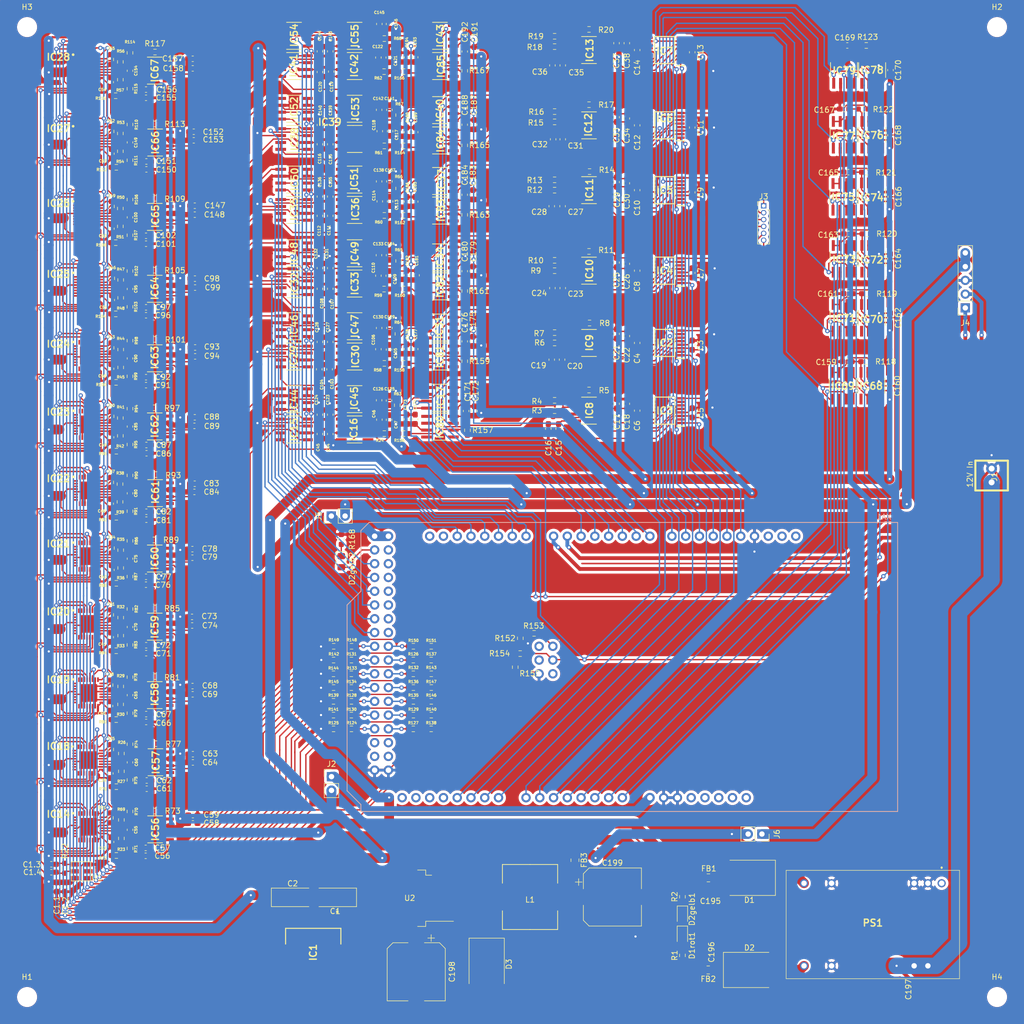
<source format=kicad_pcb>
(kicad_pcb (version 20171130) (host pcbnew "(5.1.7)-1")
  (layers (0 F.Cu signal) (31 B.Cu signal) (34 B.Paste user) (35 F.Paste user hide) (36 B.SilkS user) (37 F.SilkS user) (38 B.Mask user hide) (39 F.Mask user hide) (44 Edge.Cuts user hide))
  (net 0 "")
  (net 1 GND)
  (net 2 +12V)
  (net 3 +1V8)
  (net 4 "Net-(D1rot1-Pad2)")
  (net 5 -12V)
  (net 6 MUX2.2)
  (net 7 "Net-(IC2-Pad9)")
  (net 8 /Sheet60A37CB5/MUX2/out)
  (net 9 /Sheet60A37CB5/MUX2/S2)
  (net 10 /Sheet60A37CB5/SUM2/out)
  (net 11 /Sheet60A37CB5/MUX2/S1)
  (net 12 +5V)
  (net 13 MUX2.1)
  (net 14 MUX1.1)
  (net 15 /Sheet60A37CB5/MUX1/S1)
  (net 16 /Sheet60A37CB5/SUM1/out)
  (net 17 /Sheet60A37CB5/MUX1/S2)
  (net 18 /Sheet60A37CB5/MUX1/out)
  (net 19 "Net-(IC3-Pad9)")
  (net 20 MUX1.2)
  (net 21 MUX3.2)
  (net 22 "Net-(IC4-Pad9)")
  (net 23 /Sheet60A37CB5/MUX3/out)
  (net 24 /Sheet60A37CB5/MUX3/S2)
  (net 25 /Sheet60A37CB5/SUM3/out)
  (net 26 /Sheet60A37CB5/MUX3/S1)
  (net 27 MUX3.1)
  (net 28 MUX4.1)
  (net 29 /Sheet60A37CB5/MUX4/S1)
  (net 30 /Sheet60A37CB5/SUM4/out)
  (net 31 /Sheet60A37CB5/MUX4/S2)
  (net 32 /Sheet60A37CB5/MUX4/out)
  (net 33 "Net-(IC5-Pad9)")
  (net 34 MUX4.2)
  (net 35 MUX5.2)
  (net 36 "Net-(IC6-Pad9)")
  (net 37 /Sheet60A37CB5/MUX5/out)
  (net 38 /Sheet60A37CB5/MUX5/S2)
  (net 39 /Sheet60A37CB5/SUM5/out)
  (net 40 /Sheet60A37CB5/MUX5/S1)
  (net 41 MUX5.1)
  (net 42 MUX6.1)
  (net 43 /Sheet60A37CB5/MUX6/S1)
  (net 44 /Sheet60A37CB5/SUM6/out)
  (net 45 /Sheet60A37CB5/MUX6/S2)
  (net 46 /Sheet60A37CB5/MUX6/out)
  (net 47 "Net-(IC7-Pad9)")
  (net 48 MUX6.2)
  (net 49 "Net-(IC8-Pad1)")
  (net 50 "Net-(IC8-Pad2)")
  (net 51 "Net-(IC8-Pad5)")
  (net 52 "Net-(IC8-Pad8)")
  (net 53 "Net-(IC9-Pad1)")
  (net 54 "Net-(IC9-Pad2)")
  (net 55 "Net-(IC9-Pad5)")
  (net 56 "Net-(IC9-Pad8)")
  (net 57 "Net-(IC10-Pad8)")
  (net 58 "Net-(IC10-Pad5)")
  (net 59 "Net-(IC10-Pad2)")
  (net 60 "Net-(IC10-Pad1)")
  (net 61 "Net-(IC11-Pad1)")
  (net 62 "Net-(IC11-Pad2)")
  (net 63 "Net-(IC11-Pad5)")
  (net 64 "Net-(IC11-Pad8)")
  (net 65 "Net-(IC12-Pad1)")
  (net 66 "Net-(IC12-Pad2)")
  (net 67 "Net-(IC12-Pad5)")
  (net 68 "Net-(IC12-Pad8)")
  (net 69 "Net-(IC13-Pad8)")
  (net 70 "Net-(IC13-Pad5)")
  (net 71 "Net-(IC13-Pad2)")
  (net 72 "Net-(IC13-Pad1)")
  (net 73 "Net-(IC14-Pad1)")
  (net 74 "Net-(IC14-Pad2)")
  (net 75 "Net-(IC14-Pad3)")
  (net 76 "Net-(IC14-Pad6)")
  (net 77 "Net-(IC14-Pad7)")
  (net 78 "Net-(IC14-Pad8)")
  (net 79 "Net-(IC14-Pad9)")
  (net 80 CLK+)
  (net 81 CLK-)
  (net 82 /Sheet60A37CB5/SG1.1/Iout)
  (net 83 "Net-(IC14-Pad24)")
  (net 84 Global_IO_update)
  (net 85 SG1.1)
  (net 86 MOSI)
  (net 87 SCLK)
  (net 88 "Net-(IC14-Pad31)")
  (net 89 "Net-(IC14-Pad32)")
  (net 90 R1.1)
  (net 91 "Net-(IC16-Pad8)")
  (net 92 "Net-(IC16-Pad5)")
  (net 93 R1.2)
  (net 94 "Net-(IC18-Pad32)")
  (net 95 "Net-(IC18-Pad31)")
  (net 96 SG1.2)
  (net 97 "Net-(IC18-Pad24)")
  (net 98 /Sheet60A37CB5/SG1.2/Iout)
  (net 99 "Net-(IC18-Pad9)")
  (net 100 "Net-(IC18-Pad8)")
  (net 101 "Net-(IC18-Pad7)")
  (net 102 "Net-(IC18-Pad6)")
  (net 103 "Net-(IC18-Pad3)")
  (net 104 "Net-(IC18-Pad2)")
  (net 105 "Net-(IC18-Pad1)")
  (net 106 "Net-(IC19-Pad32)")
  (net 107 "Net-(IC19-Pad31)")
  (net 108 SG2.1)
  (net 109 "Net-(IC19-Pad24)")
  (net 110 /Sheet60A37CB5/SG2.1/Iout)
  (net 111 "Net-(IC19-Pad9)")
  (net 112 "Net-(IC19-Pad8)")
  (net 113 "Net-(IC19-Pad7)")
  (net 114 "Net-(IC19-Pad6)")
  (net 115 "Net-(IC19-Pad3)")
  (net 116 "Net-(IC19-Pad2)")
  (net 117 "Net-(IC19-Pad1)")
  (net 118 "Net-(IC20-Pad32)")
  (net 119 "Net-(IC20-Pad31)")
  (net 120 SG2.2)
  (net 121 "Net-(IC20-Pad24)")
  (net 122 /Sheet60A37CB5/SG2.2/Iout)
  (net 123 "Net-(IC20-Pad9)")
  (net 124 "Net-(IC20-Pad8)")
  (net 125 "Net-(IC20-Pad7)")
  (net 126 "Net-(IC20-Pad6)")
  (net 127 "Net-(IC20-Pad3)")
  (net 128 "Net-(IC20-Pad2)")
  (net 129 "Net-(IC20-Pad1)")
  (net 130 "Net-(IC21-Pad1)")
  (net 131 "Net-(IC21-Pad2)")
  (net 132 "Net-(IC21-Pad3)")
  (net 133 "Net-(IC21-Pad6)")
  (net 134 "Net-(IC21-Pad7)")
  (net 135 "Net-(IC21-Pad8)")
  (net 136 "Net-(IC21-Pad9)")
  (net 137 /Sheet60A37CB5/SG3.1/Iout)
  (net 138 "Net-(IC21-Pad24)")
  (net 139 SG3.1)
  (net 140 "Net-(IC21-Pad31)")
  (net 141 "Net-(IC21-Pad32)")
  (net 142 "Net-(IC22-Pad32)")
  (net 143 "Net-(IC22-Pad31)")
  (net 144 SG3.2)
  (net 145 "Net-(IC22-Pad24)")
  (net 146 /Sheet60A37CB5/SG3.2/Iout)
  (net 147 "Net-(IC22-Pad9)")
  (net 148 "Net-(IC22-Pad8)")
  (net 149 "Net-(IC22-Pad7)")
  (net 150 "Net-(IC22-Pad6)")
  (net 151 "Net-(IC22-Pad3)")
  (net 152 "Net-(IC22-Pad2)")
  (net 153 "Net-(IC22-Pad1)")
  (net 154 "Net-(IC23-Pad32)")
  (net 155 "Net-(IC23-Pad31)")
  (net 156 SG4.1)
  (net 157 "Net-(IC23-Pad24)")
  (net 158 /Sheet60A37CB5/SG4.1/Iout)
  (net 159 "Net-(IC23-Pad9)")
  (net 160 "Net-(IC23-Pad8)")
  (net 161 "Net-(IC23-Pad7)")
  (net 162 "Net-(IC23-Pad6)")
  (net 163 "Net-(IC23-Pad3)")
  (net 164 "Net-(IC23-Pad2)")
  (net 165 "Net-(IC23-Pad1)")
  (net 166 "Net-(IC24-Pad1)")
  (net 167 "Net-(IC24-Pad2)")
  (net 168 "Net-(IC24-Pad3)")
  (net 169 "Net-(IC24-Pad6)")
  (net 170 "Net-(IC24-Pad7)")
  (net 171 "Net-(IC24-Pad8)")
  (net 172 "Net-(IC24-Pad9)")
  (net 173 /Sheet60A37CB5/SG4.2/Iout)
  (net 174 "Net-(IC24-Pad24)")
  (net 175 SG4.2)
  (net 176 "Net-(IC24-Pad31)")
  (net 177 "Net-(IC24-Pad32)")
  (net 178 "Net-(IC25-Pad1)")
  (net 179 "Net-(IC25-Pad2)")
  (net 180 "Net-(IC25-Pad3)")
  (net 181 "Net-(IC25-Pad6)")
  (net 182 "Net-(IC25-Pad7)")
  (net 183 "Net-(IC25-Pad8)")
  (net 184 "Net-(IC25-Pad9)")
  (net 185 /Sheet60A37CB5/SG5.1/Iout)
  (net 186 "Net-(IC25-Pad24)")
  (net 187 SG5.1)
  (net 188 "Net-(IC25-Pad31)")
  (net 189 "Net-(IC25-Pad32)")
  (net 190 "Net-(IC26-Pad1)")
  (net 191 "Net-(IC26-Pad2)")
  (net 192 "Net-(IC26-Pad3)")
  (net 193 "Net-(IC26-Pad6)")
  (net 194 "Net-(IC26-Pad7)")
  (net 195 "Net-(IC26-Pad8)")
  (net 196 "Net-(IC26-Pad9)")
  (net 197 /Sheet60A37CB5/SG5.2/Iout)
  (net 198 "Net-(IC26-Pad24)")
  (net 199 SG5.2)
  (net 200 "Net-(IC26-Pad31)")
  (net 201 "Net-(IC26-Pad32)")
  (net 202 "Net-(IC27-Pad32)")
  (net 203 "Net-(IC27-Pad31)")
  (net 204 SG6.1)
  (net 205 "Net-(IC27-Pad24)")
  (net 206 /Sheet60A37CB5/SG6.1/Iout)
  (net 207 "Net-(IC27-Pad9)")
  (net 208 "Net-(IC27-Pad8)")
  (net 209 "Net-(IC27-Pad7)")
  (net 210 "Net-(IC27-Pad6)")
  (net 211 "Net-(IC27-Pad3)")
  (net 212 "Net-(IC27-Pad2)")
  (net 213 "Net-(IC27-Pad1)")
  (net 214 "Net-(IC28-Pad1)")
  (net 215 "Net-(IC28-Pad2)")
  (net 216 "Net-(IC28-Pad3)")
  (net 217 "Net-(IC28-Pad6)")
  (net 218 "Net-(IC28-Pad7)")
  (net 219 "Net-(IC28-Pad8)")
  (net 220 "Net-(IC28-Pad9)")
  (net 221 /Sheet60A37CB5/SG6.2/Iout)
  (net 222 "Net-(IC28-Pad24)")
  (net 223 SG6.2)
  (net 224 "Net-(IC28-Pad31)")
  (net 225 "Net-(IC28-Pad32)")
  (net 226 "Net-(IC29-Pad7)")
  (net 227 R2.1)
  (net 228 "Net-(IC30-Pad8)")
  (net 229 "Net-(IC30-Pad5)")
  (net 230 "Net-(IC30-Pad1)")
  (net 231 R2.2)
  (net 232 R3.1)
  (net 233 "Net-(IC32-Pad7)")
  (net 234 "Net-(IC33-Pad1)")
  (net 235 "Net-(IC33-Pad5)")
  (net 236 "Net-(IC33-Pad8)")
  (net 237 R3.2)
  (net 238 R4.1)
  (net 239 "Net-(IC35-Pad7)")
  (net 240 "Net-(IC36-Pad8)")
  (net 241 "Net-(IC36-Pad5)")
  (net 242 "Net-(IC36-Pad1)")
  (net 243 R4.2)
  (net 244 "Net-(IC38-Pad7)")
  (net 245 R5.1)
  (net 246 "Net-(IC39-Pad8)")
  (net 247 "Net-(IC39-Pad5)")
  (net 248 "Net-(IC39-Pad1)")
  (net 249 R5.2)
  (net 250 "Net-(IC41-Pad7)")
  (net 251 R6.1)
  (net 252 "Net-(IC42-Pad1)")
  (net 253 "Net-(IC42-Pad5)")
  (net 254 "Net-(IC42-Pad8)")
  (net 255 R6.2)
  (net 256 R1.3)
  (net 257 "Net-(IC44-Pad7)")
  (net 258 "Net-(IC45-Pad8)")
  (net 259 "Net-(IC45-Pad5)")
  (net 260 "Net-(IC45-Pad1)")
  (net 261 "Net-(IC46-Pad7)")
  (net 262 R2.3)
  (net 263 "Net-(IC47-Pad1)")
  (net 264 "Net-(IC47-Pad5)")
  (net 265 "Net-(IC47-Pad8)")
  (net 266 "Net-(IC48-Pad7)")
  (net 267 R3.3)
  (net 268 "Net-(IC49-Pad8)")
  (net 269 "Net-(IC49-Pad5)")
  (net 270 "Net-(IC49-Pad1)")
  (net 271 R4.3)
  (net 272 "Net-(IC50-Pad7)")
  (net 273 "Net-(IC51-Pad1)")
  (net 274 "Net-(IC51-Pad5)")
  (net 275 "Net-(IC51-Pad8)")
  (net 276 "Net-(IC52-Pad7)")
  (net 277 R5.3)
  (net 278 "Net-(IC53-Pad8)")
  (net 279 "Net-(IC53-Pad5)")
  (net 280 "Net-(IC53-Pad1)")
  (net 281 "Net-(IC54-Pad7)")
  (net 282 R6.3)
  (net 283 "Net-(IC55-Pad1)")
  (net 284 "Net-(IC55-Pad5)")
  (net 285 "Net-(IC55-Pad8)")
  (net 286 CLKenable)
  (net 287 "Net-(U1-Pad2)")
  (net 288 "Net-(C1.4-Pad2)")
  (net 289 "Net-(C1.3-Pad2)")
  (net 290 "Net-(J2-Pad1)")
  (net 291 "Net-(XA1-PadD53)")
  (net 292 "Net-(XA1-PadD52)")
  (net 293 "Net-(XA1-PadD51)")
  (net 294 "Net-(XA1-PadD50)")
  (net 295 "Net-(XA1-PadA15)")
  (net 296 "Net-(XA1-PadA14)")
  (net 297 "Net-(XA1-PadA13)")
  (net 298 "Net-(XA1-PadA12)")
  (net 299 Master_reset)
  (net 300 "Net-(XA1-PadAREF)")
  (net 301 "Net-(XA1-PadSDA)")
  (net 302 "Net-(XA1-PadSCL)")
  (net 303 "Net-(XA1-PadIORF)")
  (net 304 "Net-(XA1-PadRST1)")
  (net 305 "Net-(XA1-Pad3V3)")
  (net 306 "Net-(XA1-Pad5V1)")
  (net 307 "Net-(XA1-Pad5V2)")
  (net 308 "Net-(XA1-PadMOSI)")
  (net 309 "Net-(XA1-PadRST2)")
  (net 310 /Sheet60A37CB5/preamp1/in2)
  (net 311 /Sheet60A37CB5/preamp2/in2)
  (net 312 /Sheet60A37CB5/preamp3/in2)
  (net 313 /Sheet60A37CB5/preamp4/in2)
  (net 314 /Sheet60A37CB5/preamp5/in2)
  (net 315 /Sheet60A37CB5/preamp6/in2)
  (net 316 /Sheet60A37CB5/preamp7/in2)
  (net 317 /Sheet60A37CB5/preamp8/in2)
  (net 318 /Sheet60A37CB5/preamp9/in2)
  (net 319 /Sheet60A37CB5/preamp10/in2)
  (net 320 /Sheet60A37CB5/preamp11/in2)
  (net 321 /Sheet60A37CB5/preamp12/in2)
  (net 322 "Net-(IC56-Pad8)")
  (net 323 /Sheet60A37CB5/AM1.1/in1)
  (net 324 "Net-(IC56-Pad5)")
  (net 325 "Net-(IC56-Pad3)")
  (net 326 "Net-(IC56-Pad2)")
  (net 327 "Net-(IC56-Pad1)")
  (net 328 "Net-(IC57-Pad8)")
  (net 329 /Sheet60A37CB5/AM1.2/in1)
  (net 330 "Net-(IC57-Pad5)")
  (net 331 "Net-(IC57-Pad3)")
  (net 332 "Net-(IC57-Pad2)")
  (net 333 "Net-(IC57-Pad1)")
  (net 334 "Net-(IC58-Pad8)")
  (net 335 /Sheet60A37CB5/AM2.1/in1)
  (net 336 "Net-(IC58-Pad5)")
  (net 337 "Net-(IC58-Pad3)")
  (net 338 "Net-(IC58-Pad2)")
  (net 339 "Net-(IC58-Pad1)")
  (net 340 "Net-(IC59-Pad8)")
  (net 341 /Sheet60A37CB5/AM2.2/in1)
  (net 342 "Net-(IC59-Pad5)")
  (net 343 "Net-(IC59-Pad3)")
  (net 344 "Net-(IC59-Pad2)")
  (net 345 "Net-(IC59-Pad1)")
  (net 346 "Net-(IC60-Pad8)")
  (net 347 /Sheet60A37CB5/AM3.1/in1)
  (net 348 "Net-(IC60-Pad5)")
  (net 349 "Net-(IC60-Pad3)")
  (net 350 "Net-(IC60-Pad2)")
  (net 351 "Net-(IC60-Pad1)")
  (net 352 "Net-(IC61-Pad8)")
  (net 353 /Sheet60A37CB5/AM3.2/in1)
  (net 354 "Net-(IC61-Pad5)")
  (net 355 "Net-(IC61-Pad3)")
  (net 356 "Net-(IC61-Pad2)")
  (net 357 "Net-(IC61-Pad1)")
  (net 358 "Net-(IC62-Pad8)")
  (net 359 /Sheet60A37CB5/AM4.1/in1)
  (net 360 "Net-(IC62-Pad5)")
  (net 361 "Net-(IC62-Pad3)")
  (net 362 "Net-(IC62-Pad2)")
  (net 363 "Net-(IC62-Pad1)")
  (net 364 "Net-(IC63-Pad8)")
  (net 365 /Sheet60A37CB5/AM4.2/in1)
  (net 366 "Net-(IC63-Pad5)")
  (net 367 "Net-(IC63-Pad3)")
  (net 368 "Net-(IC63-Pad2)")
  (net 369 "Net-(IC63-Pad1)")
  (net 370 "Net-(IC64-Pad8)")
  (net 371 /Sheet60A37CB5/AM5.1/in1)
  (net 372 "Net-(IC64-Pad5)")
  (net 373 "Net-(IC64-Pad3)")
  (net 374 "Net-(IC64-Pad2)")
  (net 375 "Net-(IC64-Pad1)")
  (net 376 "Net-(IC65-Pad8)")
  (net 377 /Sheet60A37CB5/AM5.2/in1)
  (net 378 "Net-(IC65-Pad5)")
  (net 379 "Net-(IC65-Pad3)")
  (net 380 "Net-(IC65-Pad2)")
  (net 381 "Net-(IC65-Pad1)")
  (net 382 "Net-(IC66-Pad8)")
  (net 383 /Sheet60A37CB5/AM6.1/in1)
  (net 384 "Net-(IC66-Pad5)")
  (net 385 "Net-(IC66-Pad3)")
  (net 386 "Net-(IC66-Pad2)")
  (net 387 "Net-(IC66-Pad1)")
  (net 388 "Net-(IC67-Pad8)")
  (net 389 /Sheet60A37CB5/AM6.2/in1)
  (net 390 "Net-(IC67-Pad5)")
  (net 391 "Net-(IC67-Pad3)")
  (net 392 "Net-(IC67-Pad2)")
  (net 393 "Net-(IC67-Pad1)")
  (net 394 "Net-(XA1-PadD34)")
  (net 395 R6DC)
  (net 396 R5DC)
  (net 397 R4DC)
  (net 398 R3DC)
  (net 399 R2DC)
  (net 400 R1DC)
  (net 401 /Sheet60A37CB5/AM1.2/out)
  (net 402 /Sheet60A37CB5/AM2.2/out)
  (net 403 /Sheet60A37CB5/AM3.2/out)
  (net 404 /Sheet60A37CB5/AM4.2/out)
  (net 405 /Sheet60A37CB5/AM5.2/out)
  (net 406 /Sheet60A37CB5/AM6.2/out)
  (net 407 "Net-(IC68-Pad8)")
  (net 408 "Net-(IC68-Pad5)")
  (net 409 "Net-(IC68-Pad2)")
  (net 410 "Net-(IC68-Pad1)")
  (net 411 "Net-(IC70-Pad8)")
  (net 412 "Net-(IC70-Pad5)")
  (net 413 "Net-(IC70-Pad2)")
  (net 414 "Net-(IC70-Pad1)")
  (net 415 "Net-(IC72-Pad8)")
  (net 416 "Net-(IC72-Pad5)")
  (net 417 "Net-(IC72-Pad2)")
  (net 418 "Net-(IC72-Pad1)")
  (net 419 "Net-(IC74-Pad8)")
  (net 420 "Net-(IC74-Pad5)")
  (net 421 "Net-(IC74-Pad2)")
  (net 422 "Net-(IC74-Pad1)")
  (net 423 "Net-(IC76-Pad8)")
  (net 424 "Net-(IC76-Pad5)")
  (net 425 "Net-(IC76-Pad2)")
  (net 426 "Net-(IC76-Pad1)")
  (net 427 "Net-(IC78-Pad8)")
  (net 428 "Net-(IC78-Pad5)")
  (net 429 "Net-(IC78-Pad2)")
  (net 430 "Net-(IC78-Pad1)")
  (net 431 "Net-(D2gelb1-Pad1)")
  (net 432 "Net-(R124-Pad2)")
  (net 433 "Net-(R126-Pad2)")
  (net 434 "Net-(R127-Pad2)")
  (net 435 "Net-(R128-Pad2)")
  (net 436 "Net-(R129-Pad2)")
  (net 437 "Net-(R130-Pad2)")
  (net 438 "Net-(R131-Pad2)")
  (net 439 "Net-(R132-Pad2)")
  (net 440 "Net-(R133-Pad2)")
  (net 441 "Net-(R134-Pad2)")
  (net 442 "Net-(R135-Pad2)")
  (net 443 "Net-(R136-Pad2)")
  (net 444 "Net-(R148-Pad2)")
  (net 445 "Net-(R150-Pad2)")
  (net 446 1.8MOSI)
  (net 447 1.8SCLK)
  (net 448 "Net-(XA1-PadD20)")
  (net 449 "Net-(XA1-PadD21)")
  (net 450 "Net-(IC15-Pad7)")
  (net 451 "Net-(IC16-Pad6)")
  (net 452 "Net-(IC16-Pad1)")
  (net 453 "Net-(IC17-Pad7)")
  (net 454 "Net-(IC30-Pad6)")
  (net 455 "Net-(IC31-Pad7)")
  (net 456 "Net-(IC33-Pad6)")
  (net 457 "Net-(IC34-Pad7)")
  (net 458 "Net-(IC36-Pad6)")
  (net 459 "Net-(IC37-Pad7)")
  (net 460 "Net-(IC39-Pad6)")
  (net 461 "Net-(IC40-Pad7)")
  (net 462 "Net-(IC42-Pad6)")
  (net 463 "Net-(IC43-Pad7)")
  (net 464 "Net-(IC80-Pad8)")
  (net 465 "Net-(IC80-Pad5)")
  (net 466 "Net-(IC80-Pad2)")
  (net 467 "Net-(IC80-Pad1)")
  (net 468 "Net-(IC81-Pad8)")
  (net 469 "Net-(IC81-Pad5)")
  (net 470 "Net-(IC81-Pad2)")
  (net 471 "Net-(IC81-Pad1)")
  (net 472 "Net-(IC82-Pad8)")
  (net 473 "Net-(IC82-Pad5)")
  (net 474 "Net-(IC82-Pad2)")
  (net 475 "Net-(IC82-Pad1)")
  (net 476 "Net-(IC83-Pad8)")
  (net 477 "Net-(IC83-Pad5)")
  (net 478 "Net-(IC83-Pad2)")
  (net 479 "Net-(IC83-Pad1)")
  (net 480 "Net-(IC84-Pad8)")
  (net 481 "Net-(IC84-Pad5)")
  (net 482 "Net-(IC84-Pad2)")
  (net 483 "Net-(IC84-Pad1)")
  (net 484 "Net-(IC85-Pad8)")
  (net 485 "Net-(IC85-Pad5)")
  (net 486 "Net-(IC85-Pad2)")
  (net 487 "Net-(IC85-Pad1)")
  (net 488 "Net-(D2gelb2-Pad2)")
  (net 489 "Net-(D2gelb2-Pad1)")
  (net 490 "Net-(PS1-Pad1)")
  (net 491 "Net-(C197-Pad2)")
  (net 492 "Net-(C199-Pad1)")
  (net 493 "Net-(D1-Pad2)")
  (net 494 "Net-(D1-Pad1)")
  (net 495 "Net-(D2-Pad2)")
  (net 496 "Net-(D2-Pad1)")
  (net 497 "Net-(D3-Pad1)")
  (net 498 "Net-(J4-Pad2)")
  (net 499 "Net-(J4-Pad1)")
  (net 500 "Net-(FB3-Pad1)")
  (net 501 "Net-(J5-Pad1)")
  (net 502 "Net-(XA1-PadD32)")
  (net 503 "Net-(XA1-PadD30)")
  (net 504 "Net-(XA1-PadD28)")
  (net 505 "Net-(XA1-PadD26)")
  (net 506 "Net-(XA1-PadD24)")
  (net 507 "Net-(XA1-PadD22)")
  (module AD9833_adapter:Arduino_Mega2560_Shield (layer B.Cu) (at 192.5217 164.7552 180)
    (fp_text reference XA1 (at 2.54 54.356 180) (layer B.SilkS) (effects (justify mirror)))
    (fp_text value Arduino_Mega2560_Shield)
    (fp_text user . (at 62.484 32.004 180) (layer B.SilkS) (effects (justify mirror)))
    (pad MISO thru_hole oval (at 63.627 30.48 180) (size 1.7272 1.7272) (drill 1.016) (layers *.Cu *.Mask) (net 86 MOSI))
    (pad GND6 thru_hole oval (at 96.52 7.62 180) (size 1.7272 1.7272) (drill 1.016) (layers *.Cu *.Mask) (net 1 GND))
    (pad GND5 thru_hole oval (at 93.98 7.62 180) (size 1.7272 1.7272) (drill 1.016) (layers *.Cu *.Mask) (net 1 GND))
    (pad D53 thru_hole oval (at 96.52 10.16 180) (size 1.7272 1.7272) (drill 1.016) (layers *.Cu *.Mask) (net 291 "Net-(XA1-PadD53)"))
    (pad D52 thru_hole oval (at 93.98 10.16 180) (size 1.7272 1.7272) (drill 1.016) (layers *.Cu *.Mask) (net 292 "Net-(XA1-PadD52)"))
    (pad D51 thru_hole oval (at 96.52 12.7 180) (size 1.7272 1.7272) (drill 1.016) (layers *.Cu *.Mask) (net 293 "Net-(XA1-PadD51)"))
    (pad D50 thru_hole oval (at 93.98 12.7 180) (size 1.7272 1.7272) (drill 1.016) (layers *.Cu *.Mask) (net 294 "Net-(XA1-PadD50)"))
    (pad D49 thru_hole oval (at 96.52 15.24 180) (size 1.7272 1.7272) (drill 1.016) (layers *.Cu *.Mask) (net 432 "Net-(R124-Pad2)"))
    (pad D48 thru_hole oval (at 93.98 15.24 180) (size 1.7272 1.7272) (drill 1.016) (layers *.Cu *.Mask) (net 434 "Net-(R127-Pad2)"))
    (pad D47 thru_hole oval (at 96.52 17.78 180) (size 1.7272 1.7272) (drill 1.016) (layers *.Cu *.Mask) (net 437 "Net-(R130-Pad2)"))
    (pad D46 thru_hole oval (at 93.98 17.78 180) (size 1.7272 1.7272) (drill 1.016) (layers *.Cu *.Mask) (net 436 "Net-(R129-Pad2)"))
    (pad D45 thru_hole oval (at 96.52 20.32 180) (size 1.7272 1.7272) (drill 1.016) (layers *.Cu *.Mask) (net 435 "Net-(R128-Pad2)"))
    (pad D44 thru_hole oval (at 93.98 20.32 180) (size 1.7272 1.7272) (drill 1.016) (layers *.Cu *.Mask) (net 442 "Net-(R135-Pad2)"))
    (pad D43 thru_hole oval (at 96.52 22.86 180) (size 1.7272 1.7272) (drill 1.016) (layers *.Cu *.Mask) (net 441 "Net-(R134-Pad2)"))
    (pad D42 thru_hole oval (at 93.98 22.86 180) (size 1.7272 1.7272) (drill 1.016) (layers *.Cu *.Mask) (net 443 "Net-(R136-Pad2)"))
    (pad D41 thru_hole oval (at 96.52 25.4 180) (size 1.7272 1.7272) (drill 1.016) (layers *.Cu *.Mask) (net 440 "Net-(R133-Pad2)"))
    (pad D40 thru_hole oval (at 93.98 25.4 180) (size 1.7272 1.7272) (drill 1.016) (layers *.Cu *.Mask) (net 439 "Net-(R132-Pad2)"))
    (pad D39 thru_hole oval (at 96.52 27.94 180) (size 1.7272 1.7272) (drill 1.016) (layers *.Cu *.Mask) (net 438 "Net-(R131-Pad2)"))
    (pad D38 thru_hole oval (at 93.98 27.94 180) (size 1.7272 1.7272) (drill 1.016) (layers *.Cu *.Mask) (net 433 "Net-(R126-Pad2)"))
    (pad D37 thru_hole oval (at 96.52 30.48 180) (size 1.7272 1.7272) (drill 1.016) (layers *.Cu *.Mask) (net 444 "Net-(R148-Pad2)"))
    (pad D36 thru_hole oval (at 93.98 30.48 180) (size 1.7272 1.7272) (drill 1.016) (layers *.Cu *.Mask) (net 445 "Net-(R150-Pad2)"))
    (pad D35 thru_hole oval (at 96.52 33.02 180) (size 1.7272 1.7272) (drill 1.016) (layers *.Cu *.Mask) (net 90 R1.1))
    (pad D34 thru_hole oval (at 93.98 33.02 180) (size 1.7272 1.7272) (drill 1.016) (layers *.Cu *.Mask) (net 394 "Net-(XA1-PadD34)"))
    (pad D33 thru_hole oval (at 96.52 35.56 180) (size 1.7272 1.7272) (drill 1.016) (layers *.Cu *.Mask) (net 227 R2.1))
    (pad D32 thru_hole oval (at 93.98 35.56 180) (size 1.7272 1.7272) (drill 1.016) (layers *.Cu *.Mask) (net 502 "Net-(XA1-PadD32)"))
    (pad D31 thru_hole oval (at 96.52 38.1 180) (size 1.7272 1.7272) (drill 1.016) (layers *.Cu *.Mask) (net 232 R3.1))
    (pad D30 thru_hole oval (at 93.98 38.1 180) (size 1.7272 1.7272) (drill 1.016) (layers *.Cu *.Mask) (net 503 "Net-(XA1-PadD30)"))
    (pad D29 thru_hole oval (at 96.52 40.64 180) (size 1.7272 1.7272) (drill 1.016) (layers *.Cu *.Mask) (net 238 R4.1))
    (pad D28 thru_hole oval (at 93.98 40.64 180) (size 1.7272 1.7272) (drill 1.016) (layers *.Cu *.Mask) (net 504 "Net-(XA1-PadD28)"))
    (pad D27 thru_hole oval (at 96.52 43.18 180) (size 1.7272 1.7272) (drill 1.016) (layers *.Cu *.Mask) (net 245 R5.1))
    (pad D26 thru_hole oval (at 93.98 43.18 180) (size 1.7272 1.7272) (drill 1.016) (layers *.Cu *.Mask) (net 505 "Net-(XA1-PadD26)"))
    (pad D25 thru_hole oval (at 96.52 45.72 180) (size 1.7272 1.7272) (drill 1.016) (layers *.Cu *.Mask) (net 251 R6.1))
    (pad D24 thru_hole oval (at 93.98 45.72 180) (size 1.7272 1.7272) (drill 1.016) (layers *.Cu *.Mask) (net 506 "Net-(XA1-PadD24)"))
    (pad D23 thru_hole oval (at 96.52 48.26 180) (size 1.7272 1.7272) (drill 1.016) (layers *.Cu *.Mask) (net 488 "Net-(D2gelb2-Pad2)"))
    (pad D22 thru_hole oval (at 93.98 48.26 180) (size 1.7272 1.7272) (drill 1.016) (layers *.Cu *.Mask) (net 507 "Net-(XA1-PadD22)"))
    (pad 5V4 thru_hole oval (at 96.52 50.8 180) (size 1.7272 1.7272) (drill 1.016) (layers *.Cu *.Mask) (net 501 "Net-(J5-Pad1)"))
    (pad 5V3 thru_hole oval (at 93.98 50.8 180) (size 1.7272 1.7272) (drill 1.016) (layers *.Cu *.Mask) (net 501 "Net-(J5-Pad1)"))
    (pad A15 thru_hole oval (at 91.44 2.54 180) (size 1.7272 1.7272) (drill 1.016) (layers *.Cu *.Mask) (net 295 "Net-(XA1-PadA15)"))
    (pad A14 thru_hole oval (at 88.9 2.54 180) (size 1.7272 1.7272) (drill 1.016) (layers *.Cu *.Mask) (net 296 "Net-(XA1-PadA14)"))
    (pad A13 thru_hole oval (at 86.36 2.54 180) (size 1.7272 1.7272) (drill 1.016) (layers *.Cu *.Mask) (net 297 "Net-(XA1-PadA13)"))
    (pad A12 thru_hole oval (at 83.82 2.54 180) (size 1.7272 1.7272) (drill 1.016) (layers *.Cu *.Mask) (net 298 "Net-(XA1-PadA12)"))
    (pad A11 thru_hole oval (at 81.28 2.54 180) (size 1.7272 1.7272) (drill 1.016) (layers *.Cu *.Mask) (net 48 MUX6.2))
    (pad A10 thru_hole oval (at 78.74 2.54 180) (size 1.7272 1.7272) (drill 1.016) (layers *.Cu *.Mask) (net 34 MUX4.2))
    (pad A9 thru_hole oval (at 76.2 2.54 180) (size 1.7272 1.7272) (drill 1.016) (layers *.Cu *.Mask) (net 6 MUX2.2))
    (pad A8 thru_hole oval (at 73.66 2.54 180) (size 1.7272 1.7272) (drill 1.016) (layers *.Cu *.Mask) (net 42 MUX6.1))
    (pad A7 thru_hole oval (at 68.58 2.54 180) (size 1.7272 1.7272) (drill 1.016) (layers *.Cu *.Mask) (net 28 MUX4.1))
    (pad A6 thru_hole oval (at 66.04 2.54 180) (size 1.7272 1.7272) (drill 1.016) (layers *.Cu *.Mask) (net 13 MUX2.1))
    (pad A5 thru_hole oval (at 63.5 2.54 180) (size 1.7272 1.7272) (drill 1.016) (layers *.Cu *.Mask) (net 400 R1DC))
    (pad A4 thru_hole oval (at 60.96 2.54 180) (size 1.7272 1.7272) (drill 1.016) (layers *.Cu *.Mask) (net 399 R2DC))
    (pad A3 thru_hole oval (at 58.42 2.54 180) (size 1.7272 1.7272) (drill 1.016) (layers *.Cu *.Mask) (net 398 R3DC))
    (pad A2 thru_hole oval (at 55.88 2.54 180) (size 1.7272 1.7272) (drill 1.016) (layers *.Cu *.Mask) (net 397 R4DC))
    (pad A1 thru_hole oval (at 53.34 2.54 180) (size 1.7272 1.7272) (drill 1.016) (layers *.Cu *.Mask) (net 396 R5DC))
    (pad "" thru_hole oval (at 27.94 2.54 180) (size 1.7272 1.7272) (drill 1.016) (layers *.Cu *.Mask))
    (pad D11 thru_hole oval (at 34.036 50.8 180) (size 1.7272 1.7272) (drill 1.016) (layers *.Cu *.Mask) (net 41 MUX5.1))
    (pad D12 thru_hole oval (at 31.496 50.8 180) (size 1.7272 1.7272) (drill 1.016) (layers *.Cu *.Mask) (net 27 MUX3.1))
    (pad D13 thru_hole oval (at 28.956 50.8 180) (size 1.7272 1.7272) (drill 1.016) (layers *.Cu *.Mask) (net 14 MUX1.1))
    (pad AREF thru_hole oval (at 23.876 50.8 180) (size 1.7272 1.7272) (drill 1.016) (layers *.Cu *.Mask) (net 300 "Net-(XA1-PadAREF)"))
    (pad SDA thru_hole oval (at 21.336 50.8 180) (size 1.7272 1.7272) (drill 1.016) (layers *.Cu *.Mask) (net 301 "Net-(XA1-PadSDA)"))
    (pad SCL thru_hole oval (at 18.796 50.8 180) (size 1.7272 1.7272) (drill 1.016) (layers *.Cu *.Mask) (net 302 "Net-(XA1-PadSCL)"))
    (pad D10 thru_hole oval (at 36.576 50.8 180) (size 1.7272 1.7272) (drill 1.016) (layers *.Cu *.Mask) (net 20 MUX1.2))
    (pad D9 thru_hole oval (at 39.116 50.8 180) (size 1.7272 1.7272) (drill 1.016) (layers *.Cu *.Mask) (net 21 MUX3.2))
    (pad D8 thru_hole oval (at 41.656 50.8 180) (size 1.7272 1.7272) (drill 1.016) (layers *.Cu *.Mask) (net 35 MUX5.2))
    (pad GND1 thru_hole oval (at 26.416 50.8 180) (size 1.7272 1.7272) (drill 1.016) (layers *.Cu *.Mask) (net 1 GND))
    (pad D7 thru_hole oval (at 45.72 50.8 180) (size 1.7272 1.7272) (drill 1.016) (layers *.Cu *.Mask) (net 255 R6.2))
    (pad D6 thru_hole oval (at 48.26 50.8 180) (size 1.7272 1.7272) (drill 1.016) (layers *.Cu *.Mask) (net 249 R5.2))
    (pad D5 thru_hole oval (at 50.8 50.8 180) (size 1.7272 1.7272) (drill 1.016) (layers *.Cu *.Mask) (net 243 R4.2))
    (pad D4 thru_hole oval (at 53.34 50.8 180) (size 1.7272 1.7272) (drill 1.016) (layers *.Cu *.Mask) (net 237 R3.2))
    (pad D3 thru_hole oval (at 55.88 50.8 180) (size 1.7272 1.7272) (drill 1.016) (layers *.Cu *.Mask) (net 231 R2.2))
    (pad D2 thru_hole oval (at 58.42 50.8 180) (size 1.7272 1.7272) (drill 1.016) (layers *.Cu *.Mask) (net 93 R1.2))
    (pad D1 thru_hole oval (at 60.96 50.8 180) (size 1.7272 1.7272) (drill 1.016) (layers *.Cu *.Mask) (net 499 "Net-(J4-Pad1)"))
    (pad D0 thru_hole oval (at 63.5 50.8 180) (size 1.7272 1.7272) (drill 1.016) (layers *.Cu *.Mask) (net 498 "Net-(J4-Pad2)"))
    (pad D14 thru_hole oval (at 68.58 50.8 180) (size 1.7272 1.7272) (drill 1.016) (layers *.Cu *.Mask) (net 282 R6.3))
    (pad D15 thru_hole oval (at 71.12 50.8 180) (size 1.7272 1.7272) (drill 1.016) (layers *.Cu *.Mask) (net 277 R5.3))
    (pad D16 thru_hole oval (at 73.66 50.8 180) (size 1.7272 1.7272) (drill 1.016) (layers *.Cu *.Mask) (net 271 R4.3))
    (pad D17 thru_hole oval (at 76.2 50.8 180) (size 1.7272 1.7272) (drill 1.016) (layers *.Cu *.Mask) (net 267 R3.3))
    (pad D18 thru_hole oval (at 78.74 50.8 180) (size 1.7272 1.7272) (drill 1.016) (layers *.Cu *.Mask) (net 262 R2.3))
    (pad D19 thru_hole oval (at 81.28 50.8 180) (size 1.7272 1.7272) (drill 1.016) (layers *.Cu *.Mask) (net 256 R1.3))
    (pad D20 thru_hole oval (at 83.82 50.8 180) (size 1.7272 1.7272) (drill 1.016) (layers *.Cu *.Mask) (net 448 "Net-(XA1-PadD20)"))
    (pad D21 thru_hole oval (at 86.36 50.8 180) (size 1.7272 1.7272) (drill 1.016) (layers *.Cu *.Mask) (net 449 "Net-(XA1-PadD21)"))
    (pad IORF thru_hole oval (at 30.48 2.54 180) (size 1.7272 1.7272) (drill 1.016) (layers *.Cu *.Mask) (net 303 "Net-(XA1-PadIORF)"))
    (pad RST1 thru_hole oval (at 33.02 2.54 180) (size 1.7272 1.7272) (drill 1.016) (layers *.Cu *.Mask) (net 304 "Net-(XA1-PadRST1)"))
    (pad 3V3 thru_hole oval (at 35.56 2.54 180) (size 1.7272 1.7272) (drill 1.016) (layers *.Cu *.Mask) (net 305 "Net-(XA1-Pad3V3)"))
    (pad 5V1 thru_hole oval (at 38.1 2.54 180) (size 1.7272 1.7272) (drill 1.016) (layers *.Cu *.Mask) (net 306 "Net-(XA1-Pad5V1)"))
    (pad GND2 thru_hole oval (at 40.64 2.54 180) (size 1.7272 1.7272) (drill 1.016) (layers *.Cu *.Mask) (net 1 GND))
    (pad GND3 thru_hole oval (at 43.18 2.54 180) (size 1.7272 1.7272) (drill 1.016) (layers *.Cu *.Mask) (net 1 GND))
    (pad VIN thru_hole oval (at 45.72 2.54 180) (size 1.7272 1.7272) (drill 1.016) (layers *.Cu *.Mask) (net 290 "Net-(J2-Pad1)"))
    (pad A0 thru_hole oval (at 50.8 2.54 180) (size 1.7272 1.7272) (drill 1.016) (layers *.Cu *.Mask) (net 395 R6DC))
    (pad 5V2 thru_hole oval (at 66.167 30.48 180) (size 1.7272 1.7272) (drill 1.016) (layers *.Cu *.Mask) (net 307 "Net-(XA1-Pad5V2)"))
    (pad SCK thru_hole oval (at 63.627 27.94 180) (size 1.7272 1.7272) (drill 1.016) (layers *.Cu *.Mask) (net 87 SCLK))
    (pad MOSI thru_hole oval (at 66.167 27.94 180) (size 1.7272 1.7272) (drill 1.016) (layers *.Cu *.Mask) (net 308 "Net-(XA1-PadMOSI)"))
    (pad GND4 thru_hole oval (at 66.167 25.4 180) (size 1.7272 1.7272) (drill 1.016) (layers *.Cu *.Mask) (net 1 GND))
    (pad RST2 thru_hole oval (at 63.627 25.4 180) (size 1.7272 1.7272) (drill 1.016) (layers *.Cu *.Mask) (net 309 "Net-(XA1-PadRST2)"))
  )
  (module AD9833_adapter:SOIC127P600X175-8N (layer F.Cu) (at 92.3262 40.6425)
    (fp_text reference IC39 (at -4.5974 -3.0988) (layer F.SilkS) (effects (font (size 1.27 1.27) (thickness 0.254))))
    (fp_text value AD825ARZ hide)
    (pad 8 smd rect (at 2.4638 -1.905 90) (size 0.5588 1.9812) (layers F.Cu F.Paste F.Mask) (net 246 "Net-(IC39-Pad8)"))
    (pad 7 smd rect (at 2.4638 -0.635 90) (size 0.5588 1.9812) (layers F.Cu F.Paste F.Mask) (net 2 +12V))
    (pad 6 smd rect (at 2.4638 0.635 90) (size 0.5588 1.9812) (layers F.Cu F.Paste F.Mask) (net 460 "Net-(IC39-Pad6)"))
    (pad 5 smd rect (at 2.4638 1.905 90) (size 0.5588 1.9812) (layers F.Cu F.Paste F.Mask) (net 247 "Net-(IC39-Pad5)"))
    (pad 4 smd rect (at -2.4638 1.905 90) (size 0.5588 1.9812) (layers F.Cu F.Paste F.Mask) (net 5 -12V))
    (pad 3 smd rect (at -2.4638 0.635 90) (size 0.5588 1.9812) (layers F.Cu F.Paste F.Mask) (net 1 GND))
    (pad 2 smd rect (at -2.4638 -0.635 90) (size 0.5588 1.9812) (layers F.Cu F.Paste F.Mask) (net 244 "Net-(IC38-Pad7)"))
    (pad 1 smd rect (at -2.4638 -1.905 90) (size 0.5588 1.9812) (layers F.Cu F.Paste F.Mask) (net 248 "Net-(IC39-Pad1)"))
  )
  (module Capacitor_Tantalum_SMD:CP_EIA-6032-28_Kemet-C_Pad2.25x2.35mm_HandSolder (layer F.Cu) (at 88.723 180.617 180)
    (fp_text reference C1 (at 0 -2.55) (layer F.SilkS))
    (fp_text value 10uF hide)
    (pad 2 smd roundrect (at 2.55 0 180) (size 2.25 2.35) (layers F.Cu F.Paste F.Mask) (roundrect_rratio 0.1111106666666667) (net 1 GND))
    (pad 1 smd roundrect (at -2.55 0 180) (size 2.25 2.35) (layers F.Cu F.Paste F.Mask) (roundrect_rratio 0.1111106666666667) (net 2 +12V))
  )
  (module Capacitor_Tantalum_SMD:CP_EIA-6032-28_Kemet-C_Pad2.25x2.35mm_HandSolder (layer F.Cu) (at 80.869 180.617)
    (fp_text reference C2 (at 0 -2.55) (layer F.SilkS))
    (fp_text value 10uF hide)
    (pad 1 smd roundrect (at -2.55 0) (size 2.25 2.35) (layers F.Cu F.Paste F.Mask) (roundrect_rratio 0.1111106666666667) (net 3 +1V8))
    (pad 2 smd roundrect (at 2.55 0) (size 2.25 2.35) (layers F.Cu F.Paste F.Mask) (roundrect_rratio 0.1111106666666667) (net 1 GND))
  )
  (module "circuit_DEP - V2:TO170P1394X457-6N" (layer F.Cu) (at 84.669 190.777 270)
    (fp_text reference IC1 (at 0 0 90) (layer F.SilkS) (effects (font (size 1.27 1.27) (thickness 0.254))))
    (fp_text value LT1764AEQ-1.8#PBF hide)
    (pad 6 smd rect (at 3.3 0 270) (size 9 10.6) (layers F.Cu F.Paste F.Mask) (net 1 GND))
    (pad 5 smd rect (at -6.3 3.4) (size 1.05 2.95) (layers F.Cu F.Paste F.Mask) (net 3 +1V8))
    (pad 4 smd rect (at -6.3 1.7) (size 1.05 2.95) (layers F.Cu F.Paste F.Mask) (net 3 +1V8))
    (pad 3 smd rect (at -6.3 0) (size 1.05 2.95) (layers F.Cu F.Paste F.Mask) (net 1 GND))
    (pad 2 smd rect (at -6.3 -1.7) (size 1.05 2.95) (layers F.Cu F.Paste F.Mask) (net 2 +12V))
    (pad 1 smd rect (at -6.3 -3.4) (size 1.05 2.95) (layers F.Cu F.Paste F.Mask) (net 2 +12V))
  )
  (module Connector_PinSocket_2.54mm:PinSocket_1x02_P2.54mm_Vertical (layer F.Cu) (at 167.474 168.925 270)
    (fp_text reference J6 (at 0 -2.77 90) (layer F.SilkS))
    (fp_text value Conn_01x02_Male)
    (pad 2 thru_hole oval (at 0 2.54 270) (size 1.7 1.7) (drill 1) (layers *.Cu *.Mask) (net 500 "Net-(FB3-Pad1)"))
    (pad 1 thru_hole rect (at 0 0 270) (size 1.7 1.7) (drill 1) (layers *.Cu *.Mask) (net 12 +5V))
  )
  (module Connector_PinHeader_2.54mm:PinHeader_1x02_P2.54mm_Vertical (layer F.Cu) (at 88.011 110.236 90)
    (fp_text reference J5 (at 0 -2.33 90) (layer F.SilkS))
    (fp_text value Conn_01x02_Male)
    (pad 2 thru_hole oval (at 0 2.54 90) (size 1.7 1.7) (drill 1) (layers *.Cu *.Mask) (net 12 +5V))
    (pad 1 thru_hole rect (at 0 0 90) (size 1.7 1.7) (drill 1) (layers *.Cu *.Mask) (net 501 "Net-(J5-Pad1)"))
  )
  (module Connector_PinSocket_2.54mm:PinSocket_1x05_P2.54mm_Vertical (layer F.Cu) (at 205.008 71.827 180)
    (fp_text reference J4 (at 0 -2.77) (layer F.SilkS))
    (fp_text value Conn_01x05_Female)
    (pad 5 thru_hole oval (at 0 10.16 180) (size 1.7 1.7) (drill 1) (layers *.Cu *.Mask) (net 12 +5V))
    (pad 4 thru_hole oval (at 0 7.62 180) (size 1.7 1.7) (drill 1) (layers *.Cu *.Mask) (net 12 +5V))
    (pad 3 thru_hole oval (at 0 5.08 180) (size 1.7 1.7) (drill 1) (layers *.Cu *.Mask) (net 1 GND))
    (pad 2 thru_hole oval (at 0 2.54 180) (size 1.7 1.7) (drill 1) (layers *.Cu *.Mask) (net 498 "Net-(J4-Pad2)"))
    (pad 1 thru_hole rect (at 0 0 180) (size 1.7 1.7) (drill 1) (layers *.Cu *.Mask) (net 499 "Net-(J4-Pad1)"))
  )
  (module Package_TO_SOT_SMD:TO-263-5_TabPin3 (layer F.Cu) (at 102.479 180.77 180)
    (fp_text reference U2 (at 0 0.025) (layer F.SilkS))
    (fp_text value LM2596S-5)
    (pad 3 smd rect (at 3.375 0 180) (size 9.4 10.8) (layers F.Cu F.Mask) (net 1 GND))
    (pad 5 smd rect (at -5.775 3.4 180) (size 4.6 1.1) (layers F.Cu F.Paste F.Mask) (net 1 GND))
    (pad 4 smd rect (at -5.775 1.7 180) (size 4.6 1.1) (layers F.Cu F.Paste F.Mask) (net 492 "Net-(C199-Pad1)"))
    (pad 3 smd rect (at -5.775 0 180) (size 4.6 1.1) (layers F.Cu F.Paste F.Mask) (net 1 GND))
    (pad 2 smd rect (at -5.775 -1.7 180) (size 4.6 1.1) (layers F.Cu F.Paste F.Mask) (net 497 "Net-(D3-Pad1)"))
    (pad 1 smd rect (at -5.775 -3.4 180) (size 4.6 1.1) (layers F.Cu F.Paste F.Mask) (net 491 "Net-(C197-Pad2)"))
  )
  (module "circuit_DEP V2:NCS12D1212C" (layer F.Cu) (at 187.944 185.325 180)
    (fp_text reference PS1 (at 0 0) (layer F.SilkS) (effects (font (size 1.27 1.27) (thickness 0.254))))
    (fp_text value NCS12S1205D hide)
    (pad 23 thru_hole circle (at -10.16 -7.92 180) (size 1.5 1.5) (drill 1) (layers *.Cu *.Mask) (net 491 "Net-(C197-Pad2)"))
    (pad 22 thru_hole circle (at -7.62 -7.92 180) (size 1.5 1.5) (drill 1) (layers *.Cu *.Mask) (net 491 "Net-(C197-Pad2)"))
    (pad 16 thru_hole circle (at 7.62 -7.92 180) (size 1.5 1.5) (drill 1) (layers *.Cu *.Mask) (net 1 GND))
    (pad 14 thru_hole circle (at 12.7 -7.92 180) (size 1.5 1.5) (drill 1) (layers *.Cu *.Mask) (net 495 "Net-(D2-Pad2)"))
    (pad 11 thru_hole circle (at 12.7 7.32 180) (size 1.5 1.5) (drill 1) (layers *.Cu *.Mask) (net 494 "Net-(D1-Pad1)"))
    (pad 9 thru_hole circle (at 7.62 7.32 180) (size 1.5 1.5) (drill 1) (layers *.Cu *.Mask) (net 1 GND))
    (pad 3 thru_hole circle (at -7.62 7.32 180) (size 1.5 1.5) (drill 1) (layers *.Cu *.Mask) (net 1 GND))
    (pad 2 thru_hole circle (at -10.16 7.32 180) (size 1.5 1.5) (drill 1) (layers *.Cu *.Mask) (net 1 GND))
    (pad 1 thru_hole circle (at -12.7 7.32 180) (size 1.5 1.5) (drill 1) (layers *.Cu *.Mask) (net 490 "Net-(PS1-Pad1)"))
  )
  (module function:inductor_gen (layer F.Cu) (at 124.679 180.545)
    (fp_text reference L1 (at 0 0.5) (layer F.SilkS))
    (fp_text value 33u)
    (pad 2 smd rect (at 5 0) (size 3 5.5) (layers F.Cu F.Paste F.Mask) (net 492 "Net-(C199-Pad1)"))
    (pad 1 smd rect (at -5 0) (size 3 5.5) (layers F.Cu F.Paste F.Mask) (net 497 "Net-(D3-Pad1)"))
  )
  (module function:con_supply (layer F.Cu) (at 209.864 103.005 90)
    (fp_text reference J1 (at 0 0.5 90) (layer F.SilkS))
    (fp_text value Conn_01x02_Male)
    (fp_text user "12V In" (at 0.484 -4 90) (layer F.SilkS))
    (pad 2 thru_hole circle (at 1.524 0 90) (size 2 2) (drill 1.1) (layers *.Cu *.Mask) (net 1 GND))
    (pad 1 thru_hole circle (at -1.016 0 90) (size 2 2) (drill 1.1) (layers *.Cu *.Mask) (net 491 "Net-(C197-Pad2)"))
  )
  (module Capacitor_SMD:C_0805_2012Metric_Pad1.18x1.45mm_HandSolder (layer F.Cu) (at 132.969 173.7575 270)
    (fp_text reference FB3 (at 0 -1.68 90) (layer F.SilkS))
    (fp_text value Ferrite_Bead)
    (pad 2 smd roundrect (at 1.0375 0 270) (size 1.175 1.45) (layers F.Cu F.Paste F.Mask) (roundrect_rratio 0.2127659574468085) (net 492 "Net-(C199-Pad1)"))
    (pad 1 smd roundrect (at -1.0375 0 270) (size 1.175 1.45) (layers F.Cu F.Paste F.Mask) (roundrect_rratio 0.2127659574468085) (net 500 "Net-(FB3-Pad1)"))
  )
  (module Capacitor_SMD:C_0805_2012Metric_Pad1.18x1.45mm_HandSolder (layer F.Cu) (at 157.564 194.005 180)
    (fp_text reference FB2 (at 0 -1.68) (layer F.SilkS))
    (fp_text value Ferrite_Bead)
    (pad 2 smd roundrect (at 1.0375 0 180) (size 1.175 1.45) (layers F.Cu F.Paste F.Mask) (roundrect_rratio 0.2127659574468085) (net 2 +12V))
    (pad 1 smd roundrect (at -1.0375 0 180) (size 1.175 1.45) (layers F.Cu F.Paste F.Mask) (roundrect_rratio 0.2127659574468085) (net 496 "Net-(D2-Pad1)"))
  )
  (module Capacitor_SMD:C_0805_2012Metric_Pad1.18x1.45mm_HandSolder (layer F.Cu) (at 157.6015 177.005 180)
    (fp_text reference FB1 (at -0.0625 1.7) (layer F.SilkS))
    (fp_text value Ferrite_Bead)
    (pad 2 smd roundrect (at 1.0375 0 180) (size 1.175 1.45) (layers F.Cu F.Paste F.Mask) (roundrect_rratio 0.2127659574468085) (net 5 -12V))
    (pad 1 smd roundrect (at -1.0375 0 180) (size 1.175 1.45) (layers F.Cu F.Paste F.Mask) (roundrect_rratio 0.2127659574468085) (net 493 "Net-(D1-Pad2)"))
  )
  (module Diode_SMD:D_SMC (layer F.Cu) (at 116.679 192.945 270)
    (fp_text reference D3 (at 0 -4.1 90) (layer F.SilkS))
    (fp_text value D)
    (pad 2 smd rect (at 3.4 0) (size 3.3 2.5) (layers F.Cu F.Paste F.Mask) (net 1 GND))
    (pad 1 smd rect (at -3.4 0) (size 3.3 2.5) (layers F.Cu F.Paste F.Mask) (net 497 "Net-(D3-Pad1)"))
  )
  (module Diode_SMD:D_SMC (layer F.Cu) (at 165.164 194.005)
    (fp_text reference D2 (at 0 -4.1) (layer F.SilkS))
    (fp_text value D)
    (pad 2 smd rect (at 3.4 0 90) (size 3.3 2.5) (layers F.Cu F.Paste F.Mask) (net 495 "Net-(D2-Pad2)"))
    (pad 1 smd rect (at -3.4 0 90) (size 3.3 2.5) (layers F.Cu F.Paste F.Mask) (net 496 "Net-(D2-Pad1)"))
  )
  (module Diode_SMD:D_SMC (layer F.Cu) (at 165.164 177.005 180)
    (fp_text reference D1 (at 0 -4.1) (layer F.SilkS))
    (fp_text value D)
    (pad 2 smd rect (at 3.4 0 270) (size 3.3 2.5) (layers F.Cu F.Paste F.Mask) (net 493 "Net-(D1-Pad2)"))
    (pad 1 smd rect (at -3.4 0 270) (size 3.3 2.5) (layers F.Cu F.Paste F.Mask) (net 494 "Net-(D1-Pad1)"))
  )
  (module Capacitor_SMD:CP_Elec_10x10.5 (layer F.Cu) (at 139.879 180.545)
    (fp_text reference C199 (at 0 -6.3) (layer F.SilkS))
    (fp_text value 220uF)
    (pad 2 smd roundrect (at 4.2 0) (size 4.4 2.5) (layers F.Cu F.Paste F.Mask) (roundrect_rratio 0.1) (net 1 GND))
    (pad 1 smd roundrect (at -4.2 0) (size 4.4 2.5) (layers F.Cu F.Paste F.Mask) (roundrect_rratio 0.1) (net 492 "Net-(C199-Pad1)"))
  )
  (module Capacitor_SMD:CP_Elec_10x10.5 (layer F.Cu) (at 103.679 194.345 270)
    (fp_text reference C198 (at 0 -6.6 90) (layer F.SilkS))
    (fp_text value 680uF)
    (pad 2 smd roundrect (at 4.2 0 270) (size 4.4 2.5) (layers F.Cu F.Paste F.Mask) (roundrect_rratio 0.1) (net 1 GND))
    (pad 1 smd roundrect (at -4.2 0 270) (size 4.4 2.5) (layers F.Cu F.Paste F.Mask) (roundrect_rratio 0.1) (net 491 "Net-(C197-Pad2)"))
  )
  (module Capacitor_SMD:C_0201_0603Metric_Pad0.64x0.40mm_HandSolder (layer F.Cu) (at 195.564 197.5975 90)
    (fp_text reference C197 (at 0 -1.05 90) (layer F.SilkS))
    (fp_text value 0.1uF)
    (pad 2 smd roundrect (at 0.4075 0 90) (size 0.635 0.4) (layers F.Cu F.Mask) (net 491 "Net-(C197-Pad2)"))
    (pad 1 smd roundrect (at -0.4075 0 90) (size 0.635 0.4) (layers F.Cu F.Mask) (net 1 GND))
  )
  (module Capacitor_SMD:C_0201_0603Metric_Pad0.64x0.40mm_HandSolder (layer F.Cu) (at 156.564 191.5975 90)
    (fp_text reference C196 (at 0.8925 1.6 90) (layer F.SilkS))
    (fp_text value 10uF)
    (pad 2 smd roundrect (at 0.4075 0 90) (size 0.635 0.4) (layers F.Cu F.Mask) (net 1 GND))
    (pad 1 smd roundrect (at -0.4075 0 90) (size 0.635 0.4) (layers F.Cu F.Mask) (net 2 +12V))
  )
  (module Capacitor_SMD:C_0201_0603Metric_Pad0.64x0.40mm_HandSolder (layer F.Cu) (at 156.564 179.5975 270)
    (fp_text reference C195 (at 1.7075 -1.4 180) (layer F.SilkS))
    (fp_text value 10uF)
    (pad 2 smd roundrect (at 0.4075 0 270) (size 0.635 0.4) (layers F.Cu F.Mask) (net 1 GND))
    (pad 1 smd roundrect (at -0.4075 0 270) (size 0.635 0.4) (layers F.Cu F.Mask) (net 5 -12V))
  )
  (module MountingHole:MountingHole_2.7mm (layer F.Cu) (at 210.864 199.005)
    (fp_text reference H4 (at 0 -3.7) (layer F.SilkS))
    (fp_text value MountingHole)
    (pad 1 np_thru_hole circle (at 0 0) (size 2.7 2.7) (drill 2.7) (layers *.Cu *.Mask))
  )
  (module MountingHole:MountingHole_2.7mm (layer F.Cu) (at 31.864 20.005)
    (fp_text reference H3 (at 0 -3.7) (layer F.SilkS))
    (fp_text value MountingHole)
    (pad 1 np_thru_hole circle (at 0 0) (size 2.7 2.7) (drill 2.7) (layers *.Cu *.Mask))
  )
  (module MountingHole:MountingHole_2.7mm (layer F.Cu) (at 210.864 20.005)
    (fp_text reference H2 (at 0 -3.7) (layer F.SilkS))
    (fp_text value MountingHole)
    (pad 1 np_thru_hole circle (at 0 0) (size 2.7 2.7) (drill 2.7) (layers *.Cu *.Mask))
  )
  (module MountingHole:MountingHole_2.7mm (layer F.Cu) (at 31.864 199.005)
    (fp_text reference H1 (at 0 -3.7) (layer F.SilkS))
    (fp_text value MountingHole)
    (pad 1 np_thru_hole circle (at 0 0) (size 2.7 2.7) (drill 2.7) (layers *.Cu *.Mask))
  )
  (module Resistor_SMD:R_0603_1608Metric_Pad0.98x0.95mm_HandSolder (layer F.Cu) (at 89.848 114.5525 270)
    (fp_text reference R168 (at -0.0125 -2 90) (layer F.SilkS))
    (fp_text value 1.6k)
    (pad 2 smd roundrect (at 0.9125 0 270) (size 0.975 0.95) (layers F.Cu F.Paste F.Mask) (net 489 "Net-(D2gelb2-Pad1)"))
    (pad 1 smd roundrect (at -0.9125 0 270) (size 0.975 0.95) (layers F.Cu F.Paste F.Mask) (net 1 GND))
  )
  (module Diode_SMD:D_0805_2012Metric_Pad1.15x1.40mm_HandSolder (layer F.Cu) (at 89.848 118.665 270)
    (fp_text reference D2gelb2 (at 1.275 -2 90) (layer F.SilkS))
    (fp_text value 1.8)
    (pad 2 smd roundrect (at 1.025 0 270) (size 1.15 1.4) (layers F.Cu F.Paste F.Mask) (roundrect_rratio 0.2173904347826087) (net 488 "Net-(D2gelb2-Pad2)"))
    (pad 1 smd roundrect (at -1.025 0 270) (size 1.15 1.4) (layers F.Cu F.Paste F.Mask) (roundrect_rratio 0.2173904347826087) (net 489 "Net-(D2gelb2-Pad1)"))
  )
  (module Capacitor_SMD:C_0603_1608Metric_Pad1.08x0.95mm_HandSolder (layer F.Cu) (at 112.88 90.855 90)
    (fp_text reference C171 (at 3.6675 0.28 90) (layer F.SilkS))
    (fp_text value 10uF)
    (pad 2 smd roundrect (at 0.8625 0 90) (size 1.075 0.95) (layers F.Cu F.Paste F.Mask) (net 1 GND))
    (pad 1 smd roundrect (at -0.8625 0 90) (size 1.075 0.95) (layers F.Cu F.Paste F.Mask) (net 5 -12V))
  )
  (module Resistor_SMD:R_0603_1608Metric_Pad0.98x0.95mm_HandSolder (layer F.Cu) (at 112.626 28.067 270)
    (fp_text reference R167 (at -0.0555 -2.734 180) (layer F.SilkS))
    (fp_text value R)
    (pad 2 smd roundrect (at 0.9125 0 270) (size 0.975 0.95) (layers F.Cu F.Paste F.Mask) (net 486 "Net-(IC85-Pad2)"))
    (pad 1 smd roundrect (at -0.9125 0 270) (size 0.975 0.95) (layers F.Cu F.Paste F.Mask) (net 43 /Sheet60A37CB5/MUX6/S1))
  )
  (module Resistor_SMD:R_0603_1608Metric_Pad0.98x0.95mm_HandSolder (layer F.Cu) (at 101.3465 28.2175 180)
    (fp_text reference R166 (at 0.7865 -1.194) (layer F.SilkS) (effects (font (size 0.5 0.5) (thickness 0.125))))
    (fp_text value R)
    (pad 2 smd roundrect (at 0.9125 0 180) (size 0.975 0.95) (layers F.Cu F.Paste F.Mask) (net 462 "Net-(IC42-Pad6)"))
    (pad 1 smd roundrect (at -0.9125 0 180) (size 0.975 0.95) (layers F.Cu F.Paste F.Mask) (net 486 "Net-(IC85-Pad2)"))
  )
  (module Resistor_SMD:R_0603_1608Metric_Pad0.98x0.95mm_HandSolder (layer F.Cu) (at 112.626 41.83 270)
    (fp_text reference R165 (at -0.0325 -2.734 180) (layer F.SilkS))
    (fp_text value R)
    (pad 2 smd roundrect (at 0.9125 0 270) (size 0.975 0.95) (layers F.Cu F.Paste F.Mask) (net 482 "Net-(IC84-Pad2)"))
    (pad 1 smd roundrect (at -0.9125 0 270) (size 0.975 0.95) (layers F.Cu F.Paste F.Mask) (net 40 /Sheet60A37CB5/MUX5/S1))
  )
  (module Resistor_SMD:R_0603_1608Metric_Pad0.98x0.95mm_HandSolder (layer F.Cu) (at 101.3465 41.9335 180)
    (fp_text reference R164 (at 0.6865 -1.264) (layer F.SilkS) (effects (font (size 0.5 0.5) (thickness 0.125))))
    (fp_text value R)
    (pad 2 smd roundrect (at 0.9125 0 180) (size 0.975 0.95) (layers F.Cu F.Paste F.Mask) (net 460 "Net-(IC39-Pad6)"))
    (pad 1 smd roundrect (at -0.9125 0 180) (size 0.975 0.95) (layers F.Cu F.Paste F.Mask) (net 482 "Net-(IC84-Pad2)"))
  )
  (module Resistor_SMD:R_0603_1608Metric_Pad0.98x0.95mm_HandSolder (layer F.Cu) (at 112.626 54.657 270)
    (fp_text reference R163 (at 0 -2.734 180) (layer F.SilkS))
    (fp_text value R)
    (pad 2 smd roundrect (at 0.9125 0 270) (size 0.975 0.95) (layers F.Cu F.Paste F.Mask) (net 478 "Net-(IC83-Pad2)"))
    (pad 1 smd roundrect (at -0.9125 0 270) (size 0.975 0.95) (layers F.Cu F.Paste F.Mask) (net 29 /Sheet60A37CB5/MUX4/S1))
  )
  (module Resistor_SMD:R_0603_1608Metric_Pad0.98x0.95mm_HandSolder (layer F.Cu) (at 101.3465 54.7605 180)
    (fp_text reference R162 (at 0.6865 -1.342) (layer F.SilkS) (effects (font (size 0.5 0.5) (thickness 0.125))))
    (fp_text value R)
    (pad 2 smd roundrect (at 0.9125 0 180) (size 0.975 0.95) (layers F.Cu F.Paste F.Mask) (net 458 "Net-(IC36-Pad6)"))
    (pad 1 smd roundrect (at -0.9125 0 180) (size 0.975 0.95) (layers F.Cu F.Paste F.Mask) (net 478 "Net-(IC83-Pad2)"))
  )
  (module Resistor_SMD:R_0603_1608Metric_Pad0.98x0.95mm_HandSolder (layer F.Cu) (at 112.626 68.707 270)
    (fp_text reference R161 (at 0.0085 -2.634 180) (layer F.SilkS))
    (fp_text value R)
    (pad 2 smd roundrect (at 0.9125 0 270) (size 0.975 0.95) (layers F.Cu F.Paste F.Mask) (net 474 "Net-(IC82-Pad2)"))
    (pad 1 smd roundrect (at -0.9125 0 270) (size 0.975 0.95) (layers F.Cu F.Paste F.Mask) (net 26 /Sheet60A37CB5/MUX3/S1))
  )
  (module Resistor_SMD:R_0603_1608Metric_Pad0.98x0.95mm_HandSolder (layer F.Cu) (at 101.3465 68.3495 180)
    (fp_text reference R160 (at 0.6865 -1.166) (layer F.SilkS) (effects (font (size 0.5 0.5) (thickness 0.125))))
    (fp_text value R)
    (pad 2 smd roundrect (at 0.9125 0 180) (size 0.975 0.95) (layers F.Cu F.Paste F.Mask) (net 456 "Net-(IC33-Pad6)"))
    (pad 1 smd roundrect (at -0.9125 0 180) (size 0.975 0.95) (layers F.Cu F.Paste F.Mask) (net 474 "Net-(IC82-Pad2)"))
  )
  (module Resistor_SMD:R_0603_1608Metric_Pad0.98x0.95mm_HandSolder (layer F.Cu) (at 112.626 81.661 270)
    (fp_text reference R159 (at 0 -2.734 180) (layer F.SilkS))
    (fp_text value R)
    (pad 2 smd roundrect (at 0.9125 0 270) (size 0.975 0.95) (layers F.Cu F.Paste F.Mask) (net 470 "Net-(IC81-Pad2)"))
    (pad 1 smd roundrect (at -0.9125 0 270) (size 0.975 0.95) (layers F.Cu F.Paste F.Mask) (net 11 /Sheet60A37CB5/MUX2/S1))
  )
  (module Resistor_SMD:R_0603_1608Metric_Pad0.98x0.95mm_HandSolder (layer F.Cu) (at 101.3465 82.0655 180)
    (fp_text reference R158 (at 0.7865 -1.236) (layer F.SilkS) (effects (font (size 0.5 0.5) (thickness 0.125))))
    (fp_text value R)
    (pad 2 smd roundrect (at 0.9125 0 180) (size 0.975 0.95) (layers F.Cu F.Paste F.Mask) (net 454 "Net-(IC30-Pad6)"))
    (pad 1 smd roundrect (at -0.9125 0 180) (size 0.975 0.95) (layers F.Cu F.Paste F.Mask) (net 470 "Net-(IC81-Pad2)"))
  )
  (module Resistor_SMD:R_0603_1608Metric_Pad0.98x0.95mm_HandSolder (layer F.Cu) (at 113.134 94.408 270)
    (fp_text reference R157 (at -0.0205 -2.826 180) (layer F.SilkS))
    (fp_text value R)
    (pad 2 smd roundrect (at 0.9125 0 270) (size 0.975 0.95) (layers F.Cu F.Paste F.Mask) (net 466 "Net-(IC80-Pad2)"))
    (pad 1 smd roundrect (at -0.9125 0 270) (size 0.975 0.95) (layers F.Cu F.Paste F.Mask) (net 15 /Sheet60A37CB5/MUX1/S1))
  )
  (module Resistor_SMD:R_0603_1608Metric_Pad0.98x0.95mm_HandSolder (layer F.Cu) (at 101.3465 95.0195 180)
    (fp_text reference R156 (at 0.7865 -1.268 180) (layer F.SilkS) (effects (font (size 0.5 0.5) (thickness 0.125))))
    (fp_text value R)
    (pad 2 smd roundrect (at 0.9125 0 180) (size 0.975 0.95) (layers F.Cu F.Paste F.Mask) (net 451 "Net-(IC16-Pad6)"))
    (pad 1 smd roundrect (at -0.9125 0 180) (size 0.975 0.95) (layers F.Cu F.Paste F.Mask) (net 466 "Net-(IC80-Pad2)"))
  )
  (module Capacitor_SMD:C_0603_1608Metric_Pad1.08x0.95mm_HandSolder (layer F.Cu) (at 101.958 25.5975 90)
    (fp_text reference C194 (at 2.786 0.002 90) (layer F.SilkS) (effects (font (size 0.5 0.5) (thickness 0.125))))
    (fp_text value 0.01uF)
    (pad 2 smd roundrect (at 0.8625 0 90) (size 1.075 0.95) (layers F.Cu F.Paste F.Mask) (net 1 GND))
    (pad 1 smd roundrect (at -0.8625 0 90) (size 1.075 0.95) (layers F.Cu F.Paste F.Mask) (net 2 +12V))
  )
  (module Capacitor_SMD:C_0603_1608Metric_Pad1.08x0.95mm_HandSolder (layer F.Cu) (at 103.482 25.577 90)
    (fp_text reference C193 (at 2.7655 -0.022 90) (layer F.SilkS) (effects (font (size 0.5 0.5) (thickness 0.125))))
    (fp_text value 10uF)
    (pad 2 smd roundrect (at 0.8625 0 90) (size 1.075 0.95) (layers F.Cu F.Paste F.Mask) (net 1 GND))
    (pad 1 smd roundrect (at -0.8625 0 90) (size 1.075 0.95) (layers F.Cu F.Paste F.Mask) (net 2 +12V))
  )
  (module Capacitor_SMD:C_0603_1608Metric_Pad1.08x0.95mm_HandSolder (layer F.Cu) (at 112.626 24.508 90)
    (fp_text reference C192 (at 3.5965 0.034 90) (layer F.SilkS))
    (fp_text value 0.01uF)
    (pad 2 smd roundrect (at 0.8625 0 90) (size 1.075 0.95) (layers F.Cu F.Paste F.Mask) (net 1 GND))
    (pad 1 smd roundrect (at -0.8625 0 90) (size 1.075 0.95) (layers F.Cu F.Paste F.Mask) (net 5 -12V))
  )
  (module Capacitor_SMD:C_0603_1608Metric_Pad1.08x0.95mm_HandSolder (layer F.Cu) (at 114.344 24.5495 90)
    (fp_text reference C191 (at 3.638 0.116 90) (layer F.SilkS))
    (fp_text value 10uF)
    (pad 2 smd roundrect (at 0.8625 0 90) (size 1.075 0.95) (layers F.Cu F.Paste F.Mask) (net 1 GND))
    (pad 1 smd roundrect (at -0.8625 0 90) (size 1.075 0.95) (layers F.Cu F.Paste F.Mask) (net 5 -12V))
  )
  (module Capacitor_SMD:C_0603_1608Metric_Pad1.08x0.95mm_HandSolder (layer F.Cu) (at 101.958 39.3935 90)
    (fp_text reference C190 (at 2.696 0.102 90) (layer F.SilkS) (effects (font (size 0.5 0.5) (thickness 0.125))))
    (fp_text value 0.01uF)
    (pad 2 smd roundrect (at 0.8625 0 90) (size 1.075 0.95) (layers F.Cu F.Paste F.Mask) (net 1 GND))
    (pad 1 smd roundrect (at -0.8625 0 90) (size 1.075 0.95) (layers F.Cu F.Paste F.Mask) (net 2 +12V))
  )
  (module Capacitor_SMD:C_0603_1608Metric_Pad1.08x0.95mm_HandSolder (layer F.Cu) (at 103.482 39.3935 90)
    (fp_text reference C189 (at 2.696 0.078 90) (layer F.SilkS) (effects (font (size 0.5 0.5) (thickness 0.125))))
    (fp_text value 10uF)
    (pad 2 smd roundrect (at 0.8625 0 90) (size 1.075 0.95) (layers F.Cu F.Paste F.Mask) (net 1 GND))
    (pad 1 smd roundrect (at -0.8625 0 90) (size 1.075 0.95) (layers F.Cu F.Paste F.Mask) (net 2 +12V))
  )
  (module Capacitor_SMD:C_0603_1608Metric_Pad1.08x0.95mm_HandSolder (layer F.Cu) (at 112.626 38.023 90)
    (fp_text reference C188 (at 3.6255 0.034 90) (layer F.SilkS))
    (fp_text value 0.01uF)
    (pad 2 smd roundrect (at 0.8625 0 90) (size 1.075 0.95) (layers F.Cu F.Paste F.Mask) (net 1 GND))
    (pad 1 smd roundrect (at -0.8625 0 90) (size 1.075 0.95) (layers F.Cu F.Paste F.Mask) (net 5 -12V))
  )
  (module Capacitor_SMD:C_0603_1608Metric_Pad1.08x0.95mm_HandSolder (layer F.Cu) (at 114.344 38.0115 90)
    (fp_text reference C187 (at 3.614 0.016 90) (layer F.SilkS))
    (fp_text value 10uF)
    (pad 2 smd roundrect (at 0.8625 0 90) (size 1.075 0.95) (layers F.Cu F.Paste F.Mask) (net 1 GND))
    (pad 1 smd roundrect (at -0.8625 0 90) (size 1.075 0.95) (layers F.Cu F.Paste F.Mask) (net 5 -12V))
  )
  (module Capacitor_SMD:C_0603_1608Metric_Pad1.08x0.95mm_HandSolder (layer F.Cu) (at 101.958 52.2205 90)
    (fp_text reference C186 (at 2.618 0.102 90) (layer F.SilkS) (effects (font (size 0.5 0.5) (thickness 0.125))))
    (fp_text value 0.01uF)
    (pad 2 smd roundrect (at 0.8625 0 90) (size 1.075 0.95) (layers F.Cu F.Paste F.Mask) (net 1 GND))
    (pad 1 smd roundrect (at -0.8625 0 90) (size 1.075 0.95) (layers F.Cu F.Paste F.Mask) (net 2 +12V))
  )
  (module Capacitor_SMD:C_0603_1608Metric_Pad1.08x0.95mm_HandSolder (layer F.Cu) (at 103.482 52.2205 90)
    (fp_text reference C185 (at 2.718 -0.022 90) (layer F.SilkS) (effects (font (size 0.5 0.5) (thickness 0.125))))
    (fp_text value 10uF)
    (pad 2 smd roundrect (at 0.8625 0 90) (size 1.075 0.95) (layers F.Cu F.Paste F.Mask) (net 1 GND))
    (pad 1 smd roundrect (at -0.8625 0 90) (size 1.075 0.95) (layers F.Cu F.Paste F.Mask) (net 2 +12V))
  )
  (module Capacitor_SMD:C_0603_1608Metric_Pad1.08x0.95mm_HandSolder (layer F.Cu) (at 112.626 50.9505 90)
    (fp_text reference C184 (at 3.648 0.034 90) (layer F.SilkS))
    (fp_text value 0.01uF)
    (pad 2 smd roundrect (at 0.8625 0 90) (size 1.075 0.95) (layers F.Cu F.Paste F.Mask) (net 1 GND))
    (pad 1 smd roundrect (at -0.8625 0 90) (size 1.075 0.95) (layers F.Cu F.Paste F.Mask) (net 5 -12V))
  )
  (module Capacitor_SMD:C_0603_1608Metric_Pad1.08x0.95mm_HandSolder (layer F.Cu) (at 114.15 50.9505 90)
    (fp_text reference C183 (at 3.548 0.01 90) (layer F.SilkS))
    (fp_text value 10uF)
    (pad 2 smd roundrect (at 0.8625 0 90) (size 1.075 0.95) (layers F.Cu F.Paste F.Mask) (net 1 GND))
    (pad 1 smd roundrect (at -0.8625 0 90) (size 1.075 0.95) (layers F.Cu F.Paste F.Mask) (net 5 -12V))
  )
  (module Capacitor_SMD:C_0603_1608Metric_Pad1.08x0.95mm_HandSolder (layer F.Cu) (at 101.958 65.8095 90)
    (fp_text reference C182 (at 2.694 0.102 90) (layer F.SilkS) (effects (font (size 0.5 0.5) (thickness 0.125))))
    (fp_text value 0.01uF)
    (pad 2 smd roundrect (at 0.8625 0 90) (size 1.075 0.95) (layers F.Cu F.Paste F.Mask) (net 1 GND))
    (pad 1 smd roundrect (at -0.8625 0 90) (size 1.075 0.95) (layers F.Cu F.Paste F.Mask) (net 2 +12V))
  )
  (module Capacitor_SMD:C_0603_1608Metric_Pad1.08x0.95mm_HandSolder (layer F.Cu) (at 103.736 65.8095 90)
    (fp_text reference C181 (at 2.694 0.024 90) (layer F.SilkS) (effects (font (size 0.5 0.5) (thickness 0.125))))
    (fp_text value 10uF)
    (pad 2 smd roundrect (at 0.8625 0 90) (size 1.075 0.95) (layers F.Cu F.Paste F.Mask) (net 1 GND))
    (pad 1 smd roundrect (at -0.8625 0 90) (size 1.075 0.95) (layers F.Cu F.Paste F.Mask) (net 2 +12V))
  )
  (module Capacitor_SMD:C_0603_1608Metric_Pad1.08x0.95mm_HandSolder (layer F.Cu) (at 112.626 65.0475 90)
    (fp_text reference C180 (at 3.632 0.034 90) (layer F.SilkS))
    (fp_text value 0.01uF)
    (pad 2 smd roundrect (at 0.8625 0 90) (size 1.075 0.95) (layers F.Cu F.Paste F.Mask) (net 1 GND))
    (pad 1 smd roundrect (at -0.8625 0 90) (size 1.075 0.95) (layers F.Cu F.Paste F.Mask) (net 5 -12V))
  )
  (module Capacitor_SMD:C_0603_1608Metric_Pad1.08x0.95mm_HandSolder (layer F.Cu) (at 114.15 65.0475 90)
    (fp_text reference C179 (at 3.632 0.11 90) (layer F.SilkS))
    (fp_text value 10uF)
    (pad 2 smd roundrect (at 0.8625 0 90) (size 1.075 0.95) (layers F.Cu F.Paste F.Mask) (net 1 GND))
    (pad 1 smd roundrect (at -0.8625 0 90) (size 1.075 0.95) (layers F.Cu F.Paste F.Mask) (net 5 -12V))
  )
  (module Capacitor_SMD:C_0603_1608Metric_Pad1.08x0.95mm_HandSolder (layer F.Cu) (at 101.958 79.425 90)
    (fp_text reference C178 (at 2.7235 0.102 90) (layer F.SilkS) (effects (font (size 0.5 0.5) (thickness 0.125))))
    (fp_text value 0.01uF)
    (pad 2 smd roundrect (at 0.8625 0 90) (size 1.075 0.95) (layers F.Cu F.Paste F.Mask) (net 1 GND))
    (pad 1 smd roundrect (at -0.8625 0 90) (size 1.075 0.95) (layers F.Cu F.Paste F.Mask) (net 2 +12V))
  )
  (module Capacitor_SMD:C_0603_1608Metric_Pad1.08x0.95mm_HandSolder (layer F.Cu) (at 103.482 79.425 90)
    (fp_text reference C177 (at 2.7235 0.078 90) (layer F.SilkS) (effects (font (size 0.5 0.5) (thickness 0.125))))
    (fp_text value 10uF)
    (pad 2 smd roundrect (at 0.8625 0 90) (size 1.075 0.95) (layers F.Cu F.Paste F.Mask) (net 1 GND))
    (pad 1 smd roundrect (at -0.8625 0 90) (size 1.075 0.95) (layers F.Cu F.Paste F.Mask) (net 2 +12V))
  )
  (module Capacitor_SMD:C_0603_1608Metric_Pad1.08x0.95mm_HandSolder (layer F.Cu) (at 112.626 78.0015 90)
    (fp_text reference C176 (at 3.5 0.034 90) (layer F.SilkS))
    (fp_text value 0.01uF)
    (pad 2 smd roundrect (at 0.8625 0 90) (size 1.075 0.95) (layers F.Cu F.Paste F.Mask) (net 1 GND))
    (pad 1 smd roundrect (at -0.8625 0 90) (size 1.075 0.95) (layers F.Cu F.Paste F.Mask) (net 5 -12V))
  )
  (module Capacitor_SMD:C_0603_1608Metric_Pad1.08x0.95mm_HandSolder (layer F.Cu) (at 114.15 78.0015 90)
    (fp_text reference C175 (at 3.6 0.01 90) (layer F.SilkS))
    (fp_text value 10uF)
    (pad 2 smd roundrect (at 0.8625 0 90) (size 1.075 0.95) (layers F.Cu F.Paste F.Mask) (net 1 GND))
    (pad 1 smd roundrect (at -0.8625 0 90) (size 1.075 0.95) (layers F.Cu F.Paste F.Mask) (net 5 -12V))
  )
  (module Capacitor_SMD:C_0603_1608Metric_Pad1.08x0.95mm_HandSolder (layer F.Cu) (at 103.482 92.379 90)
    (fp_text reference C174 (at 2.6915 -0.022 90) (layer F.SilkS) (effects (font (size 0.5 0.5) (thickness 0.125))))
    (fp_text value 0.01uF)
    (pad 2 smd roundrect (at 0.8625 0 90) (size 1.075 0.95) (layers F.Cu F.Paste F.Mask) (net 1 GND))
    (pad 1 smd roundrect (at -0.8625 0 90) (size 1.075 0.95) (layers F.Cu F.Paste F.Mask) (net 2 +12V))
  )
  (module Capacitor_SMD:C_0603_1608Metric_Pad1.08x0.95mm_HandSolder (layer F.Cu) (at 101.958 92.379 90)
    (fp_text reference C173 (at 2.6915 -0.298 90) (layer F.SilkS) (effects (font (size 0.5 0.5) (thickness 0.125))))
    (fp_text value 10uF)
    (pad 2 smd roundrect (at 0.8625 0 90) (size 1.075 0.95) (layers F.Cu F.Paste F.Mask) (net 1 GND))
    (pad 1 smd roundrect (at -0.8625 0 90) (size 1.075 0.95) (layers F.Cu F.Paste F.Mask) (net 2 +12V))
  )
  (module Capacitor_SMD:C_0603_1608Metric_Pad1.08x0.95mm_HandSolder (layer F.Cu) (at 114.404 90.855 90)
    (fp_text reference C172 (at 3.6675 0.256 90) (layer F.SilkS))
    (fp_text value 0.01uF)
    (pad 2 smd roundrect (at 0.8625 0 90) (size 1.075 0.95) (layers F.Cu F.Paste F.Mask) (net 1 GND))
    (pad 1 smd roundrect (at -0.8625 0 90) (size 1.075 0.95) (layers F.Cu F.Paste F.Mask) (net 5 -12V))
  )
  (module Capacitor_SMD:C_0603_1608Metric_Pad1.08x0.95mm_HandSolder (layer F.Cu) (at 96.8018 62.1 270)
    (fp_text reference C133 (at -2.0845 0.1418 180) (layer F.SilkS) (effects (font (size 0.5 0.5) (thickness 0.125))))
    (fp_text value 10uF)
    (pad 2 smd roundrect (at 0.8625 0 270) (size 1.075 0.95) (layers F.Cu F.Paste F.Mask) (net 1 GND))
    (pad 1 smd roundrect (at -0.8625 0 270) (size 1.075 0.95) (layers F.Cu F.Paste F.Mask) (net 2 +12V))
  )
  (module SOIC127P600X175-8N (layer F.Cu) (at 81.13 61.7455)
    (fp_text reference IC48 (at 0.03 0.07 90) (layer F.SilkS) (effects (font (size 1.27 1.27) (thickness 0.254))))
    (fp_text value AD8400ARZ10 hide)
    (pad 1 smd rect (at -2.4638 -1.905 90) (size 0.5588 1.9812) (layers F.Cu F.Paste F.Mask) (net 353 /Sheet60A37CB5/AM3.2/in1))
    (pad 2 smd rect (at -2.4638 -0.635 90) (size 0.5588 1.9812) (layers F.Cu F.Paste F.Mask) (net 1 GND))
    (pad 3 smd rect (at -2.4638 0.635 90) (size 0.5588 1.9812) (layers F.Cu F.Paste F.Mask) (net 267 R3.3))
    (pad 4 smd rect (at -2.4638 1.905 90) (size 0.5588 1.9812) (layers F.Cu F.Paste F.Mask) (net 86 MOSI))
    (pad 5 smd rect (at 2.4638 1.905 90) (size 0.5588 1.9812) (layers F.Cu F.Paste F.Mask) (net 87 SCLK))
    (pad 6 smd rect (at 2.4638 0.635 90) (size 0.5588 1.9812) (layers F.Cu F.Paste F.Mask) (net 12 +5V))
    (pad 7 smd rect (at 2.4638 -0.635 90) (size 0.5588 1.9812) (layers F.Cu F.Paste F.Mask) (net 266 "Net-(IC48-Pad7)"))
    (pad 8 smd rect (at 2.4638 -1.905 90) (size 0.5588 1.9812) (layers F.Cu F.Paste F.Mask) (net 266 "Net-(IC48-Pad7)"))
  )
  (module SOIC127P600X175-8N (layer F.Cu) (at 92.306 94.2575)
    (fp_text reference IC16 (at -0.146 0.03 90) (layer F.SilkS) (effects (font (size 1.27 1.27) (thickness 0.254))))
    (fp_text value AD825ARZ hide)
    (pad 8 smd rect (at 2.4638 -1.905 90) (size 0.5588 1.9812) (layers F.Cu F.Paste F.Mask) (net 91 "Net-(IC16-Pad8)"))
    (pad 7 smd rect (at 2.4638 -0.635 90) (size 0.5588 1.9812) (layers F.Cu F.Paste F.Mask) (net 2 +12V))
    (pad 6 smd rect (at 2.4638 0.635 90) (size 0.5588 1.9812) (layers F.Cu F.Paste F.Mask) (net 451 "Net-(IC16-Pad6)"))
    (pad 5 smd rect (at 2.4638 1.905 90) (size 0.5588 1.9812) (layers F.Cu F.Paste F.Mask) (net 92 "Net-(IC16-Pad5)"))
    (pad 4 smd rect (at -2.4638 1.905 90) (size 0.5588 1.9812) (layers F.Cu F.Paste F.Mask) (net 5 -12V))
    (pad 3 smd rect (at -2.4638 0.635 90) (size 0.5588 1.9812) (layers F.Cu F.Paste F.Mask) (net 1 GND))
    (pad 2 smd rect (at -2.4638 -0.635 90) (size 0.5588 1.9812) (layers F.Cu F.Paste F.Mask) (net 450 "Net-(IC15-Pad7)"))
    (pad 1 smd rect (at -2.4638 -1.905 90) (size 0.5588 1.9812) (layers F.Cu F.Paste F.Mask) (net 452 "Net-(IC16-Pad1)"))
  )
  (module Resistor_SMD:R_0603_1608Metric_Pad0.98x0.95mm_HandSolder (layer F.Cu) (at 97.7905 95.0195 180)
    (fp_text reference R24 (at 0.8305 -1.268 180) (layer F.SilkS) (effects (font (size 0.5 0.5) (thickness 0.125))))
    (fp_text value R)
    (pad 1 smd roundrect (at -0.9125 0 180) (size 0.975 0.95) (layers F.Cu F.Paste F.Mask) (net 451 "Net-(IC16-Pad6)"))
    (pad 2 smd roundrect (at 0.9125 0 180) (size 0.975 0.95) (layers F.Cu F.Paste F.Mask) (net 450 "Net-(IC15-Pad7)"))
  )
  (module Capacitor_SMD:C_0603_1608Metric_Pad1.08x0.95mm_HandSolder (layer F.Cu) (at 87.8102 91.5397 270)
    (fp_text reference C123 (at -2.7522 0.4502 90) (layer F.SilkS) (effects (font (size 0.5 0.5) (thickness 0.125))))
    (fp_text value 10uF)
    (pad 1 smd roundrect (at -0.8625 0 270) (size 1.075 0.95) (layers F.Cu F.Paste F.Mask) (net 5 -12V))
    (pad 2 smd roundrect (at 0.8625 0 270) (size 1.075 0.95) (layers F.Cu F.Paste F.Mask) (net 1 GND))
  )
  (module Capacitor_SMD:C_0603_1608Metric_Pad1.08x0.95mm_HandSolder (layer F.Cu) (at 85.9052 91.5397 270)
    (fp_text reference C124 (at -2.7522 0.6452 90) (layer F.SilkS) (effects (font (size 0.5 0.5) (thickness 0.125))))
    (fp_text value 0.01uF)
    (pad 1 smd roundrect (at -0.8625 0 270) (size 1.075 0.95) (layers F.Cu F.Paste F.Mask) (net 5 -12V))
    (pad 2 smd roundrect (at 0.8625 0 270) (size 1.075 0.95) (layers F.Cu F.Paste F.Mask) (net 1 GND))
  )
  (module Capacitor_SMD:C_0603_1608Metric_Pad1.08x0.95mm_HandSolder (layer F.Cu) (at 98.656 88.9235 270)
    (fp_text reference C125 (at -2.136 -0.104 180) (layer F.SilkS) (effects (font (size 0.5 0.5) (thickness 0.125))))
    (fp_text value 10uF)
    (pad 1 smd roundrect (at -0.8625 0 270) (size 1.075 0.95) (layers F.Cu F.Paste F.Mask) (net 2 +12V))
    (pad 2 smd roundrect (at 0.8625 0 270) (size 1.075 0.95) (layers F.Cu F.Paste F.Mask) (net 1 GND))
  )
  (module Capacitor_SMD:C_0603_1608Metric_Pad1.08x0.95mm_HandSolder (layer F.Cu) (at 96.8272 88.8727 270)
    (fp_text reference C126 (at -2.0852 0.1672 180) (layer F.SilkS) (effects (font (size 0.5 0.5) (thickness 0.125))))
    (fp_text value 0.01uF)
    (pad 1 smd roundrect (at -0.8625 0 270) (size 1.075 0.95) (layers F.Cu F.Paste F.Mask) (net 2 +12V))
    (pad 2 smd roundrect (at 0.8625 0 270) (size 1.075 0.95) (layers F.Cu F.Paste F.Mask) (net 1 GND))
  )
  (module Capacitor_SMD:C_0603_1608Metric_Pad1.08x0.95mm_HandSolder (layer F.Cu) (at 98.656 92.4795 90)
    (fp_text reference C47 (at -0.908 1.304 90) (layer F.SilkS) (effects (font (size 0.5 0.5) (thickness 0.125))))
    (fp_text value 0.01uF)
    (pad 1 smd roundrect (at -0.8625 0 90) (size 1.075 0.95) (layers F.Cu F.Paste F.Mask) (net 2 +12V))
    (pad 2 smd roundrect (at 0.8625 0 90) (size 1.075 0.95) (layers F.Cu F.Paste F.Mask) (net 1 GND))
  )
  (module Capacitor_SMD:C_0603_1608Metric_Pad1.08x0.95mm_HandSolder (layer F.Cu) (at 85.9052 95.0957 90)
    (fp_text reference C45 (at -2.4918 -0.3452 90) (layer F.SilkS) (effects (font (size 0.5 0.5) (thickness 0.125))))
    (fp_text value 0.01uF)
    (pad 1 smd roundrect (at -0.8625 0 90) (size 1.075 0.95) (layers F.Cu F.Paste F.Mask) (net 5 -12V))
    (pad 2 smd roundrect (at 0.8625 0 90) (size 1.075 0.95) (layers F.Cu F.Paste F.Mask) (net 1 GND))
  )
  (module Capacitor_SMD:C_0603_1608Metric_Pad1.08x0.95mm_HandSolder (layer F.Cu) (at 87.8102 95.0957 90)
    (fp_text reference C44 (at -2.4918 -0.3502 90) (layer F.SilkS) (effects (font (size 0.5 0.5) (thickness 0.125))))
    (fp_text value 10uF)
    (pad 1 smd roundrect (at -0.8625 0 90) (size 1.075 0.95) (layers F.Cu F.Paste F.Mask) (net 5 -12V))
    (pad 2 smd roundrect (at 0.8625 0 90) (size 1.075 0.95) (layers F.Cu F.Paste F.Mask) (net 1 GND))
  )
  (module Capacitor_SMD:C_0603_1608Metric_Pad1.08x0.95mm_HandSolder (layer F.Cu) (at 96.878 92.4552 90)
    (fp_text reference C46 (at 1.0677 -1.018 90) (layer F.SilkS) (effects (font (size 0.5 0.5) (thickness 0.125))))
    (fp_text value 10uF)
    (pad 1 smd roundrect (at -0.8625 0 90) (size 1.075 0.95) (layers F.Cu F.Paste F.Mask) (net 2 +12V))
    (pad 2 smd roundrect (at 0.8625 0 90) (size 1.075 0.95) (layers F.Cu F.Paste F.Mask) (net 1 GND))
  )
  (module SOIC127P600X175-8N (layer F.Cu) (at 81.13 94.2575 180)
    (fp_text reference IC15 (at -0.03 -0.03 90) (layer F.SilkS) (effects (font (size 1.27 1.27) (thickness 0.254))))
    (fp_text value AD8400ARZ10 hide)
    (pad 1 smd rect (at -2.4638 -1.905 270) (size 0.5588 1.9812) (layers F.Cu F.Paste F.Mask) (net 323 /Sheet60A37CB5/AM1.1/in1))
    (pad 2 smd rect (at -2.4638 -0.635 270) (size 0.5588 1.9812) (layers F.Cu F.Paste F.Mask) (net 1 GND))
    (pad 3 smd rect (at -2.4638 0.635 270) (size 0.5588 1.9812) (layers F.Cu F.Paste F.Mask) (net 90 R1.1))
    (pad 4 smd rect (at -2.4638 1.905 270) (size 0.5588 1.9812) (layers F.Cu F.Paste F.Mask) (net 86 MOSI))
    (pad 5 smd rect (at 2.4638 1.905 270) (size 0.5588 1.9812) (layers F.Cu F.Paste F.Mask) (net 87 SCLK))
    (pad 6 smd rect (at 2.4638 0.635 270) (size 0.5588 1.9812) (layers F.Cu F.Paste F.Mask) (net 12 +5V))
    (pad 7 smd rect (at 2.4638 -0.635 270) (size 0.5588 1.9812) (layers F.Cu F.Paste F.Mask) (net 450 "Net-(IC15-Pad7)"))
    (pad 8 smd rect (at 2.4638 -1.905 270) (size 0.5588 1.9812) (layers F.Cu F.Paste F.Mask) (net 450 "Net-(IC15-Pad7)"))
  )
  (module SOIC127P600X175-8N (layer F.Cu) (at 108.054 88.4155)
    (fp_text reference IC17 (at 0.106 -0.028 90) (layer F.SilkS) (effects (font (size 1.27 1.27) (thickness 0.254))))
    (fp_text value AD8400ARZ10 hide)
    (pad 8 smd rect (at 2.4638 -1.905 90) (size 0.5588 1.9812) (layers F.Cu F.Paste F.Mask) (net 12 +5V))
    (pad 7 smd rect (at 2.4638 -0.635 90) (size 0.5588 1.9812) (layers F.Cu F.Paste F.Mask) (net 453 "Net-(IC17-Pad7)"))
    (pad 6 smd rect (at 2.4638 0.635 90) (size 0.5588 1.9812) (layers F.Cu F.Paste F.Mask) (net 12 +5V))
    (pad 5 smd rect (at 2.4638 1.905 90) (size 0.5588 1.9812) (layers F.Cu F.Paste F.Mask) (net 87 SCLK))
    (pad 4 smd rect (at -2.4638 1.905 90) (size 0.5588 1.9812) (layers F.Cu F.Paste F.Mask) (net 86 MOSI))
    (pad 3 smd rect (at -2.4638 0.635 90) (size 0.5588 1.9812) (layers F.Cu F.Paste F.Mask) (net 93 R1.2))
    (pad 2 smd rect (at -2.4638 -0.635 90) (size 0.5588 1.9812) (layers F.Cu F.Paste F.Mask) (net 1 GND))
    (pad 1 smd rect (at -2.4638 -1.905 90) (size 0.5588 1.9812) (layers F.Cu F.Paste F.Mask) (net 1 GND))
  )
  (module SOIC127P600X175-8N (layer F.Cu) (at 81.13 88.6695)
    (fp_text reference IC44 (at 0.03 0.318 90) (layer F.SilkS) (effects (font (size 1.27 1.27) (thickness 0.254))))
    (fp_text value AD8400ARZ10 hide)
    (pad 8 smd rect (at 2.4638 -1.905 90) (size 0.5588 1.9812) (layers F.Cu F.Paste F.Mask) (net 257 "Net-(IC44-Pad7)"))
    (pad 7 smd rect (at 2.4638 -0.635 90) (size 0.5588 1.9812) (layers F.Cu F.Paste F.Mask) (net 257 "Net-(IC44-Pad7)"))
    (pad 6 smd rect (at 2.4638 0.635 90) (size 0.5588 1.9812) (layers F.Cu F.Paste F.Mask) (net 12 +5V))
    (pad 5 smd rect (at 2.4638 1.905 90) (size 0.5588 1.9812) (layers F.Cu F.Paste F.Mask) (net 87 SCLK))
    (pad 4 smd rect (at -2.4638 1.905 90) (size 0.5588 1.9812) (layers F.Cu F.Paste F.Mask) (net 86 MOSI))
    (pad 3 smd rect (at -2.4638 0.635 90) (size 0.5588 1.9812) (layers F.Cu F.Paste F.Mask) (net 256 R1.3))
    (pad 2 smd rect (at -2.4638 -0.635 90) (size 0.5588 1.9812) (layers F.Cu F.Paste F.Mask) (net 1 GND))
    (pad 1 smd rect (at -2.4638 -1.905 90) (size 0.5588 1.9812) (layers F.Cu F.Paste F.Mask) (net 329 /Sheet60A37CB5/AM1.2/in1))
  )
  (module SOIC127P600X175-8N (layer F.Cu) (at 92.306 88.6695)
    (fp_text reference IC45 (at -0.046 -0.182 90) (layer F.SilkS) (effects (font (size 1.27 1.27) (thickness 0.254))))
    (fp_text value AD825ARZ hide)
    (pad 1 smd rect (at -2.4638 -1.905 90) (size 0.5588 1.9812) (layers F.Cu F.Paste F.Mask) (net 260 "Net-(IC45-Pad1)"))
    (pad 2 smd rect (at -2.4638 -0.635 90) (size 0.5588 1.9812) (layers F.Cu F.Paste F.Mask) (net 257 "Net-(IC44-Pad7)"))
    (pad 3 smd rect (at -2.4638 0.635 90) (size 0.5588 1.9812) (layers F.Cu F.Paste F.Mask) (net 1 GND))
    (pad 4 smd rect (at -2.4638 1.905 90) (size 0.5588 1.9812) (layers F.Cu F.Paste F.Mask) (net 5 -12V))
    (pad 5 smd rect (at 2.4638 1.905 90) (size 0.5588 1.9812) (layers F.Cu F.Paste F.Mask) (net 259 "Net-(IC45-Pad5)"))
    (pad 6 smd rect (at 2.4638 0.635 90) (size 0.5588 1.9812) (layers F.Cu F.Paste F.Mask) (net 401 /Sheet60A37CB5/AM1.2/out))
    (pad 7 smd rect (at 2.4638 -0.635 90) (size 0.5588 1.9812) (layers F.Cu F.Paste F.Mask) (net 2 +12V))
    (pad 8 smd rect (at 2.4638 -1.905 90) (size 0.5588 1.9812) (layers F.Cu F.Paste F.Mask) (net 258 "Net-(IC45-Pad8)"))
  )
  (module Resistor_SMD:R_0603_1608Metric_Pad0.98x0.95mm_HandSolder (layer F.Cu) (at 100.18 89.789 90)
    (fp_text reference R63 (at 2.1015 0.08) (layer F.SilkS) (effects (font (size 0.5 0.5) (thickness 0.125))))
    (fp_text value R)
    (pad 1 smd roundrect (at -0.9125 0 90) (size 0.975 0.95) (layers F.Cu F.Paste F.Mask) (net 401 /Sheet60A37CB5/AM1.2/out))
    (pad 2 smd roundrect (at 0.9125 0 90) (size 0.975 0.95) (layers F.Cu F.Paste F.Mask) (net 257 "Net-(IC44-Pad7)"))
  )
  (module Resistor_SMD:R_0603_1608Metric_Pad0.98x0.95mm_HandSolder (layer F.Cu) (at 121.9478 138.1341 270)
    (fp_text reference R155 (at 1.1709 -2.7162 180) (layer F.SilkS))
    (fp_text value R)
    (pad 2 smd roundrect (at 0.9125 0 270) (size 0.975 0.95) (layers F.Cu F.Paste F.Mask) (net 1 GND))
    (pad 1 smd roundrect (at -0.9125 0 270) (size 0.975 0.95) (layers F.Cu F.Paste F.Mask) (net 447 1.8SCLK))
  )
  (module Resistor_SMD:R_0603_1608Metric_Pad0.98x0.95mm_HandSolder (layer F.Cu) (at 122.8603 135.6214)
    (fp_text reference R154 (at -3.7963 -0.0164) (layer F.SilkS))
    (fp_text value R)
    (pad 2 smd roundrect (at 0.9125 0) (size 0.975 0.95) (layers F.Cu F.Paste F.Mask) (net 87 SCLK))
    (pad 1 smd roundrect (at -0.9125 0) (size 0.975 0.95) (layers F.Cu F.Paste F.Mask) (net 447 1.8SCLK))
  )
  (module Resistor_SMD:R_0603_1608Metric_Pad0.98x0.95mm_HandSolder (layer F.Cu) (at 125.4295 131.8876)
    (fp_text reference R153 (at -0.0655 -1.3826) (layer F.SilkS))
    (fp_text value R)
    (pad 2 smd roundrect (at 0.9125 0) (size 0.975 0.95) (layers F.Cu F.Paste F.Mask) (net 86 MOSI))
    (pad 1 smd roundrect (at -0.9125 0) (size 0.975 0.95) (layers F.Cu F.Paste F.Mask) (net 446 1.8MOSI))
  )
  (module Resistor_SMD:R_0603_1608Metric_Pad0.98x0.95mm_HandSolder (layer F.Cu) (at 122.8876 132.8001 270)
    (fp_text reference R152 (at 0 2.8236 180) (layer F.SilkS))
    (fp_text value R)
    (pad 2 smd roundrect (at 0.9125 0 270) (size 0.975 0.95) (layers F.Cu F.Paste F.Mask) (net 1 GND))
    (pad 1 smd roundrect (at -0.9125 0 270) (size 0.975 0.95) (layers F.Cu F.Paste F.Mask) (net 446 1.8MOSI))
  )
  (module Resistor_SMD:R_0603_1608Metric_Pad0.98x0.95mm_HandSolder (layer F.Cu) (at 106.4519 134.2752 180)
    (fp_text reference R151 (at 0 1.0702) (layer F.SilkS) (effects (font (size 0.5 0.5) (thickness 0.125))))
    (fp_text value R)
    (pad 2 smd roundrect (at 0.9125 0 180) (size 0.975 0.95) (layers F.Cu F.Paste F.Mask) (net 84 Global_IO_update))
    (pad 1 smd roundrect (at -0.9125 0 180) (size 0.975 0.95) (layers F.Cu F.Paste F.Mask) (net 1 GND))
  )
  (module Resistor_SMD:R_0603_1608Metric_Pad0.98x0.95mm_HandSolder (layer F.Cu) (at 103.1499 134.2752 180)
    (fp_text reference R150 (at -0.0141 1.0702) (layer F.SilkS) (effects (font (size 0.5 0.5) (thickness 0.125))))
    (fp_text value R)
    (pad 2 smd roundrect (at 0.9125 0 180) (size 0.975 0.95) (layers F.Cu F.Paste F.Mask) (net 445 "Net-(R150-Pad2)"))
    (pad 1 smd roundrect (at -0.9125 0 180) (size 0.975 0.95) (layers F.Cu F.Paste F.Mask) (net 84 Global_IO_update))
  )
  (module Resistor_SMD:R_0603_1608Metric_Pad0.98x0.95mm_HandSolder (layer F.Cu) (at 88.4471 134.2752)
    (fp_text reference R149 (at 0.0169 -1.1702) (layer F.SilkS) (effects (font (size 0.5 0.5) (thickness 0.125))))
    (fp_text value R)
    (pad 2 smd roundrect (at 0.9125 0) (size 0.975 0.95) (layers F.Cu F.Paste F.Mask) (net 299 Master_reset))
    (pad 1 smd roundrect (at -0.9125 0) (size 0.975 0.95) (layers F.Cu F.Paste F.Mask) (net 1 GND))
  )
  (module Resistor_SMD:R_0603_1608Metric_Pad0.98x0.95mm_HandSolder (layer F.Cu) (at 91.7453 134.2752)
    (fp_text reference R148 (at 0.0187 -1.1702) (layer F.SilkS) (effects (font (size 0.5 0.5) (thickness 0.125))))
    (fp_text value R)
    (pad 2 smd roundrect (at 0.9125 0) (size 0.975 0.95) (layers F.Cu F.Paste F.Mask) (net 444 "Net-(R148-Pad2)"))
    (pad 1 smd roundrect (at -0.9125 0) (size 0.975 0.95) (layers F.Cu F.Paste F.Mask) (net 299 Master_reset))
  )
  (module Resistor_SMD:R_0603_1608Metric_Pad0.98x0.95mm_HandSolder (layer F.Cu) (at 106.4557 141.8952 180)
    (fp_text reference R147 (at 0 1.0902) (layer F.SilkS) (effects (font (size 0.5 0.5) (thickness 0.125))))
    (fp_text value R)
    (pad 2 smd roundrect (at 0.9125 0 180) (size 0.975 0.95) (layers F.Cu F.Paste F.Mask) (net 144 SG3.2))
    (pad 1 smd roundrect (at -0.9125 0 180) (size 0.975 0.95) (layers F.Cu F.Paste F.Mask) (net 1 GND))
  )
  (module Resistor_SMD:R_0603_1608Metric_Pad0.98x0.95mm_HandSolder (layer F.Cu) (at 106.4557 144.4352 180)
    (fp_text reference R146 (at 0 1.1302) (layer F.SilkS) (effects (font (size 0.5 0.5) (thickness 0.125))))
    (fp_text value R)
    (pad 2 smd roundrect (at 0.9125 0 180) (size 0.975 0.95) (layers F.Cu F.Paste F.Mask) (net 175 SG4.2))
    (pad 1 smd roundrect (at -0.9125 0 180) (size 0.975 0.95) (layers F.Cu F.Paste F.Mask) (net 1 GND))
  )
  (module Resistor_SMD:R_0603_1608Metric_Pad0.98x0.95mm_HandSolder (layer F.Cu) (at 88.4217 141.8952)
    (fp_text reference R145 (at 0 -1.0902) (layer F.SilkS) (effects (font (size 0.5 0.5) (thickness 0.125))))
    (fp_text value R)
    (pad 2 smd roundrect (at 0.9125 0) (size 0.975 0.95) (layers F.Cu F.Paste F.Mask) (net 139 SG3.1))
    (pad 1 smd roundrect (at -0.9125 0) (size 0.975 0.95) (layers F.Cu F.Paste F.Mask) (net 1 GND))
  )
  (module Resistor_SMD:R_0603_1608Metric_Pad0.98x0.95mm_HandSolder (layer F.Cu) (at 88.4052 139.3552)
    (fp_text reference R144 (at 0 -1.0502) (layer F.SilkS) (effects (font (size 0.5 0.5) (thickness 0.125))))
    (fp_text value R)
    (pad 2 smd roundrect (at 0.9125 0) (size 0.975 0.95) (layers F.Cu F.Paste F.Mask) (net 108 SG2.1))
    (pad 1 smd roundrect (at -0.9125 0) (size 0.975 0.95) (layers F.Cu F.Paste F.Mask) (net 1 GND))
  )
  (module Resistor_SMD:R_0603_1608Metric_Pad0.98x0.95mm_HandSolder (layer F.Cu) (at 106.4557 139.3552 180)
    (fp_text reference R143 (at 0 1.1502) (layer F.SilkS) (effects (font (size 0.5 0.5) (thickness 0.125))))
    (fp_text value R)
    (pad 2 smd roundrect (at 0.9125 0 180) (size 0.975 0.95) (layers F.Cu F.Paste F.Mask) (net 120 SG2.2))
    (pad 1 smd roundrect (at -0.9125 0 180) (size 0.975 0.95) (layers F.Cu F.Paste F.Mask) (net 1 GND))
  )
  (module Resistor_SMD:R_0603_1608Metric_Pad0.98x0.95mm_HandSolder (layer F.Cu) (at 88.4217 136.8152)
    (fp_text reference R142 (at 0.0423 -1.1102) (layer F.SilkS) (effects (font (size 0.5 0.5) (thickness 0.125))))
    (fp_text value R)
    (pad 2 smd roundrect (at 0.9125 0) (size 0.975 0.95) (layers F.Cu F.Paste F.Mask) (net 85 SG1.1))
    (pad 1 smd roundrect (at -0.9125 0) (size 0.975 0.95) (layers F.Cu F.Paste F.Mask) (net 1 GND))
  )
  (module Resistor_SMD:R_0603_1608Metric_Pad0.98x0.95mm_HandSolder (layer F.Cu) (at 88.4052 146.9752)
    (fp_text reference R141 (at 0 -1.0702) (layer F.SilkS) (effects (font (size 0.5 0.5) (thickness 0.125))))
    (fp_text value R)
    (pad 2 smd roundrect (at 0.9125 0) (size 0.975 0.95) (layers F.Cu F.Paste F.Mask) (net 187 SG5.1))
    (pad 1 smd roundrect (at -0.9125 0) (size 0.975 0.95) (layers F.Cu F.Paste F.Mask) (net 1 GND))
  )
  (module Resistor_SMD:R_0603_1608Metric_Pad0.98x0.95mm_HandSolder (layer F.Cu) (at 106.4557 146.9752 180)
    (fp_text reference R140 (at -0.0083 1.0702) (layer F.SilkS) (effects (font (size 0.5 0.5) (thickness 0.125))))
    (fp_text value R)
    (pad 2 smd roundrect (at 0.9125 0 180) (size 0.975 0.95) (layers F.Cu F.Paste F.Mask) (net 199 SG5.2))
    (pad 1 smd roundrect (at -0.9125 0 180) (size 0.975 0.95) (layers F.Cu F.Paste F.Mask) (net 1 GND))
  )
  (module Resistor_SMD:R_0603_1608Metric_Pad0.98x0.95mm_HandSolder (layer F.Cu) (at 88.4052 144.4352)
    (fp_text reference R139 (at 0 -1.1302) (layer F.SilkS) (effects (font (size 0.5 0.5) (thickness 0.125))))
    (fp_text value R)
    (pad 2 smd roundrect (at 0.9125 0) (size 0.975 0.95) (layers F.Cu F.Paste F.Mask) (net 156 SG4.1))
    (pad 1 smd roundrect (at -0.9125 0) (size 0.975 0.95) (layers F.Cu F.Paste F.Mask) (net 1 GND))
  )
  (module Resistor_SMD:R_0603_1608Metric_Pad0.98x0.95mm_HandSolder (layer F.Cu) (at 106.4392 149.5152 180)
    (fp_text reference R138 (at 0 1.1102) (layer F.SilkS) (effects (font (size 0.5 0.5) (thickness 0.125))))
    (fp_text value R)
    (pad 2 smd roundrect (at 0.9125 0 180) (size 0.975 0.95) (layers F.Cu F.Paste F.Mask) (net 223 SG6.2))
    (pad 1 smd roundrect (at -0.9125 0 180) (size 0.975 0.95) (layers F.Cu F.Paste F.Mask) (net 1 GND))
  )
  (module Resistor_SMD:R_0603_1608Metric_Pad0.98x0.95mm_HandSolder (layer F.Cu) (at 106.4392 136.8152 180)
    (fp_text reference R137 (at -0.0248 1.1102) (layer F.SilkS) (effects (font (size 0.5 0.5) (thickness 0.125))))
    (fp_text value R)
    (pad 2 smd roundrect (at 0.9125 0 180) (size 0.975 0.95) (layers F.Cu F.Paste F.Mask) (net 96 SG1.2))
    (pad 1 smd roundrect (at -0.9125 0 180) (size 0.975 0.95) (layers F.Cu F.Paste F.Mask) (net 1 GND))
  )
  (module Resistor_SMD:R_0603_1608Metric_Pad0.98x0.95mm_HandSolder (layer F.Cu) (at 103.1537 141.8952 180)
    (fp_text reference R136 (at -0.0103 1.0902) (layer F.SilkS) (effects (font (size 0.5 0.5) (thickness 0.125))))
    (fp_text value R)
    (pad 2 smd roundrect (at 0.9125 0 180) (size 0.975 0.95) (layers F.Cu F.Paste F.Mask) (net 443 "Net-(R136-Pad2)"))
    (pad 1 smd roundrect (at -0.9125 0 180) (size 0.975 0.95) (layers F.Cu F.Paste F.Mask) (net 144 SG3.2))
  )
  (module Resistor_SMD:R_0603_1608Metric_Pad0.98x0.95mm_HandSolder (layer F.Cu) (at 103.1537 144.4352 180)
    (fp_text reference R135 (at 0 1.1302) (layer F.SilkS) (effects (font (size 0.5 0.5) (thickness 0.125))))
    (fp_text value R)
    (pad 2 smd roundrect (at 0.9125 0 180) (size 0.975 0.95) (layers F.Cu F.Paste F.Mask) (net 442 "Net-(R135-Pad2)"))
    (pad 1 smd roundrect (at -0.9125 0 180) (size 0.975 0.95) (layers F.Cu F.Paste F.Mask) (net 175 SG4.2))
  )
  (module Resistor_SMD:R_0603_1608Metric_Pad0.98x0.95mm_HandSolder (layer F.Cu) (at 91.7072 141.8952)
    (fp_text reference R134 (at 0 -1.0902) (layer F.SilkS) (effects (font (size 0.5 0.5) (thickness 0.125))))
    (fp_text value R)
    (pad 2 smd roundrect (at 0.9125 0) (size 0.975 0.95) (layers F.Cu F.Paste F.Mask) (net 441 "Net-(R134-Pad2)"))
    (pad 1 smd roundrect (at -0.9125 0) (size 0.975 0.95) (layers F.Cu F.Paste F.Mask) (net 139 SG3.1))
  )
  (module Resistor_SMD:R_0603_1608Metric_Pad0.98x0.95mm_HandSolder (layer F.Cu) (at 91.7072 139.3552)
    (fp_text reference R133 (at 0.0568 -1.0502) (layer F.SilkS) (effects (font (size 0.5 0.5) (thickness 0.125))))
    (fp_text value R)
    (pad 2 smd roundrect (at 0.9125 0) (size 0.975 0.95) (layers F.Cu F.Paste F.Mask) (net 440 "Net-(R133-Pad2)"))
    (pad 1 smd roundrect (at -0.9125 0) (size 0.975 0.95) (layers F.Cu F.Paste F.Mask) (net 108 SG2.1))
  )
  (module Resistor_SMD:R_0603_1608Metric_Pad0.98x0.95mm_HandSolder (layer F.Cu) (at 103.1372 139.3552 180)
    (fp_text reference R132 (at -0.0268 1.1502) (layer F.SilkS) (effects (font (size 0.5 0.5) (thickness 0.125))))
    (fp_text value R)
    (pad 2 smd roundrect (at 0.9125 0 180) (size 0.975 0.95) (layers F.Cu F.Paste F.Mask) (net 439 "Net-(R132-Pad2)"))
    (pad 1 smd roundrect (at -0.9125 0 180) (size 0.975 0.95) (layers F.Cu F.Paste F.Mask) (net 120 SG2.2))
  )
  (module Resistor_SMD:R_0603_1608Metric_Pad0.98x0.95mm_HandSolder (layer F.Cu) (at 91.7237 136.8152)
    (fp_text reference R131 (at 0 -1.1102) (layer F.SilkS) (effects (font (size 0.5 0.5) (thickness 0.125))))
    (fp_text value R)
    (pad 2 smd roundrect (at 0.9125 0) (size 0.975 0.95) (layers F.Cu F.Paste F.Mask) (net 438 "Net-(R131-Pad2)"))
    (pad 1 smd roundrect (at -0.9125 0) (size 0.975 0.95) (layers F.Cu F.Paste F.Mask) (net 85 SG1.1))
  )
  (module Resistor_SMD:R_0603_1608Metric_Pad0.98x0.95mm_HandSolder (layer F.Cu) (at 91.7072 146.9752)
    (fp_text reference R130 (at 0 -1.0702) (layer F.SilkS) (effects (font (size 0.5 0.5) (thickness 0.125))))
    (fp_text value R)
    (pad 2 smd roundrect (at 0.9125 0) (size 0.975 0.95) (layers F.Cu F.Paste F.Mask) (net 437 "Net-(R130-Pad2)"))
    (pad 1 smd roundrect (at -0.9125 0) (size 0.975 0.95) (layers F.Cu F.Paste F.Mask) (net 187 SG5.1))
  )
  (module Resistor_SMD:R_0603_1608Metric_Pad0.98x0.95mm_HandSolder (layer F.Cu) (at 103.1537 146.9752 180)
    (fp_text reference R129 (at -0.0103 1.0702) (layer F.SilkS) (effects (font (size 0.5 0.5) (thickness 0.125))))
    (fp_text value R)
    (pad 2 smd roundrect (at 0.9125 0 180) (size 0.975 0.95) (layers F.Cu F.Paste F.Mask) (net 436 "Net-(R129-Pad2)"))
    (pad 1 smd roundrect (at -0.9125 0 180) (size 0.975 0.95) (layers F.Cu F.Paste F.Mask) (net 199 SG5.2))
  )
  (module Resistor_SMD:R_0603_1608Metric_Pad0.98x0.95mm_HandSolder (layer F.Cu) (at 91.7237 144.4352)
    (fp_text reference R128 (at 0 -1.1302) (layer F.SilkS) (effects (font (size 0.5 0.5) (thickness 0.125))))
    (fp_text value R)
    (pad 2 smd roundrect (at 0.9125 0) (size 0.975 0.95) (layers F.Cu F.Paste F.Mask) (net 435 "Net-(R128-Pad2)"))
    (pad 1 smd roundrect (at -0.9125 0) (size 0.975 0.95) (layers F.Cu F.Paste F.Mask) (net 156 SG4.1))
  )
  (module Resistor_SMD:R_0603_1608Metric_Pad0.98x0.95mm_HandSolder (layer F.Cu) (at 103.1372 149.5152 180)
    (fp_text reference R127 (at 0 1.1102) (layer F.SilkS) (effects (font (size 0.5 0.5) (thickness 0.125))))
    (fp_text value R)
    (pad 2 smd roundrect (at 0.9125 0 180) (size 0.975 0.95) (layers F.Cu F.Paste F.Mask) (net 434 "Net-(R127-Pad2)"))
    (pad 1 smd roundrect (at -0.9125 0 180) (size 0.975 0.95) (layers F.Cu F.Paste F.Mask) (net 223 SG6.2))
  )
  (module Resistor_SMD:R_0603_1608Metric_Pad0.98x0.95mm_HandSolder (layer F.Cu) (at 103.1372 136.8152 180)
    (fp_text reference R126 (at 0 1.1102) (layer F.SilkS) (effects (font (size 0.5 0.5) (thickness 0.125))))
    (fp_text value R)
    (pad 2 smd roundrect (at 0.9125 0 180) (size 0.975 0.95) (layers F.Cu F.Paste F.Mask) (net 433 "Net-(R126-Pad2)"))
    (pad 1 smd roundrect (at -0.9125 0 180) (size 0.975 0.95) (layers F.Cu F.Paste F.Mask) (net 96 SG1.2))
  )
  (module Resistor_SMD:R_0603_1608Metric_Pad0.98x0.95mm_HandSolder (layer F.Cu) (at 88.4217 149.5152)
    (fp_text reference R125 (at 0 -1.1102) (layer F.SilkS) (effects (font (size 0.5 0.5) (thickness 0.125))))
    (fp_text value R)
    (pad 2 smd roundrect (at 0.9125 0) (size 0.975 0.95) (layers F.Cu F.Paste F.Mask) (net 204 SG6.1))
    (pad 1 smd roundrect (at -0.9125 0) (size 0.975 0.95) (layers F.Cu F.Paste F.Mask) (net 1 GND))
  )
  (module Resistor_SMD:R_0603_1608Metric_Pad0.98x0.95mm_HandSolder (layer F.Cu) (at 91.7237 149.5152)
    (fp_text reference R124 (at 0.0403 -1.1102) (layer F.SilkS) (effects (font (size 0.5 0.5) (thickness 0.125))))
    (fp_text value R)
    (pad 2 smd roundrect (at 0.9125 0) (size 0.975 0.95) (layers F.Cu F.Paste F.Mask) (net 432 "Net-(R124-Pad2)"))
    (pad 1 smd roundrect (at -0.9125 0) (size 0.975 0.95) (layers F.Cu F.Paste F.Mask) (net 204 SG6.1))
  )
  (module oscilator_511JBA250M000BAG:511JBA250M000BAG (layer F.Cu) (at 40.5662 179.6142 180)
    (fp_text reference U1 (at -4.1728 2.6512) (layer F.SilkS))
    (fp_text value 511JBA250M000BAG hide)
    (pad 6 smd rect (at 0 5.08 180) (size 1.7 0.8) (layers F.Cu F.Paste F.Mask) (net 289 "Net-(C1.3-Pad2)"))
    (pad 5 smd rect (at 0 3.81 180) (size 1.7 0.8) (layers F.Cu F.Paste F.Mask) (net 288 "Net-(C1.4-Pad2)"))
    (pad 4 smd rect (at 0 2.54 180) (size 1.7 0.8) (layers F.Cu F.Paste F.Mask) (net 3 +1V8))
    (pad 3 smd rect (at -2.54 5.08 180) (size 1.7 0.8) (layers F.Cu F.Paste F.Mask) (net 1 GND))
    (pad 2 smd rect (at -2.54 3.81 180) (size 1.7 0.8) (layers F.Cu F.Paste F.Mask) (net 287 "Net-(U1-Pad2)"))
    (pad 1 smd rect (at -2.54 2.54 180) (size 1.7 0.8) (layers F.Cu F.Paste F.Mask) (net 286 CLKenable))
  )
  (module Resistor_SMD:R_0603_1608Metric_Pad0.98x0.95mm_HandSolder (layer F.Cu) (at 186.7319 23.3958)
    (fp_text reference R123 (at 0.2425 -1.5496) (layer F.SilkS))
    (fp_text value R)
    (pad 2 smd roundrect (at 0.9125 0) (size 0.975 0.95) (layers F.Cu F.Paste F.Mask) (net 429 "Net-(IC78-Pad2)"))
    (pad 1 smd roundrect (at -0.9125 0) (size 0.975 0.95) (layers F.Cu F.Paste F.Mask) (net 5 -12V))
  )
  (module Resistor_SMD:R_0603_1608Metric_Pad0.98x0.95mm_HandSolder (layer F.Cu) (at 186.1439 35.1179)
    (fp_text reference R122 (at 3.7305 0.0699) (layer F.SilkS))
    (fp_text value R)
    (pad 2 smd roundrect (at 0.9125 0) (size 0.975 0.95) (layers F.Cu F.Paste F.Mask) (net 425 "Net-(IC76-Pad2)"))
    (pad 1 smd roundrect (at -0.9125 0) (size 0.975 0.95) (layers F.Cu F.Paste F.Mask) (net 5 -12V))
  )
  (module Resistor_SMD:R_0603_1608Metric_Pad0.98x0.95mm_HandSolder (layer F.Cu) (at 186.7954 46.7765)
    (fp_text reference R121 (at 3.579 0.0989) (layer F.SilkS))
    (fp_text value R)
    (pad 2 smd roundrect (at 0.9125 0) (size 0.975 0.95) (layers F.Cu F.Paste F.Mask) (net 421 "Net-(IC74-Pad2)"))
    (pad 1 smd roundrect (at -0.9125 0) (size 0.975 0.95) (layers F.Cu F.Paste F.Mask) (net 5 -12V))
  )
  (module Resistor_SMD:R_0603_1608Metric_Pad0.98x0.95mm_HandSolder (layer F.Cu) (at 186.8932 58.143)
    (fp_text reference R120 (at 3.632 0.0184) (layer F.SilkS))
    (fp_text value R)
    (pad 2 smd roundrect (at 0.9125 0) (size 0.975 0.95) (layers F.Cu F.Paste F.Mask) (net 417 "Net-(IC72-Pad2)"))
    (pad 1 smd roundrect (at -0.9125 0) (size 0.975 0.95) (layers F.Cu F.Paste F.Mask) (net 5 -12V))
  )
  (module Resistor_SMD:R_0603_1608Metric_Pad0.98x0.95mm_HandSolder (layer F.Cu) (at 186.8081 69.192)
    (fp_text reference R119 (at 3.7171 0.0506) (layer F.SilkS))
    (fp_text value R)
    (pad 2 smd roundrect (at 0.9125 0) (size 0.975 0.95) (layers F.Cu F.Paste F.Mask) (net 413 "Net-(IC70-Pad2)"))
    (pad 1 smd roundrect (at -0.9125 0) (size 0.975 0.95) (layers F.Cu F.Paste F.Mask) (net 5 -12V))
  )
  (module Resistor_SMD:R_0603_1608Metric_Pad0.98x0.95mm_HandSolder (layer F.Cu) (at 186.6519 81.7396)
    (fp_text reference R118 (at 3.6733 0.0082) (layer F.SilkS))
    (fp_text value R)
    (pad 2 smd roundrect (at 0.9125 0) (size 0.975 0.95) (layers F.Cu F.Paste F.Mask) (net 409 "Net-(IC68-Pad2)"))
    (pad 1 smd roundrect (at -0.9125 0) (size 0.975 0.95) (layers F.Cu F.Paste F.Mask) (net 5 -12V))
  )
  (module Capacitor_SMD:C_0603_1608Metric_Pad1.08x0.95mm_HandSolder (layer F.Cu) (at 191.2004 27.9413 270)
    (fp_text reference C170 (at 0 -1.43 90) (layer F.SilkS))
    (fp_text value C)
    (pad 2 smd roundrect (at 0.8625 0 270) (size 1.075 0.95) (layers F.Cu F.Paste F.Mask) (net 2 +12V))
    (pad 1 smd roundrect (at -0.8625 0 270) (size 1.075 0.95) (layers F.Cu F.Paste F.Mask) (net 1 GND))
  )
  (module Capacitor_SMD:C_0603_1608Metric_Pad1.08x0.95mm_HandSolder (layer F.Cu) (at 183.2259 23.3958 180)
    (fp_text reference C169 (at 0.4515 1.4496) (layer F.SilkS))
    (fp_text value 0.1u)
    (pad 2 smd roundrect (at 0.8625 0 180) (size 1.075 0.95) (layers F.Cu F.Paste F.Mask) (net 1 GND))
    (pad 1 smd roundrect (at -0.8625 0 180) (size 1.075 0.95) (layers F.Cu F.Paste F.Mask) (net 5 -12V))
  )
  (module Capacitor_SMD:C_0603_1608Metric_Pad1.08x0.95mm_HandSolder (layer F.Cu) (at 191.2004 39.9704 270)
    (fp_text reference C168 (at 0 -1.43 90) (layer F.SilkS))
    (fp_text value C)
    (pad 2 smd roundrect (at 0.8625 0 270) (size 1.075 0.95) (layers F.Cu F.Paste F.Mask) (net 2 +12V))
    (pad 1 smd roundrect (at -0.8625 0 270) (size 1.075 0.95) (layers F.Cu F.Paste F.Mask) (net 1 GND))
  )
  (module Capacitor_SMD:C_0603_1608Metric_Pad1.08x0.95mm_HandSolder (layer F.Cu) (at 182.7179 35.1179 180)
    (fp_text reference C167 (at 3.7435 -0.1699) (layer F.SilkS))
    (fp_text value 0.1u)
    (pad 2 smd roundrect (at 0.8625 0 180) (size 1.075 0.95) (layers F.Cu F.Paste F.Mask) (net 1 GND))
    (pad 1 smd roundrect (at -0.8625 0 180) (size 1.075 0.95) (layers F.Cu F.Paste F.Mask) (net 5 -12V))
  )
  (module Capacitor_SMD:C_0603_1608Metric_Pad1.08x0.95mm_HandSolder (layer F.Cu) (at 191.2639 51.3115 270)
    (fp_text reference C166 (at 0 -1.43 90) (layer F.SilkS))
    (fp_text value C)
    (pad 2 smd roundrect (at 0.8625 0 270) (size 1.075 0.95) (layers F.Cu F.Paste F.Mask) (net 2 +12V))
    (pad 1 smd roundrect (at -0.8625 0 270) (size 1.075 0.95) (layers F.Cu F.Paste F.Mask) (net 1 GND))
  )
  (module Capacitor_SMD:C_0603_1608Metric_Pad1.08x0.95mm_HandSolder (layer F.Cu) (at 183.4164 46.7765 180)
    (fp_text reference C165 (at 3.642 -0.0989) (layer F.SilkS))
    (fp_text value 0.1u)
    (pad 2 smd roundrect (at 0.8625 0 180) (size 1.075 0.95) (layers F.Cu F.Paste F.Mask) (net 1 GND))
    (pad 1 smd roundrect (at -0.8625 0 180) (size 1.075 0.95) (layers F.Cu F.Paste F.Mask) (net 5 -12V))
  )
  (module Capacitor_SMD:C_0603_1608Metric_Pad1.08x0.95mm_HandSolder (layer F.Cu) (at 191.175 62.7415 270)
    (fp_text reference C164 (at 0 -1.43 90) (layer F.SilkS))
    (fp_text value C)
    (pad 2 smd roundrect (at 0.8625 0 270) (size 1.075 0.95) (layers F.Cu F.Paste F.Mask) (net 2 +12V))
    (pad 1 smd roundrect (at -0.8625 0 270) (size 1.075 0.95) (layers F.Cu F.Paste F.Mask) (net 1 GND))
  )
  (module Capacitor_SMD:C_0603_1608Metric_Pad1.08x0.95mm_HandSolder (layer F.Cu) (at 183.4545 58.1684 180)
    (fp_text reference C163 (at 3.7293 -0.193) (layer F.SilkS))
    (fp_text value 0.1u)
    (pad 2 smd roundrect (at 0.8625 0 180) (size 1.075 0.95) (layers F.Cu F.Paste F.Mask) (net 1 GND))
    (pad 1 smd roundrect (at -0.8625 0 180) (size 1.075 0.95) (layers F.Cu F.Paste F.Mask) (net 5 -12V))
  )
  (module Capacitor_SMD:C_0603_1608Metric_Pad1.08x0.95mm_HandSolder (layer F.Cu) (at 191.175 73.6613 270)
    (fp_text reference C162 (at 0 -1.43 90) (layer F.SilkS))
    (fp_text value C)
    (pad 2 smd roundrect (at 0.8625 0 270) (size 1.075 0.95) (layers F.Cu F.Paste F.Mask) (net 2 +12V))
    (pad 1 smd roundrect (at -0.8625 0 270) (size 1.075 0.95) (layers F.Cu F.Paste F.Mask) (net 1 GND))
  )
  (module Capacitor_SMD:C_0603_1608Metric_Pad1.08x0.95mm_HandSolder (layer F.Cu) (at 183.4015 69.192 180)
    (fp_text reference C161 (at 3.7763 -0.0506) (layer F.SilkS))
    (fp_text value 0.1u)
    (pad 2 smd roundrect (at 0.8625 0 180) (size 1.075 0.95) (layers F.Cu F.Paste F.Mask) (net 1 GND))
    (pad 1 smd roundrect (at -0.8625 0 180) (size 1.075 0.95) (layers F.Cu F.Paste F.Mask) (net 5 -12V))
  )
  (module Capacitor_SMD:C_0603_1608Metric_Pad1.08x0.95mm_HandSolder (layer F.Cu) (at 191.0353 86.2238 270)
    (fp_text reference C160 (at 0 -1.43 90) (layer F.SilkS))
    (fp_text value C)
    (pad 2 smd roundrect (at 0.8625 0 270) (size 1.075 0.95) (layers F.Cu F.Paste F.Mask) (net 2 +12V))
    (pad 1 smd roundrect (at -0.8625 0 270) (size 1.075 0.95) (layers F.Cu F.Paste F.Mask) (net 1 GND))
  )
  (module Capacitor_SMD:C_0603_1608Metric_Pad1.08x0.95mm_HandSolder (layer F.Cu) (at 183.2005 81.7396 180)
    (fp_text reference C159 (at 3.8753 -0.1082) (layer F.SilkS))
    (fp_text value 0.1u)
    (pad 2 smd roundrect (at 0.8625 0 180) (size 1.075 0.95) (layers F.Cu F.Paste F.Mask) (net 1 GND))
    (pad 1 smd roundrect (at -0.8625 0 180) (size 1.075 0.95) (layers F.Cu F.Paste F.Mask) (net 5 -12V))
  )
  (module Resistor_SMD:R_0603_1608Metric_Pad0.98x0.95mm_HandSolder (layer F.Cu) (at 47.2972 153.3182 90)
    (fp_text reference R25 (at 1.9952 0.0418 180) (layer F.SilkS) (effects (font (size 0.5 0.5) (thickness 0.125))))
    (fp_text value 4.64k)
    (pad 1 smd roundrect (at -0.9125 0 90) (size 0.975 0.95) (layers F.Cu F.Paste F.Mask) (net 1 GND))
    (pad 2 smd roundrect (at 0.9125 0 90) (size 0.975 0.95) (layers F.Cu F.Paste F.Mask) (net 97 "Net-(IC18-Pad24)"))
  )
  (module Resistor_SMD:R_0603_1608Metric_Pad0.98x0.95mm_HandSolder (layer F.Cu) (at 50.8532 171.5732 90)
    (fp_text reference R71 (at -0.0898 1.0858 90) (layer F.SilkS) (effects (font (size 0.5 0.5) (thickness 0.125))))
    (fp_text value 500)
    (pad 1 smd roundrect (at -0.9125 0 90) (size 0.975 0.95) (layers F.Cu F.Paste F.Mask) (net 325 "Net-(IC56-Pad3)"))
    (pad 2 smd roundrect (at 0.9125 0 90) (size 0.975 0.95) (layers F.Cu F.Paste F.Mask) (net 310 /Sheet60A37CB5/preamp1/in2))
  )
  (module Resistor_SMD:R_0603_1608Metric_Pad0.98x0.95mm_HandSolder (layer F.Cu) (at 55.4652 24.6107 180)
    (fp_text reference R117 (at 0 1.5657) (layer F.SilkS))
    (fp_text value 1000)
    (pad 1 smd roundrect (at -0.9125 0 180) (size 0.975 0.95) (layers F.Cu F.Paste F.Mask) (net 389 /Sheet60A37CB5/AM6.2/in1))
    (pad 2 smd roundrect (at 0.9125 0 180) (size 0.975 0.95) (layers F.Cu F.Paste F.Mask) (net 392 "Net-(IC67-Pad2)"))
  )
  (module Resistor_SMD:R_0603_1608Metric_Pad0.98x0.95mm_HandSolder (layer F.Cu) (at 48.2097 32.6752 180)
    (fp_text reference R116 (at 2.7707 -0.4698) (layer F.SilkS) (effects (font (size 0.5 0.5) (thickness 0.125))))
    (fp_text value 1000)
    (pad 1 smd roundrect (at -0.9125 0 180) (size 0.975 0.95) (layers F.Cu F.Paste F.Mask) (net 391 "Net-(IC67-Pad3)"))
    (pad 2 smd roundrect (at 0.9125 0 180) (size 0.975 0.95) (layers F.Cu F.Paste F.Mask) (net 1 GND))
  )
  (module Resistor_SMD:R_0603_1608Metric_Pad0.98x0.95mm_HandSolder (layer F.Cu) (at 50.8532 31.3817 90)
    (fp_text reference R115 (at 0 1.0858 90) (layer F.SilkS) (effects (font (size 0.5 0.5) (thickness 0.125))))
    (fp_text value 500)
    (pad 1 smd roundrect (at -0.9125 0 90) (size 0.975 0.95) (layers F.Cu F.Paste F.Mask) (net 391 "Net-(IC67-Pad3)"))
    (pad 2 smd roundrect (at 0.9125 0 90) (size 0.975 0.95) (layers F.Cu F.Paste F.Mask) (net 321 /Sheet60A37CB5/preamp12/in2))
  )
  (module Resistor_SMD:R_0603_1608Metric_Pad0.98x0.95mm_HandSolder (layer F.Cu) (at 50.8532 24.7612 270)
    (fp_text reference R114 (at -2.0162 0.0142 180) (layer F.SilkS) (effects (font (size 0.5 0.5) (thickness 0.125))))
    (fp_text value 500)
    (pad 1 smd roundrect (at -0.9125 0 270) (size 0.975 0.95) (layers F.Cu F.Paste F.Mask) (net 392 "Net-(IC67-Pad2)"))
    (pad 2 smd roundrect (at 0.9125 0 270) (size 0.975 0.95) (layers F.Cu F.Paste F.Mask) (net 221 /Sheet60A37CB5/SG6.2/Iout))
  )
  (module Resistor_SMD:R_0603_1608Metric_Pad0.98x0.95mm_HandSolder (layer F.Cu) (at 55.4487 37.8822 180)
    (fp_text reference R113 (at -3.6903 -0.0378) (layer F.SilkS))
    (fp_text value 1000)
    (pad 1 smd roundrect (at -0.9125 0 180) (size 0.975 0.95) (layers F.Cu F.Paste F.Mask) (net 383 /Sheet60A37CB5/AM6.1/in1))
    (pad 2 smd roundrect (at 0.9125 0 180) (size 0.975 0.95) (layers F.Cu F.Paste F.Mask) (net 386 "Net-(IC66-Pad2)"))
  )
  (module Resistor_SMD:R_0603_1608Metric_Pad0.98x0.95mm_HandSolder (layer F.Cu) (at 48.3367 45.8832 180)
    (fp_text reference R112 (at 2.6977 -0.4368) (layer F.SilkS) (effects (font (size 0.5 0.5) (thickness 0.125))))
    (fp_text value 1000)
    (pad 1 smd roundrect (at -0.9125 0 180) (size 0.975 0.95) (layers F.Cu F.Paste F.Mask) (net 385 "Net-(IC66-Pad3)"))
    (pad 2 smd roundrect (at 0.9125 0 180) (size 0.975 0.95) (layers F.Cu F.Paste F.Mask) (net 1 GND))
  )
  (module Resistor_SMD:R_0603_1608Metric_Pad0.98x0.95mm_HandSolder (layer F.Cu) (at 50.8532 44.5732 90)
    (fp_text reference R111 (at -0.0468 1.0858 90) (layer F.SilkS) (effects (font (size 0.5 0.5) (thickness 0.125))))
    (fp_text value 500)
    (pad 1 smd roundrect (at -0.9125 0 90) (size 0.975 0.95) (layers F.Cu F.Paste F.Mask) (net 385 "Net-(IC66-Pad3)"))
    (pad 2 smd roundrect (at 0.9125 0 90) (size 0.975 0.95) (layers F.Cu F.Paste F.Mask) (net 320 /Sheet60A37CB5/preamp11/in2))
  )
  (module Resistor_SMD:R_0603_1608Metric_Pad0.98x0.95mm_HandSolder (layer F.Cu) (at 50.8532 37.9857 270)
    (fp_text reference R110 (at 0.0343 -1.1858 90) (layer F.SilkS) (effects (font (size 0.5 0.5) (thickness 0.125))))
    (fp_text value 500)
    (pad 1 smd roundrect (at -0.9125 0 270) (size 0.975 0.95) (layers F.Cu F.Paste F.Mask) (net 386 "Net-(IC66-Pad2)"))
    (pad 2 smd roundrect (at 0.9125 0 270) (size 0.975 0.95) (layers F.Cu F.Paste F.Mask) (net 206 /Sheet60A37CB5/SG6.1/Iout))
  )
  (module Resistor_SMD:R_0603_1608Metric_Pad0.98x0.95mm_HandSolder (layer F.Cu) (at 55.5122 51.5982 180)
    (fp_text reference R109 (at -3.6268 -0.1318) (layer F.SilkS))
    (fp_text value 1000)
    (pad 1 smd roundrect (at -0.9125 0 180) (size 0.975 0.95) (layers F.Cu F.Paste F.Mask) (net 377 /Sheet60A37CB5/AM5.2/in1))
    (pad 2 smd roundrect (at 0.9125 0 180) (size 0.975 0.95) (layers F.Cu F.Paste F.Mask) (net 380 "Net-(IC65-Pad2)"))
  )
  (module Resistor_SMD:R_0603_1608Metric_Pad0.98x0.95mm_HandSolder (layer F.Cu) (at 48.2262 59.7897 180)
    (fp_text reference R108 (at 2.6872 -0.4403) (layer F.SilkS) (effects (font (size 0.5 0.5) (thickness 0.125))))
    (fp_text value 1000)
    (pad 1 smd roundrect (at -0.9125 0 180) (size 0.975 0.95) (layers F.Cu F.Paste F.Mask) (net 379 "Net-(IC65-Pad3)"))
    (pad 2 smd roundrect (at 0.9125 0 180) (size 0.975 0.95) (layers F.Cu F.Paste F.Mask) (net 1 GND))
  )
  (module Resistor_SMD:R_0603_1608Metric_Pad0.98x0.95mm_HandSolder (layer F.Cu) (at 50.8532 58.4162 90)
    (fp_text reference R107 (at -0.0138 1.0858 90) (layer F.SilkS) (effects (font (size 0.5 0.5) (thickness 0.125))))
    (fp_text value 500)
    (pad 1 smd roundrect (at -0.9125 0 90) (size 0.975 0.95) (layers F.Cu F.Paste F.Mask) (net 379 "Net-(IC65-Pad3)"))
    (pad 2 smd roundrect (at 0.9125 0 90) (size 0.975 0.95) (layers F.Cu F.Paste F.Mask) (net 319 /Sheet60A37CB5/preamp10/in2))
  )
  (module Resistor_SMD:R_0603_1608Metric_Pad0.98x0.95mm_HandSolder (layer F.Cu) (at 50.8532 51.8287 270)
    (fp_text reference R106 (at 0 -1.1858 90) (layer F.SilkS) (effects (font (size 0.5 0.5) (thickness 0.125))))
    (fp_text value 500)
    (pad 1 smd roundrect (at -0.9125 0 270) (size 0.975 0.95) (layers F.Cu F.Paste F.Mask) (net 380 "Net-(IC65-Pad2)"))
    (pad 2 smd roundrect (at 0.9125 0 270) (size 0.975 0.95) (layers F.Cu F.Paste F.Mask) (net 197 /Sheet60A37CB5/SG5.2/Iout))
  )
  (module Resistor_SMD:R_0603_1608Metric_Pad0.98x0.95mm_HandSolder (layer F.Cu) (at 55.4017 64.8697 180)
    (fp_text reference R105 (at -3.7373 -0.0353) (layer F.SilkS))
    (fp_text value 1000)
    (pad 1 smd roundrect (at -0.9125 0 180) (size 0.975 0.95) (layers F.Cu F.Paste F.Mask) (net 371 /Sheet60A37CB5/AM5.1/in1))
    (pad 2 smd roundrect (at 0.9125 0 180) (size 0.975 0.95) (layers F.Cu F.Paste F.Mask) (net 374 "Net-(IC64-Pad2)"))
  )
  (module Resistor_SMD:R_0603_1608Metric_Pad0.98x0.95mm_HandSolder (layer F.Cu) (at 48.2262 72.9342 180)
    (fp_text reference R104 (at 2.7872 -0.4708) (layer F.SilkS) (effects (font (size 0.5 0.5) (thickness 0.125))))
    (fp_text value 1000)
    (pad 1 smd roundrect (at -0.9125 0 180) (size 0.975 0.95) (layers F.Cu F.Paste F.Mask) (net 373 "Net-(IC64-Pad3)"))
    (pad 2 smd roundrect (at 0.9125 0 180) (size 0.975 0.95) (layers F.Cu F.Paste F.Mask) (net 1 GND))
  )
  (module Resistor_SMD:R_0603_1608Metric_Pad0.98x0.95mm_HandSolder (layer F.Cu) (at 50.8532 71.6242 90)
    (fp_text reference R103 (at 0 1.0858 90) (layer F.SilkS) (effects (font (size 0.5 0.5) (thickness 0.125))))
    (fp_text value 500)
    (pad 1 smd roundrect (at -0.9125 0 90) (size 0.975 0.95) (layers F.Cu F.Paste F.Mask) (net 373 "Net-(IC64-Pad3)"))
    (pad 2 smd roundrect (at 0.9125 0 90) (size 0.975 0.95) (layers F.Cu F.Paste F.Mask) (net 318 /Sheet60A37CB5/preamp9/in2))
  )
  (module Resistor_SMD:R_0603_1608Metric_Pad0.98x0.95mm_HandSolder (layer F.Cu) (at 50.8532 65.0202 270)
    (fp_text reference R102 (at -0.0152 -1.1858 90) (layer F.SilkS) (effects (font (size 0.5 0.5) (thickness 0.125))))
    (fp_text value 500)
    (pad 1 smd roundrect (at -0.9125 0 270) (size 0.975 0.95) (layers F.Cu F.Paste F.Mask) (net 374 "Net-(IC64-Pad2)"))
    (pad 2 smd roundrect (at 0.9125 0 270) (size 0.975 0.95) (layers F.Cu F.Paste F.Mask) (net 185 /Sheet60A37CB5/SG5.1/Iout))
  )
  (module Resistor_SMD:R_0603_1608Metric_Pad0.98x0.95mm_HandSolder (layer F.Cu) (at 55.4487 77.6332 180)
    (fp_text reference R101 (at -3.7903 -0.0658) (layer F.SilkS))
    (fp_text value 1000)
    (pad 1 smd roundrect (at -0.9125 0 180) (size 0.975 0.95) (layers F.Cu F.Paste F.Mask) (net 365 /Sheet60A37CB5/AM4.2/in1))
    (pad 2 smd roundrect (at 0.9125 0 180) (size 0.975 0.95) (layers F.Cu F.Paste F.Mask) (net 368 "Net-(IC63-Pad2)"))
  )
  (module Resistor_SMD:R_0603_1608Metric_Pad0.98x0.95mm_HandSolder (layer F.Cu) (at 48.2897 85.5707 180)
    (fp_text reference R100 (at 2.7507 -0.4283) (layer F.SilkS) (effects (font (size 0.5 0.5) (thickness 0.125))))
    (fp_text value 1000)
    (pad 1 smd roundrect (at -0.9125 0 180) (size 0.975 0.95) (layers F.Cu F.Paste F.Mask) (net 367 "Net-(IC63-Pad3)"))
    (pad 2 smd roundrect (at 0.9125 0 180) (size 0.975 0.95) (layers F.Cu F.Paste F.Mask) (net 1 GND))
  )
  (module Resistor_SMD:R_0603_1608Metric_Pad0.98x0.95mm_HandSolder (layer F.Cu) (at 50.8532 84.4512 90)
    (fp_text reference R99 (at 0 1.0858 90) (layer F.SilkS) (effects (font (size 0.5 0.5) (thickness 0.125))))
    (fp_text value 500)
    (pad 1 smd roundrect (at -0.9125 0 90) (size 0.975 0.95) (layers F.Cu F.Paste F.Mask) (net 367 "Net-(IC63-Pad3)"))
    (pad 2 smd roundrect (at 0.9125 0 90) (size 0.975 0.95) (layers F.Cu F.Paste F.Mask) (net 317 /Sheet60A37CB5/preamp8/in2))
  )
  (module Resistor_SMD:R_0603_1608Metric_Pad0.98x0.95mm_HandSolder (layer F.Cu) (at 50.8532 77.8637 270)
    (fp_text reference R98 (at 0 -1.1858 90) (layer F.SilkS) (effects (font (size 0.5 0.5) (thickness 0.125))))
    (fp_text value 500)
    (pad 1 smd roundrect (at -0.9125 0 270) (size 0.975 0.95) (layers F.Cu F.Paste F.Mask) (net 368 "Net-(IC63-Pad2)"))
    (pad 2 smd roundrect (at 0.9125 0 270) (size 0.975 0.95) (layers F.Cu F.Paste F.Mask) (net 173 /Sheet60A37CB5/SG4.2/Iout))
  )
  (module Resistor_SMD:R_0603_1608Metric_Pad0.98x0.95mm_HandSolder (layer F.Cu) (at 55.3852 90.2697 180)
    (fp_text reference R97 (at -3.2538 -0.0693) (layer F.SilkS))
    (fp_text value 1000)
    (pad 1 smd roundrect (at -0.9125 0 180) (size 0.975 0.95) (layers F.Cu F.Paste F.Mask) (net 359 /Sheet60A37CB5/AM4.1/in1))
    (pad 2 smd roundrect (at 0.9125 0 180) (size 0.975 0.95) (layers F.Cu F.Paste F.Mask) (net 362 "Net-(IC62-Pad2)"))
  )
  (module Resistor_SMD:R_0603_1608Metric_Pad0.98x0.95mm_HandSolder (layer F.Cu) (at 48.3367 98.2707 180)
    (fp_text reference R96 (at 2.4977 -0.4683) (layer F.SilkS) (effects (font (size 0.5 0.5) (thickness 0.125))))
    (fp_text value 1000)
    (pad 1 smd roundrect (at -0.9125 0 180) (size 0.975 0.95) (layers F.Cu F.Paste F.Mask) (net 361 "Net-(IC62-Pad3)"))
    (pad 2 smd roundrect (at 0.9125 0 180) (size 0.975 0.95) (layers F.Cu F.Paste F.Mask) (net 1 GND))
  )
  (module Resistor_SMD:R_0603_1608Metric_Pad0.98x0.95mm_HandSolder (layer F.Cu) (at 50.8532 97.0407 90)
    (fp_text reference R95 (at 0 1.0858 90) (layer F.SilkS) (effects (font (size 0.5 0.5) (thickness 0.125))))
    (fp_text value 500)
    (pad 1 smd roundrect (at -0.9125 0 90) (size 0.975 0.95) (layers F.Cu F.Paste F.Mask) (net 361 "Net-(IC62-Pad3)"))
    (pad 2 smd roundrect (at 0.9125 0 90) (size 0.975 0.95) (layers F.Cu F.Paste F.Mask) (net 316 /Sheet60A37CB5/preamp7/in2))
  )
  (module Resistor_SMD:R_0603_1608Metric_Pad0.98x0.95mm_HandSolder (layer F.Cu) (at 50.8532 90.4202 270)
    (fp_text reference R94 (at 0 -1.1858 90) (layer F.SilkS) (effects (font (size 0.5 0.5) (thickness 0.125))))
    (fp_text value 500)
    (pad 1 smd roundrect (at -0.9125 0 270) (size 0.975 0.95) (layers F.Cu F.Paste F.Mask) (net 362 "Net-(IC62-Pad2)"))
    (pad 2 smd roundrect (at 0.9125 0 270) (size 0.975 0.95) (layers F.Cu F.Paste F.Mask) (net 158 /Sheet60A37CB5/SG4.1/Iout))
  )
  (module Resistor_SMD:R_0603_1608Metric_Pad0.98x0.95mm_HandSolder (layer F.Cu) (at 55.5757 102.5887 180)
    (fp_text reference R93 (at -3.2633 -0.1363) (layer F.SilkS))
    (fp_text value 1000)
    (pad 1 smd roundrect (at -0.9125 0 180) (size 0.975 0.95) (layers F.Cu F.Paste F.Mask) (net 353 /Sheet60A37CB5/AM3.2/in1))
    (pad 2 smd roundrect (at 0.9125 0 180) (size 0.975 0.95) (layers F.Cu F.Paste F.Mask) (net 356 "Net-(IC61-Pad2)"))
  )
  (module Resistor_SMD:R_0603_1608Metric_Pad0.98x0.95mm_HandSolder (layer F.Cu) (at 48.3367 110.4627 180)
    (fp_text reference R92 (at 2.4977 -0.4623) (layer F.SilkS) (effects (font (size 0.5 0.5) (thickness 0.125))))
    (fp_text value 1000)
    (pad 1 smd roundrect (at -0.9125 0 180) (size 0.975 0.95) (layers F.Cu F.Paste F.Mask) (net 355 "Net-(IC61-Pad3)"))
    (pad 2 smd roundrect (at 0.9125 0 180) (size 0.975 0.95) (layers F.Cu F.Paste F.Mask) (net 1 GND))
  )
  (module Resistor_SMD:R_0603_1608Metric_Pad0.98x0.95mm_HandSolder (layer F.Cu) (at 50.8532 109.3432 90)
    (fp_text reference R91 (at 0 1.0858 90) (layer F.SilkS) (effects (font (size 0.5 0.5) (thickness 0.125))))
    (fp_text value 500)
    (pad 1 smd roundrect (at -0.9125 0 90) (size 0.975 0.95) (layers F.Cu F.Paste F.Mask) (net 355 "Net-(IC61-Pad3)"))
    (pad 2 smd roundrect (at 0.9125 0 90) (size 0.975 0.95) (layers F.Cu F.Paste F.Mask) (net 315 /Sheet60A37CB5/preamp6/in2))
  )
  (module Resistor_SMD:R_0603_1608Metric_Pad0.98x0.95mm_HandSolder (layer F.Cu) (at 50.8532 102.7392 270)
    (fp_text reference R90 (at -0.0142 -1.1858 90) (layer F.SilkS) (effects (font (size 0.5 0.5) (thickness 0.125))))
    (fp_text value 500)
    (pad 1 smd roundrect (at -0.9125 0 270) (size 0.975 0.95) (layers F.Cu F.Paste F.Mask) (net 356 "Net-(IC61-Pad2)"))
    (pad 2 smd roundrect (at 0.9125 0 270) (size 0.975 0.95) (layers F.Cu F.Paste F.Mask) (net 146 /Sheet60A37CB5/SG3.2/Iout))
  )
  (module Resistor_SMD:R_0603_1608Metric_Pad0.98x0.95mm_HandSolder (layer F.Cu) (at 55.3382 114.6537 180)
    (fp_text reference R89 (at -3.1008 -0.0033) (layer F.SilkS))
    (fp_text value 1000)
    (pad 1 smd roundrect (at -0.9125 0 180) (size 0.975 0.95) (layers F.Cu F.Paste F.Mask) (net 347 /Sheet60A37CB5/AM3.1/in1))
    (pad 2 smd roundrect (at 0.9125 0 180) (size 0.975 0.95) (layers F.Cu F.Paste F.Mask) (net 350 "Net-(IC60-Pad2)"))
  )
  (module Resistor_SMD:R_0603_1608Metric_Pad0.98x0.95mm_HandSolder (layer F.Cu) (at 48.3367 122.6547 180)
    (fp_text reference R88 (at 2.4977 -0.4023) (layer F.SilkS) (effects (font (size 0.5 0.5) (thickness 0.125))))
    (fp_text value 1000)
    (pad 1 smd roundrect (at -0.9125 0 180) (size 0.975 0.95) (layers F.Cu F.Paste F.Mask) (net 349 "Net-(IC60-Pad3)"))
    (pad 2 smd roundrect (at 0.9125 0 180) (size 0.975 0.95) (layers F.Cu F.Paste F.Mask) (net 1 GND))
  )
  (module Resistor_SMD:R_0603_1608Metric_Pad0.98x0.95mm_HandSolder (layer F.Cu) (at 50.8532 121.4082 90)
    (fp_text reference R87 (at 0 1.0858 90) (layer F.SilkS) (effects (font (size 0.5 0.5) (thickness 0.125))))
    (fp_text value 500)
    (pad 1 smd roundrect (at -0.9125 0 90) (size 0.975 0.95) (layers F.Cu F.Paste F.Mask) (net 349 "Net-(IC60-Pad3)"))
    (pad 2 smd roundrect (at 0.9125 0 90) (size 0.975 0.95) (layers F.Cu F.Paste F.Mask) (net 314 /Sheet60A37CB5/preamp5/in2))
  )
  (module Resistor_SMD:R_0603_1608Metric_Pad0.98x0.95mm_HandSolder (layer F.Cu) (at 50.8532 114.8207 270)
    (fp_text reference R86 (at 0 -1.1858 90) (layer F.SilkS) (effects (font (size 0.5 0.5) (thickness 0.125))))
    (fp_text value 500)
    (pad 1 smd roundrect (at -0.9125 0 270) (size 0.975 0.95) (layers F.Cu F.Paste F.Mask) (net 350 "Net-(IC60-Pad2)"))
    (pad 2 smd roundrect (at 0.9125 0 270) (size 0.975 0.95) (layers F.Cu F.Paste F.Mask) (net 137 /Sheet60A37CB5/SG3.1/Iout))
  )
  (module Resistor_SMD:R_0603_1608Metric_Pad0.98x0.95mm_HandSolder (layer F.Cu) (at 55.4887 127.2267 180)
    (fp_text reference R85 (at -3.1503 -0.0703) (layer F.SilkS))
    (fp_text value 1000)
    (pad 1 smd roundrect (at -0.9125 0 180) (size 0.975 0.95) (layers F.Cu F.Paste F.Mask) (net 341 /Sheet60A37CB5/AM2.2/in1))
    (pad 2 smd roundrect (at 0.9125 0 180) (size 0.975 0.95) (layers F.Cu F.Paste F.Mask) (net 344 "Net-(IC59-Pad2)"))
  )
  (module Resistor_SMD:R_0603_1608Metric_Pad0.98x0.95mm_HandSolder (layer F.Cu) (at 48.3132 135.1007 180)
    (fp_text reference R84 (at 2.4742 -0.3963) (layer F.SilkS) (effects (font (size 0.5 0.5) (thickness 0.125))))
    (fp_text value 1000)
    (pad 1 smd roundrect (at -0.9125 0 180) (size 0.975 0.95) (layers F.Cu F.Paste F.Mask) (net 343 "Net-(IC59-Pad3)"))
    (pad 2 smd roundrect (at 0.9125 0 180) (size 0.975 0.95) (layers F.Cu F.Paste F.Mask) (net 1 GND))
  )
  (module Resistor_SMD:R_0603_1608Metric_Pad0.98x0.95mm_HandSolder (layer F.Cu) (at 50.8532 134.0212 90)
    (fp_text reference R83 (at 0 1.0858 90) (layer F.SilkS) (effects (font (size 0.5 0.5) (thickness 0.125))))
    (fp_text value 500)
    (pad 1 smd roundrect (at -0.9125 0 90) (size 0.975 0.95) (layers F.Cu F.Paste F.Mask) (net 343 "Net-(IC59-Pad3)"))
    (pad 2 smd roundrect (at 0.9125 0 90) (size 0.975 0.95) (layers F.Cu F.Paste F.Mask) (net 313 /Sheet60A37CB5/preamp4/in2))
  )
  (module Resistor_SMD:R_0603_1608Metric_Pad0.98x0.95mm_HandSolder (layer F.Cu) (at 50.8532 127.3937 270)
    (fp_text reference R82 (at 0.0033 -1.1858 90) (layer F.SilkS) (effects (font (size 0.5 0.5) (thickness 0.125))))
    (fp_text value 500)
    (pad 1 smd roundrect (at -0.9125 0 270) (size 0.975 0.95) (layers F.Cu F.Paste F.Mask) (net 344 "Net-(IC59-Pad2)"))
    (pad 2 smd roundrect (at 0.9125 0 270) (size 0.975 0.95) (layers F.Cu F.Paste F.Mask) (net 122 /Sheet60A37CB5/SG2.2/Iout))
  )
  (module Resistor_SMD:R_0603_1608Metric_Pad0.98x0.95mm_HandSolder (layer F.Cu) (at 55.4887 139.8632 180)
    (fp_text reference R81 (at -3.1503 -0.1738) (layer F.SilkS))
    (fp_text value 1000)
    (pad 1 smd roundrect (at -0.9125 0 180) (size 0.975 0.95) (layers F.Cu F.Paste F.Mask) (net 335 /Sheet60A37CB5/AM2.1/in1))
    (pad 2 smd roundrect (at 0.9125 0 180) (size 0.975 0.95) (layers F.Cu F.Paste F.Mask) (net 338 "Net-(IC58-Pad2)"))
  )
  (module Resistor_SMD:R_0603_1608Metric_Pad0.98x0.95mm_HandSolder (layer F.Cu) (at 48.3132 147.8007 180)
    (fp_text reference R80 (at 2.4742 -0.4363) (layer F.SilkS) (effects (font (size 0.5 0.5) (thickness 0.125))))
    (fp_text value 1000)
    (pad 1 smd roundrect (at -0.9125 0 180) (size 0.975 0.95) (layers F.Cu F.Paste F.Mask) (net 337 "Net-(IC58-Pad3)"))
    (pad 2 smd roundrect (at 0.9125 0 180) (size 0.975 0.95) (layers F.Cu F.Paste F.Mask) (net 1 GND))
  )
  (module Resistor_SMD:R_0603_1608Metric_Pad0.98x0.95mm_HandSolder (layer F.Cu) (at 50.8532 146.6177 90)
    (fp_text reference R79 (at -0.0193 1.0858 90) (layer F.SilkS) (effects (font (size 0.5 0.5) (thickness 0.125))))
    (fp_text value 500)
    (pad 1 smd roundrect (at -0.9125 0 90) (size 0.975 0.95) (layers F.Cu F.Paste F.Mask) (net 337 "Net-(IC58-Pad3)"))
    (pad 2 smd roundrect (at 0.9125 0 90) (size 0.975 0.95) (layers F.Cu F.Paste F.Mask) (net 312 /Sheet60A37CB5/preamp3/in2))
  )
  (module Resistor_SMD:R_0603_1608Metric_Pad0.98x0.95mm_HandSolder (layer F.Cu) (at 50.8532 139.9667 270)
    (fp_text reference R78 (at 0 -1.0858 90) (layer F.SilkS) (effects (font (size 0.5 0.5) (thickness 0.125))))
    (fp_text value 500)
    (pad 1 smd roundrect (at -0.9125 0 270) (size 0.975 0.95) (layers F.Cu F.Paste F.Mask) (net 338 "Net-(IC58-Pad2)"))
    (pad 2 smd roundrect (at 0.9125 0 270) (size 0.975 0.95) (layers F.Cu F.Paste F.Mask) (net 110 /Sheet60A37CB5/SG2.1/Iout))
  )
  (module Resistor_SMD:R_0603_1608Metric_Pad0.98x0.95mm_HandSolder (layer F.Cu) (at 55.5757 152.2457 180)
    (fp_text reference R77 (at -3.2633 -0.0773) (layer F.SilkS))
    (fp_text value 1000)
    (pad 1 smd roundrect (at -0.9125 0 180) (size 0.975 0.95) (layers F.Cu F.Paste F.Mask) (net 329 /Sheet60A37CB5/AM1.2/in1))
    (pad 2 smd roundrect (at 0.9125 0 180) (size 0.975 0.95) (layers F.Cu F.Paste F.Mask) (net 332 "Net-(IC57-Pad2)"))
  )
  (module Resistor_SMD:R_0603_1608Metric_Pad0.98x0.95mm_HandSolder (layer F.Cu) (at 48.3367 160.1832 180)
    (fp_text reference R76 (at 2.4977 -0.4398) (layer F.SilkS) (effects (font (size 0.5 0.5) (thickness 0.125))))
    (fp_text value 1000)
    (pad 1 smd roundrect (at -0.9125 0 180) (size 0.975 0.95) (layers F.Cu F.Paste F.Mask) (net 331 "Net-(IC57-Pad3)"))
    (pad 2 smd roundrect (at 0.9125 0 180) (size 0.975 0.95) (layers F.Cu F.Paste F.Mask) (net 1 GND))
  )
  (module Resistor_SMD:R_0603_1608Metric_Pad0.98x0.95mm_HandSolder (layer F.Cu) (at 50.8532 158.9367 90)
    (fp_text reference R75 (at -0.0863 1.0858 90) (layer F.SilkS) (effects (font (size 0.5 0.5) (thickness 0.125))))
    (fp_text value 500)
    (pad 1 smd roundrect (at -0.9125 0 90) (size 0.975 0.95) (layers F.Cu F.Paste F.Mask) (net 331 "Net-(IC57-Pad3)"))
    (pad 2 smd roundrect (at 0.9125 0 90) (size 0.975 0.95) (layers F.Cu F.Paste F.Mask) (net 311 /Sheet60A37CB5/preamp2/in2))
  )
  (module Resistor_SMD:R_0603_1608Metric_Pad0.98x0.95mm_HandSolder (layer F.Cu) (at 50.8532 152.3492 270)
    (fp_text reference R74 (at 0 -1.1858 90) (layer F.SilkS) (effects (font (size 0.5 0.5) (thickness 0.125))))
    (fp_text value 500)
    (pad 1 smd roundrect (at -0.9125 0 270) (size 0.975 0.95) (layers F.Cu F.Paste F.Mask) (net 332 "Net-(IC57-Pad2)"))
    (pad 2 smd roundrect (at 0.9125 0 270) (size 0.975 0.95) (layers F.Cu F.Paste F.Mask) (net 98 /Sheet60A37CB5/SG1.2/Iout))
  )
  (module Resistor_SMD:R_0603_1608Metric_Pad0.98x0.95mm_HandSolder (layer F.Cu) (at 55.4487 164.6917 180)
    (fp_text reference R73 (at -3.2903 0.0287) (layer F.SilkS))
    (fp_text value 1000)
    (pad 1 smd roundrect (at -0.9125 0 180) (size 0.975 0.95) (layers F.Cu F.Paste F.Mask) (net 323 /Sheet60A37CB5/AM1.1/in1))
    (pad 2 smd roundrect (at 0.9125 0 180) (size 0.975 0.95) (layers F.Cu F.Paste F.Mask) (net 326 "Net-(IC56-Pad2)"))
  )
  (module Resistor_SMD:R_0603_1608Metric_Pad0.98x0.95mm_HandSolder (layer F.Cu) (at 48.3367 172.8832 180)
    (fp_text reference R72 (at 2.4977 -0.4798) (layer F.SilkS) (effects (font (size 0.5 0.5) (thickness 0.125))))
    (fp_text value 1000)
    (pad 1 smd roundrect (at -0.9125 0 180) (size 0.975 0.95) (layers F.Cu F.Paste F.Mask) (net 325 "Net-(IC56-Pad3)"))
    (pad 2 smd roundrect (at 0.9125 0 180) (size 0.975 0.95) (layers F.Cu F.Paste F.Mask) (net 1 GND))
  )
  (module Resistor_SMD:R_0603_1608Metric_Pad0.98x0.95mm_HandSolder (layer F.Cu) (at 50.8532 164.7552 270)
    (fp_text reference R70 (at 0.0078 -1.1858 270) (layer F.SilkS) (effects (font (size 0.5 0.5) (thickness 0.125))))
    (fp_text value 500)
    (pad 1 smd roundrect (at -0.9125 0 270) (size 0.975 0.95) (layers F.Cu F.Paste F.Mask) (net 326 "Net-(IC56-Pad2)"))
    (pad 2 smd roundrect (at 0.9125 0 270) (size 0.975 0.95) (layers F.Cu F.Paste F.Mask) (net 82 /Sheet60A37CB5/SG1.1/Iout))
  )
  (module Capacitor_SMD:C_0603_1608Metric_Pad1.08x0.95mm_HandSolder (layer F.Cu) (at 62.4302 27.6328)
    (fp_text reference C158 (at -3.6032 -0.0148) (layer F.SilkS))
    (fp_text value 0.01uF)
    (pad 1 smd roundrect (at -0.8625 0) (size 1.075 0.95) (layers F.Cu F.Paste F.Mask) (net 2 +12V))
    (pad 2 smd roundrect (at 0.8625 0) (size 1.075 0.95) (layers F.Cu F.Paste F.Mask) (net 1 GND))
  )
  (module Capacitor_SMD:C_0603_1608Metric_Pad1.08x0.95mm_HandSolder (layer F.Cu) (at 62.4302 25.8548)
    (fp_text reference C157 (at -3.7032 -0.0368) (layer F.SilkS))
    (fp_text value 10uF)
    (pad 1 smd roundrect (at -0.8625 0) (size 1.075 0.95) (layers F.Cu F.Paste F.Mask) (net 2 +12V))
    (pad 2 smd roundrect (at 0.8625 0) (size 1.075 0.95) (layers F.Cu F.Paste F.Mask) (net 1 GND))
  )
  (module Capacitor_SMD:C_0603_1608Metric_Pad1.08x0.95mm_HandSolder (layer F.Cu) (at 53.8112 31.5322)
    (fp_text reference C156 (at 3.8278 0.0128) (layer F.SilkS))
    (fp_text value 0.01uF)
    (pad 1 smd roundrect (at -0.8625 0) (size 1.075 0.95) (layers F.Cu F.Paste F.Mask) (net 5 -12V))
    (pad 2 smd roundrect (at 0.8625 0) (size 1.075 0.95) (layers F.Cu F.Paste F.Mask) (net 1 GND))
  )
  (module Capacitor_SMD:C_0603_1608Metric_Pad1.08x0.95mm_HandSolder (layer F.Cu) (at 53.8112 33.0562)
    (fp_text reference C155 (at 3.7278 -0.0112) (layer F.SilkS))
    (fp_text value 10uF)
    (pad 1 smd roundrect (at -0.8625 0) (size 1.075 0.95) (layers F.Cu F.Paste F.Mask) (net 5 -12V))
    (pad 2 smd roundrect (at 0.8625 0) (size 1.075 0.95) (layers F.Cu F.Paste F.Mask) (net 1 GND))
  )
  (module Capacitor_SMD:C_0603_1608Metric_Pad1.08x0.95mm_HandSolder (layer F.Cu) (at 50.8532 28.0662 270)
    (fp_text reference C154 (at -0.0212 -1.0858 90) (layer F.SilkS) (effects (font (size 0.5 0.5) (thickness 0.125))))
    (fp_text value 0.1n)
    (pad 1 smd roundrect (at -0.8625 0 270) (size 1.075 0.95) (layers F.Cu F.Paste F.Mask) (net 221 /Sheet60A37CB5/SG6.2/Iout))
    (pad 2 smd roundrect (at 0.8625 0 270) (size 1.075 0.95) (layers F.Cu F.Paste F.Mask) (net 321 /Sheet60A37CB5/preamp12/in2))
  )
  (module Capacitor_SMD:C_0603_1608Metric_Pad1.08x0.95mm_HandSolder (layer F.Cu) (at 62.6207 40.9043)
    (fp_text reference C153 (at 3.6003 -0.1513) (layer F.SilkS))
    (fp_text value 0.01uF)
    (pad 1 smd roundrect (at -0.8625 0) (size 1.075 0.95) (layers F.Cu F.Paste F.Mask) (net 2 +12V))
    (pad 2 smd roundrect (at 0.8625 0) (size 1.075 0.95) (layers F.Cu F.Paste F.Mask) (net 1 GND))
  )
  (module Capacitor_SMD:C_0603_1608Metric_Pad1.08x0.95mm_HandSolder (layer F.Cu) (at 62.6207 39.3168)
    (fp_text reference C152 (at 3.6003 0.0362) (layer F.SilkS))
    (fp_text value 10uF)
    (pad 1 smd roundrect (at -0.8625 0) (size 1.075 0.95) (layers F.Cu F.Paste F.Mask) (net 2 +12V))
    (pad 2 smd roundrect (at 0.8625 0) (size 1.075 0.95) (layers F.Cu F.Paste F.Mask) (net 1 GND))
  )
  (module Capacitor_SMD:C_0603_1608Metric_Pad1.08x0.95mm_HandSolder (layer F.Cu) (at 53.8747 44.8037)
    (fp_text reference C151 (at 3.6643 -0.0837) (layer F.SilkS))
    (fp_text value 0.01uF)
    (pad 1 smd roundrect (at -0.8625 0) (size 1.075 0.95) (layers F.Cu F.Paste F.Mask) (net 5 -12V))
    (pad 2 smd roundrect (at 0.8625 0) (size 1.075 0.95) (layers F.Cu F.Paste F.Mask) (net 1 GND))
  )
  (module Capacitor_SMD:C_0603_1608Metric_Pad1.08x0.95mm_HandSolder (layer F.Cu) (at 53.8747 46.2642)
    (fp_text reference C150 (at 3.6643 0.0558) (layer F.SilkS))
    (fp_text value 10uF)
    (pad 1 smd roundrect (at -0.8625 0) (size 1.075 0.95) (layers F.Cu F.Paste F.Mask) (net 5 -12V))
    (pad 2 smd roundrect (at 0.8625 0) (size 1.075 0.95) (layers F.Cu F.Paste F.Mask) (net 1 GND))
  )
  (module Capacitor_SMD:C_0603_1608Metric_Pad1.08x0.95mm_HandSolder (layer F.Cu) (at 50.8532 41.2847 270)
    (fp_text reference C149 (at 0.0353 -1.0858 90) (layer F.SilkS) (effects (font (size 0.5 0.5) (thickness 0.125))))
    (fp_text value 0.1n)
    (pad 1 smd roundrect (at -0.8625 0 270) (size 1.075 0.95) (layers F.Cu F.Paste F.Mask) (net 206 /Sheet60A37CB5/SG6.1/Iout))
    (pad 2 smd roundrect (at 0.8625 0 270) (size 1.075 0.95) (layers F.Cu F.Paste F.Mask) (net 320 /Sheet60A37CB5/preamp11/in2))
  )
  (module Capacitor_SMD:C_0603_1608Metric_Pad1.08x0.95mm_HandSolder (layer F.Cu) (at 62.8112 54.6203)
    (fp_text reference C148 (at 3.6308 -0.0053) (layer F.SilkS))
    (fp_text value 0.01uF)
    (pad 1 smd roundrect (at -0.8625 0) (size 1.075 0.95) (layers F.Cu F.Paste F.Mask) (net 2 +12V))
    (pad 2 smd roundrect (at 0.8625 0) (size 1.075 0.95) (layers F.Cu F.Paste F.Mask) (net 1 GND))
  )
  (module Capacitor_SMD:C_0603_1608Metric_Pad1.08x0.95mm_HandSolder (layer F.Cu) (at 62.8112 52.9693)
    (fp_text reference C147 (at 3.7308 -0.0543) (layer F.SilkS))
    (fp_text value 10uF)
    (pad 1 smd roundrect (at -0.8625 0) (size 1.075 0.95) (layers F.Cu F.Paste F.Mask) (net 2 +12V))
    (pad 2 smd roundrect (at 0.8625 0) (size 1.075 0.95) (layers F.Cu F.Paste F.Mask) (net 1 GND))
  )
  (module Capacitor_SMD:C_0603_1608Metric_Pad1.08x0.95mm_HandSolder (layer F.Cu) (at 53.8112 58.5197)
    (fp_text reference C102 (at 3.6278 -0.0897) (layer F.SilkS))
    (fp_text value 0.01uF)
    (pad 1 smd roundrect (at -0.8625 0) (size 1.075 0.95) (layers F.Cu F.Paste F.Mask) (net 5 -12V))
    (pad 2 smd roundrect (at 0.8625 0) (size 1.075 0.95) (layers F.Cu F.Paste F.Mask) (net 1 GND))
  )
  (module Capacitor_SMD:C_0603_1608Metric_Pad1.08x0.95mm_HandSolder (layer F.Cu) (at 53.8112 59.9802)
    (fp_text reference C101 (at 3.6278 0.0498) (layer F.SilkS))
    (fp_text value 10uF)
    (pad 1 smd roundrect (at -0.8625 0) (size 1.075 0.95) (layers F.Cu F.Paste F.Mask) (net 5 -12V))
    (pad 2 smd roundrect (at 0.8625 0) (size 1.075 0.95) (layers F.Cu F.Paste F.Mask) (net 1 GND))
  )
  (module Capacitor_SMD:C_0603_1608Metric_Pad1.08x0.95mm_HandSolder (layer F.Cu) (at 50.8532 55.1172 270)
    (fp_text reference C100 (at 0 -1.0858 90) (layer F.SilkS) (effects (font (size 0.5 0.5) (thickness 0.125))))
    (fp_text value 0.1n)
    (pad 1 smd roundrect (at -0.8625 0 270) (size 1.075 0.95) (layers F.Cu F.Paste F.Mask) (net 197 /Sheet60A37CB5/SG5.2/Iout))
    (pad 2 smd roundrect (at 0.8625 0 270) (size 1.075 0.95) (layers F.Cu F.Paste F.Mask) (net 319 /Sheet60A37CB5/preamp10/in2))
  )
  (module Capacitor_SMD:C_0603_1608Metric_Pad1.08x0.95mm_HandSolder (layer F.Cu) (at 62.865 68.072)
    (fp_text reference C99 (at 3.2343 -0.0053) (layer F.SilkS))
    (fp_text value 0.01uF)
    (pad 1 smd roundrect (at -0.8625 0) (size 1.075 0.95) (layers F.Cu F.Paste F.Mask) (net 2 +12V))
    (pad 2 smd roundrect (at 0.8625 0) (size 1.075 0.95) (layers F.Cu F.Paste F.Mask) (net 1 GND))
  )
  (module Capacitor_SMD:C_0603_1608Metric_Pad1.08x0.95mm_HandSolder (layer F.Cu) (at 62.8385 66.421)
    (fp_text reference C98 (at 3.1343 0.0092) (layer F.SilkS))
    (fp_text value 10uF)
    (pad 1 smd roundrect (at -0.8625 0) (size 1.075 0.95) (layers F.Cu F.Paste F.Mask) (net 2 +12V))
    (pad 2 smd roundrect (at 0.8625 0) (size 1.075 0.95) (layers F.Cu F.Paste F.Mask) (net 1 GND))
  )
  (module Capacitor_SMD:C_0603_1608Metric_Pad1.08x0.95mm_HandSolder (layer F.Cu) (at 53.8112 71.7277)
    (fp_text reference C97 (at 3.1278 -0.0227) (layer F.SilkS))
    (fp_text value 0.01uF)
    (pad 1 smd roundrect (at -0.8625 0) (size 1.075 0.95) (layers F.Cu F.Paste F.Mask) (net 5 -12V))
    (pad 2 smd roundrect (at 0.8625 0) (size 1.075 0.95) (layers F.Cu F.Paste F.Mask) (net 1 GND))
  )
  (module Capacitor_SMD:C_0603_1608Metric_Pad1.08x0.95mm_HandSolder (layer F.Cu) (at 53.8112 73.1882)
    (fp_text reference C96 (at 3.1278 0.0168) (layer F.SilkS))
    (fp_text value 10uF)
    (pad 1 smd roundrect (at -0.8625 0) (size 1.075 0.95) (layers F.Cu F.Paste F.Mask) (net 5 -12V))
    (pad 2 smd roundrect (at 0.8625 0) (size 1.075 0.95) (layers F.Cu F.Paste F.Mask) (net 1 GND))
  )
  (module Capacitor_SMD:C_0603_1608Metric_Pad1.08x0.95mm_HandSolder (layer F.Cu) (at 50.8532 68.3357 270)
    (fp_text reference C95 (at 0 -1.0858 90) (layer F.SilkS) (effects (font (size 0.5 0.5) (thickness 0.125))))
    (fp_text value 0.1n)
    (pad 1 smd roundrect (at -0.8625 0 270) (size 1.075 0.95) (layers F.Cu F.Paste F.Mask) (net 185 /Sheet60A37CB5/SG5.1/Iout))
    (pad 2 smd roundrect (at 0.8625 0 270) (size 1.075 0.95) (layers F.Cu F.Paste F.Mask) (net 318 /Sheet60A37CB5/preamp9/in2))
  )
  (module Capacitor_SMD:C_0603_1608Metric_Pad1.08x0.95mm_HandSolder (layer F.Cu) (at 62.8747 80.7823)
    (fp_text reference C94 (at 3.1013 -0.0783) (layer F.SilkS))
    (fp_text value 0.01uF)
    (pad 1 smd roundrect (at -0.8625 0) (size 1.075 0.95) (layers F.Cu F.Paste F.Mask) (net 2 +12V))
    (pad 2 smd roundrect (at 0.8625 0) (size 1.075 0.95) (layers F.Cu F.Paste F.Mask) (net 1 GND))
  )
  (module Capacitor_SMD:C_0603_1608Metric_Pad1.08x0.95mm_HandSolder (layer F.Cu) (at 62.8747 79.1313)
    (fp_text reference C93 (at 3.1013 -0.1273) (layer F.SilkS))
    (fp_text value 10uF)
    (pad 1 smd roundrect (at -0.8625 0) (size 1.075 0.95) (layers F.Cu F.Paste F.Mask) (net 2 +12V))
    (pad 2 smd roundrect (at 0.8625 0) (size 1.075 0.95) (layers F.Cu F.Paste F.Mask) (net 1 GND))
  )
  (module Capacitor_SMD:C_0603_1608Metric_Pad1.08x0.95mm_HandSolder (layer F.Cu) (at 53.8112 84.6182)
    (fp_text reference C92 (at 3.1278 -0.0192) (layer F.SilkS))
    (fp_text value 0.01uF)
    (pad 1 smd roundrect (at -0.8625 0) (size 1.075 0.95) (layers F.Cu F.Paste F.Mask) (net 5 -12V))
    (pad 2 smd roundrect (at 0.8625 0) (size 1.075 0.95) (layers F.Cu F.Paste F.Mask) (net 1 GND))
  )
  (module Capacitor_SMD:C_0603_1608Metric_Pad1.08x0.95mm_HandSolder (layer F.Cu) (at 53.8112 86.0787)
    (fp_text reference C91 (at 3.1278 0.0203) (layer F.SilkS))
    (fp_text value 10uF)
    (pad 1 smd roundrect (at -0.8625 0) (size 1.075 0.95) (layers F.Cu F.Paste F.Mask) (net 5 -12V))
    (pad 2 smd roundrect (at 0.8625 0) (size 1.075 0.95) (layers F.Cu F.Paste F.Mask) (net 1 GND))
  )
  (module Capacitor_SMD:C_0603_1608Metric_Pad1.08x0.95mm_HandSolder (layer F.Cu) (at 50.8532 81.1522 270)
    (fp_text reference C90 (at 0 -1.0858 90) (layer F.SilkS) (effects (font (size 0.5 0.5) (thickness 0.125))))
    (fp_text value 0.1n)
    (pad 1 smd roundrect (at -0.8625 0 270) (size 1.075 0.95) (layers F.Cu F.Paste F.Mask) (net 173 /Sheet60A37CB5/SG4.2/Iout))
    (pad 2 smd roundrect (at 0.8625 0 270) (size 1.075 0.95) (layers F.Cu F.Paste F.Mask) (net 317 /Sheet60A37CB5/preamp8/in2))
  )
  (module Capacitor_SMD:C_0603_1608Metric_Pad1.08x0.95mm_HandSolder (layer F.Cu) (at 62.738 93.599)
    (fp_text reference C89 (at 3.2318 0.0582) (layer F.SilkS))
    (fp_text value 0.01uF)
    (pad 1 smd roundrect (at -0.8625 0) (size 1.075 0.95) (layers F.Cu F.Paste F.Mask) (net 2 +12V))
    (pad 2 smd roundrect (at 0.8625 0) (size 1.075 0.95) (layers F.Cu F.Paste F.Mask) (net 1 GND))
  )
  (module Capacitor_SMD:C_0603_1608Metric_Pad1.08x0.95mm_HandSolder (layer F.Cu) (at 62.8112 92.0218)
    (fp_text reference C88 (at 3.1318 -0.0908) (layer F.SilkS))
    (fp_text value 10uF)
    (pad 1 smd roundrect (at -0.8625 0) (size 1.075 0.95) (layers F.Cu F.Paste F.Mask) (net 2 +12V))
    (pad 2 smd roundrect (at 0.8625 0) (size 1.075 0.95) (layers F.Cu F.Paste F.Mask) (net 1 GND))
  )
  (module Capacitor_SMD:C_0603_1608Metric_Pad1.08x0.95mm_HandSolder (layer F.Cu) (at 53.8747 97.1277)
    (fp_text reference C87 (at 3.1643 0.0113) (layer F.SilkS))
    (fp_text value 0.01uF)
    (pad 1 smd roundrect (at -0.8625 0) (size 1.075 0.95) (layers F.Cu F.Paste F.Mask) (net 5 -12V))
    (pad 2 smd roundrect (at 0.8625 0) (size 1.075 0.95) (layers F.Cu F.Paste F.Mask) (net 1 GND))
  )
  (module Capacitor_SMD:C_0603_1608Metric_Pad1.08x0.95mm_HandSolder (layer F.Cu) (at 53.9012 98.6517)
    (fp_text reference C86 (at 3.1378 0.0873) (layer F.SilkS))
    (fp_text value 10uF)
    (pad 1 smd roundrect (at -0.8625 0) (size 1.075 0.95) (layers F.Cu F.Paste F.Mask) (net 5 -12V))
    (pad 2 smd roundrect (at 0.8625 0) (size 1.075 0.95) (layers F.Cu F.Paste F.Mask) (net 1 GND))
  )
  (module Capacitor_SMD:C_0603_1608Metric_Pad1.08x0.95mm_HandSolder (layer F.Cu) (at 50.8532 93.7252 270)
    (fp_text reference C85 (at 0 -1.0858 90) (layer F.SilkS) (effects (font (size 0.5 0.5) (thickness 0.125))))
    (fp_text value 0.1n)
    (pad 1 smd roundrect (at -0.8625 0 270) (size 1.075 0.95) (layers F.Cu F.Paste F.Mask) (net 158 /Sheet60A37CB5/SG4.1/Iout))
    (pad 2 smd roundrect (at 0.8625 0 270) (size 1.075 0.95) (layers F.Cu F.Paste F.Mask) (net 316 /Sheet60A37CB5/preamp7/in2))
  )
  (module Capacitor_SMD:C_0603_1608Metric_Pad1.08x0.95mm_HandSolder (layer F.Cu) (at 62.738 105.791)
    (fp_text reference C84 (at 3.1718 -0.0053) (layer F.SilkS))
    (fp_text value 0.01uF)
    (pad 1 smd roundrect (at -0.8625 0) (size 1.075 0.95) (layers F.Cu F.Paste F.Mask) (net 2 +12V))
    (pad 2 smd roundrect (at 0.8625 0) (size 1.075 0.95) (layers F.Cu F.Paste F.Mask) (net 1 GND))
  )
  (module Capacitor_SMD:C_0603_1608Metric_Pad1.08x0.95mm_HandSolder (layer F.Cu) (at 62.8007 104.2773)
    (fp_text reference C83 (at 3.0823 -0.0543) (layer F.SilkS))
    (fp_text value 10uF)
    (pad 1 smd roundrect (at -0.8625 0) (size 1.075 0.95) (layers F.Cu F.Paste F.Mask) (net 2 +12V))
    (pad 2 smd roundrect (at 0.8625 0) (size 1.075 0.95) (layers F.Cu F.Paste F.Mask) (net 1 GND))
  )
  (module Capacitor_SMD:C_0603_1608Metric_Pad1.08x0.95mm_HandSolder (layer F.Cu) (at 53.8747 109.4467)
    (fp_text reference C82 (at 3.1643 -0.0217) (layer F.SilkS))
    (fp_text value 0.01uF)
    (pad 1 smd roundrect (at -0.8625 0) (size 1.075 0.95) (layers F.Cu F.Paste F.Mask) (net 5 -12V))
    (pad 2 smd roundrect (at 0.8625 0) (size 1.075 0.95) (layers F.Cu F.Paste F.Mask) (net 1 GND))
  )
  (module Capacitor_SMD:C_0603_1608Metric_Pad1.08x0.95mm_HandSolder (layer F.Cu) (at 53.8747 110.9072)
    (fp_text reference C81 (at 3.1643 0.1178) (layer F.SilkS))
    (fp_text value 10uF)
    (pad 1 smd roundrect (at -0.8625 0) (size 1.075 0.95) (layers F.Cu F.Paste F.Mask) (net 5 -12V))
    (pad 2 smd roundrect (at 0.8625 0) (size 1.075 0.95) (layers F.Cu F.Paste F.Mask) (net 1 GND))
  )
  (module Capacitor_SMD:C_0603_1608Metric_Pad1.08x0.95mm_HandSolder (layer F.Cu) (at 50.8532 106.0442 270)
    (fp_text reference C80 (at -0.0192 -1.0858 90) (layer F.SilkS) (effects (font (size 0.5 0.5) (thickness 0.125))))
    (fp_text value 0.1n)
    (pad 1 smd roundrect (at -0.8625 0 270) (size 1.075 0.95) (layers F.Cu F.Paste F.Mask) (net 146 /Sheet60A37CB5/SG3.2/Iout))
    (pad 2 smd roundrect (at 0.8625 0 270) (size 1.075 0.95) (layers F.Cu F.Paste F.Mask) (net 315 /Sheet60A37CB5/preamp6/in2))
  )
  (module Capacitor_SMD:C_0603_1608Metric_Pad1.08x0.95mm_HandSolder (layer F.Cu) (at 62.3667 117.9298)
    (fp_text reference C79 (at 3.2023 -0.1418) (layer F.SilkS))
    (fp_text value 0.01uF)
    (pad 1 smd roundrect (at -0.8625 0) (size 1.075 0.95) (layers F.Cu F.Paste F.Mask) (net 2 +12V))
    (pad 2 smd roundrect (at 0.8625 0) (size 1.075 0.95) (layers F.Cu F.Paste F.Mask) (net 1 GND))
  )
  (module Capacitor_SMD:C_0603_1608Metric_Pad1.08x0.95mm_HandSolder (layer F.Cu) (at 62.3667 116.3423)
    (fp_text reference C78 (at 3.2023 -0.0543) (layer F.SilkS))
    (fp_text value 10uF)
    (pad 1 smd roundrect (at -0.8625 0) (size 1.075 0.95) (layers F.Cu F.Paste F.Mask) (net 2 +12V))
    (pad 2 smd roundrect (at 0.8625 0) (size 1.075 0.95) (layers F.Cu F.Paste F.Mask) (net 1 GND))
  )
  (module Capacitor_SMD:C_0603_1608Metric_Pad1.08x0.95mm_HandSolder (layer F.Cu) (at 53.8112 121.4482)
    (fp_text reference C77 (at 3.2278 0.0088) (layer F.SilkS))
    (fp_text value 0.01uF)
    (pad 1 smd roundrect (at -0.8625 0) (size 1.075 0.95) (layers F.Cu F.Paste F.Mask) (net 5 -12V))
    (pad 2 smd roundrect (at 0.8625 0) (size 1.075 0.95) (layers F.Cu F.Paste F.Mask) (net 1 GND))
  )
  (module Capacitor_SMD:C_0603_1608Metric_Pad1.08x0.95mm_HandSolder (layer F.Cu) (at 53.8007 122.9087)
    (fp_text reference C76 (at 3.1383 0.0483) (layer F.SilkS))
    (fp_text value 10uF)
    (pad 1 smd roundrect (at -0.8625 0) (size 1.075 0.95) (layers F.Cu F.Paste F.Mask) (net 5 -12V))
    (pad 2 smd roundrect (at 0.8625 0) (size 1.075 0.95) (layers F.Cu F.Paste F.Mask) (net 1 GND))
  )
  (module Capacitor_SMD:C_0603_1608Metric_Pad1.08x0.95mm_HandSolder (layer F.Cu) (at 50.8532 118.1092 270)
    (fp_text reference C75 (at 0 -1.0858 90) (layer F.SilkS) (effects (font (size 0.5 0.5) (thickness 0.125))))
    (fp_text value 0.1n)
    (pad 1 smd roundrect (at -0.8625 0 270) (size 1.075 0.95) (layers F.Cu F.Paste F.Mask) (net 137 /Sheet60A37CB5/SG3.1/Iout))
    (pad 2 smd roundrect (at 0.8625 0 270) (size 1.075 0.95) (layers F.Cu F.Paste F.Mask) (net 314 /Sheet60A37CB5/preamp5/in2))
  )
  (module Capacitor_SMD:C_0603_1608Metric_Pad1.08x0.95mm_HandSolder (layer F.Cu) (at 62.3297 130.4393)
    (fp_text reference C74 (at 3.2793 -0.0053) (layer F.SilkS))
    (fp_text value 0.01uF)
    (pad 1 smd roundrect (at -0.8625 0) (size 1.075 0.95) (layers F.Cu F.Paste F.Mask) (net 2 +12V))
    (pad 2 smd roundrect (at 0.8625 0) (size 1.075 0.95) (layers F.Cu F.Paste F.Mask) (net 1 GND))
  )
  (module Capacitor_SMD:C_0603_1608Metric_Pad1.08x0.95mm_HandSolder (layer F.Cu) (at 62.3032 128.8518)
    (fp_text reference C73 (at 3.2058 -0.1178) (layer F.SilkS))
    (fp_text value 10uF)
    (pad 1 smd roundrect (at -0.8625 0) (size 1.075 0.95) (layers F.Cu F.Paste F.Mask) (net 2 +12V))
    (pad 2 smd roundrect (at 0.8625 0) (size 1.075 0.95) (layers F.Cu F.Paste F.Mask) (net 1 GND))
  )
  (module Capacitor_SMD:C_0603_1608Metric_Pad1.08x0.95mm_HandSolder (layer F.Cu) (at 53.8377 134.0847)
    (fp_text reference C72 (at 3.1013 0.0123) (layer F.SilkS))
    (fp_text value 0.01uF)
    (pad 1 smd roundrect (at -0.8625 0) (size 1.075 0.95) (layers F.Cu F.Paste F.Mask) (net 5 -12V))
    (pad 2 smd roundrect (at 0.8625 0) (size 1.075 0.95) (layers F.Cu F.Paste F.Mask) (net 1 GND))
  )
  (module Capacitor_SMD:C_0603_1608Metric_Pad1.08x0.95mm_HandSolder (layer F.Cu) (at 53.8377 135.5452)
    (fp_text reference C71 (at 3.2013 0.0518) (layer F.SilkS))
    (fp_text value 10uF)
    (pad 1 smd roundrect (at -0.8625 0) (size 1.075 0.95) (layers F.Cu F.Paste F.Mask) (net 5 -12V))
    (pad 2 smd roundrect (at 0.8625 0) (size 1.075 0.95) (layers F.Cu F.Paste F.Mask) (net 1 GND))
  )
  (module Capacitor_SMD:C_0603_1608Metric_Pad1.08x0.95mm_HandSolder (layer F.Cu) (at 50.8532 130.7192 270)
    (fp_text reference C70 (at -0.0222 -1.0858 90) (layer F.SilkS) (effects (font (size 0.5 0.5) (thickness 0.125))))
    (fp_text value 0.1n)
    (pad 1 smd roundrect (at -0.8625 0 270) (size 1.075 0.95) (layers F.Cu F.Paste F.Mask) (net 122 /Sheet60A37CB5/SG2.2/Iout))
    (pad 2 smd roundrect (at 0.8625 0 270) (size 1.075 0.95) (layers F.Cu F.Paste F.Mask) (net 313 /Sheet60A37CB5/preamp4/in2))
  )
  (module Capacitor_SMD:C_0603_1608Metric_Pad1.08x0.95mm_HandSolder (layer F.Cu) (at 62.4197 143.1393)
    (fp_text reference C69 (at 3.1833 -0.0053) (layer F.SilkS))
    (fp_text value 0.01uF)
    (pad 1 smd roundrect (at -0.8625 0) (size 1.075 0.95) (layers F.Cu F.Paste F.Mask) (net 2 +12V))
    (pad 2 smd roundrect (at 0.8625 0) (size 1.075 0.95) (layers F.Cu F.Paste F.Mask) (net 1 GND))
  )
  (module Capacitor_SMD:C_0603_1608Metric_Pad1.08x0.95mm_HandSolder (layer F.Cu) (at 62.3932 141.6153)
    (fp_text reference C68 (at 3.2098 -0.0813) (layer F.SilkS))
    (fp_text value 10uF)
    (pad 1 smd roundrect (at -0.8625 0) (size 1.075 0.95) (layers F.Cu F.Paste F.Mask) (net 2 +12V))
    (pad 2 smd roundrect (at 0.8625 0) (size 1.075 0.95) (layers F.Cu F.Paste F.Mask) (net 1 GND))
  )
  (module Capacitor_SMD:C_0603_1608Metric_Pad1.08x0.95mm_HandSolder (layer F.Cu) (at 53.8377 146.7847)
    (fp_text reference C67 (at 3.2013 0.0523) (layer F.SilkS))
    (fp_text value 0.01uF)
    (pad 1 smd roundrect (at -0.8625 0) (size 1.075 0.95) (layers F.Cu F.Paste F.Mask) (net 5 -12V))
    (pad 2 smd roundrect (at 0.8625 0) (size 1.075 0.95) (layers F.Cu F.Paste F.Mask) (net 1 GND))
  )
  (module Capacitor_SMD:C_0603_1608Metric_Pad1.08x0.95mm_HandSolder (layer F.Cu) (at 53.8377 148.2452)
    (fp_text reference C66 (at 3.2013 0.1918) (layer F.SilkS))
    (fp_text value 10uF)
    (pad 1 smd roundrect (at -0.8625 0) (size 1.075 0.95) (layers F.Cu F.Paste F.Mask) (net 5 -12V))
    (pad 2 smd roundrect (at 0.8625 0) (size 1.075 0.95) (layers F.Cu F.Paste F.Mask) (net 1 GND))
  )
  (module Capacitor_SMD:C_0603_1608Metric_Pad1.08x0.95mm_HandSolder (layer F.Cu) (at 50.8532 143.2922 270)
    (fp_text reference C65 (at 0 -1.0858 90) (layer F.SilkS) (effects (font (size 0.5 0.5) (thickness 0.125))))
    (fp_text value 0.1n)
    (pad 1 smd roundrect (at -0.8625 0 270) (size 1.075 0.95) (layers F.Cu F.Paste F.Mask) (net 110 /Sheet60A37CB5/SG2.1/Iout))
    (pad 2 smd roundrect (at 0.8625 0 270) (size 1.075 0.95) (layers F.Cu F.Paste F.Mask) (net 312 /Sheet60A37CB5/preamp3/in2))
  )
  (module Capacitor_SMD:C_0603_1608Metric_Pad1.08x0.95mm_HandSolder (layer F.Cu) (at 62.4567 155.7123)
    (fp_text reference C64 (at 3.1863 -0.0053) (layer F.SilkS))
    (fp_text value 0.01uF)
    (pad 1 smd roundrect (at -0.8625 0) (size 1.075 0.95) (layers F.Cu F.Paste F.Mask) (net 2 +12V))
    (pad 2 smd roundrect (at 0.8625 0) (size 1.075 0.95) (layers F.Cu F.Paste F.Mask) (net 1 GND))
  )
  (module Capacitor_SMD:C_0603_1608Metric_Pad1.08x0.95mm_HandSolder (layer F.Cu) (at 62.4567 154.1883)
    (fp_text reference C63 (at 3.1863 -0.0813) (layer F.SilkS))
    (fp_text value 10uF)
    (pad 1 smd roundrect (at -0.8625 0) (size 1.075 0.95) (layers F.Cu F.Paste F.Mask) (net 2 +12V))
    (pad 2 smd roundrect (at 0.8625 0) (size 1.075 0.95) (layers F.Cu F.Paste F.Mask) (net 1 GND))
  )
  (module Capacitor_SMD:C_0603_1608Metric_Pad1.08x0.95mm_HandSolder (layer F.Cu) (at 53.9382 159.0402)
    (fp_text reference C62 (at 3.2008 -0.0172) (layer F.SilkS))
    (fp_text value 0.01uF)
    (pad 1 smd roundrect (at -0.8625 0) (size 1.075 0.95) (layers F.Cu F.Paste F.Mask) (net 5 -12V))
    (pad 2 smd roundrect (at 0.8625 0) (size 1.075 0.95) (layers F.Cu F.Paste F.Mask) (net 1 GND))
  )
  (module Capacitor_SMD:C_0603_1608Metric_Pad1.08x0.95mm_HandSolder (layer F.Cu) (at 53.9382 160.5642)
    (fp_text reference C61 (at 3.2008 -0.0412) (layer F.SilkS))
    (fp_text value 10uF)
    (pad 1 smd roundrect (at -0.8625 0) (size 1.075 0.95) (layers F.Cu F.Paste F.Mask) (net 5 -12V))
    (pad 2 smd roundrect (at 0.8625 0) (size 1.075 0.95) (layers F.Cu F.Paste F.Mask) (net 1 GND))
  )
  (module Capacitor_SMD:C_0603_1608Metric_Pad1.08x0.95mm_HandSolder (layer F.Cu) (at 50.8532 155.7012 270)
    (fp_text reference C60 (at 0 -1.1858 90) (layer F.SilkS) (effects (font (size 0.5 0.5) (thickness 0.125))))
    (fp_text value 0.1n)
    (pad 1 smd roundrect (at -0.8625 0 270) (size 1.075 0.95) (layers F.Cu F.Paste F.Mask) (net 98 /Sheet60A37CB5/SG1.2/Iout))
    (pad 2 smd roundrect (at 0.8625 0 270) (size 1.075 0.95) (layers F.Cu F.Paste F.Mask) (net 311 /Sheet60A37CB5/preamp2/in2))
  )
  (module Capacitor_SMD:C_0603_1608Metric_Pad1.08x0.95mm_HandSolder (layer F.Cu) (at 62.4567 165.4278)
    (fp_text reference C59 (at 3.4343 -0.0448) (layer F.SilkS))
    (fp_text value 0.01uF)
    (pad 1 smd roundrect (at -0.8625 0) (size 1.075 0.95) (layers F.Cu F.Paste F.Mask) (net 2 +12V))
    (pad 2 smd roundrect (at 0.8625 0) (size 1.075 0.95) (layers F.Cu F.Paste F.Mask) (net 1 GND))
  )
  (module Capacitor_SMD:C_0603_1608Metric_Pad1.08x0.95mm_HandSolder (layer F.Cu) (at 62.4567 166.9518)
    (fp_text reference C58 (at 3.4343 -0.0688) (layer F.SilkS))
    (fp_text value 10uF)
    (pad 1 smd roundrect (at -0.8625 0) (size 1.075 0.95) (layers F.Cu F.Paste F.Mask) (net 2 +12V))
    (pad 2 smd roundrect (at 0.8625 0) (size 1.075 0.95) (layers F.Cu F.Paste F.Mask) (net 1 GND))
  )
  (module Capacitor_SMD:C_0603_1608Metric_Pad1.08x0.95mm_HandSolder (layer F.Cu) (at 53.7477 171.4862)
    (fp_text reference C57 (at 3.0913 -0.0232) (layer F.SilkS))
    (fp_text value 0.01uF)
    (pad 1 smd roundrect (at -0.8625 0) (size 1.075 0.95) (layers F.Cu F.Paste F.Mask) (net 5 -12V))
    (pad 2 smd roundrect (at 0.8625 0) (size 1.075 0.95) (layers F.Cu F.Paste F.Mask) (net 1 GND))
  )
  (module Capacitor_SMD:C_0603_1608Metric_Pad1.08x0.95mm_HandSolder (layer F.Cu) (at 53.7477 172.9467)
    (fp_text reference C56 (at 3.0913 0.0163) (layer F.SilkS))
    (fp_text value 10uF)
    (pad 1 smd roundrect (at -0.8625 0) (size 1.075 0.95) (layers F.Cu F.Paste F.Mask) (net 5 -12V))
    (pad 2 smd roundrect (at 0.8625 0) (size 1.075 0.95) (layers F.Cu F.Paste F.Mask) (net 1 GND))
  )
  (module Capacitor_SMD:C_0603_1608Metric_Pad1.08x0.95mm_HandSolder (layer F.Cu) (at 50.8532 168.1472 270)
    (fp_text reference C55 (at 0 -1.0858 90) (layer F.SilkS) (effects (font (size 0.5 0.5) (thickness 0.125))))
    (fp_text value 0.1n)
    (pad 1 smd roundrect (at -0.8625 0 270) (size 1.075 0.95) (layers F.Cu F.Paste F.Mask) (net 82 /Sheet60A37CB5/SG1.1/Iout))
    (pad 2 smd roundrect (at 0.8625 0 270) (size 1.075 0.95) (layers F.Cu F.Paste F.Mask) (net 310 /Sheet60A37CB5/preamp1/in2))
  )
  (module circuit_DEP:SOP65P640X110-16N (layer F.Cu) (at 149.5322 38.1362 180)
    (fp_text reference IC6 (at 0 1.27) (layer F.SilkS) (effects (font (size 1.27 1.27) (thickness 0.254))))
    (fp_text value MAX14753EUE+ hide)
    (pad 16 smd rect (at 2.938 -2.275 270) (size 0.45 1.475) (layers F.Cu F.Paste F.Mask) (net 35 MUX5.2))
    (pad 15 smd rect (at 2.938 -1.625 270) (size 0.45 1.475) (layers F.Cu F.Paste F.Mask) (net 1 GND))
    (pad 14 smd rect (at 2.938 -0.975 270) (size 0.45 1.475) (layers F.Cu F.Paste F.Mask) (net 2 +12V))
    (pad 13 smd rect (at 2.938 -0.325 270) (size 0.45 1.475) (layers F.Cu F.Paste F.Mask) (net 1 GND))
    (pad 12 smd rect (at 2.938 0.325 270) (size 0.45 1.475) (layers F.Cu F.Paste F.Mask) (net 1 GND))
    (pad 11 smd rect (at 2.938 0.975 270) (size 0.45 1.475) (layers F.Cu F.Paste F.Mask) (net 1 GND))
    (pad 10 smd rect (at 2.938 1.625 270) (size 0.45 1.475) (layers F.Cu F.Paste F.Mask) (net 1 GND))
    (pad 9 smd rect (at 2.938 2.275 270) (size 0.45 1.475) (layers F.Cu F.Paste F.Mask) (net 36 "Net-(IC6-Pad9)"))
    (pad 8 smd rect (at -2.938 2.275 270) (size 0.45 1.475) (layers F.Cu F.Paste F.Mask) (net 37 /Sheet60A37CB5/MUX5/out))
    (pad 7 smd rect (at -2.938 1.625 270) (size 0.45 1.475) (layers F.Cu F.Paste F.Mask) (net 38 /Sheet60A37CB5/MUX5/S2))
    (pad 6 smd rect (at -2.938 0.975 270) (size 0.45 1.475) (layers F.Cu F.Paste F.Mask) (net 39 /Sheet60A37CB5/SUM5/out))
    (pad 5 smd rect (at -2.938 0.325 270) (size 0.45 1.475) (layers F.Cu F.Paste F.Mask) (net 40 /Sheet60A37CB5/MUX5/S1))
    (pad 4 smd rect (at -2.938 -0.325 270) (size 0.45 1.475) (layers F.Cu F.Paste F.Mask) (net 1 GND))
    (pad 3 smd rect (at -2.938 -0.975 270) (size 0.45 1.475) (layers F.Cu F.Paste F.Mask) (net 5 -12V))
    (pad 2 smd rect (at -2.938 -1.625 270) (size 0.45 1.475) (layers F.Cu F.Paste F.Mask) (net 12 +5V))
    (pad 1 smd rect (at -2.938 -2.275 270) (size 0.45 1.475) (layers F.Cu F.Paste F.Mask) (net 41 MUX5.1))
  )
  (module Capacitor_SMD:C_0603_1608Metric_Pad1.08x0.95mm_HandSolder (layer F.Cu) (at 142.5472 22.9724 90)
    (fp_text reference C38 (at -3.2598 0.0118 90) (layer F.SilkS))
    (fp_text value 0.01uF)
    (pad 2 smd roundrect (at 0.8625 0 90) (size 1.075 0.95) (layers F.Cu F.Paste F.Mask) (net 1 GND))
    (pad 1 smd roundrect (at -0.8625 0 90) (size 1.075 0.95) (layers F.Cu F.Paste F.Mask) (net 2 +12V))
  )
  (module Connector_PinHeader_2.54mm:PinHeader_1x02_P2.54mm_Vertical (layer F.Cu) (at 88.0388 158.329)
    (fp_text reference J2 (at 0 -2.33) (layer F.SilkS))
    (fp_text value Conn_01x02_Male)
    (pad 2 thru_hole oval (at 0 2.54) (size 1.7 1.7) (drill 1) (layers *.Cu *.Mask) (net 2 +12V))
    (pad 1 thru_hole rect (at 0 0) (size 1.7 1.7) (drill 1) (layers *.Cu *.Mask) (net 290 "Net-(J2-Pad1)"))
  )
  (module Resistor_SMD:R_0603_1608Metric_Pad0.98x0.95mm_HandSolder (layer F.Cu) (at 49.2657 166.3192 90)
    (fp_text reference R69 (at 1.9562 -0.0267 180) (layer F.SilkS) (effects (font (size 0.5 0.5) (thickness 0.125))))
    (fp_text value 50)
    (pad 1 smd roundrect (at -0.9125 0 90) (size 0.975 0.95) (layers F.Cu F.Paste F.Mask) (net 82 /Sheet60A37CB5/SG1.1/Iout))
    (pad 2 smd roundrect (at 0.9125 0 90) (size 0.975 0.95) (layers F.Cu F.Paste F.Mask) (net 1 GND))
  )
  (module Resistor_SMD:R_0603_1608Metric_Pad0.98x0.95mm_HandSolder (layer F.Cu) (at 38.7882 175.2435 270)
    (fp_text reference R22 (at -3.1805 -0.0508 90) (layer F.SilkS))
    (fp_text value 100 hide)
    (pad 1 smd roundrect (at -0.9125 0 270) (size 0.975 0.95) (layers F.Cu F.Paste F.Mask) (net 289 "Net-(C1.3-Pad2)"))
    (pad 2 smd roundrect (at 0.9125 0 270) (size 0.975 0.95) (layers F.Cu F.Paste F.Mask) (net 288 "Net-(C1.4-Pad2)"))
  )
  (module Capacitor_SMD:C_0603_1608Metric_Pad1.08x0.95mm_HandSolder (layer F.Cu) (at 36.3255 174.5088)
    (fp_text reference C1.3 (at -3.5865 0.0542) (layer F.SilkS))
    (fp_text value 0.1uF hide)
    (pad 1 smd roundrect (at -0.8625 0) (size 1.075 0.95) (layers F.Cu F.Paste F.Mask) (net 81 CLK-))
    (pad 2 smd roundrect (at 0.8625 0) (size 1.075 0.95) (layers F.Cu F.Paste F.Mask) (net 289 "Net-(C1.3-Pad2)"))
  )
  (module Capacitor_SMD:C_0603_1608Metric_Pad1.08x0.95mm_HandSolder (layer F.Cu) (at 36.3255 175.9693)
    (fp_text reference C1.4 (at -3.4865 -0.0063) (layer F.SilkS))
    (fp_text value 0.1uF hide)
    (pad 1 smd roundrect (at -0.8625 0) (size 1.075 0.95) (layers F.Cu F.Paste F.Mask) (net 80 CLK+))
    (pad 2 smd roundrect (at 0.8625 0) (size 1.075 0.95) (layers F.Cu F.Paste F.Mask) (net 288 "Net-(C1.4-Pad2)"))
  )
  (module Connector_PinHeader_1.27mm:PinHeader_1x06_P1.27mm_Vertical (layer F.Cu) (at 167.7924 52.9844)
    (fp_text reference J3 (at 0 -1.695) (layer F.SilkS))
    (fp_text value Conn_01x06_Male)
    (pad 6 thru_hole oval (at 0 6.35) (size 1 1) (drill 0.65) (layers *.Cu *.Mask) (net 18 /Sheet60A37CB5/MUX1/out))
    (pad 5 thru_hole oval (at 0 5.08) (size 1 1) (drill 0.65) (layers *.Cu *.Mask) (net 8 /Sheet60A37CB5/MUX2/out))
    (pad 4 thru_hole oval (at 0 3.81) (size 1 1) (drill 0.65) (layers *.Cu *.Mask) (net 23 /Sheet60A37CB5/MUX3/out))
    (pad 3 thru_hole oval (at 0 2.54) (size 1 1) (drill 0.65) (layers *.Cu *.Mask) (net 32 /Sheet60A37CB5/MUX4/out))
    (pad 2 thru_hole oval (at 0 1.27) (size 1 1) (drill 0.65) (layers *.Cu *.Mask) (net 37 /Sheet60A37CB5/MUX5/out))
    (pad 1 thru_hole rect (at 0 0) (size 1 1) (drill 0.65) (layers *.Cu *.Mask) (net 46 /Sheet60A37CB5/MUX6/out))
  )
  (module Resistor_SMD:R_0603_1608Metric_Pad0.98x0.95mm_HandSolder (layer F.Cu) (at 97.7905 22.1215 180)
    (fp_text reference R68 (at -2.4695 0.01) (layer F.SilkS) (effects (font (size 0.5 0.5) (thickness 0.125))))
    (fp_text value R)
    (pad 2 smd roundrect (at 0.9125 0 180) (size 0.975 0.95) (layers F.Cu F.Paste F.Mask) (net 281 "Net-(IC54-Pad7)"))
    (pad 1 smd roundrect (at -0.9125 0 180) (size 0.975 0.95) (layers F.Cu F.Paste F.Mask) (net 406 /Sheet60A37CB5/AM6.2/out))
  )
  (module Resistor_SMD:R_0603_1608Metric_Pad0.98x0.95mm_HandSolder (layer F.Cu) (at 100.434 36.242 90)
    (fp_text reference R67 (at 2.0445 0.126 180) (layer F.SilkS) (effects (font (size 0.5 0.5) (thickness 0.125))))
    (fp_text value R)
    (pad 2 smd roundrect (at 0.9125 0 90) (size 0.975 0.95) (layers F.Cu F.Paste F.Mask) (net 276 "Net-(IC52-Pad7)"))
    (pad 1 smd roundrect (at -0.9125 0 90) (size 0.975 0.95) (layers F.Cu F.Paste F.Mask) (net 405 /Sheet60A37CB5/AM5.2/out))
  )
  (module Resistor_SMD:R_0603_1608Metric_Pad0.98x0.95mm_HandSolder (layer F.Cu) (at 100.434 49.784 90)
    (fp_text reference R66 (at 2.1815 0.026 180) (layer F.SilkS) (effects (font (size 0.5 0.5) (thickness 0.125))))
    (fp_text value R)
    (pad 2 smd roundrect (at 0.9125 0 90) (size 0.975 0.95) (layers F.Cu F.Paste F.Mask) (net 272 "Net-(IC50-Pad7)"))
    (pad 1 smd roundrect (at -0.9125 0 90) (size 0.975 0.95) (layers F.Cu F.Paste F.Mask) (net 404 /Sheet60A37CB5/AM4.2/out))
  )
  (module Resistor_SMD:R_0603_1608Metric_Pad0.98x0.95mm_HandSolder (layer F.Cu) (at 100.434 63.166 90)
    (fp_text reference R65 (at 2.0505 0.026 180) (layer F.SilkS) (effects (font (size 0.5 0.5) (thickness 0.125))))
    (fp_text value R)
    (pad 2 smd roundrect (at 0.9125 0 90) (size 0.975 0.95) (layers F.Cu F.Paste F.Mask) (net 266 "Net-(IC48-Pad7)"))
    (pad 1 smd roundrect (at -0.9125 0 90) (size 0.975 0.95) (layers F.Cu F.Paste F.Mask) (net 403 /Sheet60A37CB5/AM3.2/out))
  )
  (module Resistor_SMD:R_0603_1608Metric_Pad0.98x0.95mm_HandSolder (layer F.Cu) (at 100.307 76.628 90)
    (fp_text reference R64 (at 2.1265 0.053 180) (layer F.SilkS) (effects (font (size 0.5 0.5) (thickness 0.125))))
    (fp_text value R)
    (pad 2 smd roundrect (at 0.9125 0 90) (size 0.975 0.95) (layers F.Cu F.Paste F.Mask) (net 261 "Net-(IC46-Pad7)"))
    (pad 1 smd roundrect (at -0.9125 0 90) (size 0.975 0.95) (layers F.Cu F.Paste F.Mask) (net 402 /Sheet60A37CB5/AM2.2/out))
  )
  (module Resistor_SMD:R_0603_1608Metric_Pad0.98x0.95mm_HandSolder (layer F.Cu) (at 97.7435 28.2175 180)
    (fp_text reference R62 (at 1.0835 -1.194) (layer F.SilkS) (effects (font (size 0.5 0.5) (thickness 0.125))))
    (fp_text value R)
    (pad 2 smd roundrect (at 0.9125 0 180) (size 0.975 0.95) (layers F.Cu F.Paste F.Mask) (net 250 "Net-(IC41-Pad7)"))
    (pad 1 smd roundrect (at -0.9125 0 180) (size 0.975 0.95) (layers F.Cu F.Paste F.Mask) (net 462 "Net-(IC42-Pad6)"))
  )
  (module Resistor_SMD:R_0603_1608Metric_Pad0.98x0.95mm_HandSolder (layer F.Cu) (at 97.7905 41.9335 180)
    (fp_text reference R61 (at 1.0305 -1.264) (layer F.SilkS) (effects (font (size 0.5 0.5) (thickness 0.125))))
    (fp_text value R)
    (pad 2 smd roundrect (at 0.9125 0 180) (size 0.975 0.95) (layers F.Cu F.Paste F.Mask) (net 244 "Net-(IC38-Pad7)"))
    (pad 1 smd roundrect (at -0.9125 0 180) (size 0.975 0.95) (layers F.Cu F.Paste F.Mask) (net 460 "Net-(IC39-Pad6)"))
  )
  (module Resistor_SMD:R_0603_1608Metric_Pad0.98x0.95mm_HandSolder (layer F.Cu) (at 97.7905 54.7605 180)
    (fp_text reference R60 (at 1.0305 -1.242) (layer F.SilkS) (effects (font (size 0.5 0.5) (thickness 0.125))))
    (fp_text value R)
    (pad 2 smd roundrect (at 0.9125 0 180) (size 0.975 0.95) (layers F.Cu F.Paste F.Mask) (net 239 "Net-(IC35-Pad7)"))
    (pad 1 smd roundrect (at -0.9125 0 180) (size 0.975 0.95) (layers F.Cu F.Paste F.Mask) (net 458 "Net-(IC36-Pad6)"))
  )
  (module Resistor_SMD:R_0603_1608Metric_Pad0.98x0.95mm_HandSolder (layer F.Cu) (at 97.7435 68.3495 180)
    (fp_text reference R59 (at 1.0835 -1.166) (layer F.SilkS) (effects (font (size 0.5 0.5) (thickness 0.125))))
    (fp_text value R)
    (pad 2 smd roundrect (at 0.9125 0 180) (size 0.975 0.95) (layers F.Cu F.Paste F.Mask) (net 233 "Net-(IC32-Pad7)"))
    (pad 1 smd roundrect (at -0.9125 0 180) (size 0.975 0.95) (layers F.Cu F.Paste F.Mask) (net 456 "Net-(IC33-Pad6)"))
  )
  (module Resistor_SMD:R_0603_1608Metric_Pad0.98x0.95mm_HandSolder (layer F.Cu) (at 97.7905 82.0655 180)
    (fp_text reference R58 (at 1.2305 -1.236) (layer F.SilkS) (effects (font (size 0.5 0.5) (thickness 0.125))))
    (fp_text value R)
    (pad 2 smd roundrect (at 0.9125 0 180) (size 0.975 0.95) (layers F.Cu F.Paste F.Mask) (net 226 "Net-(IC29-Pad7)"))
    (pad 1 smd roundrect (at -0.9125 0 180) (size 0.975 0.95) (layers F.Cu F.Paste F.Mask) (net 454 "Net-(IC30-Pad6)"))
  )
  (module Resistor_SMD:R_0603_1608Metric_Pad0.98x0.95mm_HandSolder (layer F.Cu) (at 49.0752 29.7142 90)
    (fp_text reference R57 (at -1.9308 -0.0362 180) (layer F.SilkS) (effects (font (size 0.5 0.5) (thickness 0.125))))
    (fp_text value 50)
    (pad 1 smd roundrect (at -0.9125 0 90) (size 0.975 0.95) (layers F.Cu F.Paste F.Mask) (net 1 GND))
    (pad 2 smd roundrect (at 0.9125 0 90) (size 0.975 0.95) (layers F.Cu F.Paste F.Mask) (net 321 /Sheet60A37CB5/preamp12/in2))
  )
  (module Resistor_SMD:R_0603_1608Metric_Pad0.98x0.95mm_HandSolder (layer F.Cu) (at 49.0752 26.4287 90)
    (fp_text reference R56 (at 1.9837 0.0638 180) (layer F.SilkS) (effects (font (size 0.5 0.5) (thickness 0.125))))
    (fp_text value 50)
    (pad 1 smd roundrect (at -0.9125 0 90) (size 0.975 0.95) (layers F.Cu F.Paste F.Mask) (net 221 /Sheet60A37CB5/SG6.2/Iout))
    (pad 2 smd roundrect (at 0.9125 0 90) (size 0.975 0.95) (layers F.Cu F.Paste F.Mask) (net 1 GND))
  )
  (module Resistor_SMD:R_0603_1608Metric_Pad0.98x0.95mm_HandSolder (layer F.Cu) (at 47.2972 25.9842 90)
    (fp_text reference R55 (at 2.0392 0.0418) (layer F.SilkS) (effects (font (size 0.5 0.5) (thickness 0.125))))
    (fp_text value 4.64k)
    (pad 1 smd roundrect (at -0.9125 0 90) (size 0.975 0.95) (layers F.Cu F.Paste F.Mask) (net 1 GND))
    (pad 2 smd roundrect (at 0.9125 0 90) (size 0.975 0.95) (layers F.Cu F.Paste F.Mask) (net 222 "Net-(IC28-Pad24)"))
  )
  (module Resistor_SMD:R_0603_1608Metric_Pad0.98x0.95mm_HandSolder (layer F.Cu) (at 49.0752 42.9222 90)
    (fp_text reference R54 (at -1.8978 -0.0362 180) (layer F.SilkS) (effects (font (size 0.5 0.5) (thickness 0.125))))
    (fp_text value 50)
    (pad 1 smd roundrect (at -0.9125 0 90) (size 0.975 0.95) (layers F.Cu F.Paste F.Mask) (net 1 GND))
    (pad 2 smd roundrect (at 0.9125 0 90) (size 0.975 0.95) (layers F.Cu F.Paste F.Mask) (net 320 /Sheet60A37CB5/preamp11/in2))
  )
  (module Resistor_SMD:R_0603_1608Metric_Pad0.98x0.95mm_HandSolder (layer F.Cu) (at 49.0752 39.6367 90)
    (fp_text reference R53 (at 2.0167 0.0638 180) (layer F.SilkS) (effects (font (size 0.5 0.5) (thickness 0.125))))
    (fp_text value 50)
    (pad 1 smd roundrect (at -0.9125 0 90) (size 0.975 0.95) (layers F.Cu F.Paste F.Mask) (net 206 /Sheet60A37CB5/SG6.1/Iout))
    (pad 2 smd roundrect (at 0.9125 0 90) (size 0.975 0.95) (layers F.Cu F.Paste F.Mask) (net 1 GND))
  )
  (module Resistor_SMD:R_0603_1608Metric_Pad0.98x0.95mm_HandSolder (layer F.Cu) (at 47.3607 39.2557 90)
    (fp_text reference R52 (at 1.9357 -0.0217 180) (layer F.SilkS) (effects (font (size 0.5 0.5) (thickness 0.125))))
    (fp_text value 4.64k)
    (pad 1 smd roundrect (at -0.9125 0 90) (size 0.975 0.95) (layers F.Cu F.Paste F.Mask) (net 1 GND))
    (pad 2 smd roundrect (at 0.9125 0 90) (size 0.975 0.95) (layers F.Cu F.Paste F.Mask) (net 205 "Net-(IC27-Pad24)"))
  )
  (module Resistor_SMD:R_0603_1608Metric_Pad0.98x0.95mm_HandSolder (layer F.Cu) (at 49.0752 56.7817 90)
    (fp_text reference R51 (at -1.9483 -0.0362 180) (layer F.SilkS) (effects (font (size 0.5 0.5) (thickness 0.125))))
    (fp_text value 50)
    (pad 1 smd roundrect (at -0.9125 0 90) (size 0.975 0.95) (layers F.Cu F.Paste F.Mask) (net 1 GND))
    (pad 2 smd roundrect (at 0.9125 0 90) (size 0.975 0.95) (layers F.Cu F.Paste F.Mask) (net 319 /Sheet60A37CB5/preamp10/in2))
  )
  (module Resistor_SMD:R_0603_1608Metric_Pad0.98x0.95mm_HandSolder (layer F.Cu) (at 49.0752 53.4797 90)
    (fp_text reference R50 (at 2.0497 0.0638 180) (layer F.SilkS) (effects (font (size 0.5 0.5) (thickness 0.125))))
    (fp_text value 50)
    (pad 1 smd roundrect (at -0.9125 0 90) (size 0.975 0.95) (layers F.Cu F.Paste F.Mask) (net 197 /Sheet60A37CB5/SG5.2/Iout))
    (pad 2 smd roundrect (at 0.9125 0 90) (size 0.975 0.95) (layers F.Cu F.Paste F.Mask) (net 1 GND))
  )
  (module Resistor_SMD:R_0603_1608Metric_Pad0.98x0.95mm_HandSolder (layer F.Cu) (at 47.4242 53.0987 90)
    (fp_text reference R49 (at 1.9687 0.0148 180) (layer F.SilkS) (effects (font (size 0.5 0.5) (thickness 0.125))))
    (fp_text value 4.64k)
    (pad 1 smd roundrect (at -0.9125 0 90) (size 0.975 0.95) (layers F.Cu F.Paste F.Mask) (net 1 GND))
    (pad 2 smd roundrect (at 0.9125 0 90) (size 0.975 0.95) (layers F.Cu F.Paste F.Mask) (net 198 "Net-(IC26-Pad24)"))
  )
  (module Resistor_SMD:R_0603_1608Metric_Pad0.98x0.95mm_HandSolder (layer F.Cu) (at 49.1387 69.9732 90)
    (fp_text reference R48 (at -1.9318 0.0003 180) (layer F.SilkS) (effects (font (size 0.5 0.5) (thickness 0.125))))
    (fp_text value 50)
    (pad 1 smd roundrect (at -0.9125 0 90) (size 0.975 0.95) (layers F.Cu F.Paste F.Mask) (net 1 GND))
    (pad 2 smd roundrect (at 0.9125 0 90) (size 0.975 0.95) (layers F.Cu F.Paste F.Mask) (net 318 /Sheet60A37CB5/preamp9/in2))
  )
  (module Resistor_SMD:R_0603_1608Metric_Pad0.98x0.95mm_HandSolder (layer F.Cu) (at 49.1387 66.6712 90)
    (fp_text reference R47 (at 1.9662 0.0003 180) (layer F.SilkS) (effects (font (size 0.5 0.5) (thickness 0.125))))
    (fp_text value 50)
    (pad 1 smd roundrect (at -0.9125 0 90) (size 0.975 0.95) (layers F.Cu F.Paste F.Mask) (net 185 /Sheet60A37CB5/SG5.1/Iout))
    (pad 2 smd roundrect (at 0.9125 0 90) (size 0.975 0.95) (layers F.Cu F.Paste F.Mask) (net 1 GND))
  )
  (module Resistor_SMD:R_0603_1608Metric_Pad0.98x0.95mm_HandSolder (layer F.Cu) (at 47.4877 66.3702 90)
    (fp_text reference R46 (at 1.9652 0.0513 180) (layer F.SilkS) (effects (font (size 0.5 0.5) (thickness 0.125))))
    (fp_text value 4.64k)
    (pad 1 smd roundrect (at -0.9125 0 90) (size 0.975 0.95) (layers F.Cu F.Paste F.Mask) (net 1 GND))
    (pad 2 smd roundrect (at 0.9125 0 90) (size 0.975 0.95) (layers F.Cu F.Paste F.Mask) (net 186 "Net-(IC25-Pad24)"))
  )
  (module Resistor_SMD:R_0603_1608Metric_Pad0.98x0.95mm_HandSolder (layer F.Cu) (at 49.1387 82.8167 90)
    (fp_text reference R45 (at -1.7823 0.0003 180) (layer F.SilkS) (effects (font (size 0.5 0.5) (thickness 0.125))))
    (fp_text value 50)
    (pad 1 smd roundrect (at -0.9125 0 90) (size 0.975 0.95) (layers F.Cu F.Paste F.Mask) (net 1 GND))
    (pad 2 smd roundrect (at 0.9125 0 90) (size 0.975 0.95) (layers F.Cu F.Paste F.Mask) (net 317 /Sheet60A37CB5/preamp8/in2))
  )
  (module Resistor_SMD:R_0603_1608Metric_Pad0.98x0.95mm_HandSolder (layer F.Cu) (at 49.1387 79.5147 90)
    (fp_text reference R44 (at 2.0157 0.0003 180) (layer F.SilkS) (effects (font (size 0.5 0.5) (thickness 0.125))))
    (fp_text value 50)
    (pad 1 smd roundrect (at -0.9125 0 90) (size 0.975 0.95) (layers F.Cu F.Paste F.Mask) (net 173 /Sheet60A37CB5/SG4.2/Iout))
    (pad 2 smd roundrect (at 0.9125 0 90) (size 0.975 0.95) (layers F.Cu F.Paste F.Mask) (net 1 GND))
  )
  (module Resistor_SMD:R_0603_1608Metric_Pad0.98x0.95mm_HandSolder (layer F.Cu) (at 47.3607 79.1972 90)
    (fp_text reference R43 (at 1.9982 -0.0217 180) (layer F.SilkS) (effects (font (size 0.5 0.5) (thickness 0.125))))
    (fp_text value 4.64k)
    (pad 1 smd roundrect (at -0.9125 0 90) (size 0.975 0.95) (layers F.Cu F.Paste F.Mask) (net 1 GND))
    (pad 2 smd roundrect (at 0.9125 0 90) (size 0.975 0.95) (layers F.Cu F.Paste F.Mask) (net 174 "Net-(IC24-Pad24)"))
  )
  (module Resistor_SMD:R_0603_1608Metric_Pad0.98x0.95mm_HandSolder (layer F.Cu) (at 49.0752 95.4367 90)
    (fp_text reference R42 (at -1.9023 -0.0362 180) (layer F.SilkS) (effects (font (size 0.5 0.5) (thickness 0.125))))
    (fp_text value 50)
    (pad 1 smd roundrect (at -0.9125 0 90) (size 0.975 0.95) (layers F.Cu F.Paste F.Mask) (net 1 GND))
    (pad 2 smd roundrect (at 0.9125 0 90) (size 0.975 0.95) (layers F.Cu F.Paste F.Mask) (net 316 /Sheet60A37CB5/preamp7/in2))
  )
  (module Resistor_SMD:R_0603_1608Metric_Pad0.98x0.95mm_HandSolder (layer F.Cu) (at 49.0752 92.1512 90)
    (fp_text reference R41 (at 2.0122 0.0638 180) (layer F.SilkS) (effects (font (size 0.5 0.5) (thickness 0.125))))
    (fp_text value 50)
    (pad 1 smd roundrect (at -0.9125 0 90) (size 0.975 0.95) (layers F.Cu F.Paste F.Mask) (net 158 /Sheet60A37CB5/SG4.1/Iout))
    (pad 2 smd roundrect (at 0.9125 0 90) (size 0.975 0.95) (layers F.Cu F.Paste F.Mask) (net 1 GND))
  )
  (module Resistor_SMD:R_0603_1608Metric_Pad0.98x0.95mm_HandSolder (layer F.Cu) (at 47.3607 91.8337 90)
    (fp_text reference R40 (at 1.9947 -0.0217 180) (layer F.SilkS) (effects (font (size 0.5 0.5) (thickness 0.125))))
    (fp_text value 4.64k)
    (pad 1 smd roundrect (at -0.9125 0 90) (size 0.975 0.95) (layers F.Cu F.Paste F.Mask) (net 1 GND))
    (pad 2 smd roundrect (at 0.9125 0 90) (size 0.975 0.95) (layers F.Cu F.Paste F.Mask) (net 157 "Net-(IC23-Pad24)"))
  )
  (module Resistor_SMD:R_0603_1608Metric_Pad0.98x0.95mm_HandSolder (layer F.Cu) (at 49.0117 107.6287 90)
    (fp_text reference R39 (at -1.8963 0.0273 180) (layer F.SilkS) (effects (font (size 0.5 0.5) (thickness 0.125))))
    (fp_text value 50)
    (pad 1 smd roundrect (at -0.9125 0 90) (size 0.975 0.95) (layers F.Cu F.Paste F.Mask) (net 1 GND))
    (pad 2 smd roundrect (at 0.9125 0 90) (size 0.975 0.95) (layers F.Cu F.Paste F.Mask) (net 315 /Sheet60A37CB5/preamp6/in2))
  )
  (module Resistor_SMD:R_0603_1608Metric_Pad0.98x0.95mm_HandSolder (layer F.Cu) (at 49.0117 104.3432 90)
    (fp_text reference R38 (at 2.0182 0.0273 180) (layer F.SilkS) (effects (font (size 0.5 0.5) (thickness 0.125))))
    (fp_text value 50)
    (pad 1 smd roundrect (at -0.9125 0 90) (size 0.975 0.95) (layers F.Cu F.Paste F.Mask) (net 146 /Sheet60A37CB5/SG3.2/Iout))
    (pad 2 smd roundrect (at 0.9125 0 90) (size 0.975 0.95) (layers F.Cu F.Paste F.Mask) (net 1 GND))
  )
  (module Resistor_SMD:R_0603_1608Metric_Pad0.98x0.95mm_HandSolder (layer F.Cu) (at 47.2972 104.0257 90)
    (fp_text reference R37 (at 2.0007 0.0418 180) (layer F.SilkS) (effects (font (size 0.5 0.5) (thickness 0.125))))
    (fp_text value 4.64k)
    (pad 1 smd roundrect (at -0.9125 0 90) (size 0.975 0.95) (layers F.Cu F.Paste F.Mask) (net 1 GND))
    (pad 2 smd roundrect (at 0.9125 0 90) (size 0.975 0.95) (layers F.Cu F.Paste F.Mask) (net 145 "Net-(IC22-Pad24)"))
  )
  (module Resistor_SMD:R_0603_1608Metric_Pad0.98x0.95mm_HandSolder (layer F.Cu) (at 49.1387 119.8207 90)
    (fp_text reference R36 (at -1.8363 0.0003 180) (layer F.SilkS) (effects (font (size 0.5 0.5) (thickness 0.125))))
    (fp_text value 50)
    (pad 1 smd roundrect (at -0.9125 0 90) (size 0.975 0.95) (layers F.Cu F.Paste F.Mask) (net 1 GND))
    (pad 2 smd roundrect (at 0.9125 0 90) (size 0.975 0.95) (layers F.Cu F.Paste F.Mask) (net 314 /Sheet60A37CB5/preamp5/in2))
  )
  (module Resistor_SMD:R_0603_1608Metric_Pad0.98x0.95mm_HandSolder (layer F.Cu) (at 49.1387 116.5352 90)
    (fp_text reference R35 (at 1.9782 0.0003 180) (layer F.SilkS) (effects (font (size 0.5 0.5) (thickness 0.125))))
    (fp_text value 50)
    (pad 1 smd roundrect (at -0.9125 0 90) (size 0.975 0.95) (layers F.Cu F.Paste F.Mask) (net 137 /Sheet60A37CB5/SG3.1/Iout))
    (pad 2 smd roundrect (at 0.9125 0 90) (size 0.975 0.95) (layers F.Cu F.Paste F.Mask) (net 1 GND))
  )
  (module Resistor_SMD:R_0603_1608Metric_Pad0.98x0.95mm_HandSolder (layer F.Cu) (at 47.4242 116.1542 90)
    (fp_text reference R34 (at 1.9972 0.0148 180) (layer F.SilkS) (effects (font (size 0.5 0.5) (thickness 0.125))))
    (fp_text value 4.64k)
    (pad 1 smd roundrect (at -0.9125 0 90) (size 0.975 0.95) (layers F.Cu F.Paste F.Mask) (net 1 GND))
    (pad 2 smd roundrect (at 0.9125 0 90) (size 0.975 0.95) (layers F.Cu F.Paste F.Mask) (net 138 "Net-(IC21-Pad24)"))
  )
  (module Resistor_SMD:R_0603_1608Metric_Pad0.98x0.95mm_HandSolder (layer F.Cu) (at 49.1387 132.3067 90)
    (fp_text reference R33 (at -1.8903 0.0003 180) (layer F.SilkS) (effects (font (size 0.5 0.5) (thickness 0.125))))
    (fp_text value 50)
    (pad 1 smd roundrect (at -0.9125 0 90) (size 0.975 0.95) (layers F.Cu F.Paste F.Mask) (net 1 GND))
    (pad 2 smd roundrect (at 0.9125 0 90) (size 0.975 0.95) (layers F.Cu F.Paste F.Mask) (net 313 /Sheet60A37CB5/preamp4/in2))
  )
  (module Resistor_SMD:R_0603_1608Metric_Pad0.98x0.95mm_HandSolder (layer F.Cu) (at 49.1387 128.9812 90)
    (fp_text reference R32 (at 1.9842 0.0003 180) (layer F.SilkS) (effects (font (size 0.5 0.5) (thickness 0.125))))
    (fp_text value 50)
    (pad 1 smd roundrect (at -0.9125 0 90) (size 0.975 0.95) (layers F.Cu F.Paste F.Mask) (net 122 /Sheet60A37CB5/SG2.2/Iout))
    (pad 2 smd roundrect (at 0.9125 0 90) (size 0.975 0.95) (layers F.Cu F.Paste F.Mask) (net 1 GND))
  )
  (module Resistor_SMD:R_0603_1608Metric_Pad0.98x0.95mm_HandSolder (layer F.Cu) (at 47.2972 128.4732 90)
    (fp_text reference R31 (at 1.9762 0.0418 180) (layer F.SilkS) (effects (font (size 0.5 0.5) (thickness 0.125))))
    (fp_text value 4.64k)
    (pad 1 smd roundrect (at -0.9125 0 90) (size 0.975 0.95) (layers F.Cu F.Paste F.Mask) (net 1 GND))
    (pad 2 smd roundrect (at 0.9125 0 90) (size 0.975 0.95) (layers F.Cu F.Paste F.Mask) (net 121 "Net-(IC20-Pad24)"))
  )
  (module Resistor_SMD:R_0603_1608Metric_Pad0.98x0.95mm_HandSolder (layer F.Cu) (at 49.1192 144.9997 90)
    (fp_text reference R30 (at -1.8373 0.0198 180) (layer F.SilkS) (effects (font (size 0.5 0.5) (thickness 0.125))))
    (fp_text value 50)
    (pad 1 smd roundrect (at -0.9125 0 90) (size 0.975 0.95) (layers F.Cu F.Paste F.Mask) (net 1 GND))
    (pad 2 smd roundrect (at 0.9125 0 90) (size 0.975 0.95) (layers F.Cu F.Paste F.Mask) (net 312 /Sheet60A37CB5/preamp3/in2))
  )
  (module Resistor_SMD:R_0603_1608Metric_Pad0.98x0.95mm_HandSolder (layer F.Cu) (at 49.1387 141.6812 90)
    (fp_text reference R29 (at 1.9442 0.0003 180) (layer F.SilkS) (effects (font (size 0.5 0.5) (thickness 0.125))))
    (fp_text value 50)
    (pad 1 smd roundrect (at -0.9125 0 90) (size 0.975 0.95) (layers F.Cu F.Paste F.Mask) (net 110 /Sheet60A37CB5/SG2.1/Iout))
    (pad 2 smd roundrect (at 0.9125 0 90) (size 0.975 0.95) (layers F.Cu F.Paste F.Mask) (net 1 GND))
  )
  (module Resistor_SMD:R_0603_1608Metric_Pad0.98x0.95mm_HandSolder (layer F.Cu) (at 47.1702 141.4272 90)
    (fp_text reference R28 (at 1.9902 -0.0312 180) (layer F.SilkS) (effects (font (size 0.5 0.5) (thickness 0.125))))
    (fp_text value 4.64k)
    (pad 1 smd roundrect (at -0.9125 0 90) (size 0.975 0.95) (layers F.Cu F.Paste F.Mask) (net 1 GND))
    (pad 2 smd roundrect (at 0.9125 0 90) (size 0.975 0.95) (layers F.Cu F.Paste F.Mask) (net 109 "Net-(IC19-Pad24)"))
  )
  (module Resistor_SMD:R_0603_1608Metric_Pad0.98x0.95mm_HandSolder (layer F.Cu) (at 49.2657 157.3492 90)
    (fp_text reference R27 (at -1.8738 -0.0267 180) (layer F.SilkS) (effects (font (size 0.5 0.5) (thickness 0.125))))
    (fp_text value 50)
    (pad 1 smd roundrect (at -0.9125 0 90) (size 0.975 0.95) (layers F.Cu F.Paste F.Mask) (net 1 GND))
    (pad 2 smd roundrect (at 0.9125 0 90) (size 0.975 0.95) (layers F.Cu F.Paste F.Mask) (net 311 /Sheet60A37CB5/preamp2/in2))
  )
  (module Resistor_SMD:R_0603_1608Metric_Pad0.98x0.95mm_HandSolder (layer F.Cu) (at 49.2657 154.0637 90)
    (fp_text reference R26 (at 2.0407 0.0733 180) (layer F.SilkS) (effects (font (size 0.5 0.5) (thickness 0.125))))
    (fp_text value 50)
    (pad 1 smd roundrect (at -0.9125 0 90) (size 0.975 0.95) (layers F.Cu F.Paste F.Mask) (net 98 /Sheet60A37CB5/SG1.2/Iout))
    (pad 2 smd roundrect (at 0.9125 0 90) (size 0.975 0.95) (layers F.Cu F.Paste F.Mask) (net 1 GND))
  )
  (module Resistor_SMD:R_0603_1608Metric_Pad0.98x0.95mm_HandSolder (layer F.Cu) (at 49.2657 169.7317 90)
    (fp_text reference R23 (at -2.0313 -0.0267 180) (layer F.SilkS) (effects (font (size 0.5 0.5) (thickness 0.125))))
    (fp_text value 50)
    (pad 1 smd roundrect (at -0.9125 0 90) (size 0.975 0.95) (layers F.Cu F.Paste F.Mask) (net 1 GND))
    (pad 2 smd roundrect (at 0.9125 0 90) (size 0.975 0.95) (layers F.Cu F.Paste F.Mask) (net 310 /Sheet60A37CB5/preamp1/in2))
  )
  (module Resistor_SMD:R_0603_1608Metric_Pad0.98x0.95mm_HandSolder (layer F.Cu) (at 47.2337 165.9382 90)
    (fp_text reference R21 (at 1.8752 -1.4947 180) (layer F.SilkS) (effects (font (size 0.5 0.5) (thickness 0.125))))
    (fp_text value 4.64k)
    (pad 1 smd roundrect (at -0.9125 0 90) (size 0.975 0.95) (layers F.Cu F.Paste F.Mask) (net 1 GND))
    (pad 2 smd roundrect (at 0.9125 0 90) (size 0.975 0.95) (layers F.Cu F.Paste F.Mask) (net 83 "Net-(IC14-Pad24)"))
  )
  (module Resistor_SMD:R_0603_1608Metric_Pad0.98x0.95mm_HandSolder (layer F.Cu) (at 135.5622 20.4324 180)
    (fp_text reference R20 (at -3.1468 -0.0898) (layer F.SilkS))
    (fp_text value R)
    (pad 2 smd roundrect (at 0.9125 0 180) (size 0.975 0.95) (layers F.Cu F.Paste F.Mask) (net 71 "Net-(IC13-Pad2)"))
    (pad 1 smd roundrect (at -0.9125 0 180) (size 0.975 0.95) (layers F.Cu F.Paste F.Mask) (net 44 /Sheet60A37CB5/SUM6/out))
  )
  (module Resistor_SMD:R_0603_1608Metric_Pad0.98x0.95mm_HandSolder (layer F.Cu) (at 129.2122 21.7024 180)
    (fp_text reference R19 (at 3.4632 -0.0098) (layer F.SilkS))
    (fp_text value R)
    (pad 2 smd roundrect (at 0.9125 0 180) (size 0.975 0.95) (layers F.Cu F.Paste F.Mask) (net 406 /Sheet60A37CB5/AM6.2/out))
    (pad 1 smd roundrect (at -0.9125 0 180) (size 0.975 0.95) (layers F.Cu F.Paste F.Mask) (net 71 "Net-(IC13-Pad2)"))
  )
  (module Resistor_SMD:R_0603_1608Metric_Pad0.98x0.95mm_HandSolder (layer F.Cu) (at 129.2122 23.6074 180)
    (fp_text reference R18 (at 3.6632 -0.1048) (layer F.SilkS))
    (fp_text value R)
    (pad 2 smd roundrect (at 0.9125 0 180) (size 0.975 0.95) (layers F.Cu F.Paste F.Mask) (net 43 /Sheet60A37CB5/MUX6/S1))
    (pad 1 smd roundrect (at -0.9125 0 180) (size 0.975 0.95) (layers F.Cu F.Paste F.Mask) (net 71 "Net-(IC13-Pad2)"))
  )
  (module Resistor_SMD:R_0603_1608Metric_Pad0.98x0.95mm_HandSolder (layer F.Cu) (at 135.5622 34.3262 180)
    (fp_text reference R17 (at -3.1868 -0.0248) (layer F.SilkS))
    (fp_text value R)
    (pad 2 smd roundrect (at 0.9125 0 180) (size 0.975 0.95) (layers F.Cu F.Paste F.Mask) (net 66 "Net-(IC12-Pad2)"))
    (pad 1 smd roundrect (at -0.9125 0 180) (size 0.975 0.95) (layers F.Cu F.Paste F.Mask) (net 39 /Sheet60A37CB5/SUM5/out))
  )
  (module Resistor_SMD:R_0603_1608Metric_Pad0.98x0.95mm_HandSolder (layer F.Cu) (at 129.2122 35.5962 180)
    (fp_text reference R16 (at 3.3632 -0.0548) (layer F.SilkS))
    (fp_text value R)
    (pad 2 smd roundrect (at 0.9125 0 180) (size 0.975 0.95) (layers F.Cu F.Paste F.Mask) (net 405 /Sheet60A37CB5/AM5.2/out))
    (pad 1 smd roundrect (at -0.9125 0 180) (size 0.975 0.95) (layers F.Cu F.Paste F.Mask) (net 66 "Net-(IC12-Pad2)"))
  )
  (module Resistor_SMD:R_0603_1608Metric_Pad0.98x0.95mm_HandSolder (layer F.Cu) (at 129.2122 37.5012 180)
    (fp_text reference R15 (at 3.4632 -0.1498) (layer F.SilkS))
    (fp_text value R)
    (pad 2 smd roundrect (at 0.9125 0 180) (size 0.975 0.95) (layers F.Cu F.Paste F.Mask) (net 40 /Sheet60A37CB5/MUX5/S1))
    (pad 1 smd roundrect (at -0.9125 0 180) (size 0.975 0.95) (layers F.Cu F.Paste F.Mask) (net 66 "Net-(IC12-Pad2)"))
  )
  (module Resistor_SMD:R_0603_1608Metric_Pad0.98x0.95mm_HandSolder (layer F.Cu) (at 135.6657 46.6706 180)
    (fp_text reference R14 (at -3.1833 0.3032) (layer F.SilkS))
    (fp_text value R)
    (pad 2 smd roundrect (at 0.9125 0 180) (size 0.975 0.95) (layers F.Cu F.Paste F.Mask) (net 62 "Net-(IC11-Pad2)"))
    (pad 1 smd roundrect (at -0.9125 0 180) (size 0.975 0.95) (layers F.Cu F.Paste F.Mask) (net 30 /Sheet60A37CB5/SUM4/out))
  )
  (module Resistor_SMD:R_0603_1608Metric_Pad0.98x0.95mm_HandSolder (layer F.Cu) (at 129.2122 48.1946 180)
    (fp_text reference R13 (at 3.6632 -0.0728) (layer F.SilkS))
    (fp_text value R)
    (pad 2 smd roundrect (at 0.9125 0 180) (size 0.975 0.95) (layers F.Cu F.Paste F.Mask) (net 404 /Sheet60A37CB5/AM4.2/out))
    (pad 1 smd roundrect (at -0.9125 0 180) (size 0.975 0.95) (layers F.Cu F.Paste F.Mask) (net 62 "Net-(IC11-Pad2)"))
  )
  (module Resistor_SMD:R_0603_1608Metric_Pad0.98x0.95mm_HandSolder (layer F.Cu) (at 129.2122 50.0996 180)
    (fp_text reference R12 (at 3.6632 0.0322) (layer F.SilkS))
    (fp_text value R)
    (pad 2 smd roundrect (at 0.9125 0 180) (size 0.975 0.95) (layers F.Cu F.Paste F.Mask) (net 29 /Sheet60A37CB5/MUX4/S1))
    (pad 1 smd roundrect (at -0.9125 0 180) (size 0.975 0.95) (layers F.Cu F.Paste F.Mask) (net 62 "Net-(IC11-Pad2)"))
  )
  (module Resistor_SMD:R_0603_1608Metric_Pad0.98x0.95mm_HandSolder (layer F.Cu) (at 135.5622 61.4026 180)
    (fp_text reference R11 (at -3.1868 0.2312) (layer F.SilkS))
    (fp_text value R)
    (pad 2 smd roundrect (at 0.9125 0 180) (size 0.975 0.95) (layers F.Cu F.Paste F.Mask) (net 59 "Net-(IC10-Pad2)"))
    (pad 1 smd roundrect (at -0.9125 0 180) (size 0.975 0.95) (layers F.Cu F.Paste F.Mask) (net 25 /Sheet60A37CB5/SUM3/out))
  )
  (module Resistor_SMD:R_0603_1608Metric_Pad0.98x0.95mm_HandSolder (layer F.Cu) (at 129.2122 63.0536 180)
    (fp_text reference R10 (at 3.4632 -0.0178) (layer F.SilkS))
    (fp_text value R)
    (pad 2 smd roundrect (at 0.9125 0 180) (size 0.975 0.95) (layers F.Cu F.Paste F.Mask) (net 403 /Sheet60A37CB5/AM3.2/out))
    (pad 1 smd roundrect (at -0.9125 0 180) (size 0.975 0.95) (layers F.Cu F.Paste F.Mask) (net 59 "Net-(IC10-Pad2)"))
  )
  (module Resistor_SMD:R_0603_1608Metric_Pad0.98x0.95mm_HandSolder (layer F.Cu) (at 129.2122 64.9586 180)
    (fp_text reference R9 (at 3.4632 -0.0128) (layer F.SilkS))
    (fp_text value R)
    (pad 2 smd roundrect (at 0.9125 0 180) (size 0.975 0.95) (layers F.Cu F.Paste F.Mask) (net 26 /Sheet60A37CB5/MUX3/S1))
    (pad 1 smd roundrect (at -0.9125 0 180) (size 0.975 0.95) (layers F.Cu F.Paste F.Mask) (net 59 "Net-(IC10-Pad2)"))
  )
  (module Resistor_SMD:R_0603_1608Metric_Pad0.98x0.95mm_HandSolder (layer F.Cu) (at 135.6657 74.6106 180)
    (fp_text reference R8 (at -2.7833 -0.0408) (layer F.SilkS))
    (fp_text value R)
    (pad 2 smd roundrect (at 0.9125 0 180) (size 0.975 0.95) (layers F.Cu F.Paste F.Mask) (net 54 "Net-(IC9-Pad2)"))
    (pad 1 smd roundrect (at -0.9125 0 180) (size 0.975 0.95) (layers F.Cu F.Paste F.Mask) (net 10 /Sheet60A37CB5/SUM2/out))
  )
  (module Resistor_SMD:R_0603_1608Metric_Pad0.98x0.95mm_HandSolder (layer F.Cu) (at 129.2122 76.3886 180)
    (fp_text reference R7 (at 2.8632 -0.1628) (layer F.SilkS))
    (fp_text value R)
    (pad 2 smd roundrect (at 0.9125 0 180) (size 0.975 0.95) (layers F.Cu F.Paste F.Mask) (net 402 /Sheet60A37CB5/AM2.2/out))
    (pad 1 smd roundrect (at -0.9125 0 180) (size 0.975 0.95) (layers F.Cu F.Paste F.Mask) (net 54 "Net-(IC9-Pad2)"))
  )
  (module Resistor_SMD:R_0603_1608Metric_Pad0.98x0.95mm_HandSolder (layer F.Cu) (at 129.2122 78.2936 180)
    (fp_text reference R6 (at 2.7632 0.0422) (layer F.SilkS))
    (fp_text value R)
    (pad 2 smd roundrect (at 0.9125 0 180) (size 0.975 0.95) (layers F.Cu F.Paste F.Mask) (net 11 /Sheet60A37CB5/MUX2/S1))
    (pad 1 smd roundrect (at -0.9125 0 180) (size 0.975 0.95) (layers F.Cu F.Paste F.Mask) (net 54 "Net-(IC9-Pad2)"))
  )
  (module Resistor_SMD:R_0603_1608Metric_Pad0.98x0.95mm_HandSolder (layer F.Cu) (at 135.5622 86.9804 180)
    (fp_text reference R5 (at -2.7868 -0.0858) (layer F.SilkS))
    (fp_text value R)
    (pad 2 smd roundrect (at 0.9125 0 180) (size 0.975 0.95) (layers F.Cu F.Paste F.Mask) (net 50 "Net-(IC8-Pad2)"))
    (pad 1 smd roundrect (at -0.9125 0 180) (size 0.975 0.95) (layers F.Cu F.Paste F.Mask) (net 16 /Sheet60A37CB5/SUM1/out))
  )
  (module Resistor_SMD:R_0603_1608Metric_Pad0.98x0.95mm_HandSolder (layer F.Cu) (at 129.2122 88.8854 180)
    (fp_text reference R4 (at 3.2632 -0.1808) (layer F.SilkS))
    (fp_text value R)
    (pad 2 smd roundrect (at 0.9125 0 180) (size 0.975 0.95) (layers F.Cu F.Paste F.Mask) (net 401 /Sheet60A37CB5/AM1.2/out))
    (pad 1 smd roundrect (at -0.9125 0 180) (size 0.975 0.95) (layers F.Cu F.Paste F.Mask) (net 50 "Net-(IC8-Pad2)"))
  )
  (module Resistor_SMD:R_0603_1608Metric_Pad0.98x0.95mm_HandSolder (layer F.Cu) (at 129.2122 90.7904 180)
    (fp_text reference R3 (at 3.2632 0.0242) (layer F.SilkS))
    (fp_text value R)
    (pad 2 smd roundrect (at 0.9125 0 180) (size 0.975 0.95) (layers F.Cu F.Paste F.Mask) (net 15 /Sheet60A37CB5/MUX1/S1))
    (pad 1 smd roundrect (at -0.9125 0 180) (size 0.975 0.95) (layers F.Cu F.Paste F.Mask) (net 50 "Net-(IC8-Pad2)"))
  )
  (module Resistor_SMD:R_0603_1608Metric_Pad0.98x0.95mm_HandSolder (layer F.Cu) (at 152.8044 180.5005 90)
    (fp_text reference R2 (at 0 -1.43 90) (layer F.SilkS))
    (fp_text value 6.8k)
    (pad 2 smd roundrect (at 0.9125 0 90) (size 0.975 0.95) (layers F.Cu F.Paste F.Mask) (net 5 -12V))
    (pad 1 smd roundrect (at -0.9125 0 90) (size 0.975 0.95) (layers F.Cu F.Paste F.Mask) (net 431 "Net-(D2gelb1-Pad1)"))
  )
  (module Resistor_SMD:R_0603_1608Metric_Pad0.98x0.95mm_HandSolder (layer F.Cu) (at 152.8044 191.319 90)
    (fp_text reference R1 (at 0 -1.43 90) (layer F.SilkS))
    (fp_text value 6.8k)
    (pad 2 smd roundrect (at 0.9125 0 90) (size 0.975 0.95) (layers F.Cu F.Paste F.Mask) (net 4 "Net-(D1rot1-Pad2)"))
    (pad 1 smd roundrect (at -0.9125 0 90) (size 0.975 0.95) (layers F.Cu F.Paste F.Mask) (net 2 +12V))
  )
  (module circuit_DEP:QFN50P500X500X100-33N (layer F.Cu) (at 43.2332 27.5952)
    (fp_text reference IC28 (at -5.5942 -2.0502) (layer F.SilkS) (effects (font (size 1.27 1.27) (thickness 0.254))))
    (fp_text value AD9913BCPZ hide)
    (pad 1 smd rect (at -2.45 -1.75 90) (size 0.3 0.85) (layers F.Cu F.Paste F.Mask) (net 214 "Net-(IC28-Pad1)"))
    (pad 2 smd rect (at -2.45 -1.25 90) (size 0.3 0.85) (layers F.Cu F.Paste F.Mask) (net 215 "Net-(IC28-Pad2)"))
    (pad 3 smd rect (at -2.45 -0.75 90) (size 0.3 0.85) (layers F.Cu F.Paste F.Mask) (net 216 "Net-(IC28-Pad3)"))
    (pad 4 smd rect (at -2.45 -0.25 90) (size 0.3 0.85) (layers F.Cu F.Paste F.Mask) (net 3 +1V8))
    (pad 5 smd rect (at -2.45 0.25 90) (size 0.3 0.85) (layers F.Cu F.Paste F.Mask) (net 1 GND))
    (pad 6 smd rect (at -2.45 0.75 90) (size 0.3 0.85) (layers F.Cu F.Paste F.Mask) (net 217 "Net-(IC28-Pad6)"))
    (pad 7 smd rect (at -2.45 1.25 90) (size 0.3 0.85) (layers F.Cu F.Paste F.Mask) (net 218 "Net-(IC28-Pad7)"))
    (pad 8 smd rect (at -2.45 1.75 90) (size 0.3 0.85) (layers F.Cu F.Paste F.Mask) (net 219 "Net-(IC28-Pad8)"))
    (pad 9 smd rect (at -1.75 2.45) (size 0.3 0.85) (layers F.Cu F.Paste F.Mask) (net 220 "Net-(IC28-Pad9)"))
    (pad 10 smd rect (at -1.25 2.45) (size 0.3 0.85) (layers F.Cu F.Paste F.Mask) (net 1 GND))
    (pad 11 smd rect (at -0.75 2.45) (size 0.3 0.85) (layers F.Cu F.Paste F.Mask) (net 1 GND))
    (pad 12 smd rect (at -0.25 2.45) (size 0.3 0.85) (layers F.Cu F.Paste F.Mask) (net 3 +1V8))
    (pad 13 smd rect (at 0.25 2.45) (size 0.3 0.85) (layers F.Cu F.Paste F.Mask) (net 80 CLK+))
    (pad 14 smd rect (at 0.75 2.45) (size 0.3 0.85) (layers F.Cu F.Paste F.Mask) (net 81 CLK-))
    (pad 15 smd rect (at 1.25 2.45) (size 0.3 0.85) (layers F.Cu F.Paste F.Mask) (net 1 GND))
    (pad 16 smd rect (at 1.75 2.45) (size 0.3 0.85) (layers F.Cu F.Paste F.Mask) (net 3 +1V8))
    (pad 17 smd rect (at 2.45 1.75 90) (size 0.3 0.85) (layers F.Cu F.Paste F.Mask) (net 3 +1V8))
    (pad 18 smd rect (at 2.45 1.25 90) (size 0.3 0.85) (layers F.Cu F.Paste F.Mask) (net 1 GND))
    (pad 19 smd rect (at 2.45 0.75 90) (size 0.3 0.85) (layers F.Cu F.Paste F.Mask) (net 321 /Sheet60A37CB5/preamp12/in2))
    (pad 20 smd rect (at 2.45 0.25 90) (size 0.3 0.85) (layers F.Cu F.Paste F.Mask) (net 221 /Sheet60A37CB5/SG6.2/Iout))
    (pad 21 smd rect (at 2.45 -0.25 90) (size 0.3 0.85) (layers F.Cu F.Paste F.Mask) (net 1 GND))
    (pad 22 smd rect (at 2.45 -0.75 90) (size 0.3 0.85) (layers F.Cu F.Paste F.Mask) (net 3 +1V8))
    (pad 23 smd rect (at 2.45 -1.25 90) (size 0.3 0.85) (layers F.Cu F.Paste F.Mask) (net 1 GND))
    (pad 24 smd rect (at 2.45 -1.75 90) (size 0.3 0.85) (layers F.Cu F.Paste F.Mask) (net 222 "Net-(IC28-Pad24)"))
    (pad 25 smd rect (at 1.75 -2.45) (size 0.3 0.85) (layers F.Cu F.Paste F.Mask) (net 299 Master_reset))
    (pad 26 smd rect (at 1.25 -2.45) (size 0.3 0.85) (layers F.Cu F.Paste F.Mask) (net 1 GND))
    (pad 27 smd rect (at 0.75 -2.45) (size 0.3 0.85) (layers F.Cu F.Paste F.Mask) (net 84 Global_IO_update))
    (pad 28 smd rect (at 0.25 -2.45) (size 0.3 0.85) (layers F.Cu F.Paste F.Mask) (net 223 SG6.2))
    (pad 29 smd rect (at -0.25 -2.45) (size 0.3 0.85) (layers F.Cu F.Paste F.Mask) (net 446 1.8MOSI))
    (pad 30 smd rect (at -0.75 -2.45) (size 0.3 0.85) (layers F.Cu F.Paste F.Mask) (net 447 1.8SCLK))
    (pad 31 smd rect (at -1.25 -2.45) (size 0.3 0.85) (layers F.Cu F.Paste F.Mask) (net 224 "Net-(IC28-Pad31)"))
    (pad 32 smd rect (at -1.75 -2.45) (size 0.3 0.85) (layers F.Cu F.Paste F.Mask) (net 225 "Net-(IC28-Pad32)"))
    (pad 33 smd rect (at 0 0) (size 3.25 3.25) (layers F.Cu F.Paste F.Mask) (net 1 GND))
  )
  (module circuit_DEP:QFN50P500X500X100-33N (layer F.Cu) (at 43.2332 40.8032)
    (fp_text reference IC27 (at -5.5942 -2.0832) (layer F.SilkS) (effects (font (size 1.27 1.27) (thickness 0.254))))
    (fp_text value AD9913BCPZ hide)
    (pad 1 smd rect (at -2.45 -1.75 90) (size 0.3 0.85) (layers F.Cu F.Paste F.Mask) (net 213 "Net-(IC27-Pad1)"))
    (pad 2 smd rect (at -2.45 -1.25 90) (size 0.3 0.85) (layers F.Cu F.Paste F.Mask) (net 212 "Net-(IC27-Pad2)"))
    (pad 3 smd rect (at -2.45 -0.75 90) (size 0.3 0.85) (layers F.Cu F.Paste F.Mask) (net 211 "Net-(IC27-Pad3)"))
    (pad 4 smd rect (at -2.45 -0.25 90) (size 0.3 0.85) (layers F.Cu F.Paste F.Mask) (net 3 +1V8))
    (pad 5 smd rect (at -2.45 0.25 90) (size 0.3 0.85) (layers F.Cu F.Paste F.Mask) (net 1 GND))
    (pad 6 smd rect (at -2.45 0.75 90) (size 0.3 0.85) (layers F.Cu F.Paste F.Mask) (net 210 "Net-(IC27-Pad6)"))
    (pad 7 smd rect (at -2.45 1.25 90) (size 0.3 0.85) (layers F.Cu F.Paste F.Mask) (net 209 "Net-(IC27-Pad7)"))
    (pad 8 smd rect (at -2.45 1.75 90) (size 0.3 0.85) (layers F.Cu F.Paste F.Mask) (net 208 "Net-(IC27-Pad8)"))
    (pad 9 smd rect (at -1.75 2.45) (size 0.3 0.85) (layers F.Cu F.Paste F.Mask) (net 207 "Net-(IC27-Pad9)"))
    (pad 10 smd rect (at -1.25 2.45) (size 0.3 0.85) (layers F.Cu F.Paste F.Mask) (net 1 GND))
    (pad 11 smd rect (at -0.75 2.45) (size 0.3 0.85) (layers F.Cu F.Paste F.Mask) (net 1 GND))
    (pad 12 smd rect (at -0.25 2.45) (size 0.3 0.85) (layers F.Cu F.Paste F.Mask) (net 3 +1V8))
    (pad 13 smd rect (at 0.25 2.45) (size 0.3 0.85) (layers F.Cu F.Paste F.Mask) (net 80 CLK+))
    (pad 14 smd rect (at 0.75 2.45) (size 0.3 0.85) (layers F.Cu F.Paste F.Mask) (net 81 CLK-))
    (pad 15 smd rect (at 1.25 2.45) (size 0.3 0.85) (layers F.Cu F.Paste F.Mask) (net 1 GND))
    (pad 16 smd rect (at 1.75 2.45) (size 0.3 0.85) (layers F.Cu F.Paste F.Mask) (net 3 +1V8))
    (pad 17 smd rect (at 2.45 1.75 90) (size 0.3 0.85) (layers F.Cu F.Paste F.Mask) (net 3 +1V8))
    (pad 18 smd rect (at 2.45 1.25 90) (size 0.3 0.85) (layers F.Cu F.Paste F.Mask) (net 1 GND))
    (pad 19 smd rect (at 2.45 0.75 90) (size 0.3 0.85) (layers F.Cu F.Paste F.Mask) (net 320 /Sheet60A37CB5/preamp11/in2))
    (pad 20 smd rect (at 2.45 0.25 90) (size 0.3 0.85) (layers F.Cu F.Paste F.Mask) (net 206 /Sheet60A37CB5/SG6.1/Iout))
    (pad 21 smd rect (at 2.45 -0.25 90) (size 0.3 0.85) (layers F.Cu F.Paste F.Mask) (net 1 GND))
    (pad 22 smd rect (at 2.45 -0.75 90) (size 0.3 0.85) (layers F.Cu F.Paste F.Mask) (net 3 +1V8))
    (pad 23 smd rect (at 2.45 -1.25 90) (size 0.3 0.85) (layers F.Cu F.Paste F.Mask) (net 1 GND))
    (pad 24 smd rect (at 2.45 -1.75 90) (size 0.3 0.85) (layers F.Cu F.Paste F.Mask) (net 205 "Net-(IC27-Pad24)"))
    (pad 25 smd rect (at 1.75 -2.45) (size 0.3 0.85) (layers F.Cu F.Paste F.Mask) (net 299 Master_reset))
    (pad 26 smd rect (at 1.25 -2.45) (size 0.3 0.85) (layers F.Cu F.Paste F.Mask) (net 1 GND))
    (pad 27 smd rect (at 0.75 -2.45) (size 0.3 0.85) (layers F.Cu F.Paste F.Mask) (net 84 Global_IO_update))
    (pad 28 smd rect (at 0.25 -2.45) (size 0.3 0.85) (layers F.Cu F.Paste F.Mask) (net 204 SG6.1))
    (pad 29 smd rect (at -0.25 -2.45) (size 0.3 0.85) (layers F.Cu F.Paste F.Mask) (net 446 1.8MOSI))
    (pad 30 smd rect (at -0.75 -2.45) (size 0.3 0.85) (layers F.Cu F.Paste F.Mask) (net 447 1.8SCLK))
    (pad 31 smd rect (at -1.25 -2.45) (size 0.3 0.85) (layers F.Cu F.Paste F.Mask) (net 203 "Net-(IC27-Pad31)"))
    (pad 32 smd rect (at -1.75 -2.45) (size 0.3 0.85) (layers F.Cu F.Paste F.Mask) (net 202 "Net-(IC27-Pad32)"))
    (pad 33 smd rect (at 0 0) (size 3.25 3.25) (layers F.Cu F.Paste F.Mask) (net 1 GND))
  )
  (module circuit_DEP:QFN50P500X500X100-33N (layer F.Cu) (at 43.2332 54.6462)
    (fp_text reference IC26 (at -5.5942 -2.1162) (layer F.SilkS) (effects (font (size 1.27 1.27) (thickness 0.254))))
    (fp_text value AD9913BCPZ hide)
    (pad 1 smd rect (at -2.45 -1.75 90) (size 0.3 0.85) (layers F.Cu F.Paste F.Mask) (net 190 "Net-(IC26-Pad1)"))
    (pad 2 smd rect (at -2.45 -1.25 90) (size 0.3 0.85) (layers F.Cu F.Paste F.Mask) (net 191 "Net-(IC26-Pad2)"))
    (pad 3 smd rect (at -2.45 -0.75 90) (size 0.3 0.85) (layers F.Cu F.Paste F.Mask) (net 192 "Net-(IC26-Pad3)"))
    (pad 4 smd rect (at -2.45 -0.25 90) (size 0.3 0.85) (layers F.Cu F.Paste F.Mask) (net 3 +1V8))
    (pad 5 smd rect (at -2.45 0.25 90) (size 0.3 0.85) (layers F.Cu F.Paste F.Mask) (net 1 GND))
    (pad 6 smd rect (at -2.45 0.75 90) (size 0.3 0.85) (layers F.Cu F.Paste F.Mask) (net 193 "Net-(IC26-Pad6)"))
    (pad 7 smd rect (at -2.45 1.25 90) (size 0.3 0.85) (layers F.Cu F.Paste F.Mask) (net 194 "Net-(IC26-Pad7)"))
    (pad 8 smd rect (at -2.45 1.75 90) (size 0.3 0.85) (layers F.Cu F.Paste F.Mask) (net 195 "Net-(IC26-Pad8)"))
    (pad 9 smd rect (at -1.75 2.45) (size 0.3 0.85) (layers F.Cu F.Paste F.Mask) (net 196 "Net-(IC26-Pad9)"))
    (pad 10 smd rect (at -1.25 2.45) (size 0.3 0.85) (layers F.Cu F.Paste F.Mask) (net 1 GND))
    (pad 11 smd rect (at -0.75 2.45) (size 0.3 0.85) (layers F.Cu F.Paste F.Mask) (net 1 GND))
    (pad 12 smd rect (at -0.25 2.45) (size 0.3 0.85) (layers F.Cu F.Paste F.Mask) (net 3 +1V8))
    (pad 13 smd rect (at 0.25 2.45) (size 0.3 0.85) (layers F.Cu F.Paste F.Mask) (net 80 CLK+))
    (pad 14 smd rect (at 0.75 2.45) (size 0.3 0.85) (layers F.Cu F.Paste F.Mask) (net 81 CLK-))
    (pad 15 smd rect (at 1.25 2.45) (size 0.3 0.85) (layers F.Cu F.Paste F.Mask) (net 1 GND))
    (pad 16 smd rect (at 1.75 2.45) (size 0.3 0.85) (layers F.Cu F.Paste F.Mask) (net 3 +1V8))
    (pad 17 smd rect (at 2.45 1.75 90) (size 0.3 0.85) (layers F.Cu F.Paste F.Mask) (net 3 +1V8))
    (pad 18 smd rect (at 2.45 1.25 90) (size 0.3 0.85) (layers F.Cu F.Paste F.Mask) (net 1 GND))
    (pad 19 smd rect (at 2.45 0.75 90) (size 0.3 0.85) (layers F.Cu F.Paste F.Mask) (net 319 /Sheet60A37CB5/preamp10/in2))
    (pad 20 smd rect (at 2.45 0.25 90) (size 0.3 0.85) (layers F.Cu F.Paste F.Mask) (net 197 /Sheet60A37CB5/SG5.2/Iout))
    (pad 21 smd rect (at 2.45 -0.25 90) (size 0.3 0.85) (layers F.Cu F.Paste F.Mask) (net 1 GND))
    (pad 22 smd rect (at 2.45 -0.75 90) (size 0.3 0.85) (layers F.Cu F.Paste F.Mask) (net 3 +1V8))
    (pad 23 smd rect (at 2.45 -1.25 90) (size 0.3 0.85) (layers F.Cu F.Paste F.Mask) (net 1 GND))
    (pad 24 smd rect (at 2.45 -1.75 90) (size 0.3 0.85) (layers F.Cu F.Paste F.Mask) (net 198 "Net-(IC26-Pad24)"))
    (pad 25 smd rect (at 1.75 -2.45) (size 0.3 0.85) (layers F.Cu F.Paste F.Mask) (net 299 Master_reset))
    (pad 26 smd rect (at 1.25 -2.45) (size 0.3 0.85) (layers F.Cu F.Paste F.Mask) (net 1 GND))
    (pad 27 smd rect (at 0.75 -2.45) (size 0.3 0.85) (layers F.Cu F.Paste F.Mask) (net 84 Global_IO_update))
    (pad 28 smd rect (at 0.25 -2.45) (size 0.3 0.85) (layers F.Cu F.Paste F.Mask) (net 199 SG5.2))
    (pad 29 smd rect (at -0.25 -2.45) (size 0.3 0.85) (layers F.Cu F.Paste F.Mask) (net 446 1.8MOSI))
    (pad 30 smd rect (at -0.75 -2.45) (size 0.3 0.85) (layers F.Cu F.Paste F.Mask) (net 447 1.8SCLK))
    (pad 31 smd rect (at -1.25 -2.45) (size 0.3 0.85) (layers F.Cu F.Paste F.Mask) (net 200 "Net-(IC26-Pad31)"))
    (pad 32 smd rect (at -1.75 -2.45) (size 0.3 0.85) (layers F.Cu F.Paste F.Mask) (net 201 "Net-(IC26-Pad32)"))
    (pad 33 smd rect (at 0 0) (size 3.25 3.25) (layers F.Cu F.Paste F.Mask) (net 1 GND))
  )
  (module circuit_DEP:QFN50P500X500X100-33N (layer F.Cu) (at 43.2332 67.8542)
    (fp_text reference IC25 (at -5.5942 -2.2492) (layer F.SilkS) (effects (font (size 1.27 1.27) (thickness 0.254))))
    (fp_text value AD9913BCPZ hide)
    (pad 1 smd rect (at -2.45 -1.75 90) (size 0.3 0.85) (layers F.Cu F.Paste F.Mask) (net 178 "Net-(IC25-Pad1)"))
    (pad 2 smd rect (at -2.45 -1.25 90) (size 0.3 0.85) (layers F.Cu F.Paste F.Mask) (net 179 "Net-(IC25-Pad2)"))
    (pad 3 smd rect (at -2.45 -0.75 90) (size 0.3 0.85) (layers F.Cu F.Paste F.Mask) (net 180 "Net-(IC25-Pad3)"))
    (pad 4 smd rect (at -2.45 -0.25 90) (size 0.3 0.85) (layers F.Cu F.Paste F.Mask) (net 3 +1V8))
    (pad 5 smd rect (at -2.45 0.25 90) (size 0.3 0.85) (layers F.Cu F.Paste F.Mask) (net 1 GND))
    (pad 6 smd rect (at -2.45 0.75 90) (size 0.3 0.85) (layers F.Cu F.Paste F.Mask) (net 181 "Net-(IC25-Pad6)"))
    (pad 7 smd rect (at -2.45 1.25 90) (size 0.3 0.85) (layers F.Cu F.Paste F.Mask) (net 182 "Net-(IC25-Pad7)"))
    (pad 8 smd rect (at -2.45 1.75 90) (size 0.3 0.85) (layers F.Cu F.Paste F.Mask) (net 183 "Net-(IC25-Pad8)"))
    (pad 9 smd rect (at -1.75 2.45) (size 0.3 0.85) (layers F.Cu F.Paste F.Mask) (net 184 "Net-(IC25-Pad9)"))
    (pad 10 smd rect (at -1.25 2.45) (size 0.3 0.85) (layers F.Cu F.Paste F.Mask) (net 1 GND))
    (pad 11 smd rect (at -0.75 2.45) (size 0.3 0.85) (layers F.Cu F.Paste F.Mask) (net 1 GND))
    (pad 12 smd rect (at -0.25 2.45) (size 0.3 0.85) (layers F.Cu F.Paste F.Mask) (net 3 +1V8))
    (pad 13 smd rect (at 0.25 2.45) (size 0.3 0.85) (layers F.Cu F.Paste F.Mask) (net 80 CLK+))
    (pad 14 smd rect (at 0.75 2.45) (size 0.3 0.85) (layers F.Cu F.Paste F.Mask) (net 81 CLK-))
    (pad 15 smd rect (at 1.25 2.45) (size 0.3 0.85) (layers F.Cu F.Paste F.Mask) (net 1 GND))
    (pad 16 smd rect (at 1.75 2.45) (size 0.3 0.85) (layers F.Cu F.Paste F.Mask) (net 3 +1V8))
    (pad 17 smd rect (at 2.45 1.75 90) (size 0.3 0.85) (layers F.Cu F.Paste F.Mask) (net 3 +1V8))
    (pad 18 smd rect (at 2.45 1.25 90) (size 0.3 0.85) (layers F.Cu F.Paste F.Mask) (net 1 GND))
    (pad 19 smd rect (at 2.45 0.75 90) (size 0.3 0.85) (layers F.Cu F.Paste F.Mask) (net 318 /Sheet60A37CB5/preamp9/in2))
    (pad 20 smd rect (at 2.45 0.25 90) (size 0.3 0.85) (layers F.Cu F.Paste F.Mask) (net 185 /Sheet60A37CB5/SG5.1/Iout))
    (pad 21 smd rect (at 2.45 -0.25 90) (size 0.3 0.85) (layers F.Cu F.Paste F.Mask) (net 1 GND))
    (pad 22 smd rect (at 2.45 -0.75 90) (size 0.3 0.85) (layers F.Cu F.Paste F.Mask) (net 3 +1V8))
    (pad 23 smd rect (at 2.45 -1.25 90) (size 0.3 0.85) (layers F.Cu F.Paste F.Mask) (net 1 GND))
    (pad 24 smd rect (at 2.45 -1.75 90) (size 0.3 0.85) (layers F.Cu F.Paste F.Mask) (net 186 "Net-(IC25-Pad24)"))
    (pad 25 smd rect (at 1.75 -2.45) (size 0.3 0.85) (layers F.Cu F.Paste F.Mask) (net 299 Master_reset))
    (pad 26 smd rect (at 1.25 -2.45) (size 0.3 0.85) (layers F.Cu F.Paste F.Mask) (net 1 GND))
    (pad 27 smd rect (at 0.75 -2.45) (size 0.3 0.85) (layers F.Cu F.Paste F.Mask) (net 84 Global_IO_update))
    (pad 28 smd rect (at 0.25 -2.45) (size 0.3 0.85) (layers F.Cu F.Paste F.Mask) (net 187 SG5.1))
    (pad 29 smd rect (at -0.25 -2.45) (size 0.3 0.85) (layers F.Cu F.Paste F.Mask) (net 446 1.8MOSI))
    (pad 30 smd rect (at -0.75 -2.45) (size 0.3 0.85) (layers F.Cu F.Paste F.Mask) (net 447 1.8SCLK))
    (pad 31 smd rect (at -1.25 -2.45) (size 0.3 0.85) (layers F.Cu F.Paste F.Mask) (net 188 "Net-(IC25-Pad31)"))
    (pad 32 smd rect (at -1.75 -2.45) (size 0.3 0.85) (layers F.Cu F.Paste F.Mask) (net 189 "Net-(IC25-Pad32)"))
    (pad 33 smd rect (at 0 0) (size 3.25 3.25) (layers F.Cu F.Paste F.Mask) (net 1 GND))
  )
  (module circuit_DEP:QFN50P500X500X100-33N (layer F.Cu) (at 43.2332 80.6177)
    (fp_text reference IC24 (at -5.5942 -2.1187) (layer F.SilkS) (effects (font (size 1.27 1.27) (thickness 0.254))))
    (fp_text value AD9913BCPZ hide)
    (pad 1 smd rect (at -2.45 -1.75 90) (size 0.3 0.85) (layers F.Cu F.Paste F.Mask) (net 166 "Net-(IC24-Pad1)"))
    (pad 2 smd rect (at -2.45 -1.25 90) (size 0.3 0.85) (layers F.Cu F.Paste F.Mask) (net 167 "Net-(IC24-Pad2)"))
    (pad 3 smd rect (at -2.45 -0.75 90) (size 0.3 0.85) (layers F.Cu F.Paste F.Mask) (net 168 "Net-(IC24-Pad3)"))
    (pad 4 smd rect (at -2.45 -0.25 90) (size 0.3 0.85) (layers F.Cu F.Paste F.Mask) (net 3 +1V8))
    (pad 5 smd rect (at -2.45 0.25 90) (size 0.3 0.85) (layers F.Cu F.Paste F.Mask) (net 1 GND))
    (pad 6 smd rect (at -2.45 0.75 90) (size 0.3 0.85) (layers F.Cu F.Paste F.Mask) (net 169 "Net-(IC24-Pad6)"))
    (pad 7 smd rect (at -2.45 1.25 90) (size 0.3 0.85) (layers F.Cu F.Paste F.Mask) (net 170 "Net-(IC24-Pad7)"))
    (pad 8 smd rect (at -2.45 1.75 90) (size 0.3 0.85) (layers F.Cu F.Paste F.Mask) (net 171 "Net-(IC24-Pad8)"))
    (pad 9 smd rect (at -1.75 2.45) (size 0.3 0.85) (layers F.Cu F.Paste F.Mask) (net 172 "Net-(IC24-Pad9)"))
    (pad 10 smd rect (at -1.25 2.45) (size 0.3 0.85) (layers F.Cu F.Paste F.Mask) (net 1 GND))
    (pad 11 smd rect (at -0.75 2.45) (size 0.3 0.85) (layers F.Cu F.Paste F.Mask) (net 1 GND))
    (pad 12 smd rect (at -0.25 2.45) (size 0.3 0.85) (layers F.Cu F.Paste F.Mask) (net 3 +1V8))
    (pad 13 smd rect (at 0.25 2.45) (size 0.3 0.85) (layers F.Cu F.Paste F.Mask) (net 80 CLK+))
    (pad 14 smd rect (at 0.75 2.45) (size 0.3 0.85) (layers F.Cu F.Paste F.Mask) (net 81 CLK-))
    (pad 15 smd rect (at 1.25 2.45) (size 0.3 0.85) (layers F.Cu F.Paste F.Mask) (net 1 GND))
    (pad 16 smd rect (at 1.75 2.45) (size 0.3 0.85) (layers F.Cu F.Paste F.Mask) (net 3 +1V8))
    (pad 17 smd rect (at 2.45 1.75 90) (size 0.3 0.85) (layers F.Cu F.Paste F.Mask) (net 3 +1V8))
    (pad 18 smd rect (at 2.45 1.25 90) (size 0.3 0.85) (layers F.Cu F.Paste F.Mask) (net 1 GND))
    (pad 19 smd rect (at 2.45 0.75 90) (size 0.3 0.85) (layers F.Cu F.Paste F.Mask) (net 317 /Sheet60A37CB5/preamp8/in2))
    (pad 20 smd rect (at 2.45 0.25 90) (size 0.3 0.85) (layers F.Cu F.Paste F.Mask) (net 173 /Sheet60A37CB5/SG4.2/Iout))
    (pad 21 smd rect (at 2.45 -0.25 90) (size 0.3 0.85) (layers F.Cu F.Paste F.Mask) (net 1 GND))
    (pad 22 smd rect (at 2.45 -0.75 90) (size 0.3 0.85) (layers F.Cu F.Paste F.Mask) (net 3 +1V8))
    (pad 23 smd rect (at 2.45 -1.25 90) (size 0.3 0.85) (layers F.Cu F.Paste F.Mask) (net 1 GND))
    (pad 24 smd rect (at 2.45 -1.75 90) (size 0.3 0.85) (layers F.Cu F.Paste F.Mask) (net 174 "Net-(IC24-Pad24)"))
    (pad 25 smd rect (at 1.75 -2.45) (size 0.3 0.85) (layers F.Cu F.Paste F.Mask) (net 299 Master_reset))
    (pad 26 smd rect (at 1.25 -2.45) (size 0.3 0.85) (layers F.Cu F.Paste F.Mask) (net 1 GND))
    (pad 27 smd rect (at 0.75 -2.45) (size 0.3 0.85) (layers F.Cu F.Paste F.Mask) (net 84 Global_IO_update))
    (pad 28 smd rect (at 0.25 -2.45) (size 0.3 0.85) (layers F.Cu F.Paste F.Mask) (net 175 SG4.2))
    (pad 29 smd rect (at -0.25 -2.45) (size 0.3 0.85) (layers F.Cu F.Paste F.Mask) (net 446 1.8MOSI))
    (pad 30 smd rect (at -0.75 -2.45) (size 0.3 0.85) (layers F.Cu F.Paste F.Mask) (net 447 1.8SCLK))
    (pad 31 smd rect (at -1.25 -2.45) (size 0.3 0.85) (layers F.Cu F.Paste F.Mask) (net 176 "Net-(IC24-Pad31)"))
    (pad 32 smd rect (at -1.75 -2.45) (size 0.3 0.85) (layers F.Cu F.Paste F.Mask) (net 177 "Net-(IC24-Pad32)"))
    (pad 33 smd rect (at 0 0) (size 3.25 3.25) (layers F.Cu F.Paste F.Mask) (net 1 GND))
  )
  (module circuit_DEP:QFN50P500X500X100-33N (layer F.Cu) (at 43.2967 93.3177)
    (fp_text reference IC23 (at -5.6577 -2.2787) (layer F.SilkS) (effects (font (size 1.27 1.27) (thickness 0.254))))
    (fp_text value AD9913BCPZ hide)
    (pad 1 smd rect (at -2.45 -1.75 90) (size 0.3 0.85) (layers F.Cu F.Paste F.Mask) (net 165 "Net-(IC23-Pad1)"))
    (pad 2 smd rect (at -2.45 -1.25 90) (size 0.3 0.85) (layers F.Cu F.Paste F.Mask) (net 164 "Net-(IC23-Pad2)"))
    (pad 3 smd rect (at -2.45 -0.75 90) (size 0.3 0.85) (layers F.Cu F.Paste F.Mask) (net 163 "Net-(IC23-Pad3)"))
    (pad 4 smd rect (at -2.45 -0.25 90) (size 0.3 0.85) (layers F.Cu F.Paste F.Mask) (net 3 +1V8))
    (pad 5 smd rect (at -2.45 0.25 90) (size 0.3 0.85) (layers F.Cu F.Paste F.Mask) (net 1 GND))
    (pad 6 smd rect (at -2.45 0.75 90) (size 0.3 0.85) (layers F.Cu F.Paste F.Mask) (net 162 "Net-(IC23-Pad6)"))
    (pad 7 smd rect (at -2.45 1.25 90) (size 0.3 0.85) (layers F.Cu F.Paste F.Mask) (net 161 "Net-(IC23-Pad7)"))
    (pad 8 smd rect (at -2.45 1.75 90) (size 0.3 0.85) (layers F.Cu F.Paste F.Mask) (net 160 "Net-(IC23-Pad8)"))
    (pad 9 smd rect (at -1.75 2.45) (size 0.3 0.85) (layers F.Cu F.Paste F.Mask) (net 159 "Net-(IC23-Pad9)"))
    (pad 10 smd rect (at -1.25 2.45) (size 0.3 0.85) (layers F.Cu F.Paste F.Mask) (net 1 GND))
    (pad 11 smd rect (at -0.75 2.45) (size 0.3 0.85) (layers F.Cu F.Paste F.Mask) (net 1 GND))
    (pad 12 smd rect (at -0.25 2.45) (size 0.3 0.85) (layers F.Cu F.Paste F.Mask) (net 3 +1V8))
    (pad 13 smd rect (at 0.25 2.45) (size 0.3 0.85) (layers F.Cu F.Paste F.Mask) (net 80 CLK+))
    (pad 14 smd rect (at 0.75 2.45) (size 0.3 0.85) (layers F.Cu F.Paste F.Mask) (net 81 CLK-))
    (pad 15 smd rect (at 1.25 2.45) (size 0.3 0.85) (layers F.Cu F.Paste F.Mask) (net 1 GND))
    (pad 16 smd rect (at 1.75 2.45) (size 0.3 0.85) (layers F.Cu F.Paste F.Mask) (net 3 +1V8))
    (pad 17 smd rect (at 2.45 1.75 90) (size 0.3 0.85) (layers F.Cu F.Paste F.Mask) (net 3 +1V8))
    (pad 18 smd rect (at 2.45 1.25 90) (size 0.3 0.85) (layers F.Cu F.Paste F.Mask) (net 1 GND))
    (pad 19 smd rect (at 2.45 0.75 90) (size 0.3 0.85) (layers F.Cu F.Paste F.Mask) (net 316 /Sheet60A37CB5/preamp7/in2))
    (pad 20 smd rect (at 2.45 0.25 90) (size 0.3 0.85) (layers F.Cu F.Paste F.Mask) (net 158 /Sheet60A37CB5/SG4.1/Iout))
    (pad 21 smd rect (at 2.45 -0.25 90) (size 0.3 0.85) (layers F.Cu F.Paste F.Mask) (net 1 GND))
    (pad 22 smd rect (at 2.45 -0.75 90) (size 0.3 0.85) (layers F.Cu F.Paste F.Mask) (net 3 +1V8))
    (pad 23 smd rect (at 2.45 -1.25 90) (size 0.3 0.85) (layers F.Cu F.Paste F.Mask) (net 1 GND))
    (pad 24 smd rect (at 2.45 -1.75 90) (size 0.3 0.85) (layers F.Cu F.Paste F.Mask) (net 157 "Net-(IC23-Pad24)"))
    (pad 25 smd rect (at 1.75 -2.45) (size 0.3 0.85) (layers F.Cu F.Paste F.Mask) (net 299 Master_reset))
    (pad 26 smd rect (at 1.25 -2.45) (size 0.3 0.85) (layers F.Cu F.Paste F.Mask) (net 1 GND))
    (pad 27 smd rect (at 0.75 -2.45) (size 0.3 0.85) (layers F.Cu F.Paste F.Mask) (net 84 Global_IO_update))
    (pad 28 smd rect (at 0.25 -2.45) (size 0.3 0.85) (layers F.Cu F.Paste F.Mask) (net 156 SG4.1))
    (pad 29 smd rect (at -0.25 -2.45) (size 0.3 0.85) (layers F.Cu F.Paste F.Mask) (net 446 1.8MOSI))
    (pad 30 smd rect (at -0.75 -2.45) (size 0.3 0.85) (layers F.Cu F.Paste F.Mask) (net 447 1.8SCLK))
    (pad 31 smd rect (at -1.25 -2.45) (size 0.3 0.85) (layers F.Cu F.Paste F.Mask) (net 155 "Net-(IC23-Pad31)"))
    (pad 32 smd rect (at -1.75 -2.45) (size 0.3 0.85) (layers F.Cu F.Paste F.Mask) (net 154 "Net-(IC23-Pad32)"))
    (pad 33 smd rect (at 0 0) (size 3.25 3.25) (layers F.Cu F.Paste F.Mask) (net 1 GND))
  )
  (module circuit_DEP:QFN50P500X500X100-33N (layer F.Cu) (at 43.2967 105.5097)
    (fp_text reference IC22 (at -5.6577 -2.1847) (layer F.SilkS) (effects (font (size 1.27 1.27) (thickness 0.254))))
    (fp_text value AD9913BCPZ hide)
    (pad 1 smd rect (at -2.45 -1.75 90) (size 0.3 0.85) (layers F.Cu F.Paste F.Mask) (net 153 "Net-(IC22-Pad1)"))
    (pad 2 smd rect (at -2.45 -1.25 90) (size 0.3 0.85) (layers F.Cu F.Paste F.Mask) (net 152 "Net-(IC22-Pad2)"))
    (pad 3 smd rect (at -2.45 -0.75 90) (size 0.3 0.85) (layers F.Cu F.Paste F.Mask) (net 151 "Net-(IC22-Pad3)"))
    (pad 4 smd rect (at -2.45 -0.25 90) (size 0.3 0.85) (layers F.Cu F.Paste F.Mask) (net 3 +1V8))
    (pad 5 smd rect (at -2.45 0.25 90) (size 0.3 0.85) (layers F.Cu F.Paste F.Mask) (net 1 GND))
    (pad 6 smd rect (at -2.45 0.75 90) (size 0.3 0.85) (layers F.Cu F.Paste F.Mask) (net 150 "Net-(IC22-Pad6)"))
    (pad 7 smd rect (at -2.45 1.25 90) (size 0.3 0.85) (layers F.Cu F.Paste F.Mask) (net 149 "Net-(IC22-Pad7)"))
    (pad 8 smd rect (at -2.45 1.75 90) (size 0.3 0.85) (layers F.Cu F.Paste F.Mask) (net 148 "Net-(IC22-Pad8)"))
    (pad 9 smd rect (at -1.75 2.45) (size 0.3 0.85) (layers F.Cu F.Paste F.Mask) (net 147 "Net-(IC22-Pad9)"))
    (pad 10 smd rect (at -1.25 2.45) (size 0.3 0.85) (layers F.Cu F.Paste F.Mask) (net 1 GND))
    (pad 11 smd rect (at -0.75 2.45) (size 0.3 0.85) (layers F.Cu F.Paste F.Mask) (net 1 GND))
    (pad 12 smd rect (at -0.25 2.45) (size 0.3 0.85) (layers F.Cu F.Paste F.Mask) (net 3 +1V8))
    (pad 13 smd rect (at 0.25 2.45) (size 0.3 0.85) (layers F.Cu F.Paste F.Mask) (net 80 CLK+))
    (pad 14 smd rect (at 0.75 2.45) (size 0.3 0.85) (layers F.Cu F.Paste F.Mask) (net 81 CLK-))
    (pad 15 smd rect (at 1.25 2.45) (size 0.3 0.85) (layers F.Cu F.Paste F.Mask) (net 1 GND))
    (pad 16 smd rect (at 1.75 2.45) (size 0.3 0.85) (layers F.Cu F.Paste F.Mask) (net 3 +1V8))
    (pad 17 smd rect (at 2.45 1.75 90) (size 0.3 0.85) (layers F.Cu F.Paste F.Mask) (net 3 +1V8))
    (pad 18 smd rect (at 2.45 1.25 90) (size 0.3 0.85) (layers F.Cu F.Paste F.Mask) (net 1 GND))
    (pad 19 smd rect (at 2.45 0.75 90) (size 0.3 0.85) (layers F.Cu F.Paste F.Mask) (net 315 /Sheet60A37CB5/preamp6/in2))
    (pad 20 smd rect (at 2.45 0.25 90) (size 0.3 0.85) (layers F.Cu F.Paste F.Mask) (net 146 /Sheet60A37CB5/SG3.2/Iout))
    (pad 21 smd rect (at 2.45 -0.25 90) (size 0.3 0.85) (layers F.Cu F.Paste F.Mask) (net 1 GND))
    (pad 22 smd rect (at 2.45 -0.75 90) (size 0.3 0.85) (layers F.Cu F.Paste F.Mask) (net 3 +1V8))
    (pad 23 smd rect (at 2.45 -1.25 90) (size 0.3 0.85) (layers F.Cu F.Paste F.Mask) (net 1 GND))
    (pad 24 smd rect (at 2.45 -1.75 90) (size 0.3 0.85) (layers F.Cu F.Paste F.Mask) (net 145 "Net-(IC22-Pad24)"))
    (pad 25 smd rect (at 1.75 -2.45) (size 0.3 0.85) (layers F.Cu F.Paste F.Mask) (net 299 Master_reset))
    (pad 26 smd rect (at 1.25 -2.45) (size 0.3 0.85) (layers F.Cu F.Paste F.Mask) (net 1 GND))
    (pad 27 smd rect (at 0.75 -2.45) (size 0.3 0.85) (layers F.Cu F.Paste F.Mask) (net 84 Global_IO_update))
    (pad 28 smd rect (at 0.25 -2.45) (size 0.3 0.85) (layers F.Cu F.Paste F.Mask) (net 144 SG3.2))
    (pad 29 smd rect (at -0.25 -2.45) (size 0.3 0.85) (layers F.Cu F.Paste F.Mask) (net 446 1.8MOSI))
    (pad 30 smd rect (at -0.75 -2.45) (size 0.3 0.85) (layers F.Cu F.Paste F.Mask) (net 447 1.8SCLK))
    (pad 31 smd rect (at -1.25 -2.45) (size 0.3 0.85) (layers F.Cu F.Paste F.Mask) (net 143 "Net-(IC22-Pad31)"))
    (pad 32 smd rect (at -1.75 -2.45) (size 0.3 0.85) (layers F.Cu F.Paste F.Mask) (net 142 "Net-(IC22-Pad32)"))
    (pad 33 smd rect (at 0 0) (size 3.25 3.25) (layers F.Cu F.Paste F.Mask) (net 1 GND))
  )
  (module circuit_DEP:QFN50P500X500X100-33N (layer F.Cu) (at 43.2332 117.6382)
    (fp_text reference IC21 (at -5.5942 -2.2812) (layer F.SilkS) (effects (font (size 1.27 1.27) (thickness 0.254))))
    (fp_text value AD9913BCPZ hide)
    (pad 1 smd rect (at -2.45 -1.75 90) (size 0.3 0.85) (layers F.Cu F.Paste F.Mask) (net 130 "Net-(IC21-Pad1)"))
    (pad 2 smd rect (at -2.45 -1.25 90) (size 0.3 0.85) (layers F.Cu F.Paste F.Mask) (net 131 "Net-(IC21-Pad2)"))
    (pad 3 smd rect (at -2.45 -0.75 90) (size 0.3 0.85) (layers F.Cu F.Paste F.Mask) (net 132 "Net-(IC21-Pad3)"))
    (pad 4 smd rect (at -2.45 -0.25 90) (size 0.3 0.85) (layers F.Cu F.Paste F.Mask) (net 3 +1V8))
    (pad 5 smd rect (at -2.45 0.25 90) (size 0.3 0.85) (layers F.Cu F.Paste F.Mask) (net 1 GND))
    (pad 6 smd rect (at -2.45 0.75 90) (size 0.3 0.85) (layers F.Cu F.Paste F.Mask) (net 133 "Net-(IC21-Pad6)"))
    (pad 7 smd rect (at -2.45 1.25 90) (size 0.3 0.85) (layers F.Cu F.Paste F.Mask) (net 134 "Net-(IC21-Pad7)"))
    (pad 8 smd rect (at -2.45 1.75 90) (size 0.3 0.85) (layers F.Cu F.Paste F.Mask) (net 135 "Net-(IC21-Pad8)"))
    (pad 9 smd rect (at -1.75 2.45) (size 0.3 0.85) (layers F.Cu F.Paste F.Mask) (net 136 "Net-(IC21-Pad9)"))
    (pad 10 smd rect (at -1.25 2.45) (size 0.3 0.85) (layers F.Cu F.Paste F.Mask) (net 1 GND))
    (pad 11 smd rect (at -0.75 2.45) (size 0.3 0.85) (layers F.Cu F.Paste F.Mask) (net 1 GND))
    (pad 12 smd rect (at -0.25 2.45) (size 0.3 0.85) (layers F.Cu F.Paste F.Mask) (net 3 +1V8))
    (pad 13 smd rect (at 0.25 2.45) (size 0.3 0.85) (layers F.Cu F.Paste F.Mask) (net 80 CLK+))
    (pad 14 smd rect (at 0.75 2.45) (size 0.3 0.85) (layers F.Cu F.Paste F.Mask) (net 81 CLK-))
    (pad 15 smd rect (at 1.25 2.45) (size 0.3 0.85) (layers F.Cu F.Paste F.Mask) (net 1 GND))
    (pad 16 smd rect (at 1.75 2.45) (size 0.3 0.85) (layers F.Cu F.Paste F.Mask) (net 3 +1V8))
    (pad 17 smd rect (at 2.45 1.75 90) (size 0.3 0.85) (layers F.Cu F.Paste F.Mask) (net 3 +1V8))
    (pad 18 smd rect (at 2.45 1.25 90) (size 0.3 0.85) (layers F.Cu F.Paste F.Mask) (net 1 GND))
    (pad 19 smd rect (at 2.45 0.75 90) (size 0.3 0.85) (layers F.Cu F.Paste F.Mask) (net 314 /Sheet60A37CB5/preamp5/in2))
    (pad 20 smd rect (at 2.45 0.25 90) (size 0.3 0.85) (layers F.Cu F.Paste F.Mask) (net 137 /Sheet60A37CB5/SG3.1/Iout))
    (pad 21 smd rect (at 2.45 -0.25 90) (size 0.3 0.85) (layers F.Cu F.Paste F.Mask) (net 1 GND))
    (pad 22 smd rect (at 2.45 -0.75 90) (size 0.3 0.85) (layers F.Cu F.Paste F.Mask) (net 3 +1V8))
    (pad 23 smd rect (at 2.45 -1.25 90) (size 0.3 0.85) (layers F.Cu F.Paste F.Mask) (net 1 GND))
    (pad 24 smd rect (at 2.45 -1.75 90) (size 0.3 0.85) (layers F.Cu F.Paste F.Mask) (net 138 "Net-(IC21-Pad24)"))
    (pad 25 smd rect (at 1.75 -2.45) (size 0.3 0.85) (layers F.Cu F.Paste F.Mask) (net 299 Master_reset))
    (pad 26 smd rect (at 1.25 -2.45) (size 0.3 0.85) (layers F.Cu F.Paste F.Mask) (net 1 GND))
    (pad 27 smd rect (at 0.75 -2.45) (size 0.3 0.85) (layers F.Cu F.Paste F.Mask) (net 84 Global_IO_update))
    (pad 28 smd rect (at 0.25 -2.45) (size 0.3 0.85) (layers F.Cu F.Paste F.Mask) (net 139 SG3.1))
    (pad 29 smd rect (at -0.25 -2.45) (size 0.3 0.85) (layers F.Cu F.Paste F.Mask) (net 446 1.8MOSI))
    (pad 30 smd rect (at -0.75 -2.45) (size 0.3 0.85) (layers F.Cu F.Paste F.Mask) (net 447 1.8SCLK))
    (pad 31 smd rect (at -1.25 -2.45) (size 0.3 0.85) (layers F.Cu F.Paste F.Mask) (net 140 "Net-(IC21-Pad31)"))
    (pad 32 smd rect (at -1.75 -2.45) (size 0.3 0.85) (layers F.Cu F.Paste F.Mask) (net 141 "Net-(IC21-Pad32)"))
    (pad 33 smd rect (at 0 0) (size 3.25 3.25) (layers F.Cu F.Paste F.Mask) (net 1 GND))
  )
  (module circuit_DEP:QFN50P500X500X100-33N (layer F.Cu) (at 43.1697 130.1477)
    (fp_text reference IC20 (at -5.5307 -2.2507) (layer F.SilkS) (effects (font (size 1.27 1.27) (thickness 0.254))))
    (fp_text value AD9913BCPZ hide)
    (pad 1 smd rect (at -2.45 -1.75 90) (size 0.3 0.85) (layers F.Cu F.Paste F.Mask) (net 129 "Net-(IC20-Pad1)"))
    (pad 2 smd rect (at -2.45 -1.25 90) (size 0.3 0.85) (layers F.Cu F.Paste F.Mask) (net 128 "Net-(IC20-Pad2)"))
    (pad 3 smd rect (at -2.45 -0.75 90) (size 0.3 0.85) (layers F.Cu F.Paste F.Mask) (net 127 "Net-(IC20-Pad3)"))
    (pad 4 smd rect (at -2.45 -0.25 90) (size 0.3 0.85) (layers F.Cu F.Paste F.Mask) (net 3 +1V8))
    (pad 5 smd rect (at -2.45 0.25 90) (size 0.3 0.85) (layers F.Cu F.Paste F.Mask) (net 1 GND))
    (pad 6 smd rect (at -2.45 0.75 90) (size 0.3 0.85) (layers F.Cu F.Paste F.Mask) (net 126 "Net-(IC20-Pad6)"))
    (pad 7 smd rect (at -2.45 1.25 90) (size 0.3 0.85) (layers F.Cu F.Paste F.Mask) (net 125 "Net-(IC20-Pad7)"))
    (pad 8 smd rect (at -2.45 1.75 90) (size 0.3 0.85) (layers F.Cu F.Paste F.Mask) (net 124 "Net-(IC20-Pad8)"))
    (pad 9 smd rect (at -1.75 2.45) (size 0.3 0.85) (layers F.Cu F.Paste F.Mask) (net 123 "Net-(IC20-Pad9)"))
    (pad 10 smd rect (at -1.25 2.45) (size 0.3 0.85) (layers F.Cu F.Paste F.Mask) (net 1 GND))
    (pad 11 smd rect (at -0.75 2.45) (size 0.3 0.85) (layers F.Cu F.Paste F.Mask) (net 1 GND))
    (pad 12 smd rect (at -0.25 2.45) (size 0.3 0.85) (layers F.Cu F.Paste F.Mask) (net 3 +1V8))
    (pad 13 smd rect (at 0.25 2.45) (size 0.3 0.85) (layers F.Cu F.Paste F.Mask) (net 80 CLK+))
    (pad 14 smd rect (at 0.75 2.45) (size 0.3 0.85) (layers F.Cu F.Paste F.Mask) (net 81 CLK-))
    (pad 15 smd rect (at 1.25 2.45) (size 0.3 0.85) (layers F.Cu F.Paste F.Mask) (net 1 GND))
    (pad 16 smd rect (at 1.75 2.45) (size 0.3 0.85) (layers F.Cu F.Paste F.Mask) (net 3 +1V8))
    (pad 17 smd rect (at 2.45 1.75 90) (size 0.3 0.85) (layers F.Cu F.Paste F.Mask) (net 3 +1V8))
    (pad 18 smd rect (at 2.45 1.25 90) (size 0.3 0.85) (layers F.Cu F.Paste F.Mask) (net 1 GND))
    (pad 19 smd rect (at 2.45 0.75 90) (size 0.3 0.85) (layers F.Cu F.Paste F.Mask) (net 313 /Sheet60A37CB5/preamp4/in2))
    (pad 20 smd rect (at 2.45 0.25 90) (size 0.3 0.85) (layers F.Cu F.Paste F.Mask) (net 122 /Sheet60A37CB5/SG2.2/Iout))
    (pad 21 smd rect (at 2.45 -0.25 90) (size 0.3 0.85) (layers F.Cu F.Paste F.Mask) (net 1 GND))
    (pad 22 smd rect (at 2.45 -0.75 90) (size 0.3 0.85) (layers F.Cu F.Paste F.Mask) (net 3 +1V8))
    (pad 23 smd rect (at 2.45 -1.25 90) (size 0.3 0.85) (layers F.Cu F.Paste F.Mask) (net 1 GND))
    (pad 24 smd rect (at 2.45 -1.75 90) (size 0.3 0.85) (layers F.Cu F.Paste F.Mask) (net 121 "Net-(IC20-Pad24)"))
    (pad 25 smd rect (at 1.75 -2.45) (size 0.3 0.85) (layers F.Cu F.Paste F.Mask) (net 299 Master_reset))
    (pad 26 smd rect (at 1.25 -2.45) (size 0.3 0.85) (layers F.Cu F.Paste F.Mask) (net 1 GND))
    (pad 27 smd rect (at 0.75 -2.45) (size 0.3 0.85) (layers F.Cu F.Paste F.Mask) (net 84 Global_IO_update))
    (pad 28 smd rect (at 0.25 -2.45) (size 0.3 0.85) (layers F.Cu F.Paste F.Mask) (net 120 SG2.2))
    (pad 29 smd rect (at -0.25 -2.45) (size 0.3 0.85) (layers F.Cu F.Paste F.Mask) (net 446 1.8MOSI))
    (pad 30 smd rect (at -0.75 -2.45) (size 0.3 0.85) (layers F.Cu F.Paste F.Mask) (net 447 1.8SCLK))
    (pad 31 smd rect (at -1.25 -2.45) (size 0.3 0.85) (layers F.Cu F.Paste F.Mask) (net 119 "Net-(IC20-Pad31)"))
    (pad 32 smd rect (at -1.75 -2.45) (size 0.3 0.85) (layers F.Cu F.Paste F.Mask) (net 118 "Net-(IC20-Pad32)"))
    (pad 33 smd rect (at 0 0) (size 3.25 3.25) (layers F.Cu F.Paste F.Mask) (net 1 GND))
  )
  (module circuit_DEP:QFN50P500X500X100-33N (layer F.Cu) (at 43.1897 142.8847)
    (fp_text reference IC19 (at -5.5507 -2.4477) (layer F.SilkS) (effects (font (size 1.27 1.27) (thickness 0.254))))
    (fp_text value AD9913BCPZ hide)
    (pad 1 smd rect (at -2.45 -1.75 90) (size 0.3 0.85) (layers F.Cu F.Paste F.Mask) (net 117 "Net-(IC19-Pad1)"))
    (pad 2 smd rect (at -2.45 -1.25 90) (size 0.3 0.85) (layers F.Cu F.Paste F.Mask) (net 116 "Net-(IC19-Pad2)"))
    (pad 3 smd rect (at -2.45 -0.75 90) (size 0.3 0.85) (layers F.Cu F.Paste F.Mask) (net 115 "Net-(IC19-Pad3)"))
    (pad 4 smd rect (at -2.45 -0.25 90) (size 0.3 0.85) (layers F.Cu F.Paste F.Mask) (net 3 +1V8))
    (pad 5 smd rect (at -2.45 0.25 90) (size 0.3 0.85) (layers F.Cu F.Paste F.Mask) (net 1 GND))
    (pad 6 smd rect (at -2.45 0.75 90) (size 0.3 0.85) (layers F.Cu F.Paste F.Mask) (net 114 "Net-(IC19-Pad6)"))
    (pad 7 smd rect (at -2.45 1.25 90) (size 0.3 0.85) (layers F.Cu F.Paste F.Mask) (net 113 "Net-(IC19-Pad7)"))
    (pad 8 smd rect (at -2.45 1.75 90) (size 0.3 0.85) (layers F.Cu F.Paste F.Mask) (net 112 "Net-(IC19-Pad8)"))
    (pad 9 smd rect (at -1.75 2.45) (size 0.3 0.85) (layers F.Cu F.Paste F.Mask) (net 111 "Net-(IC19-Pad9)"))
    (pad 10 smd rect (at -1.25 2.45) (size 0.3 0.85) (layers F.Cu F.Paste F.Mask) (net 1 GND))
    (pad 11 smd rect (at -0.75 2.45) (size 0.3 0.85) (layers F.Cu F.Paste F.Mask) (net 1 GND))
    (pad 12 smd rect (at -0.25 2.45) (size 0.3 0.85) (layers F.Cu F.Paste F.Mask) (net 3 +1V8))
    (pad 13 smd rect (at 0.25 2.45) (size 0.3 0.85) (layers F.Cu F.Paste F.Mask) (net 80 CLK+))
    (pad 14 smd rect (at 0.75 2.45) (size 0.3 0.85) (layers F.Cu F.Paste F.Mask) (net 81 CLK-))
    (pad 15 smd rect (at 1.25 2.45) (size 0.3 0.85) (layers F.Cu F.Paste F.Mask) (net 1 GND))
    (pad 16 smd rect (at 1.75 2.45) (size 0.3 0.85) (layers F.Cu F.Paste F.Mask) (net 3 +1V8))
    (pad 17 smd rect (at 2.45 1.75 90) (size 0.3 0.85) (layers F.Cu F.Paste F.Mask) (net 3 +1V8))
    (pad 18 smd rect (at 2.45 1.25 90) (size 0.3 0.85) (layers F.Cu F.Paste F.Mask) (net 1 GND))
    (pad 19 smd rect (at 2.45 0.75 90) (size 0.3 0.85) (layers F.Cu F.Paste F.Mask) (net 312 /Sheet60A37CB5/preamp3/in2))
    (pad 20 smd rect (at 2.45 0.25 90) (size 0.3 0.85) (layers F.Cu F.Paste F.Mask) (net 110 /Sheet60A37CB5/SG2.1/Iout))
    (pad 21 smd rect (at 2.45 -0.25 90) (size 0.3 0.85) (layers F.Cu F.Paste F.Mask) (net 1 GND))
    (pad 22 smd rect (at 2.45 -0.75 90) (size 0.3 0.85) (layers F.Cu F.Paste F.Mask) (net 3 +1V8))
    (pad 23 smd rect (at 2.45 -1.25 90) (size 0.3 0.85) (layers F.Cu F.Paste F.Mask) (net 1 GND))
    (pad 24 smd rect (at 2.45 -1.75 90) (size 0.3 0.85) (layers F.Cu F.Paste F.Mask) (net 109 "Net-(IC19-Pad24)"))
    (pad 25 smd rect (at 1.75 -2.45) (size 0.3 0.85) (layers F.Cu F.Paste F.Mask) (net 299 Master_reset))
    (pad 26 smd rect (at 1.25 -2.45) (size 0.3 0.85) (layers F.Cu F.Paste F.Mask) (net 1 GND))
    (pad 27 smd rect (at 0.75 -2.45) (size 0.3 0.85) (layers F.Cu F.Paste F.Mask) (net 84 Global_IO_update))
    (pad 28 smd rect (at 0.25 -2.45) (size 0.3 0.85) (layers F.Cu F.Paste F.Mask) (net 108 SG2.1))
    (pad 29 smd rect (at -0.25 -2.45) (size 0.3 0.85) (layers F.Cu F.Paste F.Mask) (net 446 1.8MOSI))
    (pad 30 smd rect (at -0.75 -2.45) (size 0.3 0.85) (layers F.Cu F.Paste F.Mask) (net 447 1.8SCLK))
    (pad 31 smd rect (at -1.25 -2.45) (size 0.3 0.85) (layers F.Cu F.Paste F.Mask) (net 107 "Net-(IC19-Pad31)"))
    (pad 32 smd rect (at -1.75 -2.45) (size 0.3 0.85) (layers F.Cu F.Paste F.Mask) (net 106 "Net-(IC19-Pad32)"))
    (pad 33 smd rect (at 0 0) (size 3.25 3.25) (layers F.Cu F.Paste F.Mask) (net 1 GND))
  )
  (module circuit_DEP:QFN50P500X500X100-33N (layer F.Cu) (at 43.0982 155.2787)
    (fp_text reference IC18 (at -5.4592 -2.5557) (layer F.SilkS) (effects (font (size 1.27 1.27) (thickness 0.254))))
    (fp_text value AD9913BCPZ hide)
    (pad 1 smd rect (at -2.45 -1.75 90) (size 0.3 0.85) (layers F.Cu F.Paste F.Mask) (net 105 "Net-(IC18-Pad1)"))
    (pad 2 smd rect (at -2.45 -1.25 90) (size 0.3 0.85) (layers F.Cu F.Paste F.Mask) (net 104 "Net-(IC18-Pad2)"))
    (pad 3 smd rect (at -2.45 -0.75 90) (size 0.3 0.85) (layers F.Cu F.Paste F.Mask) (net 103 "Net-(IC18-Pad3)"))
    (pad 4 smd rect (at -2.45 -0.25 90) (size 0.3 0.85) (layers F.Cu F.Paste F.Mask) (net 3 +1V8))
    (pad 5 smd rect (at -2.45 0.25 90) (size 0.3 0.85) (layers F.Cu F.Paste F.Mask) (net 1 GND))
    (pad 6 smd rect (at -2.45 0.75 90) (size 0.3 0.85) (layers F.Cu F.Paste F.Mask) (net 102 "Net-(IC18-Pad6)"))
    (pad 7 smd rect (at -2.45 1.25 90) (size 0.3 0.85) (layers F.Cu F.Paste F.Mask) (net 101 "Net-(IC18-Pad7)"))
    (pad 8 smd rect (at -2.45 1.75 90) (size 0.3 0.85) (layers F.Cu F.Paste F.Mask) (net 100 "Net-(IC18-Pad8)"))
    (pad 9 smd rect (at -1.75 2.45) (size 0.3 0.85) (layers F.Cu F.Paste F.Mask) (net 99 "Net-(IC18-Pad9)"))
    (pad 10 smd rect (at -1.25 2.45) (size 0.3 0.85) (layers F.Cu F.Paste F.Mask) (net 1 GND))
    (pad 11 smd rect (at -0.75 2.45) (size 0.3 0.85) (layers F.Cu F.Paste F.Mask) (net 1 GND))
    (pad 12 smd rect (at -0.25 2.45) (size 0.3 0.85) (layers F.Cu F.Paste F.Mask) (net 3 +1V8))
    (pad 13 smd rect (at 0.25 2.45) (size 0.3 0.85) (layers F.Cu F.Paste F.Mask) (net 80 CLK+))
    (pad 14 smd rect (at 0.75 2.45) (size 0.3 0.85) (layers F.Cu F.Paste F.Mask) (net 81 CLK-))
    (pad 15 smd rect (at 1.25 2.45) (size 0.3 0.85) (layers F.Cu F.Paste F.Mask) (net 1 GND))
    (pad 16 smd rect (at 1.75 2.45) (size 0.3 0.85) (layers F.Cu F.Paste F.Mask) (net 3 +1V8))
    (pad 17 smd rect (at 2.45 1.75 90) (size 0.3 0.85) (layers F.Cu F.Paste F.Mask) (net 3 +1V8))
    (pad 18 smd rect (at 2.45 1.25 90) (size 0.3 0.85) (layers F.Cu F.Paste F.Mask) (net 1 GND))
    (pad 19 smd rect (at 2.45 0.75 90) (size 0.3 0.85) (layers F.Cu F.Paste F.Mask) (net 311 /Sheet60A37CB5/preamp2/in2))
    (pad 20 smd rect (at 2.45 0.25 90) (size 0.3 0.85) (layers F.Cu F.Paste F.Mask) (net 98 /Sheet60A37CB5/SG1.2/Iout))
    (pad 21 smd rect (at 2.45 -0.25 90) (size 0.3 0.85) (layers F.Cu F.Paste F.Mask) (net 1 GND))
    (pad 22 smd rect (at 2.45 -0.75 90) (size 0.3 0.85) (layers F.Cu F.Paste F.Mask) (net 3 +1V8))
    (pad 23 smd rect (at 2.45 -1.25 90) (size 0.3 0.85) (layers F.Cu F.Paste F.Mask) (net 1 GND))
    (pad 24 smd rect (at 2.45 -1.75 90) (size 0.3 0.85) (layers F.Cu F.Paste F.Mask) (net 97 "Net-(IC18-Pad24)"))
    (pad 25 smd rect (at 1.75 -2.45) (size 0.3 0.85) (layers F.Cu F.Paste F.Mask) (net 299 Master_reset))
    (pad 26 smd rect (at 1.25 -2.45) (size 0.3 0.85) (layers F.Cu F.Paste F.Mask) (net 1 GND))
    (pad 27 smd rect (at 0.75 -2.45) (size 0.3 0.85) (layers F.Cu F.Paste F.Mask) (net 84 Global_IO_update))
    (pad 28 smd rect (at 0.25 -2.45) (size 0.3 0.85) (layers F.Cu F.Paste F.Mask) (net 96 SG1.2))
    (pad 29 smd rect (at -0.25 -2.45) (size 0.3 0.85) (layers F.Cu F.Paste F.Mask) (net 446 1.8MOSI))
    (pad 30 smd rect (at -0.75 -2.45) (size 0.3 0.85) (layers F.Cu F.Paste F.Mask) (net 447 1.8SCLK))
    (pad 31 smd rect (at -1.25 -2.45) (size 0.3 0.85) (layers F.Cu F.Paste F.Mask) (net 95 "Net-(IC18-Pad31)"))
    (pad 32 smd rect (at -1.75 -2.45) (size 0.3 0.85) (layers F.Cu F.Paste F.Mask) (net 94 "Net-(IC18-Pad32)"))
    (pad 33 smd rect (at 0 0) (size 3.25 3.25) (layers F.Cu F.Paste F.Mask) (net 1 GND))
  )
  (module Capacitor_SMD:C_0603_1608Metric_Pad1.08x0.95mm_HandSolder (layer F.Cu) (at 85.9052 24.4837 270)
    (fp_text reference C144 (at -2.8722 0.0452 90) (layer F.SilkS) (effects (font (size 0.5 0.5) (thickness 0.125))))
    (fp_text value 0.01uF)
    (pad 2 smd roundrect (at 0.8625 0 270) (size 1.075 0.95) (layers F.Cu F.Paste F.Mask) (net 1 GND))
    (pad 1 smd roundrect (at -0.8625 0 270) (size 1.075 0.95) (layers F.Cu F.Paste F.Mask) (net 5 -12V))
  )
  (module Capacitor_SMD:C_0603_1608Metric_Pad1.08x0.95mm_HandSolder (layer F.Cu) (at 87.8102 24.4837 270)
    (fp_text reference C143 (at -2.7722 -0.0498 90) (layer F.SilkS) (effects (font (size 0.5 0.5) (thickness 0.125))))
    (fp_text value 10uF)
    (pad 2 smd roundrect (at 0.8625 0 270) (size 1.075 0.95) (layers F.Cu F.Paste F.Mask) (net 1 GND))
    (pad 1 smd roundrect (at -0.8625 0 270) (size 1.075 0.95) (layers F.Cu F.Paste F.Mask) (net 5 -12V))
  )
  (module Capacitor_SMD:C_0603_1608Metric_Pad1.08x0.95mm_HandSolder (layer F.Cu) (at 96.8272 35.2787 270)
    (fp_text reference C142 (at -2.0812 0.1672 180) (layer F.SilkS) (effects (font (size 0.5 0.5) (thickness 0.125))))
    (fp_text value 0.01uF)
    (pad 2 smd roundrect (at 0.8625 0 270) (size 1.075 0.95) (layers F.Cu F.Paste F.Mask) (net 1 GND))
    (pad 1 smd roundrect (at -0.8625 0 270) (size 1.075 0.95) (layers F.Cu F.Paste F.Mask) (net 2 +12V))
  )
  (module Capacitor_SMD:C_0603_1608Metric_Pad1.08x0.95mm_HandSolder (layer F.Cu) (at 98.7322 35.2787 270)
    (fp_text reference C141 (at -2.0812 -0.0278 180) (layer F.SilkS) (effects (font (size 0.5 0.5) (thickness 0.125))))
    (fp_text value 10uF)
    (pad 2 smd roundrect (at 0.8625 0 270) (size 1.075 0.95) (layers F.Cu F.Paste F.Mask) (net 1 GND))
    (pad 1 smd roundrect (at -0.8625 0 270) (size 1.075 0.95) (layers F.Cu F.Paste F.Mask) (net 2 +12V))
  )
  (module Capacitor_SMD:C_0603_1608Metric_Pad1.08x0.95mm_HandSolder (layer F.Cu) (at 85.9052 38.0727 270)
    (fp_text reference C140 (at -2.6752 -0.0548 90) (layer F.SilkS) (effects (font (size 0.5 0.5) (thickness 0.125))))
    (fp_text value 0.01uF)
    (pad 2 smd roundrect (at 0.8625 0 270) (size 1.075 0.95) (layers F.Cu F.Paste F.Mask) (net 1 GND))
    (pad 1 smd roundrect (at -0.8625 0 270) (size 1.075 0.95) (layers F.Cu F.Paste F.Mask) (net 5 -12V))
  )
  (module Capacitor_SMD:C_0603_1608Metric_Pad1.08x0.95mm_HandSolder (layer F.Cu) (at 87.8102 38.0727 270)
    (fp_text reference C139 (at -2.6752 -0.0498 90) (layer F.SilkS) (effects (font (size 0.5 0.5) (thickness 0.125))))
    (fp_text value 10uF)
    (pad 2 smd roundrect (at 0.8625 0 270) (size 1.075 0.95) (layers F.Cu F.Paste F.Mask) (net 1 GND))
    (pad 1 smd roundrect (at -0.8625 0 270) (size 1.075 0.95) (layers F.Cu F.Paste F.Mask) (net 5 -12V))
  )
  (module Capacitor_SMD:C_0603_1608Metric_Pad1.08x0.95mm_HandSolder (layer F.Cu) (at 96.8272 48.4867 270)
    (fp_text reference C138 (at -2.0842 0.0672 180) (layer F.SilkS) (effects (font (size 0.5 0.5) (thickness 0.125))))
    (fp_text value 0.01uF)
    (pad 2 smd roundrect (at 0.8625 0 270) (size 1.075 0.95) (layers F.Cu F.Paste F.Mask) (net 1 GND))
    (pad 1 smd roundrect (at -0.8625 0 270) (size 1.075 0.95) (layers F.Cu F.Paste F.Mask) (net 2 +12V))
  )
  (module Capacitor_SMD:C_0603_1608Metric_Pad1.08x0.95mm_HandSolder (layer F.Cu) (at 98.7322 48.4867 270)
    (fp_text reference C137 (at -2.0842 -0.1278 180) (layer F.SilkS) (effects (font (size 0.5 0.5) (thickness 0.125))))
    (fp_text value 10uF)
    (pad 2 smd roundrect (at 0.8625 0 270) (size 1.075 0.95) (layers F.Cu F.Paste F.Mask) (net 1 GND))
    (pad 1 smd roundrect (at -0.8625 0 270) (size 1.075 0.95) (layers F.Cu F.Paste F.Mask) (net 2 +12V))
  )
  (module Capacitor_SMD:C_0603_1608Metric_Pad1.08x0.95mm_HandSolder (layer F.Cu) (at 85.9052 51.2807 270)
    (fp_text reference C136 (at -2.6782 0.0452 90) (layer F.SilkS) (effects (font (size 0.5 0.5) (thickness 0.125))))
    (fp_text value 0.01uF)
    (pad 2 smd roundrect (at 0.8625 0 270) (size 1.075 0.95) (layers F.Cu F.Paste F.Mask) (net 1 GND))
    (pad 1 smd roundrect (at -0.8625 0 270) (size 1.075 0.95) (layers F.Cu F.Paste F.Mask) (net 5 -12V))
  )
  (module Capacitor_SMD:C_0603_1608Metric_Pad1.08x0.95mm_HandSolder (layer F.Cu) (at 87.8102 51.2807 270)
    (fp_text reference C135 (at -2.6782 -0.0498 90) (layer F.SilkS) (effects (font (size 0.5 0.5) (thickness 0.125))))
    (fp_text value 10uF)
    (pad 2 smd roundrect (at 0.8625 0 270) (size 1.075 0.95) (layers F.Cu F.Paste F.Mask) (net 1 GND))
    (pad 1 smd roundrect (at -0.8625 0 270) (size 1.075 0.95) (layers F.Cu F.Paste F.Mask) (net 5 -12V))
  )
  (module Capacitor_SMD:C_0603_1608Metric_Pad1.08x0.95mm_HandSolder (layer F.Cu) (at 98.656 62.1 270)
    (fp_text reference C134 (at -2.0845 -0.104 180) (layer F.SilkS) (effects (font (size 0.5 0.5) (thickness 0.125))))
    (fp_text value 0.01uF)
    (pad 2 smd roundrect (at 0.8625 0 270) (size 1.075 0.95) (layers F.Cu F.Paste F.Mask) (net 1 GND))
    (pad 1 smd roundrect (at -0.8625 0 270) (size 1.075 0.95) (layers F.Cu F.Paste F.Mask) (net 2 +12V))
  )
  (module Capacitor_SMD:C_0603_1608Metric_Pad1.08x0.95mm_HandSolder (layer F.Cu) (at 85.9052 64.4887 270)
    (fp_text reference C132 (at -2.6732 0.7452 90) (layer F.SilkS) (effects (font (size 0.5 0.5) (thickness 0.125))))
    (fp_text value 0.01uF)
    (pad 2 smd roundrect (at 0.8625 0 270) (size 1.075 0.95) (layers F.Cu F.Paste F.Mask) (net 1 GND))
    (pad 1 smd roundrect (at -0.8625 0 270) (size 1.075 0.95) (layers F.Cu F.Paste F.Mask) (net 5 -12V))
  )
  (module Capacitor_SMD:C_0603_1608Metric_Pad1.08x0.95mm_HandSolder (layer F.Cu) (at 87.8102 64.4887 270)
    (fp_text reference C131 (at -2.6732 0.6502 90) (layer F.SilkS) (effects (font (size 0.5 0.5) (thickness 0.125))))
    (fp_text value 10uF)
    (pad 2 smd roundrect (at 0.8625 0 270) (size 1.075 0.95) (layers F.Cu F.Paste F.Mask) (net 1 GND))
    (pad 1 smd roundrect (at -0.8625 0 270) (size 1.075 0.95) (layers F.Cu F.Paste F.Mask) (net 5 -12V))
  )
  (module Capacitor_SMD:C_0603_1608Metric_Pad1.08x0.95mm_HandSolder (layer F.Cu) (at 96.8272 75.5377 270)
    (fp_text reference C130 (at -2.0362 0.1672 180) (layer F.SilkS) (effects (font (size 0.5 0.5) (thickness 0.125))))
    (fp_text value 0.01uF)
    (pad 2 smd roundrect (at 0.8625 0 270) (size 1.075 0.95) (layers F.Cu F.Paste F.Mask) (net 1 GND))
    (pad 1 smd roundrect (at -0.8625 0 270) (size 1.075 0.95) (layers F.Cu F.Paste F.Mask) (net 2 +12V))
  )
  (module Capacitor_SMD:C_0603_1608Metric_Pad1.08x0.95mm_HandSolder (layer F.Cu) (at 98.7322 75.5377 270)
    (fp_text reference C129 (at -2.0362 -0.0278 180) (layer F.SilkS) (effects (font (size 0.5 0.5) (thickness 0.125))))
    (fp_text value 10uF)
    (pad 2 smd roundrect (at 0.8625 0 270) (size 1.075 0.95) (layers F.Cu F.Paste F.Mask) (net 1 GND))
    (pad 1 smd roundrect (at -0.8625 0 270) (size 1.075 0.95) (layers F.Cu F.Paste F.Mask) (net 2 +12V))
  )
  (module Capacitor_SMD:C_0603_1608Metric_Pad1.08x0.95mm_HandSolder (layer F.Cu) (at 85.9052 78.1042 270)
    (fp_text reference C128 (at -2.7027 0.5452 90) (layer F.SilkS) (effects (font (size 0.5 0.5) (thickness 0.125))))
    (fp_text value 0.01uF)
    (pad 2 smd roundrect (at 0.8625 0 270) (size 1.075 0.95) (layers F.Cu F.Paste F.Mask) (net 1 GND))
    (pad 1 smd roundrect (at -0.8625 0 270) (size 1.075 0.95) (layers F.Cu F.Paste F.Mask) (net 5 -12V))
  )
  (module Capacitor_SMD:C_0603_1608Metric_Pad1.08x0.95mm_HandSolder (layer F.Cu) (at 87.8102 78.1042 270)
    (fp_text reference C127 (at -2.7027 0.4502 90) (layer F.SilkS) (effects (font (size 0.5 0.5) (thickness 0.125))))
    (fp_text value 10uF)
    (pad 2 smd roundrect (at 0.8625 0 270) (size 1.075 0.95) (layers F.Cu F.Paste F.Mask) (net 1 GND))
    (pad 1 smd roundrect (at -0.8625 0 270) (size 1.075 0.95) (layers F.Cu F.Paste F.Mask) (net 5 -12V))
  )
  (module Capacitor_SMD:C_0603_1608Metric_Pad1.08x0.95mm_HandSolder (layer F.Cu) (at 96.7002 25.6267 90)
    (fp_text reference C122 (at 2.0152 -0.1402 180) (layer F.SilkS) (effects (font (size 0.5 0.5) (thickness 0.125))))
    (fp_text value 0.01uF)
    (pad 2 smd roundrect (at 0.8625 0 90) (size 1.075 0.95) (layers F.Cu F.Paste F.Mask) (net 1 GND))
    (pad 1 smd roundrect (at -0.8625 0 90) (size 1.075 0.95) (layers F.Cu F.Paste F.Mask) (net 2 +12V))
  )
  (module Capacitor_SMD:C_0603_1608Metric_Pad1.08x0.95mm_HandSolder (layer F.Cu) (at 98.6052 25.6267 90)
    (fp_text reference C121 (at -0.5848 1.2548 90) (layer F.SilkS) (effects (font (size 0.5 0.5) (thickness 0.125))))
    (fp_text value 10uF)
    (pad 2 smd roundrect (at 0.8625 0 90) (size 1.075 0.95) (layers F.Cu F.Paste F.Mask) (net 1 GND))
    (pad 1 smd roundrect (at -0.8625 0 90) (size 1.075 0.95) (layers F.Cu F.Paste F.Mask) (net 2 +12V))
  )
  (module Capacitor_SMD:C_0603_1608Metric_Pad1.08x0.95mm_HandSolder (layer F.Cu) (at 85.9052 28.2937 90)
    (fp_text reference C120 (at -2.7178 0.0548 90) (layer F.SilkS) (effects (font (size 0.5 0.5) (thickness 0.125))))
    (fp_text value 0.01uF)
    (pad 2 smd roundrect (at 0.8625 0 90) (size 1.075 0.95) (layers F.Cu F.Paste F.Mask) (net 1 GND))
    (pad 1 smd roundrect (at -0.8625 0 90) (size 1.075 0.95) (layers F.Cu F.Paste F.Mask) (net 5 -12V))
  )
  (module Capacitor_SMD:C_0603_1608Metric_Pad1.08x0.95mm_HandSolder (layer F.Cu) (at 87.988 28.2175 90)
    (fp_text reference C119 (at -2.794 0.072 90) (layer F.SilkS) (effects (font (size 0.5 0.5) (thickness 0.125))))
    (fp_text value 10uF)
    (pad 2 smd roundrect (at 0.8625 0 90) (size 1.075 0.95) (layers F.Cu F.Paste F.Mask) (net 1 GND))
    (pad 1 smd roundrect (at -0.8625 0 90) (size 1.075 0.95) (layers F.Cu F.Paste F.Mask) (net 5 -12V))
  )
  (module Capacitor_SMD:C_0603_1608Metric_Pad1.08x0.95mm_HandSolder (layer F.Cu) (at 96.9542 39.2157 90)
    (fp_text reference C118 (at 1.1182 -1.0942 90) (layer F.SilkS) (effects (font (size 0.5 0.5) (thickness 0.125))))
    (fp_text value 0.01uF)
    (pad 2 smd roundrect (at 0.8625 0 90) (size 1.075 0.95) (layers F.Cu F.Paste F.Mask) (net 1 GND))
    (pad 1 smd roundrect (at -0.8625 0 90) (size 1.075 0.95) (layers F.Cu F.Paste F.Mask) (net 2 +12V))
  )
  (module Capacitor_SMD:C_0603_1608Metric_Pad1.08x0.95mm_HandSolder (layer F.Cu) (at 98.8592 39.2157 90)
    (fp_text reference C117 (at -0.6818 1.2008 90) (layer F.SilkS) (effects (font (size 0.5 0.5) (thickness 0.125))))
    (fp_text value 10uF)
    (pad 2 smd roundrect (at 0.8625 0 90) (size 1.075 0.95) (layers F.Cu F.Paste F.Mask) (net 1 GND))
    (pad 1 smd roundrect (at -0.8625 0 90) (size 1.075 0.95) (layers F.Cu F.Paste F.Mask) (net 2 +12V))
  )
  (module Capacitor_SMD:C_0603_1608Metric_Pad1.08x0.95mm_HandSolder (layer F.Cu) (at 85.9052 41.6287 90)
    (fp_text reference C116 (at -2.6688 -0.0452 90) (layer F.SilkS) (effects (font (size 0.5 0.5) (thickness 0.125))))
    (fp_text value 0.01uF)
    (pad 2 smd roundrect (at 0.8625 0 90) (size 1.075 0.95) (layers F.Cu F.Paste F.Mask) (net 1 GND))
    (pad 1 smd roundrect (at -0.8625 0 90) (size 1.075 0.95) (layers F.Cu F.Paste F.Mask) (net 5 -12V))
  )
  (module Capacitor_SMD:C_0603_1608Metric_Pad1.08x0.95mm_HandSolder (layer F.Cu) (at 87.8102 41.6287 90)
    (fp_text reference C115 (at -2.7688 0.0498 90) (layer F.SilkS) (effects (font (size 0.5 0.5) (thickness 0.125))))
    (fp_text value 10uF)
    (pad 2 smd roundrect (at 0.8625 0 90) (size 1.075 0.95) (layers F.Cu F.Paste F.Mask) (net 1 GND))
    (pad 1 smd roundrect (at -0.8625 0 90) (size 1.075 0.95) (layers F.Cu F.Paste F.Mask) (net 5 -12V))
  )
  (module Capacitor_SMD:C_0603_1608Metric_Pad1.08x0.95mm_HandSolder (layer F.Cu) (at 96.9542 52.1697 90)
    (fp_text reference C114 (at 1.0672 -1.0942 90) (layer F.SilkS) (effects (font (size 0.5 0.5) (thickness 0.125))))
    (fp_text value 0.01uF)
    (pad 2 smd roundrect (at 0.8625 0 90) (size 1.075 0.95) (layers F.Cu F.Paste F.Mask) (net 1 GND))
    (pad 1 smd roundrect (at -0.8625 0 90) (size 1.075 0.95) (layers F.Cu F.Paste F.Mask) (net 2 +12V))
  )
  (module Capacitor_SMD:C_0603_1608Metric_Pad1.08x0.95mm_HandSolder (layer F.Cu) (at 98.8592 52.1697 90)
    (fp_text reference C113 (at -0.6328 1.2008 270) (layer F.SilkS) (effects (font (size 0.5 0.5) (thickness 0.125))))
    (fp_text value 10uF)
    (pad 2 smd roundrect (at 0.8625 0 90) (size 1.075 0.95) (layers F.Cu F.Paste F.Mask) (net 1 GND))
    (pad 1 smd roundrect (at -0.8625 0 90) (size 1.075 0.95) (layers F.Cu F.Paste F.Mask) (net 2 +12V))
  )
  (module Capacitor_SMD:C_0603_1608Metric_Pad1.08x0.95mm_HandSolder (layer F.Cu) (at 85.9052 54.8367 90)
    (fp_text reference C112 (at -2.7658 -0.1452 90) (layer F.SilkS) (effects (font (size 0.5 0.5) (thickness 0.125))))
    (fp_text value 0.01uF)
    (pad 2 smd roundrect (at 0.8625 0 90) (size 1.075 0.95) (layers F.Cu F.Paste F.Mask) (net 1 GND))
    (pad 1 smd roundrect (at -0.8625 0 90) (size 1.075 0.95) (layers F.Cu F.Paste F.Mask) (net 5 -12V))
  )
  (module Capacitor_SMD:C_0603_1608Metric_Pad1.08x0.95mm_HandSolder (layer F.Cu) (at 87.8102 54.8367 90)
    (fp_text reference C111 (at -2.6658 -0.2502 90) (layer F.SilkS) (effects (font (size 0.5 0.5) (thickness 0.125))))
    (fp_text value 10uF)
    (pad 2 smd roundrect (at 0.8625 0 90) (size 1.075 0.95) (layers F.Cu F.Paste F.Mask) (net 1 GND))
    (pad 1 smd roundrect (at -0.8625 0 90) (size 1.075 0.95) (layers F.Cu F.Paste F.Mask) (net 5 -12V))
  )
  (module Capacitor_SMD:C_0603_1608Metric_Pad1.08x0.95mm_HandSolder (layer F.Cu) (at 96.7002 65.8857 90)
    (fp_text reference C110 (at 1.4702 -0.9402 90) (layer F.SilkS) (effects (font (size 0.5 0.5) (thickness 0.125))))
    (fp_text value 0.01uF)
    (pad 2 smd roundrect (at 0.8625 0 90) (size 1.075 0.95) (layers F.Cu F.Paste F.Mask) (net 1 GND))
    (pad 1 smd roundrect (at -0.8625 0 90) (size 1.075 0.95) (layers F.Cu F.Paste F.Mask) (net 2 +12V))
  )
  (module Capacitor_SMD:C_0603_1608Metric_Pad1.08x0.95mm_HandSolder (layer F.Cu) (at 98.6052 65.8857 90)
    (fp_text reference C109 (at -0.6298 1.1548 90) (layer F.SilkS) (effects (font (size 0.5 0.5) (thickness 0.125))))
    (fp_text value 10uF)
    (pad 2 smd roundrect (at 0.8625 0 90) (size 1.075 0.95) (layers F.Cu F.Paste F.Mask) (net 1 GND))
    (pad 1 smd roundrect (at -0.8625 0 90) (size 1.075 0.95) (layers F.Cu F.Paste F.Mask) (net 2 +12V))
  )
  (module Capacitor_SMD:C_0603_1608Metric_Pad1.08x0.95mm_HandSolder (layer F.Cu) (at 85.9052 68.2987 90)
    (fp_text reference C108 (at -2.7168 0.3548 90) (layer F.SilkS) (effects (font (size 0.5 0.5) (thickness 0.125))))
    (fp_text value 0.01uF)
    (pad 2 smd roundrect (at 0.8625 0 90) (size 1.075 0.95) (layers F.Cu F.Paste F.Mask) (net 1 GND))
    (pad 1 smd roundrect (at -0.8625 0 90) (size 1.075 0.95) (layers F.Cu F.Paste F.Mask) (net 5 -12V))
  )
  (module Capacitor_SMD:C_0603_1608Metric_Pad1.08x0.95mm_HandSolder (layer F.Cu) (at 87.8102 68.2987 90)
    (fp_text reference C107 (at -2.8168 0.3498 90) (layer F.SilkS) (effects (font (size 0.5 0.5) (thickness 0.125))))
    (fp_text value 10uF)
    (pad 2 smd roundrect (at 0.8625 0 90) (size 1.075 0.95) (layers F.Cu F.Paste F.Mask) (net 1 GND))
    (pad 1 smd roundrect (at -0.8625 0 90) (size 1.075 0.95) (layers F.Cu F.Paste F.Mask) (net 5 -12V))
  )
  (module Capacitor_SMD:C_0603_1608Metric_Pad1.08x0.95mm_HandSolder (layer F.Cu) (at 96.7002 79.4482 90)
    (fp_text reference C106 (at 1.7467 -0.9402 90) (layer F.SilkS) (effects (font (size 0.5 0.5) (thickness 0.125))))
    (fp_text value 0.01uF)
    (pad 2 smd roundrect (at 0.8625 0 90) (size 1.075 0.95) (layers F.Cu F.Paste F.Mask) (net 1 GND))
    (pad 1 smd roundrect (at -0.8625 0 90) (size 1.075 0.95) (layers F.Cu F.Paste F.Mask) (net 2 +12V))
  )
  (module Capacitor_SMD:C_0603_1608Metric_Pad1.08x0.95mm_HandSolder (layer F.Cu) (at 98.656 79.5255 90)
    (fp_text reference C105 (at -0.676 1.204 90) (layer F.SilkS) (effects (font (size 0.5 0.5) (thickness 0.125))))
    (fp_text value 10uF)
    (pad 2 smd roundrect (at 0.8625 0 90) (size 1.075 0.95) (layers F.Cu F.Paste F.Mask) (net 1 GND))
    (pad 1 smd roundrect (at -0.8625 0 90) (size 1.075 0.95) (layers F.Cu F.Paste F.Mask) (net 2 +12V))
  )
  (module Capacitor_SMD:C_0603_1608Metric_Pad1.08x0.95mm_HandSolder (layer F.Cu) (at 85.7782 83.1577 90)
    (fp_text reference C104 (at -2.8138 0.4548 90) (layer F.SilkS) (effects (font (size 0.5 0.5) (thickness 0.125))))
    (fp_text value 0.01uF)
    (pad 2 smd roundrect (at 0.8625 0 90) (size 1.075 0.95) (layers F.Cu F.Paste F.Mask) (net 1 GND))
    (pad 1 smd roundrect (at -0.8625 0 90) (size 1.075 0.95) (layers F.Cu F.Paste F.Mask) (net 5 -12V))
  )
  (module Capacitor_SMD:C_0603_1608Metric_Pad1.08x0.95mm_HandSolder (layer F.Cu) (at 87.6832 83.1577 90)
    (fp_text reference C103 (at -2.7138 0.4498 90) (layer F.SilkS) (effects (font (size 0.5 0.5) (thickness 0.125))))
    (fp_text value 10uF)
    (pad 2 smd roundrect (at 0.8625 0 90) (size 1.075 0.95) (layers F.Cu F.Paste F.Mask) (net 1 GND))
    (pad 1 smd roundrect (at -0.8625 0 90) (size 1.075 0.95) (layers F.Cu F.Paste F.Mask) (net 5 -12V))
  )
  (module Capacitor_SMD:C_0603_1608Metric_Pad1.08x0.95mm_HandSolder (layer F.Cu) (at 47.2972 30.1617 90)
    (fp_text reference C54 (at -1.3833 -1.5582 180) (layer F.SilkS) (effects (font (size 0.5 0.5) (thickness 0.125))))
    (fp_text value 0.1uF)
    (pad 1 smd roundrect (at -0.8625 0 90) (size 1.075 0.95) (layers F.Cu F.Paste F.Mask) (net 3 +1V8))
    (pad 2 smd roundrect (at 0.8625 0 90) (size 1.075 0.95) (layers F.Cu F.Paste F.Mask) (net 1 GND))
  )
  (module Capacitor_SMD:C_0603_1608Metric_Pad1.08x0.95mm_HandSolder (layer F.Cu) (at 47.4242 43.3697 90)
    (fp_text reference C53 (at -1.3503 -1.5852 180) (layer F.SilkS) (effects (font (size 0.5 0.5) (thickness 0.125))))
    (fp_text value 0.1uF)
    (pad 1 smd roundrect (at -0.8625 0 90) (size 1.075 0.95) (layers F.Cu F.Paste F.Mask) (net 3 +1V8))
    (pad 2 smd roundrect (at 0.8625 0 90) (size 1.075 0.95) (layers F.Cu F.Paste F.Mask) (net 1 GND))
  )
  (module Capacitor_SMD:C_0603_1608Metric_Pad1.08x0.95mm_HandSolder (layer F.Cu) (at 47.4242 57.2127 90)
    (fp_text reference C52 (at -1.3173 -1.5852 180) (layer F.SilkS) (effects (font (size 0.5 0.5) (thickness 0.125))))
    (fp_text value 0.1uF)
    (pad 1 smd roundrect (at -0.8625 0 90) (size 1.075 0.95) (layers F.Cu F.Paste F.Mask) (net 3 +1V8))
    (pad 2 smd roundrect (at 0.8625 0 90) (size 1.075 0.95) (layers F.Cu F.Paste F.Mask) (net 1 GND))
  )
  (module Capacitor_SMD:C_0603_1608Metric_Pad1.08x0.95mm_HandSolder (layer F.Cu) (at 47.4877 70.3677 90)
    (fp_text reference C51 (at -1.3373 -1.5487 180) (layer F.SilkS) (effects (font (size 0.5 0.5) (thickness 0.125))))
    (fp_text value 0.1uF)
    (pad 1 smd roundrect (at -0.8625 0 90) (size 1.075 0.95) (layers F.Cu F.Paste F.Mask) (net 3 +1V8))
    (pad 2 smd roundrect (at 0.8625 0 90) (size 1.075 0.95) (layers F.Cu F.Paste F.Mask) (net 1 GND))
  )
  (module Capacitor_SMD:C_0603_1608Metric_Pad1.08x0.95mm_HandSolder (layer F.Cu) (at 47.3607 83.0572 90)
    (fp_text reference C50 (at -1.3418 -1.6217 180) (layer F.SilkS) (effects (font (size 0.5 0.5) (thickness 0.125))))
    (fp_text value 0.1uF)
    (pad 1 smd roundrect (at -0.8625 0 90) (size 1.075 0.95) (layers F.Cu F.Paste F.Mask) (net 3 +1V8))
    (pad 2 smd roundrect (at 0.8625 0 90) (size 1.075 0.95) (layers F.Cu F.Paste F.Mask) (net 1 GND))
  )
  (module Capacitor_SMD:C_0603_1608Metric_Pad1.08x0.95mm_HandSolder (layer F.Cu) (at 47.3607 95.7042 90)
    (fp_text reference C49 (at -1.4348 -1.5217 180) (layer F.SilkS) (effects (font (size 0.5 0.5) (thickness 0.125))))
    (fp_text value 0.1uF)
    (pad 1 smd roundrect (at -0.8625 0 90) (size 1.075 0.95) (layers F.Cu F.Paste F.Mask) (net 3 +1V8))
    (pad 2 smd roundrect (at 0.8625 0 90) (size 1.075 0.95) (layers F.Cu F.Paste F.Mask) (net 1 GND))
  )
  (module Capacitor_SMD:C_0603_1608Metric_Pad1.08x0.95mm_HandSolder (layer F.Cu) (at 47.2972 107.9597 90)
    (fp_text reference C48 (at -1.3653 -1.6582 180) (layer F.SilkS) (effects (font (size 0.5 0.5) (thickness 0.125))))
    (fp_text value 0.1uF)
    (pad 1 smd roundrect (at -0.8625 0 90) (size 1.075 0.95) (layers F.Cu F.Paste F.Mask) (net 3 +1V8))
    (pad 2 smd roundrect (at 0.8625 0 90) (size 1.075 0.95) (layers F.Cu F.Paste F.Mask) (net 1 GND))
  )
  (module Capacitor_SMD:C_0603_1608Metric_Pad1.08x0.95mm_HandSolder (layer F.Cu) (at 47.3607 170.3802 90)
    (fp_text reference C43 (at -1.1828 -1.6217 180) (layer F.SilkS) (effects (font (size 0.5 0.5) (thickness 0.125))))
    (fp_text value 0.1uF)
    (pad 1 smd roundrect (at -0.8625 0 90) (size 1.075 0.95) (layers F.Cu F.Paste F.Mask) (net 3 +1V8))
    (pad 2 smd roundrect (at 0.8625 0 90) (size 1.075 0.95) (layers F.Cu F.Paste F.Mask) (net 1 GND))
  )
  (module Capacitor_SMD:C_0603_1608Metric_Pad1.08x0.95mm_HandSolder (layer F.Cu) (at 47.4242 120.1782 90)
    (fp_text reference C42 (at -1.2788 -1.5852 180) (layer F.SilkS) (effects (font (size 0.5 0.5) (thickness 0.125))))
    (fp_text value 0.1uF)
    (pad 1 smd roundrect (at -0.8625 0 90) (size 1.075 0.95) (layers F.Cu F.Paste F.Mask) (net 3 +1V8))
    (pad 2 smd roundrect (at 0.8625 0 90) (size 1.075 0.95) (layers F.Cu F.Paste F.Mask) (net 1 GND))
  )
  (module Capacitor_SMD:C_0603_1608Metric_Pad1.08x0.95mm_HandSolder (layer F.Cu) (at 47.2972 132.5977 90)
    (fp_text reference C41 (at -1.2993 -1.5582 180) (layer F.SilkS) (effects (font (size 0.5 0.5) (thickness 0.125))))
    (fp_text value 0.1uF)
    (pad 1 smd roundrect (at -0.8625 0 90) (size 1.075 0.95) (layers F.Cu F.Paste F.Mask) (net 3 +1V8))
    (pad 2 smd roundrect (at 0.8625 0 90) (size 1.075 0.95) (layers F.Cu F.Paste F.Mask) (net 1 GND))
  )
  (module Capacitor_SMD:C_0603_1608Metric_Pad1.08x0.95mm_HandSolder (layer F.Cu) (at 47.1702 145.2872 90)
    (fp_text reference C40 (at -1.3498 -1.5312 180) (layer F.SilkS) (effects (font (size 0.5 0.5) (thickness 0.125))))
    (fp_text value 0.1uF)
    (pad 1 smd roundrect (at -0.8625 0 90) (size 1.075 0.95) (layers F.Cu F.Paste F.Mask) (net 3 +1V8))
    (pad 2 smd roundrect (at 0.8625 0 90) (size 1.075 0.95) (layers F.Cu F.Paste F.Mask) (net 1 GND))
  )
  (module Capacitor_SMD:C_0603_1608Metric_Pad1.08x0.95mm_HandSolder (layer F.Cu) (at 47.2337 157.7332 90)
    (fp_text reference C39 (at -1.2898 -1.4947 180) (layer F.SilkS) (effects (font (size 0.5 0.5) (thickness 0.125))))
    (fp_text value 0.1uF)
    (pad 1 smd roundrect (at -0.8625 0 90) (size 1.075 0.95) (layers F.Cu F.Paste F.Mask) (net 3 +1V8))
    (pad 2 smd roundrect (at 0.8625 0 90) (size 1.075 0.95) (layers F.Cu F.Paste F.Mask) (net 1 GND))
  )
  (module Capacitor_SMD:C_0603_1608Metric_Pad1.08x0.95mm_HandSolder (layer F.Cu) (at 140.6422 22.9724 90)
    (fp_text reference C37 (at -3.2598 -0.0332 90) (layer F.SilkS))
    (fp_text value 10uF)
    (pad 2 smd roundrect (at 0.8625 0 90) (size 1.075 0.95) (layers F.Cu F.Paste F.Mask) (net 1 GND))
    (pad 1 smd roundrect (at -0.8625 0 90) (size 1.075 0.95) (layers F.Cu F.Paste F.Mask) (net 2 +12V))
  )
  (module Capacitor_SMD:C_0603_1608Metric_Pad1.08x0.95mm_HandSolder (layer F.Cu) (at 128.8142 27.074 270)
    (fp_text reference C36 (at 1.1962 2.3222 180) (layer F.SilkS))
    (fp_text value 0.01uF)
    (pad 2 smd roundrect (at 0.8625 0 270) (size 1.075 0.95) (layers F.Cu F.Paste F.Mask) (net 1 GND))
    (pad 1 smd roundrect (at -0.8625 0 270) (size 1.075 0.95) (layers F.Cu F.Paste F.Mask) (net 5 -12V))
  )
  (module Capacitor_SMD:C_0603_1608Metric_Pad1.08x0.95mm_HandSolder (layer F.Cu) (at 130.7192 27.074 270)
    (fp_text reference C35 (at 1.3232 -2.5038 180) (layer F.SilkS))
    (fp_text value 10uF)
    (pad 2 smd roundrect (at 0.8625 0 270) (size 1.075 0.95) (layers F.Cu F.Paste F.Mask) (net 1 GND))
    (pad 1 smd roundrect (at -0.8625 0 270) (size 1.075 0.95) (layers F.Cu F.Paste F.Mask) (net 5 -12V))
  )
  (module Capacitor_SMD:C_0603_1608Metric_Pad1.08x0.95mm_HandSolder (layer F.Cu) (at 142.5472 36.8662 90)
    (fp_text reference C34 (at -3.1748 -0.0082 90) (layer F.SilkS))
    (fp_text value 0.01uF)
    (pad 2 smd roundrect (at 0.8625 0 90) (size 1.075 0.95) (layers F.Cu F.Paste F.Mask) (net 1 GND))
    (pad 1 smd roundrect (at -0.8625 0 90) (size 1.075 0.95) (layers F.Cu F.Paste F.Mask) (net 2 +12V))
  )
  (module Capacitor_SMD:C_0603_1608Metric_Pad1.08x0.95mm_HandSolder (layer F.Cu) (at 140.6422 36.6387 90)
    (fp_text reference C33 (at -3.3323 -0.0132 90) (layer F.SilkS))
    (fp_text value 10uF)
    (pad 2 smd roundrect (at 0.8625 0 90) (size 1.075 0.95) (layers F.Cu F.Paste F.Mask) (net 1 GND))
    (pad 1 smd roundrect (at -0.8625 0 90) (size 1.075 0.95) (layers F.Cu F.Paste F.Mask) (net 2 +12V))
  )
  (module Capacitor_SMD:C_0603_1608Metric_Pad1.08x0.95mm_HandSolder (layer F.Cu) (at 128.9412 40.7138 270)
    (fp_text reference C32 (at 0.9422 2.4492 180) (layer F.SilkS))
    (fp_text value 0.01uF)
    (pad 2 smd roundrect (at 0.8625 0 270) (size 1.075 0.95) (layers F.Cu F.Paste F.Mask) (net 1 GND))
    (pad 1 smd roundrect (at -0.8625 0 270) (size 1.075 0.95) (layers F.Cu F.Paste F.Mask) (net 5 -12V))
  )
  (module Capacitor_SMD:C_0603_1608Metric_Pad1.08x0.95mm_HandSolder (layer F.Cu) (at 130.7192 40.7138 270)
    (fp_text reference C31 (at 1.1962 -2.3768 180) (layer F.SilkS))
    (fp_text value 10uF)
    (pad 2 smd roundrect (at 0.8625 0 270) (size 1.075 0.95) (layers F.Cu F.Paste F.Mask) (net 1 GND))
    (pad 1 smd roundrect (at -0.8625 0 270) (size 1.075 0.95) (layers F.Cu F.Paste F.Mask) (net 5 -12V))
  )
  (module Capacitor_SMD:C_0603_1608Metric_Pad1.08x0.95mm_HandSolder (layer F.Cu) (at 142.5472 48.8296 90)
    (fp_text reference C30 (at -3.3378 0.0018 90) (layer F.SilkS))
    (fp_text value 0.01uF)
    (pad 2 smd roundrect (at 0.8625 0 90) (size 1.075 0.95) (layers F.Cu F.Paste F.Mask) (net 1 GND))
    (pad 1 smd roundrect (at -0.8625 0 90) (size 1.075 0.95) (layers F.Cu F.Paste F.Mask) (net 2 +12V))
  )
  (module Capacitor_SMD:C_0603_1608Metric_Pad1.08x0.95mm_HandSolder (layer F.Cu) (at 140.6422 48.6021 90)
    (fp_text reference C29 (at -3.2653 0.1068 90) (layer F.SilkS))
    (fp_text value 10uF)
    (pad 2 smd roundrect (at 0.8625 0 90) (size 1.075 0.95) (layers F.Cu F.Paste F.Mask) (net 1 GND))
    (pad 1 smd roundrect (at -0.8625 0 90) (size 1.075 0.95) (layers F.Cu F.Paste F.Mask) (net 2 +12V))
  )
  (module Capacitor_SMD:C_0603_1608Metric_Pad1.08x0.95mm_HandSolder (layer F.Cu) (at 128.6872 53.0582 270)
    (fp_text reference C28 (at 1.0692 2.3222 180) (layer F.SilkS))
    (fp_text value 0.01uF)
    (pad 2 smd roundrect (at 0.8625 0 270) (size 1.075 0.95) (layers F.Cu F.Paste F.Mask) (net 1 GND))
    (pad 1 smd roundrect (at -0.8625 0 270) (size 1.075 0.95) (layers F.Cu F.Paste F.Mask) (net 5 -12V))
  )
  (module Capacitor_SMD:C_0603_1608Metric_Pad1.08x0.95mm_HandSolder (layer F.Cu) (at 130.683 53.0582 270)
    (fp_text reference C27 (at 1.0692 -2.413 180) (layer F.SilkS))
    (fp_text value 10uF)
    (pad 2 smd roundrect (at 0.8625 0 270) (size 1.075 0.95) (layers F.Cu F.Paste F.Mask) (net 1 GND))
    (pad 1 smd roundrect (at -0.8625 0 270) (size 1.075 0.95) (layers F.Cu F.Paste F.Mask) (net 5 -12V))
  )
  (module Capacitor_SMD:C_0603_1608Metric_Pad1.08x0.95mm_HandSolder (layer F.Cu) (at 142.5472 63.6886 90)
    (fp_text reference C26 (at -3.2828 0.0018 90) (layer F.SilkS))
    (fp_text value 0.01uF)
    (pad 2 smd roundrect (at 0.8625 0 90) (size 1.075 0.95) (layers F.Cu F.Paste F.Mask) (net 1 GND))
    (pad 1 smd roundrect (at -0.8625 0 90) (size 1.075 0.95) (layers F.Cu F.Paste F.Mask) (net 2 +12V))
  )
  (module Capacitor_SMD:C_0603_1608Metric_Pad1.08x0.95mm_HandSolder (layer F.Cu) (at 140.6422 63.4611 90)
    (fp_text reference C25 (at -3.2103 0.0068 90) (layer F.SilkS))
    (fp_text value 10uF)
    (pad 2 smd roundrect (at 0.8625 0 90) (size 1.075 0.95) (layers F.Cu F.Paste F.Mask) (net 1 GND))
    (pad 1 smd roundrect (at -0.8625 0 90) (size 1.075 0.95) (layers F.Cu F.Paste F.Mask) (net 2 +12V))
  )
  (module Capacitor_SMD:C_0603_1608Metric_Pad1.08x0.95mm_HandSolder (layer F.Cu) (at 128.8142 68.1712 270)
    (fp_text reference C24 (at 0.9422 2.4492 180) (layer F.SilkS))
    (fp_text value 0.01uF)
    (pad 2 smd roundrect (at 0.8625 0 270) (size 1.075 0.95) (layers F.Cu F.Paste F.Mask) (net 1 GND))
    (pad 1 smd roundrect (at -0.8625 0 270) (size 1.075 0.95) (layers F.Cu F.Paste F.Mask) (net 5 -12V))
  )
  (module Capacitor_SMD:C_0603_1608Metric_Pad1.08x0.95mm_HandSolder (layer F.Cu) (at 130.7192 68.1712 270)
    (fp_text reference C23 (at 1.0692 -2.3768 180) (layer F.SilkS))
    (fp_text value 10uF)
    (pad 2 smd roundrect (at 0.8625 0 270) (size 1.075 0.95) (layers F.Cu F.Paste F.Mask) (net 1 GND))
    (pad 1 smd roundrect (at -0.8625 0 270) (size 1.075 0.95) (layers F.Cu F.Paste F.Mask) (net 5 -12V))
  )
  (module Capacitor_SMD:C_0603_1608Metric_Pad1.08x0.95mm_HandSolder (layer F.Cu) (at 142.5472 77.0236 90)
    (fp_text reference C22 (at -3.5278 0.0018 90) (layer F.SilkS))
    (fp_text value 0.01uF)
    (pad 2 smd roundrect (at 0.8625 0 90) (size 1.075 0.95) (layers F.Cu F.Paste F.Mask) (net 1 GND))
    (pad 1 smd roundrect (at -0.8625 0 90) (size 1.075 0.95) (layers F.Cu F.Paste F.Mask) (net 2 +12V))
  )
  (module Capacitor_SMD:C_0603_1608Metric_Pad1.08x0.95mm_HandSolder (layer F.Cu) (at 140.6422 76.6161 90)
    (fp_text reference C21 (at -3.4353 0.0068 90) (layer F.SilkS))
    (fp_text value 10uF)
    (pad 2 smd roundrect (at 0.8625 0 90) (size 1.075 0.95) (layers F.Cu F.Paste F.Mask) (net 1 GND))
    (pad 1 smd roundrect (at -0.8625 0 90) (size 1.075 0.95) (layers F.Cu F.Paste F.Mask) (net 2 +12V))
  )
  (module Capacitor_SMD:C_0603_1608Metric_Pad1.08x0.95mm_HandSolder (layer F.Cu) (at 130.5922 81.3792 270)
    (fp_text reference C20 (at 1.1962 -2.3768 180) (layer F.SilkS))
    (fp_text value 0.01uF)
    (pad 2 smd roundrect (at 0.8625 0 270) (size 1.075 0.95) (layers F.Cu F.Paste F.Mask) (net 1 GND))
    (pad 1 smd roundrect (at -0.8625 0 270) (size 1.075 0.95) (layers F.Cu F.Paste F.Mask) (net 5 -12V))
  )
  (module Capacitor_SMD:C_0603_1608Metric_Pad1.08x0.95mm_HandSolder (layer F.Cu) (at 128.6872 81.3792 270)
    (fp_text reference C19 (at 1.0692 2.4492 180) (layer F.SilkS))
    (fp_text value 10uF)
    (pad 2 smd roundrect (at 0.8625 0 270) (size 1.075 0.95) (layers F.Cu F.Paste F.Mask) (net 1 GND))
    (pad 1 smd roundrect (at -0.8625 0 270) (size 1.075 0.95) (layers F.Cu F.Paste F.Mask) (net 5 -12V))
  )
  (module Capacitor_SMD:C_0603_1608Metric_Pad1.08x0.95mm_HandSolder (layer F.Cu) (at 142.5472 89.5204 90)
    (fp_text reference C18 (at -3.3458 0.0018 90) (layer F.SilkS))
    (fp_text value 0.01uF)
    (pad 2 smd roundrect (at 0.8625 0 90) (size 1.075 0.95) (layers F.Cu F.Paste F.Mask) (net 1 GND))
    (pad 1 smd roundrect (at -0.8625 0 90) (size 1.075 0.95) (layers F.Cu F.Paste F.Mask) (net 2 +12V))
  )
  (module Capacitor_SMD:C_0603_1608Metric_Pad1.08x0.95mm_HandSolder (layer F.Cu) (at 140.6422 89.5204 90)
    (fp_text reference C17 (at -3.3458 0.1068 90) (layer F.SilkS))
    (fp_text value 10uF)
    (pad 2 smd roundrect (at 0.8625 0 90) (size 1.075 0.95) (layers F.Cu F.Paste F.Mask) (net 1 GND))
    (pad 1 smd roundrect (at -0.8625 0 90) (size 1.075 0.95) (layers F.Cu F.Paste F.Mask) (net 2 +12V))
  )
  (module Capacitor_SMD:C_0603_1608Metric_Pad1.08x0.95mm_HandSolder (layer F.Cu) (at 128.0522 94.13 270)
    (fp_text reference C16 (at 3.5632 -0.0358 90) (layer F.SilkS))
    (fp_text value 0.01uF)
    (pad 2 smd roundrect (at 0.8625 0 270) (size 1.075 0.95) (layers F.Cu F.Paste F.Mask) (net 1 GND))
    (pad 1 smd roundrect (at -0.8625 0 270) (size 1.075 0.95) (layers F.Cu F.Paste F.Mask) (net 5 -12V))
  )
  (module Capacitor_SMD:C_0603_1608Metric_Pad1.08x0.95mm_HandSolder (layer F.Cu) (at 129.9572 94.13 270)
    (fp_text reference C15 (at 3.5632 -0.0308 90) (layer F.SilkS))
    (fp_text value 10uF)
    (pad 2 smd roundrect (at 0.8625 0 270) (size 1.075 0.95) (layers F.Cu F.Paste F.Mask) (net 1 GND))
    (pad 1 smd roundrect (at -0.8625 0 270) (size 1.075 0.95) (layers F.Cu F.Paste F.Mask) (net 5 -12V))
  )
  (module Capacitor_SMD:C_0603_1608Metric_Pad1.08x0.95mm_HandSolder (layer F.Cu) (at 144.4522 24.2424 90)
    (fp_text reference C14 (at -3.2198 -0.0032 90) (layer F.SilkS))
    (fp_text value 10nF)
    (pad 2 smd roundrect (at 0.8625 0 90) (size 1.075 0.95) (layers F.Cu F.Paste F.Mask) (net 1 GND))
    (pad 1 smd roundrect (at -0.8625 0 90) (size 1.075 0.95) (layers F.Cu F.Paste F.Mask) (net 2 +12V))
  )
  (module Capacitor_SMD:C_0603_1608Metric_Pad1.08x0.95mm_HandSolder (layer F.Cu) (at 154.6122 24.6499 90)
    (fp_text reference C13 (at 0 1.5368 90) (layer F.SilkS))
    (fp_text value 10nF)
    (pad 2 smd roundrect (at 0.8625 0 90) (size 1.075 0.95) (layers F.Cu F.Paste F.Mask) (net 1 GND))
    (pad 1 smd roundrect (at -0.8625 0 90) (size 1.075 0.95) (layers F.Cu F.Paste F.Mask) (net 5 -12V))
  )
  (module Capacitor_SMD:C_0603_1608Metric_Pad1.08x0.95mm_HandSolder (layer F.Cu) (at 144.4522 38.1362 90)
    (fp_text reference C12 (at -3.1748 0.0168 90) (layer F.SilkS))
    (fp_text value 10nF)
    (pad 2 smd roundrect (at 0.8625 0 90) (size 1.075 0.95) (layers F.Cu F.Paste F.Mask) (net 1 GND))
    (pad 1 smd roundrect (at -0.8625 0 90) (size 1.075 0.95) (layers F.Cu F.Paste F.Mask) (net 2 +12V))
  )
  (module Capacitor_SMD:C_0603_1608Metric_Pad1.08x0.95mm_HandSolder (layer F.Cu) (at 154.6122 38.5437 90)
    (fp_text reference C11 (at 0 1.5668 90) (layer F.SilkS))
    (fp_text value 10nF)
    (pad 2 smd roundrect (at 0.8625 0 90) (size 1.075 0.95) (layers F.Cu F.Paste F.Mask) (net 1 GND))
    (pad 1 smd roundrect (at -0.8625 0 90) (size 1.075 0.95) (layers F.Cu F.Paste F.Mask) (net 5 -12V))
  )
  (module Capacitor_SMD:C_0603_1608Metric_Pad1.08x0.95mm_HandSolder (layer F.Cu) (at 144.4522 50.0996 90)
    (fp_text reference C10 (at -3.2678 -0.0032 90) (layer F.SilkS))
    (fp_text value 10nF)
    (pad 2 smd roundrect (at 0.8625 0 90) (size 1.075 0.95) (layers F.Cu F.Paste F.Mask) (net 1 GND))
    (pad 1 smd roundrect (at -0.8625 0 90) (size 1.075 0.95) (layers F.Cu F.Paste F.Mask) (net 2 +12V))
  )
  (module Capacitor_SMD:C_0603_1608Metric_Pad1.08x0.95mm_HandSolder (layer F.Cu) (at 154.6122 50.5071 90)
    (fp_text reference C9 (at -0.0003 1.5468 90) (layer F.SilkS))
    (fp_text value 10nF)
    (pad 2 smd roundrect (at 0.8625 0 90) (size 1.075 0.95) (layers F.Cu F.Paste F.Mask) (net 1 GND))
    (pad 1 smd roundrect (at -0.8625 0 90) (size 1.075 0.95) (layers F.Cu F.Paste F.Mask) (net 5 -12V))
  )
  (module Capacitor_SMD:C_0603_1608Metric_Pad1.08x0.95mm_HandSolder (layer F.Cu) (at 144.4522 64.9586 90)
    (fp_text reference C8 (at -2.9128 -0.0032 90) (layer F.SilkS))
    (fp_text value 10nF)
    (pad 2 smd roundrect (at 0.8625 0 90) (size 1.075 0.95) (layers F.Cu F.Paste F.Mask) (net 1 GND))
    (pad 1 smd roundrect (at -0.8625 0 90) (size 1.075 0.95) (layers F.Cu F.Paste F.Mask) (net 2 +12V))
  )
  (module Capacitor_SMD:C_0603_1608Metric_Pad1.08x0.95mm_HandSolder (layer F.Cu) (at 154.6122 65.3661 90)
    (fp_text reference C7 (at 0.0047 1.5968 90) (layer F.SilkS))
    (fp_text value 10nF)
    (pad 2 smd roundrect (at 0.8625 0 90) (size 1.075 0.95) (layers F.Cu F.Paste F.Mask) (net 1 GND))
    (pad 1 smd roundrect (at -0.8625 0 90) (size 1.075 0.95) (layers F.Cu F.Paste F.Mask) (net 5 -12V))
  )
  (module Capacitor_SMD:C_0603_1608Metric_Pad1.08x0.95mm_HandSolder (layer F.Cu) (at 144.4522 90.7904 90)
    (fp_text reference C6 (at -2.7758 -0.0032 90) (layer F.SilkS))
    (fp_text value 10nF)
    (pad 2 smd roundrect (at 0.8625 0 90) (size 1.075 0.95) (layers F.Cu F.Paste F.Mask) (net 1 GND))
    (pad 1 smd roundrect (at -0.8625 0 90) (size 1.075 0.95) (layers F.Cu F.Paste F.Mask) (net 2 +12V))
  )
  (module Capacitor_SMD:C_0603_1608Metric_Pad1.08x0.95mm_HandSolder (layer F.Cu) (at 154.6122 91.1979 90)
    (fp_text reference C5 (at 0.0117 1.5668 90) (layer F.SilkS))
    (fp_text value 10nF)
    (pad 2 smd roundrect (at 0.8625 0 90) (size 1.075 0.95) (layers F.Cu F.Paste F.Mask) (net 1 GND))
    (pad 1 smd roundrect (at -0.8625 0 90) (size 1.075 0.95) (layers F.Cu F.Paste F.Mask) (net 5 -12V))
  )
  (module Capacitor_SMD:C_0603_1608Metric_Pad1.08x0.95mm_HandSolder (layer F.Cu) (at 144.4522 78.2936 90)
    (fp_text reference C4 (at -2.8578 -0.0032 90) (layer F.SilkS))
    (fp_text value 10nF)
    (pad 2 smd roundrect (at 0.8625 0 90) (size 1.075 0.95) (layers F.Cu F.Paste F.Mask) (net 1 GND))
    (pad 1 smd roundrect (at -0.8625 0 90) (size 1.075 0.95) (layers F.Cu F.Paste F.Mask) (net 2 +12V))
  )
  (module Capacitor_SMD:C_0603_1608Metric_Pad1.08x0.95mm_HandSolder (layer F.Cu) (at 154.6122 78.7011 90)
    (fp_text reference C3 (at -0.0103 1.4968 90) (layer F.SilkS))
    (fp_text value 10nF)
    (pad 2 smd roundrect (at 0.8625 0 90) (size 1.075 0.95) (layers F.Cu F.Paste F.Mask) (net 1 GND))
    (pad 1 smd roundrect (at -0.8625 0 90) (size 1.075 0.95) (layers F.Cu F.Paste F.Mask) (net 5 -12V))
  )
  (module Capacitor_SMD:C_0603_1608Metric_Pad1.08x0.95mm_HandSolder (layer F.Cu) (at 37.315 178.6987 90)
    (fp_text reference C1.1 (at -3.3643 0.024 90) (layer F.SilkS))
    (fp_text value 1uF hide)
    (pad 1 smd roundrect (at -0.8625 0 90) (size 1.075 0.95) (layers F.Cu F.Paste F.Mask) (net 1 GND))
    (pad 2 smd roundrect (at 0.8625 0 90) (size 1.075 0.95) (layers F.Cu F.Paste F.Mask) (net 3 +1V8))
  )
  (module Capacitor_SMD:C_0603_1608Metric_Pad1.08x0.95mm_HandSolder (layer F.Cu) (at 38.7882 178.6987 90)
    (fp_text reference C1.2 (at -3.4643 0.1508 90) (layer F.SilkS))
    (fp_text value 0.1uF hide)
    (pad 1 smd roundrect (at -0.8625 0 90) (size 1.075 0.95) (layers F.Cu F.Paste F.Mask) (net 1 GND))
    (pad 2 smd roundrect (at 0.8625 0 90) (size 1.075 0.95) (layers F.Cu F.Paste F.Mask) (net 3 +1V8))
  )
  (module Diode_SMD:D_0805_2012Metric_Pad1.15x1.40mm_HandSolder (layer F.Cu) (at 152.7978 187.767 270)
    (fp_text reference D1rot1 (at 1.738 -1.7662 90) (layer F.SilkS))
    (fp_text value 1.8)
    (pad 1 smd roundrect (at -1.025 0 270) (size 1.15 1.4) (layers F.Cu F.Paste F.Mask) (roundrect_rratio 0.2173904347826087) (net 1 GND))
    (pad 2 smd roundrect (at 1.025 0 270) (size 1.15 1.4) (layers F.Cu F.Paste F.Mask) (roundrect_rratio 0.2173904347826087) (net 4 "Net-(D1rot1-Pad2)"))
  )
  (module Diode_SMD:D_0805_2012Metric_Pad1.15x1.40mm_HandSolder (layer F.Cu) (at 152.8044 184.0636 270)
    (fp_text reference D2gelb1 (at -1.2586 -1.7596 90) (layer F.SilkS))
    (fp_text value 1.8)
    (pad 2 smd roundrect (at 1.025 0 270) (size 1.15 1.4) (layers F.Cu F.Paste F.Mask) (roundrect_rratio 0.2173904347826087) (net 1 GND))
    (pad 1 smd roundrect (at -1.025 0 270) (size 1.15 1.4) (layers F.Cu F.Paste F.Mask) (roundrect_rratio 0.2173904347826087) (net 431 "Net-(D2gelb1-Pad1)"))
  )
  (module circuit_DEP:SOP65P640X110-16N (layer F.Cu) (at 149.5322 78.2936 180)
    (fp_text reference IC2 (at 0 0) (layer F.SilkS) (effects (font (size 1.27 1.27) (thickness 0.254))))
    (fp_text value MAX14753EUE+ hide)
    (pad 16 smd rect (at 2.938 -2.275 270) (size 0.45 1.475) (layers F.Cu F.Paste F.Mask) (net 6 MUX2.2))
    (pad 15 smd rect (at 2.938 -1.625 270) (size 0.45 1.475) (layers F.Cu F.Paste F.Mask) (net 1 GND))
    (pad 14 smd rect (at 2.938 -0.975 270) (size 0.45 1.475) (layers F.Cu F.Paste F.Mask) (net 2 +12V))
    (pad 13 smd rect (at 2.938 -0.325 270) (size 0.45 1.475) (layers F.Cu F.Paste F.Mask) (net 1 GND))
    (pad 12 smd rect (at 2.938 0.325 270) (size 0.45 1.475) (layers F.Cu F.Paste F.Mask) (net 1 GND))
    (pad 11 smd rect (at 2.938 0.975 270) (size 0.45 1.475) (layers F.Cu F.Paste F.Mask) (net 1 GND))
    (pad 10 smd rect (at 2.938 1.625 270) (size 0.45 1.475) (layers F.Cu F.Paste F.Mask) (net 1 GND))
    (pad 9 smd rect (at 2.938 2.275 270) (size 0.45 1.475) (layers F.Cu F.Paste F.Mask) (net 7 "Net-(IC2-Pad9)"))
    (pad 8 smd rect (at -2.938 2.275 270) (size 0.45 1.475) (layers F.Cu F.Paste F.Mask) (net 8 /Sheet60A37CB5/MUX2/out))
    (pad 7 smd rect (at -2.938 1.625 270) (size 0.45 1.475) (layers F.Cu F.Paste F.Mask) (net 9 /Sheet60A37CB5/MUX2/S2))
    (pad 6 smd rect (at -2.938 0.975 270) (size 0.45 1.475) (layers F.Cu F.Paste F.Mask) (net 10 /Sheet60A37CB5/SUM2/out))
    (pad 5 smd rect (at -2.938 0.325 270) (size 0.45 1.475) (layers F.Cu F.Paste F.Mask) (net 11 /Sheet60A37CB5/MUX2/S1))
    (pad 4 smd rect (at -2.938 -0.325 270) (size 0.45 1.475) (layers F.Cu F.Paste F.Mask) (net 1 GND))
    (pad 3 smd rect (at -2.938 -0.975 270) (size 0.45 1.475) (layers F.Cu F.Paste F.Mask) (net 5 -12V))
    (pad 2 smd rect (at -2.938 -1.625 270) (size 0.45 1.475) (layers F.Cu F.Paste F.Mask) (net 12 +5V))
    (pad 1 smd rect (at -2.938 -2.275 270) (size 0.45 1.475) (layers F.Cu F.Paste F.Mask) (net 13 MUX2.1))
  )
  (module circuit_DEP:SOP65P640X110-16N (layer F.Cu) (at 149.5322 90.7904 180)
    (fp_text reference IC3 (at 0 0) (layer F.SilkS) (effects (font (size 1.27 1.27) (thickness 0.254))))
    (fp_text value MAX14753EUE+ hide)
    (pad 1 smd rect (at -2.938 -2.275 270) (size 0.45 1.475) (layers F.Cu F.Paste F.Mask) (net 14 MUX1.1))
    (pad 2 smd rect (at -2.938 -1.625 270) (size 0.45 1.475) (layers F.Cu F.Paste F.Mask) (net 12 +5V))
    (pad 3 smd rect (at -2.938 -0.975 270) (size 0.45 1.475) (layers F.Cu F.Paste F.Mask) (net 5 -12V))
    (pad 4 smd rect (at -2.938 -0.325 270) (size 0.45 1.475) (layers F.Cu F.Paste F.Mask) (net 1 GND))
    (pad 5 smd rect (at -2.938 0.325 270) (size 0.45 1.475) (layers F.Cu F.Paste F.Mask) (net 15 /Sheet60A37CB5/MUX1/S1))
    (pad 6 smd rect (at -2.938 0.975 270) (size 0.45 1.475) (layers F.Cu F.Paste F.Mask) (net 16 /Sheet60A37CB5/SUM1/out))
    (pad 7 smd rect (at -2.938 1.625 270) (size 0.45 1.475) (layers F.Cu F.Paste F.Mask) (net 17 /Sheet60A37CB5/MUX1/S2))
    (pad 8 smd rect (at -2.938 2.275 270) (size 0.45 1.475) (layers F.Cu F.Paste F.Mask) (net 18 /Sheet60A37CB5/MUX1/out))
    (pad 9 smd rect (at 2.938 2.275 270) (size 0.45 1.475) (layers F.Cu F.Paste F.Mask) (net 19 "Net-(IC3-Pad9)"))
    (pad 10 smd rect (at 2.938 1.625 270) (size 0.45 1.475) (layers F.Cu F.Paste F.Mask) (net 1 GND))
    (pad 11 smd rect (at 2.938 0.975 270) (size 0.45 1.475) (layers F.Cu F.Paste F.Mask) (net 1 GND))
    (pad 12 smd rect (at 2.938 0.325 270) (size 0.45 1.475) (layers F.Cu F.Paste F.Mask) (net 1 GND))
    (pad 13 smd rect (at 2.938 -0.325 270) (size 0.45 1.475) (layers F.Cu F.Paste F.Mask) (net 1 GND))
    (pad 14 smd rect (at 2.938 -0.975 270) (size 0.45 1.475) (layers F.Cu F.Paste F.Mask) (net 2 +12V))
    (pad 15 smd rect (at 2.938 -1.625 270) (size 0.45 1.475) (layers F.Cu F.Paste F.Mask) (net 1 GND))
    (pad 16 smd rect (at 2.938 -2.275 270) (size 0.45 1.475) (layers F.Cu F.Paste F.Mask) (net 20 MUX1.2))
  )
  (module circuit_DEP:SOP65P640X110-16N (layer F.Cu) (at 149.5322 64.9586 180)
    (fp_text reference IC4 (at 0 0) (layer F.SilkS) (effects (font (size 1.27 1.27) (thickness 0.254))))
    (fp_text value MAX14753EUE+ hide)
    (pad 16 smd rect (at 2.938 -2.275 270) (size 0.45 1.475) (layers F.Cu F.Paste F.Mask) (net 21 MUX3.2))
    (pad 15 smd rect (at 2.938 -1.625 270) (size 0.45 1.475) (layers F.Cu F.Paste F.Mask) (net 1 GND))
    (pad 14 smd rect (at 2.938 -0.975 270) (size 0.45 1.475) (layers F.Cu F.Paste F.Mask) (net 2 +12V))
    (pad 13 smd rect (at 2.938 -0.325 270) (size 0.45 1.475) (layers F.Cu F.Paste F.Mask) (net 1 GND))
    (pad 12 smd rect (at 2.938 0.325 270) (size 0.45 1.475) (layers F.Cu F.Paste F.Mask) (net 1 GND))
    (pad 11 smd rect (at 2.938 0.975 270) (size 0.45 1.475) (layers F.Cu F.Paste F.Mask) (net 1 GND))
    (pad 10 smd rect (at 2.938 1.625 270) (size 0.45 1.475) (layers F.Cu F.Paste F.Mask) (net 1 GND))
    (pad 9 smd rect (at 2.938 2.275 270) (size 0.45 1.475) (layers F.Cu F.Paste F.Mask) (net 22 "Net-(IC4-Pad9)"))
    (pad 8 smd rect (at -2.938 2.275 270) (size 0.45 1.475) (layers F.Cu F.Paste F.Mask) (net 23 /Sheet60A37CB5/MUX3/out))
    (pad 7 smd rect (at -2.938 1.625 270) (size 0.45 1.475) (layers F.Cu F.Paste F.Mask) (net 24 /Sheet60A37CB5/MUX3/S2))
    (pad 6 smd rect (at -2.938 0.975 270) (size 0.45 1.475) (layers F.Cu F.Paste F.Mask) (net 25 /Sheet60A37CB5/SUM3/out))
    (pad 5 smd rect (at -2.938 0.325 270) (size 0.45 1.475) (layers F.Cu F.Paste F.Mask) (net 26 /Sheet60A37CB5/MUX3/S1))
    (pad 4 smd rect (at -2.938 -0.325 270) (size 0.45 1.475) (layers F.Cu F.Paste F.Mask) (net 1 GND))
    (pad 3 smd rect (at -2.938 -0.975 270) (size 0.45 1.475) (layers F.Cu F.Paste F.Mask) (net 5 -12V))
    (pad 2 smd rect (at -2.938 -1.625 270) (size 0.45 1.475) (layers F.Cu F.Paste F.Mask) (net 12 +5V))
    (pad 1 smd rect (at -2.938 -2.275 270) (size 0.45 1.475) (layers F.Cu F.Paste F.Mask) (net 27 MUX3.1))
  )
  (module circuit_DEP:SOP65P640X110-16N (layer F.Cu) (at 149.5322 50.0996 180)
    (fp_text reference IC5 (at 0 0) (layer F.SilkS) (effects (font (size 1.27 1.27) (thickness 0.254))))
    (fp_text value MAX14753EUE+ hide)
    (pad 1 smd rect (at -2.938 -2.275 270) (size 0.45 1.475) (layers F.Cu F.Paste F.Mask) (net 28 MUX4.1))
    (pad 2 smd rect (at -2.938 -1.625 270) (size 0.45 1.475) (layers F.Cu F.Paste F.Mask) (net 12 +5V))
    (pad 3 smd rect (at -2.938 -0.975 270) (size 0.45 1.475) (layers F.Cu F.Paste F.Mask) (net 5 -12V))
    (pad 4 smd rect (at -2.938 -0.325 270) (size 0.45 1.475) (layers F.Cu F.Paste F.Mask) (net 1 GND))
    (pad 5 smd rect (at -2.938 0.325 270) (size 0.45 1.475) (layers F.Cu F.Paste F.Mask) (net 29 /Sheet60A37CB5/MUX4/S1))
    (pad 6 smd rect (at -2.938 0.975 270) (size 0.45 1.475) (layers F.Cu F.Paste F.Mask) (net 30 /Sheet60A37CB5/SUM4/out))
    (pad 7 smd rect (at -2.938 1.625 270) (size 0.45 1.475) (layers F.Cu F.Paste F.Mask) (net 31 /Sheet60A37CB5/MUX4/S2))
    (pad 8 smd rect (at -2.938 2.275 270) (size 0.45 1.475) (layers F.Cu F.Paste F.Mask) (net 32 /Sheet60A37CB5/MUX4/out))
    (pad 9 smd rect (at 2.938 2.275 270) (size 0.45 1.475) (layers F.Cu F.Paste F.Mask) (net 33 "Net-(IC5-Pad9)"))
    (pad 10 smd rect (at 2.938 1.625 270) (size 0.45 1.475) (layers F.Cu F.Paste F.Mask) (net 1 GND))
    (pad 11 smd rect (at 2.938 0.975 270) (size 0.45 1.475) (layers F.Cu F.Paste F.Mask) (net 1 GND))
    (pad 12 smd rect (at 2.938 0.325 270) (size 0.45 1.475) (layers F.Cu F.Paste F.Mask) (net 1 GND))
    (pad 13 smd rect (at 2.938 -0.325 270) (size 0.45 1.475) (layers F.Cu F.Paste F.Mask) (net 1 GND))
    (pad 14 smd rect (at 2.938 -0.975 270) (size 0.45 1.475) (layers F.Cu F.Paste F.Mask) (net 2 +12V))
    (pad 15 smd rect (at 2.938 -1.625 270) (size 0.45 1.475) (layers F.Cu F.Paste F.Mask) (net 1 GND))
    (pad 16 smd rect (at 2.938 -2.275 270) (size 0.45 1.475) (layers F.Cu F.Paste F.Mask) (net 34 MUX4.2))
  )
  (module circuit_DEP:SOP65P640X110-16N (layer F.Cu) (at 149.5322 24.2424 180)
    (fp_text reference IC7 (at 0.0132 -0.1898) (layer F.SilkS) (effects (font (size 1.27 1.27) (thickness 0.254))))
    (fp_text value MAX14753EUE+ hide)
    (pad 1 smd rect (at -2.938 -2.275 270) (size 0.45 1.475) (layers F.Cu F.Paste F.Mask) (net 42 MUX6.1))
    (pad 2 smd rect (at -2.938 -1.625 270) (size 0.45 1.475) (layers F.Cu F.Paste F.Mask) (net 12 +5V))
    (pad 3 smd rect (at -2.938 -0.975 270) (size 0.45 1.475) (layers F.Cu F.Paste F.Mask) (net 5 -12V))
    (pad 4 smd rect (at -2.938 -0.325 270) (size 0.45 1.475) (layers F.Cu F.Paste F.Mask) (net 1 GND))
    (pad 5 smd rect (at -2.938 0.325 270) (size 0.45 1.475) (layers F.Cu F.Paste F.Mask) (net 43 /Sheet60A37CB5/MUX6/S1))
    (pad 6 smd rect (at -2.938 0.975 270) (size 0.45 1.475) (layers F.Cu F.Paste F.Mask) (net 44 /Sheet60A37CB5/SUM6/out))
    (pad 7 smd rect (at -2.938 1.625 270) (size 0.45 1.475) (layers F.Cu F.Paste F.Mask) (net 45 /Sheet60A37CB5/MUX6/S2))
    (pad 8 smd rect (at -2.938 2.275 270) (size 0.45 1.475) (layers F.Cu F.Paste F.Mask) (net 46 /Sheet60A37CB5/MUX6/out))
    (pad 9 smd rect (at 2.938 2.275 270) (size 0.45 1.475) (layers F.Cu F.Paste F.Mask) (net 47 "Net-(IC7-Pad9)"))
    (pad 10 smd rect (at 2.938 1.625 270) (size 0.45 1.475) (layers F.Cu F.Paste F.Mask) (net 1 GND))
    (pad 11 smd rect (at 2.938 0.975 270) (size 0.45 1.475) (layers F.Cu F.Paste F.Mask) (net 1 GND))
    (pad 12 smd rect (at 2.938 0.325 270) (size 0.45 1.475) (layers F.Cu F.Paste F.Mask) (net 1 GND))
    (pad 13 smd rect (at 2.938 -0.325 270) (size 0.45 1.475) (layers F.Cu F.Paste F.Mask) (net 1 GND))
    (pad 14 smd rect (at 2.938 -0.975 270) (size 0.45 1.475) (layers F.Cu F.Paste F.Mask) (net 2 +12V))
    (pad 15 smd rect (at 2.938 -1.625 270) (size 0.45 1.475) (layers F.Cu F.Paste F.Mask) (net 1 GND))
    (pad 16 smd rect (at 2.938 -2.275 270) (size 0.45 1.475) (layers F.Cu F.Paste F.Mask) (net 48 MUX6.2))
  )
  (module SOIC127P600X175-8N (layer F.Cu) (at 135.5622 90.7904)
    (fp_text reference IC8 (at 0.0868 -0.0242 90) (layer F.SilkS) (effects (font (size 1.27 1.27) (thickness 0.254))))
    (fp_text value AD825ARZ hide)
    (pad 1 smd rect (at -2.4638 -1.905 90) (size 0.5588 1.9812) (layers F.Cu F.Paste F.Mask) (net 49 "Net-(IC8-Pad1)"))
    (pad 2 smd rect (at -2.4638 -0.635 90) (size 0.5588 1.9812) (layers F.Cu F.Paste F.Mask) (net 50 "Net-(IC8-Pad2)"))
    (pad 3 smd rect (at -2.4638 0.635 90) (size 0.5588 1.9812) (layers F.Cu F.Paste F.Mask) (net 1 GND))
    (pad 4 smd rect (at -2.4638 1.905 90) (size 0.5588 1.9812) (layers F.Cu F.Paste F.Mask) (net 5 -12V))
    (pad 5 smd rect (at 2.4638 1.905 90) (size 0.5588 1.9812) (layers F.Cu F.Paste F.Mask) (net 51 "Net-(IC8-Pad5)"))
    (pad 6 smd rect (at 2.4638 0.635 90) (size 0.5588 1.9812) (layers F.Cu F.Paste F.Mask) (net 16 /Sheet60A37CB5/SUM1/out))
    (pad 7 smd rect (at 2.4638 -0.635 90) (size 0.5588 1.9812) (layers F.Cu F.Paste F.Mask) (net 2 +12V))
    (pad 8 smd rect (at 2.4638 -1.905 90) (size 0.5588 1.9812) (layers F.Cu F.Paste F.Mask) (net 52 "Net-(IC8-Pad8)"))
  )
  (module SOIC127P600X175-8N (layer F.Cu) (at 135.5622 78.2936)
    (fp_text reference IC9 (at 0.0868 -0.0422 90) (layer F.SilkS) (effects (font (size 1.27 1.27) (thickness 0.254))))
    (fp_text value AD825ARZ hide)
    (pad 1 smd rect (at -2.4638 -1.905 90) (size 0.5588 1.9812) (layers F.Cu F.Paste F.Mask) (net 53 "Net-(IC9-Pad1)"))
    (pad 2 smd rect (at -2.4638 -0.635 90) (size 0.5588 1.9812) (layers F.Cu F.Paste F.Mask) (net 54 "Net-(IC9-Pad2)"))
    (pad 3 smd rect (at -2.4638 0.635 90) (size 0.5588 1.9812) (layers F.Cu F.Paste F.Mask) (net 1 GND))
    (pad 4 smd rect (at -2.4638 1.905 90) (size 0.5588 1.9812) (layers F.Cu F.Paste F.Mask) (net 5 -12V))
    (pad 5 smd rect (at 2.4638 1.905 90) (size 0.5588 1.9812) (layers F.Cu F.Paste F.Mask) (net 55 "Net-(IC9-Pad5)"))
    (pad 6 smd rect (at 2.4638 0.635 90) (size 0.5588 1.9812) (layers F.Cu F.Paste F.Mask) (net 10 /Sheet60A37CB5/SUM2/out))
    (pad 7 smd rect (at 2.4638 -0.635 90) (size 0.5588 1.9812) (layers F.Cu F.Paste F.Mask) (net 2 +12V))
    (pad 8 smd rect (at 2.4638 -1.905 90) (size 0.5588 1.9812) (layers F.Cu F.Paste F.Mask) (net 56 "Net-(IC9-Pad8)"))
  )
  (module SOIC127P600X175-8N (layer F.Cu) (at 135.5622 64.9586)
    (fp_text reference IC10 (at 0.0868 0.0128 90) (layer F.SilkS) (effects (font (size 1.27 1.27) (thickness 0.254))))
    (fp_text value AD825ARZ hide)
    (pad 8 smd rect (at 2.4638 -1.905 90) (size 0.5588 1.9812) (layers F.Cu F.Paste F.Mask) (net 57 "Net-(IC10-Pad8)"))
    (pad 7 smd rect (at 2.4638 -0.635 90) (size 0.5588 1.9812) (layers F.Cu F.Paste F.Mask) (net 2 +12V))
    (pad 6 smd rect (at 2.4638 0.635 90) (size 0.5588 1.9812) (layers F.Cu F.Paste F.Mask) (net 25 /Sheet60A37CB5/SUM3/out))
    (pad 5 smd rect (at 2.4638 1.905 90) (size 0.5588 1.9812) (layers F.Cu F.Paste F.Mask) (net 58 "Net-(IC10-Pad5)"))
    (pad 4 smd rect (at -2.4638 1.905 90) (size 0.5588 1.9812) (layers F.Cu F.Paste F.Mask) (net 5 -12V))
    (pad 3 smd rect (at -2.4638 0.635 90) (size 0.5588 1.9812) (layers F.Cu F.Paste F.Mask) (net 1 GND))
    (pad 2 smd rect (at -2.4638 -0.635 90) (size 0.5588 1.9812) (layers F.Cu F.Paste F.Mask) (net 59 "Net-(IC10-Pad2)"))
    (pad 1 smd rect (at -2.4638 -1.905 90) (size 0.5588 1.9812) (layers F.Cu F.Paste F.Mask) (net 60 "Net-(IC10-Pad1)"))
  )
  (module SOIC127P600X175-8N (layer F.Cu) (at 135.5622 50.0996)
    (fp_text reference IC11 (at 0.0868 -0.0322 90) (layer F.SilkS) (effects (font (size 1.27 1.27) (thickness 0.254))))
    (fp_text value AD825ARZ hide)
    (pad 1 smd rect (at -2.4638 -1.905 90) (size 0.5588 1.9812) (layers F.Cu F.Paste F.Mask) (net 61 "Net-(IC11-Pad1)"))
    (pad 2 smd rect (at -2.4638 -0.635 90) (size 0.5588 1.9812) (layers F.Cu F.Paste F.Mask) (net 62 "Net-(IC11-Pad2)"))
    (pad 3 smd rect (at -2.4638 0.635 90) (size 0.5588 1.9812) (layers F.Cu F.Paste F.Mask) (net 1 GND))
    (pad 4 smd rect (at -2.4638 1.905 90) (size 0.5588 1.9812) (layers F.Cu F.Paste F.Mask) (net 5 -12V))
    (pad 5 smd rect (at 2.4638 1.905 90) (size 0.5588 1.9812) (layers F.Cu F.Paste F.Mask) (net 63 "Net-(IC11-Pad5)"))
    (pad 6 smd rect (at 2.4638 0.635 90) (size 0.5588 1.9812) (layers F.Cu F.Paste F.Mask) (net 30 /Sheet60A37CB5/SUM4/out))
    (pad 7 smd rect (at 2.4638 -0.635 90) (size 0.5588 1.9812) (layers F.Cu F.Paste F.Mask) (net 2 +12V))
    (pad 8 smd rect (at 2.4638 -1.905 90) (size 0.5588 1.9812) (layers F.Cu F.Paste F.Mask) (net 64 "Net-(IC11-Pad8)"))
  )
  (module SOIC127P600X175-8N (layer F.Cu) (at 135.5622 38.1362)
    (fp_text reference IC12 (at -0.1132 -0.0852 90) (layer F.SilkS) (effects (font (size 1.27 1.27) (thickness 0.254))))
    (fp_text value AD825ARZ hide)
    (pad 1 smd rect (at -2.4638 -1.905 90) (size 0.5588 1.9812) (layers F.Cu F.Paste F.Mask) (net 65 "Net-(IC12-Pad1)"))
    (pad 2 smd rect (at -2.4638 -0.635 90) (size 0.5588 1.9812) (layers F.Cu F.Paste F.Mask) (net 66 "Net-(IC12-Pad2)"))
    (pad 3 smd rect (at -2.4638 0.635 90) (size 0.5588 1.9812) (layers F.Cu F.Paste F.Mask) (net 1 GND))
    (pad 4 smd rect (at -2.4638 1.905 90) (size 0.5588 1.9812) (layers F.Cu F.Paste F.Mask) (net 5 -12V))
    (pad 5 smd rect (at 2.4638 1.905 90) (size 0.5588 1.9812) (layers F.Cu F.Paste F.Mask) (net 67 "Net-(IC12-Pad5)"))
    (pad 6 smd rect (at 2.4638 0.635 90) (size 0.5588 1.9812) (layers F.Cu F.Paste F.Mask) (net 39 /Sheet60A37CB5/SUM5/out))
    (pad 7 smd rect (at 2.4638 -0.635 90) (size 0.5588 1.9812) (layers F.Cu F.Paste F.Mask) (net 2 +12V))
    (pad 8 smd rect (at 2.4638 -1.905 90) (size 0.5588 1.9812) (layers F.Cu F.Paste F.Mask) (net 68 "Net-(IC12-Pad8)"))
  )
  (module SOIC127P600X175-8N (layer F.Cu) (at 135.5622 24.2424)
    (fp_text reference IC13 (at 0.1368 0.0698 90) (layer F.SilkS) (effects (font (size 1.27 1.27) (thickness 0.254))))
    (fp_text value AD825ARZ hide)
    (pad 8 smd rect (at 2.4638 -1.905 90) (size 0.5588 1.9812) (layers F.Cu F.Paste F.Mask) (net 69 "Net-(IC13-Pad8)"))
    (pad 7 smd rect (at 2.4638 -0.635 90) (size 0.5588 1.9812) (layers F.Cu F.Paste F.Mask) (net 2 +12V))
    (pad 6 smd rect (at 2.4638 0.635 90) (size 0.5588 1.9812) (layers F.Cu F.Paste F.Mask) (net 44 /Sheet60A37CB5/SUM6/out))
    (pad 5 smd rect (at 2.4638 1.905 90) (size 0.5588 1.9812) (layers F.Cu F.Paste F.Mask) (net 70 "Net-(IC13-Pad5)"))
    (pad 4 smd rect (at -2.4638 1.905 90) (size 0.5588 1.9812) (layers F.Cu F.Paste F.Mask) (net 5 -12V))
    (pad 3 smd rect (at -2.4638 0.635 90) (size 0.5588 1.9812) (layers F.Cu F.Paste F.Mask) (net 1 GND))
    (pad 2 smd rect (at -2.4638 -0.635 90) (size 0.5588 1.9812) (layers F.Cu F.Paste F.Mask) (net 71 "Net-(IC13-Pad2)"))
    (pad 1 smd rect (at -2.4638 -1.905 90) (size 0.5588 1.9812) (layers F.Cu F.Paste F.Mask) (net 72 "Net-(IC13-Pad1)"))
  )
  (module circuit_DEP:QFN50P500X500X100-33N (layer F.Cu) (at 43.2137 167.5822)
    (fp_text reference IC14 (at -5.5747 -2.3192) (layer F.SilkS) (effects (font (size 1.27 1.27) (thickness 0.254))))
    (fp_text value AD9913BCPZ hide)
    (pad 33 smd rect (at 0 0) (size 3.25 3.25) (layers F.Cu F.Paste F.Mask) (net 1 GND))
    (pad 32 smd rect (at -1.75 -2.45) (size 0.3 0.85) (layers F.Cu F.Paste F.Mask) (net 89 "Net-(IC14-Pad32)"))
    (pad 31 smd rect (at -1.25 -2.45) (size 0.3 0.85) (layers F.Cu F.Paste F.Mask) (net 88 "Net-(IC14-Pad31)"))
    (pad 30 smd rect (at -0.75 -2.45) (size 0.3 0.85) (layers F.Cu F.Paste F.Mask) (net 447 1.8SCLK))
    (pad 29 smd rect (at -0.25 -2.45) (size 0.3 0.85) (layers F.Cu F.Paste F.Mask) (net 446 1.8MOSI))
    (pad 28 smd rect (at 0.25 -2.45) (size 0.3 0.85) (layers F.Cu F.Paste F.Mask) (net 85 SG1.1))
    (pad 27 smd rect (at 0.75 -2.45) (size 0.3 0.85) (layers F.Cu F.Paste F.Mask) (net 84 Global_IO_update))
    (pad 26 smd rect (at 1.25 -2.45) (size 0.3 0.85) (layers F.Cu F.Paste F.Mask) (net 1 GND))
    (pad 25 smd rect (at 1.75 -2.45) (size 0.3 0.85) (layers F.Cu F.Paste F.Mask) (net 299 Master_reset))
    (pad 24 smd rect (at 2.45 -1.75 90) (size 0.3 0.85) (layers F.Cu F.Paste F.Mask) (net 83 "Net-(IC14-Pad24)"))
    (pad 23 smd rect (at 2.45 -1.25 90) (size 0.3 0.85) (layers F.Cu F.Paste F.Mask) (net 1 GND))
    (pad 22 smd rect (at 2.45 -0.75 90) (size 0.3 0.85) (layers F.Cu F.Paste F.Mask) (net 3 +1V8))
    (pad 21 smd rect (at 2.45 -0.25 90) (size 0.3 0.85) (layers F.Cu F.Paste F.Mask) (net 1 GND))
    (pad 20 smd rect (at 2.45 0.25 90) (size 0.3 0.85) (layers F.Cu F.Paste F.Mask) (net 82 /Sheet60A37CB5/SG1.1/Iout))
    (pad 19 smd rect (at 2.45 0.75 90) (size 0.3 0.85) (layers F.Cu F.Paste F.Mask) (net 310 /Sheet60A37CB5/preamp1/in2))
    (pad 18 smd rect (at 2.45 1.25 90) (size 0.3 0.85) (layers F.Cu F.Paste F.Mask) (net 1 GND))
    (pad 17 smd rect (at 2.45 1.75 90) (size 0.3 0.85) (layers F.Cu F.Paste F.Mask) (net 3 +1V8))
    (pad 16 smd rect (at 1.75 2.45) (size 0.3 0.85) (layers F.Cu F.Paste F.Mask) (net 3 +1V8))
    (pad 15 smd rect (at 1.25 2.45) (size 0.3 0.85) (layers F.Cu F.Paste F.Mask) (net 1 GND))
    (pad 14 smd rect (at 0.75 2.45) (size 0.3 0.85) (layers F.Cu F.Paste F.Mask) (net 81 CLK-))
    (pad 13 smd rect (at 0.25 2.45) (size 0.3 0.85) (layers F.Cu F.Paste F.Mask) (net 80 CLK+))
    (pad 12 smd rect (at -0.25 2.45) (size 0.3 0.85) (layers F.Cu F.Paste F.Mask) (net 3 +1V8))
    (pad 11 smd rect (at -0.75 2.45) (size 0.3 0.85) (layers F.Cu F.Paste F.Mask) (net 1 GND))
    (pad 10 smd rect (at -1.25 2.45) (size 0.3 0.85) (layers F.Cu F.Paste F.Mask) (net 1 GND))
    (pad 9 smd rect (at -1.75 2.45) (size 0.3 0.85) (layers F.Cu F.Paste F.Mask) (net 79 "Net-(IC14-Pad9)"))
    (pad 8 smd rect (at -2.45 1.75 90) (size 0.3 0.85) (layers F.Cu F.Paste F.Mask) (net 78 "Net-(IC14-Pad8)"))
    (pad 7 smd rect (at -2.45 1.25 90) (size 0.3 0.85) (layers F.Cu F.Paste F.Mask) (net 77 "Net-(IC14-Pad7)"))
    (pad 6 smd rect (at -2.45 0.75 90) (size 0.3 0.85) (layers F.Cu F.Paste F.Mask) (net 76 "Net-(IC14-Pad6)"))
    (pad 5 smd rect (at -2.45 0.25 90) (size 0.3 0.85) (layers F.Cu F.Paste F.Mask) (net 1 GND))
    (pad 4 smd rect (at -2.45 -0.25 90) (size 0.3 0.85) (layers F.Cu F.Paste F.Mask) (net 3 +1V8))
    (pad 3 smd rect (at -2.45 -0.75 90) (size 0.3 0.85) (layers F.Cu F.Paste F.Mask) (net 75 "Net-(IC14-Pad3)"))
    (pad 2 smd rect (at -2.45 -1.25 90) (size 0.3 0.85) (layers F.Cu F.Paste F.Mask) (net 74 "Net-(IC14-Pad2)"))
    (pad 1 smd rect (at -2.45 -1.75 90) (size 0.3 0.85) (layers F.Cu F.Paste F.Mask) (net 73 "Net-(IC14-Pad1)"))
  )
  (module SOIC127P600X175-8N (layer F.Cu) (at 81.13 80.7955 180)
    (fp_text reference IC29 (at 0.07 -0.106 90) (layer F.SilkS) (effects (font (size 1.27 1.27) (thickness 0.254))))
    (fp_text value AD8400ARZ10 hide)
    (pad 8 smd rect (at 2.4638 -1.905 270) (size 0.5588 1.9812) (layers F.Cu F.Paste F.Mask) (net 226 "Net-(IC29-Pad7)"))
    (pad 7 smd rect (at 2.4638 -0.635 270) (size 0.5588 1.9812) (layers F.Cu F.Paste F.Mask) (net 226 "Net-(IC29-Pad7)"))
    (pad 6 smd rect (at 2.4638 0.635 270) (size 0.5588 1.9812) (layers F.Cu F.Paste F.Mask) (net 12 +5V))
    (pad 5 smd rect (at 2.4638 1.905 270) (size 0.5588 1.9812) (layers F.Cu F.Paste F.Mask) (net 87 SCLK))
    (pad 4 smd rect (at -2.4638 1.905 270) (size 0.5588 1.9812) (layers F.Cu F.Paste F.Mask) (net 86 MOSI))
    (pad 3 smd rect (at -2.4638 0.635 270) (size 0.5588 1.9812) (layers F.Cu F.Paste F.Mask) (net 227 R2.1))
    (pad 2 smd rect (at -2.4638 -0.635 270) (size 0.5588 1.9812) (layers F.Cu F.Paste F.Mask) (net 1 GND))
    (pad 1 smd rect (at -2.4638 -1.905 270) (size 0.5588 1.9812) (layers F.Cu F.Paste F.Mask) (net 335 /Sheet60A37CB5/AM2.1/in1))
  )
  (module SOIC127P600X175-8N (layer F.Cu) (at 92.306 80.7955)
    (fp_text reference IC30 (at 0.154 0.006 90) (layer F.SilkS) (effects (font (size 1.27 1.27) (thickness 0.254))))
    (fp_text value AD825ARZ hide)
    (pad 8 smd rect (at 2.4638 -1.905 90) (size 0.5588 1.9812) (layers F.Cu F.Paste F.Mask) (net 228 "Net-(IC30-Pad8)"))
    (pad 7 smd rect (at 2.4638 -0.635 90) (size 0.5588 1.9812) (layers F.Cu F.Paste F.Mask) (net 2 +12V))
    (pad 6 smd rect (at 2.4638 0.635 90) (size 0.5588 1.9812) (layers F.Cu F.Paste F.Mask) (net 454 "Net-(IC30-Pad6)"))
    (pad 5 smd rect (at 2.4638 1.905 90) (size 0.5588 1.9812) (layers F.Cu F.Paste F.Mask) (net 229 "Net-(IC30-Pad5)"))
    (pad 4 smd rect (at -2.4638 1.905 90) (size 0.5588 1.9812) (layers F.Cu F.Paste F.Mask) (net 5 -12V))
    (pad 3 smd rect (at -2.4638 0.635 90) (size 0.5588 1.9812) (layers F.Cu F.Paste F.Mask) (net 1 GND))
    (pad 2 smd rect (at -2.4638 -0.635 90) (size 0.5588 1.9812) (layers F.Cu F.Paste F.Mask) (net 226 "Net-(IC29-Pad7)"))
    (pad 1 smd rect (at -2.4638 -1.905 90) (size 0.5588 1.9812) (layers F.Cu F.Paste F.Mask) (net 230 "Net-(IC30-Pad1)"))
  )
  (module SOIC127P600X175-8N (layer F.Cu) (at 108.054 75.4615)
    (fp_text reference IC31 (at -0.094 -0.06 90) (layer F.SilkS) (effects (font (size 1.27 1.27) (thickness 0.254))))
    (fp_text value AD8400ARZ10 hide)
    (pad 1 smd rect (at -2.4638 -1.905 90) (size 0.5588 1.9812) (layers F.Cu F.Paste F.Mask) (net 1 GND))
    (pad 2 smd rect (at -2.4638 -0.635 90) (size 0.5588 1.9812) (layers F.Cu F.Paste F.Mask) (net 1 GND))
    (pad 3 smd rect (at -2.4638 0.635 90) (size 0.5588 1.9812) (layers F.Cu F.Paste F.Mask) (net 231 R2.2))
    (pad 4 smd rect (at -2.4638 1.905 90) (size 0.5588 1.9812) (layers F.Cu F.Paste F.Mask) (net 86 MOSI))
    (pad 5 smd rect (at 2.4638 1.905 90) (size 0.5588 1.9812) (layers F.Cu F.Paste F.Mask) (net 87 SCLK))
    (pad 6 smd rect (at 2.4638 0.635 90) (size 0.5588 1.9812) (layers F.Cu F.Paste F.Mask) (net 12 +5V))
    (pad 7 smd rect (at 2.4638 -0.635 90) (size 0.5588 1.9812) (layers F.Cu F.Paste F.Mask) (net 455 "Net-(IC31-Pad7)"))
    (pad 8 smd rect (at 2.4638 -1.905 90) (size 0.5588 1.9812) (layers F.Cu F.Paste F.Mask) (net 12 +5V))
  )
  (module SOIC127P600X175-8N (layer F.Cu) (at 81.2062 67.4605 180)
    (fp_text reference IC32 (at -0.0538 0.045 90) (layer F.SilkS) (effects (font (size 1.27 1.27) (thickness 0.254))))
    (fp_text value AD8400ARZ10 hide)
    (pad 1 smd rect (at -2.4638 -1.905 270) (size 0.5588 1.9812) (layers F.Cu F.Paste F.Mask) (net 347 /Sheet60A37CB5/AM3.1/in1))
    (pad 2 smd rect (at -2.4638 -0.635 270) (size 0.5588 1.9812) (layers F.Cu F.Paste F.Mask) (net 1 GND))
    (pad 3 smd rect (at -2.4638 0.635 270) (size 0.5588 1.9812) (layers F.Cu F.Paste F.Mask) (net 232 R3.1))
    (pad 4 smd rect (at -2.4638 1.905 270) (size 0.5588 1.9812) (layers F.Cu F.Paste F.Mask) (net 86 MOSI))
    (pad 5 smd rect (at 2.4638 1.905 270) (size 0.5588 1.9812) (layers F.Cu F.Paste F.Mask) (net 87 SCLK))
    (pad 6 smd rect (at 2.4638 0.635 270) (size 0.5588 1.9812) (layers F.Cu F.Paste F.Mask) (net 12 +5V))
    (pad 7 smd rect (at 2.4638 -0.635 270) (size 0.5588 1.9812) (layers F.Cu F.Paste F.Mask) (net 233 "Net-(IC32-Pad7)"))
    (pad 8 smd rect (at 2.4638 -1.905 270) (size 0.5588 1.9812) (layers F.Cu F.Paste F.Mask) (net 233 "Net-(IC32-Pad7)"))
  )
  (module SOIC127P600X175-8N (layer F.Cu) (at 92.306 67.3335)
    (fp_text reference IC33 (at 0.054 -0.018 90) (layer F.SilkS) (effects (font (size 1.27 1.27) (thickness 0.254))))
    (fp_text value AD825ARZ hide)
    (pad 1 smd rect (at -2.4638 -1.905 90) (size 0.5588 1.9812) (layers F.Cu F.Paste F.Mask) (net 234 "Net-(IC33-Pad1)"))
    (pad 2 smd rect (at -2.4638 -0.635 90) (size 0.5588 1.9812) (layers F.Cu F.Paste F.Mask) (net 233 "Net-(IC32-Pad7)"))
    (pad 3 smd rect (at -2.4638 0.635 90) (size 0.5588 1.9812) (layers F.Cu F.Paste F.Mask) (net 1 GND))
    (pad 4 smd rect (at -2.4638 1.905 90) (size 0.5588 1.9812) (layers F.Cu F.Paste F.Mask) (net 5 -12V))
    (pad 5 smd rect (at 2.4638 1.905 90) (size 0.5588 1.9812) (layers F.Cu F.Paste F.Mask) (net 235 "Net-(IC33-Pad5)"))
    (pad 6 smd rect (at 2.4638 0.635 90) (size 0.5588 1.9812) (layers F.Cu F.Paste F.Mask) (net 456 "Net-(IC33-Pad6)"))
    (pad 7 smd rect (at 2.4638 -0.635 90) (size 0.5588 1.9812) (layers F.Cu F.Paste F.Mask) (net 2 +12V))
    (pad 8 smd rect (at 2.4638 -1.905 90) (size 0.5588 1.9812) (layers F.Cu F.Paste F.Mask) (net 236 "Net-(IC33-Pad8)"))
  )
  (module SOIC127P600X175-8N (layer F.Cu) (at 108.054 62.5075)
    (fp_text reference IC34 (at 0.006 0.108 90) (layer F.SilkS) (effects (font (size 1.27 1.27) (thickness 0.254))))
    (fp_text value AD8400ARZ10 hide)
    (pad 8 smd rect (at 2.4638 -1.905 90) (size 0.5588 1.9812) (layers F.Cu F.Paste F.Mask) (net 12 +5V))
    (pad 7 smd rect (at 2.4638 -0.635 90) (size 0.5588 1.9812) (layers F.Cu F.Paste F.Mask) (net 457 "Net-(IC34-Pad7)"))
    (pad 6 smd rect (at 2.4638 0.635 90) (size 0.5588 1.9812) (layers F.Cu F.Paste F.Mask) (net 12 +5V))
    (pad 5 smd rect (at 2.4638 1.905 90) (size 0.5588 1.9812) (layers F.Cu F.Paste F.Mask) (net 87 SCLK))
    (pad 4 smd rect (at -2.4638 1.905 90) (size 0.5588 1.9812) (layers F.Cu F.Paste F.Mask) (net 86 MOSI))
    (pad 3 smd rect (at -2.4638 0.635 90) (size 0.5588 1.9812) (layers F.Cu F.Paste F.Mask) (net 237 R3.2))
    (pad 2 smd rect (at -2.4638 -0.635 90) (size 0.5588 1.9812) (layers F.Cu F.Paste F.Mask) (net 1 GND))
    (pad 1 smd rect (at -2.4638 -1.905 90) (size 0.5588 1.9812) (layers F.Cu F.Paste F.Mask) (net 1 GND))
  )
  (module SOIC127P600X175-8N (layer F.Cu) (at 81.13 53.7445 180)
    (fp_text reference IC35 (at -0.03 0.142 90) (layer F.SilkS) (effects (font (size 1.27 1.27) (thickness 0.254))))
    (fp_text value AD8400ARZ10 hide)
    (pad 1 smd rect (at -2.4638 -1.905 270) (size 0.5588 1.9812) (layers F.Cu F.Paste F.Mask) (net 359 /Sheet60A37CB5/AM4.1/in1))
    (pad 2 smd rect (at -2.4638 -0.635 270) (size 0.5588 1.9812) (layers F.Cu F.Paste F.Mask) (net 1 GND))
    (pad 3 smd rect (at -2.4638 0.635 270) (size 0.5588 1.9812) (layers F.Cu F.Paste F.Mask) (net 238 R4.1))
    (pad 4 smd rect (at -2.4638 1.905 270) (size 0.5588 1.9812) (layers F.Cu F.Paste F.Mask) (net 86 MOSI))
    (pad 5 smd rect (at 2.4638 1.905 270) (size 0.5588 1.9812) (layers F.Cu F.Paste F.Mask) (net 87 SCLK))
    (pad 6 smd rect (at 2.4638 0.635 270) (size 0.5588 1.9812) (layers F.Cu F.Paste F.Mask) (net 12 +5V))
    (pad 7 smd rect (at 2.4638 -0.635 270) (size 0.5588 1.9812) (layers F.Cu F.Paste F.Mask) (net 239 "Net-(IC35-Pad7)"))
    (pad 8 smd rect (at 2.4638 -1.905 270) (size 0.5588 1.9812) (layers F.Cu F.Paste F.Mask) (net 239 "Net-(IC35-Pad7)"))
  )
  (module SOIC127P600X175-8N (layer F.Cu) (at 92.306 53.7445)
    (fp_text reference IC36 (at 0.154 -0.142 90) (layer F.SilkS) (effects (font (size 1.27 1.27) (thickness 0.254))))
    (fp_text value AD825ARZ hide)
    (pad 8 smd rect (at 2.4638 -1.905 90) (size 0.5588 1.9812) (layers F.Cu F.Paste F.Mask) (net 240 "Net-(IC36-Pad8)"))
    (pad 7 smd rect (at 2.4638 -0.635 90) (size 0.5588 1.9812) (layers F.Cu F.Paste F.Mask) (net 2 +12V))
    (pad 6 smd rect (at 2.4638 0.635 90) (size 0.5588 1.9812) (layers F.Cu F.Paste F.Mask) (net 458 "Net-(IC36-Pad6)"))
    (pad 5 smd rect (at 2.4638 1.905 90) (size 0.5588 1.9812) (layers F.Cu F.Paste F.Mask) (net 241 "Net-(IC36-Pad5)"))
    (pad 4 smd rect (at -2.4638 1.905 90) (size 0.5588 1.9812) (layers F.Cu F.Paste F.Mask) (net 5 -12V))
    (pad 3 smd rect (at -2.4638 0.635 90) (size 0.5588 1.9812) (layers F.Cu F.Paste F.Mask) (net 1 GND))
    (pad 2 smd rect (at -2.4638 -0.635 90) (size 0.5588 1.9812) (layers F.Cu F.Paste F.Mask) (net 239 "Net-(IC35-Pad7)"))
    (pad 1 smd rect (at -2.4638 -1.905 90) (size 0.5588 1.9812) (layers F.Cu F.Paste F.Mask) (net 242 "Net-(IC36-Pad1)"))
  )
  (module SOIC127P600X175-8N (layer F.Cu) (at 108.054 48.4105)
    (fp_text reference IC37 (at 0.306 -0.008 90) (layer F.SilkS) (effects (font (size 1.27 1.27) (thickness 0.254))))
    (fp_text value AD8400ARZ10 hide)
    (pad 1 smd rect (at -2.4638 -1.905 90) (size 0.5588 1.9812) (layers F.Cu F.Paste F.Mask) (net 1 GND))
    (pad 2 smd rect (at -2.4638 -0.635 90) (size 0.5588 1.9812) (layers F.Cu F.Paste F.Mask) (net 1 GND))
    (pad 3 smd rect (at -2.4638 0.635 90) (size 0.5588 1.9812) (layers F.Cu F.Paste F.Mask) (net 243 R4.2))
    (pad 4 smd rect (at -2.4638 1.905 90) (size 0.5588 1.9812) (layers F.Cu F.Paste F.Mask) (net 86 MOSI))
    (pad 5 smd rect (at 2.4638 1.905 90) (size 0.5588 1.9812) (layers F.Cu F.Paste F.Mask) (net 87 SCLK))
    (pad 6 smd rect (at 2.4638 0.635 90) (size 0.5588 1.9812) (layers F.Cu F.Paste F.Mask) (net 12 +5V))
    (pad 7 smd rect (at 2.4638 -0.635 90) (size 0.5588 1.9812) (layers F.Cu F.Paste F.Mask) (net 459 "Net-(IC37-Pad7)"))
    (pad 8 smd rect (at 2.4638 -1.905 90) (size 0.5588 1.9812) (layers F.Cu F.Paste F.Mask) (net 12 +5V))
  )
  (module SOIC127P600X175-8N (layer F.Cu) (at 81.13 40.6635 180)
    (fp_text reference IC38 (at -0.13 -0.034 90) (layer F.SilkS) (effects (font (size 1.27 1.27) (thickness 0.254))))
    (fp_text value AD8400ARZ10 hide)
    (pad 8 smd rect (at 2.4638 -1.905 270) (size 0.5588 1.9812) (layers F.Cu F.Paste F.Mask) (net 244 "Net-(IC38-Pad7)"))
    (pad 7 smd rect (at 2.4638 -0.635 270) (size 0.5588 1.9812) (layers F.Cu F.Paste F.Mask) (net 244 "Net-(IC38-Pad7)"))
    (pad 6 smd rect (at 2.4638 0.635 270) (size 0.5588 1.9812) (layers F.Cu F.Paste F.Mask) (net 12 +5V))
    (pad 5 smd rect (at 2.4638 1.905 270) (size 0.5588 1.9812) (layers F.Cu F.Paste F.Mask) (net 87 SCLK))
    (pad 4 smd rect (at -2.4638 1.905 270) (size 0.5588 1.9812) (layers F.Cu F.Paste F.Mask) (net 86 MOSI))
    (pad 3 smd rect (at -2.4638 0.635 270) (size 0.5588 1.9812) (layers F.Cu F.Paste F.Mask) (net 245 R5.1))
    (pad 2 smd rect (at -2.4638 -0.635 270) (size 0.5588 1.9812) (layers F.Cu F.Paste F.Mask) (net 1 GND))
    (pad 1 smd rect (at -2.4638 -1.905 270) (size 0.5588 1.9812) (layers F.Cu F.Paste F.Mask) (net 371 /Sheet60A37CB5/AM5.1/in1))
  )
  (module SOIC127P600X175-8N (layer F.Cu) (at 108.054 35.3295)
    (fp_text reference IC40 (at 0.006 0.068 90) (layer F.SilkS) (effects (font (size 1.27 1.27) (thickness 0.254))))
    (fp_text value AD8400ARZ10 hide)
    (pad 1 smd rect (at -2.4638 -1.905 90) (size 0.5588 1.9812) (layers F.Cu F.Paste F.Mask) (net 1 GND))
    (pad 2 smd rect (at -2.4638 -0.635 90) (size 0.5588 1.9812) (layers F.Cu F.Paste F.Mask) (net 1 GND))
    (pad 3 smd rect (at -2.4638 0.635 90) (size 0.5588 1.9812) (layers F.Cu F.Paste F.Mask) (net 249 R5.2))
    (pad 4 smd rect (at -2.4638 1.905 90) (size 0.5588 1.9812) (layers F.Cu F.Paste F.Mask) (net 86 MOSI))
    (pad 5 smd rect (at 2.4638 1.905 90) (size 0.5588 1.9812) (layers F.Cu F.Paste F.Mask) (net 87 SCLK))
    (pad 6 smd rect (at 2.4638 0.635 90) (size 0.5588 1.9812) (layers F.Cu F.Paste F.Mask) (net 12 +5V))
    (pad 7 smd rect (at 2.4638 -0.635 90) (size 0.5588 1.9812) (layers F.Cu F.Paste F.Mask) (net 461 "Net-(IC40-Pad7)"))
    (pad 8 smd rect (at 2.4638 -1.905 90) (size 0.5588 1.9812) (layers F.Cu F.Paste F.Mask) (net 12 +5V))
  )
  (module SOIC127P600X175-8N (layer F.Cu) (at 81.13 27.2015 180)
    (fp_text reference IC41 (at 0.07 0.09 90) (layer F.SilkS) (effects (font (size 1.27 1.27) (thickness 0.254))))
    (fp_text value AD8400ARZ10 hide)
    (pad 8 smd rect (at 2.4638 -1.905 270) (size 0.5588 1.9812) (layers F.Cu F.Paste F.Mask) (net 250 "Net-(IC41-Pad7)"))
    (pad 7 smd rect (at 2.4638 -0.635 270) (size 0.5588 1.9812) (layers F.Cu F.Paste F.Mask) (net 250 "Net-(IC41-Pad7)"))
    (pad 6 smd rect (at 2.4638 0.635 270) (size 0.5588 1.9812) (layers F.Cu F.Paste F.Mask) (net 12 +5V))
    (pad 5 smd rect (at 2.4638 1.905 270) (size 0.5588 1.9812) (layers F.Cu F.Paste F.Mask) (net 87 SCLK))
    (pad 4 smd rect (at -2.4638 1.905 270) (size 0.5588 1.9812) (layers F.Cu F.Paste F.Mask) (net 86 MOSI))
    (pad 3 smd rect (at -2.4638 0.635 270) (size 0.5588 1.9812) (layers F.Cu F.Paste F.Mask) (net 251 R6.1))
    (pad 2 smd rect (at -2.4638 -0.635 270) (size 0.5588 1.9812) (layers F.Cu F.Paste F.Mask) (net 1 GND))
    (pad 1 smd rect (at -2.4638 -1.905 270) (size 0.5588 1.9812) (layers F.Cu F.Paste F.Mask) (net 383 /Sheet60A37CB5/AM6.1/in1))
  )
  (module SOIC127P600X175-8N (layer F.Cu) (at 92.306 27.2015)
    (fp_text reference IC42 (at -0.046 -0.09 90) (layer F.SilkS) (effects (font (size 1.27 1.27) (thickness 0.254))))
    (fp_text value AD825ARZ hide)
    (pad 1 smd rect (at -2.4638 -1.905 90) (size 0.5588 1.9812) (layers F.Cu F.Paste F.Mask) (net 252 "Net-(IC42-Pad1)"))
    (pad 2 smd rect (at -2.4638 -0.635 90) (size 0.5588 1.9812) (layers F.Cu F.Paste F.Mask) (net 250 "Net-(IC41-Pad7)"))
    (pad 3 smd rect (at -2.4638 0.635 90) (size 0.5588 1.9812) (layers F.Cu F.Paste F.Mask) (net 1 GND))
    (pad 4 smd rect (at -2.4638 1.905 90) (size 0.5588 1.9812) (layers F.Cu F.Paste F.Mask) (net 5 -12V))
    (pad 5 smd rect (at 2.4638 1.905 90) (size 0.5588 1.9812) (layers F.Cu F.Paste F.Mask) (net 253 "Net-(IC42-Pad5)"))
    (pad 6 smd rect (at 2.4638 0.635 90) (size 0.5588 1.9812) (layers F.Cu F.Paste F.Mask) (net 462 "Net-(IC42-Pad6)"))
    (pad 7 smd rect (at 2.4638 -0.635 90) (size 0.5588 1.9812) (layers F.Cu F.Paste F.Mask) (net 2 +12V))
    (pad 8 smd rect (at 2.4638 -1.905 90) (size 0.5588 1.9812) (layers F.Cu F.Paste F.Mask) (net 254 "Net-(IC42-Pad8)"))
  )
  (module SOIC127P600X175-8N (layer F.Cu) (at 108.054 21.6135)
    (fp_text reference IC43 (at 0.106 -0.002 90) (layer F.SilkS) (effects (font (size 1.27 1.27) (thickness 0.254))))
    (fp_text value AD8400ARZ10 hide)
    (pad 1 smd rect (at -2.4638 -1.905 90) (size 0.5588 1.9812) (layers F.Cu F.Paste F.Mask) (net 1 GND))
    (pad 2 smd rect (at -2.4638 -0.635 90) (size 0.5588 1.9812) (layers F.Cu F.Paste F.Mask) (net 1 GND))
    (pad 3 smd rect (at -2.4638 0.635 90) (size 0.5588 1.9812) (layers F.Cu F.Paste F.Mask) (net 255 R6.2))
    (pad 4 smd rect (at -2.4638 1.905 90) (size 0.5588 1.9812) (layers F.Cu F.Paste F.Mask) (net 86 MOSI))
    (pad 5 smd rect (at 2.4638 1.905 90) (size 0.5588 1.9812) (layers F.Cu F.Paste F.Mask) (net 87 SCLK))
    (pad 6 smd rect (at 2.4638 0.635 90) (size 0.5588 1.9812) (layers F.Cu F.Paste F.Mask) (net 12 +5V))
    (pad 7 smd rect (at 2.4638 -0.635 90) (size 0.5588 1.9812) (layers F.Cu F.Paste F.Mask) (net 463 "Net-(IC43-Pad7)"))
    (pad 8 smd rect (at 2.4638 -1.905 90) (size 0.5588 1.9812) (layers F.Cu F.Paste F.Mask) (net 12 +5V))
  )
  (module SOIC127P600X175-8N (layer F.Cu) (at 81.13 75.2075)
    (fp_text reference IC46 (at 0.03 -0.006 90) (layer F.SilkS) (effects (font (size 1.27 1.27) (thickness 0.254))))
    (fp_text value AD8400ARZ10 hide)
    (pad 8 smd rect (at 2.4638 -1.905 90) (size 0.5588 1.9812) (layers F.Cu F.Paste F.Mask) (net 261 "Net-(IC46-Pad7)"))
    (pad 7 smd rect (at 2.4638 -0.635 90) (size 0.5588 1.9812) (layers F.Cu F.Paste F.Mask) (net 261 "Net-(IC46-Pad7)"))
    (pad 6 smd rect (at 2.4638 0.635 90) (size 0.5588 1.9812) (layers F.Cu F.Paste F.Mask) (net 12 +5V))
    (pad 5 smd rect (at 2.4638 1.905 90) (size 0.5588 1.9812) (layers F.Cu F.Paste F.Mask) (net 87 SCLK))
    (pad 4 smd rect (at -2.4638 1.905 90) (size 0.5588 1.9812) (layers F.Cu F.Paste F.Mask) (net 86 MOSI))
    (pad 3 smd rect (at -2.4638 0.635 90) (size 0.5588 1.9812) (layers F.Cu F.Paste F.Mask) (net 262 R2.3))
    (pad 2 smd rect (at -2.4638 -0.635 90) (size 0.5588 1.9812) (layers F.Cu F.Paste F.Mask) (net 1 GND))
    (pad 1 smd rect (at -2.4638 -1.905 90) (size 0.5588 1.9812) (layers F.Cu F.Paste F.Mask) (net 341 /Sheet60A37CB5/AM2.2/in1))
  )
  (module SOIC127P600X175-8N (layer F.Cu) (at 92.306 75.2075)
    (fp_text reference IC47 (at 0.054 -0.006 90) (layer F.SilkS) (effects (font (size 1.27 1.27) (thickness 0.254))))
    (fp_text value AD825ARZ hide)
    (pad 1 smd rect (at -2.4638 -1.905 90) (size 0.5588 1.9812) (layers F.Cu F.Paste F.Mask) (net 263 "Net-(IC47-Pad1)"))
    (pad 2 smd rect (at -2.4638 -0.635 90) (size 0.5588 1.9812) (layers F.Cu F.Paste F.Mask) (net 261 "Net-(IC46-Pad7)"))
    (pad 3 smd rect (at -2.4638 0.635 90) (size 0.5588 1.9812) (layers F.Cu F.Paste F.Mask) (net 1 GND))
    (pad 4 smd rect (at -2.4638 1.905 90) (size 0.5588 1.9812) (layers F.Cu F.Paste F.Mask) (net 5 -12V))
    (pad 5 smd rect (at 2.4638 1.905 90) (size 0.5588 1.9812) (layers F.Cu F.Paste F.Mask) (net 264 "Net-(IC47-Pad5)"))
    (pad 6 smd rect (at 2.4638 0.635 90) (size 0.5588 1.9812) (layers F.Cu F.Paste F.Mask) (net 402 /Sheet60A37CB5/AM2.2/out))
    (pad 7 smd rect (at 2.4638 -0.635 90) (size 0.5588 1.9812) (layers F.Cu F.Paste F.Mask) (net 2 +12V))
    (pad 8 smd rect (at 2.4638 -1.905 90) (size 0.5588 1.9812) (layers F.Cu F.Paste F.Mask) (net 265 "Net-(IC47-Pad8)"))
  )
  (module SOIC127P600X175-8N (layer F.Cu) (at 92.306 61.7455)
    (fp_text reference IC49 (at 0.054 -0.03 90) (layer F.SilkS) (effects (font (size 1.27 1.27) (thickness 0.254))))
    (fp_text value AD825ARZ hide)
    (pad 1 smd rect (at -2.4638 -1.905 90) (size 0.5588 1.9812) (layers F.Cu F.Paste F.Mask) (net 270 "Net-(IC49-Pad1)"))
    (pad 2 smd rect (at -2.4638 -0.635 90) (size 0.5588 1.9812) (layers F.Cu F.Paste F.Mask) (net 266 "Net-(IC48-Pad7)"))
    (pad 3 smd rect (at -2.4638 0.635 90) (size 0.5588 1.9812) (layers F.Cu F.Paste F.Mask) (net 1 GND))
    (pad 4 smd rect (at -2.4638 1.905 90) (size 0.5588 1.9812) (layers F.Cu F.Paste F.Mask) (net 5 -12V))
    (pad 5 smd rect (at 2.4638 1.905 90) (size 0.5588 1.9812) (layers F.Cu F.Paste F.Mask) (net 269 "Net-(IC49-Pad5)"))
    (pad 6 smd rect (at 2.4638 0.635 90) (size 0.5588 1.9812) (layers F.Cu F.Paste F.Mask) (net 403 /Sheet60A37CB5/AM3.2/out))
    (pad 7 smd rect (at 2.4638 -0.635 90) (size 0.5588 1.9812) (layers F.Cu F.Paste F.Mask) (net 2 +12V))
    (pad 8 smd rect (at 2.4638 -1.905 90) (size 0.5588 1.9812) (layers F.Cu F.Paste F.Mask) (net 268 "Net-(IC49-Pad8)"))
  )
  (module SOIC127P600X175-8N (layer F.Cu) (at 81.13 48.1565)
    (fp_text reference IC50 (at 0.13 -0.054 90) (layer F.SilkS) (effects (font (size 1.27 1.27) (thickness 0.254))))
    (fp_text value AD8400ARZ10 hide)
    (pad 1 smd rect (at -2.4638 -1.905 90) (size 0.5588 1.9812) (layers F.Cu F.Paste F.Mask) (net 365 /Sheet60A37CB5/AM4.2/in1))
    (pad 2 smd rect (at -2.4638 -0.635 90) (size 0.5588 1.9812) (layers F.Cu F.Paste F.Mask) (net 1 GND))
    (pad 3 smd rect (at -2.4638 0.635 90) (size 0.5588 1.9812) (layers F.Cu F.Paste F.Mask) (net 271 R4.3))
    (pad 4 smd rect (at -2.4638 1.905 90) (size 0.5588 1.9812) (layers F.Cu F.Paste F.Mask) (net 86 MOSI))
    (pad 5 smd rect (at 2.4638 1.905 90) (size 0.5588 1.9812) (layers F.Cu F.Paste F.Mask) (net 87 SCLK))
    (pad 6 smd rect (at 2.4638 0.635 90) (size 0.5588 1.9812) (layers F.Cu F.Paste F.Mask) (net 12 +5V))
    (pad 7 smd rect (at 2.4638 -0.635 90) (size 0.5588 1.9812) (layers F.Cu F.Paste F.Mask) (net 272 "Net-(IC50-Pad7)"))
    (pad 8 smd rect (at 2.4638 -1.905 90) (size 0.5588 1.9812) (layers F.Cu F.Paste F.Mask) (net 272 "Net-(IC50-Pad7)"))
  )
  (module SOIC127P600X175-8N (layer F.Cu) (at 92.306 48.1565)
    (fp_text reference IC51 (at -0.046 -0.154 90) (layer F.SilkS) (effects (font (size 1.27 1.27) (thickness 0.254))))
    (fp_text value AD825ARZ hide)
    (pad 1 smd rect (at -2.4638 -1.905 90) (size 0.5588 1.9812) (layers F.Cu F.Paste F.Mask) (net 273 "Net-(IC51-Pad1)"))
    (pad 2 smd rect (at -2.4638 -0.635 90) (size 0.5588 1.9812) (layers F.Cu F.Paste F.Mask) (net 272 "Net-(IC50-Pad7)"))
    (pad 3 smd rect (at -2.4638 0.635 90) (size 0.5588 1.9812) (layers F.Cu F.Paste F.Mask) (net 1 GND))
    (pad 4 smd rect (at -2.4638 1.905 90) (size 0.5588 1.9812) (layers F.Cu F.Paste F.Mask) (net 5 -12V))
    (pad 5 smd rect (at 2.4638 1.905 90) (size 0.5588 1.9812) (layers F.Cu F.Paste F.Mask) (net 274 "Net-(IC51-Pad5)"))
    (pad 6 smd rect (at 2.4638 0.635 90) (size 0.5588 1.9812) (layers F.Cu F.Paste F.Mask) (net 404 /Sheet60A37CB5/AM4.2/out))
    (pad 7 smd rect (at 2.4638 -0.635 90) (size 0.5588 1.9812) (layers F.Cu F.Paste F.Mask) (net 2 +12V))
    (pad 8 smd rect (at 2.4638 -1.905 90) (size 0.5588 1.9812) (layers F.Cu F.Paste F.Mask) (net 275 "Net-(IC51-Pad8)"))
  )
  (module SOIC127P600X175-8N (layer F.Cu) (at 81.13 35.0755)
    (fp_text reference IC52 (at 0.03 -0.078 90) (layer F.SilkS) (effects (font (size 1.27 1.27) (thickness 0.254))))
    (fp_text value AD8400ARZ10 hide)
    (pad 8 smd rect (at 2.4638 -1.905 90) (size 0.5588 1.9812) (layers F.Cu F.Paste F.Mask) (net 276 "Net-(IC52-Pad7)"))
    (pad 7 smd rect (at 2.4638 -0.635 90) (size 0.5588 1.9812) (layers F.Cu F.Paste F.Mask) (net 276 "Net-(IC52-Pad7)"))
    (pad 6 smd rect (at 2.4638 0.635 90) (size 0.5588 1.9812) (layers F.Cu F.Paste F.Mask) (net 12 +5V))
    (pad 5 smd rect (at 2.4638 1.905 90) (size 0.5588 1.9812) (layers F.Cu F.Paste F.Mask) (net 87 SCLK))
    (pad 4 smd rect (at -2.4638 1.905 90) (size 0.5588 1.9812) (layers F.Cu F.Paste F.Mask) (net 86 MOSI))
    (pad 3 smd rect (at -2.4638 0.635 90) (size 0.5588 1.9812) (layers F.Cu F.Paste F.Mask) (net 277 R5.3))
    (pad 2 smd rect (at -2.4638 -0.635 90) (size 0.5588 1.9812) (layers F.Cu F.Paste F.Mask) (net 1 GND))
    (pad 1 smd rect (at -2.4638 -1.905 90) (size 0.5588 1.9812) (layers F.Cu F.Paste F.Mask) (net 377 /Sheet60A37CB5/AM5.2/in1))
  )
  (module SOIC127P600X175-8N (layer F.Cu) (at 92.306 35.0755)
    (fp_text reference IC53 (at 0.154 0.022 90) (layer F.SilkS) (effects (font (size 1.27 1.27) (thickness 0.254))))
    (fp_text value AD825ARZ hide)
    (pad 8 smd rect (at 2.4638 -1.905 90) (size 0.5588 1.9812) (layers F.Cu F.Paste F.Mask) (net 278 "Net-(IC53-Pad8)"))
    (pad 7 smd rect (at 2.4638 -0.635 90) (size 0.5588 1.9812) (layers F.Cu F.Paste F.Mask) (net 2 +12V))
    (pad 6 smd rect (at 2.4638 0.635 90) (size 0.5588 1.9812) (layers F.Cu F.Paste F.Mask) (net 405 /Sheet60A37CB5/AM5.2/out))
    (pad 5 smd rect (at 2.4638 1.905 90) (size 0.5588 1.9812) (layers F.Cu F.Paste F.Mask) (net 279 "Net-(IC53-Pad5)"))
    (pad 4 smd rect (at -2.4638 1.905 90) (size 0.5588 1.9812) (layers F.Cu F.Paste F.Mask) (net 5 -12V))
    (pad 3 smd rect (at -2.4638 0.635 90) (size 0.5588 1.9812) (layers F.Cu F.Paste F.Mask) (net 1 GND))
    (pad 2 smd rect (at -2.4638 -0.635 90) (size 0.5588 1.9812) (layers F.Cu F.Paste F.Mask) (net 276 "Net-(IC52-Pad7)"))
    (pad 1 smd rect (at -2.4638 -1.905 90) (size 0.5588 1.9812) (layers F.Cu F.Paste F.Mask) (net 280 "Net-(IC53-Pad1)"))
  )
  (module SOIC127P600X175-8N (layer F.Cu) (at 81.13 21.6135)
    (fp_text reference IC54 (at 0.03 -0.102 90) (layer F.SilkS) (effects (font (size 1.27 1.27) (thickness 0.254))))
    (fp_text value AD8400ARZ10 hide)
    (pad 8 smd rect (at 2.4638 -1.905 90) (size 0.5588 1.9812) (layers F.Cu F.Paste F.Mask) (net 281 "Net-(IC54-Pad7)"))
    (pad 7 smd rect (at 2.4638 -0.635 90) (size 0.5588 1.9812) (layers F.Cu F.Paste F.Mask) (net 281 "Net-(IC54-Pad7)"))
    (pad 6 smd rect (at 2.4638 0.635 90) (size 0.5588 1.9812) (layers F.Cu F.Paste F.Mask) (net 12 +5V))
    (pad 5 smd rect (at 2.4638 1.905 90) (size 0.5588 1.9812) (layers F.Cu F.Paste F.Mask) (net 87 SCLK))
    (pad 4 smd rect (at -2.4638 1.905 90) (size 0.5588 1.9812) (layers F.Cu F.Paste F.Mask) (net 86 MOSI))
    (pad 3 smd rect (at -2.4638 0.635 90) (size 0.5588 1.9812) (layers F.Cu F.Paste F.Mask) (net 282 R6.3))
    (pad 2 smd rect (at -2.4638 -0.635 90) (size 0.5588 1.9812) (layers F.Cu F.Paste F.Mask) (net 1 GND))
    (pad 1 smd rect (at -2.4638 -1.905 90) (size 0.5588 1.9812) (layers F.Cu F.Paste F.Mask) (net 389 /Sheet60A37CB5/AM6.2/in1))
  )
  (module SOIC127P600X175-8N (layer F.Cu) (at 92.306 21.6135)
    (fp_text reference IC55 (at 0.054 -0.002 90) (layer F.SilkS) (effects (font (size 1.27 1.27) (thickness 0.254))))
    (fp_text value AD825ARZ hide)
    (pad 1 smd rect (at -2.4638 -1.905 90) (size 0.5588 1.9812) (layers F.Cu F.Paste F.Mask) (net 283 "Net-(IC55-Pad1)"))
    (pad 2 smd rect (at -2.4638 -0.635 90) (size 0.5588 1.9812) (layers F.Cu F.Paste F.Mask) (net 281 "Net-(IC54-Pad7)"))
    (pad 3 smd rect (at -2.4638 0.635 90) (size 0.5588 1.9812) (layers F.Cu F.Paste F.Mask) (net 1 GND))
    (pad 4 smd rect (at -2.4638 1.905 90) (size 0.5588 1.9812) (layers F.Cu F.Paste F.Mask) (net 5 -12V))
    (pad 5 smd rect (at 2.4638 1.905 90) (size 0.5588 1.9812) (layers F.Cu F.Paste F.Mask) (net 284 "Net-(IC55-Pad5)"))
    (pad 6 smd rect (at 2.4638 0.635 90) (size 0.5588 1.9812) (layers F.Cu F.Paste F.Mask) (net 406 /Sheet60A37CB5/AM6.2/out))
    (pad 7 smd rect (at 2.4638 -0.635 90) (size 0.5588 1.9812) (layers F.Cu F.Paste F.Mask) (net 2 +12V))
    (pad 8 smd rect (at 2.4638 -1.905 90) (size 0.5588 1.9812) (layers F.Cu F.Paste F.Mask) (net 285 "Net-(IC55-Pad8)"))
  )
  (module Capacitor_SMD:C_0603_1608Metric_Pad1.08x0.95mm_HandSolder (layer F.Cu) (at 96.871001 19.430499 90)
    (fp_text reference C145 (at 2.118999 -0.011001 180) (layer F.SilkS) (effects (font (size 0.5 0.5) (thickness 0.125))))
    (fp_text value 10uF)
    (pad 2 smd roundrect (at 0.8625 0 90) (size 1.075 0.95) (layers F.Cu F.Paste F.Mask) (net 1 GND))
    (pad 1 smd roundrect (at -0.8625 0 90) (size 1.075 0.95) (layers F.Cu F.Paste F.Mask) (net 2 +12V))
  )
  (module Capacitor_SMD:C_0603_1608Metric_Pad1.08x0.95mm_HandSolder (layer F.Cu) (at 98.656 19.430499 90)
    (fp_text reference C146 (at 0.018999 1.304 90) (layer F.SilkS) (effects (font (size 0.5 0.5) (thickness 0.125))))
    (fp_text value 0.01uF)
    (pad 1 smd roundrect (at -0.8625 0 90) (size 1.075 0.95) (layers F.Cu F.Paste F.Mask) (net 2 +12V))
    (pad 2 smd roundrect (at 0.8625 0 90) (size 1.075 0.95) (layers F.Cu F.Paste F.Mask) (net 1 GND))
  )
  (module SOIC127P600X175-8N (layer F.Cu) (at 55.4887 168.0572)
    (fp_text reference IC56 (at 0.0503 0.0058 90) (layer F.SilkS) (effects (font (size 1.27 1.27) (thickness 0.254))))
    (fp_text value AD825ARZ hide)
    (pad 8 smd rect (at 2.4638 -1.905 90) (size 0.5588 1.9812) (layers F.Cu F.Paste F.Mask) (net 322 "Net-(IC56-Pad8)"))
    (pad 7 smd rect (at 2.4638 -0.635 90) (size 0.5588 1.9812) (layers F.Cu F.Paste F.Mask) (net 2 +12V))
    (pad 6 smd rect (at 2.4638 0.635 90) (size 0.5588 1.9812) (layers F.Cu F.Paste F.Mask) (net 323 /Sheet60A37CB5/AM1.1/in1))
    (pad 5 smd rect (at 2.4638 1.905 90) (size 0.5588 1.9812) (layers F.Cu F.Paste F.Mask) (net 324 "Net-(IC56-Pad5)"))
    (pad 4 smd rect (at -2.4638 1.905 90) (size 0.5588 1.9812) (layers F.Cu F.Paste F.Mask) (net 5 -12V))
    (pad 3 smd rect (at -2.4638 0.635 90) (size 0.5588 1.9812) (layers F.Cu F.Paste F.Mask) (net 325 "Net-(IC56-Pad3)"))
    (pad 2 smd rect (at -2.4638 -0.635 90) (size 0.5588 1.9812) (layers F.Cu F.Paste F.Mask) (net 326 "Net-(IC56-Pad2)"))
    (pad 1 smd rect (at -2.4638 -1.905 90) (size 0.5588 1.9812) (layers F.Cu F.Paste F.Mask) (net 327 "Net-(IC56-Pad1)"))
  )
  (module SOIC127P600X175-8N (layer F.Cu) (at 55.5522 155.6747)
    (fp_text reference IC57 (at 0.0868 0.0483 90) (layer F.SilkS) (effects (font (size 1.27 1.27) (thickness 0.254))))
    (fp_text value AD825ARZ hide)
    (pad 1 smd rect (at -2.4638 -1.905 90) (size 0.5588 1.9812) (layers F.Cu F.Paste F.Mask) (net 333 "Net-(IC57-Pad1)"))
    (pad 2 smd rect (at -2.4638 -0.635 90) (size 0.5588 1.9812) (layers F.Cu F.Paste F.Mask) (net 332 "Net-(IC57-Pad2)"))
    (pad 3 smd rect (at -2.4638 0.635 90) (size 0.5588 1.9812) (layers F.Cu F.Paste F.Mask) (net 331 "Net-(IC57-Pad3)"))
    (pad 4 smd rect (at -2.4638 1.905 90) (size 0.5588 1.9812) (layers F.Cu F.Paste F.Mask) (net 5 -12V))
    (pad 5 smd rect (at 2.4638 1.905 90) (size 0.5588 1.9812) (layers F.Cu F.Paste F.Mask) (net 330 "Net-(IC57-Pad5)"))
    (pad 6 smd rect (at 2.4638 0.635 90) (size 0.5588 1.9812) (layers F.Cu F.Paste F.Mask) (net 329 /Sheet60A37CB5/AM1.2/in1))
    (pad 7 smd rect (at 2.4638 -0.635 90) (size 0.5588 1.9812) (layers F.Cu F.Paste F.Mask) (net 2 +12V))
    (pad 8 smd rect (at 2.4638 -1.905 90) (size 0.5588 1.9812) (layers F.Cu F.Paste F.Mask) (net 328 "Net-(IC57-Pad8)"))
  )
  (module SOIC127P600X175-8N (layer F.Cu) (at 55.4252 143.2922)
    (fp_text reference IC58 (at 0.0138 -0.1552 90) (layer F.SilkS) (effects (font (size 1.27 1.27) (thickness 0.254))))
    (fp_text value AD825ARZ hide)
    (pad 8 smd rect (at 2.4638 -1.905 90) (size 0.5588 1.9812) (layers F.Cu F.Paste F.Mask) (net 334 "Net-(IC58-Pad8)"))
    (pad 7 smd rect (at 2.4638 -0.635 90) (size 0.5588 1.9812) (layers F.Cu F.Paste F.Mask) (net 2 +12V))
    (pad 6 smd rect (at 2.4638 0.635 90) (size 0.5588 1.9812) (layers F.Cu F.Paste F.Mask) (net 335 /Sheet60A37CB5/AM2.1/in1))
    (pad 5 smd rect (at 2.4638 1.905 90) (size 0.5588 1.9812) (layers F.Cu F.Paste F.Mask) (net 336 "Net-(IC58-Pad5)"))
    (pad 4 smd rect (at -2.4638 1.905 90) (size 0.5588 1.9812) (layers F.Cu F.Paste F.Mask) (net 5 -12V))
    (pad 3 smd rect (at -2.4638 0.635 90) (size 0.5588 1.9812) (layers F.Cu F.Paste F.Mask) (net 337 "Net-(IC58-Pad3)"))
    (pad 2 smd rect (at -2.4638 -0.635 90) (size 0.5588 1.9812) (layers F.Cu F.Paste F.Mask) (net 338 "Net-(IC58-Pad2)"))
    (pad 1 smd rect (at -2.4638 -1.905 90) (size 0.5588 1.9812) (layers F.Cu F.Paste F.Mask) (net 339 "Net-(IC58-Pad1)"))
  )
  (module SOIC127P600X175-8N (layer F.Cu) (at 55.4252 130.6557)
    (fp_text reference IC59 (at 0.0138 0.0413 90) (layer F.SilkS) (effects (font (size 1.27 1.27) (thickness 0.254))))
    (fp_text value AD825ARZ hide)
    (pad 1 smd rect (at -2.4638 -1.905 90) (size 0.5588 1.9812) (layers F.Cu F.Paste F.Mask) (net 345 "Net-(IC59-Pad1)"))
    (pad 2 smd rect (at -2.4638 -0.635 90) (size 0.5588 1.9812) (layers F.Cu F.Paste F.Mask) (net 344 "Net-(IC59-Pad2)"))
    (pad 3 smd rect (at -2.4638 0.635 90) (size 0.5588 1.9812) (layers F.Cu F.Paste F.Mask) (net 343 "Net-(IC59-Pad3)"))
    (pad 4 smd rect (at -2.4638 1.905 90) (size 0.5588 1.9812) (layers F.Cu F.Paste F.Mask) (net 5 -12V))
    (pad 5 smd rect (at 2.4638 1.905 90) (size 0.5588 1.9812) (layers F.Cu F.Paste F.Mask) (net 342 "Net-(IC59-Pad5)"))
    (pad 6 smd rect (at 2.4638 0.635 90) (size 0.5588 1.9812) (layers F.Cu F.Paste F.Mask) (net 341 /Sheet60A37CB5/AM2.2/in1))
    (pad 7 smd rect (at 2.4638 -0.635 90) (size 0.5588 1.9812) (layers F.Cu F.Paste F.Mask) (net 2 +12V))
    (pad 8 smd rect (at 2.4638 -1.905 90) (size 0.5588 1.9812) (layers F.Cu F.Paste F.Mask) (net 340 "Net-(IC59-Pad8)"))
  )
  (module SOIC127P600X175-8N (layer F.Cu) (at 55.4252 118.0827)
    (fp_text reference IC60 (at 0.0138 -0.0257 90) (layer F.SilkS) (effects (font (size 1.27 1.27) (thickness 0.254))))
    (fp_text value AD825ARZ hide)
    (pad 8 smd rect (at 2.4638 -1.905 90) (size 0.5588 1.9812) (layers F.Cu F.Paste F.Mask) (net 346 "Net-(IC60-Pad8)"))
    (pad 7 smd rect (at 2.4638 -0.635 90) (size 0.5588 1.9812) (layers F.Cu F.Paste F.Mask) (net 2 +12V))
    (pad 6 smd rect (at 2.4638 0.635 90) (size 0.5588 1.9812) (layers F.Cu F.Paste F.Mask) (net 347 /Sheet60A37CB5/AM3.1/in1))
    (pad 5 smd rect (at 2.4638 1.905 90) (size 0.5588 1.9812) (layers F.Cu F.Paste F.Mask) (net 348 "Net-(IC60-Pad5)"))
    (pad 4 smd rect (at -2.4638 1.905 90) (size 0.5588 1.9812) (layers F.Cu F.Paste F.Mask) (net 5 -12V))
    (pad 3 smd rect (at -2.4638 0.635 90) (size 0.5588 1.9812) (layers F.Cu F.Paste F.Mask) (net 349 "Net-(IC60-Pad3)"))
    (pad 2 smd rect (at -2.4638 -0.635 90) (size 0.5588 1.9812) (layers F.Cu F.Paste F.Mask) (net 350 "Net-(IC60-Pad2)"))
    (pad 1 smd rect (at -2.4638 -1.905 90) (size 0.5588 1.9812) (layers F.Cu F.Paste F.Mask) (net 351 "Net-(IC60-Pad1)"))
  )
  (module SOIC127P600X175-8N (layer F.Cu) (at 55.4887 106.0177)
    (fp_text reference IC61 (at 0.0503 -0.1927 90) (layer F.SilkS) (effects (font (size 1.27 1.27) (thickness 0.254))))
    (fp_text value AD825ARZ hide)
    (pad 1 smd rect (at -2.4638 -1.905 90) (size 0.5588 1.9812) (layers F.Cu F.Paste F.Mask) (net 357 "Net-(IC61-Pad1)"))
    (pad 2 smd rect (at -2.4638 -0.635 90) (size 0.5588 1.9812) (layers F.Cu F.Paste F.Mask) (net 356 "Net-(IC61-Pad2)"))
    (pad 3 smd rect (at -2.4638 0.635 90) (size 0.5588 1.9812) (layers F.Cu F.Paste F.Mask) (net 355 "Net-(IC61-Pad3)"))
    (pad 4 smd rect (at -2.4638 1.905 90) (size 0.5588 1.9812) (layers F.Cu F.Paste F.Mask) (net 5 -12V))
    (pad 5 smd rect (at 2.4638 1.905 90) (size 0.5588 1.9812) (layers F.Cu F.Paste F.Mask) (net 354 "Net-(IC61-Pad5)"))
    (pad 6 smd rect (at 2.4638 0.635 90) (size 0.5588 1.9812) (layers F.Cu F.Paste F.Mask) (net 353 /Sheet60A37CB5/AM3.2/in1))
    (pad 7 smd rect (at 2.4638 -0.635 90) (size 0.5588 1.9812) (layers F.Cu F.Paste F.Mask) (net 2 +12V))
    (pad 8 smd rect (at 2.4638 -1.905 90) (size 0.5588 1.9812) (layers F.Cu F.Paste F.Mask) (net 352 "Net-(IC61-Pad8)"))
  )
  (module SOIC127P600X175-8N (layer F.Cu) (at 55.4252 93.6987)
    (fp_text reference IC62 (at 0.0138 -0.0597 90) (layer F.SilkS) (effects (font (size 1.27 1.27) (thickness 0.254))))
    (fp_text value AD825ARZ hide)
    (pad 8 smd rect (at 2.4638 -1.905 90) (size 0.5588 1.9812) (layers F.Cu F.Paste F.Mask) (net 358 "Net-(IC62-Pad8)"))
    (pad 7 smd rect (at 2.4638 -0.635 90) (size 0.5588 1.9812) (layers F.Cu F.Paste F.Mask) (net 2 +12V))
    (pad 6 smd rect (at 2.4638 0.635 90) (size 0.5588 1.9812) (layers F.Cu F.Paste F.Mask) (net 359 /Sheet60A37CB5/AM4.1/in1))
    (pad 5 smd rect (at 2.4638 1.905 90) (size 0.5588 1.9812) (layers F.Cu F.Paste F.Mask) (net 360 "Net-(IC62-Pad5)"))
    (pad 4 smd rect (at -2.4638 1.905 90) (size 0.5588 1.9812) (layers F.Cu F.Paste F.Mask) (net 5 -12V))
    (pad 3 smd rect (at -2.4638 0.635 90) (size 0.5588 1.9812) (layers F.Cu F.Paste F.Mask) (net 361 "Net-(IC62-Pad3)"))
    (pad 2 smd rect (at -2.4638 -0.635 90) (size 0.5588 1.9812) (layers F.Cu F.Paste F.Mask) (net 362 "Net-(IC62-Pad2)"))
    (pad 1 smd rect (at -2.4638 -1.905 90) (size 0.5588 1.9812) (layers F.Cu F.Paste F.Mask) (net 363 "Net-(IC62-Pad1)"))
  )
  (module SOIC127P600X175-8N (layer F.Cu) (at 55.4252 81.1257)
    (fp_text reference IC63 (at 0.0138 -0.1267 90) (layer F.SilkS) (effects (font (size 1.27 1.27) (thickness 0.254))))
    (fp_text value AD825ARZ hide)
    (pad 1 smd rect (at -2.4638 -1.905 90) (size 0.5588 1.9812) (layers F.Cu F.Paste F.Mask) (net 369 "Net-(IC63-Pad1)"))
    (pad 2 smd rect (at -2.4638 -0.635 90) (size 0.5588 1.9812) (layers F.Cu F.Paste F.Mask) (net 368 "Net-(IC63-Pad2)"))
    (pad 3 smd rect (at -2.4638 0.635 90) (size 0.5588 1.9812) (layers F.Cu F.Paste F.Mask) (net 367 "Net-(IC63-Pad3)"))
    (pad 4 smd rect (at -2.4638 1.905 90) (size 0.5588 1.9812) (layers F.Cu F.Paste F.Mask) (net 5 -12V))
    (pad 5 smd rect (at 2.4638 1.905 90) (size 0.5588 1.9812) (layers F.Cu F.Paste F.Mask) (net 366 "Net-(IC63-Pad5)"))
    (pad 6 smd rect (at 2.4638 0.635 90) (size 0.5588 1.9812) (layers F.Cu F.Paste F.Mask) (net 365 /Sheet60A37CB5/AM4.2/in1))
    (pad 7 smd rect (at 2.4638 -0.635 90) (size 0.5588 1.9812) (layers F.Cu F.Paste F.Mask) (net 2 +12V))
    (pad 8 smd rect (at 2.4638 -1.905 90) (size 0.5588 1.9812) (layers F.Cu F.Paste F.Mask) (net 364 "Net-(IC63-Pad8)"))
  )
  (module SOIC127P600X175-8N (layer F.Cu) (at 55.4252 68.2987)
    (fp_text reference IC64 (at 0.0138 -0.0937 90) (layer F.SilkS) (effects (font (size 1.27 1.27) (thickness 0.254))))
    (fp_text value AD825ARZ hide)
    (pad 8 smd rect (at 2.4638 -1.905 90) (size 0.5588 1.9812) (layers F.Cu F.Paste F.Mask) (net 370 "Net-(IC64-Pad8)"))
    (pad 7 smd rect (at 2.4638 -0.635 90) (size 0.5588 1.9812) (layers F.Cu F.Paste F.Mask) (net 2 +12V))
    (pad 6 smd rect (at 2.4638 0.635 90) (size 0.5588 1.9812) (layers F.Cu F.Paste F.Mask) (net 371 /Sheet60A37CB5/AM5.1/in1))
    (pad 5 smd rect (at 2.4638 1.905 90) (size 0.5588 1.9812) (layers F.Cu F.Paste F.Mask) (net 372 "Net-(IC64-Pad5)"))
    (pad 4 smd rect (at -2.4638 1.905 90) (size 0.5588 1.9812) (layers F.Cu F.Paste F.Mask) (net 5 -12V))
    (pad 3 smd rect (at -2.4638 0.635 90) (size 0.5588 1.9812) (layers F.Cu F.Paste F.Mask) (net 373 "Net-(IC64-Pad3)"))
    (pad 2 smd rect (at -2.4638 -0.635 90) (size 0.5588 1.9812) (layers F.Cu F.Paste F.Mask) (net 374 "Net-(IC64-Pad2)"))
    (pad 1 smd rect (at -2.4638 -1.905 90) (size 0.5588 1.9812) (layers F.Cu F.Paste F.Mask) (net 375 "Net-(IC64-Pad1)"))
  )
  (module SOIC127P600X175-8N (layer F.Cu) (at 55.4252 55.0272)
    (fp_text reference IC65 (at 0.1138 -0.0972 90) (layer F.SilkS) (effects (font (size 1.27 1.27) (thickness 0.254))))
    (fp_text value AD825ARZ hide)
    (pad 1 smd rect (at -2.4638 -1.905 90) (size 0.5588 1.9812) (layers F.Cu F.Paste F.Mask) (net 381 "Net-(IC65-Pad1)"))
    (pad 2 smd rect (at -2.4638 -0.635 90) (size 0.5588 1.9812) (layers F.Cu F.Paste F.Mask) (net 380 "Net-(IC65-Pad2)"))
    (pad 3 smd rect (at -2.4638 0.635 90) (size 0.5588 1.9812) (layers F.Cu F.Paste F.Mask) (net 379 "Net-(IC65-Pad3)"))
    (pad 4 smd rect (at -2.4638 1.905 90) (size 0.5588 1.9812) (layers F.Cu F.Paste F.Mask) (net 5 -12V))
    (pad 5 smd rect (at 2.4638 1.905 90) (size 0.5588 1.9812) (layers F.Cu F.Paste F.Mask) (net 378 "Net-(IC65-Pad5)"))
    (pad 6 smd rect (at 2.4638 0.635 90) (size 0.5588 1.9812) (layers F.Cu F.Paste F.Mask) (net 377 /Sheet60A37CB5/AM5.2/in1))
    (pad 7 smd rect (at 2.4638 -0.635 90) (size 0.5588 1.9812) (layers F.Cu F.Paste F.Mask) (net 2 +12V))
    (pad 8 smd rect (at 2.4638 -1.905 90) (size 0.5588 1.9812) (layers F.Cu F.Paste F.Mask) (net 376 "Net-(IC65-Pad8)"))
  )
  (module SOIC127P600X175-8N (layer F.Cu) (at 55.4887 41.3112)
    (fp_text reference IC66 (at 0.0503 0.0088 90) (layer F.SilkS) (effects (font (size 1.27 1.27) (thickness 0.254))))
    (fp_text value AD825ARZ hide)
    (pad 8 smd rect (at 2.4638 -1.905 90) (size 0.5588 1.9812) (layers F.Cu F.Paste F.Mask) (net 382 "Net-(IC66-Pad8)"))
    (pad 7 smd rect (at 2.4638 -0.635 90) (size 0.5588 1.9812) (layers F.Cu F.Paste F.Mask) (net 2 +12V))
    (pad 6 smd rect (at 2.4638 0.635 90) (size 0.5588 1.9812) (layers F.Cu F.Paste F.Mask) (net 383 /Sheet60A37CB5/AM6.1/in1))
    (pad 5 smd rect (at 2.4638 1.905 90) (size 0.5588 1.9812) (layers F.Cu F.Paste F.Mask) (net 384 "Net-(IC66-Pad5)"))
    (pad 4 smd rect (at -2.4638 1.905 90) (size 0.5588 1.9812) (layers F.Cu F.Paste F.Mask) (net 5 -12V))
    (pad 3 smd rect (at -2.4638 0.635 90) (size 0.5588 1.9812) (layers F.Cu F.Paste F.Mask) (net 385 "Net-(IC66-Pad3)"))
    (pad 2 smd rect (at -2.4638 -0.635 90) (size 0.5588 1.9812) (layers F.Cu F.Paste F.Mask) (net 386 "Net-(IC66-Pad2)"))
    (pad 1 smd rect (at -2.4638 -1.905 90) (size 0.5588 1.9812) (layers F.Cu F.Paste F.Mask) (net 387 "Net-(IC66-Pad1)"))
  )
  (module SOIC127P600X175-8N (layer F.Cu) (at 55.4252 28.0397)
    (fp_text reference IC67 (at 0.0138 0.0053 90) (layer F.SilkS) (effects (font (size 1.27 1.27) (thickness 0.254))))
    (fp_text value AD825ARZ hide)
    (pad 1 smd rect (at -2.4638 -1.905 90) (size 0.5588 1.9812) (layers F.Cu F.Paste F.Mask) (net 393 "Net-(IC67-Pad1)"))
    (pad 2 smd rect (at -2.4638 -0.635 90) (size 0.5588 1.9812) (layers F.Cu F.Paste F.Mask) (net 392 "Net-(IC67-Pad2)"))
    (pad 3 smd rect (at -2.4638 0.635 90) (size 0.5588 1.9812) (layers F.Cu F.Paste F.Mask) (net 391 "Net-(IC67-Pad3)"))
    (pad 4 smd rect (at -2.4638 1.905 90) (size 0.5588 1.9812) (layers F.Cu F.Paste F.Mask) (net 5 -12V))
    (pad 5 smd rect (at 2.4638 1.905 90) (size 0.5588 1.9812) (layers F.Cu F.Paste F.Mask) (net 390 "Net-(IC67-Pad5)"))
    (pad 6 smd rect (at 2.4638 0.635 90) (size 0.5588 1.9812) (layers F.Cu F.Paste F.Mask) (net 389 /Sheet60A37CB5/AM6.2/in1))
    (pad 7 smd rect (at 2.4638 -0.635 90) (size 0.5588 1.9812) (layers F.Cu F.Paste F.Mask) (net 2 +12V))
    (pad 8 smd rect (at 2.4638 -1.905 90) (size 0.5588 1.9812) (layers F.Cu F.Paste F.Mask) (net 388 "Net-(IC67-Pad8)"))
  )
  (module SOIC127P600X175-8N (layer F.Cu) (at 187.6698 86.1846 270)
    (fp_text reference IC68 (at 0.0632 0.0446) (layer F.SilkS) (effects (font (size 1.27 1.27) (thickness 0.254))))
    (fp_text value OPA277UA hide)
    (pad 1 smd rect (at -2.4638 -1.905) (size 0.5588 1.9812) (layers F.Cu F.Paste F.Mask) (net 410 "Net-(IC68-Pad1)"))
    (pad 2 smd rect (at -2.4638 -0.635) (size 0.5588 1.9812) (layers F.Cu F.Paste F.Mask) (net 409 "Net-(IC68-Pad2)"))
    (pad 3 smd rect (at -2.4638 0.635) (size 0.5588 1.9812) (layers F.Cu F.Paste F.Mask) (net 1 GND))
    (pad 4 smd rect (at -2.4638 1.905) (size 0.5588 1.9812) (layers F.Cu F.Paste F.Mask) (net 5 -12V))
    (pad 5 smd rect (at 2.4638 1.905) (size 0.5588 1.9812) (layers F.Cu F.Paste F.Mask) (net 408 "Net-(IC68-Pad5)"))
    (pad 6 smd rect (at 2.4638 0.635) (size 0.5588 1.9812) (layers F.Cu F.Paste F.Mask) (net 17 /Sheet60A37CB5/MUX1/S2))
    (pad 7 smd rect (at 2.4638 -0.635) (size 0.5588 1.9812) (layers F.Cu F.Paste F.Mask) (net 2 +12V))
    (pad 8 smd rect (at 2.4638 -1.905) (size 0.5588 1.9812) (layers F.Cu F.Paste F.Mask) (net 407 "Net-(IC68-Pad8)"))
  )
  (module SOIC127P600X175-8N (layer F.Cu) (at 182.3993 86.1973 90)
    (fp_text reference IC69 (at -0.0505 0.0259) (layer F.SilkS) (effects (font (size 1.27 1.27) (thickness 0.254))))
    (fp_text value AD8400ARZ10 hide)
    (pad 8 smd rect (at 2.4638 -1.905 180) (size 0.5588 1.9812) (layers F.Cu F.Paste F.Mask) (net 409 "Net-(IC68-Pad2)"))
    (pad 7 smd rect (at 2.4638 -0.635 180) (size 0.5588 1.9812) (layers F.Cu F.Paste F.Mask) (net 409 "Net-(IC68-Pad2)"))
    (pad 6 smd rect (at 2.4638 0.635 180) (size 0.5588 1.9812) (layers F.Cu F.Paste F.Mask) (net 12 +5V))
    (pad 5 smd rect (at 2.4638 1.905 180) (size 0.5588 1.9812) (layers F.Cu F.Paste F.Mask) (net 87 SCLK))
    (pad 4 smd rect (at -2.4638 1.905 180) (size 0.5588 1.9812) (layers F.Cu F.Paste F.Mask) (net 86 MOSI))
    (pad 3 smd rect (at -2.4638 0.635 180) (size 0.5588 1.9812) (layers F.Cu F.Paste F.Mask) (net 400 R1DC))
    (pad 2 smd rect (at -2.4638 -0.635 180) (size 0.5588 1.9812) (layers F.Cu F.Paste F.Mask) (net 1 GND))
    (pad 1 smd rect (at -2.4638 -1.905 180) (size 0.5588 1.9812) (layers F.Cu F.Paste F.Mask) (net 17 /Sheet60A37CB5/MUX1/S2))
  )
  (module SOIC127P600X175-8N (layer F.Cu) (at 187.7714 73.6624 270)
    (fp_text reference IC70 (at 0.2802 0.0462) (layer F.SilkS) (effects (font (size 1.27 1.27) (thickness 0.254))))
    (fp_text value OPA277UA hide)
    (pad 1 smd rect (at -2.4638 -1.905) (size 0.5588 1.9812) (layers F.Cu F.Paste F.Mask) (net 414 "Net-(IC70-Pad1)"))
    (pad 2 smd rect (at -2.4638 -0.635) (size 0.5588 1.9812) (layers F.Cu F.Paste F.Mask) (net 413 "Net-(IC70-Pad2)"))
    (pad 3 smd rect (at -2.4638 0.635) (size 0.5588 1.9812) (layers F.Cu F.Paste F.Mask) (net 1 GND))
    (pad 4 smd rect (at -2.4638 1.905) (size 0.5588 1.9812) (layers F.Cu F.Paste F.Mask) (net 5 -12V))
    (pad 5 smd rect (at 2.4638 1.905) (size 0.5588 1.9812) (layers F.Cu F.Paste F.Mask) (net 412 "Net-(IC70-Pad5)"))
    (pad 6 smd rect (at 2.4638 0.635) (size 0.5588 1.9812) (layers F.Cu F.Paste F.Mask) (net 9 /Sheet60A37CB5/MUX2/S2))
    (pad 7 smd rect (at 2.4638 -0.635) (size 0.5588 1.9812) (layers F.Cu F.Paste F.Mask) (net 2 +12V))
    (pad 8 smd rect (at 2.4638 -1.905) (size 0.5588 1.9812) (layers F.Cu F.Paste F.Mask) (net 411 "Net-(IC70-Pad8)"))
  )
  (module SOIC127P600X175-8N (layer F.Cu) (at 182.539 73.6624 90)
    (fp_text reference IC71 (at -0.0802 0.0862) (layer F.SilkS) (effects (font (size 1.27 1.27) (thickness 0.254))))
    (fp_text value AD8400ARZ10 hide)
    (pad 1 smd rect (at -2.4638 -1.905 180) (size 0.5588 1.9812) (layers F.Cu F.Paste F.Mask) (net 9 /Sheet60A37CB5/MUX2/S2))
    (pad 2 smd rect (at -2.4638 -0.635 180) (size 0.5588 1.9812) (layers F.Cu F.Paste F.Mask) (net 1 GND))
    (pad 3 smd rect (at -2.4638 0.635 180) (size 0.5588 1.9812) (layers F.Cu F.Paste F.Mask) (net 399 R2DC))
    (pad 4 smd rect (at -2.4638 1.905 180) (size 0.5588 1.9812) (layers F.Cu F.Paste F.Mask) (net 86 MOSI))
    (pad 5 smd rect (at 2.4638 1.905 180) (size 0.5588 1.9812) (layers F.Cu F.Paste F.Mask) (net 87 SCLK))
    (pad 6 smd rect (at 2.4638 0.635 180) (size 0.5588 1.9812) (layers F.Cu F.Paste F.Mask) (net 12 +5V))
    (pad 7 smd rect (at 2.4638 -0.635 180) (size 0.5588 1.9812) (layers F.Cu F.Paste F.Mask) (net 413 "Net-(IC70-Pad2)"))
    (pad 8 smd rect (at 2.4638 -1.905 180) (size 0.5588 1.9812) (layers F.Cu F.Paste F.Mask) (net 413 "Net-(IC70-Pad2)"))
  )
  (module SOIC127P600X175-8N (layer F.Cu) (at 187.8222 62.7658 270)
    (fp_text reference IC72 (at 0.1956 0.097) (layer F.SilkS) (effects (font (size 1.27 1.27) (thickness 0.254))))
    (fp_text value OPA277UA hide)
    (pad 8 smd rect (at 2.4638 -1.905) (size 0.5588 1.9812) (layers F.Cu F.Paste F.Mask) (net 415 "Net-(IC72-Pad8)"))
    (pad 7 smd rect (at 2.4638 -0.635) (size 0.5588 1.9812) (layers F.Cu F.Paste F.Mask) (net 2 +12V))
    (pad 6 smd rect (at 2.4638 0.635) (size 0.5588 1.9812) (layers F.Cu F.Paste F.Mask) (net 24 /Sheet60A37CB5/MUX3/S2))
    (pad 5 smd rect (at 2.4638 1.905) (size 0.5588 1.9812) (layers F.Cu F.Paste F.Mask) (net 416 "Net-(IC72-Pad5)"))
    (pad 4 smd rect (at -2.4638 1.905) (size 0.5588 1.9812) (layers F.Cu F.Paste F.Mask) (net 5 -12V))
    (pad 3 smd rect (at -2.4638 0.635) (size 0.5588 1.9812) (layers F.Cu F.Paste F.Mask) (net 1 GND))
    (pad 2 smd rect (at -2.4638 -0.635) (size 0.5588 1.9812) (layers F.Cu F.Paste F.Mask) (net 417 "Net-(IC72-Pad2)"))
    (pad 1 smd rect (at -2.4638 -1.905) (size 0.5588 1.9812) (layers F.Cu F.Paste F.Mask) (net 418 "Net-(IC72-Pad1)"))
  )
  (module SOIC127P600X175-8N (layer F.Cu) (at 182.5517 62.7785 90)
    (fp_text reference IC73 (at -0.0829 0.0735) (layer F.SilkS) (effects (font (size 1.27 1.27) (thickness 0.254))))
    (fp_text value AD8400ARZ10 hide)
    (pad 8 smd rect (at 2.4638 -1.905 180) (size 0.5588 1.9812) (layers F.Cu F.Paste F.Mask) (net 417 "Net-(IC72-Pad2)"))
    (pad 7 smd rect (at 2.4638 -0.635 180) (size 0.5588 1.9812) (layers F.Cu F.Paste F.Mask) (net 417 "Net-(IC72-Pad2)"))
    (pad 6 smd rect (at 2.4638 0.635 180) (size 0.5588 1.9812) (layers F.Cu F.Paste F.Mask) (net 12 +5V))
    (pad 5 smd rect (at 2.4638 1.905 180) (size 0.5588 1.9812) (layers F.Cu F.Paste F.Mask) (net 87 SCLK))
    (pad 4 smd rect (at -2.4638 1.905 180) (size 0.5588 1.9812) (layers F.Cu F.Paste F.Mask) (net 86 MOSI))
    (pad 3 smd rect (at -2.4638 0.635 180) (size 0.5588 1.9812) (layers F.Cu F.Paste F.Mask) (net 398 R3DC))
    (pad 2 smd rect (at -2.4638 -0.635 180) (size 0.5588 1.9812) (layers F.Cu F.Paste F.Mask) (net 1 GND))
    (pad 1 smd rect (at -2.4638 -1.905 180) (size 0.5588 1.9812) (layers F.Cu F.Paste F.Mask) (net 24 /Sheet60A37CB5/MUX3/S2))
  )
  (module SOIC127P600X175-8N (layer F.Cu) (at 187.7714 51.2215 270)
    (fp_text reference IC74 (at 0.2539 -0.003) (layer F.SilkS) (effects (font (size 1.27 1.27) (thickness 0.254))))
    (fp_text value OPA277UA hide)
    (pad 1 smd rect (at -2.4638 -1.905) (size 0.5588 1.9812) (layers F.Cu F.Paste F.Mask) (net 422 "Net-(IC74-Pad1)"))
    (pad 2 smd rect (at -2.4638 -0.635) (size 0.5588 1.9812) (layers F.Cu F.Paste F.Mask) (net 421 "Net-(IC74-Pad2)"))
    (pad 3 smd rect (at -2.4638 0.635) (size 0.5588 1.9812) (layers F.Cu F.Paste F.Mask) (net 1 GND))
    (pad 4 smd rect (at -2.4638 1.905) (size 0.5588 1.9812) (layers F.Cu F.Paste F.Mask) (net 5 -12V))
    (pad 5 smd rect (at 2.4638 1.905) (size 0.5588 1.9812) (layers F.Cu F.Paste F.Mask) (net 420 "Net-(IC74-Pad5)"))
    (pad 6 smd rect (at 2.4638 0.635) (size 0.5588 1.9812) (layers F.Cu F.Paste F.Mask) (net 31 /Sheet60A37CB5/MUX4/S2))
    (pad 7 smd rect (at 2.4638 -0.635) (size 0.5588 1.9812) (layers F.Cu F.Paste F.Mask) (net 2 +12V))
    (pad 8 smd rect (at 2.4638 -1.905) (size 0.5588 1.9812) (layers F.Cu F.Paste F.Mask) (net 419 "Net-(IC74-Pad8)"))
  )
  (module SOIC127P600X175-8N (layer F.Cu) (at 182.5009 51.3358 90)
    (fp_text reference IC75 (at -0.0396 -0.0265) (layer F.SilkS) (effects (font (size 1.27 1.27) (thickness 0.254))))
    (fp_text value AD8400ARZ10 hide)
    (pad 8 smd rect (at 2.4638 -1.905 180) (size 0.5588 1.9812) (layers F.Cu F.Paste F.Mask) (net 421 "Net-(IC74-Pad2)"))
    (pad 7 smd rect (at 2.4638 -0.635 180) (size 0.5588 1.9812) (layers F.Cu F.Paste F.Mask) (net 421 "Net-(IC74-Pad2)"))
    (pad 6 smd rect (at 2.4638 0.635 180) (size 0.5588 1.9812) (layers F.Cu F.Paste F.Mask) (net 12 +5V))
    (pad 5 smd rect (at 2.4638 1.905 180) (size 0.5588 1.9812) (layers F.Cu F.Paste F.Mask) (net 87 SCLK))
    (pad 4 smd rect (at -2.4638 1.905 180) (size 0.5588 1.9812) (layers F.Cu F.Paste F.Mask) (net 86 MOSI))
    (pad 3 smd rect (at -2.4638 0.635 180) (size 0.5588 1.9812) (layers F.Cu F.Paste F.Mask) (net 397 R4DC))
    (pad 2 smd rect (at -2.4638 -0.635 180) (size 0.5588 1.9812) (layers F.Cu F.Paste F.Mask) (net 1 GND))
    (pad 1 smd rect (at -2.4638 -1.905 180) (size 0.5588 1.9812) (layers F.Cu F.Paste F.Mask) (net 31 /Sheet60A37CB5/MUX4/S2))
  )
  (module SOIC127P600X175-8N (layer F.Cu) (at 187.8349 39.8804 270)
    (fp_text reference IC76 (at 0.1074 0.0605) (layer F.SilkS) (effects (font (size 1.27 1.27) (thickness 0.254))))
    (fp_text value OPA277UA hide)
    (pad 8 smd rect (at 2.4638 -1.905) (size 0.5588 1.9812) (layers F.Cu F.Paste F.Mask) (net 423 "Net-(IC76-Pad8)"))
    (pad 7 smd rect (at 2.4638 -0.635) (size 0.5588 1.9812) (layers F.Cu F.Paste F.Mask) (net 2 +12V))
    (pad 6 smd rect (at 2.4638 0.635) (size 0.5588 1.9812) (layers F.Cu F.Paste F.Mask) (net 38 /Sheet60A37CB5/MUX5/S2))
    (pad 5 smd rect (at 2.4638 1.905) (size 0.5588 1.9812) (layers F.Cu F.Paste F.Mask) (net 424 "Net-(IC76-Pad5)"))
    (pad 4 smd rect (at -2.4638 1.905) (size 0.5588 1.9812) (layers F.Cu F.Paste F.Mask) (net 5 -12V))
    (pad 3 smd rect (at -2.4638 0.635) (size 0.5588 1.9812) (layers F.Cu F.Paste F.Mask) (net 1 GND))
    (pad 2 smd rect (at -2.4638 -0.635) (size 0.5588 1.9812) (layers F.Cu F.Paste F.Mask) (net 425 "Net-(IC76-Pad2)"))
    (pad 1 smd rect (at -2.4638 -1.905) (size 0.5588 1.9812) (layers F.Cu F.Paste F.Mask) (net 426 "Net-(IC76-Pad1)"))
  )
  (module SOIC127P600X175-8N (layer F.Cu) (at 182.5644 39.8804 90)
    (fp_text reference IC77 (at -0.2074 0.01) (layer F.SilkS) (effects (font (size 1.27 1.27) (thickness 0.254))))
    (fp_text value AD8400ARZ10 hide)
    (pad 1 smd rect (at -2.4638 -1.905 180) (size 0.5588 1.9812) (layers F.Cu F.Paste F.Mask) (net 38 /Sheet60A37CB5/MUX5/S2))
    (pad 2 smd rect (at -2.4638 -0.635 180) (size 0.5588 1.9812) (layers F.Cu F.Paste F.Mask) (net 1 GND))
    (pad 3 smd rect (at -2.4638 0.635 180) (size 0.5588 1.9812) (layers F.Cu F.Paste F.Mask) (net 396 R5DC))
    (pad 4 smd rect (at -2.4638 1.905 180) (size 0.5588 1.9812) (layers F.Cu F.Paste F.Mask) (net 86 MOSI))
    (pad 5 smd rect (at 2.4638 1.905 180) (size 0.5588 1.9812) (layers F.Cu F.Paste F.Mask) (net 87 SCLK))
    (pad 6 smd rect (at 2.4638 0.635 180) (size 0.5588 1.9812) (layers F.Cu F.Paste F.Mask) (net 12 +5V))
    (pad 7 smd rect (at 2.4638 -0.635 180) (size 0.5588 1.9812) (layers F.Cu F.Paste F.Mask) (net 425 "Net-(IC76-Pad2)"))
    (pad 8 smd rect (at 2.4638 -1.905 180) (size 0.5588 1.9812) (layers F.Cu F.Paste F.Mask) (net 425 "Net-(IC76-Pad2)"))
  )
  (module SOIC127P600X175-8N (layer F.Cu) (at 187.819 27.935199 270)
    (fp_text reference IC78 (at 0.011001 0.0446) (layer F.SilkS) (effects (font (size 1.27 1.27) (thickness 0.254))))
    (fp_text value OPA277UA hide)
    (pad 8 smd rect (at 2.4638 -1.905) (size 0.5588 1.9812) (layers F.Cu F.Paste F.Mask) (net 427 "Net-(IC78-Pad8)"))
    (pad 7 smd rect (at 2.4638 -0.635) (size 0.5588 1.9812) (layers F.Cu F.Paste F.Mask) (net 2 +12V))
    (pad 6 smd rect (at 2.4638 0.635) (size 0.5588 1.9812) (layers F.Cu F.Paste F.Mask) (net 45 /Sheet60A37CB5/MUX6/S2))
    (pad 5 smd rect (at 2.4638 1.905) (size 0.5588 1.9812) (layers F.Cu F.Paste F.Mask) (net 428 "Net-(IC78-Pad5)"))
    (pad 4 smd rect (at -2.4638 1.905) (size 0.5588 1.9812) (layers F.Cu F.Paste F.Mask) (net 5 -12V))
    (pad 3 smd rect (at -2.4638 0.635) (size 0.5588 1.9812) (layers F.Cu F.Paste F.Mask) (net 1 GND))
    (pad 2 smd rect (at -2.4638 -0.635) (size 0.5588 1.9812) (layers F.Cu F.Paste F.Mask) (net 429 "Net-(IC78-Pad2)"))
    (pad 1 smd rect (at -2.4638 -1.905) (size 0.5588 1.9812) (layers F.Cu F.Paste F.Mask) (net 430 "Net-(IC78-Pad1)"))
  )
  (module SOIC127P600X175-8N (layer F.Cu) (at 182.6279 27.917 90)
    (fp_text reference IC79 (at -0.1292 0.0465) (layer F.SilkS) (effects (font (size 1.27 1.27) (thickness 0.254))))
    (fp_text value AD8400ARZ10 hide)
    (pad 1 smd rect (at -2.4638 -1.905 180) (size 0.5588 1.9812) (layers F.Cu F.Paste F.Mask) (net 45 /Sheet60A37CB5/MUX6/S2))
    (pad 2 smd rect (at -2.4638 -0.635 180) (size 0.5588 1.9812) (layers F.Cu F.Paste F.Mask) (net 1 GND))
    (pad 3 smd rect (at -2.4638 0.635 180) (size 0.5588 1.9812) (layers F.Cu F.Paste F.Mask) (net 395 R6DC))
    (pad 4 smd rect (at -2.4638 1.905 180) (size 0.5588 1.9812) (layers F.Cu F.Paste F.Mask) (net 86 MOSI))
    (pad 5 smd rect (at 2.4638 1.905 180) (size 0.5588 1.9812) (layers F.Cu F.Paste F.Mask) (net 87 SCLK))
    (pad 6 smd rect (at 2.4638 0.635 180) (size 0.5588 1.9812) (layers F.Cu F.Paste F.Mask) (net 12 +5V))
    (pad 7 smd rect (at 2.4638 -0.635 180) (size 0.5588 1.9812) (layers F.Cu F.Paste F.Mask) (net 429 "Net-(IC78-Pad2)"))
    (pad 8 smd rect (at 2.4638 -1.905 180) (size 0.5588 1.9812) (layers F.Cu F.Paste F.Mask) (net 429 "Net-(IC78-Pad2)"))
  )
  (module SOIC127P600X175-8N (layer F.Cu) (at 108.054 93.7495 180)
    (fp_text reference IC80 (at -0.006 -0.038 90) (layer F.SilkS) (effects (font (size 1.27 1.27) (thickness 0.254))))
    (fp_text value AD825ARZ hide)
    (pad 1 smd rect (at -2.4638 -1.905 270) (size 0.5588 1.9812) (layers F.Cu F.Paste F.Mask) (net 467 "Net-(IC80-Pad1)"))
    (pad 2 smd rect (at -2.4638 -0.635 270) (size 0.5588 1.9812) (layers F.Cu F.Paste F.Mask) (net 466 "Net-(IC80-Pad2)"))
    (pad 3 smd rect (at -2.4638 0.635 270) (size 0.5588 1.9812) (layers F.Cu F.Paste F.Mask) (net 453 "Net-(IC17-Pad7)"))
    (pad 4 smd rect (at -2.4638 1.905 270) (size 0.5588 1.9812) (layers F.Cu F.Paste F.Mask) (net 5 -12V))
    (pad 5 smd rect (at 2.4638 1.905 270) (size 0.5588 1.9812) (layers F.Cu F.Paste F.Mask) (net 465 "Net-(IC80-Pad5)"))
    (pad 6 smd rect (at 2.4638 0.635 270) (size 0.5588 1.9812) (layers F.Cu F.Paste F.Mask) (net 15 /Sheet60A37CB5/MUX1/S1))
    (pad 7 smd rect (at 2.4638 -0.635 270) (size 0.5588 1.9812) (layers F.Cu F.Paste F.Mask) (net 2 +12V))
    (pad 8 smd rect (at 2.4638 -1.905 270) (size 0.5588 1.9812) (layers F.Cu F.Paste F.Mask) (net 464 "Net-(IC80-Pad8)"))
  )
  (module SOIC127P600X175-8N (layer F.Cu) (at 108.054 80.7955 180)
    (fp_text reference IC81 (at -0.006 -0.006 90) (layer F.SilkS) (effects (font (size 1.27 1.27) (thickness 0.254))))
    (fp_text value AD825ARZ hide)
    (pad 8 smd rect (at 2.4638 -1.905 270) (size 0.5588 1.9812) (layers F.Cu F.Paste F.Mask) (net 468 "Net-(IC81-Pad8)"))
    (pad 7 smd rect (at 2.4638 -0.635 270) (size 0.5588 1.9812) (layers F.Cu F.Paste F.Mask) (net 2 +12V))
    (pad 6 smd rect (at 2.4638 0.635 270) (size 0.5588 1.9812) (layers F.Cu F.Paste F.Mask) (net 11 /Sheet60A37CB5/MUX2/S1))
    (pad 5 smd rect (at 2.4638 1.905 270) (size 0.5588 1.9812) (layers F.Cu F.Paste F.Mask) (net 469 "Net-(IC81-Pad5)"))
    (pad 4 smd rect (at -2.4638 1.905 270) (size 0.5588 1.9812) (layers F.Cu F.Paste F.Mask) (net 5 -12V))
    (pad 3 smd rect (at -2.4638 0.635 270) (size 0.5588 1.9812) (layers F.Cu F.Paste F.Mask) (net 455 "Net-(IC31-Pad7)"))
    (pad 2 smd rect (at -2.4638 -0.635 270) (size 0.5588 1.9812) (layers F.Cu F.Paste F.Mask) (net 470 "Net-(IC81-Pad2)"))
    (pad 1 smd rect (at -2.4638 -1.905 270) (size 0.5588 1.9812) (layers F.Cu F.Paste F.Mask) (net 471 "Net-(IC81-Pad1)"))
  )
  (module SOIC127P600X175-8N (layer F.Cu) (at 108.054 67.8415 180)
    (fp_text reference IC82 (at -0.006 0.026 90) (layer F.SilkS) (effects (font (size 1.27 1.27) (thickness 0.254))))
    (fp_text value AD825ARZ hide)
    (pad 1 smd rect (at -2.4638 -1.905 270) (size 0.5588 1.9812) (layers F.Cu F.Paste F.Mask) (net 475 "Net-(IC82-Pad1)"))
    (pad 2 smd rect (at -2.4638 -0.635 270) (size 0.5588 1.9812) (layers F.Cu F.Paste F.Mask) (net 474 "Net-(IC82-Pad2)"))
    (pad 3 smd rect (at -2.4638 0.635 270) (size 0.5588 1.9812) (layers F.Cu F.Paste F.Mask) (net 457 "Net-(IC34-Pad7)"))
    (pad 4 smd rect (at -2.4638 1.905 270) (size 0.5588 1.9812) (layers F.Cu F.Paste F.Mask) (net 5 -12V))
    (pad 5 smd rect (at 2.4638 1.905 270) (size 0.5588 1.9812) (layers F.Cu F.Paste F.Mask) (net 473 "Net-(IC82-Pad5)"))
    (pad 6 smd rect (at 2.4638 0.635 270) (size 0.5588 1.9812) (layers F.Cu F.Paste F.Mask) (net 26 /Sheet60A37CB5/MUX3/S1))
    (pad 7 smd rect (at 2.4638 -0.635 270) (size 0.5588 1.9812) (layers F.Cu F.Paste F.Mask) (net 2 +12V))
    (pad 8 smd rect (at 2.4638 -1.905 270) (size 0.5588 1.9812) (layers F.Cu F.Paste F.Mask) (net 472 "Net-(IC82-Pad8)"))
  )
  (module SOIC127P600X175-8N (layer F.Cu) (at 108.054 53.8715 180)
    (fp_text reference IC83 (at -0.206 0.069 90) (layer F.SilkS) (effects (font (size 1.27 1.27) (thickness 0.254))))
    (fp_text value AD825ARZ hide)
    (pad 8 smd rect (at 2.4638 -1.905 270) (size 0.5588 1.9812) (layers F.Cu F.Paste F.Mask) (net 476 "Net-(IC83-Pad8)"))
    (pad 7 smd rect (at 2.4638 -0.635 270) (size 0.5588 1.9812) (layers F.Cu F.Paste F.Mask) (net 2 +12V))
    (pad 6 smd rect (at 2.4638 0.635 270) (size 0.5588 1.9812) (layers F.Cu F.Paste F.Mask) (net 29 /Sheet60A37CB5/MUX4/S1))
    (pad 5 smd rect (at 2.4638 1.905 270) (size 0.5588 1.9812) (layers F.Cu F.Paste F.Mask) (net 477 "Net-(IC83-Pad5)"))
    (pad 4 smd rect (at -2.4638 1.905 270) (size 0.5588 1.9812) (layers F.Cu F.Paste F.Mask) (net 5 -12V))
    (pad 3 smd rect (at -2.4638 0.635 270) (size 0.5588 1.9812) (layers F.Cu F.Paste F.Mask) (net 459 "Net-(IC37-Pad7)"))
    (pad 2 smd rect (at -2.4638 -0.635 270) (size 0.5588 1.9812) (layers F.Cu F.Paste F.Mask) (net 478 "Net-(IC83-Pad2)"))
    (pad 1 smd rect (at -2.4638 -1.905 270) (size 0.5588 1.9812) (layers F.Cu F.Paste F.Mask) (net 479 "Net-(IC83-Pad1)"))
  )
  (module SOIC127P600X175-8N (layer F.Cu) (at 108.054 40.9175 180)
    (fp_text reference IC84 (at -0.106 -0.08 90) (layer F.SilkS) (effects (font (size 1.27 1.27) (thickness 0.254))))
    (fp_text value AD825ARZ hide)
    (pad 1 smd rect (at -2.4638 -1.905 270) (size 0.5588 1.9812) (layers F.Cu F.Paste F.Mask) (net 483 "Net-(IC84-Pad1)"))
    (pad 2 smd rect (at -2.4638 -0.635 270) (size 0.5588 1.9812) (layers F.Cu F.Paste F.Mask) (net 482 "Net-(IC84-Pad2)"))
    (pad 3 smd rect (at -2.4638 0.635 270) (size 0.5588 1.9812) (layers F.Cu F.Paste F.Mask) (net 461 "Net-(IC40-Pad7)"))
    (pad 4 smd rect (at -2.4638 1.905 270) (size 0.5588 1.9812) (layers F.Cu F.Paste F.Mask) (net 5 -12V))
    (pad 5 smd rect (at 2.4638 1.905 270) (size 0.5588 1.9812) (layers F.Cu F.Paste F.Mask) (net 481 "Net-(IC84-Pad5)"))
    (pad 6 smd rect (at 2.4638 0.635 270) (size 0.5588 1.9812) (layers F.Cu F.Paste F.Mask) (net 40 /Sheet60A37CB5/MUX5/S1))
    (pad 7 smd rect (at 2.4638 -0.635 270) (size 0.5588 1.9812) (layers F.Cu F.Paste F.Mask) (net 2 +12V))
    (pad 8 smd rect (at 2.4638 -1.905 270) (size 0.5588 1.9812) (layers F.Cu F.Paste F.Mask) (net 480 "Net-(IC84-Pad8)"))
  )
  (module SOIC127P600X175-8N (layer F.Cu) (at 108.054 27.2015 180)
    (fp_text reference IC85 (at -0.206 -0.01 90) (layer F.SilkS) (effects (font (size 1.27 1.27) (thickness 0.254))))
    (fp_text value AD825ARZ hide)
    (pad 8 smd rect (at 2.4638 -1.905 270) (size 0.5588 1.9812) (layers F.Cu F.Paste F.Mask) (net 484 "Net-(IC85-Pad8)"))
    (pad 7 smd rect (at 2.4638 -0.635 270) (size 0.5588 1.9812) (layers F.Cu F.Paste F.Mask) (net 2 +12V))
    (pad 6 smd rect (at 2.4638 0.635 270) (size 0.5588 1.9812) (layers F.Cu F.Paste F.Mask) (net 43 /Sheet60A37CB5/MUX6/S1))
    (pad 5 smd rect (at 2.4638 1.905 270) (size 0.5588 1.9812) (layers F.Cu F.Paste F.Mask) (net 485 "Net-(IC85-Pad5)"))
    (pad 4 smd rect (at -2.4638 1.905 270) (size 0.5588 1.9812) (layers F.Cu F.Paste F.Mask) (net 5 -12V))
    (pad 3 smd rect (at -2.4638 0.635 270) (size 0.5588 1.9812) (layers F.Cu F.Paste F.Mask) (net 463 "Net-(IC43-Pad7)"))
    (pad 2 smd rect (at -2.4638 -0.635 270) (size 0.5588 1.9812) (layers F.Cu F.Paste F.Mask) (net 486 "Net-(IC85-Pad2)"))
    (pad 1 smd rect (at -2.4638 -1.905 270) (size 0.5588 1.9812) (layers F.Cu F.Paste F.Mask) (net 487 "Net-(IC85-Pad1)"))
  )
  (segment (start 153.8322 50.4246) (end 154.6122 49.6446) (width 0.25) (layer F.Cu) (net 1))
  (segment (start 152.4702 50.4246) (end 153.8322 50.4246) (width 0.25) (layer F.Cu) (net 1))
  (segment (start 153.8322 78.6186) (end 154.6122 77.8386) (width 0.25) (layer F.Cu) (net 1))
  (segment (start 152.4702 78.6186) (end 153.8322 78.6186) (width 0.25) (layer F.Cu) (net 1))
  (segment (start 153.8322 91.1154) (end 154.6122 90.3354) (width 0.25) (layer F.Cu) (net 1))
  (segment (start 152.4702 91.1154) (end 153.8322 91.1154) (width 0.25) (layer F.Cu) (net 1))
  (segment (start 153.8322 38.4612) (end 154.6122 37.6812) (width 0.25) (layer F.Cu) (net 1))
  (segment (start 152.4702 38.4612) (end 153.8322 38.4612) (width 0.25) (layer F.Cu) (net 1))
  (segment (start 153.8322 24.5674) (end 154.6122 23.7874) (width 0.25) (layer F.Cu) (net 1))
  (segment (start 152.4702 24.5674) (end 153.8322 24.5674) (width 0.25) (layer F.Cu) (net 1))
  (segment (start 145.6397 24.5674) (end 144.4522 23.3799) (width 0.25) (layer F.Cu) (net 1))
  (segment (start 146.5942 24.5674) (end 145.6397 24.5674) (width 0.25) (layer F.Cu) (net 1))
  (segment (start 146.5942 24.5674) (end 146.5942 22.6174) (width 0.25) (layer F.Cu) (net 1))
  (segment (start 146.5942 38.4612) (end 146.5942 36.5112) (width 0.25) (layer F.Cu) (net 1))
  (segment (start 146.5942 48.4746) (end 146.5942 50.4246) (width 0.25) (layer F.Cu) (net 1))
  (segment (start 145.6397 50.4246) (end 144.4522 49.2371) (width 0.25) (layer F.Cu) (net 1))
  (segment (start 146.5942 50.4246) (end 145.6397 50.4246) (width 0.25) (layer F.Cu) (net 1))
  (segment (start 140.8697 47.9671) (end 140.6422 47.7396) (width 0.25) (layer F.Cu) (net 1))
  (segment (start 142.5472 47.9671) (end 140.8697 47.9671) (width 0.25) (layer F.Cu) (net 1))
  (segment (start 141.0497 76.1611) (end 140.6422 75.7536) (width 0.25) (layer F.Cu) (net 1))
  (segment (start 142.5472 76.1611) (end 141.0497 76.1611) (width 0.25) (layer F.Cu) (net 1))
  (segment (start 146.5942 76.6686) (end 146.5942 78.6186) (width 0.25) (layer F.Cu) (net 1))
  (segment (start 145.6397 78.6186) (end 144.4522 77.4311) (width 0.25) (layer F.Cu) (net 1))
  (segment (start 146.5942 78.6186) (end 145.6397 78.6186) (width 0.25) (layer F.Cu) (net 1))
  (segment (start 145.6397 91.1154) (end 144.4522 89.9279) (width 0.25) (layer F.Cu) (net 1))
  (segment (start 146.5942 91.1154) (end 145.6397 91.1154) (width 0.25) (layer F.Cu) (net 1))
  (segment (start 146.5942 91.1154) (end 146.5942 89.1654) (width 0.25) (layer F.Cu) (net 1))
  (segment (start 140.6422 88.6579) (end 142.5472 88.6579) (width 0.25) (layer F.Cu) (net 1))
  (segment (start 143.1822 88.6579) (end 144.4522 89.9279) (width 0.25) (layer F.Cu) (net 1))
  (segment (start 142.5472 88.6579) (end 143.1822 88.6579) (width 0.25) (layer F.Cu) (net 1))
  (segment (start 142.3197 62.5986) (end 142.5472 62.8261) (width 0.25) (layer F.Cu) (net 1))
  (segment (start 140.6422 62.5986) (end 142.3197 62.5986) (width 0.25) (layer F.Cu) (net 1))
  (segment (start 143.1822 62.8261) (end 144.4522 64.0961) (width 0.25) (layer F.Cu) (net 1))
  (segment (start 142.5472 62.8261) (end 143.1822 62.8261) (width 0.25) (layer F.Cu) (net 1))
  (segment (start 146.5942 63.3336) (end 146.5942 65.2836) (width 0.25) (layer F.Cu) (net 1))
  (segment (start 145.6397 65.2836) (end 144.4522 64.0961) (width 0.25) (layer F.Cu) (net 1))
  (segment (start 146.5942 65.2836) (end 145.6397 65.2836) (width 0.25) (layer F.Cu) (net 1))
  (segment (start 139.007811 35.726799) (end 140.592799 35.726799) (width 0.25) (layer F.Cu) (net 1))
  (segment (start 138.106312 34.816222) (end 138.106312 34.8253) (width 0.25) (layer F.Cu) (net 1))
  (segment (start 140.592799 35.726799) (end 140.6422 35.7762) (width 0.25) (layer F.Cu) (net 1))
  (segment (start 138.106312 34.8253) (end 139.007811 35.726799) (width 0.25) (layer F.Cu) (net 1))
  (segment (start 87.8102 52.1432) (end 85.9052 52.1432) (width 0.25) (layer F.Cu) (net 1))
  (segment (start 153.8322 65.2836) (end 154.6122 64.5036) (width 0.25) (layer F.Cu) (net 1))
  (segment (start 152.4702 65.2836) (end 153.8322 65.2836) (width 0.25) (layer F.Cu) (net 1))
  (segment (start 129.9572 94.9925) (end 128.0522 94.9925) (width 0.25) (layer F.Cu) (net 1))
  (segment (start 128.6872 82.2417) (end 130.5922 82.2417) (width 0.25) (layer F.Cu) (net 1))
  (segment (start 130.7192 69.0337) (end 128.8142 69.0337) (width 0.25) (layer F.Cu) (net 1))
  (segment (start 143.8172 77.4311) (end 142.5472 76.1611) (width 0.25) (layer F.Cu) (net 1))
  (segment (start 144.4522 77.4311) (end 143.8172 77.4311) (width 0.25) (layer F.Cu) (net 1))
  (segment (start 130.7192 53.9207) (end 128.6872 53.9207) (width 0.25) (layer F.Cu) (net 1))
  (segment (start 133.03339 38.83621) (end 133.0984 38.7712) (width 0.25) (layer F.Cu) (net 1))
  (segment (start 128.8142 27.9365) (end 130.7192 27.9365) (width 0.25) (layer F.Cu) (net 1))
  (segment (start 143.8172 23.3799) (end 142.5472 22.1099) (width 0.25) (layer F.Cu) (net 1))
  (segment (start 144.4522 23.3799) (end 143.8172 23.3799) (width 0.25) (layer F.Cu) (net 1))
  (segment (start 142.5472 22.1099) (end 140.6422 22.1099) (width 0.25) (layer F.Cu) (net 1))
  (segment (start 143.8172 37.2737) (end 142.5472 36.0037) (width 0.25) (layer F.Cu) (net 1))
  (segment (start 144.4522 37.2737) (end 143.8172 37.2737) (width 0.25) (layer F.Cu) (net 1))
  (segment (start 140.8697 36.0037) (end 140.6422 35.7762) (width 0.25) (layer F.Cu) (net 1))
  (segment (start 142.5472 36.0037) (end 140.8697 36.0037) (width 0.25) (layer F.Cu) (net 1))
  (segment (start 43.933698 167.5822) (end 43.2137 167.5822) (width 0.25) (layer F.Cu) (net 1))
  (segment (start 45.183698 168.8322) (end 43.933698 167.5822) (width 0.25) (layer F.Cu) (net 1))
  (segment (start 45.6637 168.8322) (end 45.183698 168.8322) (width 0.25) (layer F.Cu) (net 1))
  (segment (start 45.6637 166.3322) (end 44.4637 166.3322) (width 0.25) (layer F.Cu) (net 1))
  (segment (start 41.493702 167.5822) (end 43.2137 167.5822) (width 0.25) (layer F.Cu) (net 1))
  (segment (start 41.243702 167.8322) (end 41.493702 167.5822) (width 0.25) (layer F.Cu) (net 1))
  (segment (start 40.7637 167.8322) (end 41.243702 167.8322) (width 0.25) (layer F.Cu) (net 1))
  (segment (start 44.4637 166.3322) (end 43.2137 167.5822) (width 0.25) (layer F.Cu) (net 1))
  (segment (start 44.4637 165.1322) (end 44.4637 166.3322) (width 0.25) (layer F.Cu) (net 1))
  (segment (start 44.933698 167.5822) (end 43.2137 167.5822) (width 0.25) (layer F.Cu) (net 1))
  (segment (start 45.183698 167.3322) (end 44.933698 167.5822) (width 0.25) (layer F.Cu) (net 1))
  (segment (start 45.6637 167.3322) (end 45.183698 167.3322) (width 0.25) (layer F.Cu) (net 1))
  (segment (start 43.2137 168.302198) (end 43.2137 167.5822) (width 0.25) (layer F.Cu) (net 1))
  (segment (start 44.4637 169.552198) (end 43.2137 168.302198) (width 0.25) (layer F.Cu) (net 1))
  (segment (start 44.4637 170.0322) (end 44.4637 169.552198) (width 0.25) (layer F.Cu) (net 1))
  (segment (start 42.4637 168.3322) (end 43.2137 167.5822) (width 0.25) (layer F.Cu) (net 1))
  (segment (start 42.4637 170.0322) (end 42.4637 168.3322) (width 0.25) (layer F.Cu) (net 1))
  (segment (start 41.9637 168.8322) (end 43.2137 167.5822) (width 0.25) (layer F.Cu) (net 1))
  (segment (start 41.9637 170.0322) (end 41.9637 168.8322) (width 0.25) (layer F.Cu) (net 1))
  (segment (start 43.818198 155.2787) (end 43.0982 155.2787) (width 0.25) (layer F.Cu) (net 1))
  (segment (start 45.068198 154.0287) (end 43.818198 155.2787) (width 0.25) (layer F.Cu) (net 1))
  (segment (start 45.5482 154.0287) (end 45.068198 154.0287) (width 0.25) (layer F.Cu) (net 1))
  (segment (start 43.3482 155.0287) (end 43.0982 155.2787) (width 0.25) (layer F.Cu) (net 1))
  (segment (start 45.5482 155.0287) (end 43.3482 155.0287) (width 0.25) (layer F.Cu) (net 1))
  (segment (start 45.5482 156.5287) (end 44.3482 156.5287) (width 0.25) (layer F.Cu) (net 1))
  (segment (start 44.3482 154.0287) (end 43.0982 155.2787) (width 0.25) (layer F.Cu) (net 1))
  (segment (start 44.3482 152.8287) (end 44.3482 154.0287) (width 0.25) (layer F.Cu) (net 1))
  (segment (start 42.8482 155.5287) (end 43.0982 155.2787) (width 0.25) (layer F.Cu) (net 1))
  (segment (start 40.6482 155.5287) (end 42.8482 155.5287) (width 0.25) (layer F.Cu) (net 1))
  (segment (start 45.6397 141.6347) (end 44.4397 141.6347) (width 0.25) (layer F.Cu) (net 1))
  (segment (start 44.4397 141.6347) (end 43.1897 142.8847) (width 0.25) (layer F.Cu) (net 1))
  (segment (start 44.4397 140.4347) (end 44.4397 141.6347) (width 0.25) (layer F.Cu) (net 1))
  (segment (start 46.6752 168.8322) (end 45.6637 168.8322) (width 0.25) (layer F.Cu) (net 1))
  (segment (start 47.3607 169.5177) (end 46.6752 168.8322) (width 0.25) (layer F.Cu) (net 1))
  (segment (start 48.1392 169.5177) (end 49.2657 170.6442) (width 0.25) (layer F.Cu) (net 1))
  (segment (start 47.3607 169.5177) (end 48.1392 169.5177) (width 0.25) (layer F.Cu) (net 1))
  (segment (start 46.7522 167.3322) (end 47.2337 166.8507) (width 0.25) (layer F.Cu) (net 1))
  (segment (start 45.6637 167.3322) (end 46.7522 167.3322) (width 0.25) (layer F.Cu) (net 1))
  (segment (start 47.8217 166.8507) (end 49.2657 165.4067) (width 0.25) (layer F.Cu) (net 1))
  (segment (start 47.2337 166.8507) (end 47.8217 166.8507) (width 0.25) (layer F.Cu) (net 1))
  (segment (start 49.2657 171.0417) (end 47.4242 172.8832) (width 0.25) (layer F.Cu) (net 1))
  (segment (start 49.2657 170.6442) (end 49.2657 171.0417) (width 0.25) (layer F.Cu) (net 1))
  (segment (start 48.6247 158.2617) (end 47.2337 156.8707) (width 0.25) (layer F.Cu) (net 1))
  (segment (start 49.2657 158.2617) (end 48.6247 158.2617) (width 0.25) (layer F.Cu) (net 1))
  (segment (start 46.8917 156.5287) (end 47.2337 156.8707) (width 0.25) (layer F.Cu) (net 1))
  (segment (start 45.5482 156.5287) (end 46.8917 156.5287) (width 0.25) (layer F.Cu) (net 1))
  (segment (start 46.4992 155.0287) (end 47.2972 154.2307) (width 0.25) (layer F.Cu) (net 1))
  (segment (start 45.5482 155.0287) (end 46.4992 155.0287) (width 0.25) (layer F.Cu) (net 1))
  (segment (start 48.1862 154.2307) (end 49.2657 153.1512) (width 0.25) (layer F.Cu) (net 1))
  (segment (start 47.2972 154.2307) (end 48.1862 154.2307) (width 0.25) (layer F.Cu) (net 1))
  (segment (start 49.2657 158.3417) (end 47.4242 160.1832) (width 0.25) (layer F.Cu) (net 1))
  (segment (start 49.2657 158.2617) (end 49.2657 158.3417) (width 0.25) (layer F.Cu) (net 1))
  (segment (start 49.2657 165.4067) (end 49.2657 164.5647) (width 0.25) (layer F.Cu) (net 1))
  (segment (start 48.93029 164.1837) (end 48.8847 164.1837) (width 0.25) (layer F.Cu) (net 1))
  (segment (start 50.01228 163.10171) (end 48.93029 164.1837) (width 0.25) (layer F.Cu) (net 1))
  (segment (start 51.42221 160.56171) (end 50.01228 160.56171) (width 0.25) (layer F.Cu) (net 1))
  (segment (start 48.8847 164.1837) (end 47.4242 162.7232) (width 0.25) (layer F.Cu) (net 1))
  (segment (start 49.2657 164.5647) (end 48.8847 164.1837) (width 0.25) (layer F.Cu) (net 1))
  (segment (start 46.8802 144.1347) (end 47.1702 144.4247) (width 0.25) (layer F.Cu) (net 1))
  (segment (start 45.6397 144.1347) (end 46.8802 144.1347) (width 0.25) (layer F.Cu) (net 1))
  (segment (start 47.6317 144.4247) (end 49.1192 145.9122) (width 0.25) (layer F.Cu) (net 1))
  (segment (start 47.1702 144.4247) (end 47.6317 144.4247) (width 0.25) (layer F.Cu) (net 1))
  (segment (start 46.8752 142.6347) (end 47.1702 142.3397) (width 0.25) (layer F.Cu) (net 1))
  (segment (start 45.6397 142.6347) (end 46.8752 142.6347) (width 0.25) (layer F.Cu) (net 1))
  (segment (start 47.5677 142.3397) (end 49.1387 140.7687) (width 0.25) (layer F.Cu) (net 1))
  (segment (start 47.1702 142.3397) (end 47.5677 142.3397) (width 0.25) (layer F.Cu) (net 1))
  (segment (start 47.4007 147.6307) (end 49.1192 145.9122) (width 0.25) (layer F.Cu) (net 1))
  (segment (start 47.4007 147.8007) (end 47.4007 147.6307) (width 0.25) (layer F.Cu) (net 1))
  (segment (start 48.7812 133.2192) (end 47.2972 131.7352) (width 0.25) (layer F.Cu) (net 1))
  (segment (start 49.1387 133.2192) (end 48.7812 133.2192) (width 0.25) (layer F.Cu) (net 1))
  (segment (start 46.9597 131.3977) (end 45.6197 131.3977) (width 0.25) (layer F.Cu) (net 1))
  (segment (start 47.2972 131.7352) (end 46.9597 131.3977) (width 0.25) (layer F.Cu) (net 1))
  (segment (start 43.4197 129.8977) (end 43.1697 130.1477) (width 0.25) (layer F.Cu) (net 1))
  (segment (start 45.6197 129.8977) (end 43.4197 129.8977) (width 0.25) (layer F.Cu) (net 1))
  (segment (start 46.7852 129.8977) (end 47.2972 129.3857) (width 0.25) (layer F.Cu) (net 1))
  (segment (start 45.6197 129.8977) (end 46.7852 129.8977) (width 0.25) (layer F.Cu) (net 1))
  (segment (start 47.8217 129.3857) (end 49.1387 128.0687) (width 0.25) (layer F.Cu) (net 1))
  (segment (start 47.2972 129.3857) (end 47.8217 129.3857) (width 0.25) (layer F.Cu) (net 1))
  (segment (start 45.6197 128.8977) (end 44.4197 128.8977) (width 0.25) (layer F.Cu) (net 1))
  (segment (start 49.1387 133.3627) (end 47.4007 135.1007) (width 0.25) (layer F.Cu) (net 1))
  (segment (start 49.1387 133.2192) (end 49.1387 133.3627) (width 0.25) (layer F.Cu) (net 1))
  (segment (start 49.1387 140.7687) (end 49.1387 139.3787) (width 0.25) (layer F.Cu) (net 1))
  (segment (start 49.77121 138.34169) (end 48.93645 139.17645) (width 0.25) (layer F.Cu) (net 1))
  (segment (start 48.93645 139.17645) (end 47.4007 137.6407) (width 0.25) (layer F.Cu) (net 1))
  (segment (start 49.1387 139.3787) (end 48.93645 139.17645) (width 0.25) (layer F.Cu) (net 1))
  (segment (start 47.1027 117.3882) (end 47.4242 117.0667) (width 0.25) (layer F.Cu) (net 1))
  (segment (start 45.6832 117.3882) (end 47.1027 117.3882) (width 0.25) (layer F.Cu) (net 1))
  (segment (start 47.6947 117.0667) (end 49.1387 115.6227) (width 0.25) (layer F.Cu) (net 1))
  (segment (start 47.4242 117.0667) (end 47.6947 117.0667) (width 0.25) (layer F.Cu) (net 1))
  (segment (start 46.9967 118.8882) (end 47.4242 119.3157) (width 0.25) (layer F.Cu) (net 1))
  (segment (start 45.6832 118.8882) (end 46.9967 118.8882) (width 0.25) (layer F.Cu) (net 1))
  (segment (start 47.7212 119.3157) (end 49.1387 120.7332) (width 0.25) (layer F.Cu) (net 1))
  (segment (start 47.4242 119.3157) (end 47.7212 119.3157) (width 0.25) (layer F.Cu) (net 1))
  (segment (start 42.4832 118.3882) (end 43.2332 117.6382) (width 0.25) (layer F.Cu) (net 1))
  (segment (start 42.4832 120.0882) (end 42.4832 118.3882) (width 0.25) (layer F.Cu) (net 1))
  (segment (start 41.9832 118.8882) (end 43.2332 117.6382) (width 0.25) (layer F.Cu) (net 1))
  (segment (start 41.9832 120.0882) (end 41.9832 118.8882) (width 0.25) (layer F.Cu) (net 1))
  (segment (start 43.2332 117.1132) (end 43.2332 117.6382) (width 0.25) (layer F.Cu) (net 1))
  (segment (start 44.4832 115.8632) (end 43.2332 117.1132) (width 0.25) (layer F.Cu) (net 1))
  (segment (start 44.4832 115.1882) (end 44.4832 115.8632) (width 0.25) (layer F.Cu) (net 1))
  (segment (start 44.4832 116.3882) (end 43.2332 117.6382) (width 0.25) (layer F.Cu) (net 1))
  (segment (start 45.6832 116.3882) (end 44.4832 116.3882) (width 0.25) (layer F.Cu) (net 1))
  (segment (start 43.4832 117.3882) (end 43.2332 117.6382) (width 0.25) (layer F.Cu) (net 1))
  (segment (start 45.6832 117.3882) (end 43.4832 117.3882) (width 0.25) (layer F.Cu) (net 1))
  (segment (start 47.4242 122.4477) (end 49.1387 120.7332) (width 0.25) (layer F.Cu) (net 1))
  (segment (start 47.4242 122.6547) (end 47.4242 122.4477) (width 0.25) (layer F.Cu) (net 1))
  (segment (start 49.1387 128.0687) (end 49.1387 126.6552) (width 0.25) (layer F.Cu) (net 1))
  (segment (start 47.6782 122.6547) (end 47.4242 122.6547) (width 0.25) (layer F.Cu) (net 1))
  (segment (start 49.1387 126.6552) (end 47.6782 125.1947) (width 0.25) (layer F.Cu) (net 1))
  (segment (start 46.9597 106.7597) (end 47.2972 107.0972) (width 0.25) (layer F.Cu) (net 1))
  (segment (start 45.7467 106.7597) (end 46.9597 106.7597) (width 0.25) (layer F.Cu) (net 1))
  (segment (start 47.5677 107.0972) (end 49.0117 108.5412) (width 0.25) (layer F.Cu) (net 1))
  (segment (start 47.2972 107.0972) (end 47.5677 107.0972) (width 0.25) (layer F.Cu) (net 1))
  (segment (start 49.0117 108.8752) (end 47.4242 110.4627) (width 0.25) (layer F.Cu) (net 1))
  (segment (start 49.0117 108.5412) (end 49.0117 108.8752) (width 0.25) (layer F.Cu) (net 1))
  (segment (start 47.4242 110.4627) (end 47.4877 110.4627) (width 0.25) (layer F.Cu) (net 1))
  (segment (start 49.1387 114.1457) (end 49.1387 115.6227) (width 0.25) (layer F.Cu) (net 1))
  (segment (start 47.4877 112.4947) (end 49.1387 114.1457) (width 0.25) (layer F.Cu) (net 1))
  (segment (start 42.5467 106.2597) (end 43.2967 105.5097) (width 0.25) (layer F.Cu) (net 1))
  (segment (start 42.5467 107.9597) (end 42.5467 106.2597) (width 0.25) (layer F.Cu) (net 1))
  (segment (start 42.0467 106.7597) (end 43.2967 105.5097) (width 0.25) (layer F.Cu) (net 1))
  (segment (start 42.0467 107.9597) (end 42.0467 106.7597) (width 0.25) (layer F.Cu) (net 1))
  (segment (start 44.5467 107.9597) (end 44.5467 106.7597) (width 0.25) (layer F.Cu) (net 1))
  (segment (start 44.5467 106.7597) (end 43.2967 105.5097) (width 0.25) (layer F.Cu) (net 1))
  (segment (start 45.7467 106.7597) (end 44.5467 106.7597) (width 0.25) (layer F.Cu) (net 1))
  (segment (start 43.5467 105.2597) (end 43.2967 105.5097) (width 0.25) (layer F.Cu) (net 1))
  (segment (start 45.7467 105.2597) (end 43.5467 105.2597) (width 0.25) (layer F.Cu) (net 1))
  (segment (start 46.9757 105.2597) (end 47.2972 104.9382) (width 0.25) (layer F.Cu) (net 1))
  (segment (start 45.7467 105.2597) (end 46.9757 105.2597) (width 0.25) (layer F.Cu) (net 1))
  (segment (start 47.5042 104.9382) (end 49.0117 103.4307) (width 0.25) (layer F.Cu) (net 1))
  (segment (start 47.2972 104.9382) (end 47.5042 104.9382) (width 0.25) (layer F.Cu) (net 1))
  (segment (start 45.7467 104.2597) (end 44.5467 104.2597) (width 0.25) (layer F.Cu) (net 1))
  (segment (start 44.5467 104.2597) (end 43.2967 105.5097) (width 0.25) (layer F.Cu) (net 1))
  (segment (start 44.5467 103.0597) (end 44.5467 104.2597) (width 0.25) (layer F.Cu) (net 1))
  (segment (start 43.0467 105.7597) (end 43.2967 105.5097) (width 0.25) (layer F.Cu) (net 1))
  (segment (start 40.8467 105.7597) (end 43.0467 105.7597) (width 0.25) (layer F.Cu) (net 1))
  (segment (start 42.9832 117.8882) (end 43.2332 117.6382) (width 0.25) (layer F.Cu) (net 1))
  (segment (start 40.7832 117.8882) (end 42.9832 117.8882) (width 0.25) (layer F.Cu) (net 1))
  (segment (start 44.4832 118.8882) (end 43.2332 117.6382) (width 0.25) (layer F.Cu) (net 1))
  (segment (start 44.4832 120.0882) (end 44.4832 118.8882) (width 0.25) (layer F.Cu) (net 1))
  (segment (start 43.953198 117.6382) (end 43.2332 117.6382) (width 0.25) (layer F.Cu) (net 1))
  (segment (start 45.203198 118.8882) (end 43.953198 117.6382) (width 0.25) (layer F.Cu) (net 1))
  (segment (start 45.6832 118.8882) (end 45.203198 118.8882) (width 0.25) (layer F.Cu) (net 1))
  (segment (start 47.0867 94.5677) (end 47.3607 94.8417) (width 0.25) (layer F.Cu) (net 1))
  (segment (start 45.7467 94.5677) (end 47.0867 94.5677) (width 0.25) (layer F.Cu) (net 1))
  (segment (start 47.5677 94.8417) (end 49.0752 96.3492) (width 0.25) (layer F.Cu) (net 1))
  (segment (start 47.3607 94.8417) (end 47.5677 94.8417) (width 0.25) (layer F.Cu) (net 1))
  (segment (start 47.5677 92.7462) (end 49.0752 91.2387) (width 0.25) (layer F.Cu) (net 1))
  (segment (start 47.3607 92.7462) (end 47.5677 92.7462) (width 0.25) (layer F.Cu) (net 1))
  (segment (start 47.0392 93.0677) (end 45.7467 93.0677) (width 0.25) (layer F.Cu) (net 1))
  (segment (start 47.3607 92.7462) (end 47.0392 93.0677) (width 0.25) (layer F.Cu) (net 1))
  (segment (start 43.5467 93.0677) (end 43.2967 93.3177) (width 0.25) (layer F.Cu) (net 1))
  (segment (start 45.7467 93.0677) (end 43.5467 93.0677) (width 0.25) (layer F.Cu) (net 1))
  (segment (start 45.7467 94.5677) (end 44.5467 94.5677) (width 0.25) (layer F.Cu) (net 1))
  (segment (start 45.7467 92.0677) (end 44.5467 92.0677) (width 0.25) (layer F.Cu) (net 1))
  (segment (start 44.5467 92.0677) (end 43.2967 93.3177) (width 0.25) (layer F.Cu) (net 1))
  (segment (start 44.5467 90.8677) (end 44.5467 92.0677) (width 0.25) (layer F.Cu) (net 1))
  (segment (start 43.0467 93.5677) (end 43.2967 93.3177) (width 0.25) (layer F.Cu) (net 1))
  (segment (start 40.8467 93.5677) (end 43.0467 93.5677) (width 0.25) (layer F.Cu) (net 1))
  (segment (start 42.5467 94.0677) (end 43.2967 93.3177) (width 0.25) (layer F.Cu) (net 1))
  (segment (start 42.5467 95.7677) (end 42.5467 94.0677) (width 0.25) (layer F.Cu) (net 1))
  (segment (start 42.0467 94.5677) (end 43.2967 93.3177) (width 0.25) (layer F.Cu) (net 1))
  (segment (start 42.0467 95.7677) (end 42.0467 94.5677) (width 0.25) (layer F.Cu) (net 1))
  (segment (start 44.5467 94.5677) (end 43.2967 93.3177) (width 0.25) (layer F.Cu) (net 1))
  (segment (start 44.5467 95.7677) (end 44.5467 94.5677) (width 0.25) (layer F.Cu) (net 1))
  (segment (start 49.0752 96.6197) (end 47.4242 98.2707) (width 0.25) (layer F.Cu) (net 1))
  (segment (start 49.0752 96.3492) (end 49.0752 96.6197) (width 0.25) (layer F.Cu) (net 1))
  (segment (start 49.0117 102.1442) (end 47.4242 100.5567) (width 0.25) (layer F.Cu) (net 1))
  (segment (start 49.0117 103.4307) (end 49.0117 102.1442) (width 0.25) (layer F.Cu) (net 1))
  (segment (start 54.7372 98.6252) (end 54.7637 98.6517) (width 0.25) (layer F.Cu) (net 1))
  (segment (start 54.7372 97.1277) (end 54.7372 98.6252) (width 0.25) (layer F.Cu) (net 1))
  (segment (start 47.1027 80.3677) (end 47.3607 80.1097) (width 0.25) (layer F.Cu) (net 1))
  (segment (start 45.6832 80.3677) (end 47.1027 80.3677) (width 0.25) (layer F.Cu) (net 1))
  (segment (start 47.6312 80.1097) (end 49.1387 78.6022) (width 0.25) (layer F.Cu) (net 1))
  (segment (start 47.3607 80.1097) (end 47.6312 80.1097) (width 0.25) (layer F.Cu) (net 1))
  (segment (start 45.6832 79.3677) (end 44.4832 79.3677) (width 0.25) (layer F.Cu) (net 1))
  (segment (start 44.4832 79.3677) (end 43.2332 80.6177) (width 0.25) (layer F.Cu) (net 1))
  (segment (start 44.4832 78.1677) (end 44.4832 79.3677) (width 0.25) (layer F.Cu) (net 1))
  (segment (start 43.4832 80.3677) (end 43.2332 80.6177) (width 0.25) (layer F.Cu) (net 1))
  (segment (start 45.6832 80.3677) (end 43.4832 80.3677) (width 0.25) (layer F.Cu) (net 1))
  (segment (start 44.4832 81.8677) (end 43.2332 80.6177) (width 0.25) (layer F.Cu) (net 1))
  (segment (start 45.6832 81.8677) (end 44.4832 81.8677) (width 0.25) (layer F.Cu) (net 1))
  (segment (start 43.2332 81.1427) (end 43.2332 80.6177) (width 0.25) (layer F.Cu) (net 1))
  (segment (start 44.4832 82.3927) (end 43.2332 81.1427) (width 0.25) (layer F.Cu) (net 1))
  (segment (start 44.4832 83.0677) (end 44.4832 82.3927) (width 0.25) (layer F.Cu) (net 1))
  (segment (start 43.2332 81.837698) (end 43.2332 80.6177) (width 0.25) (layer F.Cu) (net 1))
  (segment (start 42.4832 82.587698) (end 43.2332 81.837698) (width 0.25) (layer F.Cu) (net 1))
  (segment (start 42.4832 83.0677) (end 42.4832 82.587698) (width 0.25) (layer F.Cu) (net 1))
  (segment (start 41.9832 81.8677) (end 43.2332 80.6177) (width 0.25) (layer F.Cu) (net 1))
  (segment (start 41.9832 83.0677) (end 41.9832 81.8677) (width 0.25) (layer F.Cu) (net 1))
  (segment (start 42.9832 80.8677) (end 43.2332 80.6177) (width 0.25) (layer F.Cu) (net 1))
  (segment (start 40.7832 80.8677) (end 42.9832 80.8677) (width 0.25) (layer F.Cu) (net 1))
  (segment (start 47.0337 81.8677) (end 47.3607 82.1947) (width 0.25) (layer F.Cu) (net 1))
  (segment (start 45.6832 81.8677) (end 47.0337 81.8677) (width 0.25) (layer F.Cu) (net 1))
  (segment (start 47.6042 82.1947) (end 49.1387 83.7292) (width 0.25) (layer F.Cu) (net 1))
  (segment (start 47.3607 82.1947) (end 47.6042 82.1947) (width 0.25) (layer F.Cu) (net 1))
  (segment (start 49.1387 83.8092) (end 47.3772 85.5707) (width 0.25) (layer F.Cu) (net 1))
  (segment (start 49.1387 83.7292) (end 49.1387 83.8092) (width 0.25) (layer F.Cu) (net 1))
  (segment (start 47.3772 85.5707) (end 47.3772 85.5872) (width 0.25) (layer F.Cu) (net 1))
  (segment (start 49.0752 89.8252) (end 49.0752 91.2387) (width 0.25) (layer F.Cu) (net 1))
  (segment (start 47.3772 88.1272) (end 49.0752 89.8252) (width 0.25) (layer F.Cu) (net 1))
  (segment (start 50.10521 88.79519) (end 49.0752 89.8252) (width 0.25) (layer F.Cu) (net 1))
  (segment (start 51.28228 86.25519) (end 50.10521 86.25519) (width 0.25) (layer F.Cu) (net 1))
  (segment (start 47.0867 69.1042) (end 47.4877 69.5052) (width 0.25) (layer F.Cu) (net 1))
  (segment (start 45.6832 69.1042) (end 47.0867 69.1042) (width 0.25) (layer F.Cu) (net 1))
  (segment (start 47.7582 69.5052) (end 49.1387 70.8857) (width 0.25) (layer F.Cu) (net 1))
  (segment (start 47.4877 69.5052) (end 47.7582 69.5052) (width 0.25) (layer F.Cu) (net 1))
  (segment (start 42.4832 68.6042) (end 43.2332 67.8542) (width 0.25) (layer F.Cu) (net 1))
  (segment (start 42.4832 70.3042) (end 42.4832 68.6042) (width 0.25) (layer F.Cu) (net 1))
  (segment (start 41.9832 69.1042) (end 43.2332 67.8542) (width 0.25) (layer F.Cu) (net 1))
  (segment (start 41.9832 70.3042) (end 41.9832 69.1042) (width 0.25) (layer F.Cu) (net 1))
  (segment (start 42.9832 68.1042) (end 43.2332 67.8542) (width 0.25) (layer F.Cu) (net 1))
  (segment (start 40.7832 68.1042) (end 42.9832 68.1042) (width 0.25) (layer F.Cu) (net 1))
  (segment (start 44.4832 65.4042) (end 44.4832 66.6042) (width 0.25) (layer F.Cu) (net 1))
  (segment (start 44.4832 66.6042) (end 43.2332 67.8542) (width 0.25) (layer F.Cu) (net 1))
  (segment (start 45.6832 66.6042) (end 44.4832 66.6042) (width 0.25) (layer F.Cu) (net 1))
  (segment (start 43.4832 67.6042) (end 43.2332 67.8542) (width 0.25) (layer F.Cu) (net 1))
  (segment (start 45.6832 67.6042) (end 43.4832 67.6042) (width 0.25) (layer F.Cu) (net 1))
  (segment (start 47.1662 67.6042) (end 47.4877 67.2827) (width 0.25) (layer F.Cu) (net 1))
  (segment (start 45.6832 67.6042) (end 47.1662 67.6042) (width 0.25) (layer F.Cu) (net 1))
  (segment (start 47.6147 67.2827) (end 49.1387 65.7587) (width 0.25) (layer F.Cu) (net 1))
  (segment (start 47.4877 67.2827) (end 47.6147 67.2827) (width 0.25) (layer F.Cu) (net 1))
  (segment (start 49.1387 71.1092) (end 47.3137 72.9342) (width 0.25) (layer F.Cu) (net 1))
  (segment (start 49.1387 70.8857) (end 49.1387 71.1092) (width 0.25) (layer F.Cu) (net 1))
  (segment (start 48.7742 77.1887) (end 47.3137 75.7282) (width 0.25) (layer F.Cu) (net 1))
  (segment (start 48.9482 77.1887) (end 48.7742 77.1887) (width 0.25) (layer F.Cu) (net 1))
  (segment (start 48.9482 78.4117) (end 49.1387 78.6022) (width 0.25) (layer F.Cu) (net 1))
  (segment (start 48.9482 77.1887) (end 48.9482 78.4117) (width 0.25) (layer F.Cu) (net 1))
  (segment (start 47.0392 54.3962) (end 47.4242 54.0112) (width 0.25) (layer F.Cu) (net 1))
  (segment (start 45.6832 54.3962) (end 47.0392 54.3962) (width 0.25) (layer F.Cu) (net 1))
  (segment (start 47.6312 54.0112) (end 49.0752 52.5672) (width 0.25) (layer F.Cu) (net 1))
  (segment (start 47.4242 54.0112) (end 47.6312 54.0112) (width 0.25) (layer F.Cu) (net 1))
  (segment (start 46.9702 55.8962) (end 47.4242 56.3502) (width 0.25) (layer F.Cu) (net 1))
  (segment (start 45.6832 55.8962) (end 46.9702 55.8962) (width 0.25) (layer F.Cu) (net 1))
  (segment (start 47.7312 56.3502) (end 49.0752 57.6942) (width 0.25) (layer F.Cu) (net 1))
  (segment (start 47.4242 56.3502) (end 47.7312 56.3502) (width 0.25) (layer F.Cu) (net 1))
  (segment (start 43.4832 54.3962) (end 43.2332 54.6462) (width 0.25) (layer F.Cu) (net 1))
  (segment (start 45.6832 54.3962) (end 43.4832 54.3962) (width 0.25) (layer F.Cu) (net 1))
  (segment (start 45.6832 53.3962) (end 44.4832 53.3962) (width 0.25) (layer F.Cu) (net 1))
  (segment (start 44.4832 53.3962) (end 43.2332 54.6462) (width 0.25) (layer F.Cu) (net 1))
  (segment (start 44.4832 52.1962) (end 44.4832 53.3962) (width 0.25) (layer F.Cu) (net 1))
  (segment (start 47.3137 59.4557) (end 49.0752 57.6942) (width 0.25) (layer F.Cu) (net 1))
  (segment (start 47.3137 59.7897) (end 47.3137 59.4557) (width 0.25) (layer F.Cu) (net 1))
  (segment (start 49.1387 65.7587) (end 49.1387 64.7897) (width 0.25) (layer F.Cu) (net 1))
  (segment (start 48.82945 64.48045) (end 47.3137 62.9647) (width 0.25) (layer F.Cu) (net 1))
  (segment (start 49.1387 64.7897) (end 48.82945 64.48045) (width 0.25) (layer F.Cu) (net 1))
  (segment (start 42.9832 54.8962) (end 43.2332 54.6462) (width 0.25) (layer F.Cu) (net 1))
  (segment (start 40.7832 54.8962) (end 42.9832 54.8962) (width 0.25) (layer F.Cu) (net 1))
  (segment (start 41.9832 55.8962) (end 43.2332 54.6462) (width 0.25) (layer F.Cu) (net 1))
  (segment (start 41.9832 57.0962) (end 41.9832 55.8962) (width 0.25) (layer F.Cu) (net 1))
  (segment (start 42.4832 55.3962) (end 43.2332 54.6462) (width 0.25) (layer F.Cu) (net 1))
  (segment (start 42.4832 57.0962) (end 42.4832 55.3962) (width 0.25) (layer F.Cu) (net 1))
  (segment (start 44.4832 57.0962) (end 44.4832 55.8962) (width 0.25) (layer F.Cu) (net 1))
  (segment (start 44.4832 55.8962) (end 43.2332 54.6462) (width 0.25) (layer F.Cu) (net 1))
  (segment (start 45.6832 55.8962) (end 44.4832 55.8962) (width 0.25) (layer F.Cu) (net 1))
  (segment (start 46.9702 42.0532) (end 47.4242 42.5072) (width 0.25) (layer F.Cu) (net 1))
  (segment (start 45.6832 42.0532) (end 46.9702 42.0532) (width 0.25) (layer F.Cu) (net 1))
  (segment (start 48.7517 43.8347) (end 47.4242 42.5072) (width 0.25) (layer F.Cu) (net 1))
  (segment (start 49.0752 43.8347) (end 48.7517 43.8347) (width 0.25) (layer F.Cu) (net 1))
  (segment (start 46.9757 40.5532) (end 45.6832 40.5532) (width 0.25) (layer F.Cu) (net 1))
  (segment (start 47.3607 40.1682) (end 46.9757 40.5532) (width 0.25) (layer F.Cu) (net 1))
  (segment (start 47.6312 40.1682) (end 49.0752 38.7242) (width 0.25) (layer F.Cu) (net 1))
  (segment (start 47.3607 40.1682) (end 47.6312 40.1682) (width 0.25) (layer F.Cu) (net 1))
  (segment (start 44.4832 38.3532) (end 44.4832 39.5532) (width 0.25) (layer F.Cu) (net 1))
  (segment (start 44.4832 39.5532) (end 43.2332 40.8032) (width 0.25) (layer F.Cu) (net 1))
  (segment (start 45.6832 39.5532) (end 44.4832 39.5532) (width 0.25) (layer F.Cu) (net 1))
  (segment (start 43.4832 40.5532) (end 43.2332 40.8032) (width 0.25) (layer F.Cu) (net 1))
  (segment (start 45.6832 40.5532) (end 43.4832 40.5532) (width 0.25) (layer F.Cu) (net 1))
  (segment (start 45.6832 42.0532) (end 44.4832 42.0532) (width 0.25) (layer F.Cu) (net 1))
  (segment (start 42.4832 41.5532) (end 43.2332 40.8032) (width 0.25) (layer F.Cu) (net 1))
  (segment (start 42.4832 43.2532) (end 42.4832 41.5532) (width 0.25) (layer F.Cu) (net 1))
  (segment (start 44.4832 42.0532) (end 43.2332 40.8032) (width 0.25) (layer F.Cu) (net 1))
  (segment (start 44.4832 43.2532) (end 44.4832 42.0532) (width 0.25) (layer F.Cu) (net 1))
  (segment (start 41.9832 42.0532) (end 43.2332 40.8032) (width 0.25) (layer F.Cu) (net 1))
  (segment (start 41.9832 43.2532) (end 41.9832 42.0532) (width 0.25) (layer F.Cu) (net 1))
  (segment (start 42.9832 41.0532) (end 43.2332 40.8032) (width 0.25) (layer F.Cu) (net 1))
  (segment (start 40.7832 41.0532) (end 42.9832 41.0532) (width 0.25) (layer F.Cu) (net 1))
  (segment (start 49.0752 44.2322) (end 47.4242 45.8832) (width 0.25) (layer F.Cu) (net 1))
  (segment (start 49.0752 43.8347) (end 49.0752 44.2322) (width 0.25) (layer F.Cu) (net 1))
  (segment (start 49.0752 51.3442) (end 47.4242 49.6932) (width 0.25) (layer F.Cu) (net 1))
  (segment (start 49.0752 52.5672) (end 49.0752 51.3442) (width 0.25) (layer F.Cu) (net 1))
  (segment (start 46.8432 28.8452) (end 47.2972 29.2992) (width 0.25) (layer F.Cu) (net 1))
  (segment (start 45.6832 28.8452) (end 46.8432 28.8452) (width 0.25) (layer F.Cu) (net 1))
  (segment (start 47.7477 29.2992) (end 49.0752 30.6267) (width 0.25) (layer F.Cu) (net 1))
  (segment (start 47.2972 29.2992) (end 47.7477 29.2992) (width 0.25) (layer F.Cu) (net 1))
  (segment (start 46.8487 27.3452) (end 47.2972 26.8967) (width 0.25) (layer F.Cu) (net 1))
  (segment (start 45.6832 27.3452) (end 46.8487 27.3452) (width 0.25) (layer F.Cu) (net 1))
  (segment (start 47.6947 26.8967) (end 49.0752 25.5162) (width 0.25) (layer F.Cu) (net 1))
  (segment (start 47.2972 26.8967) (end 47.6947 26.8967) (width 0.25) (layer F.Cu) (net 1))
  (segment (start 44.4832 25.1452) (end 44.4832 26.3452) (width 0.25) (layer F.Cu) (net 1))
  (segment (start 44.4832 26.3452) (end 43.2332 27.5952) (width 0.25) (layer F.Cu) (net 1))
  (segment (start 45.6832 26.3452) (end 44.4832 26.3452) (width 0.25) (layer F.Cu) (net 1))
  (segment (start 43.4832 27.3452) (end 43.2332 27.5952) (width 0.25) (layer F.Cu) (net 1))
  (segment (start 45.6832 27.3452) (end 43.4832 27.3452) (width 0.25) (layer F.Cu) (net 1))
  (segment (start 45.6832 28.8452) (end 44.4832 28.8452) (width 0.25) (layer F.Cu) (net 1))
  (segment (start 42.9832 27.8452) (end 43.2332 27.5952) (width 0.25) (layer F.Cu) (net 1))
  (segment (start 40.7832 27.8452) (end 42.9832 27.8452) (width 0.25) (layer F.Cu) (net 1))
  (segment (start 42.4832 28.3452) (end 43.2332 27.5952) (width 0.25) (layer F.Cu) (net 1))
  (segment (start 42.4832 30.0452) (end 42.4832 28.3452) (width 0.25) (layer F.Cu) (net 1))
  (segment (start 41.9832 28.8452) (end 43.2332 27.5952) (width 0.25) (layer F.Cu) (net 1))
  (segment (start 41.9832 30.0452) (end 41.9832 28.8452) (width 0.25) (layer F.Cu) (net 1))
  (segment (start 44.4832 28.8452) (end 43.2332 27.5952) (width 0.25) (layer F.Cu) (net 1))
  (segment (start 44.4832 30.0452) (end 44.4832 28.8452) (width 0.25) (layer F.Cu) (net 1))
  (segment (start 49.0752 30.8972) (end 47.2972 32.6752) (width 0.25) (layer F.Cu) (net 1))
  (segment (start 49.0752 30.6267) (end 49.0752 30.8972) (width 0.25) (layer F.Cu) (net 1))
  (segment (start 49.0752 38.7242) (end 49.0752 37.6282) (width 0.25) (layer F.Cu) (net 1))
  (segment (start 48.80329 37.3107) (end 48.7577 37.3107) (width 0.25) (layer F.Cu) (net 1))
  (segment (start 49.7533 36.36069) (end 48.80329 37.3107) (width 0.25) (layer F.Cu) (net 1))
  (segment (start 54.6737 33.0562) (end 53.97369 33.75621) (width 0.25) (layer F.Cu) (net 1))
  (segment (start 48.7577 37.3107) (end 47.2972 35.8502) (width 0.25) (layer F.Cu) (net 1))
  (segment (start 49.0752 37.6282) (end 48.7577 37.3107) (width 0.25) (layer F.Cu) (net 1))
  (segment (start 44.4197 128.8977) (end 43.1697 130.1477) (width 0.25) (layer F.Cu) (net 1))
  (segment (start 44.4197 127.6977) (end 44.4197 128.8977) (width 0.25) (layer F.Cu) (net 1))
  (segment (start 42.9197 130.3977) (end 43.1697 130.1477) (width 0.25) (layer F.Cu) (net 1))
  (segment (start 40.7197 130.3977) (end 42.9197 130.3977) (width 0.25) (layer F.Cu) (net 1))
  (segment (start 41.9197 131.3977) (end 43.1697 130.1477) (width 0.25) (layer F.Cu) (net 1))
  (segment (start 41.9197 132.5977) (end 41.9197 131.3977) (width 0.25) (layer F.Cu) (net 1))
  (segment (start 42.4197 130.8977) (end 43.1697 130.1477) (width 0.25) (layer F.Cu) (net 1))
  (segment (start 42.4197 132.5977) (end 42.4197 130.8977) (width 0.25) (layer F.Cu) (net 1))
  (segment (start 44.4197 132.5977) (end 44.4197 131.3977) (width 0.25) (layer F.Cu) (net 1))
  (segment (start 44.4197 131.3977) (end 43.1697 130.1477) (width 0.25) (layer F.Cu) (net 1))
  (segment (start 45.6197 131.3977) (end 44.4197 131.3977) (width 0.25) (layer F.Cu) (net 1))
  (segment (start 45.6397 144.1347) (end 44.4397 144.1347) (width 0.25) (layer F.Cu) (net 1))
  (segment (start 43.4397 142.6347) (end 43.1897 142.8847) (width 0.25) (layer F.Cu) (net 1))
  (segment (start 45.6397 142.6347) (end 43.4397 142.6347) (width 0.25) (layer F.Cu) (net 1))
  (segment (start 42.9397 143.1347) (end 43.1897 142.8847) (width 0.25) (layer F.Cu) (net 1))
  (segment (start 40.7397 143.1347) (end 42.9397 143.1347) (width 0.25) (layer F.Cu) (net 1))
  (segment (start 43.1897 143.9097) (end 43.1897 142.8847) (width 0.25) (layer F.Cu) (net 1))
  (segment (start 42.4397 144.6597) (end 43.1897 143.9097) (width 0.25) (layer F.Cu) (net 1))
  (segment (start 42.4397 145.3347) (end 42.4397 144.6597) (width 0.25) (layer F.Cu) (net 1))
  (segment (start 41.9397 144.1347) (end 43.1897 142.8847) (width 0.25) (layer F.Cu) (net 1))
  (segment (start 41.9397 145.3347) (end 41.9397 144.1347) (width 0.25) (layer F.Cu) (net 1))
  (segment (start 44.4397 144.1347) (end 43.1897 142.8847) (width 0.25) (layer F.Cu) (net 1))
  (segment (start 44.4397 145.3347) (end 44.4397 144.1347) (width 0.25) (layer F.Cu) (net 1))
  (segment (start 54.7002 135.5452) (end 55.2377 135.5452) (width 0.25) (layer F.Cu) (net 1))
  (segment (start 54.6737 73.1882) (end 55.2112 73.1882) (width 0.25) (layer F.Cu) (net 1))
  (segment (start 63.412799 40.974701) (end 63.4832 40.9043) (width 0.25) (layer F.Cu) (net 1))
  (segment (start 49.2657 153.1512) (end 49.2657 151.9517) (width 0.25) (layer F.Cu) (net 1))
  (segment (start 50.21571 150.72419) (end 49.12695 151.81295) (width 0.25) (layer F.Cu) (net 1))
  (segment (start 49.12695 151.81295) (end 47.4007 150.0867) (width 0.25) (layer F.Cu) (net 1))
  (segment (start 49.2657 151.9517) (end 49.12695 151.81295) (width 0.25) (layer F.Cu) (net 1))
  (segment (start 44.4832 70.3042) (end 44.4832 69.1042) (width 0.25) (layer F.Cu) (net 1))
  (segment (start 44.4832 69.1042) (end 43.2332 67.8542) (width 0.25) (layer F.Cu) (net 1))
  (segment (start 45.6832 69.1042) (end 44.4832 69.1042) (width 0.25) (layer F.Cu) (net 1))
  (segment (start 188.359198 61.879) (end 191.175 61.879) (width 0.25) (layer F.Cu) (net 1))
  (segment (start 187.1872 60.707002) (end 188.359198 61.879) (width 0.25) (layer F.Cu) (net 1))
  (segment (start 187.1872 60.302) (end 187.1872 60.707002) (width 0.25) (layer F.Cu) (net 1))
  (segment (start 187.1364 71.603602) (end 187.1364 71.1986) (width 0.25) (layer F.Cu) (net 1))
  (segment (start 188.331598 72.7988) (end 187.1364 71.603602) (width 0.25) (layer F.Cu) (net 1))
  (segment (start 191.175 72.7988) (end 189.0795 72.7988) (width 0.25) (layer F.Cu) (net 1))
  (segment (start 187.0348 84.9614) (end 187.4347 85.3613) (width 0.25) (layer F.Cu) (net 1))
  (segment (start 187.0348 83.7208) (end 187.0348 84.9614) (width 0.25) (layer F.Cu) (net 1))
  (segment (start 187.6506 39.1079) (end 191.2004 39.1079) (width 0.25) (layer F.Cu) (net 1))
  (segment (start 187.1999 38.6572) (end 187.6506 39.1079) (width 0.25) (layer F.Cu) (net 1))
  (segment (start 187.1999 37.4166) (end 187.1999 38.6572) (width 0.25) (layer F.Cu) (net 1))
  (segment (start 187.184 26.711999) (end 187.550801 27.0788) (width 0.25) (layer F.Cu) (net 1))
  (segment (start 187.184 25.471399) (end 187.184 26.711999) (width 0.25) (layer F.Cu) (net 1))
  (segment (start 187.1364 49.9983) (end 187.1364 48.7577) (width 0.25) (layer F.Cu) (net 1))
  (segment (start 187.5871 50.449) (end 187.1364 49.9983) (width 0.25) (layer F.Cu) (net 1))
  (segment (start 191.2639 50.449) (end 187.5871 50.449) (width 0.25) (layer F.Cu) (net 1))
  (segment (start 181.9929 34.9804) (end 181.8554 35.1179) (width 0.25) (layer F.Cu) (net 1))
  (via (at 189.0287 27.0534) (size 0.8) (drill 0.4) (layers F.Cu B.Cu) (net 1))
  (segment (start 187.550801 27.0788) (end 189.0541 27.0788) (width 0.25) (layer F.Cu) (net 1))
  (segment (start 189.0541 27.0788) (end 191.2004 27.0788) (width 0.25) (layer F.Cu) (net 1))
  (via (at 189.0563 85.3613) (size 0.8) (drill 0.4) (layers F.Cu B.Cu) (net 1))
  (segment (start 189.0795 85.3381) (end 189.0563 85.3613) (width 1) (layer B.Cu) (net 1))
  (segment (start 189.0287 29.695) (end 189.0287 39.093) (width 1) (layer B.Cu) (net 1))
  (segment (start 189.0563 85.3613) (end 191.0353 85.3613) (width 0.25) (layer F.Cu) (net 1))
  (segment (start 187.4347 85.3613) (end 189.0563 85.3613) (width 0.25) (layer F.Cu) (net 1))
  (segment (start 189.0287 41.4806) (end 189.0287 50.4341) (width 1) (layer B.Cu) (net 1))
  (via (at 189.0287 39.093) (size 0.8) (drill 0.4) (layers F.Cu B.Cu) (net 1))
  (segment (start 189.0795 52.7201) (end 189.0795 61.8641) (width 1) (layer B.Cu) (net 1))
  (via (at 189.0287 50.4341) (size 0.8) (drill 0.4) (layers F.Cu B.Cu) (net 1))
  (segment (start 189.0795 67.3505) (end 189.0795 85.3381) (width 1) (layer B.Cu) (net 1))
  (via (at 189.0795 61.8641) (size 0.8) (drill 0.4) (layers F.Cu B.Cu) (net 1))
  (segment (start 189.0795 72.7988) (end 188.331598 72.7988) (width 0.25) (layer F.Cu) (net 1))
  (via (at 189.0795 72.7988) (size 0.8) (drill 0.4) (layers F.Cu B.Cu) (net 1))
  (segment (start 143.8172 49.2371) (end 142.5472 47.9671) (width 0.25) (layer F.Cu) (net 1))
  (segment (start 144.4522 49.2371) (end 143.8172 49.2371) (width 0.25) (layer F.Cu) (net 1))
  (segment (start 54.6737 31.5322) (end 54.6737 33.0562) (width 1) (layer F.Cu) (net 1))
  (segment (start 63.2927 27.6328) (end 63.2927 25.8548) (width 1) (layer F.Cu) (net 1))
  (segment (start 54.7372 44.8037) (end 54.7372 46.2642) (width 1) (layer F.Cu) (net 1))
  (segment (start 63.4832 40.9043) (end 63.4832 39.3168) (width 1) (layer F.Cu) (net 1))
  (segment (start 54.6737 58.5197) (end 54.6737 59.9802) (width 1) (layer F.Cu) (net 1))
  (segment (start 64.349502 54.6203) (end 63.6737 54.6203) (width 1) (layer F.Cu) (net 1))
  (segment (start 63.6737 54.6203) (end 63.6737 52.9693) (width 1) (layer F.Cu) (net 1))
  (segment (start 54.6737 71.7277) (end 54.6737 73.1882) (width 1) (layer F.Cu) (net 1))
  (segment (start 54.6737 84.6182) (end 54.6737 86.0787) (width 1) (layer F.Cu) (net 1))
  (segment (start 63.7372 80.7823) (end 63.7372 79.1313) (width 1) (layer F.Cu) (net 1))
  (segment (start 54.7372 109.4467) (end 54.7372 110.9072) (width 1) (layer F.Cu) (net 1))
  (segment (start 54.6737 122.8982) (end 54.6632 122.9087) (width 1) (layer F.Cu) (net 1))
  (segment (start 54.6737 121.4482) (end 54.6737 122.8982) (width 1) (layer F.Cu) (net 1))
  (segment (start 63.2292 117.9298) (end 63.2292 116.3423) (width 1) (layer F.Cu) (net 1))
  (segment (start 54.7002 134.0847) (end 54.7002 135.5452) (width 1) (layer F.Cu) (net 1))
  (segment (start 63.1922 128.8783) (end 63.1657 128.8518) (width 1) (layer F.Cu) (net 1))
  (segment (start 63.1922 130.4393) (end 63.1922 128.8783) (width 1) (layer F.Cu) (net 1))
  (segment (start 54.7002 146.7847) (end 54.7002 148.2452) (width 1) (layer F.Cu) (net 1))
  (segment (start 63.2822 141.6418) (end 63.2557 141.6153) (width 1) (layer F.Cu) (net 1))
  (segment (start 63.2822 143.1393) (end 63.2822 141.6418) (width 1) (layer F.Cu) (net 1))
  (segment (start 63.3192 155.7123) (end 63.3192 154.1883) (width 1) (layer F.Cu) (net 1))
  (segment (start 54.8007 160.5642) (end 54.8007 159.0402) (width 1) (layer F.Cu) (net 1))
  (segment (start 63.3192 165.4278) (end 63.3192 166.9518) (width 1) (layer F.Cu) (net 1))
  (segment (start 54.6102 172.9467) (end 54.6102 171.4862) (width 1) (layer F.Cu) (net 1))
  (segment (start 42.141 174.5342) (end 41.7854 174.8898) (width 0.25) (layer F.Cu) (net 1))
  (segment (start 43.1062 174.5342) (end 42.141 174.5342) (width 0.25) (layer F.Cu) (net 1))
  (segment (start 39.734202 179.5612) (end 38.7882 179.5612) (width 0.25) (layer F.Cu) (net 1))
  (segment (start 41.7854 177.510002) (end 39.734202 179.5612) (width 0.25) (layer F.Cu) (net 1))
  (segment (start 41.7854 174.8898) (end 41.7854 177.510002) (width 0.25) (layer F.Cu) (net 1))
  (segment (start 38.7882 179.5612) (end 37.315 179.5612) (width 0.25) (layer F.Cu) (net 1))
  (segment (start 152.8044 186.7354) (end 152.7978 186.742) (width 0.25) (layer F.Cu) (net 1))
  (segment (start 152.8044 185.0886) (end 152.8044 186.7354) (width 0.25) (layer F.Cu) (net 1))
  (segment (start 126.0461 139.0466) (end 126.3547 139.3552) (width 0.25) (layer F.Cu) (net 1))
  (segment (start 121.9478 139.0466) (end 126.0461 139.0466) (width 0.25) (layer F.Cu) (net 1))
  (via (at 158.6508 76.6934) (size 0.8) (drill 0.4) (layers F.Cu B.Cu) (net 1))
  (via (at 158.7524 64.5268) (size 0.8) (drill 0.4) (layers F.Cu B.Cu) (net 1))
  (via (at 158.5746 49.617) (size 0.8) (drill 0.4) (layers F.Cu B.Cu) (net 1))
  (via (at 158.6254 38.5426) (size 0.8) (drill 0.4) (layers F.Cu B.Cu) (net 1))
  (segment (start 154.6122 23.7874) (end 154.8176 23.7874) (width 0.25) (layer F.Cu) (net 1))
  (segment (start 154.8176 23.7874) (end 155.7552 24.725) (width 0.25) (layer F.Cu) (net 1))
  (segment (start 156.654802 24.725) (end 156.949 24.725) (width 0.25) (layer F.Cu) (net 1))
  (via (at 158.4984 28.1032) (size 0.8) (drill 0.4) (layers F.Cu B.Cu) (net 1))
  (segment (start 41.8482 156.5287) (end 43.0982 155.2787) (width 0.25) (layer F.Cu) (net 1))
  (segment (start 41.8482 157.7287) (end 41.8482 156.5287) (width 0.25) (layer F.Cu) (net 1))
  (segment (start 42.3482 156.0287) (end 43.0982 155.2787) (width 0.25) (layer F.Cu) (net 1))
  (segment (start 42.3482 157.7287) (end 42.3482 156.0287) (width 0.25) (layer F.Cu) (net 1))
  (segment (start 44.3482 156.5287) (end 43.0982 155.2787) (width 0.25) (layer F.Cu) (net 1))
  (segment (start 44.3482 157.7287) (end 44.3482 156.5287) (width 0.25) (layer F.Cu) (net 1))
  (via (at 124.2846 133.7418) (size 0.8) (drill 0.4) (layers F.Cu B.Cu) (net 1))
  (segment (start 122.9168 133.7418) (end 122.8876 133.7126) (width 0.25) (layer F.Cu) (net 1))
  (segment (start 124.2846 133.7418) (end 122.9168 133.7418) (width 0.25) (layer F.Cu) (net 1))
  (segment (start 98.5417 157.1352) (end 100.9674 154.7095) (width 0.25) (layer F.Cu) (net 1))
  (segment (start 100.9674 154.7095) (end 100.9674 154.265) (width 0.25) (layer F.Cu) (net 1))
  (via (at 166.093 116.8) (size 0.8) (drill 0.4) (layers F.Cu B.Cu) (net 1))
  (segment (start 87.8102 92.4022) (end 85.9052 92.4022) (width 0.25) (layer F.Cu) (net 1))
  (segment (start 85.2459 94.8925) (end 85.9052 94.2332) (width 0.25) (layer F.Cu) (net 1))
  (segment (start 83.5938 94.8925) (end 85.2459 94.8925) (width 0.25) (layer F.Cu) (net 1))
  (segment (start 87.8102 94.2332) (end 85.9052 94.2332) (width 0.25) (layer F.Cu) (net 1))
  (segment (start 98.6317 91.5927) (end 98.656 91.617) (width 0.25) (layer F.Cu) (net 1))
  (segment (start 96.878 91.5927) (end 98.6317 91.5927) (width 0.25) (layer F.Cu) (net 1))
  (segment (start 96.878 89.786) (end 96.8272 89.7352) (width 0.25) (layer F.Cu) (net 1))
  (segment (start 98.656 89.786) (end 96.878 89.786) (width 0.25) (layer F.Cu) (net 1))
  (segment (start 87.8102 94.2332) (end 87.8102 92.4022) (width 0.25) (layer F.Cu) (net 1))
  (segment (start 88.117498 92.4022) (end 87.8102 92.4022) (width 0.25) (layer F.Cu) (net 1))
  (segment (start 88.926998 91.5927) (end 88.117498 92.4022) (width 0.25) (layer F.Cu) (net 1))
  (segment (start 91.0828 89.3045) (end 91.1652 89.3869) (width 0.25) (layer F.Cu) (net 1))
  (segment (start 91.1652 89.3869) (end 91.1652 91.5927) (width 0.25) (layer F.Cu) (net 1))
  (segment (start 89.8422 89.3045) (end 91.0828 89.3045) (width 0.25) (layer F.Cu) (net 1))
  (segment (start 91.1652 91.5927) (end 88.926998 91.5927) (width 0.25) (layer F.Cu) (net 1))
  (segment (start 98.5787 78.5857) (end 98.656 78.663) (width 0.25) (layer F.Cu) (net 1))
  (segment (start 96.7002 78.5857) (end 98.5787 78.5857) (width 0.25) (layer F.Cu) (net 1))
  (segment (start 87.8102 81.0252) (end 85.9052 81.0252) (width 0.25) (layer F.Cu) (net 1))
  (segment (start 85.4999 81.4305) (end 85.9052 81.0252) (width 0.25) (layer F.Cu) (net 1))
  (segment (start 83.5938 81.4305) (end 85.4999 81.4305) (width 0.25) (layer F.Cu) (net 1))
  (segment (start 96.8272 76.4002) (end 98.7322 76.4002) (width 0.25) (layer F.Cu) (net 1))
  (segment (start 87.8102 78.9667) (end 85.9052 78.9667) (width 0.25) (layer F.Cu) (net 1))
  (segment (start 87.8102 81.0252) (end 87.8102 78.9667) (width 0.25) (layer F.Cu) (net 1))
  (segment (start 87.8102 78.4292) (end 88.2379 78.0015) (width 0.25) (layer F.Cu) (net 1))
  (segment (start 87.8102 78.9667) (end 87.8102 78.4292) (width 0.25) (layer F.Cu) (net 1))
  (segment (start 96.116 78.0015) (end 96.7002 78.5857) (width 0.25) (layer F.Cu) (net 1))
  (segment (start 90.247202 75.8425) (end 91.29 76.885298) (width 0.25) (layer F.Cu) (net 1))
  (segment (start 89.8422 75.8425) (end 90.247202 75.8425) (width 0.25) (layer F.Cu) (net 1))
  (segment (start 91.29 76.885298) (end 91.29 78.0015) (width 0.25) (layer F.Cu) (net 1))
  (segment (start 88.2379 78.0015) (end 91.29 78.0015) (width 0.25) (layer F.Cu) (net 1))
  (segment (start 96.7002 65.0232) (end 98.6052 65.0232) (width 0.25) (layer F.Cu) (net 1))
  (segment (start 85.9052 67.4362) (end 87.8102 67.4362) (width 0.25) (layer F.Cu) (net 1))
  (segment (start 85.2459 68.0955) (end 85.9052 67.4362) (width 0.25) (layer F.Cu) (net 1))
  (segment (start 83.67 68.0955) (end 85.2459 68.0955) (width 0.25) (layer F.Cu) (net 1))
  (segment (start 87.8102 65.3512) (end 85.9052 65.3512) (width 0.25) (layer F.Cu) (net 1))
  (segment (start 87.8102 67.4362) (end 87.8102 65.3512) (width 0.25) (layer F.Cu) (net 1))
  (segment (start 87.8102 65.3512) (end 88.6219 64.5395) (width 0.25) (layer F.Cu) (net 1))
  (segment (start 96.2165 64.5395) (end 96.7002 65.0232) (width 0.25) (layer F.Cu) (net 1))
  (segment (start 91.29 62.5877) (end 91.29 64.5395) (width 0.25) (layer F.Cu) (net 1))
  (segment (start 91.0828 62.3805) (end 91.29 62.5877) (width 0.25) (layer F.Cu) (net 1))
  (segment (start 89.8422 62.3805) (end 91.0828 62.3805) (width 0.25) (layer F.Cu) (net 1))
  (segment (start 88.6219 64.5395) (end 91.29 64.5395) (width 0.25) (layer F.Cu) (net 1))
  (segment (start 98.5025 62.9625) (end 98.656 63.116) (width 0.25) (layer F.Cu) (net 1))
  (segment (start 96.8018 62.9625) (end 98.5025 62.9625) (width 0.25) (layer F.Cu) (net 1))
  (segment (start 98.8592 51.3072) (end 96.9542 51.3072) (width 0.25) (layer F.Cu) (net 1))
  (segment (start 87.8102 51.8892) (end 87.8102 53.9742) (width 0.25) (layer F.Cu) (net 1))
  (segment (start 85.9052 53.9742) (end 87.8102 53.9742) (width 0.25) (layer F.Cu) (net 1))
  (segment (start 85.4999 54.3795) (end 85.9052 53.9742) (width 0.25) (layer F.Cu) (net 1))
  (segment (start 83.5938 54.3795) (end 85.4999 54.3795) (width 0.25) (layer F.Cu) (net 1))
  (segment (start 87.8102 51.8892) (end 88.7489 50.9505) (width 0.25) (layer F.Cu) (net 1))
  (segment (start 96.5975 50.9505) (end 96.9542 51.3072) (width 0.25) (layer F.Cu) (net 1))
  (segment (start 91.29 48.9987) (end 91.29 50.9505) (width 0.25) (layer F.Cu) (net 1))
  (segment (start 91.0828 48.7915) (end 91.29 48.9987) (width 0.25) (layer F.Cu) (net 1))
  (segment (start 89.8422 48.7915) (end 91.0828 48.7915) (width 0.25) (layer F.Cu) (net 1))
  (segment (start 88.7489 50.9505) (end 91.29 50.9505) (width 0.25) (layer F.Cu) (net 1))
  (segment (start 96.8272 49.3492) (end 98.7322 49.3492) (width 0.25) (layer F.Cu) (net 1))
  (segment (start 96.9542 38.3532) (end 98.8592 38.3532) (width 0.25) (layer F.Cu) (net 1))
  (segment (start 87.8102 40.7662) (end 85.9052 40.7662) (width 0.25) (layer F.Cu) (net 1))
  (segment (start 85.3729 41.2985) (end 85.9052 40.7662) (width 0.25) (layer F.Cu) (net 1))
  (segment (start 83.5938 41.2985) (end 85.3729 41.2985) (width 0.25) (layer F.Cu) (net 1))
  (segment (start 85.9052 38.9352) (end 87.8102 38.9352) (width 0.25) (layer F.Cu) (net 1))
  (segment (start 87.8102 38.6812) (end 87.8102 40.7662) (width 0.25) (layer F.Cu) (net 1))
  (segment (start 87.8102 38.6812) (end 88.6219 37.8695) (width 0.25) (layer F.Cu) (net 1))
  (segment (start 96.4705 37.8695) (end 96.9542 38.3532) (width 0.25) (layer F.Cu) (net 1))
  (segment (start 96.8272 36.1412) (end 98.7322 36.1412) (width 0.25) (layer F.Cu) (net 1))
  (segment (start 96.7002 24.7642) (end 98.6052 24.7642) (width 0.25) (layer F.Cu) (net 1))
  (segment (start 87.9118 27.4312) (end 87.988 27.355) (width 0.25) (layer F.Cu) (net 1))
  (segment (start 85.9052 27.4312) (end 87.9118 27.4312) (width 0.25) (layer F.Cu) (net 1))
  (segment (start 87.8102 27.1772) (end 87.988 27.355) (width 0.25) (layer F.Cu) (net 1))
  (segment (start 87.8102 25.3462) (end 87.8102 27.1772) (width 0.25) (layer F.Cu) (net 1))
  (segment (start 85.9052 25.3462) (end 87.8102 25.3462) (width 0.25) (layer F.Cu) (net 1))
  (segment (start 87.8102 25.3462) (end 88.7489 24.4075) (width 0.25) (layer F.Cu) (net 1))
  (segment (start 96.3435 24.4075) (end 96.7002 24.7642) (width 0.25) (layer F.Cu) (net 1))
  (segment (start 91.0828 22.2485) (end 91.29 22.4557) (width 0.25) (layer F.Cu) (net 1))
  (segment (start 89.8422 22.2485) (end 91.0828 22.2485) (width 0.25) (layer F.Cu) (net 1))
  (segment (start 91.29 22.4557) (end 91.29 24.4075) (width 0.25) (layer F.Cu) (net 1))
  (segment (start 88.7489 24.4075) (end 91.29 24.4075) (width 0.25) (layer F.Cu) (net 1))
  (segment (start 128.5867 27.9365) (end 128.8142 27.9365) (width 0.25) (layer F.Cu) (net 1))
  (segment (start 98.7322 76.4002) (end 98.76001 76.42801) (width 0.25) (layer F.Cu) (net 1))
  (segment (start 98.656 62.9625) (end 98.65951 62.96601) (width 0.25) (layer F.Cu) (net 1))
  (segment (start 98.7322 49.3492) (end 99.3175 49.9345) (width 0.25) (layer F.Cu) (net 1))
  (segment (start 89.8422 89.3045) (end 89.2072 88.6695) (width 0.25) (layer F.Cu) (net 1))
  (segment (start 89.2072 88.6695) (end 81.13 88.6695) (width 0.25) (layer F.Cu) (net 1))
  (segment (start 80.495 88.0345) (end 78.6662 88.0345) (width 0.25) (layer F.Cu) (net 1))
  (segment (start 81.13 88.6695) (end 80.495 88.0345) (width 0.25) (layer F.Cu) (net 1))
  (segment (start 85.4999 27.8365) (end 85.9052 27.4312) (width 0.25) (layer F.Cu) (net 1))
  (segment (start 83.5938 27.8365) (end 85.4999 27.8365) (width 0.25) (layer F.Cu) (net 1))
  (via (at 93.068 23.6455) (size 0.8) (drill 0.4) (layers F.Cu B.Cu) (net 1))
  (segment (start 93.068 24.4075) (end 93.068 23.6455) (width 0.25) (layer F.Cu) (net 1))
  (segment (start 91.29 24.4075) (end 93.068 24.4075) (width 0.25) (layer F.Cu) (net 1))
  (segment (start 93.068 24.4075) (end 96.3435 24.4075) (width 0.25) (layer F.Cu) (net 1))
  (segment (start 91.29 35.9177) (end 91.29 37.8695) (width 0.25) (layer F.Cu) (net 1))
  (segment (start 91.0828 35.7105) (end 91.29 35.9177) (width 0.25) (layer F.Cu) (net 1))
  (segment (start 89.8422 35.7105) (end 91.0828 35.7105) (width 0.25) (layer F.Cu) (net 1))
  (segment (start 88.6219 37.8695) (end 91.29 37.8695) (width 0.25) (layer F.Cu) (net 1))
  (via (at 92.814 37.1075) (size 0.8) (drill 0.4) (layers F.Cu B.Cu) (net 1))
  (segment (start 92.814 37.8695) (end 92.814 37.1075) (width 0.25) (layer F.Cu) (net 1))
  (segment (start 91.29 37.8695) (end 92.814 37.8695) (width 0.25) (layer F.Cu) (net 1))
  (segment (start 92.814 37.8695) (end 96.4705 37.8695) (width 0.25) (layer F.Cu) (net 1))
  (segment (start 93.068 50.9505) (end 93.068 50.1885) (width 0.25) (layer F.Cu) (net 1))
  (segment (start 91.29 50.9505) (end 93.068 50.9505) (width 0.25) (layer F.Cu) (net 1))
  (via (at 93.068 50.1885) (size 0.8) (drill 0.4) (layers F.Cu B.Cu) (net 1))
  (segment (start 93.068 50.9505) (end 96.5975 50.9505) (width 0.25) (layer F.Cu) (net 1))
  (via (at 93.068 63.7775) (size 0.8) (drill 0.4) (layers F.Cu B.Cu) (net 1))
  (segment (start 93.068 64.5395) (end 93.068 63.7775) (width 0.25) (layer F.Cu) (net 1))
  (segment (start 91.29 64.5395) (end 93.068 64.5395) (width 0.25) (layer F.Cu) (net 1))
  (segment (start 93.068 64.5395) (end 96.2165 64.5395) (width 0.25) (layer F.Cu) (net 1))
  (via (at 93.068 77.2395) (size 0.8) (drill 0.4) (layers F.Cu B.Cu) (net 1))
  (segment (start 91.29 78.0015) (end 93.068 78.0015) (width 0.25) (layer F.Cu) (net 1))
  (segment (start 93.068 78.0015) (end 93.068 77.2395) (width 0.25) (layer F.Cu) (net 1))
  (segment (start 93.068 78.0015) (end 96.116 78.0015) (width 0.25) (layer F.Cu) (net 1))
  (segment (start 92.9388 90.8307) (end 93.068 90.7015) (width 0.25) (layer F.Cu) (net 1))
  (via (at 93.068 90.7015) (size 0.8) (drill 0.4) (layers F.Cu B.Cu) (net 1))
  (segment (start 92.9388 91.5927) (end 92.9388 90.8307) (width 0.25) (layer F.Cu) (net 1))
  (segment (start 96.878 91.5927) (end 92.9388 91.5927) (width 0.25) (layer F.Cu) (net 1))
  (segment (start 92.9388 91.5927) (end 91.1652 91.5927) (width 0.25) (layer F.Cu) (net 1))
  (segment (start 78.6662 20.9785) (end 79.3012 21.6135) (width 0.25) (layer F.Cu) (net 1))
  (segment (start 89.090199 21.496499) (end 89.8422 22.2485) (width 0.25) (layer F.Cu) (net 1))
  (segment (start 84.672402 21.496499) (end 89.090199 21.496499) (width 0.25) (layer F.Cu) (net 1))
  (segment (start 84.555401 21.6135) (end 84.672402 21.496499) (width 0.25) (layer F.Cu) (net 1))
  (segment (start 79.3012 21.6135) (end 84.555401 21.6135) (width 0.25) (layer F.Cu) (net 1))
  (segment (start 79.401402 35.175702) (end 78.6662 34.4405) (width 0.25) (layer F.Cu) (net 1))
  (segment (start 84.816599 61.614901) (end 81.253401 61.614901) (width 0.25) (layer F.Cu) (net 1))
  (segment (start 84.903008 61.528492) (end 84.816599 61.614901) (width 0.25) (layer F.Cu) (net 1))
  (segment (start 88.03431 61.528492) (end 84.903008 61.528492) (width 0.25) (layer F.Cu) (net 1))
  (segment (start 88.53521 62.029392) (end 88.03431 61.528492) (width 0.25) (layer F.Cu) (net 1))
  (segment (start 88.53521 62.31411) (end 88.53521 62.029392) (width 0.25) (layer F.Cu) (net 1))
  (segment (start 88.6016 62.3805) (end 88.53521 62.31411) (width 0.25) (layer F.Cu) (net 1))
  (segment (start 89.8422 62.3805) (end 88.6016 62.3805) (width 0.25) (layer F.Cu) (net 1))
  (segment (start 80.749 61.1105) (end 78.6662 61.1105) (width 0.25) (layer F.Cu) (net 1))
  (segment (start 81.253401 61.614901) (end 80.749 61.1105) (width 0.25) (layer F.Cu) (net 1))
  (segment (start 79.184199 75.090499) (end 78.6662 74.5725) (width 0.25) (layer F.Cu) (net 1))
  (segment (start 89.090199 75.090499) (end 79.184199 75.090499) (width 0.25) (layer F.Cu) (net 1))
  (segment (start 89.8422 75.8425) (end 89.090199 75.090499) (width 0.25) (layer F.Cu) (net 1))
  (segment (start 84.839798 35.175702) (end 81.283798 35.175702) (width 0.25) (layer F.Cu) (net 1))
  (segment (start 85.194 34.8215) (end 84.839798 35.175702) (width 0.25) (layer F.Cu) (net 1))
  (segment (start 88.242 34.8215) (end 85.194 34.8215) (width 0.25) (layer F.Cu) (net 1))
  (segment (start 89.131 35.7105) (end 88.242 34.8215) (width 0.25) (layer F.Cu) (net 1))
  (segment (start 89.8422 35.7105) (end 89.131 35.7105) (width 0.25) (layer F.Cu) (net 1))
  (segment (start 81.283798 35.175702) (end 79.401402 35.175702) (width 0.25) (layer F.Cu) (net 1))
  (segment (start 84.722992 48.025901) (end 81.507401 48.025901) (width 0.25) (layer F.Cu) (net 1))
  (segment (start 88.278992 47.939492) (end 84.809401 47.939492) (width 0.25) (layer F.Cu) (net 1))
  (segment (start 84.809401 47.939492) (end 84.722992 48.025901) (width 0.25) (layer F.Cu) (net 1))
  (segment (start 89.131 48.7915) (end 88.278992 47.939492) (width 0.25) (layer F.Cu) (net 1))
  (segment (start 89.8422 48.7915) (end 89.131 48.7915) (width 0.25) (layer F.Cu) (net 1))
  (segment (start 81.003 47.5215) (end 78.6662 47.5215) (width 0.25) (layer F.Cu) (net 1))
  (segment (start 81.507401 48.025901) (end 81.003 47.5215) (width 0.25) (layer F.Cu) (net 1))
  (segment (start 101.8575 91.617) (end 101.958 91.5165) (width 0.25) (layer F.Cu) (net 1))
  (segment (start 98.656 91.617) (end 101.8575 91.617) (width 0.25) (layer F.Cu) (net 1))
  (segment (start 103.482 91.5165) (end 101.958 91.5165) (width 0.25) (layer F.Cu) (net 1))
  (segment (start 114.404 89.9925) (end 112.88 89.9925) (width 0.25) (layer F.Cu) (net 1))
  (segment (start 105.5902 86.5105) (end 105.5902 87.7805) (width 0.25) (layer F.Cu) (net 1))
  (segment (start 98.656 89.786) (end 100.8415 89.786) (width 0.25) (layer F.Cu) (net 1))
  (segment (start 102.847 87.7805) (end 105.5902 87.7805) (width 0.25) (layer F.Cu) (net 1))
  (segment (start 100.8415 89.786) (end 102.847 87.7805) (width 0.25) (layer F.Cu) (net 1))
  (segment (start 101.958 78.5625) (end 103.482 78.5625) (width 0.25) (layer F.Cu) (net 1))
  (segment (start 98.7565 78.5625) (end 98.656 78.663) (width 0.25) (layer F.Cu) (net 1))
  (segment (start 101.958 78.5625) (end 98.7565 78.5625) (width 0.25) (layer F.Cu) (net 1))
  (segment (start 114.15 77.139) (end 112.626 77.139) (width 0.25) (layer F.Cu) (net 1))
  (segment (start 105.5902 73.5565) (end 105.5902 74.8265) (width 0.25) (layer F.Cu) (net 1))
  (segment (start 101.704 64.947) (end 103.228 64.947) (width 0.25) (layer F.Cu) (net 1))
  (segment (start 101.6278 65.0232) (end 101.704 64.947) (width 0.25) (layer F.Cu) (net 1))
  (segment (start 98.6052 65.0232) (end 101.6278 65.0232) (width 0.25) (layer F.Cu) (net 1))
  (segment (start 105.5902 61.8725) (end 105.5902 60.6025) (width 0.25) (layer F.Cu) (net 1))
  (segment (start 99.0127 51.3072) (end 99.418 51.7125) (width 0.25) (layer F.Cu) (net 1))
  (segment (start 98.8592 51.3072) (end 99.0127 51.3072) (width 0.25) (layer F.Cu) (net 1))
  (segment (start 101.6035 51.7125) (end 101.958 51.358) (width 0.25) (layer F.Cu) (net 1))
  (segment (start 99.418 51.7125) (end 101.6035 51.7125) (width 0.25) (layer F.Cu) (net 1))
  (segment (start 103.482 51.358) (end 101.958 51.358) (width 0.25) (layer F.Cu) (net 1))
  (segment (start 114.15 50.088) (end 112.626 50.088) (width 0.25) (layer F.Cu) (net 1))
  (segment (start 105.5902 46.5055) (end 105.5902 47.7755) (width 0.25) (layer F.Cu) (net 1))
  (segment (start 112.6375 37.149) (end 112.626 37.1605) (width 0.25) (layer F.Cu) (net 1))
  (segment (start 114.344 37.149) (end 112.6375 37.149) (width 0.25) (layer F.Cu) (net 1))
  (segment (start 101.7802 38.3532) (end 101.958 38.531) (width 0.25) (layer F.Cu) (net 1))
  (segment (start 98.8592 38.3532) (end 101.7802 38.3532) (width 0.25) (layer F.Cu) (net 1))
  (segment (start 101.958 38.531) (end 103.482 38.531) (width 0.25) (layer F.Cu) (net 1))
  (segment (start 105.5902 33.4245) (end 105.5902 34.6945) (width 0.25) (layer F.Cu) (net 1))
  (segment (start 101.9288 24.7642) (end 101.958 24.735) (width 0.25) (layer F.Cu) (net 1))
  (segment (start 98.6052 24.7642) (end 101.9288 24.7642) (width 0.25) (layer F.Cu) (net 1))
  (segment (start 101.9785 24.7145) (end 101.958 24.735) (width 0.25) (layer F.Cu) (net 1))
  (segment (start 103.482 24.7145) (end 101.9785 24.7145) (width 0.25) (layer F.Cu) (net 1))
  (segment (start 105.5902 20.9785) (end 105.5902 19.7085) (width 0.25) (layer F.Cu) (net 1))
  (segment (start 112.6675 23.687) (end 112.626 23.6455) (width 0.25) (layer F.Cu) (net 1))
  (segment (start 114.344 23.687) (end 112.6675 23.687) (width 0.25) (layer F.Cu) (net 1))
  (segment (start 98.656 62.9625) (end 98.709 63.0155) (width 0.25) (layer F.Cu) (net 1))
  (segment (start 98.709 63.0155) (end 101.45 63.0155) (width 0.25) (layer F.Cu) (net 1))
  (segment (start 102.593 61.8725) (end 105.5902 61.8725) (width 0.25) (layer F.Cu) (net 1))
  (segment (start 101.45 63.0155) (end 102.593 61.8725) (width 0.25) (layer F.Cu) (net 1))
  (segment (start 99.3175 49.9345) (end 100.688 49.9345) (width 0.25) (layer F.Cu) (net 1))
  (segment (start 102.847 47.7755) (end 105.5902 47.7755) (width 0.25) (layer F.Cu) (net 1))
  (segment (start 100.688 49.9345) (end 102.847 47.7755) (width 0.25) (layer F.Cu) (net 1))
  (segment (start 100.905312 36.1412) (end 102.225012 34.8215) (width 0.25) (layer F.Cu) (net 1))
  (segment (start 98.7322 36.1412) (end 100.905312 36.1412) (width 0.25) (layer F.Cu) (net 1))
  (segment (start 105.4632 34.8215) (end 105.5902 34.6945) (width 0.25) (layer F.Cu) (net 1))
  (segment (start 102.225012 34.8215) (end 105.4632 34.8215) (width 0.25) (layer F.Cu) (net 1))
  (segment (start 128.7645 69.0834) (end 128.8142 69.0337) (width 0.25) (layer F.Cu) (net 1))
  (segment (start 99.72311 76.4002) (end 99.75092 76.42801) (width 0.25) (layer F.Cu) (net 1))
  (segment (start 98.7322 76.4002) (end 99.72311 76.4002) (width 0.25) (layer F.Cu) (net 1))
  (segment (start 105.33761 75.07909) (end 105.5902 74.8265) (width 0.25) (layer F.Cu) (net 1))
  (segment (start 101.958 75.07909) (end 105.33761 75.07909) (width 0.25) (layer F.Cu) (net 1))
  (segment (start 104.449699 18.567999) (end 105.5902 19.7085) (width 0.25) (layer F.Cu) (net 1))
  (segment (start 98.656 18.567999) (end 104.449699 18.567999) (width 0.25) (layer F.Cu) (net 1))
  (segment (start 88.4695 27.8365) (end 87.988 27.355) (width 0.25) (layer F.Cu) (net 1))
  (segment (start 89.8422 27.8365) (end 88.4695 27.8365) (width 0.25) (layer F.Cu) (net 1))
  (segment (start 88.2155 54.3795) (end 87.8102 53.9742) (width 0.25) (layer F.Cu) (net 1))
  (segment (start 89.8422 54.3795) (end 88.2155 54.3795) (width 0.25) (layer F.Cu) (net 1))
  (segment (start 88.3425 41.2985) (end 87.8102 40.7662) (width 0.25) (layer F.Cu) (net 1))
  (segment (start 89.8422 41.2985) (end 88.3425 41.2985) (width 0.25) (layer F.Cu) (net 1))
  (segment (start 88.4695 94.8925) (end 87.8102 94.2332) (width 0.25) (layer F.Cu) (net 1))
  (segment (start 89.8422 94.8925) (end 88.4695 94.8925) (width 0.25) (layer F.Cu) (net 1))
  (segment (start 88.2155 81.4305) (end 87.8102 81.0252) (width 0.25) (layer F.Cu) (net 1))
  (segment (start 89.8422 81.4305) (end 88.2155 81.4305) (width 0.25) (layer F.Cu) (net 1))
  (segment (start 88.3425 67.9685) (end 87.8102 67.4362) (width 0.25) (layer F.Cu) (net 1))
  (segment (start 89.8422 67.9685) (end 88.3425 67.9685) (width 0.25) (layer F.Cu) (net 1))
  (via (at 158.3436 90.2208) (size 0.8) (drill 0.4) (layers F.Cu B.Cu) (net 1))
  (segment (start 99.72311 76.4002) (end 100.05441 76.7315) (width 0.25) (layer F.Cu) (net 1))
  (segment (start 101.958 75.20609) (end 101.958 75.07909) (width 0.25) (layer F.Cu) (net 1))
  (segment (start 100.43259 76.7315) (end 101.958 75.20609) (width 0.25) (layer F.Cu) (net 1))
  (segment (start 100.05441 76.7315) (end 100.43259 76.7315) (width 0.25) (layer F.Cu) (net 1))
  (via (at 209.864 99.005) (size 0.8) (drill 0.4) (layers F.Cu B.Cu) (net 1))
  (segment (start 195.564 198.005) (end 197.564 198.005) (width 0.7) (layer F.Cu) (net 1))
  (segment (start 156.564 180.005) (end 156.564 184.005) (width 0.7) (layer F.Cu) (net 1))
  (segment (start 155.4804 185.0886) (end 152.8044 185.0886) (width 0.7) (layer F.Cu) (net 1))
  (segment (start 156.564 184.005) (end 155.4804 185.0886) (width 0.7) (layer F.Cu) (net 1))
  (segment (start 156.564 191.19) (end 156.564 188.005) (width 0.7) (layer F.Cu) (net 1))
  (segment (start 155.301 186.742) (end 152.7978 186.742) (width 0.7) (layer F.Cu) (net 1))
  (segment (start 156.564 188.005) (end 155.301 186.742) (width 0.7) (layer F.Cu) (net 1))
  (segment (start 107.864 133.005) (end 107.864 133.7756) (width 0.25) (layer F.Cu) (net 1))
  (segment (start 107.864 133.7756) (end 107.3644 134.2752) (width 0.25) (layer F.Cu) (net 1))
  (segment (start 87.864 133.005) (end 107.864 133.005) (width 0.25) (layer F.Cu) (net 1))
  (segment (start 87.5346 133.3344) (end 87.864 133.005) (width 0.25) (layer F.Cu) (net 1))
  (segment (start 87.5346 134.2752) (end 87.5346 133.3344) (width 0.25) (layer F.Cu) (net 1))
  (segment (start 88.3215 41.2775) (end 87.8102 40.7662) (width 0.25) (layer F.Cu) (net 1))
  (segment (start 89.8624 41.2775) (end 88.3215 41.2775) (width 0.25) (layer F.Cu) (net 1))
  (segment (start 84.669 184.477) (end 84.669 181.867) (width 0.25) (layer F.Cu) (net 1))
  (segment (start 84.669 182.121) (end 84.669 184.477) (width 0.25) (layer F.Cu) (net 1))
  (segment (start 83.419 180.617) (end 86.173 180.617) (width 1.8) (layer F.Cu) (net 1))
  (segment (start 84.669 181.867) (end 83.419 180.617) (width 0.25) (layer F.Cu) (net 1))
  (segment (start 86.173 180.617) (end 84.669 182.121) (width 0.25) (layer F.Cu) (net 1))
  (segment (start 47.2972 35.8502) (end 47.2972 32.6752) (width 0.25) (layer F.Cu) (net 1))
  (segment (start 49.7533 36.36069) (end 49.7533 33.18569) (width 0.25) (layer F.Cu) (net 1))
  (segment (start 54.6737 34.45622) (end 53.97369 33.75621) (width 0.25) (layer F.Cu) (net 1))
  (segment (start 54.6737 36.2312) (end 54.6737 34.45622) (width 0.25) (layer F.Cu) (net 1))
  (segment (start 47.4242 49.6932) (end 47.4242 45.8832) (width 0.25) (layer F.Cu) (net 1))
  (segment (start 47.3137 62.9647) (end 47.3137 59.7897) (width 0.25) (layer F.Cu) (net 1))
  (segment (start 54.6737 63.1552) (end 54.6737 59.9802) (width 0.25) (layer F.Cu) (net 1))
  (segment (start 55.31221 46.83921) (end 54.7372 46.2642) (width 0.25) (layer F.Cu) (net 1))
  (segment (start 63.6737 54.6203) (end 63.539799 54.754201) (width 0.25) (layer F.Cu) (net 1))
  (segment (start 47.3137 75.7282) (end 47.3137 72.9342) (width 0.25) (layer F.Cu) (net 1))
  (segment (start 47.3772 88.1272) (end 47.3772 85.5707) (width 0.25) (layer F.Cu) (net 1))
  (segment (start 50.10521 88.79519) (end 50.10521 86.25519) (width 0.25) (layer F.Cu) (net 1))
  (segment (start 47.4242 100.5567) (end 47.4242 98.2707) (width 0.25) (layer F.Cu) (net 1))
  (segment (start 47.4877 110.5262) (end 47.4242 110.4627) (width 0.25) (layer F.Cu) (net 1))
  (segment (start 47.4877 112.4947) (end 47.4877 110.5262) (width 0.25) (layer F.Cu) (net 1))
  (segment (start 55.13821 111.30821) (end 54.7372 110.9072) (width 0.25) (layer F.Cu) (net 1))
  (segment (start 63.2292 117.9298) (end 63.095299 118.063701) (width 0.25) (layer F.Cu) (net 1))
  (segment (start 47.6782 122.9087) (end 47.4242 122.6547) (width 0.25) (layer F.Cu) (net 1))
  (segment (start 47.6782 125.1947) (end 47.6782 122.9087) (width 0.25) (layer F.Cu) (net 1))
  (segment (start 55.28871 123.53421) (end 54.6632 122.9087) (width 0.25) (layer F.Cu) (net 1))
  (segment (start 63.1922 130.4393) (end 62.968299 130.663201) (width 0.25) (layer F.Cu) (net 1))
  (segment (start 47.4007 137.6407) (end 47.4007 135.1007) (width 0.25) (layer F.Cu) (net 1))
  (segment (start 49.77121 138.34169) (end 49.77121 135.80169) (width 0.25) (layer F.Cu) (net 1))
  (segment (start 55.68869 136.53369) (end 54.7002 135.5452) (width 0.25) (layer F.Cu) (net 1))
  (segment (start 63.2822 143.1393) (end 63.158799 143.262701) (width 0.25) (layer F.Cu) (net 1))
  (segment (start 47.4007 150.0867) (end 47.4007 147.8007) (width 0.25) (layer F.Cu) (net 1))
  (segment (start 50.21571 148.53929) (end 50.31681 148.43819) (width 0.25) (layer F.Cu) (net 1))
  (segment (start 50.21571 150.72419) (end 50.21571 148.53929) (width 0.25) (layer F.Cu) (net 1))
  (segment (start 50.31681 148.43819) (end 50.21571 148.43819) (width 0.25) (layer F.Cu) (net 1))
  (segment (start 51.28228 148.43819) (end 50.31681 148.43819) (width 0.25) (layer F.Cu) (net 1))
  (segment (start 63.3192 155.7123) (end 63.3192 156.0098) (width 0.25) (layer F.Cu) (net 1))
  (segment (start 56.769 156.972) (end 55.626 155.829) (width 0.25) (layer F.Cu) (net 1))
  (segment (start 55.626 149.171) (end 54.7002 148.2452) (width 0.25) (layer F.Cu) (net 1))
  (segment (start 55.626 155.829) (end 55.626 149.171) (width 0.25) (layer F.Cu) (net 1))
  (segment (start 47.4242 162.7232) (end 47.4242 160.1832) (width 0.25) (layer F.Cu) (net 1))
  (segment (start 50.01228 163.10171) (end 50.01228 160.56171) (width 0.25) (layer F.Cu) (net 1))
  (segment (start 55.24871 161.01221) (end 54.8007 160.5642) (width 0.25) (layer F.Cu) (net 1))
  (segment (start 63.3192 166.9518) (end 63.285799 166.985201) (width 0.25) (layer F.Cu) (net 1))
  (segment (start 59.69 43.18) (end 59.69 43.688) (width 0.25) (layer F.Cu) (net 1))
  (segment (start 57.1138 46.2642) (end 54.7372 46.2642) (width 0.25) (layer F.Cu) (net 1))
  (segment (start 59.69 43.688) (end 57.1138 46.2642) (width 0.25) (layer F.Cu) (net 1))
  (segment (start 59.348799 56.427799) (end 59.69 56.769) (width 0.25) (layer F.Cu) (net 1))
  (segment (start 59.69 56.769) (end 59.69 58.039) (width 0.25) (layer F.Cu) (net 1))
  (segment (start 57.7488 59.9802) (end 54.6737 59.9802) (width 0.25) (layer F.Cu) (net 1))
  (segment (start 59.69 58.039) (end 57.7488 59.9802) (width 0.25) (layer F.Cu) (net 1))
  (segment (start 59.412299 69.699299) (end 59.817 70.104) (width 0.25) (layer F.Cu) (net 1))
  (segment (start 59.817 70.104) (end 59.817 71.374) (width 0.25) (layer F.Cu) (net 1))
  (segment (start 58.0028 73.1882) (end 54.6737 73.1882) (width 0.25) (layer F.Cu) (net 1))
  (segment (start 59.817 71.374) (end 58.0028 73.1882) (width 0.25) (layer F.Cu) (net 1))
  (segment (start 63.701 68.0455) (end 63.7275 68.072) (width 1) (layer F.Cu) (net 1))
  (segment (start 63.701 66.421) (end 63.701 68.0455) (width 1) (layer F.Cu) (net 1))
  (segment (start 63.6632 105.7283) (end 63.6005 105.791) (width 1) (layer F.Cu) (net 1))
  (segment (start 63.6632 104.2773) (end 63.6632 105.7283) (width 1) (layer F.Cu) (net 1))
  (segment (start 54.7637 100.9377) (end 54.7637 98.6517) (width 0.25) (layer F.Cu) (net 1))
  (segment (start 59.539299 107.418299) (end 59.944 107.823) (width 0.25) (layer F.Cu) (net 1))
  (segment (start 59.944 107.823) (end 59.944 108.712) (width 0.25) (layer F.Cu) (net 1))
  (segment (start 57.7488 110.9072) (end 54.7372 110.9072) (width 0.25) (layer F.Cu) (net 1))
  (segment (start 59.944 108.712) (end 57.7488 110.9072) (width 0.25) (layer F.Cu) (net 1))
  (segment (start 59.059601 119.483299) (end 59.436 119.859698) (width 0.25) (layer F.Cu) (net 1))
  (segment (start 59.436 119.859698) (end 59.436 120.904) (width 0.25) (layer F.Cu) (net 1))
  (segment (start 57.4313 122.9087) (end 54.6632 122.9087) (width 0.25) (layer F.Cu) (net 1))
  (segment (start 59.436 120.904) (end 57.4313 122.9087) (width 0.25) (layer F.Cu) (net 1))
  (segment (start 59.059601 132.056299) (end 59.309 132.305698) (width 0.25) (layer F.Cu) (net 1))
  (segment (start 59.309 132.305698) (end 59.309 133.858) (width 0.25) (layer F.Cu) (net 1))
  (segment (start 57.6218 135.5452) (end 54.7002 135.5452) (width 0.25) (layer F.Cu) (net 1))
  (segment (start 59.309 133.858) (end 57.6218 135.5452) (width 0.25) (layer F.Cu) (net 1))
  (segment (start 59.475799 144.692799) (end 60.071 145.288) (width 0.25) (layer F.Cu) (net 1))
  (segment (start 60.071 145.288) (end 60.071 145.669) (width 0.25) (layer F.Cu) (net 1))
  (segment (start 57.4948 148.2452) (end 54.7002 148.2452) (width 0.25) (layer F.Cu) (net 1))
  (segment (start 60.071 145.669) (end 57.4948 148.2452) (width 0.25) (layer F.Cu) (net 1))
  (segment (start 56.769 156.972) (end 59.563 156.972) (width 0.25) (layer F.Cu) (net 1))
  (segment (start 59.563 156.972) (end 59.944 157.353) (width 0.25) (layer F.Cu) (net 1))
  (segment (start 59.944 157.353) (end 59.944 158.115) (width 0.25) (layer F.Cu) (net 1))
  (segment (start 57.4948 160.5642) (end 54.8007 160.5642) (width 0.25) (layer F.Cu) (net 1))
  (segment (start 59.944 158.115) (end 57.4948 160.5642) (width 0.25) (layer F.Cu) (net 1))
  (segment (start 56.724912 169.2002) (end 56.7417 169.2002) (width 0.25) (layer F.Cu) (net 1))
  (segment (start 56.7417 169.2002) (end 56.896 169.3545) (width 0.25) (layer F.Cu) (net 1))
  (segment (start 56.896 169.3545) (end 59.6265 169.3545) (width 0.25) (layer F.Cu) (net 1))
  (segment (start 59.6265 169.3545) (end 60.1345 169.8625) (width 0.25) (layer F.Cu) (net 1))
  (segment (start 60.1345 169.8625) (end 60.1345 170.6245) (width 0.25) (layer F.Cu) (net 1))
  (segment (start 57.8123 172.9467) (end 54.6102 172.9467) (width 0.25) (layer F.Cu) (net 1))
  (segment (start 60.1345 170.6245) (end 57.8123 172.9467) (width 0.25) (layer F.Cu) (net 1))
  (segment (start 85.7782 82.296) (end 87.6832 82.296) (width 1) (layer F.Cu) (net 1))
  (segment (start 85.7782 81.7088) (end 85.4999 81.4305) (width 0.25) (layer F.Cu) (net 1))
  (segment (start 85.7782 82.2952) (end 85.7782 81.7088) (width 0.25) (layer F.Cu) (net 1))
  (segment (start 129.286 64.1604) (end 129.159 64.0334) (width 0.25) (layer F.Cu) (net 1))
  (segment (start 129.286 65.5574) (end 129.286 64.1604) (width 0.25) (layer F.Cu) (net 1))
  (segment (start 130.81 65.8114) (end 129.54 65.8114) (width 0.25) (layer F.Cu) (net 1))
  (segment (start 133.03339 65.65861) (end 130.96279 65.65861) (width 0.25) (layer F.Cu) (net 1))
  (segment (start 129.54 65.8114) (end 129.286 65.5574) (width 0.25) (layer F.Cu) (net 1))
  (segment (start 133.0984 65.5936) (end 133.03339 65.65861) (width 0.25) (layer F.Cu) (net 1))
  (segment (start 113.361 64.185) (end 112.626 64.185) (width 0.25) (layer F.Cu) (net 1))
  (segment (start 130.96279 65.65861) (end 130.81 65.8114) (width 0.25) (layer F.Cu) (net 1))
  (segment (start 114.15 64.185) (end 113.361 64.185) (width 0.25) (layer F.Cu) (net 1))
  (segment (start 133.0984 78.9286) (end 131.2818 78.9286) (width 0.25) (layer F.Cu) (net 1))
  (segment (start 130.937 79.2734) (end 129.54 79.2734) (width 0.25) (layer F.Cu) (net 1))
  (segment (start 131.2818 78.9286) (end 130.937 79.2734) (width 0.25) (layer F.Cu) (net 1))
  (segment (start 129.54 79.2734) (end 129.159 78.8924) (width 0.25) (layer F.Cu) (net 1))
  (segment (start 129.159 78.8924) (end 129.159 77.6224) (width 0.25) (layer F.Cu) (net 1))
  (segment (start 129.159 77.6224) (end 129.13019 77.59359) (width 0.25) (layer F.Cu) (net 1))
  (segment (start 63.6737 93.5258) (end 63.6005 93.599) (width 0.25) (layer F.Cu) (net 1))
  (segment (start 63.6737 92.0218) (end 63.6737 93.5258) (width 0.25) (layer F.Cu) (net 1))
  (via (at 144.145 187.833) (size 0.8) (drill 0.4) (layers F.Cu B.Cu) (net 1))
  (segment (start 152.7242 38.5282) (end 159.8132 38.5282) (width 0.25) (layer F.Cu) (net 1))
  (segment (start 129.41219 23.5783) (end 128.51609 22.6822) (width 0.25) (layer F.Cu) (net 1))
  (segment (start 129.41219 24.03648) (end 129.41219 23.5783) (width 0.25) (layer F.Cu) (net 1))
  (segment (start 129.87211 24.4964) (end 129.41219 24.03648) (width 0.25) (layer F.Cu) (net 1))
  (segment (start 132.7174 24.4964) (end 129.87211 24.4964) (width 0.25) (layer F.Cu) (net 1))
  (segment (start 133.0984 24.8774) (end 132.7174 24.4964) (width 0.25) (layer F.Cu) (net 1))
  (segment (start 115.3488 22.6822) (end 114.344 23.687) (width 0.25) (layer F.Cu) (net 1))
  (segment (start 128.51609 22.6822) (end 115.3488 22.6822) (width 0.25) (layer F.Cu) (net 1))
  (segment (start 117.0686 36.703) (end 116.6226 37.149) (width 0.25) (layer F.Cu) (net 1))
  (segment (start 124.93919 36.80119) (end 124.841 36.703) (width 0.25) (layer F.Cu) (net 1))
  (segment (start 116.6226 37.149) (end 114.344 37.149) (width 0.25) (layer F.Cu) (net 1))
  (segment (start 128.74128 36.80119) (end 124.93919 36.80119) (width 0.25) (layer F.Cu) (net 1))
  (segment (start 129.41219 37.4721) (end 128.74128 36.80119) (width 0.25) (layer F.Cu) (net 1))
  (segment (start 129.41219 37.93028) (end 129.41219 37.4721) (width 0.25) (layer F.Cu) (net 1))
  (segment (start 130.1571 38.67519) (end 129.41219 37.93028) (width 0.25) (layer F.Cu) (net 1))
  (segment (start 124.841 36.703) (end 117.0686 36.703) (width 0.25) (layer F.Cu) (net 1))
  (segment (start 133.00239 38.67519) (end 130.1571 38.67519) (width 0.25) (layer F.Cu) (net 1))
  (segment (start 133.0984 38.7712) (end 133.00239 38.67519) (width 0.25) (layer F.Cu) (net 1))
  (segment (start 117.6028 50.088) (end 114.15 50.088) (width 0.25) (layer F.Cu) (net 1))
  (segment (start 118.29121 49.39959) (end 117.6028 50.088) (width 0.25) (layer F.Cu) (net 1))
  (segment (start 129.14126 49.39959) (end 118.29121 49.39959) (width 0.25) (layer F.Cu) (net 1))
  (segment (start 129.41219 50.52868) (end 129.41219 49.67052) (width 0.25) (layer F.Cu) (net 1))
  (segment (start 129.68312 50.79961) (end 129.41219 50.52868) (width 0.25) (layer F.Cu) (net 1))
  (segment (start 129.41219 49.67052) (end 129.14126 49.39959) (width 0.25) (layer F.Cu) (net 1))
  (segment (start 133.03339 50.79961) (end 129.68312 50.79961) (width 0.25) (layer F.Cu) (net 1))
  (segment (start 133.0984 50.7346) (end 133.03339 50.79961) (width 0.25) (layer F.Cu) (net 1))
  (segment (start 126.2634 64.0334) (end 116.205 64.0334) (width 0.25) (layer F.Cu) (net 1))
  (segment (start 129.159 64.0334) (end 126.2634 64.0334) (width 0.25) (layer F.Cu) (net 1))
  (segment (start 116.0534 64.185) (end 114.15 64.185) (width 0.25) (layer F.Cu) (net 1))
  (segment (start 116.205 64.0334) (end 116.0534 64.185) (width 0.25) (layer F.Cu) (net 1))
  (segment (start 129.159 77.6224) (end 129.159 77.597) (width 0.25) (layer F.Cu) (net 1))
  (segment (start 129.15559 77.59359) (end 118.74159 77.59359) (width 0.25) (layer F.Cu) (net 1))
  (segment (start 129.159 77.597) (end 129.15559 77.59359) (width 0.25) (layer F.Cu) (net 1))
  (segment (start 118.287 77.139) (end 114.15 77.139) (width 0.25) (layer F.Cu) (net 1))
  (segment (start 118.74159 77.59359) (end 118.287 77.139) (width 0.25) (layer F.Cu) (net 1))
  (segment (start 117.5255 89.9925) (end 114.404 89.9925) (width 0.25) (layer F.Cu) (net 1))
  (segment (start 129.286 91.3892) (end 129.286 89.8652) (width 0.25) (layer F.Cu) (net 1))
  (segment (start 129.413 91.5162) (end 129.286 91.3892) (width 0.25) (layer F.Cu) (net 1))
  (segment (start 117.6528 89.8652) (end 117.5255 89.9925) (width 0.25) (layer F.Cu) (net 1))
  (segment (start 132.207 91.5162) (end 129.413 91.5162) (width 0.25) (layer F.Cu) (net 1))
  (segment (start 129.286 89.8652) (end 117.6528 89.8652) (width 0.25) (layer F.Cu) (net 1))
  (segment (start 132.2978 91.4254) (end 132.207 91.5162) (width 0.25) (layer F.Cu) (net 1))
  (segment (start 133.0984 91.4254) (end 132.2978 91.4254) (width 0.25) (layer F.Cu) (net 1))
  (segment (start 155.7552 24.725) (end 156.949 24.725) (width 0.25) (layer F.Cu) (net 1))
  (segment (start 158.4984 26.2744) (end 158.4984 28.1032) (width 0.25) (layer F.Cu) (net 1))
  (segment (start 156.949 24.725) (end 158.4984 26.2744) (width 0.25) (layer F.Cu) (net 1))
  (segment (start 189.0287 27.0534) (end 189.0287 29.695) (width 1) (layer B.Cu) (net 1))
  (segment (start 189.0287 85.3337) (end 189.0563 85.3613) (width 1) (layer B.Cu) (net 1))
  (segment (start 189.0287 39.093) (end 189.0287 85.3337) (width 1) (layer B.Cu) (net 1))
  (segment (start 182.5539 46.7765) (end 182.5539 44.9875) (width 0.25) (layer F.Cu) (net 1))
  (segment (start 181.9294 44.363) (end 181.9294 42.3442) (width 0.25) (layer F.Cu) (net 1))
  (segment (start 182.5539 44.9875) (end 181.9294 44.363) (width 0.25) (layer F.Cu) (net 1))
  (segment (start 145.6397 38.4612) (end 146.5942 38.4612) (width 0.25) (layer F.Cu) (net 1))
  (segment (start 144.9897 37.8112) (end 144.4522 37.2737) (width 0.25) (layer F.Cu) (net 1))
  (segment (start 146.5942 37.8112) (end 144.9897 37.8112) (width 0.25) (layer F.Cu) (net 1))
  (via (at 86.1568 136.8044) (size 0.8) (drill 0.4) (layers F.Cu B.Cu) (net 1))
  (segment (start 86.1676 136.8152) (end 86.1568 136.8044) (width 0.25) (layer F.Cu) (net 1))
  (segment (start 87.5092 136.8152) (end 86.1676 136.8152) (width 0.25) (layer F.Cu) (net 1))
  (via (at 86.106 149.5044) (size 0.8) (drill 0.4) (layers F.Cu B.Cu) (net 1))
  (segment (start 86.1168 149.5152) (end 86.106 149.5044) (width 0.25) (layer F.Cu) (net 1))
  (segment (start 87.5092 149.5152) (end 86.1168 149.5152) (width 0.25) (layer F.Cu) (net 1))
  (via (at 86.106 134.3152) (size 0.8) (drill 0.4) (layers F.Cu B.Cu) (net 1))
  (segment (start 87.4946 134.3152) (end 87.5346 134.2752) (width 0.25) (layer F.Cu) (net 1))
  (segment (start 86.106 134.3152) (end 87.4946 134.3152) (width 0.25) (layer F.Cu) (net 1))
  (segment (start 86.1168 139.3552) (end 86.106 139.3444) (width 0.25) (layer F.Cu) (net 1))
  (via (at 86.106 139.3444) (size 0.8) (drill 0.4) (layers F.Cu B.Cu) (net 1))
  (segment (start 87.4927 139.3552) (end 86.1168 139.3552) (width 0.25) (layer F.Cu) (net 1))
  (segment (start 86.106 139.3444) (end 86.106 134.3152) (width 0.25) (layer B.Cu) (net 1))
  (via (at 86.106 141.9352) (size 0.8) (drill 0.4) (layers F.Cu B.Cu) (net 1))
  (segment (start 86.146 141.8952) (end 86.106 141.9352) (width 0.25) (layer F.Cu) (net 1))
  (segment (start 87.5092 141.8952) (end 86.146 141.8952) (width 0.25) (layer F.Cu) (net 1))
  (segment (start 86.106 141.9352) (end 86.106 139.3444) (width 0.25) (layer B.Cu) (net 1))
  (via (at 86.106 144.4244) (size 0.8) (drill 0.4) (layers F.Cu B.Cu) (net 1))
  (segment (start 86.1168 144.4352) (end 86.106 144.4244) (width 0.25) (layer F.Cu) (net 1))
  (segment (start 87.4927 144.4352) (end 86.1168 144.4352) (width 0.25) (layer F.Cu) (net 1))
  (segment (start 86.106 144.4244) (end 86.106 141.9352) (width 0.25) (layer B.Cu) (net 1))
  (via (at 86.106 146.9644) (size 0.8) (drill 0.4) (layers F.Cu B.Cu) (net 1))
  (segment (start 86.1168 146.9752) (end 86.106 146.9644) (width 0.25) (layer F.Cu) (net 1))
  (segment (start 87.4927 146.9752) (end 86.1168 146.9752) (width 0.25) (layer F.Cu) (net 1))
  (segment (start 86.106 146.9644) (end 86.106 144.4244) (width 0.25) (layer B.Cu) (net 1))
  (segment (start 86.106 149.5044) (end 86.106 146.9644) (width 0.25) (layer B.Cu) (net 1))
  (segment (start 138.26469 19.73239) (end 140.6422 22.1099) (width 0.25) (layer F.Cu) (net 1))
  (segment (start 136.8203 18.288) (end 138.26469 19.73239) (width 0.25) (layer F.Cu) (net 1))
  (segment (start 136.398 18.288) (end 136.8203 18.288) (width 0.25) (layer F.Cu) (net 1))
  (segment (start 135.5136 21.7124) (end 135.5852 21.6408) (width 0.25) (layer F.Cu) (net 1))
  (segment (start 135.5852 21.6408) (end 135.5852 19.1008) (width 0.25) (layer F.Cu) (net 1))
  (segment (start 135.5136 23.7028) (end 135.5136 21.7124) (width 0.25) (layer F.Cu) (net 1))
  (segment (start 135.5852 19.1008) (end 136.398 18.288) (width 0.25) (layer F.Cu) (net 1))
  (segment (start 134.339 24.8774) (end 135.5136 23.7028) (width 0.25) (layer F.Cu) (net 1))
  (segment (start 133.0984 24.8774) (end 134.339 24.8774) (width 0.25) (layer F.Cu) (net 1))
  (segment (start 136.271 32.258) (end 138.106312 34.093312) (width 0.25) (layer F.Cu) (net 1))
  (segment (start 135.5852 36.9824) (end 135.5852 32.6644) (width 0.25) (layer F.Cu) (net 1))
  (segment (start 138.106312 34.093312) (end 138.106312 34.8253) (width 0.25) (layer F.Cu) (net 1))
  (segment (start 135.2723 37.2953) (end 135.5852 36.9824) (width 0.25) (layer F.Cu) (net 1))
  (segment (start 135.5852 32.6644) (end 135.9916 32.258) (width 0.25) (layer F.Cu) (net 1))
  (segment (start 134.339 38.7712) (end 135.2723 37.8379) (width 0.25) (layer F.Cu) (net 1))
  (segment (start 135.9916 32.258) (end 136.271 32.258) (width 0.25) (layer F.Cu) (net 1))
  (segment (start 135.2723 37.8379) (end 135.2723 37.2953) (width 0.25) (layer F.Cu) (net 1))
  (segment (start 133.0984 38.7712) (end 134.339 38.7712) (width 0.25) (layer F.Cu) (net 1))
  (segment (start 139.692212 47.7396) (end 140.6422 47.7396) (width 0.25) (layer F.Cu) (net 1))
  (segment (start 136.2456 44.8056) (end 136.758212 44.8056) (width 0.25) (layer F.Cu) (net 1))
  (segment (start 135.6868 45.3644) (end 136.2456 44.8056) (width 0.25) (layer F.Cu) (net 1))
  (segment (start 136.758212 44.8056) (end 139.692212 47.7396) (width 0.25) (layer F.Cu) (net 1))
  (segment (start 135.6868 48.8696) (end 135.6868 45.3644) (width 0.25) (layer F.Cu) (net 1))
  (segment (start 135.5136 49.0428) (end 135.6868 48.8696) (width 0.25) (layer F.Cu) (net 1))
  (segment (start 135.5136 49.56) (end 135.5136 49.0428) (width 0.25) (layer F.Cu) (net 1))
  (segment (start 134.339 50.7346) (end 135.5136 49.56) (width 0.25) (layer F.Cu) (net 1))
  (segment (start 133.0984 50.7346) (end 134.339 50.7346) (width 0.25) (layer F.Cu) (net 1))
  (segment (start 136.7684 58.7248) (end 139.0216 60.978) (width 0.25) (layer F.Cu) (net 1))
  (segment (start 136.6012 58.7248) (end 136.7684 58.7248) (width 0.25) (layer F.Cu) (net 1))
  (segment (start 135.5344 59.7916) (end 136.6012 58.7248) (width 0.25) (layer F.Cu) (net 1))
  (segment (start 135.5156 64.3824) (end 135.5344 64.3636) (width 0.25) (layer F.Cu) (net 1))
  (segment (start 135.5156 65.0052) (end 135.5156 64.3824) (width 0.25) (layer F.Cu) (net 1))
  (segment (start 135.5344 64.3636) (end 135.5344 59.7916) (width 0.25) (layer F.Cu) (net 1))
  (segment (start 134.9272 65.5936) (end 135.5156 65.0052) (width 0.25) (layer F.Cu) (net 1))
  (segment (start 139.0216 60.978) (end 140.6422 62.5986) (width 0.25) (layer F.Cu) (net 1))
  (segment (start 133.0984 65.5936) (end 134.9272 65.5936) (width 0.25) (layer F.Cu) (net 1))
  (segment (start 136.606832 72.5932) (end 139.767232 75.7536) (width 0.25) (layer F.Cu) (net 1))
  (segment (start 136.0932 72.5932) (end 136.606832 72.5932) (width 0.25) (layer F.Cu) (net 1))
  (segment (start 135.6868 72.9996) (end 136.0932 72.5932) (width 0.25) (layer F.Cu) (net 1))
  (segment (start 135.6868 77.6224) (end 135.6868 72.9996) (width 0.25) (layer F.Cu) (net 1))
  (segment (start 135.414 77.8952) (end 135.6868 77.6224) (width 0.25) (layer F.Cu) (net 1))
  (segment (start 135.414 78.3148) (end 135.414 77.8952) (width 0.25) (layer F.Cu) (net 1))
  (segment (start 134.8002 78.9286) (end 135.414 78.3148) (width 0.25) (layer F.Cu) (net 1))
  (segment (start 139.767232 75.7536) (end 140.6422 75.7536) (width 0.25) (layer F.Cu) (net 1))
  (segment (start 133.0984 78.9286) (end 134.8002 78.9286) (width 0.25) (layer F.Cu) (net 1))
  (segment (start 140.6422 87.099) (end 140.6422 88.6579) (width 0.25) (layer F.Cu) (net 1))
  (segment (start 138.1252 84.582) (end 140.6422 87.099) (width 0.25) (layer F.Cu) (net 1))
  (segment (start 136.4488 84.582) (end 138.1252 84.582) (width 0.25) (layer F.Cu) (net 1))
  (segment (start 135.5852 85.4456) (end 136.4488 84.582) (width 0.25) (layer F.Cu) (net 1))
  (segment (start 135.5852 89.3572) (end 135.5852 85.4456) (width 0.25) (layer F.Cu) (net 1))
  (segment (start 135.4374 89.505) (end 135.5852 89.3572) (width 0.25) (layer F.Cu) (net 1))
  (segment (start 135.4374 90.327) (end 135.4374 89.505) (width 0.25) (layer F.Cu) (net 1))
  (segment (start 134.339 91.4254) (end 135.4374 90.327) (width 0.25) (layer F.Cu) (net 1))
  (segment (start 133.0984 91.4254) (end 134.339 91.4254) (width 0.25) (layer F.Cu) (net 1))
  (segment (start 146.5942 92.4154) (end 147.6146 92.4154) (width 0.25) (layer F.Cu) (net 1))
  (segment (start 147.6146 92.4154) (end 148.2852 91.7448) (width 0.25) (layer F.Cu) (net 1))
  (segment (start 148.2852 91.7448) (end 148.2852 91.186) (width 0.25) (layer F.Cu) (net 1))
  (segment (start 148.2146 91.1154) (end 146.5942 91.1154) (width 0.25) (layer F.Cu) (net 1))
  (segment (start 148.2852 91.186) (end 148.2146 91.1154) (width 0.25) (layer F.Cu) (net 1))
  (segment (start 146.5942 79.9186) (end 147.3098 79.9186) (width 0.25) (layer F.Cu) (net 1))
  (segment (start 147.3098 79.9186) (end 148.0312 79.1972) (width 0.25) (layer F.Cu) (net 1))
  (segment (start 148.0312 79.1972) (end 148.0312 78.6892) (width 0.25) (layer F.Cu) (net 1))
  (segment (start 147.9606 78.6186) (end 146.5942 78.6186) (width 0.25) (layer F.Cu) (net 1))
  (segment (start 148.0312 78.6892) (end 147.9606 78.6186) (width 0.25) (layer F.Cu) (net 1))
  (segment (start 146.5942 66.5836) (end 147.386 66.5836) (width 0.25) (layer F.Cu) (net 1))
  (segment (start 147.386 66.5836) (end 148.2852 65.6844) (width 0.25) (layer F.Cu) (net 1))
  (segment (start 148.2852 65.6844) (end 148.2852 65.4304) (width 0.25) (layer F.Cu) (net 1))
  (segment (start 148.1384 65.2836) (end 146.5942 65.2836) (width 0.25) (layer F.Cu) (net 1))
  (segment (start 148.2852 65.4304) (end 148.1384 65.2836) (width 0.25) (layer F.Cu) (net 1))
  (segment (start 146.5942 51.7246) (end 147.513 51.7246) (width 0.25) (layer F.Cu) (net 1))
  (segment (start 147.513 51.7246) (end 148.1836 51.054) (width 0.25) (layer F.Cu) (net 1))
  (segment (start 147.5542 50.4246) (end 146.5942 50.4246) (width 0.25) (layer F.Cu) (net 1))
  (segment (start 148.1836 51.054) (end 147.5542 50.4246) (width 0.25) (layer F.Cu) (net 1))
  (segment (start 146.5942 39.7612) (end 147.3352 39.7612) (width 0.25) (layer F.Cu) (net 1))
  (segment (start 147.3352 39.7612) (end 147.9804 39.116) (width 0.25) (layer F.Cu) (net 1))
  (segment (start 147.9804 39.116) (end 147.9804 38.608) (width 0.25) (layer F.Cu) (net 1))
  (segment (start 147.8336 38.4612) (end 146.5942 38.4612) (width 0.25) (layer F.Cu) (net 1))
  (segment (start 147.9804 38.608) (end 147.8336 38.4612) (width 0.25) (layer F.Cu) (net 1))
  (segment (start 147.410382 24.5674) (end 146.5942 24.5674) (width 0.25) (layer F.Cu) (net 1))
  (segment (start 147.634974 24.791992) (end 147.410382 24.5674) (width 0.25) (layer F.Cu) (net 1))
  (segment (start 147.634974 25.694626) (end 147.634974 24.791992) (width 0.25) (layer F.Cu) (net 1))
  (segment (start 147.4622 25.8674) (end 147.634974 25.694626) (width 0.25) (layer F.Cu) (net 1))
  (segment (start 146.5942 25.8674) (end 147.4622 25.8674) (width 0.25) (layer F.Cu) (net 1))
  (segment (start 56.9233 86.0787) (end 54.6737 86.0787) (width 0.25) (layer F.Cu) (net 1))
  (segment (start 59.563 83.439) (end 56.9233 86.0787) (width 0.25) (layer F.Cu) (net 1))
  (segment (start 56.8452 82.4484) (end 58.981702 82.4484) (width 0.25) (layer F.Cu) (net 1))
  (segment (start 59.563 83.029698) (end 59.563 83.439) (width 0.25) (layer F.Cu) (net 1))
  (segment (start 56.720244 82.323444) (end 56.8452 82.4484) (width 0.25) (layer F.Cu) (net 1))
  (segment (start 56.716156 82.323444) (end 56.720244 82.323444) (width 0.25) (layer F.Cu) (net 1))
  (segment (start 55.64869 81.255978) (end 56.716156 82.323444) (width 0.25) (layer F.Cu) (net 1))
  (segment (start 58.981702 82.4484) (end 59.563 83.029698) (width 0.25) (layer F.Cu) (net 1))
  (segment (start 54.6737 73.1882) (end 55.64869 74.16319) (width 0.25) (layer F.Cu) (net 1))
  (segment (start 54.6737 33.0562) (end 58.587 33.0562) (width 0.25) (layer F.Cu) (net 1))
  (segment (start 58.587 33.0562) (end 58.9934 33.0562) (width 0.25) (layer F.Cu) (net 1))
  (segment (start 58.9934 33.0562) (end 60.8076 31.242) (width 0.25) (layer F.Cu) (net 1))
  (segment (start 60.8076 31.242) (end 60.8076 30.3276) (width 0.25) (layer F.Cu) (net 1))
  (segment (start 60.8076 30.3276) (end 59.7916 29.3116) (width 0.25) (layer F.Cu) (net 1))
  (segment (start 59.7916 29.3116) (end 56.4896 29.3116) (width 0.25) (layer F.Cu) (net 1))
  (segment (start 56.4896 29.3116) (end 55.4736 28.2956) (width 0.25) (layer F.Cu) (net 1))
  (segment (start 55.4736 28.2956) (end 55.4736 21.6408) (width 0.25) (layer F.Cu) (net 1))
  (segment (start 59.436 42.926) (end 59.436 42.8752) (width 0.25) (layer F.Cu) (net 1))
  (segment (start 59.436 42.926) (end 59.69 43.18) (width 0.25) (layer F.Cu) (net 1))
  (segment (start 59.1481 42.5873) (end 56.8283 42.5873) (width 0.25) (layer F.Cu) (net 1))
  (segment (start 59.436 42.8752) (end 59.1481 42.5873) (width 0.25) (layer F.Cu) (net 1))
  (segment (start 55.64869 41.40769) (end 56.8283 42.5873) (width 0.25) (layer F.Cu) (net 1))
  (segment (start 50.21571 46.39369) (end 50.21571 50.20369) (width 0.25) (layer F.Cu) (net 1))
  (segment (start 52.74219 47.8536) (end 51.28228 46.39369) (width 0.25) (layer F.Cu) (net 1))
  (segment (start 51.28228 46.39369) (end 50.21571 46.39369) (width 0.25) (layer F.Cu) (net 1))
  (segment (start 53.1876 47.8536) (end 52.74219 47.8536) (width 0.25) (layer F.Cu) (net 1))
  (segment (start 50.21571 50.20369) (end 49.0752 51.3442) (width 0.25) (layer F.Cu) (net 1))
  (segment (start 54.7372 46.304) (end 53.1876 47.8536) (width 0.25) (layer F.Cu) (net 1))
  (segment (start 54.7372 46.2642) (end 54.7372 46.304) (width 0.25) (layer F.Cu) (net 1))
  (segment (start 54.6737 33.0562) (end 54.6246 33.0562) (width 0.25) (layer F.Cu) (net 1))
  (segment (start 54.6246 33.0562) (end 53.1876 34.4932) (width 0.25) (layer F.Cu) (net 1))
  (segment (start 52.6288 34.4932) (end 51.32129 33.18569) (width 0.25) (layer F.Cu) (net 1))
  (segment (start 53.1876 34.4932) (end 52.6288 34.4932) (width 0.25) (layer F.Cu) (net 1))
  (segment (start 51.32129 33.18569) (end 49.7533 33.18569) (width 0.25) (layer F.Cu) (net 1))
  (segment (start 55.64869 41.40769) (end 55.64869 41.37389) (width 0.25) (layer F.Cu) (net 1))
  (segment (start 55.42385 41.14905) (end 55.42385 36.98135) (width 0.25) (layer F.Cu) (net 1))
  (segment (start 55.64869 41.37389) (end 55.42385 41.14905) (width 0.25) (layer F.Cu) (net 1))
  (segment (start 54.6737 36.2312) (end 55.42385 36.98135) (width 0.25) (layer F.Cu) (net 1))
  (segment (start 49.91471 63.39519) (end 48.82945 64.48045) (width 0.25) (layer F.Cu) (net 1))
  (segment (start 49.91471 60.22019) (end 49.91471 63.39519) (width 0.25) (layer F.Cu) (net 1))
  (segment (start 51.28228 60.22019) (end 49.91471 60.22019) (width 0.25) (layer F.Cu) (net 1))
  (segment (start 52.47929 61.4172) (end 51.28228 60.22019) (width 0.25) (layer F.Cu) (net 1))
  (segment (start 53.1876 61.4172) (end 52.47929 61.4172) (width 0.25) (layer F.Cu) (net 1))
  (segment (start 54.6246 59.9802) (end 53.1876 61.4172) (width 0.25) (layer F.Cu) (net 1))
  (segment (start 54.6737 59.9802) (end 54.6246 59.9802) (width 0.25) (layer F.Cu) (net 1))
  (segment (start 59.348799 56.427799) (end 59.323399 56.427799) (width 0.25) (layer F.Cu) (net 1))
  (segment (start 59.215794 56.320194) (end 56.811406 56.320194) (width 0.25) (layer F.Cu) (net 1))
  (segment (start 59.323399 56.427799) (end 59.215794 56.320194) (width 0.25) (layer F.Cu) (net 1))
  (segment (start 55.516006 51.570394) (end 55.5244 51.562) (width 0.25) (layer F.Cu) (net 1))
  (segment (start 55.516006 55.024794) (end 55.516006 51.570394) (width 0.25) (layer F.Cu) (net 1))
  (segment (start 56.811406 56.320194) (end 55.516006 55.024794) (width 0.25) (layer F.Cu) (net 1))
  (segment (start 55.5244 49.54798) (end 55.31221 49.33579) (width 0.25) (layer F.Cu) (net 1))
  (segment (start 55.5244 51.562) (end 55.5244 49.54798) (width 0.25) (layer F.Cu) (net 1))
  (segment (start 55.31221 49.33579) (end 55.31221 46.83921) (width 0.25) (layer F.Cu) (net 1))
  (segment (start 49.89821 76.23869) (end 48.9482 77.1887) (width 0.25) (layer F.Cu) (net 1))
  (segment (start 49.89821 73.44469) (end 49.89821 76.23869) (width 0.25) (layer F.Cu) (net 1))
  (segment (start 51.28228 73.44469) (end 49.89821 73.44469) (width 0.25) (layer F.Cu) (net 1))
  (segment (start 52.46279 74.6252) (end 51.28228 73.44469) (width 0.25) (layer F.Cu) (net 1))
  (segment (start 54.6246 73.1882) (end 53.1876 74.6252) (width 0.25) (layer F.Cu) (net 1))
  (segment (start 53.1876 74.6252) (end 52.46279 74.6252) (width 0.25) (layer F.Cu) (net 1))
  (segment (start 54.6737 73.1882) (end 54.6246 73.1882) (width 0.25) (layer F.Cu) (net 1))
  (segment (start 59.412299 69.699299) (end 59.412299 69.673899) (width 0.25) (layer F.Cu) (net 1))
  (segment (start 59.323744 69.585344) (end 56.805056 69.585344) (width 0.25) (layer F.Cu) (net 1))
  (segment (start 59.412299 69.673899) (end 59.323744 69.585344) (width 0.25) (layer F.Cu) (net 1))
  (segment (start 55.60169 68.381978) (end 56.805056 69.585344) (width 0.25) (layer F.Cu) (net 1))
  (segment (start 55.60169 68.381978) (end 55.60169 68.35249) (width 0.25) (layer F.Cu) (net 1))
  (segment (start 55.39845 68.14925) (end 55.39845 63.87995) (width 0.25) (layer F.Cu) (net 1))
  (segment (start 55.60169 68.35249) (end 55.39845 68.14925) (width 0.25) (layer F.Cu) (net 1))
  (segment (start 54.6737 63.1552) (end 55.39845 63.87995) (width 0.25) (layer F.Cu) (net 1))
  (segment (start 54.6737 86.0787) (end 54.6373 86.0787) (width 0.25) (layer F.Cu) (net 1))
  (segment (start 54.6373 86.0787) (end 53.1876 87.5284) (width 0.25) (layer F.Cu) (net 1))
  (segment (start 52.55549 87.5284) (end 51.28228 86.25519) (width 0.25) (layer F.Cu) (net 1))
  (segment (start 53.1876 87.5284) (end 52.55549 87.5284) (width 0.25) (layer F.Cu) (net 1))
  (segment (start 55.64869 81.255978) (end 55.64869 81.25189) (width 0.25) (layer F.Cu) (net 1))
  (segment (start 55.64869 81.25189) (end 55.4228 81.026) (width 0.25) (layer F.Cu) (net 1))
  (segment (start 55.4228 75.9968) (end 55.64869 75.77091) (width 0.25) (layer F.Cu) (net 1))
  (segment (start 55.4228 81.026) (end 55.4228 75.9968) (width 0.25) (layer F.Cu) (net 1))
  (segment (start 55.64869 74.16319) (end 55.64869 75.77091) (width 0.25) (layer F.Cu) (net 1))
  (segment (start 50.04171 101.11419) (end 49.0117 102.1442) (width 0.25) (layer F.Cu) (net 1))
  (segment (start 50.04171 98.82819) (end 50.04171 101.11419) (width 0.25) (layer F.Cu) (net 1))
  (segment (start 51.28228 98.82819) (end 50.04171 98.82819) (width 0.25) (layer F.Cu) (net 1))
  (segment (start 52.53009 100.076) (end 51.28228 98.82819) (width 0.25) (layer F.Cu) (net 1))
  (segment (start 53.2384 100.076) (end 52.53009 100.076) (width 0.25) (layer F.Cu) (net 1))
  (segment (start 54.6627 98.6517) (end 53.2384 100.076) (width 0.25) (layer F.Cu) (net 1))
  (segment (start 54.7637 98.6517) (end 54.6627 98.6517) (width 0.25) (layer F.Cu) (net 1))
  (segment (start 55.18521 86.59021) (end 54.6737 86.0787) (width 0.25) (layer F.Cu) (net 1))
  (segment (start 58.989456 94.985344) (end 56.805056 94.985344) (width 0.25) (layer F.Cu) (net 1))
  (segment (start 59.0804 94.8944) (end 58.989456 94.985344) (width 0.25) (layer F.Cu) (net 1))
  (segment (start 59.563 95.377) (end 59.0804 94.8944) (width 0.25) (layer F.Cu) (net 1))
  (segment (start 59.563 96.012) (end 59.563 95.377) (width 0.25) (layer F.Cu) (net 1))
  (segment (start 56.9233 98.6517) (end 59.563 96.012) (width 0.25) (layer F.Cu) (net 1))
  (segment (start 54.7637 98.6517) (end 56.9233 98.6517) (width 0.25) (layer F.Cu) (net 1))
  (segment (start 55.331856 89.131836) (end 55.18521 88.98519) (width 0.25) (layer F.Cu) (net 1))
  (segment (start 55.331856 93.512144) (end 55.331856 89.131836) (width 0.25) (layer F.Cu) (net 1))
  (segment (start 56.805056 94.985344) (end 55.331856 93.512144) (width 0.25) (layer F.Cu) (net 1))
  (segment (start 55.18521 88.98519) (end 55.18521 86.59021) (width 0.25) (layer F.Cu) (net 1))
  (segment (start 50.08871 113.19569) (end 49.1387 114.1457) (width 0.25) (layer F.Cu) (net 1))
  (segment (start 50.08871 111.16369) (end 50.08871 113.19569) (width 0.25) (layer F.Cu) (net 1))
  (segment (start 51.28228 111.16369) (end 50.08871 111.16369) (width 0.25) (layer F.Cu) (net 1))
  (segment (start 52.64059 112.522) (end 51.28228 111.16369) (width 0.25) (layer F.Cu) (net 1))
  (segment (start 53.34 112.522) (end 52.64059 112.522) (width 0.25) (layer F.Cu) (net 1))
  (segment (start 54.7372 111.1248) (end 53.34 112.522) (width 0.25) (layer F.Cu) (net 1))
  (segment (start 54.7372 110.9072) (end 54.7372 111.1248) (width 0.25) (layer F.Cu) (net 1))
  (segment (start 59.539299 107.418299) (end 59.513899 107.418299) (width 0.25) (layer F.Cu) (net 1))
  (segment (start 59.431694 107.336094) (end 56.900306 107.336094) (width 0.25) (layer F.Cu) (net 1))
  (segment (start 59.513899 107.418299) (end 59.431694 107.336094) (width 0.25) (layer F.Cu) (net 1))
  (segment (start 55.77569 106.211478) (end 56.900306 107.336094) (width 0.25) (layer F.Cu) (net 1))
  (segment (start 55.77569 106.211478) (end 55.767078 106.211478) (width 0.25) (layer F.Cu) (net 1))
  (segment (start 55.767078 106.211478) (end 55.5768 106.0212) (width 0.25) (layer F.Cu) (net 1))
  (segment (start 55.5768 106.0212) (end 55.5768 101.7508) (width 0.25) (layer F.Cu) (net 1))
  (segment (start 54.7637 100.9377) (end 55.5768 101.7508) (width 0.25) (layer F.Cu) (net 1))
  (segment (start 50.02521 125.76869) (end 49.1387 126.6552) (width 0.25) (layer F.Cu) (net 1))
  (segment (start 51.28228 123.22869) (end 50.02521 123.22869) (width 0.25) (layer F.Cu) (net 1))
  (segment (start 50.02521 123.22869) (end 50.02521 125.76869) (width 0.25) (layer F.Cu) (net 1))
  (segment (start 52.56439 124.5108) (end 51.28228 123.22869) (width 0.25) (layer F.Cu) (net 1))
  (segment (start 53.086 124.5108) (end 52.56439 124.5108) (width 0.25) (layer F.Cu) (net 1))
  (segment (start 54.6632 122.9336) (end 53.086 124.5108) (width 0.25) (layer F.Cu) (net 1))
  (segment (start 54.6632 122.9087) (end 54.6632 122.9336) (width 0.25) (layer F.Cu) (net 1))
  (segment (start 59.059601 119.483299) (end 59.059601 119.460801) (width 0.25) (layer F.Cu) (net 1))
  (segment (start 58.937851 119.339051) (end 56.835349 119.339051) (width 0.25) (layer F.Cu) (net 1))
  (segment (start 59.059601 119.460801) (end 58.937851 119.339051) (width 0.25) (layer F.Cu) (net 1))
  (segment (start 55.336749 117.840451) (end 55.336749 113.259129) (width 0.25) (layer F.Cu) (net 1))
  (segment (start 55.13821 113.06059) (end 55.13821 111.30821) (width 0.25) (layer F.Cu) (net 1))
  (segment (start 55.336749 113.259129) (end 55.13821 113.06059) (width 0.25) (layer F.Cu) (net 1))
  (segment (start 56.835349 119.339051) (end 55.336749 117.840451) (width 0.25) (layer F.Cu) (net 1))
  (segment (start 54.7002 135.5452) (end 54.7002 135.5458) (width 0.25) (layer F.Cu) (net 1))
  (segment (start 54.7002 135.5458) (end 53.2892 136.9568) (width 0.25) (layer F.Cu) (net 1))
  (segment (start 52.5272 136.9568) (end 51.37209 135.80169) (width 0.25) (layer F.Cu) (net 1))
  (segment (start 53.2892 136.9568) (end 52.5272 136.9568) (width 0.25) (layer F.Cu) (net 1))
  (segment (start 51.37209 135.80169) (end 49.77121 135.80169) (width 0.25) (layer F.Cu) (net 1))
  (segment (start 59.059601 132.056299) (end 59.056699 132.056299) (width 0.25) (layer F.Cu) (net 1))
  (segment (start 58.930044 131.929644) (end 56.792356 131.929644) (width 0.25) (layer F.Cu) (net 1))
  (segment (start 59.056699 132.056299) (end 58.930044 131.929644) (width 0.25) (layer F.Cu) (net 1))
  (segment (start 55.471556 126.032756) (end 55.28871 125.84991) (width 0.25) (layer F.Cu) (net 1))
  (segment (start 55.471556 130.608844) (end 55.471556 126.032756) (width 0.25) (layer F.Cu) (net 1))
  (segment (start 55.28871 125.84991) (end 55.28871 123.53421) (width 0.25) (layer F.Cu) (net 1))
  (segment (start 56.792356 131.929644) (end 55.471556 130.608844) (width 0.25) (layer F.Cu) (net 1))
  (segment (start 54.7002 148.2452) (end 54.7002 148.2458) (width 0.25) (layer F.Cu) (net 1))
  (segment (start 54.7002 148.2458) (end 53.2892 149.6568) (width 0.25) (layer F.Cu) (net 1))
  (segment (start 52.50089 149.6568) (end 51.28228 148.43819) (width 0.25) (layer F.Cu) (net 1))
  (segment (start 53.2892 149.6568) (end 52.50089 149.6568) (width 0.25) (layer F.Cu) (net 1))
  (segment (start 59.475799 144.692799) (end 59.475799 144.667399) (width 0.25) (layer F.Cu) (net 1))
  (segment (start 59.380894 144.572494) (end 56.798706 144.572494) (width 0.25) (layer F.Cu) (net 1))
  (segment (start 59.475799 144.667399) (end 59.380894 144.572494) (width 0.25) (layer F.Cu) (net 1))
  (segment (start 56.798706 144.572494) (end 55.68869 143.462478) (width 0.25) (layer F.Cu) (net 1))
  (segment (start 55.68869 143.462478) (end 55.68869 143.42029) (width 0.25) (layer F.Cu) (net 1))
  (segment (start 55.68869 143.42029) (end 55.4736 143.2052) (width 0.25) (layer F.Cu) (net 1))
  (segment (start 55.4736 138.3284) (end 55.68869 138.11331) (width 0.25) (layer F.Cu) (net 1))
  (segment (start 55.4736 143.2052) (end 55.4736 138.3284) (width 0.25) (layer F.Cu) (net 1))
  (segment (start 55.68869 138.11331) (end 55.68869 136.53369) (width 0.25) (layer F.Cu) (net 1))
  (segment (start 54.8007 160.5642) (end 54.8007 160.5913) (width 0.25) (layer F.Cu) (net 1))
  (segment (start 54.8007 160.5913) (end 53.594 161.798) (width 0.25) (layer F.Cu) (net 1))
  (segment (start 52.6585 161.798) (end 51.42221 160.56171) (width 0.25) (layer F.Cu) (net 1))
  (segment (start 53.594 161.798) (end 52.6585 161.798) (width 0.25) (layer F.Cu) (net 1))
  (segment (start 55.522356 167.997644) (end 55.522356 165.660844) (width 0.25) (layer F.Cu) (net 1))
  (segment (start 56.724912 169.2002) (end 55.522356 167.997644) (width 0.25) (layer F.Cu) (net 1))
  (segment (start 55.522356 165.660844) (end 55.4228 165.561288) (width 0.25) (layer F.Cu) (net 1))
  (segment (start 55.4228 162.90818) (end 55.24871 162.73409) (width 0.25) (layer F.Cu) (net 1))
  (segment (start 55.4228 165.561288) (end 55.4228 162.90818) (width 0.25) (layer F.Cu) (net 1))
  (segment (start 55.24871 162.73409) (end 55.24871 161.01221) (width 0.25) (layer F.Cu) (net 1))
  (segment (start 54.6102 172.9467) (end 54.6102 173.3294) (width 0.25) (layer F.Cu) (net 1))
  (segment (start 54.6102 173.3294) (end 53.594 174.3456) (width 0.25) (layer F.Cu) (net 1))
  (segment (start 48.8866 174.3456) (end 47.4242 172.8832) (width 0.25) (layer F.Cu) (net 1))
  (segment (start 53.594 174.3456) (end 48.8866 174.3456) (width 0.25) (layer F.Cu) (net 1))
  (segment (start 144.5647 25.2174) (end 144.4522 25.1049) (width 0.25) (layer F.Cu) (net 2))
  (segment (start 146.5942 25.2174) (end 144.5647 25.2174) (width 0.25) (layer F.Cu) (net 2))
  (segment (start 144.5647 39.1112) (end 144.4522 38.9987) (width 0.25) (layer F.Cu) (net 2))
  (segment (start 146.5942 39.1112) (end 144.5647 39.1112) (width 0.25) (layer F.Cu) (net 2))
  (segment (start 144.5647 51.0746) (end 146.5942 51.0746) (width 0.25) (layer F.Cu) (net 2))
  (segment (start 144.4522 50.9621) (end 144.5647 51.0746) (width 0.25) (layer F.Cu) (net 2))
  (segment (start 144.5647 65.9336) (end 146.5942 65.9336) (width 0.25) (layer F.Cu) (net 2))
  (segment (start 144.4522 65.8211) (end 144.5647 65.9336) (width 0.25) (layer F.Cu) (net 2))
  (segment (start 144.5647 79.2686) (end 146.5942 79.2686) (width 0.25) (layer F.Cu) (net 2))
  (segment (start 144.4522 79.1561) (end 144.5647 79.2686) (width 0.25) (layer F.Cu) (net 2))
  (segment (start 144.5647 91.7654) (end 146.5942 91.7654) (width 0.25) (layer F.Cu) (net 2))
  (segment (start 144.4522 91.6529) (end 144.5647 91.7654) (width 0.25) (layer F.Cu) (net 2))
  (segment (start 143.8172 91.6529) (end 142.5472 90.3829) (width 0.25) (layer F.Cu) (net 2))
  (segment (start 144.4522 91.6529) (end 143.8172 91.6529) (width 0.25) (layer F.Cu) (net 2))
  (segment (start 138.2535 90.3829) (end 138.026 90.1554) (width 0.25) (layer F.Cu) (net 2))
  (segment (start 140.6422 90.3829) (end 138.2535 90.3829) (width 0.25) (layer F.Cu) (net 2))
  (segment (start 138.026 77.6586) (end 140.4147 77.6586) (width 0.25) (layer F.Cu) (net 2))
  (segment (start 143.8172 79.1561) (end 142.5472 77.8861) (width 0.25) (layer F.Cu) (net 2))
  (segment (start 144.4522 79.1561) (end 143.8172 79.1561) (width 0.25) (layer F.Cu) (net 2))
  (segment (start 144.0447 65.8211) (end 142.5472 64.3236) (width 0.25) (layer F.Cu) (net 2))
  (segment (start 144.4522 65.8211) (end 144.0447 65.8211) (width 0.25) (layer F.Cu) (net 2))
  (segment (start 138.026 64.3236) (end 140.6422 64.3236) (width 0.25) (layer F.Cu) (net 2))
  (segment (start 138.026 49.4646) (end 140.6422 49.4646) (width 0.25) (layer F.Cu) (net 2))
  (segment (start 142.9547 49.4646) (end 144.4522 50.9621) (width 0.25) (layer F.Cu) (net 2))
  (segment (start 140.6422 49.4646) (end 141.0497 49.4646) (width 0.25) (layer F.Cu) (net 2))
  (segment (start 140.2347 37.5012) (end 140.6422 37.0937) (width 0.25) (layer F.Cu) (net 2))
  (segment (start 138.026 37.5012) (end 140.2347 37.5012) (width 0.25) (layer F.Cu) (net 2))
  (segment (start 143.8172 25.1049) (end 142.5472 23.8349) (width 0.25) (layer F.Cu) (net 2))
  (segment (start 144.4522 25.1049) (end 143.8172 25.1049) (width 0.25) (layer F.Cu) (net 2))
  (segment (start 140.4147 23.6074) (end 140.6422 23.8349) (width 0.25) (layer F.Cu) (net 2))
  (segment (start 138.026 23.6074) (end 140.4147 23.6074) (width 0.25) (layer F.Cu) (net 2))
  (segment (start 142.3197 49.4646) (end 142.5472 49.6921) (width 0.25) (layer F.Cu) (net 2))
  (segment (start 140.6422 49.4646) (end 142.3197 49.4646) (width 0.25) (layer F.Cu) (net 2))
  (segment (start 140.6422 23.8349) (end 142.5472 23.8349) (width 0.25) (layer F.Cu) (net 2))
  (segment (start 142.3197 37.5012) (end 142.5472 37.7287) (width 0.25) (layer F.Cu) (net 2))
  (segment (start 140.6422 37.5012) (end 142.3197 37.5012) (width 0.25) (layer F.Cu) (net 2))
  (segment (start 143.1822 37.7287) (end 144.4522 38.9987) (width 0.25) (layer F.Cu) (net 2))
  (segment (start 142.5472 37.7287) (end 143.1822 37.7287) (width 0.25) (layer F.Cu) (net 2))
  (segment (start 140.8697 64.5511) (end 140.6422 64.3236) (width 0.25) (layer F.Cu) (net 2))
  (segment (start 142.5472 64.5511) (end 140.8697 64.5511) (width 0.25) (layer F.Cu) (net 2))
  (segment (start 141.0497 77.8861) (end 140.6422 77.4786) (width 0.25) (layer F.Cu) (net 2))
  (segment (start 142.5472 77.8861) (end 141.0497 77.8861) (width 0.25) (layer F.Cu) (net 2))
  (segment (start 142.5472 90.3829) (end 140.6422 90.3829) (width 0.25) (layer F.Cu) (net 2))
  (segment (start 188.4572 63.989) (end 188.4572 65.2296) (width 0.25) (layer F.Cu) (net 2))
  (segment (start 188.8422 63.604) (end 188.4572 63.989) (width 0.25) (layer F.Cu) (net 2))
  (segment (start 191.175 63.604) (end 188.8422 63.604) (width 0.25) (layer F.Cu) (net 2))
  (segment (start 188.4064 74.8856) (end 188.4064 76.1262) (width 0.25) (layer F.Cu) (net 2))
  (segment (start 188.7682 74.5238) (end 188.4064 74.8856) (width 0.25) (layer F.Cu) (net 2))
  (segment (start 191.175 74.5238) (end 188.7682 74.5238) (width 0.25) (layer F.Cu) (net 2))
  (segment (start 188.3048 87.4078) (end 188.3048 88.6484) (width 0.25) (layer F.Cu) (net 2))
  (segment (start 188.6263 87.0863) (end 188.3048 87.4078) (width 0.25) (layer F.Cu) (net 2))
  (segment (start 191.0353 87.0863) (end 188.6263 87.0863) (width 0.25) (layer F.Cu) (net 2))
  (segment (start 188.4699 41.1036) (end 188.4699 42.3442) (width 0.25) (layer F.Cu) (net 2))
  (segment (start 188.7406 40.8329) (end 188.4699 41.1036) (width 0.25) (layer F.Cu) (net 2))
  (segment (start 191.2004 40.8329) (end 188.7406 40.8329) (width 0.25) (layer F.Cu) (net 2))
  (segment (start 188.454 29.158399) (end 188.454 30.398999) (width 0.25) (layer F.Cu) (net 2))
  (segment (start 188.808599 28.8038) (end 188.454 29.158399) (width 0.25) (layer F.Cu) (net 2))
  (segment (start 191.2004 28.8038) (end 188.808599 28.8038) (width 0.25) (layer F.Cu) (net 2))
  (segment (start 188.4064 52.4447) (end 188.4064 53.6853) (width 0.25) (layer F.Cu) (net 2))
  (segment (start 188.6771 52.174) (end 188.4064 52.4447) (width 0.25) (layer F.Cu) (net 2))
  (segment (start 191.2639 52.174) (end 188.6771 52.174) (width 0.25) (layer F.Cu) (net 2))
  (via (at 191.048 88.75) (size 0.8) (drill 0.4) (layers F.Cu B.Cu) (net 2))
  (segment (start 191.048 87.099) (end 191.0353 87.0863) (width 1) (layer F.Cu) (net 2))
  (segment (start 191.048 88.75) (end 191.048 87.099) (width 1) (layer F.Cu) (net 2))
  (via (at 191.048 75.9738) (size 0.8) (drill 0.4) (layers F.Cu B.Cu) (net 2))
  (segment (start 191.175 75.8468) (end 191.048 75.9738) (width 1) (layer F.Cu) (net 2))
  (segment (start 191.175 74.5238) (end 191.175 75.8468) (width 1) (layer F.Cu) (net 2))
  (segment (start 191.048 79.479) (end 191.048 88.75) (width 1) (layer B.Cu) (net 2))
  (via (at 191.048 64.9756) (size 0.8) (drill 0.4) (layers F.Cu B.Cu) (net 2))
  (segment (start 191.175 64.8486) (end 191.048 64.9756) (width 1) (layer F.Cu) (net 2))
  (segment (start 191.175 63.604) (end 191.175 64.8486) (width 1) (layer F.Cu) (net 2))
  (segment (start 191.048 66.9568) (end 191.048 75.9738) (width 1) (layer B.Cu) (net 2))
  (via (at 190.9972 53.6091) (size 0.8) (drill 0.4) (layers F.Cu B.Cu) (net 2))
  (segment (start 191.2639 53.3424) (end 190.9972 53.6091) (width 1) (layer F.Cu) (net 2))
  (segment (start 191.2639 52.174) (end 191.2639 53.3424) (width 1) (layer F.Cu) (net 2))
  (segment (start 191.048 55.8951) (end 191.048 64.9756) (width 1) (layer B.Cu) (net 2))
  (via (at 190.9972 42.3315) (size 0.8) (drill 0.4) (layers F.Cu B.Cu) (net 2))
  (segment (start 191.2004 42.1283) (end 190.9972 42.3315) (width 1) (layer F.Cu) (net 2))
  (segment (start 190.9972 44.7191) (end 190.9972 53.6091) (width 1) (layer B.Cu) (net 2))
  (segment (start 191.2004 40.8329) (end 191.2004 42.1283) (width 1) (layer F.Cu) (net 2))
  (via (at 190.9972 30.6094) (size 0.8) (drill 0.4) (layers F.Cu B.Cu) (net 2))
  (segment (start 191.2004 30.4062) (end 190.9972 30.6094) (width 1) (layer F.Cu) (net 2))
  (segment (start 191.2004 28.8038) (end 191.2004 30.4062) (width 1) (layer F.Cu) (net 2))
  (segment (start 190.9972 33.251) (end 190.9972 42.3315) (width 1) (layer B.Cu) (net 2))
  (via (at 141.0867 25.5124) (size 0.8) (drill 0.4) (layers F.Cu B.Cu) (net 2))
  (segment (start 141.0867 43.1781) (end 141.0867 51.1156) (width 1) (layer B.Cu) (net 2))
  (via (at 141.0867 38.9617) (size 0.8) (drill 0.4) (layers F.Cu B.Cu) (net 2))
  (segment (start 141.0867 60.0564) (end 141.0867 68.1844) (width 1) (layer B.Cu) (net 2))
  (via (at 141.0867 51.1156) (size 0.8) (drill 0.4) (layers F.Cu B.Cu) (net 2))
  (segment (start 141.0867 73.5184) (end 141.0867 81.7734) (width 1) (layer B.Cu) (net 2))
  (via (at 141.0867 65.8476) (size 0.8) (drill 0.4) (layers F.Cu B.Cu) (net 2))
  (segment (start 141.0867 83.2974) (end 141.0867 91.6794) (width 1) (layer B.Cu) (net 2))
  (via (at 141.0867 79.1826) (size 0.8) (drill 0.4) (layers F.Cu B.Cu) (net 2))
  (via (at 141.0867 91.6794) (size 0.8) (drill 0.4) (layers F.Cu B.Cu) (net 2))
  (segment (start 141.0867 90.8274) (end 140.6422 90.3829) (width 1) (layer F.Cu) (net 2))
  (segment (start 141.0867 91.6794) (end 141.0867 90.8274) (width 1) (layer F.Cu) (net 2))
  (segment (start 141.0867 77.9231) (end 140.6422 77.4786) (width 1) (layer F.Cu) (net 2))
  (segment (start 141.0867 79.1826) (end 141.0867 77.9231) (width 1) (layer F.Cu) (net 2))
  (segment (start 141.0867 64.7681) (end 140.6422 64.3236) (width 1) (layer F.Cu) (net 2))
  (segment (start 141.0867 65.8476) (end 141.0867 64.7681) (width 1) (layer F.Cu) (net 2))
  (segment (start 141.0867 49.9091) (end 140.6422 49.4646) (width 1) (layer F.Cu) (net 2))
  (segment (start 141.0867 51.1156) (end 141.0867 49.9091) (width 1) (layer F.Cu) (net 2))
  (segment (start 141.0867 37.9457) (end 140.6422 37.5012) (width 1) (layer F.Cu) (net 2))
  (segment (start 141.0867 38.9617) (end 141.0867 37.9457) (width 1) (layer F.Cu) (net 2))
  (segment (start 141.0867 24.2794) (end 140.6422 23.8349) (width 1) (layer F.Cu) (net 2))
  (segment (start 141.0867 25.5124) (end 141.0867 24.2794) (width 1) (layer F.Cu) (net 2))
  (segment (start 61.5677 25.8548) (end 61.5677 27.6328) (width 1) (layer F.Cu) (net 2))
  (segment (start 58.27 27.7857) (end 57.889 27.4047) (width 1) (layer F.Cu) (net 2))
  (segment (start 60.1242 27.7857) (end 58.27 27.7857) (width 1) (layer F.Cu) (net 2))
  (via (at 60.1242 26.0712) (size 0.8) (drill 0.4) (layers F.Cu B.Cu) (net 2))
  (segment (start 60.1242 27.7857) (end 60.1242 26.0712) (width 1) (layer F.Cu) (net 2))
  (segment (start 61.5942 165.4278) (end 61.5942 166.9518) (width 1) (layer F.Cu) (net 2))
  (segment (start 58.2965 167.7662) (end 57.9525 167.4222) (width 1) (layer F.Cu) (net 2))
  (segment (start 59.8702 167.7662) (end 58.2965 167.7662) (width 1) (layer F.Cu) (net 2))
  (via (at 60.1242 166.0887) (size 0.8) (drill 0.4) (layers F.Cu B.Cu) (net 2))
  (segment (start 59.8702 166.3427) (end 60.1242 166.0887) (width 1) (layer F.Cu) (net 2))
  (segment (start 59.8702 167.7662) (end 59.8702 166.3427) (width 1) (layer F.Cu) (net 2))
  (segment (start 61.5942 155.7123) (end 61.5942 154.1883) (width 1) (layer F.Cu) (net 2))
  (segment (start 59.9337 154.2777) (end 60.1242 154.0872) (width 1) (layer F.Cu) (net 2))
  (segment (start 60.1242 156.6272) (end 60.1242 166.0887) (width 1) (layer B.Cu) (net 2))
  (via (at 60.1242 154.0872) (size 0.8) (drill 0.4) (layers F.Cu B.Cu) (net 2))
  (segment (start 61.5307 143.1128) (end 61.5572 143.1393) (width 1) (layer F.Cu) (net 2))
  (segment (start 61.5307 141.6153) (end 61.5307 143.1128) (width 1) (layer F.Cu) (net 2))
  (via (at 60.1242 141.3872) (size 0.8) (drill 0.4) (layers F.Cu B.Cu) (net 2))
  (segment (start 60.1242 143.6732) (end 60.1242 154.0872) (width 1) (layer B.Cu) (net 2))
  (segment (start 61.4407 130.4128) (end 61.4672 130.4393) (width 1) (layer F.Cu) (net 2))
  (segment (start 61.4407 128.8518) (end 61.4407 130.4128) (width 1) (layer F.Cu) (net 2))
  (segment (start 59.3992 130.0207) (end 57.889 130.0207) (width 1) (layer F.Cu) (net 2))
  (segment (start 59.9337 130.5552) (end 59.3992 130.0207) (width 1) (layer F.Cu) (net 2))
  (segment (start 59.9337 130.5552) (end 59.9337 129.0047) (width 1) (layer F.Cu) (net 2))
  (segment (start 59.9337 129.0047) (end 60.1242 128.8142) (width 1) (layer F.Cu) (net 2))
  (segment (start 60.1242 131.3542) (end 60.1242 141.3872) (width 1) (layer B.Cu) (net 2))
  (via (at 60.1242 128.8142) (size 0.8) (drill 0.4) (layers F.Cu B.Cu) (net 2))
  (segment (start 61.5042 116.3423) (end 61.5042 117.9298) (width 1) (layer F.Cu) (net 2))
  (segment (start 59.5527 117.4477) (end 57.889 117.4477) (width 1) (layer F.Cu) (net 2))
  (segment (start 59.9972 117.8922) (end 59.5527 117.4477) (width 1) (layer F.Cu) (net 2))
  (via (at 60.1242 116.4952) (size 0.8) (drill 0.4) (layers F.Cu B.Cu) (net 2))
  (segment (start 59.9972 116.6222) (end 60.1242 116.4952) (width 1) (layer F.Cu) (net 2))
  (segment (start 59.9972 117.8922) (end 59.9972 116.6222) (width 1) (layer F.Cu) (net 2))
  (segment (start 59.9442 105.8802) (end 59.9337 105.8907) (width 1) (layer F.Cu) (net 2))
  (segment (start 59.4257 105.3827) (end 57.9525 105.3827) (width 1) (layer F.Cu) (net 2))
  (segment (start 59.9337 105.8907) (end 59.4257 105.3827) (width 1) (layer F.Cu) (net 2))
  (segment (start 59.9337 104.4937) (end 60.1242 104.3032) (width 1) (layer F.Cu) (net 2))
  (via (at 60.1242 104.3032) (size 0.8) (drill 0.4) (layers F.Cu B.Cu) (net 2))
  (segment (start 59.9337 105.8907) (end 59.9337 104.4937) (width 1) (layer F.Cu) (net 2))
  (segment (start 60.1242 110.6532) (end 60.1242 120.8132) (width 1) (layer B.Cu) (net 2))
  (segment (start 58.27 93.4447) (end 57.889 93.0637) (width 1) (layer F.Cu) (net 2))
  (segment (start 59.9972 93.4447) (end 58.27 93.4447) (width 1) (layer F.Cu) (net 2))
  (via (at 60.1242 92.0477) (size 0.8) (drill 0.4) (layers F.Cu B.Cu) (net 2))
  (segment (start 59.9972 92.1747) (end 60.1242 92.0477) (width 1) (layer F.Cu) (net 2))
  (segment (start 59.9972 93.4447) (end 59.9972 92.1747) (width 1) (layer F.Cu) (net 2))
  (segment (start 60.1242 100.6837) (end 60.1242 110.6532) (width 1) (layer B.Cu) (net 2))
  (segment (start 62.0122 79.1313) (end 62.0122 80.7823) (width 1) (layer F.Cu) (net 2))
  (segment (start 59.6162 80.4907) (end 57.889 80.4907) (width 1) (layer F.Cu) (net 2))
  (segment (start 60.0607 80.9352) (end 59.6162 80.4907) (width 1) (layer F.Cu) (net 2))
  (via (at 60.1242 79.4747) (size 0.8) (drill 0.4) (layers F.Cu B.Cu) (net 2))
  (segment (start 60.0607 79.5382) (end 60.1242 79.4747) (width 1) (layer F.Cu) (net 2))
  (segment (start 60.0607 80.9352) (end 60.0607 79.5382) (width 1) (layer F.Cu) (net 2))
  (segment (start 60.1242 90.6507) (end 60.1242 100.6837) (width 1) (layer B.Cu) (net 2))
  (segment (start 59.4892 67.6637) (end 57.889 67.6637) (width 1) (layer F.Cu) (net 2))
  (segment (start 59.9337 68.1082) (end 59.4892 67.6637) (width 1) (layer F.Cu) (net 2))
  (via (at 60.1242 66.3302) (size 0.8) (drill 0.4) (layers F.Cu B.Cu) (net 2))
  (segment (start 59.9337 68.1082) (end 59.9337 66.5207) (width 1) (layer F.Cu) (net 2))
  (segment (start 59.9337 66.5207) (end 60.1242 66.3302) (width 1) (layer F.Cu) (net 2))
  (segment (start 60.1242 80.3002) (end 60.1242 90.6507) (width 1) (layer B.Cu) (net 2))
  (segment (start 61.9487 52.9693) (end 61.9487 54.6203) (width 1) (layer F.Cu) (net 2))
  (segment (start 59.4892 54.3922) (end 57.889 54.3922) (width 1) (layer F.Cu) (net 2))
  (segment (start 60.1242 70.2672) (end 60.1242 80.3002) (width 1) (layer B.Cu) (net 2))
  (segment (start 61.7582 39.3168) (end 61.7582 40.9043) (width 1) (layer F.Cu) (net 2))
  (segment (start 58.3335 41.0572) (end 57.9525 40.6762) (width 1) (layer F.Cu) (net 2))
  (segment (start 60.1877 41.0572) (end 58.3335 41.0572) (width 1) (layer F.Cu) (net 2))
  (via (at 60.1242 39.1522) (size 0.8) (drill 0.4) (layers F.Cu B.Cu) (net 2))
  (segment (start 60.1877 39.2157) (end 60.1242 39.1522) (width 1) (layer F.Cu) (net 2))
  (segment (start 60.1877 41.0572) (end 60.1877 39.2157) (width 1) (layer F.Cu) (net 2))
  (segment (start 60.1242 60.1072) (end 60.1242 70.2672) (width 1) (layer B.Cu) (net 2))
  (segment (start 87.988 160.9198) (end 88.0388 160.869) (width 1.8) (layer B.Cu) (net 2))
  (segment (start 60.1242 128.4332) (end 60.1242 128.8142) (width 1) (layer B.Cu) (net 2))
  (segment (start 60.1242 119.0352) (end 60.1242 128.4332) (width 1) (layer B.Cu) (net 2))
  (segment (start 96.8029 88.0345) (end 96.8272 88.0102) (width 0.25) (layer F.Cu) (net 2))
  (segment (start 94.7698 88.0345) (end 96.8029 88.0345) (width 0.25) (layer F.Cu) (net 2))
  (segment (start 95.0746 93.3177) (end 94.7698 93.6225) (width 0.25) (layer F.Cu) (net 2))
  (segment (start 96.878 93.3177) (end 95.0746 93.3177) (width 0.25) (layer F.Cu) (net 2))
  (segment (start 96.55 80.1605) (end 96.7002 80.3107) (width 0.25) (layer F.Cu) (net 2))
  (segment (start 94.7698 80.1605) (end 96.55 80.1605) (width 0.25) (layer F.Cu) (net 2))
  (segment (start 96.7245 74.5725) (end 96.8272 74.6752) (width 0.25) (layer F.Cu) (net 2))
  (segment (start 94.7698 74.5725) (end 96.7245 74.5725) (width 0.25) (layer F.Cu) (net 2))
  (segment (start 96.6505 66.6985) (end 96.7002 66.7482) (width 0.25) (layer F.Cu) (net 2))
  (segment (start 94.7698 66.6985) (end 96.6505 66.6985) (width 0.25) (layer F.Cu) (net 2))
  (segment (start 96.6748 61.1105) (end 96.8018 61.2375) (width 0.25) (layer F.Cu) (net 2))
  (segment (start 94.7698 61.1105) (end 96.6748 61.1105) (width 0.25) (layer F.Cu) (net 2))
  (segment (start 94.8471 53.0322) (end 94.7698 53.1095) (width 0.25) (layer F.Cu) (net 2))
  (segment (start 96.9542 53.0322) (end 94.8471 53.0322) (width 0.25) (layer F.Cu) (net 2))
  (segment (start 96.7245 47.5215) (end 96.8272 47.6242) (width 0.25) (layer F.Cu) (net 2))
  (segment (start 94.7698 47.5215) (end 96.7245 47.5215) (width 0.25) (layer F.Cu) (net 2))
  (segment (start 94.7698 40.0285) (end 96.9045 40.0285) (width 0.25) (layer F.Cu) (net 2))
  (segment (start 96.8029 34.4405) (end 96.8272 34.4162) (width 0.25) (layer F.Cu) (net 2))
  (segment (start 94.7698 34.4405) (end 96.8029 34.4405) (width 0.25) (layer F.Cu) (net 2))
  (segment (start 96.6229 26.5665) (end 96.7002 26.4892) (width 0.25) (layer F.Cu) (net 2))
  (segment (start 94.7698 26.5665) (end 96.6229 26.5665) (width 0.25) (layer F.Cu) (net 2))
  (segment (start 98.7322 34.4162) (end 96.8272 34.4162) (width 1) (layer F.Cu) (net 2))
  (segment (start 99.0613 34.4162) (end 99.926 33.5515) (width 1) (layer F.Cu) (net 2))
  (segment (start 98.7322 34.4162) (end 99.0613 34.4162) (width 1) (layer F.Cu) (net 2))
  (via (at 99.926 33.5515) (size 0.8) (drill 0.4) (layers F.Cu B.Cu) (net 2))
  (segment (start 96.9542 40.0782) (end 98.8592 40.0782) (width 1) (layer F.Cu) (net 2))
  (segment (start 98.8592 40.0782) (end 99.8487 40.0782) (width 1) (layer F.Cu) (net 2))
  (via (at 99.926 40.1555) (size 0.8) (drill 0.4) (layers F.Cu B.Cu) (net 2))
  (segment (start 99.8487 40.0782) (end 99.926 40.1555) (width 1) (layer F.Cu) (net 2))
  (segment (start 96.8272 47.6242) (end 98.7322 47.6242) (width 1) (layer F.Cu) (net 2))
  (segment (start 98.9343 47.6242) (end 99.926 46.6325) (width 1) (layer F.Cu) (net 2))
  (segment (start 98.7322 47.6242) (end 98.9343 47.6242) (width 1) (layer F.Cu) (net 2))
  (via (at 99.926 46.6325) (size 0.8) (drill 0.4) (layers F.Cu B.Cu) (net 2))
  (segment (start 96.9542 53.0322) (end 98.8592 53.0322) (width 1) (layer F.Cu) (net 2))
  (via (at 99.926 53.2365) (size 0.8) (drill 0.4) (layers F.Cu B.Cu) (net 2))
  (segment (start 99.7217 53.0322) (end 99.926 53.2365) (width 1) (layer F.Cu) (net 2))
  (segment (start 98.8592 53.0322) (end 99.7217 53.0322) (width 1) (layer F.Cu) (net 2))
  (segment (start 96.8018 61.2375) (end 98.656 61.2375) (width 1) (layer F.Cu) (net 2))
  (segment (start 98.91 61.2375) (end 99.926 60.2215) (width 1) (layer F.Cu) (net 2))
  (segment (start 98.656 61.2375) (end 98.91 61.2375) (width 1) (layer F.Cu) (net 2))
  (via (at 99.926 60.2215) (size 0.8) (drill 0.4) (layers F.Cu B.Cu) (net 2))
  (segment (start 96.7002 66.7482) (end 98.6052 66.7482) (width 1) (layer F.Cu) (net 2))
  (via (at 99.926 66.5715) (size 0.8) (drill 0.4) (layers F.Cu B.Cu) (net 2))
  (segment (start 99.7493 66.7482) (end 99.926 66.5715) (width 1) (layer F.Cu) (net 2))
  (segment (start 98.6052 66.7482) (end 99.7493 66.7482) (width 1) (layer F.Cu) (net 2))
  (segment (start 96.8272 74.6752) (end 98.7322 74.6752) (width 1) (layer F.Cu) (net 2))
  (via (at 99.926 73.6835) (size 0.8) (drill 0.4) (layers F.Cu B.Cu) (net 2))
  (segment (start 98.9343 74.6752) (end 99.926 73.6835) (width 1) (layer F.Cu) (net 2))
  (segment (start 98.7322 74.6752) (end 98.9343 74.6752) (width 1) (layer F.Cu) (net 2))
  (segment (start 98.5787 80.3107) (end 98.656 80.388) (width 1) (layer F.Cu) (net 2))
  (segment (start 96.7002 80.3107) (end 98.5787 80.3107) (width 1) (layer F.Cu) (net 2))
  (via (at 99.926 80.2875) (size 0.8) (drill 0.4) (layers F.Cu B.Cu) (net 2))
  (segment (start 99.8255 80.388) (end 99.926 80.2875) (width 1) (layer F.Cu) (net 2))
  (segment (start 98.656 80.388) (end 99.8255 80.388) (width 1) (layer F.Cu) (net 2))
  (segment (start 98.6052 88.0102) (end 98.656 88.061) (width 1) (layer F.Cu) (net 2))
  (segment (start 96.8272 88.0102) (end 98.6052 88.0102) (width 1) (layer F.Cu) (net 2))
  (via (at 99.926 87.1455) (size 0.8) (drill 0.4) (layers F.Cu B.Cu) (net 2))
  (segment (start 99.0105 88.061) (end 99.926 87.1455) (width 1) (layer F.Cu) (net 2))
  (segment (start 98.656 88.061) (end 99.0105 88.061) (width 1) (layer F.Cu) (net 2))
  (segment (start 98.6317 93.3177) (end 98.656 93.342) (width 1) (layer F.Cu) (net 2))
  (segment (start 96.878 93.3177) (end 98.6317 93.3177) (width 1) (layer F.Cu) (net 2))
  (segment (start 99.8255 93.342) (end 99.926 93.2415) (width 1) (layer F.Cu) (net 2))
  (segment (start 98.656 93.342) (end 99.8255 93.342) (width 1) (layer F.Cu) (net 2))
  (via (at 99.926 93.2415) (size 0.8) (drill 0.4) (layers F.Cu B.Cu) (net 2))
  (segment (start 96.871001 20.292999) (end 98.656 20.292999) (width 1) (layer F.Cu) (net 2))
  (segment (start 99.875499 20.292999) (end 99.926 20.3435) (width 1) (layer F.Cu) (net 2))
  (via (at 99.926 20.3435) (size 0.8) (drill 0.4) (layers F.Cu B.Cu) (net 2))
  (segment (start 98.656 20.292999) (end 99.875499 20.292999) (width 1) (layer F.Cu) (net 2))
  (segment (start 96.1855 20.9785) (end 96.871001 20.292999) (width 0.25) (layer F.Cu) (net 2))
  (segment (start 94.7698 20.9785) (end 96.1855 20.9785) (width 0.25) (layer F.Cu) (net 2))
  (segment (start 99.926 93.2415) (end 101.958 93.2415) (width 1) (layer F.Cu) (net 2))
  (segment (start 103.482 93.2415) (end 101.958 93.2415) (width 1) (layer F.Cu) (net 2))
  (segment (start 104.498 94.2575) (end 103.482 93.2415) (width 0.25) (layer F.Cu) (net 2))
  (segment (start 105.514 94.2575) (end 104.498 94.2575) (width 0.25) (layer F.Cu) (net 2))
  (segment (start 104.625 81.4305) (end 103.482 80.2875) (width 0.25) (layer F.Cu) (net 2))
  (segment (start 105.5902 81.4305) (end 104.625 81.4305) (width 0.25) (layer F.Cu) (net 2))
  (segment (start 99.926 80.2875) (end 101.958 80.2875) (width 1) (layer F.Cu) (net 2))
  (segment (start 101.958 80.2875) (end 103.482 80.2875) (width 1) (layer F.Cu) (net 2))
  (segment (start 101.6035 66.5715) (end 101.704 66.672) (width 1) (layer F.Cu) (net 2))
  (segment (start 99.926 66.5715) (end 101.6035 66.5715) (width 1) (layer F.Cu) (net 2))
  (segment (start 104.9055 54.5065) (end 103.482 53.083) (width 0.25) (layer F.Cu) (net 2))
  (segment (start 105.5902 54.5065) (end 104.9055 54.5065) (width 0.25) (layer F.Cu) (net 2))
  (segment (start 103.482 53.083) (end 101.958 53.083) (width 1) (layer F.Cu) (net 2))
  (segment (start 101.8045 53.2365) (end 101.958 53.083) (width 1) (layer F.Cu) (net 2))
  (segment (start 99.926 53.2365) (end 101.8045 53.2365) (width 1) (layer F.Cu) (net 2))
  (segment (start 101.8575 40.1555) (end 101.958 40.256) (width 1) (layer F.Cu) (net 2))
  (segment (start 99.926 40.1555) (end 101.8575 40.1555) (width 1) (layer F.Cu) (net 2))
  (segment (start 103.482 40.256) (end 101.958 40.256) (width 1) (layer F.Cu) (net 2))
  (segment (start 104.7785 41.5525) (end 103.482 40.256) (width 0.25) (layer F.Cu) (net 2))
  (segment (start 105.5902 41.5525) (end 104.7785 41.5525) (width 0.25) (layer F.Cu) (net 2))
  (segment (start 101.9785 26.4395) (end 101.958 26.46) (width 1) (layer F.Cu) (net 2))
  (segment (start 103.482 26.4395) (end 101.9785 26.4395) (width 1) (layer F.Cu) (net 2))
  (segment (start 104.879 27.8365) (end 103.482 26.4395) (width 0.25) (layer F.Cu) (net 2))
  (segment (start 105.5902 27.8365) (end 104.879 27.8365) (width 0.25) (layer F.Cu) (net 2))
  (segment (start 96.7002 26.4892) (end 98.6052 26.4892) (width 1) (layer F.Cu) (net 2))
  (via (at 99.926 26.4395) (size 0.8) (drill 0.4) (layers F.Cu B.Cu) (net 2))
  (segment (start 99.8763 26.4892) (end 99.926 26.4395) (width 1) (layer F.Cu) (net 2))
  (segment (start 98.6052 26.4892) (end 99.8763 26.4892) (width 1) (layer F.Cu) (net 2))
  (segment (start 101.9375 26.4395) (end 101.958 26.46) (width 1) (layer F.Cu) (net 2))
  (segment (start 99.926 26.4395) (end 101.9375 26.4395) (width 1) (layer F.Cu) (net 2))
  (segment (start 88.0388 160.869) (end 88.0388 165.3902) (width 1.8) (layer B.Cu) (net 2))
  (segment (start 103.736 67.8629) (end 103.736 66.672) (width 0.25) (layer F.Cu) (net 2))
  (segment (start 104.3496 68.4765) (end 103.736 67.8629) (width 0.25) (layer F.Cu) (net 2))
  (segment (start 105.5902 68.4765) (end 104.3496 68.4765) (width 0.25) (layer F.Cu) (net 2))
  (segment (start 103.736 66.672) (end 101.958 66.672) (width 1) (layer F.Cu) (net 2))
  (segment (start 154.5779 194.005) (end 152.8044 192.2315) (width 0.7) (layer F.Cu) (net 2))
  (segment (start 156.5265 194.005) (end 154.5779 194.005) (width 0.7) (layer F.Cu) (net 2))
  (segment (start 156.5265 192.0425) (end 156.564 192.005) (width 0.7) (layer F.Cu) (net 2))
  (segment (start 156.5265 194.005) (end 156.5265 192.0425) (width 0.7) (layer F.Cu) (net 2))
  (segment (start 94.8607 40.0782) (end 94.79 40.0075) (width 0.25) (layer F.Cu) (net 2))
  (segment (start 96.9542 40.0782) (end 94.8607 40.0782) (width 0.25) (layer F.Cu) (net 2))
  (segment (start 99.926 28.7255) (end 99.926 33.5515) (width 1.8) (layer B.Cu) (net 2))
  (segment (start 99.926 33.5515) (end 99.926 40.1555) (width 1.8) (layer B.Cu) (net 2))
  (segment (start 99.926 42.0605) (end 99.926 46.6325) (width 1.8) (layer B.Cu) (net 2))
  (segment (start 99.926 46.6325) (end 99.926 53.2365) (width 1.8) (layer B.Cu) (net 2))
  (segment (start 99.926 55.6495) (end 99.926 60.2215) (width 1.8) (layer B.Cu) (net 2))
  (segment (start 99.926 60.2215) (end 99.926 66.5715) (width 1.8) (layer B.Cu) (net 2))
  (segment (start 99.926 68.8575) (end 99.926 73.6835) (width 1.8) (layer B.Cu) (net 2))
  (segment (start 99.926 73.6835) (end 99.926 80.2875) (width 1.8) (layer B.Cu) (net 2))
  (segment (start 99.926 82.5735) (end 99.926 87.1455) (width 1.8) (layer B.Cu) (net 2))
  (segment (start 99.926 87.1455) (end 99.926 93.2415) (width 1.8) (layer B.Cu) (net 2))
  (segment (start 99.926 26.4395) (end 99.926 20.3435) (width 1.8) (layer B.Cu) (net 2))
  (segment (start 147.574 190.015) (end 151.564 194.005) (width 1.8) (layer F.Cu) (net 2))
  (segment (start 151.564 194.005) (end 156.5265 194.005) (width 1.8) (layer F.Cu) (net 2))
  (segment (start 147.574 175.26) (end 147.574 190.015) (width 1.8) (layer F.Cu) (net 2))
  (segment (start 142.319 170.005) (end 147.574 175.26) (width 1.8) (layer F.Cu) (net 2))
  (segment (start 91.273 181.273) (end 88.069 184.477) (width 1.8) (layer F.Cu) (net 2))
  (segment (start 91.527 180.363) (end 91.273 180.617) (width 1.8) (layer F.Cu) (net 2))
  (segment (start 86.369 184.477) (end 88.069 184.477) (width 1.8) (layer F.Cu) (net 2))
  (segment (start 91.273 180.617) (end 91.273 181.273) (width 1.8) (layer F.Cu) (net 2))
  (segment (start 91.273 180.617) (end 91.273 175.046) (width 1.8) (layer F.Cu) (net 2))
  (segment (start 91.273 175.046) (end 92.964 173.355) (width 1.8) (layer F.Cu) (net 2))
  (segment (start 131.874 170.005) (end 142.319 170.005) (width 1.8) (layer F.Cu) (net 2))
  (segment (start 128.524 173.355) (end 131.874 170.005) (width 1.8) (layer F.Cu) (net 2))
  (via (at 97.409 173.355) (size 0.8) (drill 0.4) (layers F.Cu B.Cu) (net 2))
  (segment (start 89.4442 165.3902) (end 97.409 173.355) (width 1.8) (layer B.Cu) (net 2))
  (segment (start 88.0388 165.3902) (end 89.4442 165.3902) (width 1.8) (layer B.Cu) (net 2))
  (segment (start 97.409 173.355) (end 128.524 173.355) (width 1.8) (layer F.Cu) (net 2))
  (segment (start 92.964 173.355) (end 97.409 173.355) (width 1.8) (layer F.Cu) (net 2))
  (segment (start 60.1242 50.2012) (end 60.1242 39.1522) (width 1.8) (layer B.Cu) (net 2))
  (segment (start 60.1242 39.1522) (end 60.1242 26.0712) (width 1.8) (layer B.Cu) (net 2))
  (segment (start 87.3403 166.0887) (end 88.0388 165.3902) (width 1.8) (layer B.Cu) (net 2))
  (segment (start 60.1242 166.0887) (end 87.3403 166.0887) (width 1.8) (layer B.Cu) (net 2))
  (segment (start 60.2771 27.6328) (end 60.1242 27.7857) (width 1) (layer F.Cu) (net 2))
  (segment (start 61.5677 27.6328) (end 60.2771 27.6328) (width 1) (layer F.Cu) (net 2))
  (segment (start 60.3406 40.9043) (end 60.1877 41.0572) (width 1) (layer F.Cu) (net 2))
  (segment (start 61.7582 40.9043) (end 60.3406 40.9043) (width 1) (layer F.Cu) (net 2))
  (segment (start 59.7173 54.6203) (end 59.4892 54.3922) (width 1) (layer F.Cu) (net 2))
  (segment (start 60.5244 68.072) (end 62.0025 68.072) (width 1) (layer F.Cu) (net 2))
  (segment (start 60.4882 68.1082) (end 60.5244 68.072) (width 1) (layer F.Cu) (net 2))
  (segment (start 59.9337 68.1082) (end 60.4882 68.1082) (width 1) (layer F.Cu) (net 2))
  (segment (start 61.976 68.0455) (end 62.0025 68.072) (width 1) (layer F.Cu) (net 2))
  (segment (start 61.976 66.421) (end 61.976 68.0455) (width 1) (layer F.Cu) (net 2))
  (segment (start 60.2136 80.7823) (end 60.0607 80.9352) (width 1) (layer F.Cu) (net 2))
  (segment (start 62.0122 80.7823) (end 60.2136 80.7823) (width 1) (layer F.Cu) (net 2))
  (segment (start 61.8755 92.095) (end 61.9487 92.0218) (width 1) (layer F.Cu) (net 2))
  (segment (start 61.8755 93.599) (end 61.8755 92.095) (width 1) (layer F.Cu) (net 2))
  (segment (start 60.1515 93.599) (end 59.9972 93.4447) (width 1) (layer F.Cu) (net 2))
  (segment (start 61.8755 93.599) (end 60.1515 93.599) (width 1) (layer F.Cu) (net 2))
  (segment (start 60.0334 105.791) (end 59.9337 105.8907) (width 1) (layer F.Cu) (net 2))
  (segment (start 61.8755 105.791) (end 60.0334 105.791) (width 1) (layer F.Cu) (net 2))
  (segment (start 61.8755 104.34) (end 61.9382 104.2773) (width 1) (layer F.Cu) (net 2))
  (segment (start 61.8755 105.791) (end 61.8755 104.34) (width 1) (layer F.Cu) (net 2))
  (segment (start 60.0348 117.9298) (end 59.9972 117.8922) (width 1) (layer F.Cu) (net 2))
  (segment (start 61.5042 117.9298) (end 60.0348 117.9298) (width 1) (layer F.Cu) (net 2))
  (segment (start 60.0496 130.4393) (end 59.9337 130.5552) (width 1) (layer F.Cu) (net 2))
  (segment (start 61.4672 130.4393) (end 60.0496 130.4393) (width 1) (layer F.Cu) (net 2))
  (segment (start 61.5572 143.1393) (end 60.8433 143.1393) (width 1) (layer F.Cu) (net 2))
  (segment (start 60.3612 142.6572) (end 57.889 142.6572) (width 1) (layer F.Cu) (net 2))
  (segment (start 60.8433 143.1393) (end 60.3612 142.6572) (width 1) (layer F.Cu) (net 2))
  (segment (start 60.1242 142.4202) (end 60.3612 142.6572) (width 1) (layer F.Cu) (net 2))
  (segment (start 60.1242 141.3872) (end 60.1242 142.4202) (width 1) (layer F.Cu) (net 2))
  (segment (start 59.1717 155.0397) (end 60.1242 154.0872) (width 1) (layer F.Cu) (net 2))
  (segment (start 58.016 155.0397) (end 59.1717 155.0397) (width 1) (layer F.Cu) (net 2))
  (segment (start 61.5942 155.7123) (end 60.8433 155.7123) (width 1) (layer F.Cu) (net 2))
  (segment (start 60.1707 155.0397) (end 59.1717 155.0397) (width 1) (layer F.Cu) (net 2))
  (segment (start 60.8433 155.7123) (end 60.1707 155.0397) (width 1) (layer F.Cu) (net 2))
  (segment (start 60.6846 166.9518) (end 59.8702 167.7662) (width 1) (layer F.Cu) (net 2))
  (segment (start 61.5942 166.9518) (end 60.6846 166.9518) (width 1) (layer F.Cu) (net 2))
  (segment (start 99.926 20.3435) (end 99.926 93.2415) (width 1.8) (layer B.Cu) (net 2))
  (segment (start 99.926 96.37) (end 99.949 96.393) (width 1.8) (layer B.Cu) (net 2))
  (segment (start 99.926 93.2415) (end 99.926 96.37) (width 1.8) (layer B.Cu) (net 2))
  (via (at 100.965 97.409) (size 0.8) (drill 0.4) (layers F.Cu B.Cu) (net 2))
  (segment (start 99.926 96.37) (end 100.965 97.409) (width 1.8) (layer B.Cu) (net 2))
  (segment (start 100.965 97.409) (end 106.9702 103.4142) (width 1.8) (layer F.Cu) (net 2))
  (segment (start 106.9702 103.4142) (end 83.9108 103.4142) (width 1.8) (layer F.Cu) (net 2))
  (via (at 76.708 110.998) (size 0.8) (drill 0.4) (layers F.Cu B.Cu) (net 2))
  (segment (start 76.708 110.617) (end 76.708 110.998) (width 1.8) (layer F.Cu) (net 2))
  (segment (start 83.9108 103.4142) (end 76.708 110.617) (width 1.8) (layer F.Cu) (net 2))
  (segment (start 76.708 154.0594) (end 88.0388 165.3902) (width 1.8) (layer B.Cu) (net 2))
  (segment (start 76.708 110.998) (end 76.708 154.0594) (width 1.8) (layer B.Cu) (net 2))
  (segment (start 60.3147 53.2233) (end 60.1242 53.0328) (width 1) (layer F.Cu) (net 2))
  (via (at 60.1242 53.0328) (size 0.8) (drill 0.4) (layers F.Cu B.Cu) (net 2))
  (segment (start 60.1242 53.0328) (end 60.1242 165.8982) (width 1.8) (layer B.Cu) (net 2))
  (segment (start 60.1242 50.2012) (end 60.1242 53.0328) (width 1.8) (layer B.Cu) (net 2))
  (segment (start 61.9487 54.6203) (end 60.3147 54.6203) (width 1) (layer F.Cu) (net 2))
  (segment (start 60.3147 54.6203) (end 60.3147 53.2233) (width 1) (layer F.Cu) (net 2))
  (segment (start 60.3147 54.6203) (end 59.7173 54.6203) (width 1) (layer F.Cu) (net 2))
  (segment (start 141.0867 31.6333) (end 141.0867 38.9617) (width 1) (layer B.Cu) (net 2))
  (segment (start 141.0867 31.1512) (end 141.0867 31.6333) (width 1) (layer B.Cu) (net 2))
  (segment (start 141.0867 42.2129) (end 141.0867 91.6794) (width 1) (layer B.Cu) (net 2))
  (segment (start 141.0867 98.5417) (end 145.9592 103.4142) (width 1) (layer B.Cu) (net 2))
  (segment (start 141.0867 85.8882) (end 141.0867 98.5417) (width 1) (layer B.Cu) (net 2))
  (via (at 145.9592 103.4142) (size 0.8) (drill 0.4) (layers F.Cu B.Cu) (net 2))
  (segment (start 106.9702 103.4142) (end 145.9592 103.4142) (width 1.8) (layer F.Cu) (net 2))
  (segment (start 141.0867 26.5327) (end 141.0867 31.6333) (width 1) (layer B.Cu) (net 2))
  (segment (start 141.0867 25.5124) (end 141.0867 26.5327) (width 1) (layer B.Cu) (net 2))
  (segment (start 141.0867 25.5632) (end 141.0867 26.5327) (width 1) (layer B.Cu) (net 2))
  (segment (start 141.0867 25.5124) (end 141.0867 51.1156) (width 1) (layer B.Cu) (net 2))
  (segment (start 190.9972 30.6094) (end 190.9972 33.251) (width 1) (layer B.Cu) (net 2))
  (segment (start 190.9972 42.3315) (end 190.9972 44.7191) (width 1) (layer B.Cu) (net 2))
  (segment (start 190.9972 55.8443) (end 191.048 55.8951) (width 1) (layer B.Cu) (net 2))
  (segment (start 190.9972 53.6091) (end 190.9972 55.8443) (width 1) (layer B.Cu) (net 2))
  (segment (start 191.048 64.9756) (end 191.048 66.9568) (width 1) (layer B.Cu) (net 2))
  (segment (start 191.048 75.9738) (end 191.048 79.479) (width 1) (layer B.Cu) (net 2))
  (via (at 191.048 103.3888) (size 0.8) (drill 0.4) (layers F.Cu B.Cu) (net 2))
  (segment (start 191.0226 103.4142) (end 191.048 103.3888) (width 1.8) (layer F.Cu) (net 2))
  (segment (start 145.9592 103.4142) (end 191.0226 103.4142) (width 1.8) (layer F.Cu) (net 2))
  (segment (start 191.048 88.75) (end 191.048 103.3888) (width 1) (layer B.Cu) (net 2))
  (segment (start 35.8672 28.3572) (end 35.8672 29.8177) (width 1.8) (layer B.Cu) (net 3))
  (segment (start 44.9637 170.0322) (end 45.6637 169.3322) (width 0.25) (layer F.Cu) (net 3))
  (segment (start 45.5482 157.0287) (end 45.3852 157.0287) (width 0.25) (layer F.Cu) (net 3))
  (segment (start 44.8482 157.5657) (end 44.8482 157.7287) (width 0.25) (layer F.Cu) (net 3))
  (segment (start 45.3852 157.0287) (end 44.8482 157.5657) (width 0.25) (layer F.Cu) (net 3))
  (segment (start 45.6397 144.6347) (end 44.9397 145.3347) (width 0.25) (layer F.Cu) (net 3))
  (segment (start 45.6637 169.5457) (end 47.3607 171.2427) (width 0.25) (layer F.Cu) (net 3))
  (segment (start 45.6637 169.3322) (end 45.6637 169.5457) (width 0.25) (layer F.Cu) (net 3))
  (segment (start 47.1152 158.5957) (end 45.5482 157.0287) (width 0.25) (layer F.Cu) (net 3))
  (segment (start 47.2337 158.5957) (end 47.1152 158.5957) (width 0.25) (layer F.Cu) (net 3))
  (segment (start 47.1547 146.1497) (end 45.6397 144.6347) (width 0.25) (layer F.Cu) (net 3))
  (segment (start 47.1702 146.1497) (end 47.1547 146.1497) (width 0.25) (layer F.Cu) (net 3))
  (segment (start 45.7347 131.8977) (end 47.2972 133.4602) (width 0.25) (layer F.Cu) (net 3))
  (segment (start 45.6197 131.8977) (end 45.7347 131.8977) (width 0.25) (layer F.Cu) (net 3))
  (segment (start 44.9197 132.5977) (end 45.6197 131.8977) (width 0.25) (layer F.Cu) (net 3))
  (segment (start 47.3357 121.0407) (end 45.6832 119.3882) (width 0.25) (layer F.Cu) (net 3))
  (segment (start 47.4242 121.0407) (end 47.3357 121.0407) (width 0.25) (layer F.Cu) (net 3))
  (segment (start 45.6832 119.3882) (end 44.9832 120.0882) (width 0.25) (layer F.Cu) (net 3))
  (segment (start 47.2457 96.5667) (end 45.7467 95.0677) (width 0.25) (layer F.Cu) (net 3))
  (segment (start 47.3607 96.5667) (end 47.2457 96.5667) (width 0.25) (layer F.Cu) (net 3))
  (segment (start 45.7467 95.0677) (end 45.0467 95.7677) (width 0.25) (layer F.Cu) (net 3))
  (segment (start 47.2352 83.9197) (end 45.6832 82.3677) (width 0.25) (layer F.Cu) (net 3))
  (segment (start 47.3607 83.9197) (end 47.2352 83.9197) (width 0.25) (layer F.Cu) (net 3))
  (segment (start 45.6832 82.3677) (end 44.9832 83.0677) (width 0.25) (layer F.Cu) (net 3))
  (segment (start 47.3092 71.2302) (end 45.6832 69.6042) (width 0.25) (layer F.Cu) (net 3))
  (segment (start 47.4877 71.2302) (end 47.3092 71.2302) (width 0.25) (layer F.Cu) (net 3))
  (segment (start 45.6832 69.6042) (end 44.9832 70.3042) (width 0.25) (layer F.Cu) (net 3))
  (segment (start 47.3622 58.0752) (end 45.6832 56.3962) (width 0.25) (layer F.Cu) (net 3))
  (segment (start 47.4242 58.0752) (end 47.3622 58.0752) (width 0.25) (layer F.Cu) (net 3))
  (segment (start 45.6832 56.3962) (end 44.9832 57.0962) (width 0.25) (layer F.Cu) (net 3))
  (segment (start 45.6832 42.5532) (end 44.9832 43.2532) (width 0.25) (layer F.Cu) (net 3))
  (segment (start 45.7452 42.5532) (end 47.4242 44.2322) (width 0.25) (layer F.Cu) (net 3))
  (segment (start 45.6832 42.5532) (end 45.7452 42.5532) (width 0.25) (layer F.Cu) (net 3))
  (segment (start 47.2972 30.9592) (end 45.6832 29.3452) (width 0.25) (layer F.Cu) (net 3))
  (segment (start 47.2972 31.0242) (end 47.2972 30.9592) (width 0.25) (layer F.Cu) (net 3))
  (segment (start 45.6832 29.3452) (end 44.9832 30.0452) (width 0.25) (layer F.Cu) (net 3))
  (segment (start 46.68819 148.22978) (end 46.68819 146.63171) (width 0.25) (layer F.Cu) (net 3))
  (segment (start 46.68819 146.63171) (end 47.1702 146.1497) (width 0.25) (layer F.Cu) (net 3))
  (segment (start 47.2972 108.8102) (end 45.7467 107.2597) (width 0.25) (layer F.Cu) (net 3))
  (segment (start 47.2972 108.8222) (end 47.2972 108.8102) (width 0.25) (layer F.Cu) (net 3))
  (segment (start 45.7467 107.2597) (end 45.0467 107.9597) (width 0.25) (layer F.Cu) (net 3))
  (segment (start 46.71169 98.69978) (end 46.71169 97.21571) (width 0.25) (layer F.Cu) (net 3))
  (segment (start 46.71169 97.21571) (end 47.3607 96.5667) (width 0.25) (layer F.Cu) (net 3))
  (segment (start 46.71169 44.94471) (end 47.4242 44.2322) (width 0.25) (layer F.Cu) (net 3))
  (segment (start 46.71169 46.31228) (end 46.71169 44.94471) (width 0.25) (layer F.Cu) (net 3))
  (segment (start 47.700995 37.287905) (end 47.7417 37.2472) (width 0.25) (layer F.Cu) (net 3))
  (segment (start 45.6832 40.0532) (end 46.3327 40.0532) (width 0.25) (layer F.Cu) (net 3))
  (segment (start 47.78978 39.05571) (end 48.06071 38.78478) (width 0.25) (layer F.Cu) (net 3))
  (segment (start 47.33019 39.05571) (end 47.78978 39.05571) (width 0.25) (layer F.Cu) (net 3))
  (segment (start 46.3327 40.0532) (end 47.33019 39.05571) (width 0.25) (layer F.Cu) (net 3))
  (segment (start 48.06071 37.56621) (end 47.7417 37.2472) (width 0.25) (layer F.Cu) (net 3))
  (segment (start 48.06071 38.78478) (end 48.06071 37.56621) (width 0.25) (layer F.Cu) (net 3))
  (segment (start 46.163202 26.8452) (end 45.6832 26.8452) (width 0.25) (layer F.Cu) (net 3))
  (segment (start 46.824212 26.18419) (end 46.163202 26.8452) (width 0.25) (layer F.Cu) (net 3))
  (segment (start 47.3263 26.18419) (end 46.824212 26.18419) (width 0.25) (layer F.Cu) (net 3))
  (segment (start 48.141699 24.248699) (end 48.141699 25.368791) (width 0.25) (layer F.Cu) (net 3))
  (segment (start 48.141699 25.368791) (end 47.3263 26.18419) (width 0.25) (layer F.Cu) (net 3))
  (segment (start 47.7417 23.8487) (end 48.141699 24.248699) (width 0.25) (layer F.Cu) (net 3))
  (segment (start 42.9832 43.2532) (end 42.9832 43.733202) (width 0.25) (layer F.Cu) (net 3))
  (segment (start 40.303198 67.6042) (end 40.7832 67.6042) (width 0.25) (layer F.Cu) (net 3))
  (segment (start 40.303198 80.3677) (end 40.7832 80.3677) (width 0.25) (layer F.Cu) (net 3))
  (segment (start 40.366698 93.0677) (end 40.8467 93.0677) (width 0.25) (layer F.Cu) (net 3))
  (segment (start 40.366698 105.2597) (end 40.8467 105.2597) (width 0.25) (layer F.Cu) (net 3))
  (segment (start 40.303198 117.3882) (end 40.7832 117.3882) (width 0.25) (layer F.Cu) (net 3))
  (segment (start 42.9832 120.0882) (end 42.9832 120.568202) (width 0.25) (layer F.Cu) (net 3))
  (segment (start 40.259698 142.6347) (end 40.7397 142.6347) (width 0.25) (layer F.Cu) (net 3))
  (segment (start 42.9397 145.3347) (end 42.9397 145.814702) (width 0.25) (layer F.Cu) (net 3))
  (segment (start 40.239698 129.8977) (end 40.7197 129.8977) (width 0.25) (layer F.Cu) (net 3))
  (segment (start 42.9197 132.5977) (end 42.9197 133.077702) (width 0.25) (layer F.Cu) (net 3))
  (segment (start 40.283698 167.3322) (end 40.7637 167.3322) (width 0.25) (layer F.Cu) (net 3))
  (segment (start 42.9637 170.0322) (end 42.9637 170.512202) (width 0.25) (layer F.Cu) (net 3))
  (segment (start 40.168198 155.0287) (end 40.6482 155.0287) (width 0.25) (layer F.Cu) (net 3))
  (segment (start 42.8482 157.7287) (end 42.8482 158.208702) (width 0.25) (layer F.Cu) (net 3))
  (via (at 35.8672 28.3572) (size 0.8) (drill 0.4) (layers F.Cu B.Cu) (net 3))
  (via (at 35.8672 41.6922) (size 0.8) (drill 0.4) (layers F.Cu B.Cu) (net 3))
  (segment (start 35.864199 41.695201) (end 35.8672 41.6922) (width 1.8) (layer B.Cu) (net 3))
  (segment (start 35.864199 41.752699) (end 35.864199 41.695201) (width 1.8) (layer B.Cu) (net 3))
  (via (at 35.8672 55.2812) (size 0.8) (drill 0.4) (layers F.Cu B.Cu) (net 3))
  (segment (start 35.864199 55.278199) (end 35.8672 55.2812) (width 1.8) (layer B.Cu) (net 3))
  (segment (start 35.864199 54.325699) (end 35.864199 55.278199) (width 1.8) (layer B.Cu) (net 3))
  (segment (start 35.864199 68.682701) (end 35.8672 68.6797) (width 1.8) (layer B.Cu) (net 3))
  (via (at 35.8672 68.6797) (size 0.8) (drill 0.4) (layers F.Cu B.Cu) (net 3))
  (segment (start 35.864199 68.746201) (end 35.864199 68.682701) (width 1.8) (layer B.Cu) (net 3))
  (segment (start 35.864199 81.376699) (end 35.8672 81.3797) (width 1.8) (layer B.Cu) (net 3))
  (segment (start 35.864199 81.249699) (end 35.864199 81.376699) (width 1.8) (layer B.Cu) (net 3))
  (via (at 35.8672 81.3797) (size 0.8) (drill 0.4) (layers F.Cu B.Cu) (net 3))
  (via (at 35.8672 94.2702) (size 0.8) (drill 0.4) (layers F.Cu B.Cu) (net 3))
  (segment (start 35.864199 94.267199) (end 35.8672 94.2702) (width 1.8) (layer B.Cu) (net 3))
  (segment (start 35.864199 94.209701) (end 35.864199 94.267199) (width 1.8) (layer B.Cu) (net 3))
  (via (at 35.864199 106.522699) (size 0.8) (drill 0.4) (layers F.Cu B.Cu) (net 3))
  (segment (start 35.864199 120.873699) (end 35.864199 131.097199) (width 1.8) (layer B.Cu) (net 3))
  (via (at 35.864199 144.051199) (size 0.8) (drill 0.4) (layers F.Cu B.Cu) (net 3))
  (segment (start 35.864199 106.522699) (end 38.092701 106.522699) (width 1.8) (layer F.Cu) (net 3))
  (segment (start 38.092701 106.522699) (end 38.095702 106.5257) (width 1.8) (layer F.Cu) (net 3))
  (segment (start 35.8672 94.2702) (end 37.8357 94.2702) (width 1.8) (layer F.Cu) (net 3))
  (segment (start 35.864199 28.354199) (end 35.864199 22.518201) (width 1.8) (layer B.Cu) (net 3))
  (segment (start 35.8672 28.3572) (end 35.864199 28.354199) (width 1.8) (layer B.Cu) (net 3))
  (via (at 35.864199 172.949701) (size 0.8) (drill 0.4) (layers F.Cu B.Cu) (net 3))
  (segment (start 35.864199 173.261199) (end 35.864199 172.949701) (width 1.8) (layer B.Cu) (net 3))
  (segment (start 35.864199 168.625699) (end 35.864199 172.949701) (width 1.8) (layer B.Cu) (net 3))
  (via (at 35.864199 160.059201) (size 0.8) (drill 0.4) (layers F.Cu B.Cu) (net 3))
  (segment (start 35.864199 156.185701) (end 35.864199 160.059201) (width 1.8) (layer B.Cu) (net 3))
  (segment (start 35.864199 162.599201) (end 35.864199 173.261199) (width 1.8) (layer B.Cu) (net 3))
  (segment (start 45.135198 158.5957) (end 47.2337 158.5957) (width 0.4) (layer F.Cu) (net 3))
  (segment (start 43.684425 160.046473) (end 45.135198 158.5957) (width 0.4) (layer F.Cu) (net 3))
  (segment (start 35.876927 160.046473) (end 43.684425 160.046473) (width 0.4) (layer F.Cu) (net 3))
  (segment (start 35.864199 160.059201) (end 35.876927 160.046473) (width 0.4) (layer F.Cu) (net 3))
  (segment (start 45.135198 158.015698) (end 44.8482 157.7287) (width 0.4) (layer F.Cu) (net 3))
  (segment (start 45.135198 158.5957) (end 45.135198 158.015698) (width 0.4) (layer F.Cu) (net 3))
  (segment (start 45.653699 172.949701) (end 47.3607 171.2427) (width 0.4) (layer F.Cu) (net 3))
  (segment (start 35.864199 172.949701) (end 45.653699 172.949701) (width 0.4) (layer F.Cu) (net 3))
  (via (at 35.864199 147.867201) (size 0.8) (drill 0.4) (layers F.Cu B.Cu) (net 3))
  (segment (start 35.864199 144.051199) (end 35.864199 147.867201) (width 1.8) (layer B.Cu) (net 3))
  (segment (start 35.864199 150.153201) (end 35.864199 156.185701) (width 1.8) (layer B.Cu) (net 3))
  (via (at 35.864199 135.224699) (size 0.8) (drill 0.4) (layers F.Cu B.Cu) (net 3))
  (segment (start 35.864199 131.097199) (end 35.864199 135.224699) (width 1.8) (layer B.Cu) (net 3))
  (segment (start 35.864199 142.590699) (end 35.864199 168.625699) (width 1.8) (layer B.Cu) (net 3))
  (segment (start 45.532701 135.224699) (end 47.2972 133.4602) (width 0.4) (layer F.Cu) (net 3))
  (segment (start 35.864199 135.224699) (end 45.532701 135.224699) (width 0.4) (layer F.Cu) (net 3))
  (segment (start 45.532701 133.210701) (end 44.9197 132.5977) (width 0.4) (layer F.Cu) (net 3))
  (segment (start 45.532701 135.224699) (end 45.532701 133.210701) (width 0.4) (layer F.Cu) (net 3))
  (via (at 35.864199 122.715199) (size 0.8) (drill 0.4) (layers F.Cu B.Cu) (net 3))
  (segment (start 35.864199 112.872699) (end 35.864199 127.033199) (width 1.8) (layer B.Cu) (net 3))
  (segment (start 35.864199 127.795199) (end 35.864199 144.051199) (width 1.8) (layer B.Cu) (net 3))
  (segment (start 46.1497 122.3152) (end 47.4242 121.0407) (width 0.4) (layer F.Cu) (net 3))
  (segment (start 35.864199 122.715199) (end 36.264198 122.3152) (width 0.4) (layer F.Cu) (net 3))
  (segment (start 45.2872 120.3922) (end 44.9832 120.0882) (width 0.4) (layer F.Cu) (net 3))
  (segment (start 45.2872 122.3152) (end 45.2872 120.3922) (width 0.4) (layer F.Cu) (net 3))
  (segment (start 36.264198 122.3152) (end 45.2872 122.3152) (width 0.4) (layer F.Cu) (net 3))
  (segment (start 45.2872 122.3152) (end 46.1497 122.3152) (width 0.4) (layer F.Cu) (net 3))
  (via (at 35.864199 110.465701) (size 0.8) (drill 0.4) (layers F.Cu B.Cu) (net 3))
  (segment (start 35.864199 112.497701) (end 35.864199 118.333699) (width 1.8) (layer B.Cu) (net 3))
  (segment (start 45.653699 110.465701) (end 47.2972 108.8222) (width 0.4) (layer F.Cu) (net 3))
  (segment (start 45.389199 108.302199) (end 45.0467 107.9597) (width 0.4) (layer F.Cu) (net 3))
  (segment (start 45.389199 110.465701) (end 45.389199 108.302199) (width 0.4) (layer F.Cu) (net 3))
  (segment (start 35.864199 110.465701) (end 45.389199 110.465701) (width 0.4) (layer F.Cu) (net 3))
  (segment (start 45.389199 110.465701) (end 45.653699 110.465701) (width 0.4) (layer F.Cu) (net 3))
  (segment (start 35.864199 98.204199) (end 35.8672 98.2072) (width 0.4) (layer B.Cu) (net 3))
  (segment (start 35.864199 98.146701) (end 35.864199 98.204199) (width 0.4) (layer B.Cu) (net 3))
  (via (at 35.8672 98.2072) (size 0.8) (drill 0.4) (layers F.Cu B.Cu) (net 3))
  (segment (start 35.864199 100.432701) (end 35.864199 106.522699) (width 1.8) (layer B.Cu) (net 3))
  (segment (start 45.7202 98.2072) (end 47.3607 96.5667) (width 0.4) (layer F.Cu) (net 3))
  (segment (start 45.4557 96.1767) (end 45.0467 95.7677) (width 0.4) (layer F.Cu) (net 3))
  (segment (start 45.4557 98.2072) (end 45.4557 96.1767) (width 0.4) (layer F.Cu) (net 3))
  (segment (start 35.8672 98.2072) (end 45.4557 98.2072) (width 0.4) (layer F.Cu) (net 3))
  (segment (start 45.4557 98.2072) (end 45.7202 98.2072) (width 0.4) (layer F.Cu) (net 3))
  (via (at 35.9307 85.5072) (size 0.8) (drill 0.4) (layers F.Cu B.Cu) (net 3))
  (segment (start 35.864199 85.440699) (end 35.9307 85.5072) (width 0.4) (layer B.Cu) (net 3))
  (segment (start 35.864199 87.980699) (end 35.864199 94.209701) (width 1.8) (layer B.Cu) (net 3))
  (segment (start 46.008701 85.271699) (end 47.3607 83.9197) (width 0.4) (layer F.Cu) (net 3))
  (segment (start 35.9307 85.5072) (end 36.166201 85.271699) (width 0.4) (layer F.Cu) (net 3))
  (segment (start 45.474199 83.558699) (end 44.9832 83.0677) (width 0.4) (layer F.Cu) (net 3))
  (segment (start 45.474199 85.271699) (end 45.474199 83.558699) (width 0.4) (layer F.Cu) (net 3))
  (segment (start 36.166201 85.271699) (end 45.474199 85.271699) (width 0.4) (layer F.Cu) (net 3))
  (segment (start 45.474199 85.271699) (end 46.008701 85.271699) (width 0.4) (layer F.Cu) (net 3))
  (via (at 35.9307 72.6167) (size 0.8) (drill 0.4) (layers F.Cu B.Cu) (net 3))
  (segment (start 35.864199 72.683201) (end 35.9307 72.6167) (width 0.4) (layer B.Cu) (net 3))
  (segment (start 35.864199 75.477201) (end 35.864199 81.249699) (width 1.8) (layer B.Cu) (net 3))
  (segment (start 35.9307 72.6167) (end 36.0577 72.6167) (width 0.4) (layer F.Cu) (net 3))
  (segment (start 46.363679 72.354221) (end 47.4877 71.2302) (width 0.4) (layer F.Cu) (net 3))
  (segment (start 36.0577 72.6167) (end 36.320179 72.354221) (width 0.4) (layer F.Cu) (net 3))
  (segment (start 45.637721 70.958721) (end 44.9832 70.3042) (width 0.4) (layer F.Cu) (net 3))
  (segment (start 45.637721 72.354221) (end 45.637721 70.958721) (width 0.4) (layer F.Cu) (net 3))
  (segment (start 36.320179 72.354221) (end 45.637721 72.354221) (width 0.4) (layer F.Cu) (net 3))
  (segment (start 45.637721 72.354221) (end 46.363679 72.354221) (width 0.4) (layer F.Cu) (net 3))
  (segment (start 35.864199 59.659699) (end 35.8672 59.6627) (width 0.4) (layer B.Cu) (net 3))
  (via (at 35.8672 59.6627) (size 0.8) (drill 0.4) (layers F.Cu B.Cu) (net 3))
  (segment (start 35.864199 59.475201) (end 35.864199 59.659699) (width 0.4) (layer B.Cu) (net 3))
  (segment (start 35.864199 54.325699) (end 35.864199 59.475201) (width 1.8) (layer B.Cu) (net 3))
  (segment (start 35.864199 62.650201) (end 35.864199 68.746201) (width 1.8) (layer B.Cu) (net 3))
  (segment (start 46.282701 59.216699) (end 47.4242 58.0752) (width 0.4) (layer F.Cu) (net 3))
  (segment (start 35.8672 59.6627) (end 36.313201 59.216699) (width 0.4) (layer F.Cu) (net 3))
  (segment (start 45.393701 57.506701) (end 44.9832 57.0962) (width 0.4) (layer F.Cu) (net 3))
  (segment (start 45.393701 59.216699) (end 45.393701 57.506701) (width 0.4) (layer F.Cu) (net 3))
  (segment (start 36.313201 59.216699) (end 45.393701 59.216699) (width 0.4) (layer F.Cu) (net 3))
  (segment (start 45.393701 59.216699) (end 46.282701 59.216699) (width 0.4) (layer F.Cu) (net 3))
  (segment (start 35.864199 45.943699) (end 35.864199 45.822701) (width 0.4) (layer B.Cu) (net 3))
  (segment (start 35.864199 41.752699) (end 35.864199 45.943699) (width 1.8) (layer B.Cu) (net 3))
  (via (at 35.8672 45.8197) (size 0.8) (drill 0.4) (layers F.Cu B.Cu) (net 3))
  (segment (start 35.864199 49.753699) (end 35.864199 54.325699) (width 1.8) (layer B.Cu) (net 3))
  (segment (start 46.236699 45.419701) (end 47.4242 44.2322) (width 0.4) (layer F.Cu) (net 3))
  (segment (start 35.8672 45.8197) (end 36.267199 45.419701) (width 0.4) (layer F.Cu) (net 3))
  (segment (start 45.500201 43.770201) (end 44.9832 43.2532) (width 0.4) (layer F.Cu) (net 3))
  (segment (start 36.267199 45.419701) (end 45.500201 45.419701) (width 0.4) (layer F.Cu) (net 3))
  (segment (start 45.500201 45.419701) (end 45.500201 43.770201) (width 0.4) (layer F.Cu) (net 3))
  (segment (start 45.500201 45.419701) (end 46.236699 45.419701) (width 0.4) (layer F.Cu) (net 3))
  (via (at 35.9307 32.3577) (size 0.8) (drill 0.4) (layers F.Cu B.Cu) (net 3))
  (segment (start 35.8672 32.2942) (end 35.9307 32.3577) (width 0.4) (layer B.Cu) (net 3))
  (segment (start 35.8672 29.8177) (end 35.8672 32.2942) (width 1.8) (layer B.Cu) (net 3))
  (segment (start 35.9307 32.3577) (end 35.9942 32.3577) (width 0.4) (layer F.Cu) (net 3))
  (segment (start 46.226179 32.095221) (end 47.2972 31.0242) (width 0.4) (layer F.Cu) (net 3))
  (segment (start 35.9942 32.3577) (end 36.256679 32.095221) (width 0.4) (layer F.Cu) (net 3))
  (segment (start 45.654679 30.716679) (end 44.9832 30.0452) (width 0.4) (layer F.Cu) (net 3))
  (segment (start 45.654679 32.095221) (end 45.654679 30.716679) (width 0.4) (layer F.Cu) (net 3))
  (segment (start 36.256679 32.095221) (end 45.654679 32.095221) (width 0.4) (layer F.Cu) (net 3))
  (segment (start 45.654679 32.095221) (end 46.226179 32.095221) (width 0.4) (layer F.Cu) (net 3))
  (via (at 35.8672 22.5152) (size 0.8) (drill 0.4) (layers F.Cu B.Cu) (net 3))
  (segment (start 35.864199 22.518201) (end 35.8672 22.5152) (width 0.4) (layer B.Cu) (net 3))
  (segment (start 45.771699 21.878699) (end 48.141699 24.248699) (width 0.4) (layer F.Cu) (net 3))
  (segment (start 36.503701 21.878699) (end 45.771699 21.878699) (width 0.4) (layer F.Cu) (net 3))
  (segment (start 35.8672 22.5152) (end 36.503701 21.878699) (width 0.4) (layer F.Cu) (net 3))
  (via (at 35.864199 177.706199) (size 0.8) (drill 0.4) (layers F.Cu B.Cu) (net 3))
  (segment (start 35.9942 177.8362) (end 35.864199 177.706199) (width 1) (layer F.Cu) (net 3))
  (segment (start 37.315 177.8362) (end 35.9942 177.8362) (width 1) (layer F.Cu) (net 3))
  (segment (start 35.864199 172.949701) (end 35.864199 177.706199) (width 1.8) (layer B.Cu) (net 3))
  (segment (start 37.315 177.8362) (end 38.7882 177.8362) (width 1) (layer F.Cu) (net 3))
  (segment (start 39.8042 177.8362) (end 40.5662 177.0742) (width 1) (layer F.Cu) (net 3))
  (segment (start 38.7882 177.8362) (end 39.8042 177.8362) (width 1) (layer F.Cu) (net 3))
  (segment (start 35.864199 177.706199) (end 35.864199 184.621884) (width 1.8) (layer B.Cu) (net 3))
  (segment (start 35.8672 28.3572) (end 38.7268 28.3572) (width 1.8) (layer F.Cu) (net 3))
  (segment (start 42.9832 30.0452) (end 42.9832 30.525202) (width 0.25) (layer F.Cu) (net 3))
  (segment (start 38.7268 30.0328) (end 38.7268 28.3572) (width 0.25) (layer F.Cu) (net 3))
  (segment (start 38.7268 28.3572) (end 38.7268 27.7572) (width 0.25) (layer F.Cu) (net 3))
  (segment (start 39.1388 27.3452) (end 40.7832 27.3452) (width 0.25) (layer F.Cu) (net 3))
  (segment (start 38.7268 27.7572) (end 39.1388 27.3452) (width 0.25) (layer F.Cu) (net 3))
  (segment (start 42.9832 30.0452) (end 42.9832 30.9008) (width 0.25) (layer F.Cu) (net 3))
  (segment (start 42.9832 30.9008) (end 42.913809 30.970191) (width 0.25) (layer F.Cu) (net 3))
  (segment (start 39.664191 30.970191) (end 38.7268 30.0328) (width 0.25) (layer F.Cu) (net 3))
  (segment (start 42.913809 30.970191) (end 39.664191 30.970191) (width 0.25) (layer F.Cu) (net 3))
  (segment (start 35.8672 41.6922) (end 38.4112 41.6922) (width 1.8) (layer F.Cu) (net 3))
  (segment (start 39.5502 40.5532) (end 38.4112 41.6922) (width 0.25) (layer F.Cu) (net 3))
  (segment (start 40.7832 40.5532) (end 39.5502 40.5532) (width 0.25) (layer F.Cu) (net 3))
  (segment (start 42.9832 43.2532) (end 42.9832 44.0758) (width 0.25) (layer F.Cu) (net 3))
  (segment (start 42.9832 44.0758) (end 42.839 44.22) (width 0.25) (layer F.Cu) (net 3))
  (segment (start 42.839 44.22) (end 39.239 44.22) (width 0.25) (layer F.Cu) (net 3))
  (segment (start 38.4112 43.3922) (end 38.4112 41.6922) (width 0.25) (layer F.Cu) (net 3))
  (segment (start 39.239 44.22) (end 38.4112 43.3922) (width 0.25) (layer F.Cu) (net 3))
  (segment (start 42.447809 58.021191) (end 39.630191 58.021191) (width 0.25) (layer F.Cu) (net 3))
  (segment (start 38.839 57.23) (end 38.839 55.23) (width 0.25) (layer F.Cu) (net 3))
  (segment (start 42.939 57.93) (end 42.539 57.93) (width 0.25) (layer F.Cu) (net 3))
  (segment (start 42.9832 57.8858) (end 42.939 57.93) (width 0.25) (layer F.Cu) (net 3))
  (segment (start 39.630191 58.021191) (end 38.839 57.23) (width 0.25) (layer F.Cu) (net 3))
  (segment (start 42.539 57.93) (end 42.447809 58.021191) (width 0.25) (layer F.Cu) (net 3))
  (segment (start 42.9832 57.0962) (end 42.9832 57.8858) (width 0.25) (layer F.Cu) (net 3))
  (segment (start 38.5878 55.2812) (end 38.639 55.23) (width 1.8) (layer F.Cu) (net 3))
  (segment (start 35.8672 55.2812) (end 38.5878 55.2812) (width 1.8) (layer F.Cu) (net 3))
  (segment (start 38.839 55.23) (end 38.639 55.23) (width 0.25) (layer F.Cu) (net 3))
  (segment (start 38.5878 55.2812) (end 38.5878 55.0812) (width 0.25) (layer F.Cu) (net 3))
  (segment (start 39.2728 54.3962) (end 40.7832 54.3962) (width 0.25) (layer F.Cu) (net 3))
  (segment (start 38.5878 55.0812) (end 39.2728 54.3962) (width 0.25) (layer F.Cu) (net 3))
  (segment (start 35.8672 68.6797) (end 38.4137 68.6797) (width 1.8) (layer F.Cu) (net 3))
  (segment (start 39.4892 67.6042) (end 38.4137 68.6797) (width 0.25) (layer F.Cu) (net 3))
  (segment (start 40.7832 67.6042) (end 39.4892 67.6042) (width 0.25) (layer F.Cu) (net 3))
  (segment (start 38.4137 70.5797) (end 38.4137 68.6797) (width 0.25) (layer F.Cu) (net 3))
  (segment (start 39.063191 71.229191) (end 38.4137 70.5797) (width 0.25) (layer F.Cu) (net 3))
  (segment (start 42.914809 71.229191) (end 39.063191 71.229191) (width 0.25) (layer F.Cu) (net 3))
  (segment (start 42.9832 71.1608) (end 42.914809 71.229191) (width 0.25) (layer F.Cu) (net 3))
  (segment (start 42.9832 70.3042) (end 42.9832 71.1608) (width 0.25) (layer F.Cu) (net 3))
  (segment (start 35.8672 81.3797) (end 38.3197 81.3797) (width 1.8) (layer F.Cu) (net 3))
  (segment (start 39.3317 80.3677) (end 38.3197 81.3797) (width 0.25) (layer F.Cu) (net 3))
  (segment (start 40.7832 80.3677) (end 39.3317 80.3677) (width 0.25) (layer F.Cu) (net 3))
  (segment (start 38.3197 83.0797) (end 38.3197 81.3797) (width 0.25) (layer F.Cu) (net 3))
  (segment (start 39.28899 84.04899) (end 38.3197 83.0797) (width 0.25) (layer F.Cu) (net 3))
  (segment (start 42.88901 84.04899) (end 39.28899 84.04899) (width 0.25) (layer F.Cu) (net 3))
  (segment (start 42.9832 83.9548) (end 42.88901 84.04899) (width 0.25) (layer F.Cu) (net 3))
  (segment (start 42.9832 83.0677) (end 42.9832 83.9548) (width 0.25) (layer F.Cu) (net 3))
  (segment (start 37.8357 96.1357) (end 37.8357 94.2702) (width 0.25) (layer F.Cu) (net 3))
  (segment (start 38.539 96.839) (end 37.8357 96.1357) (width 0.25) (layer F.Cu) (net 3))
  (segment (start 42.939 96.839) (end 38.539 96.839) (width 0.25) (layer F.Cu) (net 3))
  (segment (start 43.0467 96.7313) (end 42.939 96.839) (width 0.25) (layer F.Cu) (net 3))
  (segment (start 43.0467 95.7677) (end 43.0467 96.7313) (width 0.25) (layer F.Cu) (net 3))
  (segment (start 37.8357 94.2702) (end 37.8357 94.2423) (width 0.25) (layer F.Cu) (net 3))
  (segment (start 39.0103 93.0677) (end 40.8467 93.0677) (width 0.25) (layer F.Cu) (net 3))
  (segment (start 37.8357 94.2423) (end 39.0103 93.0677) (width 0.25) (layer F.Cu) (net 3))
  (segment (start 43.0467 107.9597) (end 43.0467 109.1173) (width 0.25) (layer F.Cu) (net 3))
  (segment (start 43.0467 109.1173) (end 42.939 109.225) (width 0.25) (layer F.Cu) (net 3))
  (segment (start 42.939 109.225) (end 38.739 109.225) (width 0.25) (layer F.Cu) (net 3))
  (segment (start 38.092701 108.578701) (end 38.092701 106.522699) (width 0.25) (layer F.Cu) (net 3))
  (segment (start 38.739 109.225) (end 38.092701 108.578701) (width 0.25) (layer F.Cu) (net 3))
  (segment (start 39.3557 105.2597) (end 40.8467 105.2597) (width 0.25) (layer F.Cu) (net 3))
  (segment (start 38.092701 106.522699) (end 39.3557 105.2597) (width 0.25) (layer F.Cu) (net 3))
  (via (at 35.864199 118.333699) (size 0.8) (drill 0.4) (layers F.Cu B.Cu) (net 3))
  (segment (start 42.9832 120.568202) (end 42.9832 121.0128) (width 0.25) (layer F.Cu) (net 3))
  (segment (start 42.9832 121.0128) (end 42.839 121.157) (width 0.25) (layer F.Cu) (net 3))
  (segment (start 42.839 121.157) (end 39.239 121.157) (width 0.25) (layer F.Cu) (net 3))
  (segment (start 39.239 121.157) (end 38.339 120.257) (width 0.25) (layer F.Cu) (net 3))
  (segment (start 35.864199 118.333699) (end 38.415699 118.333699) (width 1.8) (layer F.Cu) (net 3))
  (segment (start 39.361198 117.3882) (end 40.7832 117.3882) (width 0.25) (layer F.Cu) (net 3))
  (segment (start 38.415699 118.333699) (end 39.361198 117.3882) (width 0.25) (layer F.Cu) (net 3))
  (segment (start 38.339 118.410398) (end 38.415699 118.333699) (width 0.25) (layer F.Cu) (net 3))
  (segment (start 38.339 119.157) (end 38.339 118.410398) (width 0.25) (layer F.Cu) (net 3))
  (segment (start 38.339 120.257) (end 38.339 119.157) (width 0.25) (layer F.Cu) (net 3))
  (segment (start 38.339 119.157) (end 38.339 118.457) (width 0.25) (layer F.Cu) (net 3))
  (via (at 35.864199 131.097199) (size 0.8) (drill 0.4) (layers F.Cu B.Cu) (net 3))
  (segment (start 42.9197 133.077702) (end 42.9197 133.8163) (width 0.25) (layer F.Cu) (net 3))
  (segment (start 42.9197 133.8163) (end 42.739 133.997) (width 0.25) (layer F.Cu) (net 3))
  (segment (start 42.739 133.997) (end 38.539 133.997) (width 0.25) (layer F.Cu) (net 3))
  (segment (start 38.539 133.997) (end 38.039 133.497) (width 0.25) (layer F.Cu) (net 3))
  (segment (start 38.039 133.497) (end 38.039 131.097) (width 0.25) (layer F.Cu) (net 3))
  (segment (start 38.038801 131.097199) (end 38.039 131.097) (width 1.8) (layer F.Cu) (net 3))
  (segment (start 35.864199 131.097199) (end 38.038801 131.097199) (width 1.8) (layer F.Cu) (net 3))
  (segment (start 39.2383 129.8977) (end 40.7197 129.8977) (width 0.25) (layer F.Cu) (net 3))
  (segment (start 38.038801 131.097199) (end 39.2383 129.8977) (width 0.25) (layer F.Cu) (net 3))
  (segment (start 46.6829 146.637) (end 47.1702 146.1497) (width 0.4) (layer F.Cu) (net 3))
  (segment (start 44.084199 147.020199) (end 44.467398 146.637) (width 0.4) (layer F.Cu) (net 3))
  (segment (start 44.084199 147.091801) (end 44.084199 147.020199) (width 0.4) (layer F.Cu) (net 3))
  (segment (start 43.308799 147.867201) (end 44.084199 147.091801) (width 0.4) (layer F.Cu) (net 3))
  (segment (start 35.864199 147.867201) (end 43.308799 147.867201) (width 0.4) (layer F.Cu) (net 3))
  (segment (start 44.9397 146.6363) (end 44.939 146.637) (width 0.4) (layer F.Cu) (net 3))
  (segment (start 44.9397 145.3347) (end 44.9397 146.6363) (width 0.4) (layer F.Cu) (net 3))
  (segment (start 44.939 146.637) (end 46.6829 146.637) (width 0.4) (layer F.Cu) (net 3))
  (segment (start 44.467398 146.637) (end 44.939 146.637) (width 0.4) (layer F.Cu) (net 3))
  (segment (start 42.9397 145.814702) (end 42.9397 146.3363) (width 0.25) (layer F.Cu) (net 3))
  (segment (start 42.9397 146.3363) (end 42.639 146.637) (width 0.25) (layer F.Cu) (net 3))
  (segment (start 42.639 146.637) (end 38.939 146.637) (width 0.25) (layer F.Cu) (net 3))
  (segment (start 38.939 146.637) (end 38.239 145.937) (width 0.25) (layer F.Cu) (net 3))
  (segment (start 38.239 145.937) (end 38.239 144.037) (width 0.25) (layer F.Cu) (net 3))
  (segment (start 38.224801 144.051199) (end 38.239 144.037) (width 1.8) (layer F.Cu) (net 3))
  (segment (start 35.864199 144.051199) (end 38.224801 144.051199) (width 1.8) (layer F.Cu) (net 3))
  (segment (start 39.6413 142.6347) (end 38.239 144.037) (width 0.25) (layer F.Cu) (net 3))
  (segment (start 40.7397 142.6347) (end 39.6413 142.6347) (width 0.25) (layer F.Cu) (net 3))
  (via (at 35.864199 156.185701) (size 0.8) (drill 0.4) (layers F.Cu B.Cu) (net 3))
  (segment (start 42.8482 158.7138) (end 42.73902 158.82298) (width 0.25) (layer F.Cu) (net 3))
  (segment (start 42.8482 158.208702) (end 42.8482 158.7138) (width 0.25) (layer F.Cu) (net 3))
  (segment (start 42.73902 158.82298) (end 38.53898 158.82298) (width 0.25) (layer F.Cu) (net 3))
  (segment (start 38.53898 158.82298) (end 38.039 158.323) (width 0.25) (layer F.Cu) (net 3))
  (segment (start 38.039 158.323) (end 38.039 156.123) (width 0.25) (layer F.Cu) (net 3))
  (segment (start 37.976299 156.185701) (end 38.039 156.123) (width 1.8) (layer F.Cu) (net 3))
  (segment (start 35.864199 156.185701) (end 37.976299 156.185701) (width 1.8) (layer F.Cu) (net 3))
  (segment (start 39.1333 155.0287) (end 37.976299 156.185701) (width 0.25) (layer F.Cu) (net 3))
  (segment (start 40.6482 155.0287) (end 39.1333 155.0287) (width 0.25) (layer F.Cu) (net 3))
  (via (at 35.864199 168.625699) (size 0.8) (drill 0.4) (layers F.Cu B.Cu) (net 3))
  (segment (start 42.9637 170.512202) (end 42.9637 171.3383) (width 0.25) (layer F.Cu) (net 3))
  (segment (start 42.9637 171.3383) (end 42.739 171.563) (width 0.25) (layer F.Cu) (net 3))
  (segment (start 42.739 171.563) (end 39.239 171.563) (width 0.25) (layer F.Cu) (net 3))
  (segment (start 39.239 171.563) (end 38.539 170.863) (width 0.25) (layer F.Cu) (net 3))
  (segment (start 38.539 170.863) (end 38.539 168.663) (width 0.25) (layer F.Cu) (net 3))
  (segment (start 38.501699 168.625699) (end 38.539 168.663) (width 1.8) (layer F.Cu) (net 3))
  (segment (start 35.864199 168.625699) (end 38.501699 168.625699) (width 1.8) (layer F.Cu) (net 3))
  (segment (start 39.795198 167.3322) (end 38.501699 168.625699) (width 0.25) (layer F.Cu) (net 3))
  (segment (start 40.7637 167.3322) (end 39.795198 167.3322) (width 0.25) (layer F.Cu) (net 3))
  (segment (start 81.269 184.477) (end 80.147 184.477) (width 1.8) (layer F.Cu) (net 3))
  (segment (start 80.147 184.477) (end 78.319 182.649) (width 1.8) (layer F.Cu) (net 3))
  (segment (start 82.969 184.477) (end 81.269 184.477) (width 1.8) (layer F.Cu) (net 3))
  (segment (start 78.319 182.649) (end 78.319 180.617) (width 1.8) (layer F.Cu) (net 3))
  (segment (start 35.864199 36.702199) (end 35.864199 41.752699) (width 1.8) (layer B.Cu) (net 3))
  (segment (start 35.8672 36.699198) (end 35.864199 36.702199) (width 1.8) (layer B.Cu) (net 3))
  (segment (start 35.8672 35.4692) (end 35.8672 36.699198) (width 1.8) (layer B.Cu) (net 3))
  (segment (start 35.8672 35.4692) (end 35.8672 32.2942) (width 1.8) (layer B.Cu) (net 3))
  (segment (start 46.58469 31.73671) (end 47.2972 31.0242) (width 0.25) (layer F.Cu) (net 3))
  (segment (start 46.58469 36.4256) (end 46.58469 31.73671) (width 0.25) (layer F.Cu) (net 3))
  (segment (start 47.40629 37.2472) (end 46.58469 36.4256) (width 0.25) (layer F.Cu) (net 3))
  (segment (start 47.7417 37.2472) (end 47.40629 37.2472) (width 0.25) (layer F.Cu) (net 3))
  (segment (start 35.864199 45.822701) (end 35.8672 45.8197) (width 1.8) (layer B.Cu) (net 3))
  (segment (start 35.864199 49.753699) (end 35.864199 45.822701) (width 1.8) (layer B.Cu) (net 3))
  (segment (start 46.71169 50.06019) (end 46.71169 46.31228) (width 0.25) (layer F.Cu) (net 3))
  (segment (start 48.12421 52.62778) (end 48.12421 51.47271) (width 0.25) (layer F.Cu) (net 3))
  (segment (start 47.85328 52.89871) (end 48.12421 52.62778) (width 0.25) (layer F.Cu) (net 3))
  (segment (start 48.12421 51.47271) (end 46.71169 50.06019) (width 0.25) (layer F.Cu) (net 3))
  (segment (start 47.35569 52.89871) (end 47.85328 52.89871) (width 0.25) (layer F.Cu) (net 3))
  (segment (start 46.3582 53.8962) (end 47.35569 52.89871) (width 0.25) (layer F.Cu) (net 3))
  (segment (start 45.6832 53.8962) (end 46.3582 53.8962) (width 0.25) (layer F.Cu) (net 3))
  (segment (start 35.864199 60.231386) (end 35.864199 62.650201) (width 1.8) (layer B.Cu) (net 3))
  (segment (start 35.8672 60.228385) (end 35.864199 60.231386) (width 1.8) (layer B.Cu) (net 3))
  (segment (start 35.8672 59.6627) (end 35.8672 60.228385) (width 1.8) (layer B.Cu) (net 3))
  (segment (start 46.60119 58.89821) (end 47.4242 58.0752) (width 0.25) (layer F.Cu) (net 3))
  (segment (start 46.60119 63.39378) (end 46.60119 58.89821) (width 0.25) (layer F.Cu) (net 3))
  (segment (start 47.56911 64.3617) (end 46.60119 63.39378) (width 0.25) (layer F.Cu) (net 3))
  (segment (start 47.7417 64.3617) (end 47.56911 64.3617) (width 0.25) (layer F.Cu) (net 3))
  (segment (start 48.18771 64.80771) (end 47.7417 64.3617) (width 0.25) (layer F.Cu) (net 3))
  (segment (start 48.18771 65.89928) (end 48.18771 64.80771) (width 0.25) (layer F.Cu) (net 3))
  (segment (start 47.91678 66.17021) (end 48.18771 65.89928) (width 0.25) (layer F.Cu) (net 3))
  (segment (start 47.4586 66.17021) (end 47.91678 66.17021) (width 0.25) (layer F.Cu) (net 3))
  (segment (start 46.52461 67.1042) (end 47.4586 66.17021) (width 0.25) (layer F.Cu) (net 3))
  (segment (start 45.6832 67.1042) (end 46.52461 67.1042) (width 0.25) (layer F.Cu) (net 3))
  (segment (start 35.864199 75.477201) (end 35.864199 71.196801) (width 1.8) (layer B.Cu) (net 3))
  (segment (start 35.864199 71.196801) (end 35.864199 72.683201) (width 1.8) (layer B.Cu) (net 3))
  (segment (start 35.864199 68.746201) (end 35.864199 71.196801) (width 1.8) (layer B.Cu) (net 3))
  (segment (start 46.60119 76.15728) (end 46.60119 72.11671) (width 0.25) (layer F.Cu) (net 3))
  (segment (start 47.56911 77.1252) (end 46.60119 76.15728) (width 0.25) (layer F.Cu) (net 3))
  (segment (start 47.7417 77.1252) (end 47.56911 77.1252) (width 0.25) (layer F.Cu) (net 3))
  (segment (start 46.60119 72.11671) (end 47.4877 71.2302) (width 0.25) (layer F.Cu) (net 3))
  (segment (start 48.06071 77.44421) (end 47.7417 77.1252) (width 0.25) (layer F.Cu) (net 3))
  (segment (start 47.78978 78.99721) (end 48.06071 78.72628) (width 0.25) (layer F.Cu) (net 3))
  (segment (start 47.3316 78.99721) (end 47.78978 78.99721) (width 0.25) (layer F.Cu) (net 3))
  (segment (start 48.06071 78.72628) (end 48.06071 77.44421) (width 0.25) (layer F.Cu) (net 3))
  (segment (start 46.46111 79.8677) (end 47.3316 78.99721) (width 0.25) (layer F.Cu) (net 3))
  (segment (start 45.6832 79.8677) (end 46.46111 79.8677) (width 0.25) (layer F.Cu) (net 3))
  (segment (start 48.06071 89.95371) (end 46.66469 88.55769) (width 0.25) (layer F.Cu) (net 3))
  (segment (start 48.06071 91.36278) (end 48.06071 89.95371) (width 0.25) (layer F.Cu) (net 3))
  (segment (start 47.78978 91.63371) (end 48.06071 91.36278) (width 0.25) (layer F.Cu) (net 3))
  (segment (start 47.3316 91.63371) (end 47.78978 91.63371) (width 0.25) (layer F.Cu) (net 3))
  (segment (start 46.66469 84.61571) (end 47.3607 83.9197) (width 0.25) (layer F.Cu) (net 3))
  (segment (start 46.66469 88.55769) (end 46.66469 84.61571) (width 0.25) (layer F.Cu) (net 3))
  (segment (start 46.39761 92.5677) (end 47.3316 91.63371) (width 0.25) (layer F.Cu) (net 3))
  (segment (start 45.7467 92.5677) (end 46.39761 92.5677) (width 0.25) (layer F.Cu) (net 3))
  (segment (start 35.864199 87.980699) (end 35.864199 84.404801) (width 1.8) (layer B.Cu) (net 3))
  (segment (start 35.864199 84.404801) (end 35.864199 85.440699) (width 1.8) (layer B.Cu) (net 3))
  (segment (start 35.864199 81.249699) (end 35.864199 84.404801) (width 1.8) (layer B.Cu) (net 3))
  (segment (start 35.864199 100.432701) (end 35.864199 96.951199) (width 1.8) (layer B.Cu) (net 3))
  (segment (start 35.864199 96.951199) (end 35.864199 98.146701) (width 1.8) (layer B.Cu) (net 3))
  (segment (start 35.864199 94.209701) (end 35.864199 96.951199) (width 1.8) (layer B.Cu) (net 3))
  (segment (start 35.864199 112.497701) (end 35.864199 109.143199) (width 1.8) (layer B.Cu) (net 3))
  (segment (start 35.864199 109.143199) (end 35.864199 110.465701) (width 1.8) (layer B.Cu) (net 3))
  (segment (start 35.864199 106.522699) (end 35.864199 109.143199) (width 1.8) (layer B.Cu) (net 3))
  (segment (start 46.71169 100.94069) (end 46.71169 98.69978) (width 0.25) (layer F.Cu) (net 3))
  (segment (start 47.72628 103.82571) (end 47.99721 103.55478) (width 0.25) (layer F.Cu) (net 3))
  (segment (start 47.10821 101.25671) (end 47.02771 101.25671) (width 0.25) (layer F.Cu) (net 3))
  (segment (start 47.2681 103.82571) (end 47.72628 103.82571) (width 0.25) (layer F.Cu) (net 3))
  (segment (start 47.02771 101.25671) (end 46.71169 100.94069) (width 0.25) (layer F.Cu) (net 3))
  (segment (start 47.99721 102.14571) (end 47.10821 101.25671) (width 0.25) (layer F.Cu) (net 3))
  (segment (start 46.33411 104.7597) (end 47.2681 103.82571) (width 0.25) (layer F.Cu) (net 3))
  (segment (start 47.99721 103.55478) (end 47.99721 102.14571) (width 0.25) (layer F.Cu) (net 3))
  (segment (start 45.7467 104.7597) (end 46.33411 104.7597) (width 0.25) (layer F.Cu) (net 3))
  (segment (start 46.71169 112.92519) (end 46.71169 109.40771) (width 0.25) (layer F.Cu) (net 3))
  (segment (start 48.43869 114.65078) (end 47.74311 113.9552) (width 0.25) (layer F.Cu) (net 3))
  (segment (start 46.71169 109.40771) (end 47.2972 108.8222) (width 0.25) (layer F.Cu) (net 3))
  (segment (start 48.43869 115.3688) (end 48.43869 114.65078) (width 0.25) (layer F.Cu) (net 3))
  (segment (start 47.85328 115.95421) (end 48.43869 115.3688) (width 0.25) (layer F.Cu) (net 3))
  (segment (start 47.206678 115.95421) (end 47.85328 115.95421) (width 0.25) (layer F.Cu) (net 3))
  (segment (start 47.7417 113.9552) (end 46.71169 112.92519) (width 0.25) (layer F.Cu) (net 3))
  (segment (start 47.74311 113.9552) (end 47.7417 113.9552) (width 0.25) (layer F.Cu) (net 3))
  (segment (start 46.272688 116.8882) (end 47.206678 115.95421) (width 0.25) (layer F.Cu) (net 3))
  (segment (start 45.6832 116.8882) (end 46.272688 116.8882) (width 0.25) (layer F.Cu) (net 3))
  (segment (start 46.71169 121.75321) (end 47.4242 121.0407) (width 0.25) (layer F.Cu) (net 3))
  (segment (start 46.71169 125.646162) (end 46.71169 121.75321) (width 0.25) (layer F.Cu) (net 3))
  (segment (start 47.99721 128.00228) (end 47.99721 126.46621) (width 0.25) (layer F.Cu) (net 3))
  (segment (start 47.72628 128.27321) (end 47.99721 128.00228) (width 0.25) (layer F.Cu) (net 3))
  (segment (start 47.276228 126.2107) (end 46.71169 125.646162) (width 0.25) (layer F.Cu) (net 3))
  (segment (start 47.7417 126.2107) (end 47.276228 126.2107) (width 0.25) (layer F.Cu) (net 3))
  (segment (start 46.099702 129.3977) (end 47.224192 128.27321) (width 0.25) (layer F.Cu) (net 3))
  (segment (start 47.99721 126.46621) (end 47.7417 126.2107) (width 0.25) (layer F.Cu) (net 3))
  (segment (start 47.224192 128.27321) (end 47.72628 128.27321) (width 0.25) (layer F.Cu) (net 3))
  (segment (start 45.6197 129.3977) (end 46.099702 129.3977) (width 0.25) (layer F.Cu) (net 3))
  (segment (start 46.68819 138.449662) (end 46.68819 134.06921) (width 0.25) (layer F.Cu) (net 3))
  (segment (start 47.87021 139.631682) (end 46.68819 138.449662) (width 0.25) (layer F.Cu) (net 3))
  (segment (start 47.87021 140.95628) (end 47.87021 139.631682) (width 0.25) (layer F.Cu) (net 3))
  (segment (start 47.59928 141.22721) (end 47.87021 140.95628) (width 0.25) (layer F.Cu) (net 3))
  (segment (start 47.1411 141.22721) (end 47.59928 141.22721) (width 0.25) (layer F.Cu) (net 3))
  (segment (start 46.68819 134.06921) (end 47.2972 133.4602) (width 0.25) (layer F.Cu) (net 3))
  (segment (start 46.23361 142.1347) (end 47.1411 141.22721) (width 0.25) (layer F.Cu) (net 3))
  (segment (start 45.6397 142.1347) (end 46.23361 142.1347) (width 0.25) (layer F.Cu) (net 3))
  (segment (start 46.701705 150.460705) (end 46.701705 148.243295) (width 0.25) (layer F.Cu) (net 3))
  (segment (start 47.02771 150.78671) (end 46.701705 150.460705) (width 0.25) (layer F.Cu) (net 3))
  (segment (start 47.10821 150.78671) (end 47.02771 150.78671) (width 0.25) (layer F.Cu) (net 3))
  (segment (start 47.72628 153.11821) (end 47.99721 152.84728) (width 0.25) (layer F.Cu) (net 3))
  (segment (start 47.99721 151.67571) (end 47.10821 150.78671) (width 0.25) (layer F.Cu) (net 3))
  (segment (start 47.2681 153.11821) (end 47.72628 153.11821) (width 0.25) (layer F.Cu) (net 3))
  (segment (start 46.59719 153.78912) (end 47.2681 153.11821) (width 0.25) (layer F.Cu) (net 3))
  (segment (start 46.2842 154.5287) (end 46.59719 154.21571) (width 0.25) (layer F.Cu) (net 3))
  (segment (start 47.99721 152.84728) (end 47.99721 151.67571) (width 0.25) (layer F.Cu) (net 3))
  (segment (start 45.5482 154.5287) (end 46.2842 154.5287) (width 0.25) (layer F.Cu) (net 3))
  (segment (start 46.59719 154.21571) (end 46.59719 153.78912) (width 0.25) (layer F.Cu) (net 3))
  (segment (start 46.701705 148.243295) (end 46.68819 148.22978) (width 0.25) (layer F.Cu) (net 3))
  (segment (start 47.7417 163.9297) (end 47.48911 163.9297) (width 0.25) (layer F.Cu) (net 3))
  (segment (start 46.71169 159.11771) (end 47.2337 158.5957) (width 0.25) (layer F.Cu) (net 3))
  (segment (start 47.93371 164.12171) (end 47.7417 163.9297) (width 0.25) (layer F.Cu) (net 3))
  (segment (start 47.93371 165.46728) (end 47.93371 164.12171) (width 0.25) (layer F.Cu) (net 3))
  (segment (start 47.66278 165.73821) (end 47.93371 165.46728) (width 0.25) (layer F.Cu) (net 3))
  (segment (start 47.2046 165.73821) (end 47.66278 165.73821) (width 0.25) (layer F.Cu) (net 3))
  (segment (start 46.71169 163.15228) (end 46.71169 159.11771) (width 0.25) (layer F.Cu) (net 3))
  (segment (start 46.11061 166.8322) (end 47.2046 165.73821) (width 0.25) (layer F.Cu) (net 3))
  (segment (start 47.48911 163.9297) (end 46.71169 163.15228) (width 0.25) (layer F.Cu) (net 3))
  (segment (start 45.6637 166.8322) (end 46.11061 166.8322) (width 0.25) (layer F.Cu) (net 3))
  (segment (start 35.864199 184.621884) (end 35.864199 184.708199) (width 1.8) (layer B.Cu) (net 3))
  (segment (start 35.864199 184.708199) (end 37.465 186.309) (width 1.8) (layer B.Cu) (net 3))
  (via (at 73.152 180.213) (size 0.8) (drill 0.4) (layers F.Cu B.Cu) (net 3))
  (segment (start 67.056 186.309) (end 73.152 180.213) (width 1.8) (layer B.Cu) (net 3))
  (segment (start 37.465 186.309) (end 67.056 186.309) (width 1.8) (layer B.Cu) (net 3))
  (segment (start 77.915 180.213) (end 78.319 180.617) (width 1.8) (layer F.Cu) (net 3))
  (segment (start 73.152 180.213) (end 77.915 180.213) (width 1.8) (layer F.Cu) (net 3))
  (segment (start 152.8044 188.7986) (end 152.7978 188.792) (width 0.25) (layer F.Cu) (net 4))
  (segment (start 152.8044 190.3538) (end 152.8044 188.7986) (width 0.25) (layer F.Cu) (net 4))
  (segment (start 154.3172 25.2174) (end 154.6122 25.5124) (width 0.25) (layer F.Cu) (net 5))
  (segment (start 152.4702 25.2174) (end 154.3172 25.2174) (width 0.25) (layer F.Cu) (net 5))
  (segment (start 154.3172 39.1112) (end 154.6122 39.4062) (width 0.25) (layer F.Cu) (net 5))
  (segment (start 152.4702 39.1112) (end 154.3172 39.1112) (width 0.25) (layer F.Cu) (net 5))
  (segment (start 154.3172 51.0746) (end 152.4702 51.0746) (width 0.25) (layer F.Cu) (net 5))
  (segment (start 154.6122 51.3696) (end 154.3172 51.0746) (width 0.25) (layer F.Cu) (net 5))
  (segment (start 154.3172 65.9336) (end 154.6122 66.2286) (width 0.25) (layer F.Cu) (net 5))
  (segment (start 152.4702 65.9336) (end 154.3172 65.9336) (width 0.25) (layer F.Cu) (net 5))
  (segment (start 154.3172 79.2686) (end 154.6122 79.5636) (width 0.25) (layer F.Cu) (net 5))
  (segment (start 152.4702 79.2686) (end 154.3172 79.2686) (width 0.25) (layer F.Cu) (net 5))
  (segment (start 154.3172 91.7654) (end 154.6122 92.0604) (width 0.25) (layer F.Cu) (net 5))
  (segment (start 152.4702 91.7654) (end 154.3172 91.7654) (width 0.25) (layer F.Cu) (net 5))
  (segment (start 135.30092 94.89792) (end 133.0984 92.6954) (width 0.25) (layer F.Cu) (net 5))
  (segment (start 152.4702 91.7654) (end 151.452176 91.7654) (width 0.25) (layer F.Cu) (net 5))
  (segment (start 134.083408 67.848608) (end 133.0984 66.8636) (width 0.25) (layer F.Cu) (net 5))
  (segment (start 139.27222 67.848608) (end 134.083408 67.848608) (width 0.25) (layer F.Cu) (net 5))
  (segment (start 139.907222 68.48361) (end 139.27222 67.848608) (width 0.25) (layer F.Cu) (net 5))
  (segment (start 133.952811 40.895611) (end 133.0984 40.0412) (width 0.25) (layer F.Cu) (net 5))
  (segment (start 138.461623 40.895611) (end 133.952811 40.895611) (width 0.25) (layer F.Cu) (net 5))
  (segment (start 152.4702 39.1112) (end 150.251678 39.1112) (width 0.25) (layer F.Cu) (net 5))
  (via (at 156.5172 92.0604) (size 0.8) (drill 0.4) (layers F.Cu B.Cu) (net 5))
  (via (at 156.5172 25.5124) (size 0.8) (drill 0.4) (layers F.Cu B.Cu) (net 5))
  (via (at 156.5172 39.4062) (size 0.8) (drill 0.4) (layers F.Cu B.Cu) (net 5))
  (via (at 156.5172 51.3696) (size 0.8) (drill 0.4) (layers F.Cu B.Cu) (net 5))
  (via (at 156.5172 66.2286) (size 0.8) (drill 0.4) (layers F.Cu B.Cu) (net 5))
  (via (at 156.5172 79.5636) (size 0.8) (drill 0.4) (layers F.Cu B.Cu) (net 5))
  (segment (start 154.6122 79.5636) (end 156.5172 79.5636) (width 0.25) (layer F.Cu) (net 5))
  (segment (start 154.6122 92.0604) (end 156.5172 92.0604) (width 0.25) (layer F.Cu) (net 5))
  (segment (start 154.6122 66.2286) (end 156.5172 66.2286) (width 0.25) (layer F.Cu) (net 5))
  (segment (start 154.6122 51.3696) (end 156.5172 51.3696) (width 0.25) (layer F.Cu) (net 5))
  (segment (start 154.6122 39.4062) (end 156.5172 39.4062) (width 0.25) (layer F.Cu) (net 5))
  (segment (start 154.6122 25.5124) (end 156.5172 25.5124) (width 0.25) (layer F.Cu) (net 5))
  (segment (start 128.0522 93.2675) (end 129.9572 93.2675) (width 0.25) (layer F.Cu) (net 5))
  (segment (start 128.5602 80.3897) (end 128.6872 80.5167) (width 0.25) (layer F.Cu) (net 5))
  (segment (start 128.6872 80.5167) (end 130.5922 80.5167) (width 0.25) (layer F.Cu) (net 5))
  (segment (start 130.7192 67.3087) (end 128.8142 67.3087) (width 0.25) (layer F.Cu) (net 5))
  (segment (start 130.7192 52.1957) (end 128.6872 52.1957) (width 0.25) (layer F.Cu) (net 5))
  (segment (start 128.9412 39.8513) (end 130.7192 39.8513) (width 0.25) (layer F.Cu) (net 5))
  (segment (start 130.7192 26.2115) (end 128.8142 26.2115) (width 0.25) (layer F.Cu) (net 5))
  (segment (start 129.1952 25.8305) (end 128.8142 26.2115) (width 0.25) (layer F.Cu) (net 5))
  (segment (start 52.8852 172.9467) (end 52.8852 171.4862) (width 0.25) (layer F.Cu) (net 5))
  (segment (start 53.0757 159.0402) (end 53.0757 160.5642) (width 0.25) (layer F.Cu) (net 5))
  (segment (start 52.9752 146.7847) (end 52.9752 148.2452) (width 0.25) (layer F.Cu) (net 5))
  (segment (start 52.9752 134.0847) (end 52.9752 135.5452) (width 0.25) (layer F.Cu) (net 5))
  (segment (start 52.9487 122.8982) (end 52.9382 122.9087) (width 0.25) (layer F.Cu) (net 5))
  (segment (start 52.9487 121.4482) (end 52.9487 122.8982) (width 0.25) (layer F.Cu) (net 5))
  (segment (start 53.0122 109.4467) (end 53.0122 110.9072) (width 0.25) (layer F.Cu) (net 5))
  (segment (start 53.0122 98.6252) (end 53.0387 98.6517) (width 0.25) (layer F.Cu) (net 5))
  (segment (start 53.0122 97.1277) (end 53.0122 98.6252) (width 0.25) (layer F.Cu) (net 5))
  (segment (start 52.9487 84.6182) (end 52.9487 86.0787) (width 0.25) (layer F.Cu) (net 5))
  (segment (start 52.9614 73.1755) (end 52.9487 73.1882) (width 0.25) (layer F.Cu) (net 5))
  (segment (start 52.9614 70.2037) (end 52.9614 73.1755) (width 0.25) (layer F.Cu) (net 5))
  (segment (start 52.9487 58.5197) (end 52.9487 59.9802) (width 0.25) (layer F.Cu) (net 5))
  (segment (start 53.0122 44.8037) (end 53.0122 46.2642) (width 0.25) (layer F.Cu) (net 5))
  (segment (start 52.9487 29.9574) (end 52.9614 29.9447) (width 0.25) (layer F.Cu) (net 5))
  (segment (start 52.9487 33.0562) (end 52.9487 29.9574) (width 0.25) (layer F.Cu) (net 5))
  (segment (start 184.0884 23.3958) (end 185.8194 23.3958) (width 0.25) (layer F.Cu) (net 5))
  (segment (start 185.8194 25.376799) (end 185.914 25.471399) (width 0.25) (layer F.Cu) (net 5))
  (segment (start 185.8194 23.3958) (end 185.8194 25.376799) (width 0.25) (layer F.Cu) (net 5))
  (segment (start 183.5804 35.1179) (end 185.2314 35.1179) (width 0.25) (layer F.Cu) (net 5))
  (segment (start 184.2789 46.7765) (end 185.8829 46.7765) (width 0.25) (layer F.Cu) (net 5))
  (segment (start 185.8829 48.7412) (end 185.8664 48.7577) (width 0.25) (layer F.Cu) (net 5))
  (segment (start 185.8829 46.7765) (end 185.8829 48.7412) (width 0.25) (layer F.Cu) (net 5))
  (segment (start 185.9553 58.1684) (end 185.9807 58.143) (width 0.25) (layer F.Cu) (net 5))
  (segment (start 184.317 58.1684) (end 185.9553 58.1684) (width 0.25) (layer F.Cu) (net 5))
  (segment (start 185.9807 60.2385) (end 185.9172 60.302) (width 0.25) (layer F.Cu) (net 5))
  (segment (start 185.9807 58.143) (end 185.9807 60.2385) (width 0.25) (layer F.Cu) (net 5))
  (segment (start 184.264 69.192) (end 185.8956 69.192) (width 0.25) (layer F.Cu) (net 5))
  (segment (start 185.8956 71.1694) (end 185.8664 71.1986) (width 0.25) (layer F.Cu) (net 5))
  (segment (start 185.8956 69.192) (end 185.8956 71.1694) (width 0.25) (layer F.Cu) (net 5))
  (segment (start 184.063 81.7396) (end 185.7394 81.7396) (width 0.25) (layer F.Cu) (net 5))
  (segment (start 185.7394 83.6954) (end 185.7648 83.7208) (width 0.25) (layer F.Cu) (net 5))
  (segment (start 185.7394 81.7396) (end 185.7394 83.6954) (width 0.25) (layer F.Cu) (net 5))
  (segment (start 185.9299 35.8164) (end 185.2314 35.1179) (width 0.25) (layer F.Cu) (net 5))
  (segment (start 185.9299 37.4166) (end 185.9299 35.8164) (width 0.25) (layer F.Cu) (net 5))
  (segment (start 185.914 26.711999) (end 187.144401 27.9424) (width 0.25) (layer F.Cu) (net 5))
  (segment (start 185.914 25.471399) (end 185.914 26.711999) (width 0.25) (layer F.Cu) (net 5))
  (segment (start 187.144401 27.9424) (end 192.3307 27.9424) (width 0.25) (layer F.Cu) (net 5))
  (segment (start 185.9299 38.6572) (end 187.1912 39.9185) (width 0.25) (layer F.Cu) (net 5))
  (segment (start 185.9299 37.4166) (end 185.9299 38.6572) (width 0.25) (layer F.Cu) (net 5))
  (segment (start 187.1912 39.9185) (end 192.5212 39.9185) (width 0.25) (layer F.Cu) (net 5))
  (segment (start 185.7648 84.9614) (end 187.0134 86.21) (width 0.25) (layer F.Cu) (net 5))
  (segment (start 185.7648 83.7208) (end 185.7648 84.9614) (width 0.25) (layer F.Cu) (net 5))
  (segment (start 187.0134 86.21) (end 192.064 86.21) (width 0.25) (layer F.Cu) (net 5))
  (segment (start 185.8664 49.9983) (end 187.1912 51.3231) (width 0.25) (layer F.Cu) (net 5))
  (segment (start 185.8664 48.7577) (end 185.8664 49.9983) (width 0.25) (layer F.Cu) (net 5))
  (segment (start 187.1912 51.3231) (end 192.5847 51.3231) (width 0.25) (layer F.Cu) (net 5))
  (segment (start 185.9172 61.5426) (end 187.1277 62.7531) (width 0.25) (layer F.Cu) (net 5))
  (segment (start 185.9172 60.302) (end 185.9172 61.5426) (width 0.25) (layer F.Cu) (net 5))
  (segment (start 187.1277 62.7531) (end 192.572 62.7531) (width 0.25) (layer F.Cu) (net 5))
  (segment (start 185.8664 72.4392) (end 187.0515 73.6243) (width 0.25) (layer F.Cu) (net 5))
  (segment (start 185.8664 71.1986) (end 185.8664 72.4392) (width 0.25) (layer F.Cu) (net 5))
  (segment (start 187.0515 73.6243) (end 192.826 73.6243) (width 0.25) (layer F.Cu) (net 5))
  (via (at 56.6317 31.0877) (size 0.8) (drill 0.4) (layers F.Cu B.Cu) (net 5))
  (segment (start 55.4887 29.9447) (end 56.6317 31.0877) (width 1) (layer F.Cu) (net 5))
  (segment (start 52.9614 29.9447) (end 55.4887 29.9447) (width 1) (layer F.Cu) (net 5))
  (via (at 56.6317 171.4227) (size 0.8) (drill 0.4) (layers F.Cu B.Cu) (net 5))
  (segment (start 55.1712 169.9622) (end 53.0249 169.9622) (width 1) (layer F.Cu) (net 5))
  (segment (start 56.6317 171.4227) (end 55.1712 169.9622) (width 1) (layer F.Cu) (net 5))
  (segment (start 53.0249 171.3465) (end 52.8852 171.4862) (width 1) (layer F.Cu) (net 5))
  (segment (start 53.0249 169.9622) (end 53.0249 171.3465) (width 1) (layer F.Cu) (net 5))
  (segment (start 52.8852 171.4862) (end 52.8852 172.9217) (width 1) (layer F.Cu) (net 5))
  (via (at 56.6317 158.7227) (size 0.8) (drill 0.4) (layers F.Cu B.Cu) (net 5))
  (segment (start 53.0884 157.5797) (end 55.4887 157.5797) (width 1) (layer F.Cu) (net 5))
  (segment (start 55.4887 157.5797) (end 56.6317 158.7227) (width 1) (layer F.Cu) (net 5))
  (segment (start 56.6317 161.2627) (end 56.6317 171.4227) (width 1) (layer B.Cu) (net 5))
  (segment (start 53.0884 159.0275) (end 53.0757 159.0402) (width 1) (layer F.Cu) (net 5))
  (segment (start 53.0884 157.5797) (end 53.0884 159.0275) (width 1) (layer F.Cu) (net 5))
  (segment (start 53.0757 159.0402) (end 53.0757 160.5392) (width 1) (layer F.Cu) (net 5))
  (segment (start 52.9614 146.7709) (end 52.9752 146.7847) (width 1) (layer F.Cu) (net 5))
  (segment (start 52.9614 145.1972) (end 52.9614 146.7709) (width 1) (layer F.Cu) (net 5))
  (segment (start 52.9752 146.7847) (end 52.9752 148.2202) (width 1) (layer F.Cu) (net 5))
  (segment (start 55.2982 145.1972) (end 56.6317 146.5307) (width 1) (layer F.Cu) (net 5))
  (via (at 56.6317 146.5307) (size 0.8) (drill 0.4) (layers F.Cu B.Cu) (net 5))
  (segment (start 52.9614 145.1972) (end 55.2982 145.1972) (width 1) (layer F.Cu) (net 5))
  (segment (start 56.6317 148.8167) (end 56.6317 158.7227) (width 1) (layer B.Cu) (net 5))
  (segment (start 52.9614 134.0709) (end 52.9752 134.0847) (width 1) (layer F.Cu) (net 5))
  (segment (start 52.9614 132.5607) (end 52.9614 134.0709) (width 1) (layer F.Cu) (net 5))
  (segment (start 52.9752 134.0847) (end 52.9752 135.5202) (width 1) (layer F.Cu) (net 5))
  (via (at 56.6317 133.8307) (size 0.8) (drill 0.4) (layers F.Cu B.Cu) (net 5))
  (segment (start 55.3617 132.5607) (end 56.6317 133.8307) (width 1) (layer F.Cu) (net 5))
  (segment (start 52.9614 132.5607) (end 55.3617 132.5607) (width 1) (layer F.Cu) (net 5))
  (segment (start 56.6317 136.3707) (end 56.6317 146.5307) (width 1) (layer B.Cu) (net 5))
  (segment (start 52.9614 121.4355) (end 52.9487 121.4482) (width 1) (layer F.Cu) (net 5))
  (segment (start 52.9614 119.9877) (end 52.9614 121.4355) (width 1) (layer F.Cu) (net 5))
  (segment (start 52.9487 122.8732) (end 52.9382 122.8837) (width 1) (layer F.Cu) (net 5))
  (segment (start 52.9487 121.4482) (end 52.9487 122.8732) (width 1) (layer F.Cu) (net 5))
  (segment (start 55.3617 119.9877) (end 56.6317 121.2577) (width 1) (layer F.Cu) (net 5))
  (segment (start 52.9614 119.9877) (end 55.3617 119.9877) (width 1) (layer F.Cu) (net 5))
  (segment (start 56.6317 123.7977) (end 56.6317 133.8307) (width 1) (layer B.Cu) (net 5))
  (via (at 56.6317 121.2577) (size 0.8) (drill 0.4) (layers F.Cu B.Cu) (net 5))
  (segment (start 53.0249 109.434) (end 53.0122 109.4467) (width 1) (layer F.Cu) (net 5))
  (segment (start 53.0249 107.9227) (end 53.0249 109.434) (width 1) (layer F.Cu) (net 5))
  (segment (start 53.0122 109.4467) (end 53.0122 110.8822) (width 1) (layer F.Cu) (net 5))
  (via (at 56.6317 109.3197) (size 0.8) (drill 0.4) (layers F.Cu B.Cu) (net 5))
  (segment (start 55.2347 107.9227) (end 56.6317 109.3197) (width 1) (layer F.Cu) (net 5))
  (segment (start 53.0249 107.9227) (end 55.2347 107.9227) (width 1) (layer F.Cu) (net 5))
  (segment (start 56.6317 111.3517) (end 56.6317 121.2577) (width 1) (layer B.Cu) (net 5))
  (segment (start 56.6317 100.6202) (end 56.6317 109.3197) (width 1) (layer B.Cu) (net 5))
  (segment (start 52.9614 97.0769) (end 53.0122 97.1277) (width 1) (layer F.Cu) (net 5))
  (segment (start 52.9614 95.6037) (end 52.9614 97.0769) (width 1) (layer F.Cu) (net 5))
  (segment (start 53.0122 98.6002) (end 53.0387 98.6267) (width 1) (layer F.Cu) (net 5))
  (segment (start 53.0122 97.1277) (end 53.0122 98.6002) (width 1) (layer F.Cu) (net 5))
  (via (at 56.6317 96.8102) (size 0.8) (drill 0.4) (layers F.Cu B.Cu) (net 5))
  (segment (start 52.9614 95.6037) (end 55.4252 95.6037) (width 1) (layer F.Cu) (net 5))
  (segment (start 55.4252 95.6037) (end 56.6317 96.8102) (width 1) (layer F.Cu) (net 5))
  (segment (start 56.6317 96.8102) (end 56.6317 98.3342) (width 1) (layer B.Cu) (net 5))
  (segment (start 52.9614 84.6055) (end 52.9487 84.6182) (width 1) (layer F.Cu) (net 5))
  (segment (start 52.9614 83.0307) (end 52.9614 84.6055) (width 1) (layer F.Cu) (net 5))
  (segment (start 52.9487 84.6182) (end 52.9487 86.0537) (width 1) (layer F.Cu) (net 5))
  (via (at 56.6317 84.4277) (size 0.8) (drill 0.4) (layers F.Cu B.Cu) (net 5))
  (segment (start 55.2347 83.0307) (end 56.6317 84.4277) (width 1) (layer F.Cu) (net 5))
  (segment (start 52.9614 83.0307) (end 55.2347 83.0307) (width 1) (layer F.Cu) (net 5))
  (segment (start 56.6317 86.9677) (end 56.6317 96.8102) (width 1) (layer B.Cu) (net 5))
  (segment (start 52.9614 71.715) (end 52.9487 71.7277) (width 1) (layer F.Cu) (net 5))
  (segment (start 52.9614 70.2037) (end 52.9614 71.715) (width 1) (layer F.Cu) (net 5))
  (segment (start 52.9487 71.7277) (end 52.9487 73.1632) (width 1) (layer F.Cu) (net 5))
  (via (at 56.6317 71.6007) (size 0.8) (drill 0.4) (layers F.Cu B.Cu) (net 5))
  (segment (start 55.2347 70.2037) (end 56.6317 71.6007) (width 1) (layer F.Cu) (net 5))
  (segment (start 52.9614 70.2037) (end 55.2347 70.2037) (width 1) (layer F.Cu) (net 5))
  (segment (start 56.6317 74.3947) (end 56.6317 84.4277) (width 1) (layer B.Cu) (net 5))
  (segment (start 52.9614 58.507) (end 52.9487 58.5197) (width 1) (layer F.Cu) (net 5))
  (segment (start 52.9614 56.9322) (end 52.9614 58.507) (width 1) (layer F.Cu) (net 5))
  (segment (start 52.9487 58.5197) (end 52.9487 59.9552) (width 1) (layer F.Cu) (net 5))
  (via (at 56.6317 58.2657) (size 0.8) (drill 0.4) (layers F.Cu B.Cu) (net 5))
  (segment (start 55.2982 56.9322) (end 56.6317 58.2657) (width 1) (layer F.Cu) (net 5))
  (segment (start 52.9614 56.9322) (end 55.2982 56.9322) (width 1) (layer F.Cu) (net 5))
  (segment (start 56.6317 61.4407) (end 56.6317 71.6007) (width 1) (layer B.Cu) (net 5))
  (segment (start 53.0249 44.791) (end 53.0122 44.8037) (width 1) (layer F.Cu) (net 5))
  (segment (start 53.0249 43.2162) (end 53.0249 44.791) (width 1) (layer F.Cu) (net 5))
  (segment (start 53.0122 44.8037) (end 53.0122 46.2392) (width 1) (layer F.Cu) (net 5))
  (via (at 56.6317 44.6132) (size 0.8) (drill 0.4) (layers F.Cu B.Cu) (net 5))
  (segment (start 53.0249 43.2162) (end 55.2347 43.2162) (width 1) (layer F.Cu) (net 5))
  (segment (start 56.6317 48.4232) (end 56.6317 58.2657) (width 1) (layer B.Cu) (net 5))
  (segment (start 55.2347 43.2162) (end 56.6317 44.6132) (width 1) (layer F.Cu) (net 5))
  (segment (start 56.6317 34.2627) (end 56.6317 44.6132) (width 1) (layer B.Cu) (net 5))
  (segment (start 52.9614 31.5195) (end 52.9487 31.5322) (width 1) (layer F.Cu) (net 5))
  (segment (start 52.9614 29.9447) (end 52.9614 31.5195) (width 1) (layer F.Cu) (net 5))
  (segment (start 52.9487 31.5322) (end 52.9487 33.0312) (width 1) (layer F.Cu) (net 5))
  (segment (start 88.0145 96.1625) (end 87.8102 95.9582) (width 0.25) (layer F.Cu) (net 5))
  (segment (start 89.8422 96.1625) (end 88.0145 96.1625) (width 0.25) (layer F.Cu) (net 5))
  (segment (start 87.9129 90.5745) (end 87.8102 90.6772) (width 0.25) (layer F.Cu) (net 5))
  (segment (start 89.8422 90.5745) (end 87.9129 90.5745) (width 0.25) (layer F.Cu) (net 5))
  (segment (start 87.9394 77.1125) (end 87.8102 77.2417) (width 0.25) (layer F.Cu) (net 5))
  (segment (start 89.8422 77.1125) (end 87.9394 77.1125) (width 0.25) (layer F.Cu) (net 5))
  (segment (start 87.8875 69.2385) (end 87.8102 69.1612) (width 0.25) (layer F.Cu) (net 5))
  (segment (start 89.8422 69.2385) (end 87.8875 69.2385) (width 0.25) (layer F.Cu) (net 5))
  (segment (start 87.8345 63.6505) (end 87.8102 63.6262) (width 0.25) (layer F.Cu) (net 5))
  (segment (start 89.8422 63.6505) (end 87.8345 63.6505) (width 0.25) (layer F.Cu) (net 5))
  (segment (start 89.8422 50.0615) (end 87.353 50.0615) (width 0.25) (layer F.Cu) (net 5))
  (segment (start 87.8599 55.6495) (end 87.8102 55.6992) (width 0.25) (layer F.Cu) (net 5))
  (segment (start 89.8422 55.6495) (end 87.8599 55.6495) (width 0.25) (layer F.Cu) (net 5))
  (segment (start 87.8875 42.5685) (end 87.8102 42.4912) (width 0.25) (layer F.Cu) (net 5))
  (segment (start 89.8422 42.5685) (end 87.8875 42.5685) (width 0.25) (layer F.Cu) (net 5))
  (segment (start 87.8345 37.2345) (end 87.8102 37.2102) (width 0.25) (layer F.Cu) (net 5))
  (segment (start 89.8422 36.9805) (end 87.8345 36.9805) (width 0.25) (layer F.Cu) (net 5))
  (segment (start 88.0145 29.1065) (end 87.988 29.08) (width 0.25) (layer F.Cu) (net 5))
  (segment (start 89.8422 29.1065) (end 88.0145 29.1065) (width 0.25) (layer F.Cu) (net 5))
  (segment (start 87.9129 23.5185) (end 87.8102 23.6212) (width 0.25) (layer F.Cu) (net 5))
  (segment (start 89.8422 23.5185) (end 87.9129 23.5185) (width 0.25) (layer F.Cu) (net 5))
  (segment (start 85.9052 23.6212) (end 87.8102 23.6212) (width 1) (layer F.Cu) (net 5))
  (via (at 87.734 22.3755) (size 0.8) (drill 0.4) (layers F.Cu B.Cu) (net 5))
  (segment (start 87.8102 22.4517) (end 87.734 22.3755) (width 1) (layer F.Cu) (net 5))
  (segment (start 87.8102 23.6212) (end 87.8102 22.4517) (width 1) (layer F.Cu) (net 5))
  (segment (start 87.9118 29.1562) (end 87.988 29.08) (width 1) (layer F.Cu) (net 5))
  (segment (start 85.9052 29.1562) (end 87.9118 29.1562) (width 1) (layer F.Cu) (net 5))
  (segment (start 85.9052 37.2102) (end 87.8102 37.2102) (width 1) (layer F.Cu) (net 5))
  (via (at 87.734 35.5835) (size 0.8) (drill 0.4) (layers F.Cu B.Cu) (net 5))
  (segment (start 87.8102 35.6597) (end 87.734 35.5835) (width 1) (layer F.Cu) (net 5))
  (segment (start 87.8102 36.9562) (end 87.8102 35.6597) (width 1) (layer F.Cu) (net 5))
  (segment (start 87.734 32.7895) (end 87.734 35.5835) (width 1.8) (layer B.Cu) (net 5))
  (segment (start 85.9052 42.4912) (end 87.8102 42.4912) (width 1) (layer F.Cu) (net 5))
  (via (at 87.734 43.9655) (size 0.8) (drill 0.4) (layers F.Cu B.Cu) (net 5))
  (segment (start 87.8102 43.8893) (end 87.734 43.9655) (width 1) (layer F.Cu) (net 5))
  (segment (start 87.8102 42.4912) (end 87.8102 43.8893) (width 1) (layer F.Cu) (net 5))
  (segment (start 87.734 37.4885) (end 87.734 45.8705) (width 1.8) (layer B.Cu) (net 5))
  (segment (start 85.9052 50.4182) (end 87.8102 50.4182) (width 1) (layer F.Cu) (net 5))
  (via (at 87.734 48.6645) (size 0.8) (drill 0.4) (layers F.Cu B.Cu) (net 5))
  (segment (start 87.8102 48.7407) (end 87.734 48.6645) (width 1) (layer F.Cu) (net 5))
  (segment (start 87.8102 50.1642) (end 87.8102 48.7407) (width 1) (layer F.Cu) (net 5))
  (segment (start 87.734 45.8705) (end 87.734 48.6645) (width 1.8) (layer B.Cu) (net 5))
  (segment (start 85.9052 55.6992) (end 87.8102 55.6992) (width 1) (layer F.Cu) (net 5))
  (via (at 87.734 57.0465) (size 0.8) (drill 0.4) (layers F.Cu B.Cu) (net 5))
  (segment (start 87.8102 56.9703) (end 87.734 57.0465) (width 1) (layer F.Cu) (net 5))
  (segment (start 87.8102 55.6992) (end 87.8102 56.9703) (width 1) (layer F.Cu) (net 5))
  (segment (start 87.734 51.0775) (end 87.734 59.4595) (width 1.8) (layer B.Cu) (net 5))
  (segment (start 85.9052 63.6262) (end 87.8102 63.6262) (width 1) (layer F.Cu) (net 5))
  (via (at 87.734 62.2535) (size 0.8) (drill 0.4) (layers F.Cu B.Cu) (net 5))
  (segment (start 87.8102 62.3297) (end 87.734 62.2535) (width 1) (layer F.Cu) (net 5))
  (segment (start 87.8102 63.6262) (end 87.8102 62.3297) (width 1) (layer F.Cu) (net 5))
  (segment (start 87.734 59.4595) (end 87.734 62.2535) (width 1.8) (layer B.Cu) (net 5))
  (segment (start 85.9052 69.1612) (end 87.8102 69.1612) (width 1) (layer F.Cu) (net 5))
  (via (at 87.734 70.6355) (size 0.8) (drill 0.4) (layers F.Cu B.Cu) (net 5))
  (segment (start 87.8102 70.5593) (end 87.734 70.6355) (width 1) (layer F.Cu) (net 5))
  (segment (start 87.8102 69.1612) (end 87.8102 70.5593) (width 1) (layer F.Cu) (net 5))
  (segment (start 87.734 64.5395) (end 87.734 72.9215) (width 1.8) (layer B.Cu) (net 5))
  (segment (start 85.9052 77.2417) (end 87.8102 77.2417) (width 1) (layer F.Cu) (net 5))
  (via (at 87.734 75.9695) (size 0.8) (drill 0.4) (layers F.Cu B.Cu) (net 5))
  (segment (start 87.8102 76.0457) (end 87.734 75.9695) (width 1) (layer F.Cu) (net 5))
  (segment (start 87.8102 77.2417) (end 87.8102 76.0457) (width 1) (layer F.Cu) (net 5))
  (segment (start 87.734 72.9215) (end 87.734 75.9695) (width 1.8) (layer B.Cu) (net 5))
  (via (at 87.607 85.3675) (size 0.8) (drill 0.4) (layers F.Cu B.Cu) (net 5))
  (segment (start 87.6832 85.2913) (end 87.607 85.3675) (width 1) (layer F.Cu) (net 5))
  (segment (start 87.6832 84.0202) (end 87.6832 85.2913) (width 1) (layer F.Cu) (net 5))
  (segment (start 85.9052 90.6772) (end 87.8102 90.6772) (width 1) (layer F.Cu) (net 5))
  (segment (start 87.8102 90.6772) (end 87.8102 89.5077) (width 1) (layer F.Cu) (net 5))
  (segment (start 87.8102 89.5077) (end 87.734 89.4315) (width 1) (layer F.Cu) (net 5))
  (via (at 87.734 89.4315) (size 0.8) (drill 0.4) (layers F.Cu B.Cu) (net 5))
  (segment (start 87.734 86.3835) (end 87.734 89.4315) (width 1.8) (layer B.Cu) (net 5))
  (segment (start 85.9052 95.9582) (end 87.8102 95.9582) (width 1) (layer F.Cu) (net 5))
  (segment (start 87.734 89.4315) (end 87.734 96.5435) (width 1.8) (layer B.Cu) (net 5))
  (via (at 88.369 97.1785) (size 0.8) (drill 0.4) (layers F.Cu B.Cu) (net 5))
  (segment (start 87.8102 96.6197) (end 88.369 97.1785) (width 1) (layer F.Cu) (net 5))
  (segment (start 87.8102 95.9582) (end 87.8102 96.6197) (width 1) (layer F.Cu) (net 5))
  (segment (start 87.734 96.5435) (end 88.369 97.1785) (width 1.8) (layer B.Cu) (net 5))
  (via (at 87.734 30.5035) (size 0.8) (drill 0.4) (layers F.Cu B.Cu) (net 5))
  (segment (start 87.988 30.2495) (end 87.734 30.5035) (width 1) (layer F.Cu) (net 5))
  (segment (start 87.988 29.08) (end 87.988 30.2495) (width 1) (layer F.Cu) (net 5))
  (segment (start 112.753 91.8445) (end 112.88 91.7175) (width 0.25) (layer F.Cu) (net 5))
  (segment (start 110.5178 91.8445) (end 112.753 91.8445) (width 0.25) (layer F.Cu) (net 5))
  (segment (start 114.15 78.864) (end 112.626 78.864) (width 1) (layer F.Cu) (net 5))
  (segment (start 110.5443 78.864) (end 110.5178 78.8905) (width 0.25) (layer F.Cu) (net 5))
  (segment (start 112.626 78.864) (end 110.5443 78.864) (width 0.25) (layer F.Cu) (net 5))
  (segment (start 112.5995 65.9365) (end 112.626 65.91) (width 0.25) (layer F.Cu) (net 5))
  (segment (start 110.5178 65.9365) (end 112.5995 65.9365) (width 0.25) (layer F.Cu) (net 5))
  (segment (start 112.6375 38.874) (end 112.626 38.8855) (width 1) (layer F.Cu) (net 5))
  (segment (start 114.344 38.874) (end 112.6375 38.874) (width 1) (layer F.Cu) (net 5))
  (segment (start 112.499 39.0125) (end 112.626 38.8855) (width 0.25) (layer F.Cu) (net 5))
  (segment (start 110.5178 39.0125) (end 112.499 39.0125) (width 0.25) (layer F.Cu) (net 5))
  (segment (start 112.552 25.2965) (end 112.626 25.3705) (width 0.25) (layer F.Cu) (net 5))
  (segment (start 110.5178 25.2965) (end 112.552 25.2965) (width 0.25) (layer F.Cu) (net 5))
  (segment (start 112.4725 51.9665) (end 112.626 51.813) (width 0.25) (layer F.Cu) (net 5))
  (segment (start 110.5178 51.9665) (end 112.4725 51.9665) (width 0.25) (layer F.Cu) (net 5))
  (segment (start 112.88 91.7175) (end 114.404 91.7175) (width 1) (layer F.Cu) (net 5))
  (via (at 115.674 91.2095) (size 0.8) (drill 0.4) (layers F.Cu B.Cu) (net 5))
  (segment (start 115.166 91.7175) (end 115.674 91.2095) (width 1) (layer F.Cu) (net 5))
  (segment (start 114.404 91.7175) (end 115.166 91.7175) (width 1) (layer F.Cu) (net 5))
  (via (at 115.674 25.4235) (size 0.8) (drill 0.4) (layers F.Cu B.Cu) (net 5))
  (segment (start 149.4433 106.0177) (end 154.2947 106.0177) (width 1.8) (layer F.Cu) (net 5))
  (via (at 115.674 78.7635) (size 0.8) (drill 0.4) (layers F.Cu B.Cu) (net 5))
  (segment (start 115.5735 78.864) (end 115.674 78.7635) (width 1) (layer F.Cu) (net 5))
  (segment (start 114.15 78.864) (end 115.5735 78.864) (width 1) (layer F.Cu) (net 5))
  (segment (start 115.674 91.2095) (end 115.674 81.0495) (width 1.8) (layer B.Cu) (net 5))
  (segment (start 112.626 65.91) (end 114.15 65.91) (width 1) (layer F.Cu) (net 5))
  (via (at 115.674 65.8095) (size 0.8) (drill 0.4) (layers F.Cu B.Cu) (net 5))
  (segment (start 115.5735 65.91) (end 115.674 65.8095) (width 1) (layer F.Cu) (net 5))
  (segment (start 114.15 65.91) (end 115.5735 65.91) (width 1) (layer F.Cu) (net 5))
  (segment (start 115.674 78.7635) (end 115.674 68.0955) (width 1.8) (layer B.Cu) (net 5))
  (segment (start 112.626 51.813) (end 114.15 51.813) (width 1) (layer F.Cu) (net 5))
  (via (at 115.674 51.9665) (size 0.8) (drill 0.4) (layers F.Cu B.Cu) (net 5))
  (segment (start 115.5205 51.813) (end 115.674 51.9665) (width 1) (layer F.Cu) (net 5))
  (segment (start 114.15 51.813) (end 115.5205 51.813) (width 1) (layer F.Cu) (net 5))
  (segment (start 115.674 65.8095) (end 115.674 54.3795) (width 1.8) (layer B.Cu) (net 5))
  (via (at 115.674 38.8855) (size 0.8) (drill 0.4) (layers F.Cu B.Cu) (net 5))
  (segment (start 115.6625 38.874) (end 115.674 38.8855) (width 1) (layer F.Cu) (net 5))
  (segment (start 114.344 38.874) (end 115.6625 38.874) (width 1) (layer F.Cu) (net 5))
  (segment (start 115.674 51.9665) (end 115.674 40.7905) (width 1.8) (layer B.Cu) (net 5))
  (segment (start 114.3025 25.3705) (end 114.344 25.412) (width 1) (layer F.Cu) (net 5))
  (segment (start 112.626 25.3705) (end 114.3025 25.3705) (width 1) (layer F.Cu) (net 5))
  (segment (start 115.6625 25.412) (end 115.674 25.4235) (width 1) (layer F.Cu) (net 5))
  (segment (start 114.344 25.412) (end 115.6625 25.412) (width 1) (layer F.Cu) (net 5))
  (segment (start 116.8297 106.0177) (end 124.0687 106.0177) (width 1.8) (layer F.Cu) (net 5))
  (segment (start 113.0197 106.0177) (end 116.8297 106.0177) (width 1.8) (layer F.Cu) (net 5))
  (segment (start 91.5567 106.0177) (end 91.544 106.005) (width 1.8) (layer F.Cu) (net 5))
  (segment (start 94.4142 106.0177) (end 91.5567 106.0177) (width 1.8) (layer F.Cu) (net 5))
  (segment (start 153.2024 179.19) (end 156.564 179.19) (width 0.7) (layer F.Cu) (net 5))
  (segment (start 152.8044 179.588) (end 153.2024 179.19) (width 0.7) (layer F.Cu) (net 5))
  (segment (start 156.564 177.005) (end 156.564 179.19) (width 0.7) (layer F.Cu) (net 5))
  (segment (start 87.8665 42.5475) (end 87.8102 42.4912) (width 0.25) (layer F.Cu) (net 5))
  (segment (start 89.8624 42.5475) (end 87.8665 42.5475) (width 0.25) (layer F.Cu) (net 5))
  (segment (start 56.6317 34.2627) (end 56.6317 31.0877) (width 1) (layer B.Cu) (net 5))
  (segment (start 56.6317 48.4232) (end 56.6317 44.6132) (width 1) (layer B.Cu) (net 5))
  (segment (start 56.6317 55.2177) (end 56.6317 31.0877) (width 1.8) (layer B.Cu) (net 5))
  (via (at 85.598 168.656) (size 0.8) (drill 0.4) (layers F.Cu B.Cu) (net 5))
  (segment (start 56.6317 168.6663) (end 85.5877 168.6663) (width 1.8) (layer B.Cu) (net 5))
  (segment (start 85.5877 168.6663) (end 85.598 168.656) (width 1.8) (layer B.Cu) (net 5))
  (segment (start 56.6317 171.4227) (end 56.6317 168.6663) (width 1.8) (layer B.Cu) (net 5))
  (segment (start 56.6317 168.6663) (end 56.6317 55.2177) (width 1.8) (layer B.Cu) (net 5))
  (segment (start 152.8044 176.0454) (end 152.8044 179.588) (width 1.8) (layer F.Cu) (net 5))
  (segment (start 143.764 167.005) (end 152.8044 176.0454) (width 1.8) (layer F.Cu) (net 5))
  (segment (start 85.598 168.656) (end 87.249 167.005) (width 1.8) (layer F.Cu) (net 5))
  (segment (start 115.674 68.0955) (end 115.674 65.8095) (width 1.8) (layer B.Cu) (net 5))
  (segment (start 115.674 81.0495) (end 115.674 78.7635) (width 1.8) (layer B.Cu) (net 5))
  (segment (start 115.674 54.3795) (end 115.674 51.9665) (width 1.8) (layer B.Cu) (net 5))
  (segment (start 115.674 40.7905) (end 115.674 37.823) (width 1.8) (layer B.Cu) (net 5))
  (segment (start 115.674 37.823) (end 115.674 27.7095) (width 1.8) (layer B.Cu) (net 5))
  (segment (start 115.674 38.8855) (end 115.674 37.823) (width 1.8) (layer B.Cu) (net 5))
  (segment (start 115.674 27.7095) (end 115.674 25.4235) (width 1.8) (layer B.Cu) (net 5))
  (segment (start 87.734 25.804) (end 87.734 32.7895) (width 1.8) (layer B.Cu) (net 5))
  (segment (start 87.734 24.6615) (end 87.734 25.804) (width 1.8) (layer B.Cu) (net 5))
  (segment (start 87.734 22.3755) (end 87.734 24.6615) (width 1.8) (layer B.Cu) (net 5))
  (segment (start 87.734 86.3835) (end 87.734 28.171) (width 1.8) (layer B.Cu) (net 5))
  (segment (start 87.734 28.171) (end 87.734 25.804) (width 1.8) (layer B.Cu) (net 5))
  (segment (start 106.1447 106.0177) (end 113.0197 106.0177) (width 1.8) (layer F.Cu) (net 5))
  (segment (start 94.4142 106.0177) (end 106.1447 106.0177) (width 1.8) (layer F.Cu) (net 5))
  (segment (start 121.556 103.505) (end 124.0687 106.0177) (width 1.8) (layer B.Cu) (net 5))
  (segment (start 109.601 103.505) (end 121.556 103.505) (width 1.8) (layer B.Cu) (net 5))
  (segment (start 100.203 99.822) (end 105.918 99.822) (width 1.8) (layer B.Cu) (net 5))
  (segment (start 97.5595 97.1785) (end 100.203 99.822) (width 1.8) (layer B.Cu) (net 5))
  (segment (start 88.369 97.1785) (end 97.5595 97.1785) (width 1.8) (layer B.Cu) (net 5))
  (segment (start 105.918 99.822) (end 109.601 103.505) (width 1.8) (layer B.Cu) (net 5))
  (via (at 124.0687 106.0177) (size 0.8) (drill 0.4) (layers F.Cu B.Cu) (net 5))
  (via (at 79.502 111.633) (size 0.8) (drill 0.4) (layers F.Cu B.Cu) (net 5))
  (segment (start 85.1173 106.0177) (end 79.502 111.633) (width 1.8) (layer F.Cu) (net 5))
  (segment (start 91.5567 106.0177) (end 85.1173 106.0177) (width 1.8) (layer F.Cu) (net 5))
  (segment (start 79.502 111.633) (end 79.502 126.238) (width 1.8) (layer B.Cu) (net 5))
  (segment (start 79.502 126.238) (end 79.502 146.685) (width 1.8) (layer B.Cu) (net 5))
  (segment (start 79.502 146.685) (end 86.995 154.178) (width 1.8) (layer B.Cu) (net 5))
  (segment (start 86.995 154.178) (end 88.519 154.178) (width 1.8) (layer B.Cu) (net 5))
  (via (at 98.679 162.179) (size 0.8) (drill 0.4) (layers F.Cu B.Cu) (net 5))
  (segment (start 96.52 162.179) (end 98.679 162.179) (width 1.8) (layer B.Cu) (net 5))
  (segment (start 88.519 154.178) (end 96.52 162.179) (width 1.8) (layer B.Cu) (net 5))
  (segment (start 98.679 167.005) (end 143.764 167.005) (width 1.8) (layer F.Cu) (net 5))
  (segment (start 98.679 162.179) (end 98.679 167.005) (width 1.8) (layer F.Cu) (net 5))
  (segment (start 87.249 167.005) (end 98.679 167.005) (width 1.8) (layer F.Cu) (net 5))
  (segment (start 87.6832 84.0202) (end 85.7782 84.0202) (width 1) (layer F.Cu) (net 5))
  (segment (start 88.5225 84.0202) (end 89.8422 82.7005) (width 1) (layer F.Cu) (net 5))
  (segment (start 87.6832 84.0202) (end 88.5225 84.0202) (width 1) (layer F.Cu) (net 5))
  (segment (start 156.5172 92.0604) (end 157.243 92.7862) (width 1) (layer B.Cu) (net 5))
  (segment (start 130.7833 26.1474) (end 130.7192 26.2115) (width 0.25) (layer F.Cu) (net 5))
  (segment (start 133.0984 26.1474) (end 130.7833 26.1474) (width 0.25) (layer F.Cu) (net 5))
  (segment (start 133.0984 40.0412) (end 131.9892 40.0412) (width 0.25) (layer F.Cu) (net 5))
  (segment (start 131.7993 39.8513) (end 130.7192 39.8513) (width 0.25) (layer F.Cu) (net 5))
  (segment (start 131.9892 40.0412) (end 131.7993 39.8513) (width 0.25) (layer F.Cu) (net 5))
  (segment (start 130.8741 52.0046) (end 130.683 52.1957) (width 0.25) (layer F.Cu) (net 5))
  (segment (start 133.0984 52.0046) (end 130.8741 52.0046) (width 0.25) (layer F.Cu) (net 5))
  (segment (start 131.1643 66.8636) (end 130.7192 67.3087) (width 0.25) (layer F.Cu) (net 5))
  (segment (start 133.0984 66.8636) (end 131.1643 66.8636) (width 0.25) (layer F.Cu) (net 5))
  (segment (start 130.9103 80.1986) (end 130.5922 80.5167) (width 0.25) (layer F.Cu) (net 5))
  (segment (start 133.0984 80.1986) (end 130.9103 80.1986) (width 0.25) (layer F.Cu) (net 5))
  (segment (start 130.5293 92.6954) (end 129.9572 93.2675) (width 0.25) (layer F.Cu) (net 5))
  (segment (start 133.0984 92.6954) (end 130.5293 92.6954) (width 0.25) (layer F.Cu) (net 5))
  (segment (start 130.8881 91.2095) (end 145.6963 106.0177) (width 1.8) (layer B.Cu) (net 5))
  (segment (start 129.5165 91.2095) (end 130.8881 91.2095) (width 1.8) (layer B.Cu) (net 5))
  (segment (start 124.0687 106.0177) (end 145.6963 106.0177) (width 1.8) (layer F.Cu) (net 5))
  (segment (start 115.674 91.2095) (end 129.5165 91.2095) (width 1.8) (layer B.Cu) (net 5))
  (via (at 145.6963 106.0177) (size 0.8) (drill 0.4) (layers F.Cu B.Cu) (net 5))
  (segment (start 145.6963 106.0177) (end 149.4433 106.0177) (width 1.8) (layer F.Cu) (net 5))
  (segment (start 156.5172 26.5284) (end 156.5172 42.6574) (width 1) (layer B.Cu) (net 5))
  (segment (start 156.5172 39.0506) (end 156.5172 51.3696) (width 1) (layer B.Cu) (net 5))
  (segment (start 156.5172 68.5654) (end 156.5172 82.1544) (width 1) (layer B.Cu) (net 5))
  (segment (start 156.5172 82.1544) (end 156.5172 92.0604) (width 1) (layer B.Cu) (net 5))
  (via (at 165.6569 106.0177) (size 0.8) (drill 0.4) (layers F.Cu B.Cu) (net 5))
  (segment (start 157.243 97.6038) (end 165.6569 106.0177) (width 1) (layer B.Cu) (net 5))
  (segment (start 154.2947 106.0177) (end 165.6569 106.0177) (width 1.8) (layer F.Cu) (net 5))
  (segment (start 156.5172 51.3696) (end 156.5172 55.6744) (width 1) (layer B.Cu) (net 5))
  (segment (start 156.5172 55.6744) (end 156.5172 68.5654) (width 1) (layer B.Cu) (net 5))
  (segment (start 156.5172 54.9764) (end 156.5172 55.6744) (width 1) (layer B.Cu) (net 5))
  (segment (start 157.243 92.7862) (end 157.243 97.6038) (width 1) (layer B.Cu) (net 5))
  (segment (start 156.5172 26.5284) (end 156.5172 25.5124) (width 1) (layer B.Cu) (net 5))
  (segment (start 191.6195 106.0177) (end 191.6684 105.9688) (width 1.8) (layer F.Cu) (net 5))
  (segment (start 165.6569 106.0177) (end 191.6195 106.0177) (width 1.8) (layer F.Cu) (net 5))
  (segment (start 192.3942 101.767) (end 193.1924 102.5652) (width 1) (layer F.Cu) (net 5))
  (segment (start 193.1924 104.4448) (end 191.6195 106.0177) (width 1) (layer F.Cu) (net 5))
  (segment (start 192.3942 28.0059) (end 192.3942 101.767) (width 1) (layer F.Cu) (net 5))
  (segment (start 193.1924 102.5652) (end 193.1924 104.4448) (width 1) (layer F.Cu) (net 5))
  (segment (start 192.3307 27.9424) (end 192.3942 28.0059) (width 1) (layer F.Cu) (net 5))
  (segment (start 135.30092 94.89792) (end 135.30092 94.91492) (width 0.25) (layer F.Cu) (net 5))
  (segment (start 135.30092 94.91492) (end 136.2964 95.9104) (width 0.25) (layer F.Cu) (net 5))
  (segment (start 136.2964 95.9104) (end 147.8788 95.9104) (width 0.25) (layer F.Cu) (net 5))
  (segment (start 150.691788 93.097412) (end 150.691788 92.525788) (width 0.25) (layer F.Cu) (net 5))
  (segment (start 147.8788 95.9104) (end 150.691788 93.097412) (width 0.25) (layer F.Cu) (net 5))
  (segment (start 151.452176 91.7654) (end 150.691788 92.525788) (width 0.25) (layer F.Cu) (net 5))
  (segment (start 134.1144 27.1634) (end 133.0984 26.1474) (width 0.25) (layer F.Cu) (net 5))
  (segment (start 138.6102 27.1634) (end 134.1144 27.1634) (width 0.25) (layer F.Cu) (net 5))
  (segment (start 148.217298 28.7528) (end 140.1996 28.7528) (width 0.25) (layer F.Cu) (net 5))
  (segment (start 140.1996 28.7528) (end 138.6102 27.1634) (width 0.25) (layer F.Cu) (net 5))
  (segment (start 151.752698 25.2174) (end 148.217298 28.7528) (width 0.25) (layer F.Cu) (net 5))
  (segment (start 152.4702 25.2174) (end 151.752698 25.2174) (width 0.25) (layer F.Cu) (net 5))
  (segment (start 138.745194 41.158394) (end 138.724406 41.158394) (width 0.25) (layer F.Cu) (net 5))
  (segment (start 139.127233 41.540433) (end 138.745194 41.158394) (width 0.25) (layer F.Cu) (net 5))
  (segment (start 138.724406 41.158394) (end 138.461623 40.895611) (width 0.25) (layer F.Cu) (net 5))
  (segment (start 138.461623 40.895611) (end 140.695212 43.1292) (width 0.25) (layer F.Cu) (net 5))
  (segment (start 140.695212 43.1292) (end 147.0152 43.1292) (width 0.25) (layer F.Cu) (net 5))
  (segment (start 150.251678 39.892722) (end 150.251678 39.1112) (width 0.25) (layer F.Cu) (net 5))
  (segment (start 147.0152 43.1292) (end 150.251678 39.892722) (width 0.25) (layer F.Cu) (net 5))
  (segment (start 151.4827 51.0746) (end 152.4702 51.0746) (width 0.25) (layer F.Cu) (net 5))
  (segment (start 151.0792 52.4256) (end 151.0792 51.4781) (width 0.25) (layer F.Cu) (net 5))
  (segment (start 148.5392 54.9656) (end 151.0792 52.4256) (width 0.25) (layer F.Cu) (net 5))
  (segment (start 140.826622 54.9656) (end 148.5392 54.9656) (width 0.25) (layer F.Cu) (net 5))
  (segment (start 151.0792 51.4781) (end 151.4827 51.0746) (width 0.25) (layer F.Cu) (net 5))
  (segment (start 138.720033 52.859011) (end 140.826622 54.9656) (width 0.25) (layer F.Cu) (net 5))
  (segment (start 133.952811 52.859011) (end 138.720033 52.859011) (width 0.25) (layer F.Cu) (net 5))
  (segment (start 133.0984 52.0046) (end 133.952811 52.859011) (width 0.25) (layer F.Cu) (net 5))
  (segment (start 139.907222 68.48361) (end 142.14361 68.48361) (width 0.25) (layer F.Cu) (net 5))
  (segment (start 142.14361 68.48361) (end 143.1544 69.4944) (width 0.25) (layer F.Cu) (net 5))
  (segment (start 143.1544 69.4944) (end 147.8788 69.4944) (width 0.25) (layer F.Cu) (net 5))
  (segment (start 151.4396 65.9336) (end 152.4702 65.9336) (width 0.25) (layer F.Cu) (net 5))
  (segment (start 147.8788 69.4944) (end 151.4396 65.9336) (width 0.25) (layer F.Cu) (net 5))
  (segment (start 149.4536 82.042) (end 149.4536 80.6196) (width 0.25) (layer F.Cu) (net 5))
  (segment (start 149.4536 80.6196) (end 150.8046 79.2686) (width 0.25) (layer F.Cu) (net 5))
  (segment (start 148.5392 82.9564) (end 149.4536 82.042) (width 0.25) (layer F.Cu) (net 5))
  (segment (start 144.3228 82.9564) (end 148.5392 82.9564) (width 0.25) (layer F.Cu) (net 5))
  (segment (start 142.59251 81.22611) (end 144.3228 82.9564) (width 0.25) (layer F.Cu) (net 5))
  (segment (start 150.8046 79.2686) (end 152.4702 79.2686) (width 0.25) (layer F.Cu) (net 5))
  (segment (start 134.12591 81.22611) (end 142.59251 81.22611) (width 0.25) (layer F.Cu) (net 5))
  (segment (start 133.0984 80.1986) (end 134.12591 81.22611) (width 0.25) (layer F.Cu) (net 5))
  (segment (start 146.5942 80.5686) (end 147.311702 80.5686) (width 0.25) (layer F.Cu) (net 6))
  (segment (start 150.484984 77.395318) (end 150.484984 77.03518) (width 0.25) (layer F.Cu) (net 6))
  (via (at 150.484984 77.03518) (size 0.8) (drill 0.4) (layers F.Cu B.Cu) (net 6))
  (segment (start 147.311702 80.5686) (end 150.484984 77.395318) (width 0.25) (layer F.Cu) (net 6))
  (segment (start 154.6757 109.9717) (end 154.6757 123.8612) (width 0.25) (layer B.Cu) (net 6))
  (segment (start 150.484984 105.780984) (end 154.6757 109.9717) (width 0.25) (layer B.Cu) (net 6))
  (segment (start 154.6757 123.8612) (end 116.3217 162.2152) (width 0.25) (layer B.Cu) (net 6))
  (segment (start 150.484984 77.03518) (end 150.484984 79.771384) (width 0.25) (layer B.Cu) (net 6))
  (segment (start 150.484984 79.771384) (end 150.484984 79.62598) (width 0.25) (layer B.Cu) (net 6))
  (segment (start 150.484984 105.780984) (end 150.484984 79.771384) (width 0.25) (layer B.Cu) (net 6))
  (segment (start 165.3032 60.5536) (end 167.7924 58.0644) (width 0.25) (layer F.Cu) (net 8))
  (segment (start 156.8994 76.0186) (end 165.3032 67.6148) (width 0.25) (layer F.Cu) (net 8))
  (segment (start 165.3032 67.6148) (end 165.3032 60.5536) (width 0.25) (layer F.Cu) (net 8))
  (segment (start 152.4702 76.0186) (end 156.8994 76.0186) (width 0.25) (layer F.Cu) (net 8))
  (via (at 179.551 76.1008) (size 0.8) (drill 0.4) (layers F.Cu B.Cu) (net 9))
  (segment (start 179.5764 76.1262) (end 179.551 76.1008) (width 0.25) (layer F.Cu) (net 9))
  (segment (start 180.634 76.1262) (end 179.5764 76.1262) (width 0.25) (layer F.Cu) (net 9))
  (segment (start 179.551 74.086298) (end 179.551 76.1008) (width 0.25) (layer F.Cu) (net 9))
  (segment (start 179.875999 73.761299) (end 179.551 74.086298) (width 0.25) (layer F.Cu) (net 9))
  (segment (start 185.176501 73.761299) (end 179.875999 73.761299) (width 0.25) (layer F.Cu) (net 9))
  (segment (start 187.1364 75.721198) (end 185.176501 73.761299) (width 0.25) (layer F.Cu) (net 9))
  (segment (start 187.1364 76.1262) (end 187.1364 75.721198) (width 0.25) (layer F.Cu) (net 9))
  (via (at 150.484984 75.7936) (size 0.8) (drill 0.4) (layers F.Cu B.Cu) (net 9))
  (segment (start 151.359984 76.6686) (end 150.484984 75.7936) (width 0.25) (layer F.Cu) (net 9))
  (segment (start 152.4702 76.6686) (end 151.359984 76.6686) (width 0.25) (layer F.Cu) (net 9))
  (segment (start 150.484984 75.7936) (end 150.484984 21.574616) (width 0.25) (layer B.Cu) (net 9))
  (segment (start 150.484984 21.574616) (end 151.7904 20.2692) (width 0.25) (layer B.Cu) (net 9))
  (segment (start 151.7904 20.2692) (end 170.8404 20.2692) (width 0.25) (layer B.Cu) (net 9))
  (segment (start 170.8404 20.2692) (end 173.482 22.9108) (width 0.25) (layer B.Cu) (net 9))
  (segment (start 173.482 70.0318) (end 179.551 76.1008) (width 0.25) (layer B.Cu) (net 9))
  (segment (start 173.482 22.9108) (end 173.482 70.0318) (width 0.25) (layer B.Cu) (net 9))
  (segment (start 136.5782 74.6106) (end 136.5782 77.885802) (width 0.25) (layer F.Cu) (net 10))
  (segment (start 137.620998 78.9286) (end 138.026 78.9286) (width 0.25) (layer F.Cu) (net 10))
  (segment (start 136.5782 77.885802) (end 137.620998 78.9286) (width 0.25) (layer F.Cu) (net 10))
  (segment (start 139.4357 78.9286) (end 138.026 78.9286) (width 0.25) (layer F.Cu) (net 10))
  (segment (start 151.361 77.61859) (end 150.911712 77.61859) (width 0.25) (layer F.Cu) (net 10))
  (segment (start 151.66099 77.3186) (end 151.361 77.61859) (width 0.25) (layer F.Cu) (net 10))
  (segment (start 152.4702 77.3186) (end 151.66099 77.3186) (width 0.25) (layer F.Cu) (net 10))
  (segment (start 150.70668 77.823622) (end 150.674778 77.823622) (width 0.25) (layer F.Cu) (net 10))
  (segment (start 150.911712 77.61859) (end 150.70668 77.823622) (width 0.25) (layer F.Cu) (net 10))
  (segment (start 150.674778 77.823622) (end 147.9804 80.518) (width 0.25) (layer F.Cu) (net 10))
  (segment (start 147.9804 80.518) (end 147.9804 81.28) (width 0.25) (layer F.Cu) (net 10))
  (segment (start 147.9804 81.28) (end 147.6756 81.5848) (width 0.25) (layer F.Cu) (net 10))
  (segment (start 147.6756 81.5848) (end 145.034 81.5848) (width 0.25) (layer F.Cu) (net 10))
  (segment (start 143.71105 80.26185) (end 140.76895 80.26185) (width 0.25) (layer F.Cu) (net 10))
  (segment (start 145.034 81.5848) (end 143.71105 80.26185) (width 0.25) (layer F.Cu) (net 10))
  (segment (start 140.76895 80.26185) (end 139.4357 78.9286) (width 0.25) (layer F.Cu) (net 10))
  (segment (start 152.4702 77.9686) (end 151.4827 77.9686) (width 0.25) (layer F.Cu) (net 11))
  (segment (start 128.2997 78.2936) (end 128.2997 78.7686) (width 0.25) (layer F.Cu) (net 11))
  (segment (start 105.5902 80.1605) (end 106.911 80.1605) (width 0.25) (layer F.Cu) (net 11))
  (segment (start 107.499 80.7485) (end 112.626 80.7485) (width 0.25) (layer F.Cu) (net 11))
  (segment (start 106.911 80.1605) (end 107.499 80.7485) (width 0.25) (layer F.Cu) (net 11))
  (segment (start 125.8448 80.7485) (end 128.2997 78.2936) (width 0.25) (layer F.Cu) (net 11))
  (segment (start 112.626 80.7485) (end 125.8448 80.7485) (width 0.25) (layer F.Cu) (net 11))
  (segment (start 148.082 82.2452) (end 148.6408 81.6864) (width 0.25) (layer F.Cu) (net 11))
  (segment (start 144.7292 82.2452) (end 148.082 82.2452) (width 0.25) (layer F.Cu) (net 11))
  (segment (start 149.606 79.756) (end 151.3934 77.9686) (width 0.25) (layer F.Cu) (net 11))
  (segment (start 143.3601 80.8761) (end 144.7292 82.2452) (width 0.25) (layer F.Cu) (net 11))
  (segment (start 135.777988 79.62559) (end 137.028498 80.8761) (width 0.25) (layer F.Cu) (net 11))
  (segment (start 148.6408 80.7212) (end 149.606 79.756) (width 0.25) (layer F.Cu) (net 11))
  (segment (start 148.6408 81.6864) (end 148.6408 80.7212) (width 0.25) (layer F.Cu) (net 11))
  (segment (start 129.14719 79.62559) (end 135.777988 79.62559) (width 0.25) (layer F.Cu) (net 11))
  (segment (start 137.028498 80.8761) (end 143.3601 80.8761) (width 0.25) (layer F.Cu) (net 11))
  (segment (start 128.2997 78.7781) (end 129.14719 79.62559) (width 0.25) (layer F.Cu) (net 11))
  (segment (start 128.2997 78.2936) (end 128.2997 78.7781) (width 0.25) (layer F.Cu) (net 11))
  (segment (start 151.3934 77.9686) (end 152.4702 77.9686) (width 0.25) (layer F.Cu) (net 11))
  (segment (start 112.753 77.4935) (end 112.753 88.0345) (width 1.8) (layer B.Cu) (net 12))
  (segment (start 112.753 64.5395) (end 112.753 75.2075) (width 1.8) (layer B.Cu) (net 12))
  (segment (start 112.753 36.9805) (end 112.753 48.1565) (width 1.8) (layer B.Cu) (net 12))
  (segment (start 151.752698 66.5836) (end 151.507699 66.828599) (width 0.25) (layer F.Cu) (net 12))
  (segment (start 152.4702 66.5836) (end 151.752698 66.5836) (width 0.25) (layer F.Cu) (net 12))
  (segment (start 151.507699 81.426131) (end 151.734984 81.653416) (width 0.25) (layer F.Cu) (net 12))
  (segment (start 151.507699 80.163599) (end 151.507699 81.426131) (width 0.25) (layer F.Cu) (net 12))
  (segment (start 151.752698 79.9186) (end 151.507699 80.163599) (width 0.25) (layer F.Cu) (net 12))
  (via (at 151.734984 81.653416) (size 0.8) (drill 0.4) (layers F.Cu B.Cu) (net 12))
  (segment (start 152.4702 79.9186) (end 151.752698 79.9186) (width 0.25) (layer F.Cu) (net 12))
  (via (at 183.7328 27.2566) (size 0.8) (drill 0.4) (layers F.Cu B.Cu) (net 12))
  (segment (start 183.2629 26.7867) (end 183.7328 27.2566) (width 1) (layer F.Cu) (net 12))
  (segment (start 183.2629 25.4532) (end 183.2629 26.7867) (width 1) (layer F.Cu) (net 12))
  (via (at 183.7328 39.0676) (size 0.8) (drill 0.4) (layers F.Cu B.Cu) (net 12))
  (segment (start 183.1994 38.5342) (end 183.7328 39.0676) (width 1) (layer F.Cu) (net 12))
  (segment (start 183.1994 37.4166) (end 183.1994 38.5342) (width 1) (layer F.Cu) (net 12))
  (segment (start 183.7328 39.0676) (end 183.7328 39.7026) (width 1) (layer B.Cu) (net 12))
  (segment (start 183.7328 29.8982) (end 183.7328 39.0676) (width 1) (layer B.Cu) (net 12))
  (via (at 183.7328 50.5738) (size 0.8) (drill 0.4) (layers F.Cu B.Cu) (net 12))
  (segment (start 183.1359 48.872) (end 183.1359 49.9769) (width 1) (layer F.Cu) (net 12))
  (segment (start 183.1359 49.9769) (end 183.7328 50.5738) (width 1) (layer F.Cu) (net 12))
  (segment (start 183.7328 42.0902) (end 183.7328 50.5738) (width 1) (layer B.Cu) (net 12))
  (segment (start 183.1867 61.4069) (end 183.7836 62.0038) (width 1) (layer F.Cu) (net 12))
  (segment (start 183.1867 60.3147) (end 183.1867 61.4069) (width 1) (layer F.Cu) (net 12))
  (via (at 183.7836 62.0038) (size 0.8) (drill 0.4) (layers F.Cu B.Cu) (net 12))
  (segment (start 183.7836 52.8598) (end 183.7836 62.0038) (width 1) (layer B.Cu) (net 12))
  (via (at 183.7836 72.9004) (size 0.8) (drill 0.4) (layers F.Cu B.Cu) (net 12))
  (segment (start 183.174 72.2908) (end 183.7836 72.9004) (width 1) (layer F.Cu) (net 12))
  (segment (start 183.174 71.1986) (end 183.174 72.2908) (width 1) (layer F.Cu) (net 12))
  (segment (start 183.7836 63.985) (end 183.7836 72.9004) (width 1) (layer B.Cu) (net 12))
  (via (at 183.7836 85.5496) (size 0.8) (drill 0.4) (layers F.Cu B.Cu) (net 12))
  (segment (start 183.0343 83.7335) (end 183.0343 84.8003) (width 1) (layer F.Cu) (net 12))
  (segment (start 183.0343 84.8003) (end 183.7836 85.5496) (width 1) (layer F.Cu) (net 12))
  (segment (start 183.7836 76.4056) (end 183.7836 85.5496) (width 1) (layer B.Cu) (net 12))
  (segment (start 187.9624 108.037) (end 188.0132 108.0878) (width 1) (layer B.Cu) (net 12))
  (segment (start 151.507699 66.828599) (end 151.507699 68.116531) (width 0.25) (layer F.Cu) (net 12))
  (segment (start 151.507699 68.116531) (end 151.734984 68.343816) (width 0.25) (layer F.Cu) (net 12))
  (segment (start 151.734984 68.343816) (end 151.734984 68.583784) (width 0.25) (layer B.Cu) (net 12))
  (via (at 151.734984 68.343816) (size 0.8) (drill 0.4) (layers F.Cu B.Cu) (net 12))
  (via (at 85.702 22.1215) (size 0.8) (drill 0.4) (layers F.Cu B.Cu) (net 12))
  (segment (start 85.575 22.2485) (end 85.702 22.1215) (width 0.25) (layer F.Cu) (net 12))
  (segment (start 83.5938 22.2485) (end 85.575 22.2485) (width 0.25) (layer F.Cu) (net 12))
  (segment (start 85.702 24.4075) (end 85.702 35.3295) (width 1.8) (layer B.Cu) (net 12))
  (via (at 85.702 62.2535) (size 0.8) (drill 0.4) (layers F.Cu B.Cu) (net 12))
  (segment (start 85.575 62.3805) (end 85.702 62.2535) (width 0.25) (layer F.Cu) (net 12))
  (segment (start 83.5938 62.3805) (end 85.575 62.3805) (width 0.25) (layer F.Cu) (net 12))
  (via (at 85.702 75.7155) (size 0.8) (drill 0.4) (layers F.Cu B.Cu) (net 12))
  (segment (start 85.575 75.8425) (end 85.702 75.7155) (width 0.25) (layer F.Cu) (net 12))
  (segment (start 83.5938 75.8425) (end 85.575 75.8425) (width 0.25) (layer F.Cu) (net 12))
  (segment (start 85.702 64.5395) (end 85.702 75.7155) (width 1.8) (layer B.Cu) (net 12))
  (via (at 85.702 36.0915) (size 0.8) (drill 0.4) (layers F.Cu B.Cu) (net 12))
  (segment (start 83.5938 35.7105) (end 85.321 35.7105) (width 0.25) (layer F.Cu) (net 12))
  (segment (start 85.702 37.9965) (end 85.702 48.4105) (width 1.8) (layer B.Cu) (net 12))
  (segment (start 85.321 35.7105) (end 85.702 36.0915) (width 0.25) (layer F.Cu) (net 12))
  (segment (start 85.702 35.3295) (end 85.702 36.0915) (width 1.8) (layer B.Cu) (net 12))
  (via (at 85.702 49.1725) (size 0.8) (drill 0.4) (layers F.Cu B.Cu) (net 12))
  (segment (start 85.321 48.7915) (end 85.702 49.1725) (width 0.25) (layer F.Cu) (net 12))
  (segment (start 83.5938 48.7915) (end 85.321 48.7915) (width 0.25) (layer F.Cu) (net 12))
  (segment (start 85.702 51.5855) (end 85.702 62.2535) (width 1.8) (layer B.Cu) (net 12))
  (segment (start 85.702 48.4105) (end 85.702 49.1725) (width 1.8) (layer B.Cu) (net 12))
  (segment (start 110.922802 86.5105) (end 110.5178 86.5105) (width 0.25) (layer F.Cu) (net 12))
  (segment (start 110.5178 63.1425) (end 110.922802 63.1425) (width 0.25) (layer F.Cu) (net 12))
  (segment (start 110.5178 49.0455) (end 110.922802 49.0455) (width 0.25) (layer F.Cu) (net 12))
  (segment (start 110.922802 33.4245) (end 110.5178 33.4245) (width 0.25) (layer F.Cu) (net 12))
  (segment (start 110.5178 35.9645) (end 110.922802 35.9645) (width 0.25) (layer F.Cu) (net 12))
  (via (at 112.753 88.0345) (size 0.8) (drill 0.4) (layers F.Cu B.Cu) (net 12))
  (segment (start 112.547599 88.239901) (end 112.753 88.0345) (width 0.25) (layer F.Cu) (net 12))
  (segment (start 112.674599 62.331901) (end 112.753 62.2535) (width 0.25) (layer F.Cu) (net 12))
  (via (at 112.753 62.2535) (size 0.8) (drill 0.4) (layers F.Cu B.Cu) (net 12))
  (via (at 112.753 35.0755) (size 0.8) (drill 0.4) (layers F.Cu B.Cu) (net 12))
  (segment (start 112.674599 35.153901) (end 112.753 35.0755) (width 0.25) (layer F.Cu) (net 12))
  (via (at 112.749999 21.703499) (size 0.8) (drill 0.4) (layers F.Cu B.Cu) (net 12))
  (segment (start 85.702 78.0015) (end 85.702 98.1945) (width 1.8) (layer B.Cu) (net 12))
  (segment (start 85.692 89.3045) (end 85.702 89.2945) (width 0.25) (layer F.Cu) (net 12))
  (segment (start 83.5938 89.3045) (end 85.692 89.3045) (width 0.25) (layer F.Cu) (net 12))
  (via (at 85.702 89.2945) (size 0.8) (drill 0.4) (layers F.Cu B.Cu) (net 12))
  (via (at 74.526 23.8995) (size 0.8) (drill 0.4) (layers F.Cu B.Cu) (net 12))
  (segment (start 77.193 26.5665) (end 74.526 23.8995) (width 0.25) (layer F.Cu) (net 12))
  (segment (start 78.6662 26.5665) (end 77.193 26.5665) (width 0.25) (layer F.Cu) (net 12))
  (via (at 74.368999 39.550501) (size 0.8) (drill 0.4) (layers F.Cu B.Cu) (net 12))
  (segment (start 74.846998 40.0285) (end 74.368999 39.550501) (width 0.25) (layer F.Cu) (net 12))
  (segment (start 78.6662 40.0285) (end 74.846998 40.0285) (width 0.25) (layer F.Cu) (net 12))
  (via (at 74.368999 52.631501) (size 0.8) (drill 0.4) (layers F.Cu B.Cu) (net 12))
  (segment (start 74.846998 53.1095) (end 74.368999 52.631501) (width 0.25) (layer F.Cu) (net 12))
  (segment (start 78.6662 53.1095) (end 74.846998 53.1095) (width 0.25) (layer F.Cu) (net 12))
  (via (at 74.368999 65.906499) (size 0.8) (drill 0.4) (layers F.Cu B.Cu) (net 12))
  (segment (start 75.288 66.8255) (end 74.368999 65.906499) (width 0.25) (layer F.Cu) (net 12))
  (segment (start 78.7424 66.8255) (end 75.288 66.8255) (width 0.25) (layer F.Cu) (net 12))
  (segment (start 74.592998 80.1605) (end 74.368999 79.936501) (width 0.25) (layer F.Cu) (net 12))
  (via (at 74.368999 79.936501) (size 0.8) (drill 0.4) (layers F.Cu B.Cu) (net 12))
  (segment (start 78.6662 80.1605) (end 74.592998 80.1605) (width 0.25) (layer F.Cu) (net 12))
  (via (at 74.368999 93.084499) (size 0.8) (drill 0.4) (layers F.Cu B.Cu) (net 12))
  (segment (start 74.907 93.6225) (end 74.368999 93.084499) (width 0.25) (layer F.Cu) (net 12))
  (segment (start 78.6662 93.6225) (end 74.907 93.6225) (width 0.25) (layer F.Cu) (net 12))
  (segment (start 187.832399 108.167001) (end 187.9624 108.037) (width 1.8) (layer B.Cu) (net 12))
  (segment (start 187.832399 126.036601) (end 187.832399 108.167001) (width 1.8) (layer B.Cu) (net 12))
  (segment (start 187.832399 127.973399) (end 187.832399 126.036601) (width 1.8) (layer B.Cu) (net 12))
  (segment (start 187.832399 127.973399) (end 187.895601 127.973399) (width 1.8) (layer B.Cu) (net 12))
  (segment (start 203.805919 64.207) (end 205.008 64.207) (width 1.8) (layer B.Cu) (net 12))
  (segment (start 201.008 67.004919) (end 203.805919 64.207) (width 1.8) (layer B.Cu) (net 12))
  (segment (start 205.008 61.667) (end 205.008 64.207) (width 1.8) (layer B.Cu) (net 12))
  (via (at 188.0132 108.0878) (size 0.8) (drill 0.4) (layers F.Cu B.Cu) (net 12))
  (segment (start 146.9922 108.0878) (end 147.8812 108.0878) (width 1.8) (layer F.Cu) (net 12))
  (segment (start 187.832399 154.036601) (end 187.832399 127.973399) (width 1.8) (layer B.Cu) (net 12))
  (segment (start 187.832399 158.496601) (end 187.832399 154.036601) (width 1.8) (layer B.Cu) (net 12))
  (segment (start 177.404 168.925) (end 187.832399 158.496601) (width 1.8) (layer B.Cu) (net 12))
  (segment (start 167.474 168.925) (end 177.404 168.925) (width 1.8) (layer B.Cu) (net 12))
  (segment (start 74.368999 24.056501) (end 74.526 23.8995) (width 1.8) (layer B.Cu) (net 12))
  (segment (start 112.753 64.5395) (end 112.753 62.2535) (width 1.8) (layer B.Cu) (net 12))
  (segment (start 112.753 77.4935) (end 112.753 75.2075) (width 1.8) (layer B.Cu) (net 12))
  (segment (start 112.753 50.9505) (end 112.753 48.1565) (width 1.8) (layer B.Cu) (net 12))
  (segment (start 112.753 62.2535) (end 112.753 50.9505) (width 1.8) (layer B.Cu) (net 12))
  (segment (start 112.753 36.9805) (end 112.753 33.759) (width 1.8) (layer B.Cu) (net 12))
  (segment (start 112.753 33.759) (end 112.753 35.0755) (width 1.8) (layer B.Cu) (net 12))
  (segment (start 112.749999 23.261499) (end 112.749999 21.703499) (width 1.8) (layer B.Cu) (net 12))
  (segment (start 112.753 23.2645) (end 112.749999 23.261499) (width 1.8) (layer B.Cu) (net 12))
  (segment (start 112.753 33.759) (end 112.753 23.2645) (width 1.8) (layer B.Cu) (net 12))
  (segment (start 85.702 22.1215) (end 85.702 98.1945) (width 1.8) (layer B.Cu) (net 12))
  (segment (start 112.753 94.338) (end 113.157 94.742) (width 1.8) (layer B.Cu) (net 12))
  (segment (start 112.753 88.0345) (end 112.753 94.338) (width 1.8) (layer B.Cu) (net 12))
  (segment (start 147.8812 108.0878) (end 149.3628 108.0878) (width 1.8) (layer F.Cu) (net 12))
  (segment (start 109.093 105.918) (end 120.904 105.918) (width 1.8) (layer B.Cu) (net 12))
  (segment (start 105.41 102.235) (end 109.093 105.918) (width 1.8) (layer B.Cu) (net 12))
  (segment (start 99.568 102.235) (end 105.41 102.235) (width 1.8) (layer B.Cu) (net 12))
  (segment (start 96.647 99.314) (end 99.568 102.235) (width 1.8) (layer B.Cu) (net 12))
  (segment (start 86.741 99.314) (end 96.647 99.314) (width 1.8) (layer B.Cu) (net 12))
  (segment (start 85.702 98.275) (end 86.741 99.314) (width 1.8) (layer B.Cu) (net 12))
  (segment (start 120.904 105.918) (end 123.0738 108.0878) (width 1.8) (layer B.Cu) (net 12))
  (segment (start 85.702 98.1945) (end 85.702 98.275) (width 1.8) (layer B.Cu) (net 12))
  (via (at 123.0738 108.0878) (size 0.8) (drill 0.4) (layers F.Cu B.Cu) (net 12))
  (segment (start 123.0738 108.0878) (end 134.1398 108.0878) (width 1.8) (layer F.Cu) (net 12))
  (segment (start 95.8742 108.0878) (end 122.2272 108.0878) (width 1.8) (layer F.Cu) (net 12))
  (segment (start 122.2272 108.0878) (end 123.0738 108.0878) (width 1.8) (layer F.Cu) (net 12))
  (via (at 90.5618 108.0878) (size 0.8) (drill 0.4) (layers F.Cu B.Cu) (net 12))
  (segment (start 90.551 110.236) (end 90.551 108.0986) (width 1.8) (layer B.Cu) (net 12))
  (segment (start 90.551 108.0986) (end 90.5618 108.0878) (width 1.8) (layer B.Cu) (net 12))
  (segment (start 95.8742 108.0878) (end 90.5618 108.0878) (width 1.8) (layer F.Cu) (net 12))
  (segment (start 74.368999 39.550501) (end 74.368999 38.534001) (width 1.8) (layer B.Cu) (net 12))
  (segment (start 74.549 38.3535) (end 74.549 23.876) (width 1.8) (layer B.Cu) (net 12))
  (segment (start 74.368999 41.455501) (end 74.368999 38.534001) (width 1.8) (layer B.Cu) (net 12))
  (segment (start 74.368999 55.044501) (end 74.368999 52.631501) (width 1.8) (layer B.Cu) (net 12))
  (segment (start 74.368999 52.631501) (end 74.368999 41.455501) (width 1.8) (layer B.Cu) (net 12))
  (segment (start 74.368999 68.192499) (end 74.368999 65.906499) (width 1.8) (layer B.Cu) (net 12))
  (segment (start 74.368999 65.906499) (end 74.368999 55.044501) (width 1.8) (layer B.Cu) (net 12))
  (segment (start 74.368999 79.936501) (end 74.368999 68.192499) (width 1.8) (layer B.Cu) (net 12))
  (segment (start 74.368999 82.222501) (end 74.368999 79.936501) (width 1.8) (layer B.Cu) (net 12))
  (segment (start 74.368999 93.084499) (end 74.368999 82.222501) (width 1.8) (layer B.Cu) (net 12))
  (segment (start 90.5618 108.0878) (end 85.9682 108.0878) (width 1.8) (layer F.Cu) (net 12))
  (segment (start 85.9682 108.0878) (end 74.422 119.634) (width 1.8) (layer F.Cu) (net 12))
  (via (at 74.422 119.634) (size 0.8) (drill 0.4) (layers F.Cu B.Cu) (net 12))
  (segment (start 74.368999 119.580999) (end 74.422 119.634) (width 1.8) (layer B.Cu) (net 12))
  (segment (start 74.368999 93.084499) (end 74.368999 119.580999) (width 1.8) (layer B.Cu) (net 12))
  (via (at 143.1398 108.0878) (size 0.8) (drill 0.4) (layers F.Cu B.Cu) (net 12))
  (segment (start 129.794 94.742) (end 143.1398 108.0878) (width 1.8) (layer B.Cu) (net 12))
  (segment (start 128.016 94.742) (end 129.794 94.742) (width 1.8) (layer B.Cu) (net 12))
  (segment (start 143.1398 108.0878) (end 146.9922 108.0878) (width 1.8) (layer F.Cu) (net 12))
  (segment (start 134.1398 108.0878) (end 143.1398 108.0878) (width 1.8) (layer F.Cu) (net 12))
  (segment (start 113.157 94.742) (end 128.016 94.742) (width 1.8) (layer B.Cu) (net 12))
  (via (at 155.5858 108.0878) (size 0.8) (drill 0.4) (layers F.Cu B.Cu) (net 12))
  (segment (start 155.5858 108.0878) (end 188.0132 108.0878) (width 1.8) (layer F.Cu) (net 12))
  (segment (start 149.3628 108.0878) (end 155.5858 108.0878) (width 1.8) (layer F.Cu) (net 12))
  (segment (start 151.734984 83.177416) (end 151.734984 81.780416) (width 0.25) (layer B.Cu) (net 12))
  (via (at 151.734984 94.302616) (size 0.8) (drill 0.4) (layers F.Cu B.Cu) (net 12))
  (segment (start 152.4702 92.4154) (end 151.752698 92.4154) (width 0.25) (layer F.Cu) (net 12))
  (segment (start 151.752698 92.4154) (end 151.507699 92.660399) (width 0.25) (layer F.Cu) (net 12))
  (segment (start 151.507699 92.660399) (end 151.507699 94.075331) (width 0.25) (layer F.Cu) (net 12))
  (segment (start 151.507699 94.075331) (end 151.734984 94.302616) (width 0.25) (layer F.Cu) (net 12))
  (via (at 151.734984 53.648584) (size 0.8) (drill 0.4) (layers F.Cu B.Cu) (net 12))
  (segment (start 151.507699 51.969599) (end 151.507699 53.421299) (width 0.25) (layer F.Cu) (net 12))
  (segment (start 152.4702 51.7246) (end 151.752698 51.7246) (width 0.25) (layer F.Cu) (net 12))
  (segment (start 151.752698 51.7246) (end 151.507699 51.969599) (width 0.25) (layer F.Cu) (net 12))
  (segment (start 151.507699 53.421299) (end 151.734984 53.648584) (width 0.25) (layer F.Cu) (net 12))
  (segment (start 151.734984 68.343816) (end 151.734984 81.653416) (width 0.25) (layer B.Cu) (net 12))
  (segment (start 151.734984 104.236984) (end 155.5858 108.0878) (width 0.25) (layer B.Cu) (net 12))
  (segment (start 151.734984 81.653416) (end 151.734984 104.236984) (width 0.25) (layer B.Cu) (net 12))
  (segment (start 151.734984 53.648584) (end 151.734984 68.343816) (width 0.25) (layer B.Cu) (net 12))
  (segment (start 152.4702 39.7612) (end 151.0944 39.7612) (width 0.25) (layer F.Cu) (net 12))
  (segment (start 151.0944 39.7612) (end 150.368 40.4876) (width 0.25) (layer F.Cu) (net 12))
  (segment (start 151.734984 41.854584) (end 151.734984 42.108584) (width 0.25) (layer F.Cu) (net 12))
  (segment (start 150.368 40.4876) (end 151.734984 41.854584) (width 0.25) (layer F.Cu) (net 12))
  (via (at 151.734984 42.108584) (size 0.8) (drill 0.4) (layers F.Cu B.Cu) (net 12))
  (segment (start 151.734984 42.108584) (end 151.734984 27.792216) (width 0.25) (layer B.Cu) (net 12))
  (segment (start 151.734984 53.648584) (end 151.734984 42.108584) (width 0.25) (layer B.Cu) (net 12))
  (segment (start 151.752698 25.8674) (end 150.7744 26.845698) (width 0.25) (layer F.Cu) (net 12))
  (segment (start 152.4702 25.8674) (end 151.752698 25.8674) (width 0.25) (layer F.Cu) (net 12))
  (segment (start 151.720918 27.792216) (end 151.734984 27.792216) (width 0.25) (layer F.Cu) (net 12))
  (via (at 151.734984 27.792216) (size 0.8) (drill 0.4) (layers F.Cu B.Cu) (net 12))
  (segment (start 150.7744 26.845698) (end 151.720918 27.792216) (width 0.25) (layer F.Cu) (net 12))
  (segment (start 183.7836 75.862882) (end 183.7836 85.5496) (width 1) (layer B.Cu) (net 12))
  (segment (start 183.7328 75.812082) (end 183.7836 75.862882) (width 1) (layer B.Cu) (net 12))
  (segment (start 183.7328 27.2566) (end 183.7328 75.812082) (width 1) (layer B.Cu) (net 12))
  (segment (start 183.7836 103.8582) (end 188.0132 108.0878) (width 1) (layer B.Cu) (net 12))
  (segment (start 183.7836 85.5496) (end 183.7836 103.8582) (width 1) (layer B.Cu) (net 12))
  (segment (start 201.008 67.004919) (end 201.008 67.0128) (width 1.8) (layer B.Cu) (net 12))
  (segment (start 201.008 67.0128) (end 194.2084 73.8124) (width 1.8) (layer B.Cu) (net 12))
  (via (at 194.2084 108.0516) (size 0.8) (drill 0.4) (layers F.Cu B.Cu) (net 12))
  (segment (start 194.2084 73.8124) (end 194.2084 108.0516) (width 1.8) (layer B.Cu) (net 12))
  (segment (start 188.0494 108.0516) (end 188.0132 108.0878) (width 1.8) (layer F.Cu) (net 12))
  (segment (start 194.2084 108.0516) (end 188.0494 108.0516) (width 1.8) (layer F.Cu) (net 12))
  (segment (start 110.5178 22.2485) (end 110.5197 22.2504) (width 0.25) (layer F.Cu) (net 12))
  (segment (start 110.5197 22.2504) (end 111.7092 22.2504) (width 0.25) (layer F.Cu) (net 12))
  (segment (start 112.256101 21.703499) (end 112.749999 21.703499) (width 0.25) (layer F.Cu) (net 12))
  (segment (start 111.7092 22.2504) (end 112.256101 21.703499) (width 0.25) (layer F.Cu) (net 12))
  (segment (start 111.320685 19.7085) (end 110.5178 19.7085) (width 0.25) (layer F.Cu) (net 12))
  (segment (start 112.749999 21.137814) (end 111.320685 19.7085) (width 0.25) (layer F.Cu) (net 12))
  (segment (start 112.749999 21.703499) (end 112.749999 21.137814) (width 0.25) (layer F.Cu) (net 12))
  (segment (start 110.5178 35.9645) (end 111.8127 35.9645) (width 0.25) (layer F.Cu) (net 12))
  (segment (start 112.7017 35.0755) (end 112.753 35.0755) (width 0.25) (layer F.Cu) (net 12))
  (segment (start 111.8127 35.9645) (end 112.7017 35.0755) (width 0.25) (layer F.Cu) (net 12))
  (segment (start 112.753 35.0755) (end 112.753 34.0638) (width 0.25) (layer F.Cu) (net 12))
  (segment (start 112.1137 33.4245) (end 110.5178 33.4245) (width 0.25) (layer F.Cu) (net 12))
  (segment (start 112.753 34.0638) (end 112.1137 33.4245) (width 0.25) (layer F.Cu) (net 12))
  (via (at 112.753 48.1565) (size 0.8) (drill 0.4) (layers F.Cu B.Cu) (net 12))
  (segment (start 112.674599 48.234901) (end 112.753 48.1565) (width 0.25) (layer F.Cu) (net 12))
  (segment (start 110.5178 49.0455) (end 111.7365 49.0455) (width 0.25) (layer F.Cu) (net 12))
  (segment (start 112.6255 48.1565) (end 112.753 48.1565) (width 0.25) (layer F.Cu) (net 12))
  (segment (start 111.7365 49.0455) (end 112.6255 48.1565) (width 0.25) (layer F.Cu) (net 12))
  (segment (start 112.753 48.1565) (end 112.753 47.1194) (width 0.25) (layer F.Cu) (net 12))
  (segment (start 112.1391 46.5055) (end 110.5178 46.5055) (width 0.25) (layer F.Cu) (net 12))
  (segment (start 112.753 47.1194) (end 112.1391 46.5055) (width 0.25) (layer F.Cu) (net 12))
  (segment (start 110.5178 63.1425) (end 111.5079 63.1425) (width 0.25) (layer F.Cu) (net 12))
  (segment (start 112.3969 62.2535) (end 112.753 62.2535) (width 0.25) (layer F.Cu) (net 12))
  (segment (start 111.5079 63.1425) (end 112.3969 62.2535) (width 0.25) (layer F.Cu) (net 12))
  (segment (start 112.753 62.2535) (end 112.753 61.2926) (width 0.25) (layer F.Cu) (net 12))
  (segment (start 112.0629 60.6025) (end 110.5178 60.6025) (width 0.25) (layer F.Cu) (net 12))
  (segment (start 112.753 61.2926) (end 112.0629 60.6025) (width 0.25) (layer F.Cu) (net 12))
  (via (at 112.753 75.2075) (size 0.8) (drill 0.4) (layers F.Cu B.Cu) (net 12))
  (segment (start 112.674599 75.285901) (end 112.753 75.2075) (width 0.25) (layer F.Cu) (net 12))
  (segment (start 110.5178 76.0965) (end 110.922802 76.0965) (width 0.25) (layer F.Cu) (net 12))
  (segment (start 110.5178 76.0965) (end 111.6603 76.0965) (width 0.25) (layer F.Cu) (net 12))
  (segment (start 112.5493 75.2075) (end 112.753 75.2075) (width 0.25) (layer F.Cu) (net 12))
  (segment (start 111.6603 76.0965) (end 112.5493 75.2075) (width 0.25) (layer F.Cu) (net 12))
  (segment (start 112.753 75.2075) (end 112.753 74.1958) (width 0.25) (layer F.Cu) (net 12))
  (segment (start 112.1137 73.5565) (end 110.5178 73.5565) (width 0.25) (layer F.Cu) (net 12))
  (segment (start 112.753 74.1958) (end 112.1137 73.5565) (width 0.25) (layer F.Cu) (net 12))
  (segment (start 111.737 89.0505) (end 112.753 88.0345) (width 0.25) (layer F.Cu) (net 12))
  (segment (start 110.5178 89.0505) (end 111.737 89.0505) (width 0.25) (layer F.Cu) (net 12))
  (segment (start 112.753 88.0345) (end 112.753 87.0482) (width 0.25) (layer F.Cu) (net 12))
  (segment (start 112.2153 86.5105) (end 110.5178 86.5105) (width 0.25) (layer F.Cu) (net 12))
  (segment (start 112.753 87.0482) (end 112.2153 86.5105) (width 0.25) (layer F.Cu) (net 12))
  (via (at 155.2472 81.5956) (size 0.8) (drill 0.4) (layers F.Cu B.Cu) (net 13))
  (segment (start 154.2202 80.5686) (end 155.2472 81.5956) (width 0.25) (layer F.Cu) (net 13))
  (segment (start 152.4702 80.5686) (end 154.2202 80.5686) (width 0.25) (layer F.Cu) (net 13))
  (segment (start 126.4817 160.0562) (end 126.4817 162.2152) (width 0.25) (layer B.Cu) (net 13))
  (segment (start 162.2957 124.2422) (end 126.4817 160.0562) (width 0.25) (layer B.Cu) (net 13))
  (segment (start 162.2957 105.6537) (end 162.2957 124.2422) (width 0.25) (layer B.Cu) (net 13))
  (segment (start 155.2472 98.6052) (end 162.2957 105.6537) (width 0.25) (layer B.Cu) (net 13))
  (segment (start 155.2472 81.5956) (end 155.2472 98.6052) (width 0.25) (layer B.Cu) (net 13))
  (via (at 155.8822 93.3304) (size 0.8) (drill 0.4) (layers F.Cu B.Cu) (net 14))
  (segment (start 155.6172 93.0654) (end 155.8822 93.3304) (width 0.25) (layer F.Cu) (net 14))
  (segment (start 152.4702 93.0654) (end 155.6172 93.0654) (width 0.25) (layer F.Cu) (net 14))
  (segment (start 163.5657 105.5013) (end 163.5657 113.9552) (width 0.25) (layer B.Cu) (net 14))
  (segment (start 155.8822 97.8178) (end 163.5657 105.5013) (width 0.25) (layer B.Cu) (net 14))
  (segment (start 155.8822 97.8178) (end 155.8822 93.3304) (width 0.25) (layer B.Cu) (net 14))
  (segment (start 134.9272 92.0604) (end 129.28972 92.0604) (width 0.25) (layer F.Cu) (net 15))
  (segment (start 129.28972 92.0604) (end 129.11221 92.23791) (width 0.25) (layer F.Cu) (net 15))
  (segment (start 137.41471 94.54791) (end 134.9272 92.0604) (width 0.25) (layer F.Cu) (net 15))
  (segment (start 148.174678 94.54791) (end 137.41471 94.54791) (width 0.25) (layer F.Cu) (net 15))
  (segment (start 151.507699 91.214889) (end 148.174678 94.54791) (width 0.25) (layer F.Cu) (net 15))
  (segment (start 151.507699 90.710399) (end 151.507699 91.214889) (width 0.25) (layer F.Cu) (net 15))
  (segment (start 151.752698 90.4654) (end 151.507699 90.710399) (width 0.25) (layer F.Cu) (net 15))
  (segment (start 152.4702 90.4654) (end 151.752698 90.4654) (width 0.25) (layer F.Cu) (net 15))
  (segment (start 129.11221 92.23791) (end 128.75471 92.23791) (width 0.25) (layer F.Cu) (net 15))
  (segment (start 128.2997 91.7829) (end 128.2997 90.7904) (width 0.25) (layer F.Cu) (net 15))
  (segment (start 128.75471 92.23791) (end 128.2997 91.7829) (width 0.25) (layer F.Cu) (net 15))
  (segment (start 105.514 92.9875) (end 106.784 92.9875) (width 0.25) (layer F.Cu) (net 15))
  (segment (start 112.876401 93.753099) (end 113.134 93.4955) (width 0.25) (layer F.Cu) (net 15))
  (segment (start 107.549599 93.753099) (end 112.876401 93.753099) (width 0.25) (layer F.Cu) (net 15))
  (segment (start 106.784 92.9875) (end 107.549599 93.753099) (width 0.25) (layer F.Cu) (net 15))
  (segment (start 127.1924 90.7904) (end 128.2997 90.7904) (width 0.25) (layer F.Cu) (net 15))
  (segment (start 125.6176 90.7904) (end 127.1924 90.7904) (width 0.25) (layer F.Cu) (net 15))
  (segment (start 122.9125 93.4955) (end 125.6176 90.7904) (width 0.25) (layer F.Cu) (net 15))
  (segment (start 113.134 93.4955) (end 122.9125 93.4955) (width 0.25) (layer F.Cu) (net 15))
  (segment (start 136.4747 86.9804) (end 136.4747 91.0679) (width 0.25) (layer F.Cu) (net 16))
  (segment (start 136.4747 91.0679) (end 136.8322 91.4254) (width 0.25) (layer F.Cu) (net 16))
  (segment (start 136.8322 91.4254) (end 138.026 91.4254) (width 0.25) (layer F.Cu) (net 16))
  (segment (start 138.7372 91.4254) (end 138.026 91.4254) (width 0.25) (layer F.Cu) (net 16))
  (segment (start 140.33469 93.02289) (end 138.7372 91.4254) (width 0.25) (layer F.Cu) (net 16))
  (segment (start 145.184188 93.02289) (end 140.33469 93.02289) (width 0.25) (layer F.Cu) (net 16))
  (segment (start 146.126698 93.9654) (end 145.184188 93.02289) (width 0.25) (layer F.Cu) (net 16))
  (segment (start 148.2622 93.9654) (end 146.126698 93.9654) (width 0.25) (layer F.Cu) (net 16))
  (segment (start 151.157689 90.561911) (end 151.507699 90.211901) (width 0.25) (layer F.Cu) (net 16))
  (segment (start 151.157689 91.069911) (end 151.157689 90.561911) (width 0.25) (layer F.Cu) (net 16))
  (segment (start 148.2622 93.9654) (end 151.157689 91.069911) (width 0.25) (layer F.Cu) (net 16))
  (segment (start 151.752698 89.8154) (end 152.4702 89.8154) (width 0.25) (layer F.Cu) (net 16))
  (segment (start 151.507699 90.060399) (end 151.752698 89.8154) (width 0.25) (layer F.Cu) (net 16))
  (segment (start 151.507699 90.211901) (end 151.507699 90.060399) (width 0.25) (layer F.Cu) (net 16))
  (segment (start 152.4702 89.1654) (end 151.834484 89.1654) (width 0.25) (layer F.Cu) (net 17))
  (via (at 178.729 86.6645) (size 0.8) (drill 0.4) (layers F.Cu B.Cu) (net 17))
  (segment (start 178.729 87.4252) (end 178.729 86.6645) (width 0.25) (layer F.Cu) (net 17))
  (segment (start 179.9649 88.6611) (end 178.729 87.4252) (width 0.25) (layer F.Cu) (net 17))
  (segment (start 180.4943 88.6611) (end 179.9649 88.6611) (width 0.25) (layer F.Cu) (net 17))
  (segment (start 178.993 86.4005) (end 178.729 86.6645) (width 0.25) (layer F.Cu) (net 17))
  (segment (start 187.0348 88.243398) (end 185.191902 86.4005) (width 0.25) (layer F.Cu) (net 17))
  (segment (start 185.191902 86.4005) (end 178.993 86.4005) (width 0.25) (layer F.Cu) (net 17))
  (segment (start 187.0348 88.6484) (end 187.0348 88.243398) (width 0.25) (layer F.Cu) (net 17))
  (segment (start 151.834484 89.1654) (end 151.109984 88.4409) (width 0.25) (layer F.Cu) (net 17))
  (via (at 151.109984 88.4409) (size 0.8) (drill 0.4) (layers F.Cu B.Cu) (net 17))
  (segment (start 172.0088 79.9443) (end 178.729 86.6645) (width 0.25) (layer B.Cu) (net 17))
  (segment (start 169.8244 21.082) (end 172.0088 23.2664) (width 0.25) (layer B.Cu) (net 17))
  (segment (start 151.7904 21.082) (end 169.8244 21.082) (width 0.25) (layer B.Cu) (net 17))
  (segment (start 151.109984 21.762416) (end 151.7904 21.082) (width 0.25) (layer B.Cu) (net 17))
  (segment (start 172.0088 23.2664) (end 172.0088 79.9443) (width 0.25) (layer B.Cu) (net 17))
  (segment (start 151.109984 88.4409) (end 151.109984 21.762416) (width 0.25) (layer B.Cu) (net 17))
  (segment (start 167.7924 77.3684) (end 167.7924 59.3344) (width 0.25) (layer F.Cu) (net 18))
  (segment (start 156.6454 88.5154) (end 167.7924 77.3684) (width 0.25) (layer F.Cu) (net 18))
  (segment (start 152.4702 88.5154) (end 156.6454 88.5154) (width 0.25) (layer F.Cu) (net 18))
  (segment (start 146.5942 93.0654) (end 147.5817 93.0654) (width 0.25) (layer F.Cu) (net 20))
  (segment (start 151.078031 89.569069) (end 151.109984 89.569069) (width 0.25) (layer F.Cu) (net 20))
  (segment (start 147.5817 93.0654) (end 151.078031 89.569069) (width 0.25) (layer F.Cu) (net 20))
  (via (at 151.109984 89.569069) (size 0.8) (drill 0.4) (layers F.Cu B.Cu) (net 20))
  (segment (start 151.109984 97.134984) (end 151.109984 105.008984) (width 0.25) (layer B.Cu) (net 20))
  (segment (start 155.9457 109.8447) (end 155.9457 113.9552) (width 0.25) (layer B.Cu) (net 20))
  (segment (start 151.109984 105.008984) (end 155.9457 109.8447) (width 0.25) (layer B.Cu) (net 20))
  (segment (start 151.109984 97.134984) (end 151.109984 89.569069) (width 0.25) (layer B.Cu) (net 20))
  (segment (start 153.4057 112.733886) (end 153.4057 113.9552) (width 0.25) (layer B.Cu) (net 21))
  (segment (start 149.859984 64.685318) (end 149.859984 64.471008) (width 0.25) (layer F.Cu) (net 21))
  (segment (start 146.5942 67.2336) (end 147.311702 67.2336) (width 0.25) (layer F.Cu) (net 21))
  (segment (start 147.311702 67.2336) (end 149.859984 64.685318) (width 0.25) (layer F.Cu) (net 21))
  (via (at 149.859984 64.471008) (size 0.8) (drill 0.4) (layers F.Cu B.Cu) (net 21))
  (segment (start 153.4057 110.2257) (end 153.4057 113.9552) (width 0.25) (layer B.Cu) (net 21))
  (segment (start 149.859984 106.679984) (end 153.4057 110.2257) (width 0.25) (layer B.Cu) (net 21))
  (segment (start 149.859984 64.471008) (end 149.859984 106.679984) (width 0.25) (layer B.Cu) (net 21))
  (segment (start 152.4702 62.6836) (end 159.5664 62.6836) (width 0.25) (layer F.Cu) (net 23))
  (segment (start 165.4556 56.7944) (end 167.7924 56.7944) (width 0.25) (layer F.Cu) (net 23))
  (segment (start 159.5664 62.6836) (end 165.4556 56.7944) (width 0.25) (layer F.Cu) (net 23))
  (segment (start 179.8212 65.2423) (end 179.8085 65.2296) (width 0.25) (layer F.Cu) (net 24))
  (segment (start 180.6467 65.2423) (end 179.8212 65.2423) (width 0.25) (layer F.Cu) (net 24))
  (segment (start 179.8085 63.646098) (end 179.8085 65.2296) (width 0.25) (layer F.Cu) (net 24))
  (segment (start 180.500999 62.953599) (end 179.8085 63.646098) (width 0.25) (layer F.Cu) (net 24))
  (segment (start 185.316201 62.953599) (end 180.500999 62.953599) (width 0.25) (layer F.Cu) (net 24))
  (segment (start 187.1872 64.824598) (end 185.316201 62.953599) (width 0.25) (layer F.Cu) (net 24))
  (segment (start 187.1872 65.2296) (end 187.1872 64.824598) (width 0.25) (layer F.Cu) (net 24))
  (segment (start 178.7925 64.2136) (end 179.8085 65.2296) (width 0.25) (layer B.Cu) (net 24))
  (via (at 179.8085 65.2296) (size 0.8) (drill 0.4) (layers F.Cu B.Cu) (net 24))
  (via (at 149.859984 63.2968) (size 0.8) (drill 0.4) (layers F.Cu B.Cu) (net 24))
  (segment (start 149.896784 63.3336) (end 149.859984 63.2968) (width 0.25) (layer F.Cu) (net 24))
  (segment (start 152.4702 63.3336) (end 149.896784 63.3336) (width 0.25) (layer F.Cu) (net 24))
  (segment (start 175.0568 60.4779) (end 176.74565 62.16675) (width 0.25) (layer B.Cu) (net 24))
  (segment (start 175.0568 22.86) (end 175.0568 60.4779) (width 0.25) (layer B.Cu) (net 24))
  (segment (start 151.7396 19.304) (end 171.5008 19.304) (width 0.25) (layer B.Cu) (net 24))
  (segment (start 149.859984 21.183616) (end 151.7396 19.304) (width 0.25) (layer B.Cu) (net 24))
  (segment (start 149.859984 63.2968) (end 149.859984 21.183616) (width 0.25) (layer B.Cu) (net 24))
  (segment (start 171.5008 19.304) (end 175.0568 22.86) (width 0.25) (layer B.Cu) (net 24))
  (segment (start 176.74565 62.16675) (end 179.8085 65.2296) (width 0.25) (layer B.Cu) (net 24))
  (segment (start 175.82439 61.24549) (end 176.74565 62.16675) (width 0.25) (layer B.Cu) (net 24))
  (segment (start 152.4702 63.9836) (end 151.4827 63.9836) (width 0.25) (layer F.Cu) (net 25))
  (segment (start 137.620998 65.5936) (end 138.026 65.5936) (width 0.25) (layer F.Cu) (net 25))
  (segment (start 136.4747 64.447302) (end 137.620998 65.5936) (width 0.25) (layer F.Cu) (net 25))
  (segment (start 136.4747 61.4026) (end 136.4747 64.447302) (width 0.25) (layer F.Cu) (net 25))
  (segment (start 151.4827 63.9836) (end 148.11915 67.34715) (width 0.25) (layer F.Cu) (net 25))
  (segment (start 148.11915 67.34715) (end 147.782699 67.683601) (width 0.25) (layer F.Cu) (net 25))
  (segment (start 138.431002 65.5936) (end 138.026 65.5936) (width 0.25) (layer F.Cu) (net 25))
  (segment (start 142.7763 66.99111) (end 139.828512 66.99111) (width 0.25) (layer F.Cu) (net 25))
  (segment (start 139.828512 66.99111) (end 138.431002 65.5936) (width 0.25) (layer F.Cu) (net 25))
  (segment (start 143.90799 68.1228) (end 142.7763 66.99111) (width 0.25) (layer F.Cu) (net 25))
  (segment (start 147.3708 68.1228) (end 143.90799 68.1228) (width 0.25) (layer F.Cu) (net 25))
  (segment (start 148.11915 67.37445) (end 147.3708 68.1228) (width 0.25) (layer F.Cu) (net 25))
  (segment (start 148.11915 67.34715) (end 148.11915 67.37445) (width 0.25) (layer F.Cu) (net 25))
  (segment (start 112.626 67.7945) (end 108.515 67.7945) (width 0.25) (layer F.Cu) (net 26))
  (segment (start 107.927 67.2065) (end 105.5902 67.2065) (width 0.25) (layer F.Cu) (net 26))
  (segment (start 108.515 67.7945) (end 107.927 67.2065) (width 0.25) (layer F.Cu) (net 26))
  (segment (start 116.8165 67.7945) (end 119.3527 67.7945) (width 0.25) (layer F.Cu) (net 26))
  (segment (start 112.626 67.7945) (end 116.8165 67.7945) (width 0.25) (layer F.Cu) (net 26))
  (segment (start 122.1886 64.9586) (end 128.2997 64.9586) (width 0.25) (layer F.Cu) (net 26))
  (segment (start 119.3527 67.7945) (end 122.1886 64.9586) (width 0.25) (layer F.Cu) (net 26))
  (segment (start 150.9268 65.056) (end 151.3492 64.6336) (width 0.25) (layer F.Cu) (net 26))
  (segment (start 151.327688 64.6336) (end 151.3492 64.6336) (width 0.25) (layer F.Cu) (net 26))
  (segment (start 151.3492 64.6336) (end 152.4702 64.6336) (width 0.25) (layer F.Cu) (net 26))
  (segment (start 128.2997 64.9586) (end 128.2997 65.4431) (width 0.25) (layer F.Cu) (net 26))
  (segment (start 128.2997 65.4431) (end 129.14719 66.29059) (width 0.25) (layer F.Cu) (net 26))
  (segment (start 140.0048 67.7672) (end 142.6464 67.7672) (width 0.25) (layer F.Cu) (net 26))
  (segment (start 129.14719 66.29059) (end 135.777988 66.29059) (width 0.25) (layer F.Cu) (net 26))
  (segment (start 135.777988 66.29059) (end 136.985996 67.498598) (width 0.25) (layer F.Cu) (net 26))
  (segment (start 143.6116 68.7324) (end 147.6756 68.7324) (width 0.25) (layer F.Cu) (net 26))
  (segment (start 136.985996 67.498598) (end 139.736198 67.498598) (width 0.25) (layer F.Cu) (net 26))
  (segment (start 139.736198 67.498598) (end 140.0048 67.7672) (width 0.25) (layer F.Cu) (net 26))
  (segment (start 142.6464 67.7672) (end 143.6116 68.7324) (width 0.25) (layer F.Cu) (net 26))
  (segment (start 147.6756 68.7324) (end 150.9268 65.4812) (width 0.25) (layer F.Cu) (net 26))
  (segment (start 150.9268 65.4812) (end 150.9268 65.056) (width 0.25) (layer F.Cu) (net 26))
  (segment (start 154.2202 67.2336) (end 154.6122 67.6256) (width 0.25) (layer F.Cu) (net 27))
  (segment (start 152.4702 67.2336) (end 154.2202 67.2336) (width 0.25) (layer F.Cu) (net 27))
  (via (at 154.6122 67.6256) (size 0.8) (drill 0.4) (layers F.Cu B.Cu) (net 27))
  (segment (start 161.0257 106.4665) (end 161.0257 113.9552) (width 0.25) (layer B.Cu) (net 27))
  (segment (start 154.6122 100.053) (end 161.0257 106.4665) (width 0.25) (layer B.Cu) (net 27))
  (segment (start 154.6122 67.6256) (end 154.6122 100.053) (width 0.25) (layer B.Cu) (net 27))
  (via (at 153.9772 52.7666) (size 0.8) (drill 0.4) (layers F.Cu B.Cu) (net 28))
  (segment (start 153.5852 52.3746) (end 153.9772 52.7666) (width 0.25) (layer F.Cu) (net 28))
  (segment (start 152.4702 52.3746) (end 153.5852 52.3746) (width 0.25) (layer F.Cu) (net 28))
  (segment (start 153.9748 80.9244) (end 153.9772 80.922) (width 0.25) (layer B.Cu) (net 28))
  (segment (start 153.9748 101.2952) (end 153.9748 80.9244) (width 0.25) (layer B.Cu) (net 28))
  (segment (start 159.7557 107.0761) (end 153.9748 101.2952) (width 0.25) (layer B.Cu) (net 28))
  (segment (start 153.9772 80.922) (end 153.9772 52.7666) (width 0.25) (layer B.Cu) (net 28))
  (segment (start 159.7557 124.2422) (end 159.7557 107.0761) (width 0.25) (layer B.Cu) (net 28))
  (segment (start 123.9417 160.0562) (end 159.7557 124.2422) (width 0.25) (layer B.Cu) (net 28))
  (segment (start 123.9417 162.2152) (end 123.9417 160.0562) (width 0.25) (layer B.Cu) (net 28))
  (segment (start 128.2997 50.0996) (end 128.2997 50.5841) (width 0.25) (layer F.Cu) (net 29))
  (segment (start 135.650988 51.30459) (end 136.855399 52.509001) (width 0.25) (layer F.Cu) (net 29))
  (segment (start 129.02019 51.30459) (end 135.650988 51.30459) (width 0.25) (layer F.Cu) (net 29))
  (segment (start 136.855399 52.509001) (end 139.710415 52.509001) (width 0.25) (layer F.Cu) (net 29))
  (segment (start 112.626 53.7445) (end 108.562 53.7445) (width 0.25) (layer F.Cu) (net 29))
  (segment (start 108.054 53.2365) (end 105.5902 53.2365) (width 0.25) (layer F.Cu) (net 29))
  (segment (start 108.562 53.7445) (end 108.054 53.2365) (width 0.25) (layer F.Cu) (net 29))
  (segment (start 128.755 51.0394) (end 129.02019 51.30459) (width 0.25) (layer F.Cu) (net 29))
  (segment (start 128.2997 50.5841) (end 128.755 51.0394) (width 0.25) (layer F.Cu) (net 29))
  (segment (start 118.6707 53.7445) (end 112.626 53.7445) (width 0.25) (layer F.Cu) (net 29))
  (segment (start 122.3156 50.0996) (end 118.6707 53.7445) (width 0.25) (layer F.Cu) (net 29))
  (segment (start 128.2997 50.0996) (end 122.3156 50.0996) (width 0.25) (layer F.Cu) (net 29))
  (segment (start 150.622 51.816) (end 148.336 54.102) (width 0.25) (layer F.Cu) (net 29))
  (segment (start 141.303414 54.102) (end 140.273107 53.071693) (width 0.25) (layer F.Cu) (net 29))
  (segment (start 150.622 50.3428) (end 150.622 51.816) (width 0.25) (layer F.Cu) (net 29))
  (segment (start 152.4702 49.7746) (end 151.1902 49.7746) (width 0.25) (layer F.Cu) (net 29))
  (segment (start 148.336 54.102) (end 141.303414 54.102) (width 0.25) (layer F.Cu) (net 29))
  (segment (start 151.1902 49.7746) (end 150.622 50.3428) (width 0.25) (layer F.Cu) (net 29))
  (segment (start 140.273107 53.071693) (end 140.376023 53.174609) (width 0.25) (layer F.Cu) (net 29))
  (segment (start 139.710415 52.509001) (end 140.273107 53.071693) (width 0.25) (layer F.Cu) (net 29))
  (segment (start 138.431002 50.7346) (end 138.026 50.7346) (width 0.25) (layer F.Cu) (net 30))
  (segment (start 140.028492 52.33209) (end 138.431002 50.7346) (width 0.25) (layer F.Cu) (net 30))
  (segment (start 142.97628 52.33209) (end 140.028492 52.33209) (width 0.25) (layer F.Cu) (net 30))
  (segment (start 152.4702 49.1246) (end 151.4827 49.1246) (width 0.25) (layer F.Cu) (net 30))
  (segment (start 136.5782 50.5274) (end 136.7854 50.7346) (width 0.25) (layer F.Cu) (net 30))
  (segment (start 136.7854 50.7346) (end 138.026 50.7346) (width 0.25) (layer F.Cu) (net 30))
  (segment (start 136.5782 46.6706) (end 136.5782 50.5274) (width 0.25) (layer F.Cu) (net 30))
  (segment (start 152.4702 49.1246) (end 151.129 49.1246) (width 0.25) (layer F.Cu) (net 30))
  (segment (start 151.129 49.189094) (end 150.0632 50.254894) (width 0.25) (layer F.Cu) (net 30))
  (segment (start 151.129 49.1246) (end 151.129 49.189094) (width 0.25) (layer F.Cu) (net 30))
  (segment (start 150.0632 50.254894) (end 150.0632 51.2064) (width 0.25) (layer F.Cu) (net 30))
  (segment (start 150.0632 51.2064) (end 147.8788 53.3908) (width 0.25) (layer F.Cu) (net 30))
  (segment (start 147.8788 53.3908) (end 144.03499 53.3908) (width 0.25) (layer F.Cu) (net 30))
  (segment (start 143.442295 52.798105) (end 142.97628 52.33209) (width 0.25) (layer F.Cu) (net 30))
  (segment (start 144.03499 53.3908) (end 143.442295 52.798105) (width 0.25) (layer F.Cu) (net 30))
  (segment (start 143.468791 52.824601) (end 143.442295 52.798105) (width 0.25) (layer F.Cu) (net 30))
  (segment (start 152.4702 48.4746) (end 149.272484 48.4746) (width 0.25) (layer F.Cu) (net 31))
  (segment (start 149.272484 48.4746) (end 149.234984 48.5121) (width 0.25) (layer F.Cu) (net 31))
  (via (at 149.234984 48.5121) (size 0.8) (drill 0.4) (layers F.Cu B.Cu) (net 31))
  (via (at 180.477667 52.151719) (size 0.8) (drill 0.4) (layers F.Cu B.Cu) (net 31))
  (segment (start 180.5959 52.269952) (end 180.477667 52.151719) (width 0.25) (layer F.Cu) (net 31))
  (segment (start 180.5959 53.7996) (end 180.5959 52.269952) (width 0.25) (layer F.Cu) (net 31))
  (segment (start 180.477667 51.586034) (end 180.477667 52.151719) (width 0.25) (layer F.Cu) (net 31))
  (segment (start 180.603602 51.460099) (end 180.477667 51.586034) (width 0.25) (layer F.Cu) (net 31))
  (segment (start 185.316201 51.460099) (end 180.603602 51.460099) (width 0.25) (layer F.Cu) (net 31))
  (segment (start 187.1364 53.280298) (end 185.316201 51.460099) (width 0.25) (layer F.Cu) (net 31))
  (segment (start 187.1364 53.6853) (end 187.1364 53.280298) (width 0.25) (layer F.Cu) (net 31))
  (segment (start 176.1744 47.848452) (end 180.477667 52.151719) (width 0.25) (layer B.Cu) (net 31))
  (segment (start 176.1744 22.5552) (end 176.1744 47.848452) (width 0.25) (layer B.Cu) (net 31))
  (segment (start 171.8564 18.2372) (end 176.1744 22.5552) (width 0.25) (layer B.Cu) (net 31))
  (segment (start 149.4028 18.2372) (end 171.8564 18.2372) (width 0.25) (layer B.Cu) (net 31))
  (segment (start 149.234984 18.405016) (end 149.4028 18.2372) (width 0.25) (layer B.Cu) (net 31))
  (segment (start 149.234984 48.5121) (end 149.234984 18.405016) (width 0.25) (layer B.Cu) (net 31))
  (segment (start 152.4702 47.8246) (end 158.3654 47.8246) (width 0.25) (layer F.Cu) (net 32))
  (segment (start 166.0652 55.5244) (end 167.7924 55.5244) (width 0.25) (layer F.Cu) (net 32))
  (segment (start 158.3654 47.8246) (end 166.0652 55.5244) (width 0.25) (layer F.Cu) (net 32))
  (segment (start 149.234984 50.721316) (end 149.234984 50.158108) (width 0.25) (layer F.Cu) (net 34))
  (via (at 149.234984 50.158108) (size 0.8) (drill 0.4) (layers F.Cu B.Cu) (net 34))
  (segment (start 146.5942 52.3746) (end 147.5817 52.3746) (width 0.25) (layer F.Cu) (net 34))
  (segment (start 147.5817 52.3746) (end 149.234984 50.721316) (width 0.25) (layer F.Cu) (net 34))
  (segment (start 149.234984 53.764908) (end 149.234984 107.680584) (width 0.25) (layer B.Cu) (net 34))
  (segment (start 149.234984 107.680584) (end 152.146 110.5916) (width 0.25) (layer B.Cu) (net 34))
  (segment (start 152.146 123.8509) (end 113.7817 162.2152) (width 0.25) (layer B.Cu) (net 34))
  (segment (start 152.146 110.5916) (end 152.146 123.8509) (width 0.25) (layer B.Cu) (net 34))
  (segment (start 149.234984 53.764908) (end 149.234984 50.158108) (width 0.25) (layer B.Cu) (net 34))
  (via (at 148.609984 38.681509) (size 0.8) (drill 0.4) (layers F.Cu B.Cu) (net 35))
  (segment (start 148.609984 39.112918) (end 148.609984 38.681509) (width 0.25) (layer F.Cu) (net 35))
  (segment (start 147.311702 40.4112) (end 148.609984 39.112918) (width 0.25) (layer F.Cu) (net 35))
  (segment (start 146.5942 40.4112) (end 147.311702 40.4112) (width 0.25) (layer F.Cu) (net 35))
  (segment (start 150.8657 112.733886) (end 150.8657 113.9552) (width 0.25) (layer B.Cu) (net 35))
  (segment (start 148.609984 41.932709) (end 148.609984 108.274784) (width 0.25) (layer B.Cu) (net 35))
  (segment (start 150.8657 110.5305) (end 150.8657 113.9552) (width 0.25) (layer B.Cu) (net 35))
  (segment (start 148.609984 108.274784) (end 150.8657 110.5305) (width 0.25) (layer B.Cu) (net 35))
  (segment (start 148.609984 41.932709) (end 148.609984 38.681509) (width 0.25) (layer B.Cu) (net 35))
  (segment (start 152.4702 35.8612) (end 158.4924 35.8612) (width 0.25) (layer F.Cu) (net 37))
  (segment (start 158.4924 35.8612) (end 165.4556 42.8244) (width 0.25) (layer F.Cu) (net 37))
  (segment (start 167.085294 54.2544) (end 167.7924 54.2544) (width 0.25) (layer F.Cu) (net 37))
  (segment (start 165.4556 52.624706) (end 167.085294 54.2544) (width 0.25) (layer F.Cu) (net 37))
  (segment (start 165.4556 42.8244) (end 165.4556 52.624706) (width 0.25) (layer F.Cu) (net 37))
  (via (at 148.609984 36.5487) (size 0.8) (drill 0.4) (layers F.Cu B.Cu) (net 38))
  (segment (start 148.647484 36.5112) (end 148.609984 36.5487) (width 0.25) (layer F.Cu) (net 38))
  (segment (start 152.4702 36.5112) (end 148.647484 36.5112) (width 0.25) (layer F.Cu) (net 38))
  (segment (start 180.6594 40.8837) (end 180.6467 40.871) (width 0.25) (layer F.Cu) (net 38))
  (via (at 180.6467 40.871) (size 0.8) (drill 0.4) (layers F.Cu B.Cu) (net 38))
  (segment (start 180.6594 42.3442) (end 180.6594 40.8837) (width 0.25) (layer F.Cu) (net 38))
  (segment (start 181.462201 40.055499) (end 180.6467 40.871) (width 0.25) (layer F.Cu) (net 38))
  (segment (start 185.316201 40.055499) (end 181.462201 40.055499) (width 0.25) (layer F.Cu) (net 38))
  (segment (start 187.1999 41.939198) (end 185.316201 40.055499) (width 0.25) (layer F.Cu) (net 38))
  (segment (start 187.1999 42.3442) (end 187.1999 41.939198) (width 0.25) (layer F.Cu) (net 38))
  (segment (start 148.609984 36.5487) (end 148.609984 21.976416) (width 0.25) (layer B.Cu) (net 38))
  (segment (start 179.8112 40.0355) (end 180.6467 40.871) (width 0.25) (layer B.Cu) (net 38))
  (segment (start 180.6467 40.871) (end 177.8 38.0243) (width 0.25) (layer B.Cu) (net 38))
  (segment (start 177.8 38.0243) (end 177.8 22.1488) (width 0.25) (layer B.Cu) (net 38))
  (segment (start 177.8 22.1488) (end 173.0248 17.3736) (width 0.25) (layer B.Cu) (net 38))
  (segment (start 173.0248 17.3736) (end 149.2504 17.3736) (width 0.25) (layer B.Cu) (net 38))
  (segment (start 148.609984 18.014016) (end 148.609984 21.976416) (width 0.25) (layer B.Cu) (net 38))
  (segment (start 149.2504 17.3736) (end 148.609984 18.014016) (width 0.25) (layer B.Cu) (net 38))
  (segment (start 152.4702 37.1612) (end 151.4827 37.1612) (width 0.25) (layer F.Cu) (net 39))
  (segment (start 152.4702 37.1612) (end 151.211702 37.1612) (width 0.25) (layer F.Cu) (net 39))
  (segment (start 136.7854 38.7712) (end 138.026 38.7712) (width 0.25) (layer F.Cu) (net 39))
  (segment (start 136.4747 38.4605) (end 136.7854 38.7712) (width 0.25) (layer F.Cu) (net 39))
  (segment (start 136.4747 34.3262) (end 136.4747 38.4605) (width 0.25) (layer F.Cu) (net 39))
  (segment (start 151.211702 37.1612) (end 147.805851 40.567051) (width 0.25) (layer F.Cu) (net 39))
  (segment (start 147.805851 40.567051) (end 147.511701 40.861201) (width 0.25) (layer F.Cu) (net 39))
  (segment (start 138.431002 38.7712) (end 138.026 38.7712) (width 0.25) (layer F.Cu) (net 39))
  (segment (start 140.8713 40.16871) (end 139.828512 40.16871) (width 0.25) (layer F.Cu) (net 39))
  (segment (start 139.828512 40.16871) (end 138.431002 38.7712) (width 0.25) (layer F.Cu) (net 39))
  (segment (start 142.05379 41.3512) (end 140.8713 40.16871) (width 0.25) (layer F.Cu) (net 39))
  (segment (start 147.021702 41.3512) (end 142.05379 41.3512) (width 0.25) (layer F.Cu) (net 39))
  (segment (start 147.805851 40.567051) (end 147.021702 41.3512) (width 0.25) (layer F.Cu) (net 39))
  (segment (start 152.4702 37.8112) (end 151.752698 37.8112) (width 0.25) (layer F.Cu) (net 40))
  (segment (start 128.2997 37.5012) (end 128.2997 38.1127) (width 0.25) (layer F.Cu) (net 40))
  (segment (start 131.677398 39.0252) (end 132.089388 39.43719) (width 0.25) (layer F.Cu) (net 40))
  (segment (start 129.2122 39.0252) (end 131.677398 39.0252) (width 0.25) (layer F.Cu) (net 40))
  (segment (start 151.05669 37.8112) (end 152.4702 37.8112) (width 0.25) (layer F.Cu) (net 40))
  (segment (start 135.746988 39.43719) (end 136.855399 40.545601) (width 0.25) (layer F.Cu) (net 40))
  (segment (start 132.089388 39.43719) (end 135.746988 39.43719) (width 0.25) (layer F.Cu) (net 40))
  (segment (start 107.927 40.2825) (end 105.5902 40.2825) (width 0.25) (layer F.Cu) (net 40))
  (segment (start 108.562 40.9175) (end 107.927 40.2825) (width 0.25) (layer F.Cu) (net 40))
  (segment (start 112.626 40.9175) (end 108.562 40.9175) (width 0.25) (layer F.Cu) (net 40))
  (segment (start 128.67719 38.49019) (end 128.3105 38.1235) (width 0.25) (layer F.Cu) (net 40))
  (segment (start 128.3105 38.1235) (end 129.2122 39.0252) (width 0.25) (layer F.Cu) (net 40))
  (segment (start 128.2997 38.1127) (end 128.3105 38.1235) (width 0.25) (layer F.Cu) (net 40))
  (segment (start 112.626 40.9175) (end 116.1561 40.9175) (width 0.25) (layer F.Cu) (net 40))
  (segment (start 119.5724 37.5012) (end 128.2997 37.5012) (width 0.25) (layer F.Cu) (net 40))
  (segment (start 116.1561 40.9175) (end 119.5724 37.5012) (width 0.25) (layer F.Cu) (net 40))
  (segment (start 136.855399 40.545601) (end 139.808801 40.545601) (width 0.25) (layer F.Cu) (net 40))
  (segment (start 148.7424 40.4876) (end 148.7424 40.12549) (width 0.25) (layer F.Cu) (net 40))
  (segment (start 147.066 42.164) (end 148.7424 40.4876) (width 0.25) (layer F.Cu) (net 40))
  (segment (start 141.6304 42.164) (end 147.066 42.164) (width 0.25) (layer F.Cu) (net 40))
  (segment (start 140.012001 40.545601) (end 141.6304 42.164) (width 0.25) (layer F.Cu) (net 40))
  (segment (start 139.808801 40.545601) (end 140.012001 40.545601) (width 0.25) (layer F.Cu) (net 40))
  (segment (start 149.678945 39.188945) (end 151.05669 37.8112) (width 0.25) (layer F.Cu) (net 40))
  (segment (start 148.7424 40.12549) (end 149.678945 39.188945) (width 0.25) (layer F.Cu) (net 40))
  (segment (start 152.4702 40.4112) (end 152.4702 40.6932) (width 0.25) (layer F.Cu) (net 41))
  (segment (start 152.4702 40.6932) (end 153.3422 41.5652) (width 0.25) (layer F.Cu) (net 41))
  (via (at 153.3422 41.5652) (size 0.8) (drill 0.4) (layers F.Cu B.Cu) (net 41))
  (segment (start 153.3422 41.5652) (end 153.3422 102.5422) (width 0.25) (layer B.Cu) (net 41))
  (segment (start 158.4857 107.6857) (end 158.4857 113.9552) (width 0.25) (layer B.Cu) (net 41))
  (segment (start 153.3422 102.5422) (end 158.4857 107.6857) (width 0.25) (layer B.Cu) (net 41))
  (via (at 152.7072 27.6714) (size 0.8) (drill 0.4) (layers F.Cu B.Cu) (net 42))
  (segment (start 152.4702 27.4344) (end 152.7072 27.6714) (width 0.25) (layer F.Cu) (net 42))
  (segment (start 152.4702 26.5174) (end 152.4702 27.4344) (width 0.25) (layer F.Cu) (net 42))
  (segment (start 152.7072 27.6714) (end 152.7072 104.0408) (width 0.25) (layer B.Cu) (net 42))
  (segment (start 152.7072 104.0408) (end 157.226 108.5596) (width 0.25) (layer B.Cu) (net 42))
  (segment (start 157.226 123.8509) (end 118.8617 162.2152) (width 0.25) (layer B.Cu) (net 42))
  (segment (start 157.226 108.5596) (end 157.226 123.8509) (width 0.25) (layer B.Cu) (net 42))
  (segment (start 137.016988 26.81339) (end 139.78419 26.81339) (width 0.25) (layer F.Cu) (net 43))
  (segment (start 135.846597 25.642999) (end 137.016988 26.81339) (width 0.25) (layer F.Cu) (net 43))
  (segment (start 132.263799 25.642999) (end 135.846597 25.642999) (width 0.25) (layer F.Cu) (net 43))
  (segment (start 131.46721 24.84641) (end 132.263799 25.642999) (width 0.25) (layer F.Cu) (net 43))
  (segment (start 129.53871 24.84641) (end 131.46721 24.84641) (width 0.25) (layer F.Cu) (net 43))
  (segment (start 128.80675 24.11445) (end 129.53871 24.84641) (width 0.25) (layer F.Cu) (net 43))
  (segment (start 128.2997 23.6074) (end 128.80675 24.11445) (width 0.25) (layer F.Cu) (net 43))
  (segment (start 116.5587 27.1545) (end 112.626 27.1545) (width 0.25) (layer F.Cu) (net 43))
  (segment (start 128.2997 23.6074) (end 120.1566 23.6074) (width 0.25) (layer F.Cu) (net 43))
  (segment (start 116.6095 27.1545) (end 116.5587 27.1545) (width 0.25) (layer F.Cu) (net 43))
  (segment (start 120.1566 23.6074) (end 116.6095 27.1545) (width 0.25) (layer F.Cu) (net 43))
  (segment (start 139.78419 26.81339) (end 139.9752 27.0044) (width 0.25) (layer F.Cu) (net 43))
  (segment (start 139.9752 27.0044) (end 140.288211 27.317411) (width 0.25) (layer F.Cu) (net 43))
  (segment (start 140.97 27.9908) (end 147.679298 27.9908) (width 0.25) (layer F.Cu) (net 43))
  (segment (start 151.752698 23.9174) (end 152.4702 23.9174) (width 0.25) (layer F.Cu) (net 43))
  (segment (start 147.679298 27.9908) (end 151.752698 23.9174) (width 0.25) (layer F.Cu) (net 43))
  (segment (start 139.9836 27.0044) (end 140.97 27.9908) (width 0.25) (layer F.Cu) (net 43))
  (segment (start 139.9752 27.0044) (end 139.9836 27.0044) (width 0.25) (layer F.Cu) (net 43))
  (segment (start 110.4665 27.1545) (end 112.626 27.1545) (width 0.25) (layer F.Cu) (net 43))
  (segment (start 108.515 27.1545) (end 110.4665 27.1545) (width 0.25) (layer F.Cu) (net 43))
  (segment (start 107.927 26.5665) (end 108.515 27.1545) (width 0.25) (layer F.Cu) (net 43))
  (segment (start 105.5902 26.5665) (end 107.927 26.5665) (width 0.25) (layer F.Cu) (net 43))
  (segment (start 136.7854 24.8774) (end 138.026 24.8774) (width 0.25) (layer F.Cu) (net 44))
  (segment (start 136.4747 24.5667) (end 136.7854 24.8774) (width 0.25) (layer F.Cu) (net 44))
  (segment (start 136.4747 20.4324) (end 136.4747 24.5667) (width 0.25) (layer F.Cu) (net 44))
  (segment (start 152.4702 23.2674) (end 151.211702 23.2674) (width 0.25) (layer F.Cu) (net 44))
  (segment (start 148.199551 26.298449) (end 148.199551 26.279551) (width 0.25) (layer F.Cu) (net 44))
  (segment (start 147.575599 26.922401) (end 148.199551 26.298449) (width 0.25) (layer F.Cu) (net 44))
  (segment (start 151.211702 23.2674) (end 148.199551 26.279551) (width 0.25) (layer F.Cu) (net 44))
  (segment (start 139.2666 24.8774) (end 138.026 24.8774) (width 0.25) (layer F.Cu) (net 44))
  (segment (start 141.7704 27.3812) (end 139.2666 24.8774) (width 0.25) (layer F.Cu) (net 44))
  (segment (start 147.1168 27.3812) (end 141.7704 27.3812) (width 0.25) (layer F.Cu) (net 44))
  (segment (start 148.199551 26.298449) (end 147.1168 27.3812) (width 0.25) (layer F.Cu) (net 44))
  (via (at 180.7102 28.8314) (size 0.8) (drill 0.4) (layers F.Cu B.Cu) (net 45))
  (segment (start 180.7229 28.8441) (end 180.7102 28.8314) (width 0.25) (layer F.Cu) (net 45))
  (segment (start 180.7229 30.3808) (end 180.7229 28.8441) (width 0.25) (layer F.Cu) (net 45))
  (segment (start 181.398701 28.142899) (end 180.7102 28.8314) (width 0.25) (layer F.Cu) (net 45))
  (segment (start 185.332902 28.142899) (end 181.398701 28.142899) (width 0.25) (layer F.Cu) (net 45))
  (segment (start 187.184 29.993997) (end 185.332902 28.142899) (width 0.25) (layer F.Cu) (net 45))
  (segment (start 187.184 30.398999) (end 187.184 29.993997) (width 0.25) (layer F.Cu) (net 45))
  (via (at 147.8812 22.5914) (size 0.8) (drill 0.4) (layers F.Cu B.Cu) (net 45))
  (segment (start 152.4442 22.5914) (end 152.4702 22.6174) (width 0.25) (layer F.Cu) (net 45))
  (segment (start 147.7542 22.4644) (end 147.8812 22.5914) (width 0.25) (layer B.Cu) (net 45))
  (segment (start 147.8812 22.5914) (end 152.4442 22.5914) (width 0.25) (layer F.Cu) (net 45))
  (segment (start 147.8812 22.5914) (end 147.8812 17.2696) (width 0.25) (layer B.Cu) (net 45))
  (segment (start 147.8812 17.2696) (end 148.7424 16.4084) (width 0.25) (layer B.Cu) (net 45))
  (segment (start 148.7424 16.4084) (end 173.6344 16.4084) (width 0.25) (layer B.Cu) (net 45))
  (segment (start 173.6344 16.4084) (end 178.9684 21.7424) (width 0.25) (layer B.Cu) (net 45))
  (segment (start 178.9684 27.0896) (end 180.7102 28.8314) (width 0.25) (layer B.Cu) (net 45))
  (segment (start 178.9684 21.7424) (end 178.9684 27.0896) (width 0.25) (layer B.Cu) (net 45))
  (segment (start 167.7924 34.3408) (end 167.7924 52.9844) (width 0.25) (layer F.Cu) (net 46))
  (segment (start 157.4654 24.0138) (end 167.7924 34.3408) (width 0.25) (layer F.Cu) (net 46))
  (segment (start 156.279282 24.0138) (end 157.4654 24.0138) (width 0.25) (layer F.Cu) (net 46))
  (segment (start 154.232882 21.9674) (end 156.279282 24.0138) (width 0.25) (layer F.Cu) (net 46))
  (segment (start 152.4702 21.9674) (end 154.232882 21.9674) (width 0.25) (layer F.Cu) (net 46))
  (segment (start 147.311702 26.5174) (end 147.984984 25.844118) (width 0.25) (layer F.Cu) (net 48))
  (segment (start 146.5942 26.5174) (end 147.311702 26.5174) (width 0.25) (layer F.Cu) (net 48))
  (segment (start 147.984984 25.844118) (end 147.984984 24.217) (width 0.25) (layer F.Cu) (net 48))
  (via (at 147.984984 24.217) (size 0.8) (drill 0.4) (layers F.Cu B.Cu) (net 48))
  (segment (start 149.5957 123.8612) (end 111.2417 162.2152) (width 0.25) (layer B.Cu) (net 48))
  (segment (start 149.5957 113.4007) (end 149.5957 123.8612) (width 0.25) (layer B.Cu) (net 48))
  (segment (start 149.5957 112.9392) (end 149.5957 113.4007) (width 0.25) (layer B.Cu) (net 48))
  (segment (start 147.984984 27.519) (end 147.984984 24.217) (width 0.25) (layer B.Cu) (net 48))
  (segment (start 147.984984 109.249984) (end 147.984984 27.519) (width 0.25) (layer B.Cu) (net 48))
  (segment (start 149.5957 110.8607) (end 147.984984 109.249984) (width 0.25) (layer B.Cu) (net 48))
  (segment (start 149.5957 113.4007) (end 149.5957 110.8607) (width 0.25) (layer B.Cu) (net 48))
  (segment (start 134.339 90.1554) (end 133.0984 90.1554) (width 0.25) (layer F.Cu) (net 50))
  (segment (start 134.6497 89.8447) (end 134.339 90.1554) (width 0.25) (layer F.Cu) (net 50))
  (segment (start 134.6497 86.9804) (end 134.6497 89.8447) (width 0.25) (layer F.Cu) (net 50))
  (segment (start 130.7597 89.5204) (end 130.1247 88.8854) (width 0.25) (layer F.Cu) (net 50))
  (segment (start 133.0984 90.1554) (end 130.7597 90.1554) (width 0.25) (layer F.Cu) (net 50))
  (segment (start 130.7597 90.1554) (end 130.1247 90.7904) (width 0.25) (layer F.Cu) (net 50))
  (segment (start 130.7597 89.5204) (end 130.7597 90.1554) (width 0.25) (layer F.Cu) (net 50))
  (segment (start 130.7597 77.0236) (end 130.1247 76.3886) (width 0.25) (layer F.Cu) (net 54))
  (segment (start 133.0984 77.6586) (end 130.7597 77.6586) (width 0.25) (layer F.Cu) (net 54))
  (segment (start 130.7597 77.6586) (end 130.1247 78.2936) (width 0.25) (layer F.Cu) (net 54))
  (segment (start 130.7597 77.0236) (end 130.7597 77.6586) (width 0.25) (layer F.Cu) (net 54))
  (segment (start 134.339 77.6586) (end 133.0984 77.6586) (width 0.25) (layer F.Cu) (net 54))
  (segment (start 134.7532 77.2444) (end 134.339 77.6586) (width 0.25) (layer F.Cu) (net 54))
  (segment (start 134.7532 74.6106) (end 134.7532 77.2444) (width 0.25) (layer F.Cu) (net 54))
  (segment (start 130.7597 63.6886) (end 130.1247 63.0536) (width 0.25) (layer F.Cu) (net 59))
  (segment (start 133.0984 64.3236) (end 130.7597 64.3236) (width 0.25) (layer F.Cu) (net 59))
  (segment (start 130.7597 64.3236) (end 130.1247 64.9586) (width 0.25) (layer F.Cu) (net 59))
  (segment (start 130.7597 63.6886) (end 130.7597 64.3236) (width 0.25) (layer F.Cu) (net 59))
  (segment (start 133.0984 64.3236) (end 134.339 64.3236) (width 0.25) (layer F.Cu) (net 59))
  (segment (start 134.6497 64.0129) (end 134.339 64.3236) (width 0.25) (layer F.Cu) (net 59))
  (segment (start 134.6497 61.4026) (end 134.6497 64.0129) (width 0.25) (layer F.Cu) (net 59))
  (segment (start 130.7597 48.8296) (end 130.1247 48.1946) (width 0.25) (layer F.Cu) (net 62))
  (segment (start 133.0984 49.4646) (end 130.7597 49.4646) (width 0.25) (layer F.Cu) (net 62))
  (segment (start 130.7597 49.4646) (end 130.1247 50.0996) (width 0.25) (layer F.Cu) (net 62))
  (segment (start 130.7597 48.8296) (end 130.7597 49.4646) (width 0.25) (layer F.Cu) (net 62))
  (segment (start 134.339 49.4646) (end 133.0984 49.4646) (width 0.25) (layer F.Cu) (net 62))
  (segment (start 134.7532 49.0504) (end 134.339 49.4646) (width 0.25) (layer F.Cu) (net 62))
  (segment (start 134.7532 46.6706) (end 134.7532 49.0504) (width 0.25) (layer F.Cu) (net 62))
  (segment (start 130.7597 36.2312) (end 130.1247 35.5962) (width 0.25) (layer F.Cu) (net 66))
  (segment (start 130.7597 36.8662) (end 130.1247 37.5012) (width 0.25) (layer F.Cu) (net 66))
  (segment (start 130.7597 36.2312) (end 130.7597 36.8662) (width 0.25) (layer F.Cu) (net 66))
  (segment (start 134.339 37.5012) (end 133.0984 37.5012) (width 0.25) (layer F.Cu) (net 66))
  (segment (start 134.6497 37.1905) (end 134.339 37.5012) (width 0.25) (layer F.Cu) (net 66))
  (segment (start 134.6497 34.3262) (end 134.6497 37.1905) (width 0.25) (layer F.Cu) (net 66))
  (segment (start 131.3947 37.5012) (end 130.7597 36.8662) (width 0.25) (layer F.Cu) (net 66))
  (segment (start 133.0984 37.5012) (end 131.3947 37.5012) (width 0.25) (layer F.Cu) (net 66))
  (segment (start 134.6497 22.461102) (end 133.503402 23.6074) (width 0.25) (layer F.Cu) (net 71))
  (segment (start 133.503402 23.6074) (end 133.0984 23.6074) (width 0.25) (layer F.Cu) (net 71))
  (segment (start 134.6497 20.4324) (end 134.6497 22.461102) (width 0.25) (layer F.Cu) (net 71))
  (segment (start 130.7597 22.3374) (end 130.1247 21.7024) (width 0.25) (layer F.Cu) (net 71))
  (segment (start 130.7597 22.9724) (end 130.1247 23.6074) (width 0.25) (layer F.Cu) (net 71))
  (segment (start 130.7597 22.3374) (end 130.7597 22.9724) (width 0.25) (layer F.Cu) (net 71))
  (segment (start 131.3947 23.6074) (end 130.7597 22.9724) (width 0.25) (layer F.Cu) (net 71))
  (segment (start 133.0984 23.6074) (end 131.3947 23.6074) (width 0.25) (layer F.Cu) (net 71))
  (segment (start 43.4832 30.0452) (end 43.4832 30.52019) (width 0.25) (layer F.Cu) (net 80))
  (segment (start 43.4832 43.2532) (end 43.4832 43.733202) (width 0.25) (layer F.Cu) (net 80))
  (segment (start 43.4832 83.0677) (end 43.4832 83.547702) (width 0.25) (layer F.Cu) (net 80))
  (segment (start 33.766211 146.334711) (end 33.729211 146.297711) (width 0.25) (layer F.Cu) (net 80))
  (segment (start 33.729211 136.222689) (end 33.729211 146.297711) (width 0.25) (layer F.Cu) (net 80))
  (segment (start 33.777711 158.728711) (end 33.729211 158.680211) (width 0.25) (layer F.Cu) (net 80))
  (segment (start 33.729211 148.583711) (end 33.729211 158.680211) (width 0.25) (layer F.Cu) (net 80))
  (segment (start 33.867733 171.032211) (end 33.729211 170.893689) (width 0.25) (layer F.Cu) (net 80))
  (segment (start 33.729211 161.220211) (end 33.729211 170.893689) (width 0.25) (layer F.Cu) (net 80))
  (segment (start 34.982122 175.9693) (end 33.729211 174.716389) (width 0.25) (layer F.Cu) (net 80))
  (segment (start 35.463 175.9693) (end 34.982122 175.9693) (width 0.25) (layer F.Cu) (net 80))
  (segment (start 43.4832 43.2532) (end 43.4832 44.43649) (width 0.25) (layer F.Cu) (net 80))
  (segment (start 43.339 44.58069) (end 35.09969 44.58069) (width 0.25) (layer F.Cu) (net 80))
  (segment (start 43.4832 44.43649) (end 43.339 44.58069) (width 0.25) (layer F.Cu) (net 80))
  (segment (start 34.629211 44.110211) (end 33.729211 44.110211) (width 0.25) (layer F.Cu) (net 80))
  (segment (start 35.09969 44.58069) (end 34.629211 44.110211) (width 0.25) (layer F.Cu) (net 80))
  (segment (start 36.499711 146.297711) (end 33.729211 146.297711) (width 0.25) (layer F.Cu) (net 80))
  (segment (start 37.239 147.037) (end 36.499711 146.297711) (width 0.25) (layer F.Cu) (net 80))
  (segment (start 42.839 147.037) (end 37.239 147.037) (width 0.25) (layer F.Cu) (net 80))
  (segment (start 43.4397 146.4363) (end 42.839 147.037) (width 0.25) (layer F.Cu) (net 80))
  (segment (start 43.4397 145.3347) (end 43.4397 146.4363) (width 0.25) (layer F.Cu) (net 80))
  (segment (start 36.796211 158.680211) (end 33.729211 158.680211) (width 0.25) (layer F.Cu) (net 80))
  (segment (start 37.28899 159.17299) (end 36.796211 158.680211) (width 0.25) (layer F.Cu) (net 80))
  (segment (start 43.18901 159.17299) (end 37.28899 159.17299) (width 0.25) (layer F.Cu) (net 80))
  (segment (start 43.3482 159.0138) (end 43.18901 159.17299) (width 0.25) (layer F.Cu) (net 80))
  (segment (start 43.3482 157.7287) (end 43.3482 159.0138) (width 0.25) (layer F.Cu) (net 80))
  (segment (start 33.76979 171.03221) (end 33.729211 171.072789) (width 0.25) (layer F.Cu) (net 80))
  (segment (start 35.90821 171.03221) (end 33.76979 171.03221) (width 0.25) (layer F.Cu) (net 80))
  (segment (start 43.139 172.063) (end 36.939 172.063) (width 0.25) (layer F.Cu) (net 80))
  (segment (start 43.4637 171.7383) (end 43.139 172.063) (width 0.25) (layer F.Cu) (net 80))
  (segment (start 43.4637 170.0322) (end 43.4637 171.7383) (width 0.25) (layer F.Cu) (net 80))
  (segment (start 33.729211 171.072789) (end 33.729211 174.716389) (width 0.25) (layer F.Cu) (net 80))
  (segment (start 36.939 172.063) (end 35.90821 171.03221) (width 0.25) (layer F.Cu) (net 80))
  (segment (start 33.729211 170.893689) (end 33.729211 171.072789) (width 0.25) (layer F.Cu) (net 80))
  (segment (start 43.4832 31.2008) (end 43.4832 30.0452) (width 0.25) (layer F.Cu) (net 80))
  (segment (start 35.314201 31.320201) (end 43.363799 31.320201) (width 0.25) (layer F.Cu) (net 80))
  (segment (start 43.363799 31.320201) (end 43.4832 31.2008) (width 0.25) (layer F.Cu) (net 80))
  (segment (start 35.039211 31.045211) (end 35.314201 31.320201) (width 0.25) (layer F.Cu) (net 80))
  (segment (start 33.729211 31.045211) (end 35.039211 31.045211) (width 0.25) (layer F.Cu) (net 80))
  (segment (start 33.729211 44.110211) (end 33.729211 31.045211) (width 0.25) (layer F.Cu) (net 80))
  (segment (start 33.729211 58.032711) (end 33.729211 44.253211) (width 0.25) (layer F.Cu) (net 80))
  (segment (start 34.641711 58.032711) (end 33.729211 58.032711) (width 0.25) (layer F.Cu) (net 80))
  (segment (start 34.980201 58.371201) (end 34.641711 58.032711) (width 0.25) (layer F.Cu) (net 80))
  (segment (start 43.397799 58.371201) (end 34.980201 58.371201) (width 0.25) (layer F.Cu) (net 80))
  (segment (start 33.729211 44.253211) (end 33.729211 44.110211) (width 0.25) (layer F.Cu) (net 80))
  (segment (start 43.4832 58.2858) (end 43.397799 58.371201) (width 0.25) (layer F.Cu) (net 80))
  (segment (start 43.4832 57.0962) (end 43.4832 58.2858) (width 0.25) (layer F.Cu) (net 80))
  (segment (start 33.729211 61.207711) (end 33.729211 58.032711) (width 0.25) (layer F.Cu) (net 80))
  (segment (start 34.83821 71.30421) (end 33.729211 71.304211) (width 0.25) (layer F.Cu) (net 80))
  (segment (start 35.113201 71.579201) (end 34.83821 71.30421) (width 0.25) (layer F.Cu) (net 80))
  (segment (start 33.729211 71.304211) (end 33.729211 61.207711) (width 0.25) (layer F.Cu) (net 80))
  (segment (start 43.464799 71.579201) (end 35.113201 71.579201) (width 0.25) (layer F.Cu) (net 80))
  (segment (start 43.4832 71.5608) (end 43.464799 71.579201) (width 0.25) (layer F.Cu) (net 80))
  (segment (start 43.4832 70.3042) (end 43.4832 71.5608) (width 0.25) (layer F.Cu) (net 80))
  (segment (start 43.4832 84.152479) (end 43.4832 83.0677) (width 0.25) (layer F.Cu) (net 80))
  (segment (start 43.236679 84.399) (end 43.4832 84.152479) (width 0.25) (layer F.Cu) (net 80))
  (segment (start 36.439 84.399) (end 43.236679 84.399) (width 0.25) (layer F.Cu) (net 80))
  (segment (start 36.129189 84.089189) (end 36.439 84.399) (width 0.25) (layer F.Cu) (net 80))
  (segment (start 33.729211 84.089189) (end 36.129189 84.089189) (width 0.25) (layer F.Cu) (net 80))
  (segment (start 33.729211 71.304211) (end 33.729211 84.089189) (width 0.25) (layer F.Cu) (net 80))
  (segment (start 43.5467 97.1313) (end 43.5467 95.7677) (width 0.25) (layer F.Cu) (net 80))
  (segment (start 36.739 97.239) (end 43.439 97.239) (width 0.25) (layer F.Cu) (net 80))
  (segment (start 36.26771 96.76771) (end 36.739 97.239) (width 0.25) (layer F.Cu) (net 80))
  (segment (start 33.81029 96.76771) (end 36.26771 96.76771) (width 0.25) (layer F.Cu) (net 80))
  (segment (start 33.729211 96.848789) (end 33.81029 96.76771) (width 0.25) (layer F.Cu) (net 80))
  (segment (start 43.439 97.239) (end 43.5467 97.1313) (width 0.25) (layer F.Cu) (net 80))
  (segment (start 33.729211 84.089189) (end 33.729211 96.848789) (width 0.25) (layer F.Cu) (net 80))
  (segment (start 43.339 109.625) (end 43.5467 109.4173) (width 0.25) (layer F.Cu) (net 80))
  (segment (start 36.539 109.625) (end 43.339 109.625) (width 0.25) (layer F.Cu) (net 80))
  (segment (start 35.831689 108.917689) (end 36.539 109.625) (width 0.25) (layer F.Cu) (net 80))
  (segment (start 43.5467 109.4173) (end 43.5467 107.9597) (width 0.25) (layer F.Cu) (net 80))
  (segment (start 33.729211 108.917689) (end 35.831689 108.917689) (width 0.25) (layer F.Cu) (net 80))
  (segment (start 33.729211 96.848789) (end 33.729211 108.917689) (width 0.25) (layer F.Cu) (net 80))
  (segment (start 43.4832 121.4128) (end 43.4832 120.0882) (width 0.25) (layer F.Cu) (net 80))
  (segment (start 43.35582 121.54018) (end 43.4832 121.4128) (width 0.25) (layer F.Cu) (net 80))
  (segment (start 35.491688 121.109688) (end 35.92218 121.54018) (width 0.25) (layer F.Cu) (net 80))
  (segment (start 33.729212 121.109688) (end 35.491688 121.109688) (width 0.25) (layer F.Cu) (net 80))
  (segment (start 35.92218 121.54018) (end 43.35582 121.54018) (width 0.25) (layer F.Cu) (net 80))
  (segment (start 33.729211 108.917689) (end 33.729212 121.109688) (width 0.25) (layer F.Cu) (net 80))
  (segment (start 43.4197 134.2163) (end 43.4197 132.5977) (width 0.25) (layer F.Cu) (net 80))
  (segment (start 43.239 134.397) (end 43.4197 134.2163) (width 0.25) (layer F.Cu) (net 80))
  (segment (start 36.224688 133.682688) (end 36.939 134.397) (width 0.25) (layer F.Cu) (net 80))
  (segment (start 36.939 134.397) (end 43.239 134.397) (width 0.25) (layer F.Cu) (net 80))
  (segment (start 33.729211 133.682689) (end 36.224688 133.682688) (width 0.25) (layer F.Cu) (net 80))
  (segment (start 33.729211 121.434687) (end 33.729211 133.682689) (width 0.25) (layer F.Cu) (net 80))
  (segment (start 33.729212 121.109688) (end 33.729211 121.434687) (width 0.25) (layer F.Cu) (net 80))
  (segment (start 33.729211 133.682689) (end 33.729211 136.222689) (width 0.25) (layer F.Cu) (net 80))
  (segment (start 33.729211 146.297711) (end 33.729211 148.583711) (width 0.25) (layer F.Cu) (net 80))
  (segment (start 33.729211 158.680211) (end 33.729211 161.220211) (width 0.25) (layer F.Cu) (net 80))
  (segment (start 43.9832 43.733202) (end 43.9832 43.2532) (width 0.25) (layer F.Cu) (net 81))
  (segment (start 34.354211 44.9307) (end 42.785702 44.9307) (width 0.25) (layer F.Cu) (net 81))
  (segment (start 43.9832 83.547702) (end 43.9832 83.0677) (width 0.25) (layer F.Cu) (net 81))
  (segment (start 44.0467 96.4977) (end 44.0467 95.7677) (width 0.25) (layer F.Cu) (net 81))
  (segment (start 44.0467 108.6897) (end 44.0467 107.9597) (width 0.25) (layer F.Cu) (net 81))
  (segment (start 43.8482 158.4587) (end 43.8482 157.7287) (width 0.25) (layer F.Cu) (net 81))
  (via (at 34.354211 31.670211) (size 0.8) (drill 0.4) (layers F.Cu B.Cu) (net 81))
  (segment (start 43.9832 30.0452) (end 43.9832 30.7202) (width 0.25) (layer F.Cu) (net 81))
  (via (at 34.354211 44.9307) (size 0.8) (drill 0.4) (layers F.Cu B.Cu) (net 81))
  (segment (start 34.354211 34.845211) (end 34.354211 44.9307) (width 0.25) (layer B.Cu) (net 81))
  (via (at 34.354211 58.721211) (size 0.8) (drill 0.4) (layers F.Cu B.Cu) (net 81))
  (segment (start 34.354211 48.7407) (end 34.354211 58.721211) (width 0.25) (layer B.Cu) (net 81))
  (via (at 34.354211 71.929211) (size 0.8) (drill 0.4) (layers F.Cu B.Cu) (net 81))
  (segment (start 34.354211 61.896211) (end 34.354211 71.929211) (width 0.25) (layer B.Cu) (net 81))
  (via (at 34.354211 84.714189) (size 0.8) (drill 0.4) (layers F.Cu B.Cu) (net 81))
  (segment (start 34.354211 74.723211) (end 34.354211 84.714189) (width 0.25) (layer B.Cu) (net 81))
  (segment (start 34.354211 87.254189) (end 34.354211 97.392711) (width 0.25) (layer B.Cu) (net 81))
  (via (at 34.354211 97.392711) (size 0.8) (drill 0.4) (layers F.Cu B.Cu) (net 81))
  (via (at 34.354211 109.584711) (size 0.8) (drill 0.4) (layers F.Cu B.Cu) (net 81))
  (segment (start 34.354211 99.678711) (end 34.354211 109.584711) (width 0.25) (layer B.Cu) (net 81))
  (via (at 34.354211 121.734689) (size 0.8) (drill 0.4) (layers F.Cu B.Cu) (net 81))
  (segment (start 34.354211 111.616711) (end 34.354211 121.734689) (width 0.25) (layer B.Cu) (net 81))
  (via (at 34.354211 134.307689) (size 0.8) (drill 0.4) (layers F.Cu B.Cu) (net 81))
  (segment (start 34.354211 124.274689) (end 34.354211 134.307689) (width 0.25) (layer B.Cu) (net 81))
  (via (at 34.4067 146.959711) (size 0.8) (drill 0.4) (layers F.Cu B.Cu) (net 81))
  (via (at 34.4067 159.353711) (size 0.8) (drill 0.4) (layers F.Cu B.Cu) (net 81))
  (segment (start 34.4067 149.245711) (end 34.4067 159.353711) (width 0.25) (layer B.Cu) (net 81))
  (via (at 34.4067 171.657211) (size 0.8) (drill 0.4) (layers F.Cu B.Cu) (net 81))
  (segment (start 34.4067 161.893711) (end 34.4067 171.657211) (width 0.25) (layer B.Cu) (net 81))
  (segment (start 35.463 174.5088) (end 34.9782 174.5088) (width 0.25) (layer F.Cu) (net 81))
  (segment (start 34.9782 174.5088) (end 34.4067 173.9373) (width 0.25) (layer F.Cu) (net 81))
  (segment (start 43.9832 31.5008) (end 43.9832 30.0452) (width 0.25) (layer F.Cu) (net 81))
  (segment (start 43.813789 31.670211) (end 43.9832 31.5008) (width 0.25) (layer F.Cu) (net 81))
  (segment (start 34.354211 31.670211) (end 43.813789 31.670211) (width 0.25) (layer F.Cu) (net 81))
  (segment (start 43.9832 43.2532) (end 43.9832 44.850491) (width 0.25) (layer F.Cu) (net 81))
  (segment (start 43.902991 44.9307) (end 42.785702 44.9307) (width 0.25) (layer F.Cu) (net 81))
  (segment (start 43.9832 44.850491) (end 43.902991 44.9307) (width 0.25) (layer F.Cu) (net 81))
  (segment (start 43.028177 58.721211) (end 34.354211 58.721211) (width 0.25) (layer F.Cu) (net 81))
  (segment (start 43.847789 58.721211) (end 43.028177 58.721211) (width 0.25) (layer F.Cu) (net 81))
  (segment (start 43.9832 58.5858) (end 43.847789 58.721211) (width 0.25) (layer F.Cu) (net 81))
  (segment (start 43.9832 57.0962) (end 43.9832 58.5858) (width 0.25) (layer F.Cu) (net 81))
  (segment (start 43.9832 70.9792) (end 43.9832 70.3042) (width 0.25) (layer F.Cu) (net 81))
  (segment (start 43.9832 71.5608) (end 43.9832 70.9792) (width 0.25) (layer F.Cu) (net 81))
  (segment (start 43.614789 71.929211) (end 43.9832 71.5608) (width 0.25) (layer F.Cu) (net 81))
  (segment (start 34.354211 71.929211) (end 43.614789 71.929211) (width 0.25) (layer F.Cu) (net 81))
  (segment (start 34.354211 84.714189) (end 35.954189 84.714189) (width 0.25) (layer F.Cu) (net 81))
  (segment (start 35.954189 84.714189) (end 36.086689 84.846689) (width 0.25) (layer F.Cu) (net 81))
  (segment (start 36.086689 84.846689) (end 43.691311 84.846689) (width 0.25) (layer F.Cu) (net 81))
  (segment (start 43.9832 84.5548) (end 43.9832 83.0677) (width 0.25) (layer F.Cu) (net 81))
  (segment (start 43.691311 84.846689) (end 43.9832 84.5548) (width 0.25) (layer F.Cu) (net 81))
  (segment (start 34.354211 97.392711) (end 34.892711 97.392711) (width 0.25) (layer F.Cu) (net 81))
  (segment (start 34.892711 97.392711) (end 35.039 97.539) (width 0.25) (layer F.Cu) (net 81))
  (segment (start 35.039 97.539) (end 36.239 97.539) (width 0.25) (layer F.Cu) (net 81))
  (segment (start 36.239 97.539) (end 36.439 97.739) (width 0.25) (layer F.Cu) (net 81))
  (segment (start 36.439 97.739) (end 43.539 97.739) (width 0.25) (layer F.Cu) (net 81))
  (segment (start 44.0467 97.2313) (end 44.0467 96.4977) (width 0.25) (layer F.Cu) (net 81))
  (segment (start 43.539 97.739) (end 44.0467 97.2313) (width 0.25) (layer F.Cu) (net 81))
  (segment (start 34.354211 109.584711) (end 35.998711 109.584711) (width 0.25) (layer F.Cu) (net 81))
  (segment (start 35.998711 109.584711) (end 36.439 110.025) (width 0.25) (layer F.Cu) (net 81))
  (segment (start 36.439 110.025) (end 43.439 110.025) (width 0.25) (layer F.Cu) (net 81))
  (segment (start 44.0467 109.4173) (end 44.0467 108.6897) (width 0.25) (layer F.Cu) (net 81))
  (segment (start 43.439 110.025) (end 44.0467 109.4173) (width 0.25) (layer F.Cu) (net 81))
  (segment (start 35.316689 121.734689) (end 34.354211 121.734689) (width 0.25) (layer F.Cu) (net 81))
  (segment (start 35.47219 121.89019) (end 35.316689 121.734689) (width 0.25) (layer F.Cu) (net 81))
  (segment (start 43.90581 121.89019) (end 35.47219 121.89019) (width 0.25) (layer F.Cu) (net 81))
  (segment (start 43.9832 121.8128) (end 43.90581 121.89019) (width 0.25) (layer F.Cu) (net 81))
  (segment (start 43.9832 120.0882) (end 43.9832 121.8128) (width 0.25) (layer F.Cu) (net 81))
  (segment (start 35.949689 134.307689) (end 34.354211 134.307689) (width 0.25) (layer F.Cu) (net 81))
  (segment (start 36.439 134.797) (end 35.949689 134.307689) (width 0.25) (layer F.Cu) (net 81))
  (segment (start 43.639 134.797) (end 36.439 134.797) (width 0.25) (layer F.Cu) (net 81))
  (segment (start 43.9197 134.5163) (end 43.639 134.797) (width 0.25) (layer F.Cu) (net 81))
  (segment (start 43.9197 132.5977) (end 43.9197 134.5163) (width 0.25) (layer F.Cu) (net 81))
  (segment (start 34.689189 147.2422) (end 34.4067 146.959711) (width 0.25) (layer F.Cu) (net 81))
  (segment (start 36.5442 147.2422) (end 34.689189 147.2422) (width 0.25) (layer F.Cu) (net 81))
  (segment (start 43.066344 147.437) (end 36.739 147.437) (width 0.25) (layer F.Cu) (net 81))
  (segment (start 43.9397 146.563644) (end 43.066344 147.437) (width 0.25) (layer F.Cu) (net 81))
  (segment (start 36.739 147.437) (end 36.5442 147.2422) (width 0.25) (layer F.Cu) (net 81))
  (segment (start 43.9397 145.3347) (end 43.9397 146.563644) (width 0.25) (layer F.Cu) (net 81))
  (segment (start 43.8482 158.4587) (end 43.8482 159.1138) (width 0.25) (layer F.Cu) (net 81))
  (segment (start 43.439 159.523) (end 36.539 159.523) (width 0.25) (layer F.Cu) (net 81))
  (segment (start 43.8482 159.1138) (end 43.439 159.523) (width 0.25) (layer F.Cu) (net 81))
  (segment (start 36.369711 159.353711) (end 34.4067 159.353711) (width 0.25) (layer F.Cu) (net 81))
  (segment (start 36.539 159.523) (end 36.369711 159.353711) (width 0.25) (layer F.Cu) (net 81))
  (segment (start 36.2713 172.1953) (end 34.4067 172.1953) (width 0.25) (layer F.Cu) (net 81))
  (segment (start 36.539 172.463) (end 36.2713 172.1953) (width 0.25) (layer F.Cu) (net 81))
  (segment (start 43.739 172.463) (end 36.539 172.463) (width 0.25) (layer F.Cu) (net 81))
  (segment (start 43.9637 172.2383) (end 43.739 172.463) (width 0.25) (layer F.Cu) (net 81))
  (segment (start 43.9637 170.0322) (end 43.9637 172.2383) (width 0.25) (layer F.Cu) (net 81))
  (segment (start 34.4067 172.1953) (end 34.4067 173.9373) (width 0.25) (layer F.Cu) (net 81))
  (segment (start 34.4067 171.657211) (end 34.4067 172.1953) (width 0.25) (layer F.Cu) (net 81))
  (segment (start 34.354211 34.845211) (end 34.354211 31.670211) (width 0.25) (layer B.Cu) (net 81))
  (segment (start 34.354211 48.7407) (end 34.354211 44.9307) (width 0.25) (layer B.Cu) (net 81))
  (segment (start 34.354211 61.896211) (end 34.354211 58.721211) (width 0.25) (layer B.Cu) (net 81))
  (segment (start 34.354211 71.929211) (end 34.354211 74.723211) (width 0.25) (layer B.Cu) (net 81))
  (segment (start 34.354211 87.254189) (end 34.354211 84.714189) (width 0.25) (layer B.Cu) (net 81))
  (segment (start 34.354211 97.392711) (end 34.354211 99.678711) (width 0.25) (layer B.Cu) (net 81))
  (segment (start 34.354211 109.584711) (end 34.354211 111.616711) (width 0.25) (layer B.Cu) (net 81))
  (segment (start 34.354211 121.734689) (end 34.354211 124.274689) (width 0.25) (layer B.Cu) (net 81))
  (segment (start 34.354211 146.907222) (end 34.4067 146.959711) (width 0.25) (layer B.Cu) (net 81))
  (segment (start 34.354211 134.307689) (end 34.354211 146.907222) (width 0.25) (layer B.Cu) (net 81))
  (segment (start 34.4067 146.959711) (end 34.4067 149.245711) (width 0.25) (layer B.Cu) (net 81))
  (segment (start 34.4067 159.353711) (end 34.4067 161.893711) (width 0.25) (layer B.Cu) (net 81))
  (segment (start 48.6652 167.8322) (end 49.2657 167.2317) (width 0.25) (layer F.Cu) (net 82))
  (segment (start 45.6637 167.8322) (end 48.6652 167.8322) (width 0.25) (layer F.Cu) (net 82))
  (segment (start 50.8002 167.2317) (end 50.8532 167.2847) (width 0.25) (layer F.Cu) (net 82))
  (segment (start 49.2657 167.2317) (end 50.8002 167.2317) (width 0.25) (layer F.Cu) (net 82))
  (segment (start 50.8532 165.6677) (end 50.8532 167.2847) (width 0.25) (layer F.Cu) (net 82))
  (segment (start 46.4272 165.8322) (end 47.2337 165.0257) (width 0.25) (layer F.Cu) (net 83))
  (segment (start 45.6637 165.8322) (end 46.4272 165.8322) (width 0.25) (layer F.Cu) (net 83))
  (via (at 46.0342 163.3582) (size 0.8) (drill 0.4) (layers F.Cu B.Cu) (net 84))
  (segment (start 45.0627 163.3582) (end 46.0342 163.3582) (width 0.25) (layer F.Cu) (net 84))
  (segment (start 43.9637 164.4572) (end 45.0627 163.3582) (width 0.25) (layer F.Cu) (net 84))
  (segment (start 43.9637 165.1322) (end 43.9637 164.4572) (width 0.25) (layer F.Cu) (net 84))
  (segment (start 46.0342 147.681198) (end 46.0272 147.674198) (width 0.25) (layer B.Cu) (net 84))
  (via (at 46.0342 150.7147) (size 0.8) (drill 0.4) (layers F.Cu B.Cu) (net 84))
  (segment (start 45.2872 150.7147) (end 46.0342 150.7147) (width 0.25) (layer F.Cu) (net 84))
  (segment (start 43.8482 152.1537) (end 45.2872 150.7147) (width 0.25) (layer F.Cu) (net 84))
  (segment (start 43.8482 152.8287) (end 43.8482 152.1537) (width 0.25) (layer F.Cu) (net 84))
  (segment (start 46.0342 148.4287) (end 46.0342 147.681198) (width 0.25) (layer B.Cu) (net 84))
  (segment (start 46.0342 160.8182) (end 46.0342 150.7147) (width 0.25) (layer B.Cu) (net 84))
  (via (at 46.0272 138.7202) (size 0.8) (drill 0.4) (layers F.Cu B.Cu) (net 84))
  (segment (start 43.9397 139.7597) (end 44.9792 138.7202) (width 0.25) (layer F.Cu) (net 84))
  (segment (start 43.9397 140.4347) (end 43.9397 139.7597) (width 0.25) (layer F.Cu) (net 84))
  (segment (start 46.0272 147.674198) (end 46.0272 138.7202) (width 0.25) (layer B.Cu) (net 84))
  (via (at 46.0272 125.8297) (size 0.8) (drill 0.4) (layers F.Cu B.Cu) (net 84))
  (segment (start 45.1127 125.8297) (end 46.0272 125.8297) (width 0.25) (layer F.Cu) (net 84))
  (segment (start 43.9197 127.0227) (end 45.1127 125.8297) (width 0.25) (layer F.Cu) (net 84))
  (segment (start 43.9197 127.6977) (end 43.9197 127.0227) (width 0.25) (layer F.Cu) (net 84))
  (segment (start 46.0272 136.1802) (end 46.0272 125.8297) (width 0.25) (layer B.Cu) (net 84))
  (via (at 46.0272 113.5107) (size 0.8) (drill 0.4) (layers F.Cu B.Cu) (net 84))
  (segment (start 43.9832 114.5132) (end 44.9857 113.5107) (width 0.25) (layer F.Cu) (net 84))
  (segment (start 43.9832 115.1882) (end 43.9832 114.5132) (width 0.25) (layer F.Cu) (net 84))
  (segment (start 46.0272 123.2897) (end 46.0272 113.5107) (width 0.25) (layer B.Cu) (net 84))
  (segment (start 45.1762 101.2552) (end 46.0272 101.2552) (width 0.25) (layer F.Cu) (net 84))
  (segment (start 44.0467 102.3847) (end 45.1762 101.2552) (width 0.25) (layer F.Cu) (net 84))
  (segment (start 44.0467 103.0597) (end 44.0467 102.3847) (width 0.25) (layer F.Cu) (net 84))
  (via (at 46.0272 101.2552) (size 0.8) (drill 0.4) (layers F.Cu B.Cu) (net 84))
  (segment (start 46.0272 111.4787) (end 46.0272 101.2552) (width 0.25) (layer B.Cu) (net 84))
  (via (at 46.0272 89.0632) (size 0.8) (drill 0.4) (layers F.Cu B.Cu) (net 84))
  (segment (start 45.1762 89.0632) (end 46.0272 89.0632) (width 0.25) (layer F.Cu) (net 84))
  (segment (start 44.0467 90.1927) (end 45.1762 89.0632) (width 0.25) (layer F.Cu) (net 84))
  (segment (start 44.0467 90.8677) (end 44.0467 90.1927) (width 0.25) (layer F.Cu) (net 84))
  (segment (start 46.0272 98.9692) (end 46.0272 89.0632) (width 0.25) (layer B.Cu) (net 84))
  (via (at 46.0272 76.4902) (size 0.8) (drill 0.4) (layers F.Cu B.Cu) (net 84))
  (segment (start 43.9832 77.4927) (end 44.9857 76.4902) (width 0.25) (layer F.Cu) (net 84))
  (segment (start 43.9832 78.1677) (end 43.9832 77.4927) (width 0.25) (layer F.Cu) (net 84))
  (segment (start 46.0272 86.5232) (end 46.0272 76.4902) (width 0.25) (layer B.Cu) (net 84))
  (via (at 46.0272 63.6632) (size 0.8) (drill 0.4) (layers F.Cu B.Cu) (net 84))
  (segment (start 45.0469 63.6651) (end 46.0249 63.6651) (width 0.25) (layer F.Cu) (net 84))
  (segment (start 43.9832 64.7292) (end 45.0492 63.6632) (width 0.25) (layer F.Cu) (net 84))
  (segment (start 43.9832 65.4042) (end 43.9832 64.7292) (width 0.25) (layer F.Cu) (net 84))
  (via (at 46.0272 50.3917) (size 0.8) (drill 0.4) (layers F.Cu B.Cu) (net 84))
  (segment (start 45.1127 50.3917) (end 46.0272 50.3917) (width 0.25) (layer F.Cu) (net 84))
  (segment (start 43.9832 51.5212) (end 45.1127 50.3917) (width 0.25) (layer F.Cu) (net 84))
  (segment (start 43.9832 52.1962) (end 43.9832 51.5212) (width 0.25) (layer F.Cu) (net 84))
  (segment (start 46.0272 60.4882) (end 46.0272 50.3917) (width 0.25) (layer B.Cu) (net 84))
  (via (at 46.0272 36.8662) (size 0.8) (drill 0.4) (layers F.Cu B.Cu) (net 84))
  (segment (start 44.990198 36.83) (end 46.0272 36.83) (width 0.25) (layer F.Cu) (net 84))
  (segment (start 43.9832 37.873198) (end 44.990198 36.8662) (width 0.25) (layer F.Cu) (net 84))
  (segment (start 43.9832 38.3532) (end 43.9832 37.873198) (width 0.25) (layer F.Cu) (net 84))
  (segment (start 46.0272 33.6912) (end 46.0272 23.8487) (width 0.25) (layer B.Cu) (net 84))
  (segment (start 46.0272 46.5817) (end 46.0272 36.8662) (width 0.25) (layer B.Cu) (net 84))
  (via (at 45.3922 23.8487) (size 0.8) (drill 0.4) (layers F.Cu B.Cu) (net 84))
  (segment (start 44.6047 23.8487) (end 45.3922 23.8487) (width 0.25) (layer F.Cu) (net 84))
  (segment (start 43.9832 24.4702) (end 44.6047 23.8487) (width 0.25) (layer F.Cu) (net 84))
  (segment (start 43.9832 25.1452) (end 43.9832 24.4702) (width 0.25) (layer F.Cu) (net 84))
  (segment (start 45.3922 23.8487) (end 46.0272 23.8487) (width 0.25) (layer B.Cu) (net 84))
  (segment (start 104.0624 134.2752) (end 105.5394 134.2752) (width 0.25) (layer F.Cu) (net 84))
  (segment (start 46.0272 33.6912) (end 46.0272 36.8662) (width 0.25) (layer B.Cu) (net 84))
  (segment (start 46.0272 50.3917) (end 46.0272 46.5817) (width 0.25) (layer B.Cu) (net 84))
  (segment (start 46.0272 63.6632) (end 46.0272 60.4882) (width 0.25) (layer B.Cu) (net 84))
  (segment (start 44.9857 76.4902) (end 46.0272 76.4902) (width 0.25) (layer F.Cu) (net 84))
  (segment (start 46.0272 73.6962) (end 46.0272 76.4902) (width 0.25) (layer B.Cu) (net 84))
  (segment (start 46.0272 63.6632) (end 46.0272 73.6962) (width 0.25) (layer B.Cu) (net 84))
  (segment (start 46.0272 89.0632) (end 46.0272 86.5232) (width 0.25) (layer B.Cu) (net 84))
  (segment (start 46.0272 98.9692) (end 46.0272 101.2552) (width 0.25) (layer B.Cu) (net 84))
  (segment (start 44.9857 113.5107) (end 46.0272 113.5107) (width 0.25) (layer F.Cu) (net 84))
  (segment (start 46.0272 111.4787) (end 46.0272 113.5107) (width 0.25) (layer B.Cu) (net 84))
  (segment (start 46.0272 123.2897) (end 46.0272 125.8297) (width 0.25) (layer B.Cu) (net 84))
  (segment (start 44.9792 138.7202) (end 46.0272 138.7202) (width 0.25) (layer F.Cu) (net 84))
  (segment (start 46.0272 136.1802) (end 46.0272 138.7202) (width 0.25) (layer B.Cu) (net 84))
  (segment (start 46.0342 148.4287) (end 46.0342 150.7147) (width 0.25) (layer B.Cu) (net 84))
  (segment (start 46.0342 160.8182) (end 46.0342 163.3582) (width 0.25) (layer B.Cu) (net 84))
  (via (at 46.594294 175.607405) (size 0.8) (drill 0.4) (layers F.Cu B.Cu) (net 84))
  (segment (start 46.0342 175.047311) (end 46.594294 175.607405) (width 0.25) (layer B.Cu) (net 84))
  (segment (start 46.0342 163.3582) (end 46.0342 175.047311) (width 0.25) (layer B.Cu) (net 84))
  (segment (start 57.945595 175.607405) (end 46.594294 175.607405) (width 0.25) (layer F.Cu) (net 84))
  (segment (start 104.0624 134.2752) (end 104.0624 134.5838) (width 0.25) (layer F.Cu) (net 84))
  (segment (start 104.0624 134.5838) (end 103.282399 135.363801) (width 0.25) (layer F.Cu) (net 84))
  (segment (start 103.282399 135.426801) (end 103.1748 135.5344) (width 0.25) (layer F.Cu) (net 84))
  (segment (start 86.8172 135.5344) (end 85.598 135.5344) (width 0.25) (layer F.Cu) (net 84))
  (segment (start 103.282399 135.363801) (end 103.282399 135.426801) (width 0.25) (layer F.Cu) (net 84))
  (segment (start 89.472 135.5344) (end 89.4612 135.5452) (width 0.25) (layer F.Cu) (net 84))
  (segment (start 89.4612 135.5452) (end 86.8196 135.5452) (width 0.25) (layer F.Cu) (net 84))
  (segment (start 86.8196 135.5452) (end 86.8196 135.5368) (width 0.25) (layer F.Cu) (net 84))
  (segment (start 86.8196 135.5368) (end 86.8172 135.5344) (width 0.25) (layer F.Cu) (net 84))
  (segment (start 85.598 135.5344) (end 71.247 149.8854) (width 0.25) (layer F.Cu) (net 84))
  (segment (start 71.247 149.8854) (end 71.247 162.306) (width 0.25) (layer F.Cu) (net 84))
  (segment (start 103.1748 135.5344) (end 89.472 135.5344) (width 0.25) (layer F.Cu) (net 84))
  (segment (start 71.247 162.306) (end 57.945595 175.607405) (width 0.25) (layer F.Cu) (net 84))
  (segment (start 90.8112 136.8152) (end 89.3342 136.8152) (width 0.25) (layer F.Cu) (net 85))
  (via (at 45.4092 161.8977) (size 0.8) (drill 0.4) (layers F.Cu B.Cu) (net 85))
  (via (at 45.936016 176.232405) (size 0.8) (drill 0.4) (layers F.Cu B.Cu) (net 85))
  (segment (start 45.4092 161.8977) (end 45.4092 175.705589) (width 0.25) (layer B.Cu) (net 85))
  (segment (start 45.4092 175.705589) (end 45.936016 176.232405) (width 0.25) (layer B.Cu) (net 85))
  (segment (start 43.4637 164.4572) (end 45.4092 162.5117) (width 0.25) (layer F.Cu) (net 85))
  (segment (start 45.4092 162.5117) (end 45.4092 161.8977) (width 0.25) (layer F.Cu) (net 85))
  (segment (start 43.4637 165.1322) (end 43.4637 164.4572) (width 0.25) (layer F.Cu) (net 85))
  (segment (start 58.336595 176.232405) (end 72.39 162.179) (width 0.25) (layer F.Cu) (net 85))
  (segment (start 45.936016 176.232405) (end 58.336595 176.232405) (width 0.25) (layer F.Cu) (net 85))
  (segment (start 72.39 149.86) (end 72.39 151.892) (width 0.25) (layer F.Cu) (net 85))
  (segment (start 84.5458 137.7042) (end 72.39 149.86) (width 0.25) (layer F.Cu) (net 85))
  (segment (start 88.9202 137.7042) (end 84.5458 137.7042) (width 0.25) (layer F.Cu) (net 85))
  (segment (start 89.3342 137.2902) (end 88.9202 137.7042) (width 0.25) (layer F.Cu) (net 85))
  (segment (start 89.3342 136.8152) (end 89.3342 137.2902) (width 0.25) (layer F.Cu) (net 85))
  (segment (start 72.39 151.892) (end 72.39 151.6258) (width 0.25) (layer F.Cu) (net 85))
  (segment (start 72.39 162.179) (end 72.39 151.892) (width 0.25) (layer F.Cu) (net 85))
  (segment (start 126.5071 131.8876) (end 128.8947 134.2752) (width 0.25) (layer F.Cu) (net 86))
  (segment (start 126.342 131.8876) (end 126.5071 131.8876) (width 0.25) (layer F.Cu) (net 86))
  (via (at 184.825 28.8314) (size 0.8) (drill 0.4) (layers F.Cu B.Cu) (net 86))
  (segment (start 184.5329 29.1235) (end 184.825 28.8314) (width 0.25) (layer F.Cu) (net 86))
  (segment (start 184.5329 30.3808) (end 184.5329 29.1235) (width 0.25) (layer F.Cu) (net 86))
  (via (at 184.825 40.8964) (size 0.8) (drill 0.4) (layers F.Cu B.Cu) (net 86))
  (segment (start 184.4694 41.252) (end 184.825 40.8964) (width 0.25) (layer F.Cu) (net 86))
  (segment (start 184.4694 42.3442) (end 184.4694 41.252) (width 0.25) (layer F.Cu) (net 86))
  (segment (start 184.825 31.473) (end 184.825 40.8964) (width 0.25) (layer B.Cu) (net 86))
  (via (at 184.825 52.2248) (size 0.8) (drill 0.4) (layers F.Cu B.Cu) (net 86))
  (segment (start 184.4059 52.6439) (end 184.825 52.2248) (width 0.25) (layer F.Cu) (net 86))
  (segment (start 184.4059 53.7996) (end 184.4059 52.6439) (width 0.25) (layer F.Cu) (net 86))
  (segment (start 184.825 43.284) (end 184.825 52.2248) (width 0.25) (layer B.Cu) (net 86))
  (via (at 184.8758 63.6294) (size 0.8) (drill 0.4) (layers F.Cu B.Cu) (net 86))
  (segment (start 184.4567 64.0485) (end 184.8758 63.6294) (width 0.25) (layer F.Cu) (net 86))
  (segment (start 184.4567 65.2423) (end 184.4567 64.0485) (width 0.25) (layer F.Cu) (net 86))
  (via (at 184.8758 74.4752) (size 0.8) (drill 0.4) (layers F.Cu B.Cu) (net 86))
  (segment (start 184.444 74.907) (end 184.8758 74.4752) (width 0.25) (layer F.Cu) (net 86))
  (segment (start 184.444 76.1262) (end 184.444 74.907) (width 0.25) (layer F.Cu) (net 86))
  (segment (start 184.8758 65.6106) (end 184.8758 74.4752) (width 0.25) (layer B.Cu) (net 86))
  (via (at 184.8758 87.1244) (size 0.8) (drill 0.4) (layers F.Cu B.Cu) (net 86))
  (segment (start 184.3043 88.6611) (end 184.3043 87.6959) (width 0.25) (layer F.Cu) (net 86))
  (segment (start 184.3043 87.6959) (end 184.8758 87.1244) (width 0.25) (layer F.Cu) (net 86))
  (segment (start 184.8758 77.9804) (end 184.8758 87.1244) (width 0.25) (layer B.Cu) (net 86))
  (segment (start 122.9892 128.5348) (end 126.342 131.8876) (width 0.25) (layer F.Cu) (net 86))
  (segment (start 122.9892 126.7314) (end 122.9892 128.5348) (width 0.25) (layer F.Cu) (net 86))
  (segment (start 124.6148 125.1058) (end 122.9892 126.7314) (width 0.25) (layer F.Cu) (net 86))
  (via (at 189.2324 117.8414) (size 0.8) (drill 0.4) (layers F.Cu B.Cu) (net 86))
  (segment (start 181.968 125.1058) (end 181.8664 125.1058) (width 0.25) (layer F.Cu) (net 86))
  (segment (start 189.2324 117.8414) (end 181.968 125.1058) (width 0.25) (layer F.Cu) (net 86))
  (segment (start 78.6662 77.1125) (end 79.479 77.1125) (width 0.25) (layer F.Cu) (net 86))
  (segment (start 81.257 78.8905) (end 83.5938 78.8905) (width 0.25) (layer F.Cu) (net 86))
  (segment (start 79.479 77.1125) (end 81.257 78.8905) (width 0.25) (layer F.Cu) (net 86))
  (segment (start 81.765 63.6505) (end 78.6662 63.6505) (width 0.25) (layer F.Cu) (net 86))
  (segment (start 83.67 65.5555) (end 81.765 63.6505) (width 0.25) (layer F.Cu) (net 86))
  (segment (start 83.5938 51.8395) (end 81.765 51.8395) (width 0.25) (layer F.Cu) (net 86))
  (segment (start 79.987 50.0615) (end 78.6662 50.0615) (width 0.25) (layer F.Cu) (net 86))
  (segment (start 81.765 51.8395) (end 79.987 50.0615) (width 0.25) (layer F.Cu) (net 86))
  (segment (start 83.5938 25.2965) (end 81.765 25.2965) (width 0.25) (layer F.Cu) (net 86))
  (segment (start 79.987 23.5185) (end 78.6662 23.5185) (width 0.25) (layer F.Cu) (net 86))
  (segment (start 81.765 25.2965) (end 79.987 23.5185) (width 0.25) (layer F.Cu) (net 86))
  (segment (start 83.5938 38.7585) (end 82.527 38.7585) (width 0.25) (layer F.Cu) (net 86))
  (segment (start 80.749 36.9805) (end 78.6662 36.9805) (width 0.25) (layer F.Cu) (net 86))
  (segment (start 82.527 38.7585) (end 80.749 36.9805) (width 0.25) (layer F.Cu) (net 86))
  (via (at 83.401997 24.4075) (size 0.8) (drill 0.4) (layers F.Cu B.Cu) (net 86))
  (segment (start 83.5938 24.599303) (end 83.401997 24.4075) (width 0.25) (layer F.Cu) (net 86))
  (segment (start 83.5938 25.2965) (end 83.5938 24.599303) (width 0.25) (layer F.Cu) (net 86))
  (via (at 83.411532 37.870155) (size 0.8) (drill 0.4) (layers F.Cu B.Cu) (net 86))
  (segment (start 83.411532 38.576232) (end 83.5938 38.7585) (width 0.25) (layer F.Cu) (net 86))
  (segment (start 83.411532 37.870155) (end 83.411532 38.576232) (width 0.25) (layer F.Cu) (net 86))
  (via (at 83.411532 50.951155) (size 0.8) (drill 0.4) (layers F.Cu B.Cu) (net 86))
  (segment (start 83.411532 39.775155) (end 83.411532 50.951155) (width 0.25) (layer B.Cu) (net 86))
  (segment (start 83.411532 51.657232) (end 83.5938 51.8395) (width 0.25) (layer F.Cu) (net 86))
  (segment (start 83.411532 50.951155) (end 83.411532 51.657232) (width 0.25) (layer F.Cu) (net 86))
  (via (at 83.411532 64.794155) (size 0.8) (drill 0.4) (layers F.Cu B.Cu) (net 86))
  (segment (start 83.411532 53.364155) (end 83.411532 64.794155) (width 0.25) (layer B.Cu) (net 86))
  (segment (start 83.411532 65.297032) (end 83.67 65.5555) (width 0.25) (layer F.Cu) (net 86))
  (segment (start 83.411532 64.794155) (end 83.411532 65.297032) (width 0.25) (layer F.Cu) (net 86))
  (via (at 83.402234 77.892095) (size 0.8) (drill 0.4) (layers F.Cu B.Cu) (net 86))
  (segment (start 83.411532 77.882797) (end 83.402234 77.892095) (width 0.25) (layer B.Cu) (net 86))
  (segment (start 83.411532 67.080155) (end 83.411532 77.882797) (width 0.25) (layer B.Cu) (net 86))
  (segment (start 83.402234 78.698934) (end 83.5938 78.8905) (width 0.25) (layer F.Cu) (net 86))
  (segment (start 83.402234 77.892095) (end 83.402234 78.698934) (width 0.25) (layer F.Cu) (net 86))
  (via (at 83.402116 91.354054) (size 0.8) (drill 0.4) (layers F.Cu B.Cu) (net 86))
  (segment (start 83.402234 91.353936) (end 83.402116 91.354054) (width 0.25) (layer B.Cu) (net 86))
  (segment (start 83.402234 80.178095) (end 83.402234 91.353936) (width 0.25) (layer B.Cu) (net 86))
  (segment (start 83.402116 92.160816) (end 83.5938 92.3525) (width 0.25) (layer F.Cu) (net 86))
  (segment (start 83.402116 91.354054) (end 83.402116 92.160816) (width 0.25) (layer F.Cu) (net 86))
  (segment (start 83.5938 92.3525) (end 82.781 92.3525) (width 0.25) (layer F.Cu) (net 86))
  (segment (start 81.003 90.5745) (end 78.6662 90.5745) (width 0.25) (layer F.Cu) (net 86))
  (segment (start 82.781 92.3525) (end 81.003 90.5745) (width 0.25) (layer F.Cu) (net 86))
  (via (at 102.72 90.3205) (size 0.8) (drill 0.4) (layers F.Cu B.Cu) (net 86))
  (segment (start 105.5902 90.3205) (end 102.72 90.3205) (width 0.25) (layer F.Cu) (net 86))
  (via (at 102.72 23.5185) (size 0.8) (drill 0.4) (layers F.Cu B.Cu) (net 86))
  (segment (start 102.72 23.5185) (end 105.5902 23.5185) (width 0.25) (layer F.Cu) (net 86))
  (via (at 102.72 37.2345) (size 0.8) (drill 0.4) (layers F.Cu B.Cu) (net 86))
  (segment (start 102.72 37.2345) (end 102.72 25.8045) (width 0.25) (layer B.Cu) (net 86))
  (segment (start 105.5902 37.2345) (end 102.72 37.2345) (width 0.25) (layer F.Cu) (net 86))
  (via (at 102.72 50.1885) (size 0.8) (drill 0.4) (layers F.Cu B.Cu) (net 86))
  (segment (start 105.5902 50.3155) (end 102.847 50.3155) (width 0.25) (layer F.Cu) (net 86))
  (segment (start 102.72 50.1885) (end 102.72 39.1395) (width 0.25) (layer B.Cu) (net 86))
  (segment (start 102.847 50.3155) (end 102.72 50.1885) (width 0.25) (layer F.Cu) (net 86))
  (segment (start 105.5902 64.4125) (end 104.879 64.4125) (width 0.25) (layer F.Cu) (net 86))
  (segment (start 104.244 63.7775) (end 102.72 63.7775) (width 0.25) (layer F.Cu) (net 86))
  (via (at 102.72 63.7775) (size 0.8) (drill 0.4) (layers F.Cu B.Cu) (net 86))
  (segment (start 104.879 64.4125) (end 104.244 63.7775) (width 0.25) (layer F.Cu) (net 86))
  (segment (start 102.72 63.7775) (end 102.72 52.6015) (width 0.25) (layer B.Cu) (net 86))
  (via (at 102.72 77.3665) (size 0.8) (drill 0.4) (layers F.Cu B.Cu) (net 86))
  (segment (start 105.5902 77.3665) (end 102.72 77.3665) (width 0.25) (layer F.Cu) (net 86))
  (segment (start 102.72 77.3665) (end 102.72 66.0635) (width 0.25) (layer B.Cu) (net 86))
  (segment (start 102.72 90.3205) (end 102.72 79.6525) (width 0.25) (layer B.Cu) (net 86))
  (via (at 127.5358 125.1058) (size 0.8) (drill 0.4) (layers F.Cu B.Cu) (net 86))
  (segment (start 127.5358 125.1058) (end 127.0278 125.1058) (width 0.25) (layer F.Cu) (net 86))
  (segment (start 181.8664 125.1058) (end 127.5358 125.1058) (width 0.25) (layer F.Cu) (net 86))
  (segment (start 127.0278 125.1058) (end 125.9102 125.1058) (width 0.25) (layer F.Cu) (net 86))
  (segment (start 102.72 79.6525) (end 102.72 77.3665) (width 0.25) (layer B.Cu) (net 86))
  (segment (start 102.72 77.3665) (end 102.72 23.5185) (width 0.25) (layer B.Cu) (net 86))
  (segment (start 83.401997 37.86062) (end 83.411532 37.870155) (width 0.25) (layer B.Cu) (net 86))
  (segment (start 83.401997 24.4075) (end 83.401997 37.86062) (width 0.25) (layer B.Cu) (net 86))
  (segment (start 83.411532 50.951155) (end 83.411532 53.364155) (width 0.25) (layer B.Cu) (net 86))
  (segment (start 83.411532 39.775155) (end 83.411532 37.870155) (width 0.25) (layer B.Cu) (net 86))
  (segment (start 124.841 102.108) (end 126.215 103.482) (width 0.25) (layer B.Cu) (net 86))
  (segment (start 110.363 102.108) (end 124.841 102.108) (width 0.25) (layer B.Cu) (net 86))
  (segment (start 103.736 95.481) (end 110.363 102.108) (width 0.25) (layer B.Cu) (net 86))
  (segment (start 102.72 95.481) (end 103.736 95.481) (width 0.25) (layer B.Cu) (net 86))
  (segment (start 102.72 90.3205) (end 102.72 95.481) (width 0.25) (layer B.Cu) (net 86))
  (segment (start 127.5358 125.1058) (end 127.5358 104.9298) (width 0.25) (layer B.Cu) (net 86))
  (segment (start 126.215 103.609) (end 126.215 103.482) (width 0.25) (layer B.Cu) (net 86))
  (segment (start 127.5358 104.9298) (end 126.215 103.609) (width 0.25) (layer B.Cu) (net 86))
  (segment (start 125.7192 111.2412) (end 125.7192 125.1058) (width 0.25) (layer B.Cu) (net 86))
  (segment (start 125.9102 125.1058) (end 125.7192 125.1058) (width 0.25) (layer F.Cu) (net 86))
  (via (at 125.7192 125.1058) (size 0.8) (drill 0.4) (layers F.Cu B.Cu) (net 86))
  (segment (start 83.402116 99.277116) (end 85.725 101.6) (width 0.25) (layer B.Cu) (net 86))
  (segment (start 125.7192 125.1058) (end 124.6148 125.1058) (width 0.25) (layer F.Cu) (net 86))
  (segment (start 83.402116 91.354054) (end 83.402116 99.277116) (width 0.25) (layer B.Cu) (net 86))
  (segment (start 85.725 101.6) (end 96.012 101.6) (width 0.25) (layer B.Cu) (net 86))
  (segment (start 122.301 110.363) (end 124.841 110.363) (width 0.25) (layer B.Cu) (net 86))
  (segment (start 124.841 110.363) (end 125.7192 111.2412) (width 0.25) (layer B.Cu) (net 86))
  (segment (start 96.012 101.6) (end 98.933 104.521) (width 0.25) (layer B.Cu) (net 86))
  (segment (start 98.933 104.521) (end 104.394 104.521) (width 0.25) (layer B.Cu) (net 86))
  (segment (start 108.077 108.204) (end 120.142 108.204) (width 0.25) (layer B.Cu) (net 86))
  (segment (start 104.394 104.521) (end 108.077 108.204) (width 0.25) (layer B.Cu) (net 86))
  (segment (start 120.142 108.204) (end 122.301 110.363) (width 0.25) (layer B.Cu) (net 86))
  (segment (start 83.402234 80.178095) (end 83.402234 77.892095) (width 0.25) (layer B.Cu) (net 86))
  (segment (start 83.411532 67.080155) (end 83.411532 64.794155) (width 0.25) (layer B.Cu) (net 86))
  (segment (start 184.825 28.8314) (end 184.825 31.473) (width 0.25) (layer B.Cu) (net 86))
  (segment (start 184.825 40.8964) (end 184.825 43.284) (width 0.25) (layer B.Cu) (net 86))
  (segment (start 184.8758 77.9804) (end 184.8758 74.4752) (width 0.25) (layer B.Cu) (net 86))
  (segment (start 184.8758 102.9354) (end 189.2324 107.292) (width 0.25) (layer B.Cu) (net 86))
  (segment (start 184.8758 87.1244) (end 184.8758 102.9354) (width 0.25) (layer B.Cu) (net 86))
  (segment (start 189.2324 107.292) (end 189.2324 117.8414) (width 0.25) (layer B.Cu) (net 86))
  (segment (start 184.8758 52.2756) (end 184.825 52.2248) (width 0.25) (layer B.Cu) (net 86))
  (segment (start 184.8758 63.6294) (end 184.8758 52.2756) (width 0.25) (layer B.Cu) (net 86))
  (segment (start 184.8758 63.6294) (end 184.8758 65.6106) (width 0.25) (layer B.Cu) (net 86))
  (via (at 186.3617 28.0694) (size 0.8) (drill 0.4) (layers F.Cu B.Cu) (net 87))
  (segment (start 184.5329 26.2406) (end 186.3617 28.0694) (width 0.25) (layer F.Cu) (net 87))
  (segment (start 184.5329 25.4532) (end 184.5329 26.2406) (width 0.25) (layer F.Cu) (net 87))
  (via (at 186.4125 86.6545) (size 0.8) (drill 0.4) (layers F.Cu B.Cu) (net 87))
  (segment (start 184.3043 84.5463) (end 184.3043 83.7335) (width 0.25) (layer F.Cu) (net 87))
  (segment (start 186.4125 86.6545) (end 184.3043 84.5463) (width 0.25) (layer F.Cu) (net 87))
  (via (at 186.3617 40.109) (size 0.8) (drill 0.4) (layers F.Cu B.Cu) (net 87))
  (segment (start 184.4694 38.2167) (end 186.3617 40.109) (width 0.25) (layer F.Cu) (net 87))
  (segment (start 184.4694 37.4166) (end 184.4694 38.2167) (width 0.25) (layer F.Cu) (net 87))
  (segment (start 184.4059 49.4943) (end 186.3617 51.4501) (width 0.25) (layer F.Cu) (net 87))
  (segment (start 184.4059 48.872) (end 184.4059 49.4943) (width 0.25) (layer F.Cu) (net 87))
  (via (at 186.3617 51.4501) (size 0.8) (drill 0.4) (layers F.Cu B.Cu) (net 87))
  (segment (start 186.3617 42.4966) (end 186.3617 51.4501) (width 0.25) (layer B.Cu) (net 87))
  (segment (start 184.4567 61.0513) (end 186.4125 63.0071) (width 0.25) (layer F.Cu) (net 87))
  (segment (start 184.4567 60.3147) (end 184.4567 61.0513) (width 0.25) (layer F.Cu) (net 87))
  (via (at 186.4125 63.0071) (size 0.8) (drill 0.4) (layers F.Cu B.Cu) (net 87))
  (segment (start 186.4125 53.7361) (end 186.4125 63.0071) (width 0.25) (layer B.Cu) (net 87))
  (segment (start 184.444 71.1986) (end 184.444 72.0368) (width 0.25) (layer F.Cu) (net 87))
  (segment (start 186.4125 77.5105) (end 186.4125 86.6545) (width 0.25) (layer B.Cu) (net 87))
  (via (at 186.4125 74.0053) (size 0.8) (drill 0.4) (layers F.Cu B.Cu) (net 87))
  (segment (start 184.444 72.0368) (end 186.4125 74.0053) (width 0.25) (layer F.Cu) (net 87))
  (segment (start 186.4125 64.9883) (end 186.4125 74.0053) (width 0.25) (layer B.Cu) (net 87))
  (segment (start 127.7009 135.6214) (end 128.8947 136.8152) (width 0.25) (layer F.Cu) (net 87))
  (segment (start 123.7728 135.6214) (end 127.7009 135.6214) (width 0.25) (layer F.Cu) (net 87))
  (segment (start 128.9709 136.739) (end 128.8947 136.8152) (width 0.25) (layer F.Cu) (net 87))
  (via (at 189.8928 121.3466) (size 0.8) (drill 0.4) (layers F.Cu B.Cu) (net 87))
  (segment (start 189.8928 121.3466) (end 187.7084 123.531) (width 0.25) (layer F.Cu) (net 87))
  (segment (start 187.7084 123.5564) (end 174.5258 136.739) (width 0.25) (layer F.Cu) (net 87))
  (segment (start 187.7084 123.531) (end 187.7084 123.5564) (width 0.25) (layer F.Cu) (net 87))
  (segment (start 130.914 136.739) (end 128.9709 136.739) (width 0.25) (layer F.Cu) (net 87))
  (segment (start 131.4728 136.739) (end 130.914 136.739) (width 0.25) (layer F.Cu) (net 87))
  (via (at 84.302 24.4075) (size 0.8) (drill 0.4) (layers F.Cu B.Cu) (net 87))
  (segment (start 83.5938 23.6993) (end 84.302 24.4075) (width 0.25) (layer F.Cu) (net 87))
  (segment (start 83.5938 23.5185) (end 83.5938 23.6993) (width 0.25) (layer F.Cu) (net 87))
  (via (at 84.302 37.7395) (size 0.8) (drill 0.4) (layers F.Cu B.Cu) (net 87))
  (segment (start 83.5938 37.0313) (end 84.302 37.7395) (width 0.25) (layer F.Cu) (net 87))
  (segment (start 83.5938 36.9805) (end 83.5938 37.0313) (width 0.25) (layer F.Cu) (net 87))
  (segment (start 84.302 26.6935) (end 84.302 37.7395) (width 0.25) (layer B.Cu) (net 87))
  (via (at 84.302 50.8205) (size 0.8) (drill 0.4) (layers F.Cu B.Cu) (net 87))
  (segment (start 83.5938 50.1123) (end 84.302 50.8205) (width 0.25) (layer F.Cu) (net 87))
  (segment (start 83.5938 50.0615) (end 83.5938 50.1123) (width 0.25) (layer F.Cu) (net 87))
  (segment (start 84.302 39.6445) (end 84.302 50.8205) (width 0.25) (layer B.Cu) (net 87))
  (via (at 84.302 64.6635) (size 0.8) (drill 0.4) (layers F.Cu B.Cu) (net 87))
  (segment (start 83.5938 63.9553) (end 84.302 64.6635) (width 0.25) (layer F.Cu) (net 87))
  (segment (start 83.5938 63.6505) (end 83.5938 63.9553) (width 0.25) (layer F.Cu) (net 87))
  (segment (start 84.302 53.2335) (end 84.302 64.6635) (width 0.25) (layer B.Cu) (net 87))
  (via (at 84.302 77.8715) (size 0.8) (drill 0.4) (layers F.Cu B.Cu) (net 87))
  (segment (start 83.5938 77.1633) (end 84.302 77.8715) (width 0.25) (layer F.Cu) (net 87))
  (segment (start 83.5938 77.1125) (end 83.5938 77.1633) (width 0.25) (layer F.Cu) (net 87))
  (segment (start 84.302 66.9495) (end 84.302 77.8715) (width 0.25) (layer B.Cu) (net 87))
  (via (at 84.302 91.3395) (size 0.8) (drill 0.4) (layers F.Cu B.Cu) (net 87))
  (segment (start 83.5938 90.6313) (end 84.302 91.3395) (width 0.25) (layer F.Cu) (net 87))
  (segment (start 83.5938 90.5745) (end 83.5938 90.6313) (width 0.25) (layer F.Cu) (net 87))
  (segment (start 84.302 80.1575) (end 84.302 91.3395) (width 0.25) (layer B.Cu) (net 87))
  (segment (start 110.5178 90.3205) (end 111.229 90.3205) (width 0.25) (layer F.Cu) (net 87))
  (via (at 114.274 88.6695) (size 0.8) (drill 0.4) (layers F.Cu B.Cu) (net 87))
  (segment (start 112.88 88.6695) (end 114.274 88.6695) (width 0.25) (layer F.Cu) (net 87))
  (segment (start 111.229 90.3205) (end 112.88 88.6695) (width 0.25) (layer F.Cu) (net 87))
  (via (at 114.15 22.3755) (size 0.8) (drill 0.4) (layers F.Cu B.Cu) (net 87))
  (segment (start 111.229 23.5185) (end 110.5178 23.5185) (width 0.25) (layer F.Cu) (net 87))
  (segment (start 112.372 22.3755) (end 111.229 23.5185) (width 0.25) (layer F.Cu) (net 87))
  (segment (start 114.15 22.3755) (end 112.372 22.3755) (width 0.25) (layer F.Cu) (net 87))
  (segment (start 111.20691 77.3665) (end 112.34991 76.2235) (width 0.25) (layer F.Cu) (net 87))
  (segment (start 110.5178 77.3665) (end 111.20691 77.3665) (width 0.25) (layer F.Cu) (net 87))
  (via (at 114.274 76.0995) (size 0.8) (drill 0.4) (layers F.Cu B.Cu) (net 87))
  (segment (start 114.15 76.2235) (end 114.274 76.0995) (width 0.25) (layer F.Cu) (net 87))
  (segment (start 112.34991 76.2235) (end 114.15 76.2235) (width 0.25) (layer F.Cu) (net 87))
  (segment (start 114.274 88.6695) (end 114.274 78.3855) (width 0.25) (layer B.Cu) (net 87))
  (segment (start 111.20691 50.3155) (end 112.34991 49.1725) (width 0.25) (layer F.Cu) (net 87))
  (segment (start 110.5178 50.3155) (end 111.20691 50.3155) (width 0.25) (layer F.Cu) (net 87))
  (via (at 114.274 48.7945) (size 0.8) (drill 0.4) (layers F.Cu B.Cu) (net 87))
  (segment (start 112.34991 49.1725) (end 113.896 49.1725) (width 0.25) (layer F.Cu) (net 87))
  (segment (start 113.896 49.1725) (end 114.274 48.7945) (width 0.25) (layer F.Cu) (net 87))
  (segment (start 114.274 76.0995) (end 114.274 53.4935) (width 0.25) (layer B.Cu) (net 87))
  (via (at 114.274 35.9675) (size 0.8) (drill 0.4) (layers F.Cu B.Cu) (net 87))
  (segment (start 112.496 35.9675) (end 114.274 35.9675) (width 0.25) (layer F.Cu) (net 87))
  (segment (start 111.229 37.2345) (end 112.496 35.9675) (width 0.25) (layer F.Cu) (net 87))
  (segment (start 110.5178 37.2345) (end 111.229 37.2345) (width 0.25) (layer F.Cu) (net 87))
  (segment (start 114.274 48.7945) (end 114.274 37.8725) (width 0.25) (layer B.Cu) (net 87))
  (via (at 114.274 62.896606) (size 0.8) (drill 0.4) (layers F.Cu B.Cu) (net 87))
  (segment (start 112.722804 62.896606) (end 114.274 62.896606) (width 0.25) (layer F.Cu) (net 87))
  (segment (start 111.20691 64.4125) (end 112.722804 62.896606) (width 0.25) (layer F.Cu) (net 87))
  (segment (start 110.5178 64.4125) (end 111.20691 64.4125) (width 0.25) (layer F.Cu) (net 87))
  (via (at 134.724 136.739) (size 0.8) (drill 0.4) (layers F.Cu B.Cu) (net 87))
  (segment (start 134.724 136.739) (end 131.4728 136.739) (width 0.25) (layer F.Cu) (net 87))
  (segment (start 174.5258 136.739) (end 134.724 136.739) (width 0.25) (layer F.Cu) (net 87))
  (segment (start 78.6662 38.7585) (end 79.225 38.7585) (width 0.25) (layer F.Cu) (net 87))
  (segment (start 78.7424 65.5555) (end 79.352 65.5555) (width 0.25) (layer F.Cu) (net 87))
  (segment (start 78.6662 92.3525) (end 79.352 92.3525) (width 0.25) (layer F.Cu) (net 87))
  (segment (start 114.274 22.4995) (end 114.15 22.3755) (width 0.25) (layer B.Cu) (net 87))
  (segment (start 114.274 35.9675) (end 114.274 22.4995) (width 0.25) (layer B.Cu) (net 87))
  (segment (start 114.274 37.8725) (end 114.274 35.9675) (width 0.25) (layer B.Cu) (net 87))
  (segment (start 114.274 53.4935) (end 114.274 48.7945) (width 0.25) (layer B.Cu) (net 87))
  (segment (start 114.274 78.3855) (end 114.274 76.0995) (width 0.25) (layer B.Cu) (net 87))
  (segment (start 84.302 26.6935) (end 84.302 24.4075) (width 0.25) (layer B.Cu) (net 87))
  (segment (start 84.302 53.2335) (end 84.302 50.8205) (width 0.25) (layer B.Cu) (net 87))
  (segment (start 84.302 37.7395) (end 84.302 39.6445) (width 0.25) (layer B.Cu) (net 87))
  (segment (start 126.619 110.998) (end 126.619 128.634) (width 0.25) (layer B.Cu) (net 87))
  (segment (start 125.222 109.601) (end 126.619 110.998) (width 0.25) (layer B.Cu) (net 87))
  (segment (start 120.523 107.569) (end 122.555 109.601) (width 0.25) (layer B.Cu) (net 87))
  (segment (start 104.775 103.759) (end 108.585 107.569) (width 0.25) (layer B.Cu) (net 87))
  (segment (start 96.139 100.838) (end 99.06 103.759) (width 0.25) (layer B.Cu) (net 87))
  (segment (start 108.585 107.569) (end 120.523 107.569) (width 0.25) (layer B.Cu) (net 87))
  (segment (start 99.06 103.759) (end 104.775 103.759) (width 0.25) (layer B.Cu) (net 87))
  (segment (start 86.233 100.838) (end 96.139 100.838) (width 0.25) (layer B.Cu) (net 87))
  (segment (start 84.302 98.907) (end 86.233 100.838) (width 0.25) (layer B.Cu) (net 87))
  (segment (start 126.619 128.634) (end 134.724 136.739) (width 0.25) (layer B.Cu) (net 87))
  (segment (start 122.555 109.601) (end 125.222 109.601) (width 0.25) (layer B.Cu) (net 87))
  (segment (start 84.302 91.3395) (end 84.302 98.907) (width 0.25) (layer B.Cu) (net 87))
  (segment (start 189.8928 121.372) (end 189.8928 121.3466) (width 0.25) (layer B.Cu) (net 87))
  (segment (start 84.302 80.1575) (end 84.302 77.8715) (width 0.25) (layer B.Cu) (net 87))
  (segment (start 84.302 66.9495) (end 84.302 64.6635) (width 0.25) (layer B.Cu) (net 87))
  (segment (start 148.567 122.896) (end 134.724 136.739) (width 0.25) (layer B.Cu) (net 87))
  (segment (start 148.567 111.529) (end 148.567 122.896) (width 0.25) (layer B.Cu) (net 87))
  (segment (start 130.3225 93.1115) (end 148.6535 111.4425) (width 0.25) (layer B.Cu) (net 87))
  (segment (start 148.6535 111.4425) (end 148.567 111.529) (width 0.25) (layer B.Cu) (net 87))
  (segment (start 114.274 93.1115) (end 130.3225 93.1115) (width 0.25) (layer B.Cu) (net 87))
  (segment (start 114.274 88.6695) (end 114.274 93.1115) (width 0.25) (layer B.Cu) (net 87))
  (segment (start 186.3617 28.0694) (end 186.3617 30.8083) (width 0.25) (layer B.Cu) (net 87))
  (segment (start 186.3617 30.8083) (end 186.3617 40.109) (width 0.25) (layer B.Cu) (net 87))
  (segment (start 186.3617 30.711) (end 186.3617 30.8083) (width 0.25) (layer B.Cu) (net 87))
  (segment (start 186.3617 42.4966) (end 186.3617 40.109) (width 0.25) (layer B.Cu) (net 87))
  (segment (start 186.4125 77.5105) (end 186.4125 74.0053) (width 0.25) (layer B.Cu) (net 87))
  (segment (start 190.7032 120.5362) (end 189.8928 121.3466) (width 0.25) (layer B.Cu) (net 87))
  (segment (start 190.7032 106.9848) (end 190.7032 120.5362) (width 0.25) (layer B.Cu) (net 87))
  (segment (start 186.4125 102.6941) (end 190.7032 106.9848) (width 0.25) (layer B.Cu) (net 87))
  (segment (start 186.4125 86.6545) (end 186.4125 102.6941) (width 0.25) (layer B.Cu) (net 87))
  (segment (start 186.3617 53.6853) (end 186.4125 53.7361) (width 0.25) (layer B.Cu) (net 87))
  (segment (start 186.3617 51.4501) (end 186.3617 53.6853) (width 0.25) (layer B.Cu) (net 87))
  (segment (start 186.4125 64.9883) (end 186.4125 63.0071) (width 0.25) (layer B.Cu) (net 87))
  (segment (start 85.0392 25.1447) (end 84.302 24.4075) (width 0.25) (layer F.Cu) (net 87))
  (segment (start 85.0392 25.7048) (end 85.0392 25.1447) (width 0.25) (layer F.Cu) (net 87))
  (segment (start 84.8125 25.9315) (end 85.0392 25.7048) (width 0.25) (layer F.Cu) (net 87))
  (segment (start 81.384 25.9315) (end 84.8125 25.9315) (width 0.25) (layer F.Cu) (net 87))
  (segment (start 80.749 25.2965) (end 81.384 25.9315) (width 0.25) (layer F.Cu) (net 87))
  (segment (start 78.6662 25.2965) (end 80.749 25.2965) (width 0.25) (layer F.Cu) (net 87))
  (segment (start 85.09 37.846) (end 84.9835 37.7395) (width 0.25) (layer F.Cu) (net 87))
  (segment (start 84.9835 37.7395) (end 84.302 37.7395) (width 0.25) (layer F.Cu) (net 87))
  (segment (start 85.09 39.0652) (end 85.09 37.846) (width 0.25) (layer F.Cu) (net 87))
  (segment (start 84.7617 39.3935) (end 85.09 39.0652) (width 0.25) (layer F.Cu) (net 87))
  (segment (start 82.4 39.3935) (end 84.7617 39.3935) (width 0.25) (layer F.Cu) (net 87))
  (segment (start 81.765 38.7585) (end 82.4 39.3935) (width 0.25) (layer F.Cu) (net 87))
  (segment (start 78.6662 38.7585) (end 81.765 38.7585) (width 0.25) (layer F.Cu) (net 87))
  (segment (start 84.8565 50.8205) (end 84.302 50.8205) (width 0.25) (layer F.Cu) (net 87))
  (segment (start 85.09 51.054) (end 84.8565 50.8205) (width 0.25) (layer F.Cu) (net 87))
  (segment (start 85.09 52.07) (end 85.09 51.054) (width 0.25) (layer F.Cu) (net 87))
  (segment (start 84.6855 52.4745) (end 85.09 52.07) (width 0.25) (layer F.Cu) (net 87))
  (segment (start 81.511 52.4745) (end 84.6855 52.4745) (width 0.25) (layer F.Cu) (net 87))
  (segment (start 80.876 51.8395) (end 81.511 52.4745) (width 0.25) (layer F.Cu) (net 87))
  (segment (start 78.6662 51.8395) (end 80.876 51.8395) (width 0.25) (layer F.Cu) (net 87))
  (segment (start 84.8819 64.6635) (end 84.302 64.6635) (width 0.25) (layer F.Cu) (net 87))
  (segment (start 85.0392 64.8208) (end 84.8819 64.6635) (width 0.25) (layer F.Cu) (net 87))
  (segment (start 85.0392 65.9384) (end 85.0392 64.8208) (width 0.25) (layer F.Cu) (net 87))
  (segment (start 84.7871 66.1905) (end 85.0392 65.9384) (width 0.25) (layer F.Cu) (net 87))
  (segment (start 82.273 66.1905) (end 84.7871 66.1905) (width 0.25) (layer F.Cu) (net 87))
  (segment (start 81.638 65.5555) (end 82.273 66.1905) (width 0.25) (layer F.Cu) (net 87))
  (segment (start 78.7424 65.5555) (end 81.638 65.5555) (width 0.25) (layer F.Cu) (net 87))
  (segment (start 84.9327 77.8715) (end 84.302 77.8715) (width 0.25) (layer F.Cu) (net 87))
  (segment (start 85.09 79.248) (end 85.09 78.0288) (width 0.25) (layer F.Cu) (net 87))
  (segment (start 85.09 78.0288) (end 84.9327 77.8715) (width 0.25) (layer F.Cu) (net 87))
  (segment (start 84.8125 79.5255) (end 85.09 79.248) (width 0.25) (layer F.Cu) (net 87))
  (segment (start 80.749 79.5255) (end 84.8125 79.5255) (width 0.25) (layer F.Cu) (net 87))
  (segment (start 80.114 78.8905) (end 80.749 79.5255) (width 0.25) (layer F.Cu) (net 87))
  (segment (start 78.6662 78.8905) (end 80.114 78.8905) (width 0.25) (layer F.Cu) (net 87))
  (segment (start 84.8879 91.3395) (end 84.302 91.3395) (width 0.25) (layer F.Cu) (net 87))
  (segment (start 85.0392 92.6084) (end 85.0392 91.4908) (width 0.25) (layer F.Cu) (net 87))
  (segment (start 84.6601 92.9875) (end 85.0392 92.6084) (width 0.25) (layer F.Cu) (net 87))
  (segment (start 85.0392 91.4908) (end 84.8879 91.3395) (width 0.25) (layer F.Cu) (net 87))
  (segment (start 82.146 92.9875) (end 84.6601 92.9875) (width 0.25) (layer F.Cu) (net 87))
  (segment (start 81.511 92.3525) (end 82.146 92.9875) (width 0.25) (layer F.Cu) (net 87))
  (segment (start 78.6662 92.3525) (end 81.511 92.3525) (width 0.25) (layer F.Cu) (net 87))
  (segment (start 83.5938 93.6225) (end 81.765 93.6225) (width 0.25) (layer F.Cu) (net 90))
  (segment (start 81.765 93.6225) (end 81.13 92.9875) (width 0.25) (layer F.Cu) (net 90))
  (via (at 75.769 92.9875) (size 0.8) (drill 0.4) (layers F.Cu B.Cu) (net 90))
  (segment (start 81.13 92.9875) (end 75.769 92.9875) (width 0.25) (layer F.Cu) (net 90))
  (segment (start 94.1432 131.7352) (end 96.0017 131.7352) (width 0.25) (layer B.Cu) (net 90))
  (segment (start 92.329 129.921) (end 94.1432 131.7352) (width 0.25) (layer B.Cu) (net 90))
  (segment (start 92.329 125.73) (end 92.329 129.921) (width 0.25) (layer B.Cu) (net 90))
  (segment (start 82.042 115.443) (end 92.329 125.73) (width 0.25) (layer B.Cu) (net 90))
  (segment (start 82.042 111.125) (end 82.042 115.443) (width 0.25) (layer B.Cu) (net 90))
  (segment (start 75.769 104.852) (end 82.042 111.125) (width 0.25) (layer B.Cu) (net 90))
  (segment (start 75.769 92.9875) (end 75.769 104.852) (width 0.25) (layer B.Cu) (net 90))
  (via (at 103.863 89.3045) (size 0.8) (drill 0.4) (layers F.Cu B.Cu) (net 93))
  (segment (start 104.117 89.0505) (end 103.863 89.3045) (width 0.25) (layer F.Cu) (net 93))
  (segment (start 105.5902 89.0505) (end 104.117 89.0505) (width 0.25) (layer F.Cu) (net 93))
  (segment (start 134.1017 110.0987) (end 134.1017 113.9552) (width 0.25) (layer B.Cu) (net 93))
  (segment (start 125.095 101.092) (end 134.1017 110.0987) (width 0.25) (layer B.Cu) (net 93))
  (segment (start 106.022 96.624) (end 110.49 101.092) (width 0.25) (layer B.Cu) (net 93))
  (segment (start 106.022 89.5585) (end 106.022 96.624) (width 0.25) (layer B.Cu) (net 93))
  (segment (start 110.49 101.092) (end 125.095 101.092) (width 0.25) (layer B.Cu) (net 93))
  (segment (start 105.768 89.3045) (end 106.022 89.5585) (width 0.25) (layer B.Cu) (net 93))
  (segment (start 103.863 89.3045) (end 105.768 89.3045) (width 0.25) (layer B.Cu) (net 93))
  (via (at 44.7842 149.6422) (size 0.8) (drill 0.4) (layers F.Cu B.Cu) (net 96))
  (segment (start 44.7842 150.7177) (end 44.7842 149.6422) (width 0.25) (layer F.Cu) (net 96))
  (segment (start 43.3482 152.1537) (end 44.7842 150.7177) (width 0.25) (layer F.Cu) (net 96))
  (segment (start 43.3482 152.8287) (end 43.3482 152.1537) (width 0.25) (layer F.Cu) (net 96))
  (segment (start 104.0497 136.8152) (end 105.5267 136.8152) (width 0.25) (layer F.Cu) (net 96))
  (via (at 45.254107 176.857405) (size 0.8) (drill 0.4) (layers F.Cu B.Cu) (net 96))
  (segment (start 44.7842 176.387498) (end 45.254107 176.857405) (width 0.25) (layer B.Cu) (net 96))
  (segment (start 44.7842 149.6422) (end 44.7842 176.387498) (width 0.25) (layer B.Cu) (net 96))
  (segment (start 86.7434 138.0852) (end 89.657202 138.0852) (width 0.25) (layer F.Cu) (net 96))
  (segment (start 104.0497 136.8152) (end 104.0497 137.6059) (width 0.25) (layer F.Cu) (net 96))
  (segment (start 104.0497 137.6059) (end 103.5812 138.0744) (width 0.25) (layer F.Cu) (net 96))
  (segment (start 89.668002 138.0744) (end 89.657202 138.0852) (width 0.25) (layer F.Cu) (net 96))
  (segment (start 103.5812 138.0744) (end 89.668002 138.0744) (width 0.25) (layer F.Cu) (net 96))
  (segment (start 86.7434 138.0852) (end 85.0792 138.0852) (width 0.25) (layer F.Cu) (net 96))
  (segment (start 73.533 149.6314) (end 73.66 149.5044) (width 0.25) (layer F.Cu) (net 96))
  (segment (start 73.533 162.306) (end 73.533 149.6314) (width 0.25) (layer F.Cu) (net 96))
  (segment (start 58.981595 176.857405) (end 73.533 162.306) (width 0.25) (layer F.Cu) (net 96))
  (segment (start 45.254107 176.857405) (end 58.981595 176.857405) (width 0.25) (layer F.Cu) (net 96))
  (segment (start 85.0792 138.0852) (end 73.66 149.5044) (width 0.25) (layer F.Cu) (net 96))
  (segment (start 46.1742 153.5287) (end 47.2972 152.4057) (width 0.25) (layer F.Cu) (net 97))
  (segment (start 45.5482 153.5287) (end 46.1742 153.5287) (width 0.25) (layer F.Cu) (net 97))
  (segment (start 48.7132 155.5287) (end 49.2657 154.9762) (width 0.25) (layer F.Cu) (net 98))
  (segment (start 45.5482 155.5287) (end 48.7132 155.5287) (width 0.25) (layer F.Cu) (net 98))
  (segment (start 50.7157 154.9762) (end 50.8532 154.8387) (width 0.25) (layer F.Cu) (net 98))
  (segment (start 49.2657 154.9762) (end 50.7157 154.9762) (width 0.25) (layer F.Cu) (net 98))
  (segment (start 50.8532 153.2617) (end 50.8532 154.8387) (width 0.25) (layer F.Cu) (net 98))
  (via (at 44.1592 138.557) (size 0.8) (drill 0.4) (layers F.Cu B.Cu) (net 108))
  (segment (start 43.4397 139.2492) (end 44.1592 138.5297) (width 0.25) (layer F.Cu) (net 108))
  (segment (start 43.4397 140.4347) (end 43.4397 139.2492) (width 0.25) (layer F.Cu) (net 108))
  (segment (start 90.7947 139.3552) (end 89.3177 139.3552) (width 0.25) (layer F.Cu) (net 108))
  (via (at 44.589367 177.482405) (size 0.8) (drill 0.4) (layers F.Cu B.Cu) (net 108))
  (segment (start 44.1592 177.052238) (end 44.589367 177.482405) (width 0.25) (layer B.Cu) (net 108))
  (segment (start 44.1592 138.557) (end 44.1592 177.052238) (width 0.25) (layer B.Cu) (net 108))
  (segment (start 59.626595 177.482405) (end 44.589367 177.482405) (width 0.25) (layer F.Cu) (net 108))
  (segment (start 74.422 162.687) (end 59.626595 177.482405) (width 0.25) (layer F.Cu) (net 108))
  (segment (start 74.422 149.9616) (end 74.422 162.687) (width 0.25) (layer F.Cu) (net 108))
  (segment (start 84.10841 140.27519) (end 74.422 149.9616) (width 0.25) (layer F.Cu) (net 108))
  (segment (start 88.92221 140.27519) (end 84.10841 140.27519) (width 0.25) (layer F.Cu) (net 108))
  (segment (start 89.3177 139.8797) (end 88.92221 140.27519) (width 0.25) (layer F.Cu) (net 108))
  (segment (start 89.3177 139.3552) (end 89.3177 139.8797) (width 0.25) (layer F.Cu) (net 108))
  (segment (start 46.5502 141.1347) (end 47.1702 140.5147) (width 0.25) (layer F.Cu) (net 109))
  (segment (start 45.6397 141.1347) (end 46.5502 141.1347) (width 0.25) (layer F.Cu) (net 109))
  (segment (start 45.6397 143.1347) (end 48.2827 143.1347) (width 0.25) (layer F.Cu) (net 110))
  (segment (start 48.5977 143.1347) (end 49.1387 142.5937) (width 0.25) (layer F.Cu) (net 110))
  (segment (start 45.6397 143.1347) (end 48.5977 143.1347) (width 0.25) (layer F.Cu) (net 110))
  (segment (start 50.6892 142.5937) (end 50.8532 142.4297) (width 0.25) (layer F.Cu) (net 110))
  (segment (start 49.1387 142.5937) (end 50.6892 142.5937) (width 0.25) (layer F.Cu) (net 110))
  (segment (start 50.8532 142.4297) (end 50.8532 140.8792) (width 0.25) (layer F.Cu) (net 110))
  (via (at 43.5342 126.4647) (size 0.8) (drill 0.4) (layers F.Cu B.Cu) (net 120))
  (segment (start 43.4197 126.5792) (end 43.5342 126.4647) (width 0.25) (layer F.Cu) (net 120))
  (segment (start 43.4197 127.6977) (end 43.4197 126.5792) (width 0.25) (layer F.Cu) (net 120))
  (segment (start 104.0497 139.3552) (end 105.5432 139.3552) (width 0.25) (layer F.Cu) (net 120))
  (via (at 43.775214 178.107405) (size 0.8) (drill 0.4) (layers F.Cu B.Cu) (net 120))
  (segment (start 43.5342 177.866391) (end 43.775214 178.107405) (width 0.25) (layer B.Cu) (net 120))
  (segment (start 43.5342 126.4647) (end 43.5342 177.866391) (width 0.25) (layer B.Cu) (net 120))
  (segment (start 75.438 162.687) (end 60.017595 178.107405) (width 0.25) (layer F.Cu) (net 120))
  (segment (start 75.438 150.3172) (end 75.438 162.687) (width 0.25) (layer F.Cu) (net 120))
  (segment (start 89.3342 140.6252) (end 85.13 140.6252) (width 0.25) (layer F.Cu) (net 120))
  (segment (start 85.13 140.6252) (end 75.438 150.3172) (width 0.25) (layer F.Cu) (net 120))
  (segment (start 89.345 140.6144) (end 89.3342 140.6252) (width 0.25) (layer F.Cu) (net 120))
  (segment (start 60.017595 178.107405) (end 43.775214 178.107405) (width 0.25) (layer F.Cu) (net 120))
  (segment (start 103.2256 140.6144) (end 89.345 140.6144) (width 0.25) (layer F.Cu) (net 120))
  (segment (start 104.0497 139.7903) (end 103.2256 140.6144) (width 0.25) (layer F.Cu) (net 120))
  (segment (start 104.0497 139.3552) (end 104.0497 139.7903) (width 0.25) (layer F.Cu) (net 120))
  (segment (start 46.4567 127.5607) (end 45.6197 128.3977) (width 0.25) (layer F.Cu) (net 121))
  (segment (start 47.2972 127.5607) (end 46.4567 127.5607) (width 0.25) (layer F.Cu) (net 121))
  (segment (start 48.6347 130.3977) (end 49.1387 129.8937) (width 0.25) (layer F.Cu) (net 122))
  (segment (start 45.6197 130.3977) (end 48.6347 130.3977) (width 0.25) (layer F.Cu) (net 122))
  (segment (start 50.8162 129.8937) (end 50.8532 129.8567) (width 0.25) (layer F.Cu) (net 122))
  (segment (start 49.1387 129.8937) (end 50.8162 129.8937) (width 0.25) (layer F.Cu) (net 122))
  (segment (start 50.8532 128.3062) (end 50.8532 129.8567) (width 0.25) (layer F.Cu) (net 122))
  (segment (start 47.74429 117.8882) (end 47.74829 117.8922) (width 0.25) (layer F.Cu) (net 137))
  (segment (start 45.6832 117.8882) (end 47.74429 117.8882) (width 0.25) (layer F.Cu) (net 137))
  (segment (start 48.6942 117.8922) (end 49.1387 117.4477) (width 0.25) (layer F.Cu) (net 137))
  (segment (start 47.74829 117.8922) (end 48.6942 117.8922) (width 0.25) (layer F.Cu) (net 137))
  (segment (start 50.6522 117.4477) (end 50.8532 117.2467) (width 0.25) (layer F.Cu) (net 137))
  (segment (start 49.1387 117.4477) (end 50.6522 117.4477) (width 0.25) (layer F.Cu) (net 137))
  (segment (start 50.8532 117.2467) (end 50.8532 115.7332) (width 0.25) (layer F.Cu) (net 137))
  (segment (start 46.7777 115.8882) (end 47.4242 115.2417) (width 0.25) (layer F.Cu) (net 138))
  (segment (start 45.6832 115.8882) (end 46.7777 115.8882) (width 0.25) (layer F.Cu) (net 138))
  (segment (start 42.9092 178.641151) (end 43.000454 178.732405) (width 0.25) (layer B.Cu) (net 139))
  (segment (start 43.4832 114.110258) (end 42.9092 113.536258) (width 0.25) (layer F.Cu) (net 139))
  (via (at 42.9092 113.536258) (size 0.8) (drill 0.4) (layers F.Cu B.Cu) (net 139))
  (segment (start 43.4832 115.1882) (end 43.4832 114.110258) (width 0.25) (layer F.Cu) (net 139))
  (segment (start 90.7947 141.8952) (end 89.3342 141.8952) (width 0.25) (layer F.Cu) (net 139))
  (via (at 43.000454 178.732405) (size 0.8) (drill 0.4) (layers F.Cu B.Cu) (net 139))
  (segment (start 42.9092 113.536258) (end 42.9092 123.5542) (width 0.25) (layer B.Cu) (net 139))
  (segment (start 42.9092 123.5542) (end 42.9092 178.641151) (width 0.25) (layer B.Cu) (net 139))
  (segment (start 42.9092 123.442258) (end 42.9092 123.5542) (width 0.25) (layer B.Cu) (net 139))
  (segment (start 76.581 150.4442) (end 76.581 162.814) (width 0.25) (layer F.Cu) (net 139))
  (segment (start 84.3172 142.708) (end 76.581 150.4442) (width 0.25) (layer F.Cu) (net 139))
  (segment (start 88.9964 142.708) (end 84.3172 142.708) (width 0.25) (layer F.Cu) (net 139))
  (segment (start 60.662595 178.732405) (end 43.000454 178.732405) (width 0.25) (layer F.Cu) (net 139))
  (segment (start 76.581 162.814) (end 60.662595 178.732405) (width 0.25) (layer F.Cu) (net 139))
  (segment (start 89.3342 142.3702) (end 88.9964 142.708) (width 0.25) (layer F.Cu) (net 139))
  (segment (start 89.3342 141.8952) (end 89.3342 142.3702) (width 0.25) (layer F.Cu) (net 139))
  (segment (start 42.2842 115.3557) (end 42.2807 115.3592) (width 0.25) (layer B.Cu) (net 144))
  (segment (start 43.5467 103.0597) (end 43.5467 101.969513) (width 0.25) (layer F.Cu) (net 144))
  (via (at 42.953642 101.407758) (size 0.8) (drill 0.4) (layers F.Cu B.Cu) (net 144))
  (segment (start 43.5467 102.000816) (end 42.953642 101.407758) (width 0.25) (layer F.Cu) (net 144))
  (segment (start 43.5467 101.969513) (end 43.5467 102.000816) (width 0.25) (layer F.Cu) (net 144))
  (segment (start 105.5432 141.8952) (end 104.0662 141.8952) (width 0.25) (layer F.Cu) (net 144))
  (via (at 42.346995 179.357405) (size 0.8) (drill 0.4) (layers F.Cu B.Cu) (net 144))
  (segment (start 42.2807 179.29111) (end 42.346995 179.357405) (width 0.25) (layer B.Cu) (net 144))
  (segment (start 42.2842 124.9612) (end 42.2807 124.9647) (width 0.25) (layer B.Cu) (net 144))
  (segment (start 42.2807 124.9647) (end 42.2807 179.29111) (width 0.25) (layer B.Cu) (net 144))
  (segment (start 42.2842 101.4492) (end 42.2842 124.9612) (width 0.25) (layer B.Cu) (net 144))
  (segment (start 42.242758 101.407758) (end 42.2842 101.4492) (width 0.25) (layer B.Cu) (net 144))
  (segment (start 42.953642 101.407758) (end 42.242758 101.407758) (width 0.25) (layer B.Cu) (net 144))
  (segment (start 61.434595 179.357405) (end 42.346995 179.357405) (width 0.25) (layer F.Cu) (net 144))
  (segment (start 77.597 163.195) (end 61.434595 179.357405) (width 0.25) (layer F.Cu) (net 144))
  (segment (start 77.597 150.495) (end 77.597 163.195) (width 0.25) (layer F.Cu) (net 144))
  (segment (start 84.9522 143.1398) (end 77.597 150.495) (width 0.25) (layer F.Cu) (net 144))
  (segment (start 89.809602 143.1398) (end 84.9522 143.1398) (width 0.25) (layer F.Cu) (net 144))
  (segment (start 89.824202 143.1544) (end 89.809602 143.1398) (width 0.25) (layer F.Cu) (net 144))
  (segment (start 103.4796 143.1544) (end 89.824202 143.1544) (width 0.25) (layer F.Cu) (net 144))
  (segment (start 104.0662 142.5678) (end 103.4796 143.1544) (width 0.25) (layer F.Cu) (net 144))
  (segment (start 104.0662 141.8952) (end 104.0662 142.5678) (width 0.25) (layer F.Cu) (net 144))
  (segment (start 46.6507 103.7597) (end 47.2972 103.1132) (width 0.25) (layer F.Cu) (net 145))
  (segment (start 45.7467 103.7597) (end 46.6507 103.7597) (width 0.25) (layer F.Cu) (net 145))
  (segment (start 48.5077 105.7597) (end 49.0117 105.2557) (width 0.25) (layer F.Cu) (net 146))
  (segment (start 45.7467 105.7597) (end 48.5077 105.7597) (width 0.25) (layer F.Cu) (net 146))
  (segment (start 50.7792 105.2557) (end 50.8532 105.1817) (width 0.25) (layer F.Cu) (net 146))
  (segment (start 49.0117 105.2557) (end 50.7792 105.2557) (width 0.25) (layer F.Cu) (net 146))
  (segment (start 50.8532 103.6517) (end 50.8532 105.1817) (width 0.25) (layer F.Cu) (net 146))
  (segment (start 41.6584 179.941606) (end 41.710597 179.993803) (width 0.25) (layer B.Cu) (net 156))
  (segment (start 41.6584 178.6236) (end 41.6584 179.941606) (width 0.25) (layer B.Cu) (net 156))
  (segment (start 41.6592 178.6228) (end 41.6584 178.6236) (width 0.25) (layer B.Cu) (net 156))
  (via (at 41.7576 87.9856) (size 0.8) (drill 0.4) (layers F.Cu B.Cu) (net 156))
  (segment (start 90.8112 144.4352) (end 89.3177 144.4352) (width 0.25) (layer F.Cu) (net 156))
  (via (at 41.710597 179.993803) (size 0.8) (drill 0.4) (layers F.Cu B.Cu) (net 156))
  (segment (start 62.068197 179.993803) (end 78.486 163.576) (width 0.25) (layer F.Cu) (net 156))
  (segment (start 41.710597 179.993803) (end 62.068197 179.993803) (width 0.25) (layer F.Cu) (net 156))
  (segment (start 41.6584 173.0356) (end 41.6584 178.6236) (width 0.25) (layer B.Cu) (net 156))
  (segment (start 41.6592 173.0348) (end 41.6584 173.0356) (width 0.25) (layer B.Cu) (net 156))
  (segment (start 43.5467 90.1927) (end 43.5467 90.8677) (width 0.25) (layer F.Cu) (net 156))
  (segment (start 41.873 88.519) (end 43.5467 90.1927) (width 0.25) (layer F.Cu) (net 156))
  (segment (start 41.6592 88.519) (end 41.873 88.519) (width 0.25) (layer F.Cu) (net 156))
  (segment (start 41.6592 88.084) (end 41.7576 87.9856) (width 0.25) (layer F.Cu) (net 156))
  (segment (start 41.6592 88.519) (end 41.6592 88.084) (width 0.25) (layer F.Cu) (net 156))
  (segment (start 41.6592 88.084) (end 41.7576 87.9856) (width 0.25) (layer B.Cu) (net 156))
  (segment (start 41.6592 179.942406) (end 41.6592 88.084) (width 0.25) (layer B.Cu) (net 156))
  (segment (start 41.710597 179.993803) (end 41.6592 179.942406) (width 0.25) (layer B.Cu) (net 156))
  (segment (start 78.486 150.876) (end 78.486 153.416) (width 0.25) (layer F.Cu) (net 156))
  (segment (start 84.0632 145.2988) (end 78.486 150.876) (width 0.25) (layer F.Cu) (net 156))
  (segment (start 88.8516 145.2988) (end 84.0632 145.2988) (width 0.25) (layer F.Cu) (net 156))
  (segment (start 89.3177 144.8327) (end 88.8516 145.2988) (width 0.25) (layer F.Cu) (net 156))
  (segment (start 89.3177 144.4352) (end 89.3177 144.8327) (width 0.25) (layer F.Cu) (net 156))
  (segment (start 78.486 153.416) (end 78.486 153.3276) (width 0.25) (layer F.Cu) (net 156))
  (segment (start 78.486 163.576) (end 78.486 153.416) (width 0.25) (layer F.Cu) (net 156))
  (segment (start 46.7142 91.5677) (end 47.3607 90.9212) (width 0.25) (layer F.Cu) (net 157))
  (segment (start 45.7467 91.5677) (end 46.7142 91.5677) (width 0.25) (layer F.Cu) (net 157))
  (segment (start 48.5712 93.5677) (end 49.0752 93.0637) (width 0.25) (layer F.Cu) (net 158))
  (segment (start 45.7467 93.5677) (end 48.5712 93.5677) (width 0.25) (layer F.Cu) (net 158))
  (segment (start 50.8532 91.3327) (end 50.8532 92.8627) (width 0.25) (layer F.Cu) (net 158))
  (segment (start 49.2762 92.8627) (end 49.0752 93.0637) (width 0.25) (layer F.Cu) (net 158))
  (segment (start 50.8532 92.8627) (end 49.2762 92.8627) (width 0.25) (layer F.Cu) (net 158))
  (segment (start 48.6982 80.8677) (end 49.1387 80.4272) (width 0.25) (layer F.Cu) (net 173))
  (segment (start 45.6832 80.8677) (end 48.6982 80.8677) (width 0.25) (layer F.Cu) (net 173))
  (segment (start 50.7157 80.4272) (end 50.8532 80.2897) (width 0.25) (layer F.Cu) (net 173))
  (segment (start 49.1387 80.4272) (end 50.7157 80.4272) (width 0.25) (layer F.Cu) (net 173))
  (segment (start 50.8532 80.2897) (end 50.8532 78.7762) (width 0.25) (layer F.Cu) (net 173))
  (segment (start 46.7777 78.8677) (end 47.3607 78.2847) (width 0.25) (layer F.Cu) (net 174))
  (segment (start 45.6832 78.8677) (end 46.7777 78.8677) (width 0.25) (layer F.Cu) (net 174))
  (segment (start 41.0342 180.5902) (end 41.0742 180.6302) (width 0.25) (layer B.Cu) (net 175))
  (via (at 41.0342 75.9287) (size 0.8) (drill 0.4) (layers F.Cu B.Cu) (net 175))
  (segment (start 41.9192 75.9287) (end 41.0342 75.9287) (width 0.25) (layer F.Cu) (net 175))
  (segment (start 43.4832 77.4927) (end 41.9192 75.9287) (width 0.25) (layer F.Cu) (net 175))
  (segment (start 43.4832 78.1677) (end 43.4832 77.4927) (width 0.25) (layer F.Cu) (net 175))
  (segment (start 104.0662 144.4352) (end 105.5432 144.4352) (width 0.25) (layer F.Cu) (net 175))
  (segment (start 41.0742 179.6048) (end 41.0742 180.6302) (width 0.25) (layer B.Cu) (net 175))
  (segment (start 41.0342 179.5648) (end 41.0742 179.6048) (width 0.25) (layer B.Cu) (net 175))
  (segment (start 41.0342 75.9287) (end 41.0342 179.5648) (width 0.25) (layer B.Cu) (net 175))
  (segment (start 86.972 145.7052) (end 89.131 145.7052) (width 0.25) (layer F.Cu) (net 175))
  (via (at 41.0742 180.6302) (size 0.8) (drill 0.4) (layers F.Cu B.Cu) (net 175))
  (segment (start 104.0662 144.4352) (end 104.0662 145.1586) (width 0.25) (layer F.Cu) (net 175))
  (segment (start 104.0662 145.1586) (end 103.5304 145.6944) (width 0.25) (layer F.Cu) (net 175))
  (segment (start 89.1418 145.6944) (end 89.131 145.7052) (width 0.25) (layer F.Cu) (net 175))
  (segment (start 103.5304 145.6944) (end 89.1418 145.6944) (width 0.25) (layer F.Cu) (net 175))
  (segment (start 86.972 145.7052) (end 85.0284 145.7052) (width 0.25) (layer F.Cu) (net 175))
  (segment (start 79.629 151.1046) (end 79.7814 150.9522) (width 0.25) (layer F.Cu) (net 175))
  (segment (start 79.629 163.449) (end 79.629 151.1046) (width 0.25) (layer F.Cu) (net 175))
  (segment (start 62.4478 180.6302) (end 79.629 163.449) (width 0.25) (layer F.Cu) (net 175))
  (segment (start 41.0742 180.6302) (end 62.4478 180.6302) (width 0.25) (layer F.Cu) (net 175))
  (segment (start 85.0284 145.7052) (end 79.7814 150.9522) (width 0.25) (layer F.Cu) (net 175))
  (segment (start 48.6182 68.1042) (end 49.1387 67.5837) (width 0.25) (layer F.Cu) (net 185))
  (segment (start 45.6832 68.1042) (end 48.6182 68.1042) (width 0.25) (layer F.Cu) (net 185))
  (segment (start 50.7427 67.5837) (end 50.8532 67.4732) (width 0.25) (layer F.Cu) (net 185))
  (segment (start 49.1387 67.5837) (end 50.7427 67.5837) (width 0.25) (layer F.Cu) (net 185))
  (segment (start 50.8532 67.4732) (end 50.8532 65.9327) (width 0.25) (layer F.Cu) (net 185))
  (segment (start 46.8412 66.1042) (end 47.4877 65.4577) (width 0.25) (layer F.Cu) (net 186))
  (segment (start 45.6832 66.1042) (end 46.8412 66.1042) (width 0.25) (layer F.Cu) (net 186))
  (via (at 40.4092 63.0917) (size 0.8) (drill 0.4) (layers F.Cu B.Cu) (net 187))
  (segment (start 41.8457 63.0917) (end 40.4092 63.0917) (width 0.25) (layer F.Cu) (net 187))
  (segment (start 43.4832 64.7292) (end 41.8457 63.0917) (width 0.25) (layer F.Cu) (net 187))
  (segment (start 43.4832 65.4042) (end 43.4832 64.7292) (width 0.25) (layer F.Cu) (net 187))
  (segment (start 90.7947 146.9752) (end 89.3177 146.9752) (width 0.25) (layer F.Cu) (net 187))
  (via (at 40.462238 181.4122) (size 0.8) (drill 0.4) (layers F.Cu B.Cu) (net 187))
  (segment (start 40.4092 181.359162) (end 40.462238 181.4122) (width 0.25) (layer B.Cu) (net 187))
  (segment (start 40.449199 181.399161) (end 40.462238 181.4122) (width 0.25) (layer B.Cu) (net 187))
  (segment (start 40.449199 180.403199) (end 40.449199 181.399161) (width 0.25) (layer B.Cu) (net 187))
  (segment (start 40.4092 180.3632) (end 40.449199 180.403199) (width 0.25) (layer B.Cu) (net 187))
  (segment (start 40.4092 63.0917) (end 40.4092 180.3632) (width 0.25) (layer B.Cu) (net 187))
  (segment (start 62.8088 181.4122) (end 40.462238 181.4122) (width 0.25) (layer F.Cu) (net 187))
  (segment (start 80.645 163.576) (end 62.8088 181.4122) (width 0.25) (layer F.Cu) (net 187))
  (segment (start 80.645 151.257) (end 80.645 163.576) (width 0.25) (layer F.Cu) (net 187))
  (segment (start 84.0632 147.8388) (end 80.645 151.257) (width 0.25) (layer F.Cu) (net 187))
  (segment (start 88.4541 147.8388) (end 84.0632 147.8388) (width 0.25) (layer F.Cu) (net 187))
  (segment (start 89.3177 146.9752) (end 88.4541 147.8388) (width 0.25) (layer F.Cu) (net 187))
  (segment (start 48.5712 54.8962) (end 49.0752 54.3922) (width 0.25) (layer F.Cu) (net 197))
  (segment (start 45.6832 54.8962) (end 48.5712 54.8962) (width 0.25) (layer F.Cu) (net 197))
  (segment (start 50.7157 54.3922) (end 50.8532 54.2547) (width 0.25) (layer F.Cu) (net 197))
  (segment (start 49.0752 54.3922) (end 50.7157 54.3922) (width 0.25) (layer F.Cu) (net 197))
  (segment (start 50.8532 54.2547) (end 50.8532 52.7412) (width 0.25) (layer F.Cu) (net 197))
  (segment (start 46.3932 52.1862) (end 45.6832 52.8962) (width 0.25) (layer F.Cu) (net 198))
  (segment (start 47.4242 52.1862) (end 46.3932 52.1862) (width 0.25) (layer F.Cu) (net 198))
  (via (at 39.7842 50.082803) (size 0.8) (drill 0.4) (layers F.Cu B.Cu) (net 199))
  (segment (start 42.044803 50.082803) (end 39.7842 50.082803) (width 0.25) (layer F.Cu) (net 199))
  (segment (start 43.4832 51.5212) (end 42.044803 50.082803) (width 0.25) (layer F.Cu) (net 199))
  (segment (start 43.4832 52.1962) (end 43.4832 51.5212) (width 0.25) (layer F.Cu) (net 199))
  (segment (start 105.5432 146.9752) (end 104.0662 146.9752) (width 0.25) (layer F.Cu) (net 199))
  (segment (start 104.0662 146.9752) (end 104.0662 147.3562) (width 0.25) (layer F.Cu) (net 199))
  (via (at 39.8042 182.0372) (size 0.8) (drill 0.4) (layers F.Cu B.Cu) (net 199))
  (segment (start 39.7842 182.0172) (end 39.8042 182.0372) (width 0.25) (layer B.Cu) (net 199))
  (segment (start 39.8042 181.1552) (end 39.8042 182.0372) (width 0.25) (layer B.Cu) (net 199))
  (segment (start 39.7842 181.1352) (end 39.8042 181.1552) (width 0.25) (layer B.Cu) (net 199))
  (segment (start 39.7842 50.082803) (end 39.7842 181.1352) (width 0.25) (layer B.Cu) (net 199))
  (segment (start 62.9844 182.0372) (end 81.28 163.7416) (width 0.25) (layer F.Cu) (net 199))
  (segment (start 39.8042 182.0372) (end 62.9844 182.0372) (width 0.25) (layer F.Cu) (net 199))
  (segment (start 84.8252 148.2452) (end 81.28 151.7904) (width 0.25) (layer F.Cu) (net 199))
  (segment (start 81.28 151.7904) (end 81.28 153.924) (width 0.25) (layer F.Cu) (net 199))
  (segment (start 89.058402 148.2344) (end 89.047602 148.2452) (width 0.25) (layer F.Cu) (net 199))
  (segment (start 103.5304 148.2344) (end 89.058402 148.2344) (width 0.25) (layer F.Cu) (net 199))
  (segment (start 104.0662 147.6986) (end 103.5304 148.2344) (width 0.25) (layer F.Cu) (net 199))
  (segment (start 89.047602 148.2452) (end 84.8252 148.2452) (width 0.25) (layer F.Cu) (net 199))
  (segment (start 81.28 153.924) (end 81.28 153.7086) (width 0.25) (layer F.Cu) (net 199))
  (segment (start 104.0662 146.9752) (end 104.0662 147.6986) (width 0.25) (layer F.Cu) (net 199))
  (segment (start 81.28 163.7416) (end 81.28 153.924) (width 0.25) (layer F.Cu) (net 199))
  (via (at 39.1592 35.971798) (size 0.8) (drill 0.4) (layers F.Cu B.Cu) (net 204))
  (segment (start 41.776798 35.971798) (end 39.1592 35.971798) (width 0.25) (layer F.Cu) (net 204))
  (segment (start 43.4832 37.6782) (end 41.776798 35.971798) (width 0.25) (layer F.Cu) (net 204))
  (segment (start 43.4832 38.3532) (end 43.4832 37.6782) (width 0.25) (layer F.Cu) (net 204))
  (segment (start 90.8112 149.5152) (end 89.3342 149.5152) (width 0.25) (layer F.Cu) (net 204))
  (segment (start 89.3342 149.5152) (end 88.4452 150.4042) (width 0.25) (layer F.Cu) (net 204))
  (segment (start 39.2327 182.6622) (end 39.1057 182.6622) (width 0.25) (layer F.Cu) (net 204))
  (via (at 38.936644 182.662201) (size 0.8) (drill 0.4) (layers F.Cu B.Cu) (net 204))
  (segment (start 38.936645 182.6622) (end 38.936644 182.662201) (width 0.25) (layer F.Cu) (net 204))
  (segment (start 39.1057 182.6622) (end 38.936645 182.6622) (width 0.25) (layer F.Cu) (net 204))
  (segment (start 38.936644 181.269156) (end 38.936644 182.662201) (width 0.25) (layer B.Cu) (net 204))
  (segment (start 39.1592 181.0466) (end 38.936644 181.269156) (width 0.25) (layer B.Cu) (net 204))
  (segment (start 39.1592 35.971798) (end 39.1592 181.0466) (width 0.25) (layer B.Cu) (net 204))
  (segment (start 38.936644 182.662201) (end 63.463799 182.662201) (width 0.25) (layer F.Cu) (net 204))
  (segment (start 63.463799 182.662201) (end 82.296 163.83) (width 0.25) (layer F.Cu) (net 204))
  (segment (start 82.296 163.83) (end 82.296 153.797) (width 0.25) (layer F.Cu) (net 204))
  (segment (start 85.6888 150.4042) (end 88.4452 150.4042) (width 0.25) (layer F.Cu) (net 204))
  (segment (start 82.296 153.797) (end 85.6888 150.4042) (width 0.25) (layer F.Cu) (net 204))
  (segment (start 46.3932 38.3432) (end 45.6832 39.0532) (width 0.25) (layer F.Cu) (net 205))
  (segment (start 47.3607 38.3432) (end 46.3932 38.3432) (width 0.25) (layer F.Cu) (net 205))
  (segment (start 48.5712 41.0532) (end 49.0752 40.5492) (width 0.25) (layer F.Cu) (net 206))
  (segment (start 45.6832 41.0532) (end 48.5712 41.0532) (width 0.25) (layer F.Cu) (net 206))
  (segment (start 50.8532 38.8982) (end 50.8532 40.4222) (width 0.25) (layer F.Cu) (net 206))
  (segment (start 50.7262 40.5492) (end 50.8532 40.4222) (width 0.25) (layer F.Cu) (net 206))
  (segment (start 49.0752 40.5492) (end 50.7262 40.5492) (width 0.25) (layer F.Cu) (net 206))
  (segment (start 48.5712 27.8452) (end 49.0752 27.3412) (width 0.25) (layer F.Cu) (net 221))
  (segment (start 45.6832 27.8452) (end 48.5712 27.8452) (width 0.25) (layer F.Cu) (net 221))
  (segment (start 50.7157 27.3412) (end 50.8532 27.2037) (width 0.25) (layer F.Cu) (net 221))
  (segment (start 49.0752 27.3412) (end 50.7157 27.3412) (width 0.25) (layer F.Cu) (net 221))
  (segment (start 50.8532 27.2037) (end 50.8532 25.6737) (width 0.25) (layer F.Cu) (net 221))
  (segment (start 46.5237 25.8452) (end 47.2972 25.0717) (width 0.25) (layer F.Cu) (net 222))
  (segment (start 45.6832 25.8452) (end 46.5237 25.8452) (width 0.25) (layer F.Cu) (net 222))
  (segment (start 104.0497 149.5152) (end 105.5267 149.5152) (width 0.25) (layer F.Cu) (net 223))
  (via (at 38.5342 22.5787) (size 0.8) (drill 0.4) (layers F.Cu B.Cu) (net 223))
  (segment (start 43.4832 24.665198) (end 43.4832 25.1452) (width 0.25) (layer F.Cu) (net 223))
  (segment (start 41.396702 22.5787) (end 43.4832 24.665198) (width 0.25) (layer F.Cu) (net 223))
  (segment (start 38.5342 22.5787) (end 41.396702 22.5787) (width 0.25) (layer F.Cu) (net 223))
  (segment (start 38.5342 23.2772) (end 38.5342 22.5787) (width 0.25) (layer B.Cu) (net 223))
  (segment (start 38.5342 23.2772) (end 38.5342 47.4448) (width 0.25) (layer B.Cu) (net 223))
  (segment (start 38.5342 47.4448) (end 38.5342 47.4072) (width 0.25) (layer B.Cu) (net 223))
  (segment (start 38.204 181.4049) (end 38.204 183.227699) (width 0.25) (layer B.Cu) (net 223))
  (segment (start 38.5342 181.0747) (end 38.204 181.4049) (width 0.25) (layer B.Cu) (net 223))
  (segment (start 38.5342 47.4448) (end 38.5342 181.0747) (width 0.25) (layer B.Cu) (net 223))
  (segment (start 38.263502 183.287201) (end 39.751 183.287201) (width 0.25) (layer B.Cu) (net 223))
  (via (at 39.751 183.287201) (size 0.8) (drill 0.4) (layers F.Cu B.Cu) (net 223))
  (segment (start 38.204 183.227699) (end 38.263502 183.287201) (width 0.25) (layer B.Cu) (net 223))
  (segment (start 39.751 183.287201) (end 64.108799 183.287201) (width 0.25) (layer F.Cu) (net 223))
  (segment (start 64.108799 183.287201) (end 83.312 164.084) (width 0.25) (layer F.Cu) (net 223))
  (segment (start 83.312 164.084) (end 83.312 154.305) (width 0.25) (layer F.Cu) (net 223))
  (segment (start 86.587799 151.029201) (end 88.582199 151.029201) (width 0.25) (layer F.Cu) (net 223))
  (segment (start 83.312 154.305) (end 86.587799 151.029201) (width 0.25) (layer F.Cu) (net 223))
  (segment (start 104.0497 149.5152) (end 104.0497 150.3059) (width 0.25) (layer F.Cu) (net 223))
  (segment (start 104.0497 150.3059) (end 103.5812 150.7744) (width 0.25) (layer F.Cu) (net 223))
  (segment (start 88.9 150.7744) (end 88.8685 150.7429) (width 0.25) (layer F.Cu) (net 223))
  (segment (start 103.5812 150.7744) (end 88.9 150.7744) (width 0.25) (layer F.Cu) (net 223))
  (segment (start 88.8685 150.7429) (end 88.582199 151.029201) (width 0.25) (layer F.Cu) (net 223))
  (segment (start 91.925 80.1605) (end 89.8422 80.1605) (width 0.25) (layer F.Cu) (net 226))
  (segment (start 78.6662 81.4305) (end 78.6662 82.7005) (width 0.25) (layer F.Cu) (net 226))
  (segment (start 79.8092 86.1295) (end 78.6662 84.9865) (width 0.25) (layer F.Cu) (net 226))
  (segment (start 88.802198 86.1295) (end 79.8092 86.1295) (width 0.25) (layer F.Cu) (net 226))
  (segment (start 78.6662 84.9865) (end 78.6662 82.7005) (width 0.25) (layer F.Cu) (net 226))
  (segment (start 90.386849 84.544849) (end 90.386849 84.492151) (width 0.25) (layer F.Cu) (net 226))
  (segment (start 90.386849 84.544849) (end 88.802198 86.1295) (width 0.25) (layer F.Cu) (net 226))
  (segment (start 91.925 82.954) (end 91.925 80.1605) (width 0.25) (layer F.Cu) (net 226))
  (segment (start 90.386849 84.492151) (end 91.925 82.954) (width 0.25) (layer F.Cu) (net 226))
  (segment (start 92.429401 80.664901) (end 91.925 80.1605) (width 0.25) (layer F.Cu) (net 226))
  (segment (start 96.878 82.0655) (end 96.878 81.863698) (width 0.25) (layer F.Cu) (net 226))
  (segment (start 92.598549 80.834049) (end 92.429401 80.664901) (width 0.25) (layer F.Cu) (net 226))
  (segment (start 95.848351 80.834049) (end 92.598549 80.834049) (width 0.25) (layer F.Cu) (net 226))
  (segment (start 96.878 81.863698) (end 95.848351 80.834049) (width 0.25) (layer F.Cu) (net 226))
  (segment (start 83.5938 80.1605) (end 80.749 80.1605) (width 0.25) (layer F.Cu) (net 227))
  (segment (start 80.749 80.1605) (end 80.114 79.5255) (width 0.25) (layer F.Cu) (net 227))
  (segment (start 77.626198 79.5255) (end 76.394 79.5255) (width 0.25) (layer F.Cu) (net 227))
  (via (at 76.394 79.5255) (size 0.8) (drill 0.4) (layers F.Cu B.Cu) (net 227))
  (segment (start 80.114 79.5255) (end 77.626198 79.5255) (width 0.25) (layer F.Cu) (net 227))
  (segment (start 94.0162 129.1952) (end 96.0017 129.1952) (width 0.25) (layer B.Cu) (net 227))
  (segment (start 92.964 128.143) (end 94.0162 129.1952) (width 0.25) (layer B.Cu) (net 227))
  (segment (start 83.185 114.808) (end 92.964 124.587) (width 0.25) (layer B.Cu) (net 227))
  (segment (start 83.185 110.744) (end 83.185 114.808) (width 0.25) (layer B.Cu) (net 227))
  (segment (start 92.964 124.587) (end 92.964 128.143) (width 0.25) (layer B.Cu) (net 227))
  (segment (start 76.394 103.953) (end 83.185 110.744) (width 0.25) (layer B.Cu) (net 227))
  (segment (start 76.394 79.5255) (end 76.394 103.953) (width 0.25) (layer B.Cu) (net 227))
  (via (at 106.675703 76.596188) (size 0.8) (drill 0.4) (layers F.Cu B.Cu) (net 231))
  (segment (start 106.176015 76.0965) (end 106.675703 76.596188) (width 0.25) (layer F.Cu) (net 231))
  (segment (start 105.5902 76.0965) (end 106.176015 76.0965) (width 0.25) (layer F.Cu) (net 231))
  (segment (start 136.6417 110.9877) (end 136.6417 113.9552) (width 0.25) (layer B.Cu) (net 231))
  (segment (start 125.73 100.076) (end 136.6417 110.9877) (width 0.25) (layer B.Cu) (net 231))
  (segment (start 110.49 100.076) (end 125.73 100.076) (width 0.25) (layer B.Cu) (net 231))
  (segment (start 106.675703 96.261703) (end 110.49 100.076) (width 0.25) (layer B.Cu) (net 231))
  (segment (start 106.675703 76.596188) (end 106.675703 96.261703) (width 0.25) (layer B.Cu) (net 231))
  (segment (start 83.67 66.8255) (end 82.146 66.8255) (width 0.25) (layer F.Cu) (net 232))
  (via (at 77.019 66.068845) (size 0.8) (drill 0.4) (layers F.Cu B.Cu) (net 232))
  (segment (start 81.389345 66.068845) (end 77.019 66.068845) (width 0.25) (layer F.Cu) (net 232))
  (segment (start 82.146 66.8255) (end 81.389345 66.068845) (width 0.25) (layer F.Cu) (net 232))
  (segment (start 77.019 66.068845) (end 77.019 70.936) (width 0.25) (layer B.Cu) (net 232))
  (segment (start 77.019 70.640845) (end 77.019 70.936) (width 0.25) (layer B.Cu) (net 232))
  (segment (start 93.7622 126.6552) (end 96.0017 126.6552) (width 0.25) (layer B.Cu) (net 232))
  (segment (start 93.7622 123.8612) (end 93.7622 126.6552) (width 0.25) (layer B.Cu) (net 232))
  (segment (start 83.947 114.046) (end 93.7622 123.8612) (width 0.25) (layer B.Cu) (net 232))
  (segment (start 83.947 110.49) (end 83.947 114.046) (width 0.25) (layer B.Cu) (net 232))
  (segment (start 77.019 103.562) (end 83.947 110.49) (width 0.25) (layer B.Cu) (net 232))
  (segment (start 77.019 70.936) (end 77.019 103.562) (width 0.25) (layer B.Cu) (net 232))
  (segment (start 92.179 66.6985) (end 89.8422 66.6985) (width 0.25) (layer F.Cu) (net 233))
  (segment (start 78.7424 69.3655) (end 78.7424 68.0955) (width 0.25) (layer F.Cu) (net 233))
  (segment (start 92.179 66.6985) (end 92.179 70) (width 0.25) (layer F.Cu) (net 233))
  (segment (start 92.179 70) (end 90.424 71.755) (width 0.25) (layer F.Cu) (net 233))
  (segment (start 81.1319 71.755) (end 78.7424 69.3655) (width 0.25) (layer F.Cu) (net 233))
  (segment (start 90.424 71.755) (end 81.1319 71.755) (width 0.25) (layer F.Cu) (net 233))
  (segment (start 96.831 68.3495) (end 96.831 68.3322) (width 0.25) (layer F.Cu) (net 233))
  (segment (start 95.84475 67.34595) (end 92.82645 67.34595) (width 0.25) (layer F.Cu) (net 233))
  (segment (start 96.831 68.3322) (end 95.84475 67.34595) (width 0.25) (layer F.Cu) (net 233))
  (segment (start 92.82645 67.34595) (end 92.179 66.6985) (width 0.25) (layer F.Cu) (net 233))
  (segment (start 106.919703 63.1425) (end 107.300703 62.7615) (width 0.25) (layer F.Cu) (net 237))
  (via (at 107.300703 62.7615) (size 0.8) (drill 0.4) (layers F.Cu B.Cu) (net 237))
  (segment (start 105.5902 63.1425) (end 106.919703 63.1425) (width 0.25) (layer F.Cu) (net 237))
  (segment (start 139.1817 111.8767) (end 139.1817 113.9552) (width 0.25) (layer B.Cu) (net 237))
  (segment (start 126.619 99.314) (end 139.1817 111.8767) (width 0.25) (layer B.Cu) (net 237))
  (segment (start 111.506 99.314) (end 126.619 99.314) (width 0.25) (layer B.Cu) (net 237))
  (segment (start 107.300703 95.108703) (end 111.506 99.314) (width 0.25) (layer B.Cu) (net 237))
  (segment (start 107.300703 62.7615) (end 107.300703 95.108703) (width 0.25) (layer B.Cu) (net 237))
  (segment (start 83.5938 53.1095) (end 81.257 53.1095) (width 0.25) (layer F.Cu) (net 238))
  (segment (start 81.257 53.1095) (end 80.622 52.4745) (width 0.25) (layer F.Cu) (net 238))
  (segment (start 80.622 52.4745) (end 77.574 52.4745) (width 0.25) (layer F.Cu) (net 238))
  (via (at 76.812 51.9665) (size 0.8) (drill 0.4) (layers F.Cu B.Cu) (net 238))
  (segment (start 77.32 52.4745) (end 76.812 51.9665) (width 0.25) (layer F.Cu) (net 238))
  (segment (start 77.574 52.4745) (end 77.32 52.4745) (width 0.25) (layer F.Cu) (net 238))
  (segment (start 94.5242 124.1152) (end 96.0017 124.1152) (width 0.25) (layer B.Cu) (net 238))
  (segment (start 84.709 110.236) (end 84.709 113.284) (width 0.25) (layer B.Cu) (net 238))
  (segment (start 77.644 103.171) (end 84.709 110.236) (width 0.25) (layer B.Cu) (net 238))
  (segment (start 77.644 52.7985) (end 77.644 103.171) (width 0.25) (layer B.Cu) (net 238))
  (segment (start 94.5242 123.0992) (end 94.5242 124.1152) (width 0.25) (layer B.Cu) (net 238))
  (segment (start 84.709 113.284) (end 94.5242 123.0992) (width 0.25) (layer B.Cu) (net 238))
  (segment (start 76.812 51.9665) (end 77.644 52.7985) (width 0.25) (layer B.Cu) (net 238))
  (segment (start 78.6662 54.3795) (end 78.6662 55.6495) (width 0.25) (layer F.Cu) (net 239))
  (segment (start 90.909 53.1095) (end 89.8422 53.1095) (width 0.25) (layer F.Cu) (net 239))
  (segment (start 91.925 53.1095) (end 90.909 53.1095) (width 0.25) (layer F.Cu) (net 239))
  (segment (start 91.925 53.1095) (end 91.925 56.665) (width 0.25) (layer F.Cu) (net 239))
  (segment (start 91.925 56.665) (end 90.678 57.912) (width 0.25) (layer F.Cu) (net 239))
  (segment (start 80.9287 57.912) (end 78.6662 55.6495) (width 0.25) (layer F.Cu) (net 239))
  (segment (start 90.678 57.912) (end 80.9287 57.912) (width 0.25) (layer F.Cu) (net 239))
  (segment (start 96.878 54.7605) (end 96.878 54.5616) (width 0.25) (layer F.Cu) (net 239))
  (segment (start 96.06065 53.74425) (end 92.55975 53.74425) (width 0.25) (layer F.Cu) (net 239))
  (segment (start 96.878 54.5616) (end 96.06065 53.74425) (width 0.25) (layer F.Cu) (net 239))
  (segment (start 92.55975 53.74425) (end 91.925 53.1095) (width 0.25) (layer F.Cu) (net 239))
  (via (at 107.925703 48.0295) (size 0.8) (drill 0.4) (layers F.Cu B.Cu) (net 243))
  (segment (start 106.909703 49.0455) (end 107.925703 48.0295) (width 0.25) (layer F.Cu) (net 243))
  (segment (start 105.5902 49.0455) (end 106.909703 49.0455) (width 0.25) (layer F.Cu) (net 243))
  (segment (start 107.925703 94.082703) (end 112.014 98.171) (width 0.25) (layer B.Cu) (net 243))
  (segment (start 107.925703 48.0295) (end 107.925703 94.082703) (width 0.25) (layer B.Cu) (net 243))
  (segment (start 127.508 98.171) (end 141.7217 112.3847) (width 0.25) (layer B.Cu) (net 243))
  (segment (start 126.365 98.171) (end 127.508 98.171) (width 0.25) (layer B.Cu) (net 243))
  (segment (start 141.7217 112.3847) (end 141.7217 113.9552) (width 0.25) (layer B.Cu) (net 243))
  (segment (start 112.014 98.171) (end 126.365 98.171) (width 0.25) (layer B.Cu) (net 243))
  (segment (start 92.429401 40.532901) (end 91.925 40.0285) (width 0.25) (layer F.Cu) (net 244))
  (segment (start 78.6662 41.2985) (end 78.6662 42.5685) (width 0.25) (layer F.Cu) (net 244))
  (segment (start 89.8834 40.0285) (end 89.8624 40.0075) (width 0.25) (layer F.Cu) (net 244))
  (segment (start 91.925 40.0285) (end 89.8834 40.0285) (width 0.25) (layer F.Cu) (net 244))
  (segment (start 88.392 44.958) (end 89.440797 43.909203) (width 0.25) (layer F.Cu) (net 244))
  (segment (start 87.249 44.958) (end 88.392 44.958) (width 0.25) (layer F.Cu) (net 244))
  (segment (start 85.7485 43.4575) (end 87.249 44.958) (width 0.25) (layer F.Cu) (net 244))
  (segment (start 79.5552 43.4575) (end 85.7485 43.4575) (width 0.25) (layer F.Cu) (net 244))
  (segment (start 78.6662 42.5685) (end 79.5552 43.4575) (width 0.25) (layer F.Cu) (net 244))
  (segment (start 89.440797 43.909203) (end 91.218797 43.909203) (width 0.25) (layer F.Cu) (net 244))
  (segment (start 91.925 43.203) (end 91.925 40.0285) (width 0.25) (layer F.Cu) (net 244))
  (segment (start 91.218797 43.909203) (end 91.925 43.203) (width 0.25) (layer F.Cu) (net 244))
  (segment (start 96.878 41.9335) (end 96.878 41.6076) (width 0.25) (layer F.Cu) (net 244))
  (segment (start 96.878 41.6076) (end 95.9612 40.6908) (width 0.25) (layer F.Cu) (net 244))
  (segment (start 92.5873 40.6908) (end 92.429401 40.532901) (width 0.25) (layer F.Cu) (net 244))
  (segment (start 95.9612 40.6908) (end 92.5873 40.6908) (width 0.25) (layer F.Cu) (net 244))
  (segment (start 83.5938 40.0285) (end 81.765 40.0285) (width 0.25) (layer F.Cu) (net 245))
  (segment (start 81.765 40.0285) (end 81.13 39.3935) (width 0.25) (layer F.Cu) (net 245))
  (segment (start 81.13 39.3935) (end 77.066 39.3935) (width 0.25) (layer F.Cu) (net 245))
  (via (at 76.812 39.1395) (size 0.8) (drill 0.4) (layers F.Cu B.Cu) (net 245))
  (segment (start 77.066 39.3935) (end 76.812 39.1395) (width 0.25) (layer F.Cu) (net 245))
  (segment (start 94.3972 121.5752) (end 96.0017 121.5752) (width 0.25) (layer B.Cu) (net 245))
  (segment (start 85.471 112.649) (end 94.3972 121.5752) (width 0.25) (layer B.Cu) (net 245))
  (segment (start 78.269 102.78) (end 85.471 109.982) (width 0.25) (layer B.Cu) (net 245))
  (segment (start 78.269 40.5965) (end 78.269 102.78) (width 0.25) (layer B.Cu) (net 245))
  (segment (start 85.471 109.982) (end 85.471 112.649) (width 0.25) (layer B.Cu) (net 245))
  (segment (start 76.812 39.1395) (end 78.269 40.5965) (width 0.25) (layer B.Cu) (net 245))
  (via (at 108.550703 34.5675) (size 0.8) (drill 0.4) (layers F.Cu B.Cu) (net 249))
  (segment (start 107.165 35.9645) (end 108.689 34.4405) (width 0.25) (layer F.Cu) (net 249))
  (segment (start 105.5902 35.9645) (end 107.165 35.9645) (width 0.25) (layer F.Cu) (net 249))
  (segment (start 128.27 97.155) (end 144.2617 113.1467) (width 0.25) (layer B.Cu) (net 249))
  (segment (start 112.395 97.155) (end 128.27 97.155) (width 0.25) (layer B.Cu) (net 249))
  (segment (start 144.2617 113.1467) (end 144.2617 113.9552) (width 0.25) (layer B.Cu) (net 249))
  (segment (start 108.550703 93.310703) (end 112.395 97.155) (width 0.25) (layer B.Cu) (net 249))
  (segment (start 108.550703 34.5675) (end 108.550703 93.310703) (width 0.25) (layer B.Cu) (net 249))
  (segment (start 78.6662 27.8365) (end 78.6662 29.1065) (width 0.25) (layer F.Cu) (net 250))
  (segment (start 91.163 26.5665) (end 89.8422 26.5665) (width 0.25) (layer F.Cu) (net 250))
  (segment (start 91.925 26.5665) (end 91.163 26.5665) (width 0.25) (layer F.Cu) (net 250))
  (segment (start 91.925 26.5665) (end 91.925 30.249) (width 0.25) (layer F.Cu) (net 250))
  (segment (start 91.925 30.249) (end 90.678 31.496) (width 0.25) (layer F.Cu) (net 250))
  (segment (start 81.0557 31.496) (end 78.6662 29.1065) (width 0.25) (layer F.Cu) (net 250))
  (segment (start 90.678 31.496) (end 81.0557 31.496) (width 0.25) (layer F.Cu) (net 250))
  (segment (start 96.831 28.2175) (end 96.831 28.0478) (width 0.25) (layer F.Cu) (net 250))
  (segment (start 95.99715 27.21395) (end 92.57245 27.21395) (width 0.25) (layer F.Cu) (net 250))
  (segment (start 96.831 28.0478) (end 95.99715 27.21395) (width 0.25) (layer F.Cu) (net 250))
  (segment (start 92.57245 27.21395) (end 91.925 26.5665) (width 0.25) (layer F.Cu) (net 250))
  (via (at 81.663509 26.5565) (size 0.8) (drill 0.4) (layers F.Cu B.Cu) (net 251))
  (segment (start 83.5838 26.5565) (end 83.5938 26.5665) (width 0.25) (layer F.Cu) (net 251))
  (segment (start 81.663509 26.5565) (end 83.5838 26.5565) (width 0.25) (layer F.Cu) (net 251))
  (segment (start 86.106 111.125) (end 94.0162 119.0352) (width 0.25) (layer B.Cu) (net 251))
  (segment (start 86.106 109.601) (end 86.106 111.125) (width 0.25) (layer B.Cu) (net 251))
  (segment (start 78.894 102.389) (end 86.106 109.601) (width 0.25) (layer B.Cu) (net 251))
  (segment (start 94.0162 119.0352) (end 96.0017 119.0352) (width 0.25) (layer B.Cu) (net 251))
  (segment (start 78.894 29.326009) (end 78.894 102.389) (width 0.25) (layer B.Cu) (net 251))
  (segment (start 81.663509 26.5565) (end 78.894 29.326009) (width 0.25) (layer B.Cu) (net 251))
  (via (at 109.175703 20.3435) (size 0.8) (drill 0.4) (layers F.Cu B.Cu) (net 255))
  (segment (start 107.270703 22.2485) (end 109.175703 20.3435) (width 0.25) (layer F.Cu) (net 255))
  (segment (start 105.5902 22.2485) (end 107.270703 22.2485) (width 0.25) (layer F.Cu) (net 255))
  (segment (start 129.1125 96.266) (end 146.8017 113.9552) (width 0.25) (layer B.Cu) (net 255))
  (segment (start 112.649 96.266) (end 129.1125 96.266) (width 0.25) (layer B.Cu) (net 255))
  (segment (start 109.222203 92.839203) (end 112.649 96.266) (width 0.25) (layer B.Cu) (net 255))
  (segment (start 109.175703 92.839203) (end 109.222203 92.839203) (width 0.25) (layer B.Cu) (net 255))
  (segment (start 109.175703 20.3435) (end 109.175703 92.839203) (width 0.25) (layer B.Cu) (net 255))
  (via (at 79.519 91.4635) (size 0.8) (drill 0.4) (layers F.Cu B.Cu) (net 256))
  (segment (start 77.880198 91.4635) (end 79.519 91.4635) (width 0.25) (layer F.Cu) (net 256))
  (segment (start 77.450599 91.033901) (end 77.880198 91.4635) (width 0.25) (layer F.Cu) (net 256))
  (segment (start 77.450599 90.115099) (end 77.450599 91.033901) (width 0.25) (layer F.Cu) (net 256))
  (segment (start 78.261198 89.3045) (end 77.450599 90.115099) (width 0.25) (layer F.Cu) (net 256))
  (segment (start 78.6662 89.3045) (end 78.261198 89.3045) (width 0.25) (layer F.Cu) (net 256))
  (segment (start 111.2417 112.6387) (end 111.2417 113.9552) (width 0.25) (layer B.Cu) (net 256))
  (segment (start 110.871 112.268) (end 111.2417 112.6387) (width 0.25) (layer B.Cu) (net 256))
  (segment (start 106.553 112.268) (end 110.871 112.268) (width 0.25) (layer B.Cu) (net 256))
  (segment (start 97.536 109.855) (end 104.14 109.855) (width 0.25) (layer B.Cu) (net 256))
  (segment (start 94.361 106.68) (end 97.536 109.855) (width 0.25) (layer B.Cu) (net 256))
  (segment (start 104.14 109.855) (end 106.553 112.268) (width 0.25) (layer B.Cu) (net 256))
  (segment (start 84.074 106.68) (end 94.361 106.68) (width 0.25) (layer B.Cu) (net 256))
  (segment (start 79.519 102.125) (end 84.074 106.68) (width 0.25) (layer B.Cu) (net 256))
  (segment (start 79.519 91.4635) (end 79.519 102.125) (width 0.25) (layer B.Cu) (net 256))
  (segment (start 90.346601 88.538901) (end 89.8422 88.0345) (width 0.25) (layer F.Cu) (net 257))
  (segment (start 100.18 88.8765) (end 95.985401 88.8765) (width 0.25) (layer F.Cu) (net 257))
  (segment (start 89.8422 88.0345) (end 83.5938 88.0345) (width 0.25) (layer F.Cu) (net 257))
  (segment (start 83.5938 86.7645) (end 83.5938 88.0345) (width 0.25) (layer F.Cu) (net 257))
  (segment (start 95.985401 88.8765) (end 95.805701 88.6968) (width 0.25) (layer F.Cu) (net 257))
  (segment (start 92.720998 88.6968) (end 92.563099 88.538901) (width 0.25) (layer F.Cu) (net 257))
  (segment (start 95.805701 88.6968) (end 92.720998 88.6968) (width 0.25) (layer F.Cu) (net 257))
  (segment (start 92.563099 88.538901) (end 90.346601 88.538901) (width 0.25) (layer F.Cu) (net 257))
  (segment (start 100.10219 75.63769) (end 96.239992 75.63769) (width 0.25) (layer F.Cu) (net 261))
  (segment (start 100.18 75.7155) (end 100.10219 75.63769) (width 0.25) (layer F.Cu) (net 261))
  (segment (start 83.5938 73.3025) (end 83.5938 74.5725) (width 0.25) (layer F.Cu) (net 261))
  (segment (start 83.5938 74.5725) (end 89.8422 74.5725) (width 0.25) (layer F.Cu) (net 261))
  (segment (start 95.924551 75.299751) (end 95.8596 75.2348) (width 0.25) (layer F.Cu) (net 261))
  (segment (start 95.924551 75.322249) (end 95.924551 75.299751) (width 0.25) (layer F.Cu) (net 261))
  (segment (start 96.239992 75.63769) (end 95.924551 75.322249) (width 0.25) (layer F.Cu) (net 261))
  (segment (start 91.925 74.5725) (end 89.8422 74.5725) (width 0.25) (layer F.Cu) (net 261))
  (segment (start 92.573149 75.220649) (end 91.925 74.5725) (width 0.25) (layer F.Cu) (net 261))
  (segment (start 95.822951 75.220649) (end 92.573149 75.220649) (width 0.25) (layer F.Cu) (net 261))
  (segment (start 95.924551 75.322249) (end 95.822951 75.220649) (width 0.25) (layer F.Cu) (net 261))
  (via (at 80.144 75.8425) (size 0.8) (drill 0.4) (layers F.Cu B.Cu) (net 262))
  (segment (start 78.6662 75.8425) (end 80.144 75.8425) (width 0.25) (layer F.Cu) (net 262))
  (segment (start 113.411 111.506) (end 113.7817 111.8767) (width 0.25) (layer B.Cu) (net 262))
  (segment (start 106.68 111.506) (end 113.411 111.506) (width 0.25) (layer B.Cu) (net 262))
  (segment (start 104.267 109.093) (end 106.68 111.506) (width 0.25) (layer B.Cu) (net 262))
  (segment (start 113.7817 111.8767) (end 113.7817 113.9552) (width 0.25) (layer B.Cu) (net 262))
  (segment (start 94.742 105.918) (end 97.917 109.093) (width 0.25) (layer B.Cu) (net 262))
  (segment (start 97.917 109.093) (end 104.267 109.093) (width 0.25) (layer B.Cu) (net 262))
  (segment (start 84.328 105.918) (end 94.742 105.918) (width 0.25) (layer B.Cu) (net 262))
  (segment (start 80.144 101.734) (end 84.328 105.918) (width 0.25) (layer B.Cu) (net 262))
  (segment (start 80.144 75.8425) (end 80.144 101.734) (width 0.25) (layer B.Cu) (net 262))
  (segment (start 89.8422 61.1105) (end 83.5938 61.1105) (width 0.25) (layer F.Cu) (net 266))
  (segment (start 83.5938 59.8405) (end 83.5938 61.1105) (width 0.25) (layer F.Cu) (net 266))
  (segment (start 90.346601 61.614901) (end 89.8422 61.1105) (width 0.25) (layer F.Cu) (net 266))
  (segment (start 100.38049 62.19999) (end 96.264292 62.19999) (width 0.25) (layer F.Cu) (net 266))
  (segment (start 100.434 62.2535) (end 100.38049 62.19999) (width 0.25) (layer F.Cu) (net 266))
  (segment (start 95.822951 61.758649) (end 92.402047 61.758649) (width 0.25) (layer F.Cu) (net 266))
  (segment (start 92.258299 61.614901) (end 90.346601 61.614901) (width 0.25) (layer F.Cu) (net 266))
  (segment (start 92.402047 61.758649) (end 92.258299 61.614901) (width 0.25) (layer F.Cu) (net 266))
  (segment (start 96.264292 62.19999) (end 95.822951 61.758649) (width 0.25) (layer F.Cu) (net 266))
  (via (at 80.769 62.3805) (size 0.8) (drill 0.4) (layers F.Cu B.Cu) (net 267))
  (segment (start 78.6662 62.3805) (end 80.769 62.3805) (width 0.25) (layer F.Cu) (net 267))
  (segment (start 115.697 110.998) (end 116.3217 111.6227) (width 0.25) (layer B.Cu) (net 267))
  (segment (start 116.3217 111.6227) (end 116.3217 112.6387) (width 0.25) (layer B.Cu) (net 267))
  (segment (start 103.759 107.95) (end 106.807 110.998) (width 0.25) (layer B.Cu) (net 267))
  (segment (start 98.044 107.95) (end 103.759 107.95) (width 0.25) (layer B.Cu) (net 267))
  (segment (start 106.807 110.998) (end 115.697 110.998) (width 0.25) (layer B.Cu) (net 267))
  (segment (start 95.123 105.029) (end 98.044 107.95) (width 0.25) (layer B.Cu) (net 267))
  (segment (start 84.455 105.029) (end 95.123 105.029) (width 0.25) (layer B.Cu) (net 267))
  (segment (start 80.769 101.343) (end 84.455 105.029) (width 0.25) (layer B.Cu) (net 267))
  (segment (start 116.3217 112.6387) (end 116.3217 113.9552) (width 0.25) (layer B.Cu) (net 267))
  (segment (start 80.769 62.3805) (end 80.769 101.343) (width 0.25) (layer B.Cu) (net 267))
  (via (at 81.394 48.9185) (size 0.8) (drill 0.4) (layers F.Cu B.Cu) (net 271))
  (segment (start 81.267 48.7915) (end 81.394 48.9185) (width 0.25) (layer F.Cu) (net 271))
  (segment (start 78.6662 48.7915) (end 81.267 48.7915) (width 0.25) (layer F.Cu) (net 271))
  (segment (start 118.8617 112.0037) (end 118.8617 113.9552) (width 0.25) (layer B.Cu) (net 271))
  (segment (start 117.348 110.49) (end 118.8617 112.0037) (width 0.25) (layer B.Cu) (net 271))
  (segment (start 103.632 107.061) (end 107.061 110.49) (width 0.25) (layer B.Cu) (net 271))
  (segment (start 98.298 107.061) (end 103.632 107.061) (width 0.25) (layer B.Cu) (net 271))
  (segment (start 95.377 104.14) (end 98.298 107.061) (width 0.25) (layer B.Cu) (net 271))
  (segment (start 85.09 104.14) (end 95.377 104.14) (width 0.25) (layer B.Cu) (net 271))
  (segment (start 107.061 110.49) (end 117.348 110.49) (width 0.25) (layer B.Cu) (net 271))
  (segment (start 81.394 100.444) (end 85.09 104.14) (width 0.25) (layer B.Cu) (net 271))
  (segment (start 81.394 48.9185) (end 81.394 100.444) (width 0.25) (layer B.Cu) (net 271))
  (segment (start 83.5938 46.2515) (end 83.5938 47.5215) (width 0.25) (layer F.Cu) (net 272))
  (segment (start 83.5938 47.5215) (end 89.8422 47.5215) (width 0.25) (layer F.Cu) (net 272))
  (segment (start 90.346601 48.025901) (end 89.8422 47.5215) (width 0.25) (layer F.Cu) (net 272))
  (segment (start 100.14919 48.58669) (end 96.5981 48.58669) (width 0.25) (layer F.Cu) (net 272))
  (segment (start 100.434 48.8715) (end 100.14919 48.58669) (width 0.25) (layer F.Cu) (net 272))
  (segment (start 91.956293 48.206495) (end 91.775699 48.025901) (width 0.25) (layer F.Cu) (net 272))
  (segment (start 91.775699 48.025901) (end 90.346601 48.025901) (width 0.25) (layer F.Cu) (net 272))
  (segment (start 96.217905 48.206495) (end 91.956293 48.206495) (width 0.25) (layer F.Cu) (net 272))
  (segment (start 96.5981 48.58669) (end 96.217905 48.206495) (width 0.25) (layer F.Cu) (net 272))
  (segment (start 83.5938 34.4405) (end 89.8422 34.4405) (width 0.25) (layer F.Cu) (net 276))
  (segment (start 83.5938 33.1705) (end 83.5938 34.4405) (width 0.25) (layer F.Cu) (net 276))
  (segment (start 92.687 34.4405) (end 89.8422 34.4405) (width 0.25) (layer F.Cu) (net 276))
  (segment (start 93.33445 35.08795) (end 92.687 34.4405) (width 0.25) (layer F.Cu) (net 276))
  (segment (start 96.14955 35.08795) (end 93.33445 35.08795) (width 0.25) (layer F.Cu) (net 276))
  (segment (start 96.267699 35.206099) (end 96.14955 35.08795) (width 0.25) (layer F.Cu) (net 276))
  (segment (start 99.007501 35.206099) (end 96.267699 35.206099) (width 0.25) (layer F.Cu) (net 276))
  (segment (start 99.130902 35.3295) (end 99.007501 35.206099) (width 0.25) (layer F.Cu) (net 276))
  (segment (start 100.434 35.3295) (end 99.130902 35.3295) (width 0.25) (layer F.Cu) (net 276))
  (via (at 82.029 35.9645) (size 0.8) (drill 0.4) (layers F.Cu B.Cu) (net 277))
  (segment (start 78.6662 35.7105) (end 81.775 35.7105) (width 0.25) (layer F.Cu) (net 277))
  (segment (start 81.775 35.7105) (end 82.029 35.9645) (width 0.25) (layer F.Cu) (net 277))
  (segment (start 82.029 39.0025) (end 82.019 39.0125) (width 0.25) (layer B.Cu) (net 277))
  (segment (start 82.029 35.9645) (end 82.029 39.0025) (width 0.25) (layer B.Cu) (net 277))
  (segment (start 82.029 48.146) (end 82.019 48.156) (width 0.25) (layer B.Cu) (net 277))
  (segment (start 82.029 39.0025) (end 82.029 48.146) (width 0.25) (layer B.Cu) (net 277))
  (segment (start 82.019 47.9025) (end 82.019 48.156) (width 0.25) (layer B.Cu) (net 277))
  (segment (start 107.315 109.982) (end 120.015 109.982) (width 0.25) (layer B.Cu) (net 277))
  (segment (start 103.505 106.172) (end 107.315 109.982) (width 0.25) (layer B.Cu) (net 277))
  (segment (start 98.552 106.172) (end 103.505 106.172) (width 0.25) (layer B.Cu) (net 277))
  (segment (start 121.4017 111.3687) (end 121.4017 113.9552) (width 0.25) (layer B.Cu) (net 277))
  (segment (start 95.631 103.251) (end 98.552 106.172) (width 0.25) (layer B.Cu) (net 277))
  (segment (start 85.217 103.251) (end 95.631 103.251) (width 0.25) (layer B.Cu) (net 277))
  (segment (start 120.015 109.982) (end 121.4017 111.3687) (width 0.25) (layer B.Cu) (net 277))
  (segment (start 82.019 100.053) (end 85.217 103.251) (width 0.25) (layer B.Cu) (net 277))
  (segment (start 82.019 48.156) (end 82.019 100.053) (width 0.25) (layer B.Cu) (net 277))
  (segment (start 91.925 20.9785) (end 89.8422 20.9785) (width 0.25) (layer F.Cu) (net 281))
  (segment (start 83.5938 20.9785) (end 89.8422 20.9785) (width 0.25) (layer F.Cu) (net 281))
  (segment (start 83.5938 19.7085) (end 83.5938 20.9785) (width 0.25) (layer F.Cu) (net 281))
  (segment (start 96.878 22.1215) (end 96.878 22.1004) (width 0.25) (layer F.Cu) (net 281))
  (segment (start 96.40355 21.62595) (end 92.57245 21.62595) (width 0.25) (layer F.Cu) (net 281))
  (segment (start 96.878 22.1004) (end 96.40355 21.62595) (width 0.25) (layer F.Cu) (net 281))
  (segment (start 92.57245 21.62595) (end 91.925 20.9785) (width 0.25) (layer F.Cu) (net 281))
  (segment (start 78.6662 22.2485) (end 81.616702 22.2485) (width 0.25) (layer F.Cu) (net 282))
  (segment (start 81.616702 22.2485) (end 81.616702 22.2485) (width 0.25) (layer F.Cu) (net 282))
  (via (at 81.616702 22.2485) (size 0.8) (drill 0.4) (layers F.Cu B.Cu) (net 282))
  (segment (start 123.571 111.633) (end 123.9417 112.0037) (width 0.25) (layer B.Cu) (net 282))
  (segment (start 120.015 109.093) (end 122.555 111.633) (width 0.25) (layer B.Cu) (net 282))
  (segment (start 123.9417 112.0037) (end 123.9417 113.9552) (width 0.25) (layer B.Cu) (net 282))
  (segment (start 107.823 109.093) (end 120.015 109.093) (width 0.25) (layer B.Cu) (net 282))
  (segment (start 122.555 111.633) (end 123.571 111.633) (width 0.25) (layer B.Cu) (net 282))
  (segment (start 104.013 105.283) (end 107.823 109.093) (width 0.25) (layer B.Cu) (net 282))
  (segment (start 98.806 105.283) (end 104.013 105.283) (width 0.25) (layer B.Cu) (net 282))
  (segment (start 95.885 102.362) (end 98.806 105.283) (width 0.25) (layer B.Cu) (net 282))
  (segment (start 85.344 102.362) (end 95.885 102.362) (width 0.25) (layer B.Cu) (net 282))
  (segment (start 82.654 99.672) (end 85.344 102.362) (width 0.25) (layer B.Cu) (net 282))
  (segment (start 82.654 23.285798) (end 82.654 99.672) (width 0.25) (layer B.Cu) (net 282))
  (segment (start 81.616702 22.2485) (end 82.654 23.285798) (width 0.25) (layer B.Cu) (net 282))
  (segment (start 39.14 175.8042) (end 38.7882 176.156) (width 0.25) (layer F.Cu) (net 288))
  (segment (start 40.5662 175.8042) (end 39.14 175.8042) (width 0.25) (layer F.Cu) (net 288))
  (segment (start 37.3747 176.156) (end 37.188 175.9693) (width 0.25) (layer F.Cu) (net 288))
  (segment (start 38.7882 176.156) (end 37.3747 176.156) (width 0.25) (layer F.Cu) (net 288))
  (segment (start 38.9914 174.5342) (end 38.7882 174.331) (width 0.25) (layer F.Cu) (net 289))
  (segment (start 40.5662 174.5342) (end 38.9914 174.5342) (width 0.25) (layer F.Cu) (net 289))
  (segment (start 37.3658 174.331) (end 37.188 174.5088) (width 0.25) (layer F.Cu) (net 289))
  (segment (start 38.7882 174.331) (end 37.3658 174.331) (width 0.25) (layer F.Cu) (net 289))
  (segment (start 88.0388 158.329) (end 88.5468 158.329) (width 1.8) (layer B.Cu) (net 290))
  (segment (start 88.5468 158.329) (end 94.8968 164.679) (width 1.8) (layer B.Cu) (net 290))
  (segment (start 144.3379 164.679) (end 146.8017 162.2152) (width 1.8) (layer B.Cu) (net 290))
  (segment (start 94.8968 164.679) (end 144.3379 164.679) (width 1.8) (layer B.Cu) (net 290))
  (via (at 46.697213 164.021687) (size 0.8) (drill 0.4) (layers F.Cu B.Cu) (net 299))
  (segment (start 45.5867 165.1322) (end 46.697213 164.021687) (width 0.25) (layer F.Cu) (net 299))
  (segment (start 44.9637 165.1322) (end 45.5867 165.1322) (width 0.25) (layer F.Cu) (net 299))
  (segment (start 45.2537 152.8287) (end 46.685463 151.396937) (width 0.25) (layer F.Cu) (net 299))
  (segment (start 44.8482 152.8287) (end 45.2537 152.8287) (width 0.25) (layer F.Cu) (net 299))
  (via (at 46.697213 139.383687) (size 0.8) (drill 0.4) (layers F.Cu B.Cu) (net 299))
  (segment (start 45.6462 140.4347) (end 46.697213 139.383687) (width 0.25) (layer F.Cu) (net 299))
  (segment (start 44.9397 140.4347) (end 45.6462 140.4347) (width 0.25) (layer F.Cu) (net 299))
  (via (at 46.697213 126.556687) (size 0.8) (drill 0.4) (layers F.Cu B.Cu) (net 299))
  (segment (start 45.5562 127.6977) (end 46.697213 126.556687) (width 0.25) (layer F.Cu) (net 299))
  (segment (start 44.9197 127.6977) (end 45.5562 127.6977) (width 0.25) (layer F.Cu) (net 299))
  (segment (start 46.697213 139.383687) (end 46.697213 129.096687) (width 0.25) (layer B.Cu) (net 299))
  (via (at 46.697213 114.117213) (size 0.8) (drill 0.4) (layers F.Cu B.Cu) (net 299))
  (segment (start 45.626226 115.1882) (end 46.697213 114.117213) (width 0.25) (layer F.Cu) (net 299))
  (segment (start 44.9832 115.1882) (end 45.626226 115.1882) (width 0.25) (layer F.Cu) (net 299))
  (segment (start 46.697213 126.556687) (end 46.697213 116.657213) (width 0.25) (layer B.Cu) (net 299))
  (segment (start 45.626226 103.0597) (end 46.697213 101.988713) (width 0.25) (layer F.Cu) (net 299))
  (via (at 46.697213 101.988713) (size 0.8) (drill 0.4) (layers F.Cu B.Cu) (net 299))
  (segment (start 45.0467 103.0597) (end 45.626226 103.0597) (width 0.25) (layer F.Cu) (net 299))
  (segment (start 46.697213 118.435213) (end 46.697213 108.338713) (width 0.25) (layer B.Cu) (net 299))
  (segment (start 45.562726 90.8677) (end 46.697213 89.733213) (width 0.25) (layer F.Cu) (net 299))
  (segment (start 45.0467 90.8677) (end 45.562726 90.8677) (width 0.25) (layer F.Cu) (net 299))
  (via (at 46.697213 89.733213) (size 0.8) (drill 0.4) (layers F.Cu B.Cu) (net 299))
  (segment (start 46.697213 108.338713) (end 46.697213 98.369213) (width 0.25) (layer B.Cu) (net 299))
  (via (at 46.697213 77.160213) (size 0.8) (drill 0.4) (layers F.Cu B.Cu) (net 299))
  (segment (start 45.689726 78.1677) (end 46.697213 77.160213) (width 0.25) (layer F.Cu) (net 299))
  (segment (start 44.9832 78.1677) (end 45.689726 78.1677) (width 0.25) (layer F.Cu) (net 299))
  (segment (start 46.697213 98.369213) (end 46.697213 88.336213) (width 0.25) (layer B.Cu) (net 299))
  (segment (start 45.6832 65.4042) (end 46.697213 64.390187) (width 0.25) (layer F.Cu) (net 299))
  (segment (start 44.9832 65.4042) (end 45.6832 65.4042) (width 0.25) (layer F.Cu) (net 299))
  (via (at 46.697213 64.390187) (size 0.8) (drill 0.4) (layers F.Cu B.Cu) (net 299))
  (segment (start 46.697213 88.336213) (end 46.697213 78.360187) (width 0.25) (layer B.Cu) (net 299))
  (via (at 46.697213 51.061713) (size 0.8) (drill 0.4) (layers F.Cu B.Cu) (net 299))
  (segment (start 45.562726 52.1962) (end 46.697213 51.061713) (width 0.25) (layer F.Cu) (net 299))
  (segment (start 44.9832 52.1962) (end 45.562726 52.1962) (width 0.25) (layer F.Cu) (net 299))
  (via (at 46.697213 37.472713) (size 0.8) (drill 0.4) (layers F.Cu B.Cu) (net 299))
  (segment (start 45.816726 38.3532) (end 46.697213 37.472713) (width 0.25) (layer F.Cu) (net 299))
  (segment (start 44.9832 38.3532) (end 45.816726 38.3532) (width 0.25) (layer F.Cu) (net 299))
  (segment (start 46.697213 37.472713) (end 46.697213 27.052187) (width 0.25) (layer B.Cu) (net 299))
  (via (at 46.697213 23.877187) (size 0.8) (drill 0.4) (layers F.Cu B.Cu) (net 299))
  (segment (start 45.4292 25.1452) (end 46.697213 23.877187) (width 0.25) (layer F.Cu) (net 299))
  (segment (start 44.9832 25.1452) (end 45.4292 25.1452) (width 0.25) (layer F.Cu) (net 299))
  (via (at 46.685463 151.396937) (size 0.8) (drill 0.4) (layers F.Cu B.Cu) (net 299))
  (segment (start 90.8328 134.2752) (end 89.3596 134.2752) (width 0.25) (layer F.Cu) (net 299))
  (via (at 47.280344 174.982405) (size 0.8) (drill 0.4) (layers F.Cu B.Cu) (net 299))
  (segment (start 46.697213 174.399274) (end 47.280344 174.982405) (width 0.25) (layer B.Cu) (net 299))
  (segment (start 46.697213 164.021687) (end 46.697213 174.399274) (width 0.25) (layer B.Cu) (net 299))
  (segment (start 46.697213 27.052187) (end 46.697213 23.877187) (width 0.25) (layer B.Cu) (net 299))
  (segment (start 46.697213 37.472713) (end 46.697213 51.061713) (width 0.25) (layer B.Cu) (net 299))
  (segment (start 46.697213 68.206713) (end 46.697213 78.360187) (width 0.25) (layer B.Cu) (net 299))
  (segment (start 46.697213 51.061713) (end 46.697213 68.206713) (width 0.25) (layer B.Cu) (net 299))
  (segment (start 46.697213 141.669687) (end 46.697213 139.383687) (width 0.25) (layer B.Cu) (net 299))
  (segment (start 46.697213 164.021687) (end 46.697213 141.669687) (width 0.25) (layer B.Cu) (net 299))
  (segment (start 46.697213 126.556687) (end 46.697213 129.096687) (width 0.25) (layer B.Cu) (net 299))
  (segment (start 57.681595 174.982405) (end 47.280344 174.982405) (width 0.25) (layer F.Cu) (net 299))
  (segment (start 70.358 149.7076) (end 70.358 162.306) (width 0.25) (layer F.Cu) (net 299))
  (segment (start 84.9268 135.1388) (end 70.358 149.7076) (width 0.25) (layer F.Cu) (net 299))
  (segment (start 70.358 162.306) (end 57.681595 174.982405) (width 0.25) (layer F.Cu) (net 299))
  (segment (start 88.9786 135.1388) (end 84.9268 135.1388) (width 0.25) (layer F.Cu) (net 299))
  (segment (start 89.3596 134.7578) (end 88.9786 135.1388) (width 0.25) (layer F.Cu) (net 299))
  (segment (start 89.3596 134.2752) (end 89.3596 134.7578) (width 0.25) (layer F.Cu) (net 299))
  (segment (start 48.7787 168.3322) (end 49.2657 168.8192) (width 0.25) (layer F.Cu) (net 310))
  (segment (start 45.6637 168.3322) (end 48.7787 168.3322) (width 0.25) (layer F.Cu) (net 310))
  (segment (start 50.6627 168.8192) (end 50.8532 169.0097) (width 0.25) (layer F.Cu) (net 310))
  (segment (start 49.2657 168.8192) (end 50.6627 168.8192) (width 0.25) (layer F.Cu) (net 310))
  (segment (start 50.8532 169.0097) (end 50.8532 170.6607) (width 0.25) (layer F.Cu) (net 310))
  (segment (start 48.8577 156.0287) (end 49.2657 156.4367) (width 0.25) (layer F.Cu) (net 311))
  (segment (start 45.5482 156.0287) (end 48.8577 156.0287) (width 0.25) (layer F.Cu) (net 311))
  (segment (start 50.7262 156.4367) (end 50.8532 156.5637) (width 0.25) (layer F.Cu) (net 311))
  (segment (start 49.2657 156.4367) (end 50.7262 156.4367) (width 0.25) (layer F.Cu) (net 311))
  (segment (start 50.8532 158.0242) (end 50.8532 156.5637) (width 0.25) (layer F.Cu) (net 311))
  (segment (start 48.6667 143.6347) (end 49.1192 144.0872) (width 0.25) (layer F.Cu) (net 312))
  (segment (start 45.6397 143.6347) (end 48.6667 143.6347) (width 0.25) (layer F.Cu) (net 312))
  (segment (start 50.7857 144.0872) (end 50.8532 144.1547) (width 0.25) (layer F.Cu) (net 312))
  (segment (start 49.1192 144.0872) (end 50.7857 144.0872) (width 0.25) (layer F.Cu) (net 312))
  (segment (start 50.8532 144.1547) (end 50.8532 145.7052) (width 0.25) (layer F.Cu) (net 312))
  (segment (start 48.6422 130.8977) (end 49.1387 131.3942) (width 0.25) (layer F.Cu) (net 313))
  (segment (start 45.6197 130.8977) (end 48.6422 130.8977) (width 0.25) (layer F.Cu) (net 313))
  (segment (start 50.6657 131.3942) (end 50.8532 131.5817) (width 0.25) (layer F.Cu) (net 313))
  (segment (start 49.1387 131.3942) (end 50.6657 131.3942) (width 0.25) (layer F.Cu) (net 313))
  (segment (start 50.8532 131.5817) (end 50.8532 133.1087) (width 0.25) (layer F.Cu) (net 313))
  (segment (start 48.6187 118.3882) (end 49.1387 118.9082) (width 0.25) (layer F.Cu) (net 314))
  (segment (start 45.6832 118.3882) (end 48.6187 118.3882) (width 0.25) (layer F.Cu) (net 314))
  (segment (start 50.7897 118.9082) (end 50.8532 118.9717) (width 0.25) (layer F.Cu) (net 314))
  (segment (start 49.1387 118.9082) (end 50.7897 118.9082) (width 0.25) (layer F.Cu) (net 314))
  (segment (start 50.8532 120.4957) (end 50.8532 118.9717) (width 0.25) (layer F.Cu) (net 314))
  (segment (start 48.5552 106.2597) (end 49.0117 106.7162) (width 0.25) (layer F.Cu) (net 315))
  (segment (start 45.7467 106.2597) (end 48.5552 106.2597) (width 0.25) (layer F.Cu) (net 315))
  (segment (start 50.6627 106.7162) (end 50.8532 106.9067) (width 0.25) (layer F.Cu) (net 315))
  (segment (start 49.0117 106.7162) (end 50.6627 106.7162) (width 0.25) (layer F.Cu) (net 315))
  (segment (start 50.8532 106.9067) (end 50.8532 108.4307) (width 0.25) (layer F.Cu) (net 315))
  (segment (start 48.6187 94.0677) (end 49.0752 94.5242) (width 0.25) (layer F.Cu) (net 316))
  (segment (start 45.7467 94.0677) (end 48.6187 94.0677) (width 0.25) (layer F.Cu) (net 316))
  (segment (start 50.7897 94.5242) (end 50.8532 94.5877) (width 0.25) (layer F.Cu) (net 316))
  (segment (start 49.0752 94.5242) (end 50.7897 94.5242) (width 0.25) (layer F.Cu) (net 316))
  (segment (start 50.8532 94.5877) (end 50.8532 96.1282) (width 0.25) (layer F.Cu) (net 316))
  (segment (start 48.6022 81.3677) (end 49.1387 81.9042) (width 0.25) (layer F.Cu) (net 317))
  (segment (start 45.6832 81.3677) (end 48.6022 81.3677) (width 0.25) (layer F.Cu) (net 317))
  (segment (start 50.8532 83.5387) (end 50.8532 82.0147) (width 0.25) (layer F.Cu) (net 317))
  (segment (start 49.2492 82.0147) (end 49.1387 81.9042) (width 0.25) (layer F.Cu) (net 317))
  (segment (start 50.8532 82.0147) (end 49.2492 82.0147) (width 0.25) (layer F.Cu) (net 317))
  (segment (start 48.6822 68.6042) (end 49.1387 69.0607) (width 0.25) (layer F.Cu) (net 318))
  (segment (start 45.6832 68.6042) (end 48.6822 68.6042) (width 0.25) (layer F.Cu) (net 318))
  (segment (start 50.7157 69.0607) (end 50.8532 69.1982) (width 0.25) (layer F.Cu) (net 318))
  (segment (start 49.1387 69.0607) (end 50.7157 69.0607) (width 0.25) (layer F.Cu) (net 318))
  (segment (start 50.8532 69.1982) (end 50.8532 70.7117) (width 0.25) (layer F.Cu) (net 318))
  (segment (start 48.6022 55.3962) (end 49.0752 55.8692) (width 0.25) (layer F.Cu) (net 319))
  (segment (start 45.6832 55.3962) (end 48.6022 55.3962) (width 0.25) (layer F.Cu) (net 319))
  (segment (start 50.8532 55.9797) (end 50.8532 57.5037) (width 0.25) (layer F.Cu) (net 319))
  (segment (start 50.7427 55.8692) (end 50.8532 55.9797) (width 0.25) (layer F.Cu) (net 319))
  (segment (start 49.0752 55.8692) (end 50.7427 55.8692) (width 0.25) (layer F.Cu) (net 319))
  (segment (start 48.6187 41.5532) (end 45.6832 41.5532) (width 0.25) (layer F.Cu) (net 320))
  (segment (start 49.0752 42.0097) (end 48.6187 41.5532) (width 0.25) (layer F.Cu) (net 320))
  (segment (start 50.7157 42.0097) (end 50.8532 42.1472) (width 0.25) (layer F.Cu) (net 320))
  (segment (start 49.0752 42.0097) (end 50.7157 42.0097) (width 0.25) (layer F.Cu) (net 320))
  (segment (start 50.8532 42.1472) (end 50.8532 43.6607) (width 0.25) (layer F.Cu) (net 320))
  (segment (start 48.6187 28.3452) (end 49.0752 28.8017) (width 0.25) (layer F.Cu) (net 321))
  (segment (start 45.6832 28.3452) (end 48.6187 28.3452) (width 0.25) (layer F.Cu) (net 321))
  (segment (start 50.7262 28.8017) (end 50.8532 28.9287) (width 0.25) (layer F.Cu) (net 321))
  (segment (start 49.0752 28.8017) (end 50.7262 28.8017) (width 0.25) (layer F.Cu) (net 321))
  (segment (start 50.8532 28.9287) (end 50.8532 30.4692) (width 0.25) (layer F.Cu) (net 321))
  (segment (start 56.7119 168.6922) (end 57.9525 168.6922) (width 0.25) (layer F.Cu) (net 323))
  (segment (start 56.3612 168.3415) (end 56.7119 168.6922) (width 0.25) (layer F.Cu) (net 323))
  (segment (start 56.3612 164.6917) (end 56.3612 168.3415) (width 0.25) (layer F.Cu) (net 323))
  (segment (start 82.146 96.1625) (end 83.5938 96.1625) (width 0.25) (layer F.Cu) (net 323))
  (segment (start 80.241 94.2575) (end 82.146 96.1625) (width 0.25) (layer F.Cu) (net 323))
  (segment (start 57.9525 168.6922) (end 63.0828 168.6922) (width 0.25) (layer F.Cu) (net 323))
  (segment (start 63.0828 168.6922) (end 69.596 162.179) (width 0.25) (layer F.Cu) (net 323))
  (segment (start 69.596 162.179) (end 69.596 149.352) (width 0.25) (layer F.Cu) (net 323))
  (segment (start 69.596 149.352) (end 73.025 145.923) (width 0.25) (layer F.Cu) (net 323))
  (segment (start 73.025 98.726) (end 77.4935 94.2575) (width 0.25) (layer F.Cu) (net 323))
  (segment (start 73.025 145.923) (end 73.025 98.726) (width 0.25) (layer F.Cu) (net 323))
  (segment (start 77.4935 94.2575) (end 80.241 94.2575) (width 0.25) (layer F.Cu) (net 323))
  (segment (start 52.619898 168.6922) (end 53.0249 168.6922) (width 0.25) (layer F.Cu) (net 325))
  (segment (start 51.809299 169.502799) (end 52.619898 168.6922) (width 0.25) (layer F.Cu) (net 325))
  (segment (start 51.809299 172.004601) (end 51.809299 169.502799) (width 0.25) (layer F.Cu) (net 325))
  (segment (start 51.3282 172.4857) (end 51.809299 172.004601) (width 0.25) (layer F.Cu) (net 325))
  (segment (start 50.8532 172.4857) (end 51.3282 172.4857) (width 0.25) (layer F.Cu) (net 325))
  (segment (start 49.6467 172.4857) (end 49.2492 172.8832) (width 0.25) (layer F.Cu) (net 325))
  (segment (start 50.8532 172.4857) (end 49.6467 172.4857) (width 0.25) (layer F.Cu) (net 325))
  (segment (start 52.619898 167.4222) (end 53.0249 167.4222) (width 0.25) (layer F.Cu) (net 326))
  (segment (start 51.809299 166.611601) (end 52.619898 167.4222) (width 0.25) (layer F.Cu) (net 326))
  (segment (start 51.3282 163.8427) (end 51.809299 164.323799) (width 0.25) (layer F.Cu) (net 326))
  (segment (start 54.532601 164.695299) (end 54.5362 164.6917) (width 0.25) (layer F.Cu) (net 326))
  (segment (start 51.809299 164.695299) (end 54.532601 164.695299) (width 0.25) (layer F.Cu) (net 326))
  (segment (start 51.809299 164.323799) (end 51.809299 164.695299) (width 0.25) (layer F.Cu) (net 326))
  (segment (start 51.809299 164.695299) (end 51.809299 166.611601) (width 0.25) (layer F.Cu) (net 326))
  (segment (start 50.8532 163.8427) (end 51.3282 163.8427) (width 0.25) (layer F.Cu) (net 326))
  (segment (start 57.610998 156.3097) (end 58.016 156.3097) (width 0.25) (layer F.Cu) (net 329))
  (segment (start 56.4882 155.186902) (end 57.610998 156.3097) (width 0.25) (layer F.Cu) (net 329))
  (segment (start 56.4882 152.2457) (end 56.4882 155.186902) (width 0.25) (layer F.Cu) (net 329))
  (segment (start 76.304 86.7645) (end 78.6662 86.7645) (width 0.25) (layer F.Cu) (net 329))
  (segment (start 58.016 156.3097) (end 59.9167 156.3097) (width 0.25) (layer F.Cu) (net 329))
  (segment (start 59.9167 156.3097) (end 60.452 156.845) (width 0.25) (layer F.Cu) (net 329))
  (segment (start 60.452 156.845) (end 66.421 156.845) (width 0.25) (layer F.Cu) (net 329))
  (segment (start 66.421 156.845) (end 68.707 154.559) (width 0.25) (layer F.Cu) (net 329))
  (segment (start 68.707 154.559) (end 68.707 148.971) (width 0.25) (layer F.Cu) (net 329))
  (segment (start 68.707 148.971) (end 72.263 145.415) (width 0.25) (layer F.Cu) (net 329))
  (segment (start 72.263 90.8055) (end 76.304 86.7645) (width 0.25) (layer F.Cu) (net 329))
  (segment (start 72.263 145.415) (end 72.263 90.8055) (width 0.25) (layer F.Cu) (net 329))
  (segment (start 52.683398 156.3097) (end 53.0884 156.3097) (width 0.25) (layer F.Cu) (net 331))
  (segment (start 51.872799 157.120299) (end 52.683398 156.3097) (width 0.25) (layer F.Cu) (net 331))
  (segment (start 51.872799 158.829601) (end 51.872799 157.120299) (width 0.25) (layer F.Cu) (net 331))
  (segment (start 50.8532 159.8492) (end 51.872799 158.829601) (width 0.25) (layer F.Cu) (net 331))
  (segment (start 49.5832 159.8492) (end 49.2492 160.1832) (width 0.25) (layer F.Cu) (net 331))
  (segment (start 50.8532 159.8492) (end 49.5832 159.8492) (width 0.25) (layer F.Cu) (net 331))
  (segment (start 52.683398 155.0397) (end 53.0884 155.0397) (width 0.25) (layer F.Cu) (net 332))
  (segment (start 51.872799 154.229101) (end 52.683398 155.0397) (width 0.25) (layer F.Cu) (net 332))
  (segment (start 51.872799 152.456299) (end 51.872799 154.229101) (width 0.25) (layer F.Cu) (net 332))
  (segment (start 50.8532 151.4367) (end 51.872799 152.456299) (width 0.25) (layer F.Cu) (net 332))
  (segment (start 54.452601 152.456299) (end 54.6632 152.2457) (width 0.25) (layer F.Cu) (net 332))
  (segment (start 51.872799 152.456299) (end 54.452601 152.456299) (width 0.25) (layer F.Cu) (net 332))
  (segment (start 56.6484 143.9272) (end 57.889 143.9272) (width 0.25) (layer F.Cu) (net 335))
  (segment (start 56.4012 143.68) (end 56.6484 143.9272) (width 0.25) (layer F.Cu) (net 335))
  (segment (start 56.4012 139.8632) (end 56.4012 143.68) (width 0.25) (layer F.Cu) (net 335))
  (segment (start 75.034 80.7955) (end 79.86 80.7955) (width 0.25) (layer F.Cu) (net 335))
  (segment (start 81.765 82.7005) (end 83.5938 82.7005) (width 0.25) (layer F.Cu) (net 335))
  (segment (start 79.86 80.7955) (end 81.765 82.7005) (width 0.25) (layer F.Cu) (net 335))
  (segment (start 57.889 143.9272) (end 59.7262 143.9272) (width 0.25) (layer F.Cu) (net 335))
  (segment (start 59.7262 143.9272) (end 60.198 144.399) (width 0.25) (layer F.Cu) (net 335))
  (segment (start 60.198 144.399) (end 69.723 144.399) (width 0.25) (layer F.Cu) (net 335))
  (segment (start 69.723 144.399) (end 71.501 142.621) (width 0.25) (layer F.Cu) (net 335))
  (segment (start 71.501 84.3285) (end 75.034 80.7955) (width 0.25) (layer F.Cu) (net 335))
  (segment (start 71.501 142.621) (end 71.501 84.3285) (width 0.25) (layer F.Cu) (net 335))
  (segment (start 52.556398 143.9272) (end 52.9614 143.9272) (width 0.25) (layer F.Cu) (net 337))
  (segment (start 51.745799 144.737799) (end 52.556398 143.9272) (width 0.25) (layer F.Cu) (net 337))
  (segment (start 51.745799 147.112601) (end 51.745799 144.737799) (width 0.25) (layer F.Cu) (net 337))
  (segment (start 51.3282 147.5302) (end 51.745799 147.112601) (width 0.25) (layer F.Cu) (net 337))
  (segment (start 50.8532 147.5302) (end 51.3282 147.5302) (width 0.25) (layer F.Cu) (net 337))
  (segment (start 49.4962 147.5302) (end 49.2257 147.8007) (width 0.25) (layer F.Cu) (net 337))
  (segment (start 50.8532 147.5302) (end 49.4962 147.5302) (width 0.25) (layer F.Cu) (net 337))
  (segment (start 51.7208 142.6572) (end 52.9614 142.6572) (width 0.25) (layer F.Cu) (net 338))
  (segment (start 51.55321 142.48961) (end 51.7208 142.6572) (width 0.25) (layer F.Cu) (net 338))
  (segment (start 50.8532 139.0542) (end 51.55321 139.75421) (width 0.25) (layer F.Cu) (net 338))
  (segment (start 54.38721 140.05219) (end 54.5762 139.8632) (width 0.25) (layer F.Cu) (net 338))
  (segment (start 51.55321 140.05219) (end 54.38721 140.05219) (width 0.25) (layer F.Cu) (net 338))
  (segment (start 51.55321 139.75421) (end 51.55321 140.05219) (width 0.25) (layer F.Cu) (net 338))
  (segment (start 51.55321 140.05219) (end 51.55321 142.48961) (width 0.25) (layer F.Cu) (net 338))
  (segment (start 56.6484 131.2907) (end 57.889 131.2907) (width 0.25) (layer F.Cu) (net 341))
  (segment (start 56.4012 131.0435) (end 56.6484 131.2907) (width 0.25) (layer F.Cu) (net 341))
  (segment (start 56.4012 127.2267) (end 56.4012 131.0435) (width 0.25) (layer F.Cu) (net 341))
  (segment (start 74.272 73.3025) (end 78.6662 73.3025) (width 0.25) (layer F.Cu) (net 341))
  (segment (start 70.739 76.8355) (end 74.272 73.3025) (width 0.25) (layer F.Cu) (net 341))
  (segment (start 70.739 129.794) (end 70.739 76.8355) (width 0.25) (layer F.Cu) (net 341))
  (segment (start 69.21529 131.31771) (end 70.739 129.794) (width 0.25) (layer F.Cu) (net 341))
  (segment (start 57.91601 131.31771) (end 69.21529 131.31771) (width 0.25) (layer F.Cu) (net 341))
  (segment (start 57.889 131.2907) (end 57.91601 131.31771) (width 0.25) (layer F.Cu) (net 341))
  (segment (start 52.556398 131.2907) (end 52.9614 131.2907) (width 0.25) (layer F.Cu) (net 343))
  (segment (start 51.745799 132.101299) (end 52.556398 131.2907) (width 0.25) (layer F.Cu) (net 343))
  (segment (start 51.745799 134.516101) (end 51.745799 132.101299) (width 0.25) (layer F.Cu) (net 343))
  (segment (start 51.3282 134.9337) (end 51.745799 134.516101) (width 0.25) (layer F.Cu) (net 343))
  (segment (start 50.8532 134.9337) (end 51.3282 134.9337) (width 0.25) (layer F.Cu) (net 343))
  (segment (start 50.6862 135.1007) (end 50.8532 134.9337) (width 0.25) (layer F.Cu) (net 343))
  (segment (start 49.2257 135.1007) (end 50.6862 135.1007) (width 0.25) (layer F.Cu) (net 343))
  (segment (start 51.745799 129.210101) (end 52.556398 130.0207) (width 0.25) (layer F.Cu) (net 344))
  (segment (start 52.556398 130.0207) (end 52.9614 130.0207) (width 0.25) (layer F.Cu) (net 344))
  (segment (start 51.745799 127.373799) (end 51.745799 129.210101) (width 0.25) (layer F.Cu) (net 344))
  (segment (start 50.8532 126.4812) (end 51.745799 127.373799) (width 0.25) (layer F.Cu) (net 344))
  (segment (start 51.892898 127.2267) (end 51.745799 127.373799) (width 0.25) (layer F.Cu) (net 344))
  (segment (start 54.5762 127.2267) (end 51.892898 127.2267) (width 0.25) (layer F.Cu) (net 344))
  (segment (start 57.483998 118.7177) (end 57.889 118.7177) (width 0.25) (layer F.Cu) (net 347))
  (segment (start 56.2507 117.484402) (end 57.483998 118.7177) (width 0.25) (layer F.Cu) (net 347))
  (segment (start 56.2507 114.6537) (end 56.2507 117.484402) (width 0.25) (layer F.Cu) (net 347))
  (segment (start 81.687402 69.3655) (end 83.67 69.3655) (width 0.25) (layer F.Cu) (net 347))
  (segment (start 79.782402 67.4605) (end 81.687402 69.3655) (width 0.25) (layer F.Cu) (net 347))
  (segment (start 72.113 67.4605) (end 79.782402 67.4605) (width 0.25) (layer F.Cu) (net 347))
  (segment (start 69.977 69.5965) (end 72.113 67.4605) (width 0.25) (layer F.Cu) (net 347))
  (segment (start 69.977 117.348) (end 69.977 69.5965) (width 0.25) (layer F.Cu) (net 347))
  (segment (start 68.6073 118.7177) (end 69.977 117.348) (width 0.25) (layer F.Cu) (net 347))
  (segment (start 57.889 118.7177) (end 68.6073 118.7177) (width 0.25) (layer F.Cu) (net 347))
  (segment (start 52.556398 118.7177) (end 52.9614 118.7177) (width 0.25) (layer F.Cu) (net 349))
  (segment (start 51.745799 119.528299) (end 52.556398 118.7177) (width 0.25) (layer F.Cu) (net 349))
  (segment (start 51.745799 121.903101) (end 51.745799 119.528299) (width 0.25) (layer F.Cu) (net 349))
  (segment (start 51.3282 122.3207) (end 51.745799 121.903101) (width 0.25) (layer F.Cu) (net 349))
  (segment (start 50.8532 122.3207) (end 51.3282 122.3207) (width 0.25) (layer F.Cu) (net 349))
  (segment (start 49.5832 122.3207) (end 49.2492 122.6547) (width 0.25) (layer F.Cu) (net 349))
  (segment (start 50.8532 122.3207) (end 49.5832 122.3207) (width 0.25) (layer F.Cu) (net 349))
  (segment (start 52.556398 117.4477) (end 52.9614 117.4477) (width 0.25) (layer F.Cu) (net 350))
  (segment (start 51.745799 116.637101) (end 52.556398 117.4477) (width 0.25) (layer F.Cu) (net 350))
  (segment (start 51.745799 115.288299) (end 51.745799 116.637101) (width 0.25) (layer F.Cu) (net 350))
  (segment (start 50.8532 114.3957) (end 51.745799 115.288299) (width 0.25) (layer F.Cu) (net 350))
  (segment (start 50.8532 113.9082) (end 50.8532 114.3957) (width 0.25) (layer F.Cu) (net 350))
  (segment (start 52.380398 114.6537) (end 51.745799 115.288299) (width 0.25) (layer F.Cu) (net 350))
  (segment (start 54.4257 114.6537) (end 52.380398 114.6537) (width 0.25) (layer F.Cu) (net 350))
  (segment (start 56.7119 106.6527) (end 57.9525 106.6527) (width 0.25) (layer F.Cu) (net 353))
  (segment (start 56.4882 106.429) (end 56.7119 106.6527) (width 0.25) (layer F.Cu) (net 353))
  (segment (start 56.4882 102.5887) (end 56.4882 106.429) (width 0.25) (layer F.Cu) (net 353))
  (segment (start 69.215 105.664) (end 69.215 64.0085) (width 0.25) (layer F.Cu) (net 353))
  (segment (start 68.22579 106.65321) (end 69.215 105.664) (width 0.25) (layer F.Cu) (net 353))
  (segment (start 73.383 59.8405) (end 78.6662 59.8405) (width 0.25) (layer F.Cu) (net 353))
  (segment (start 57.95301 106.65321) (end 68.22579 106.65321) (width 0.25) (layer F.Cu) (net 353))
  (segment (start 69.215 64.0085) (end 73.383 59.8405) (width 0.25) (layer F.Cu) (net 353))
  (segment (start 57.9525 106.6527) (end 57.95301 106.65321) (width 0.25) (layer F.Cu) (net 353))
  (segment (start 52.619898 106.6527) (end 53.0249 106.6527) (width 0.25) (layer F.Cu) (net 355))
  (segment (start 51.809299 107.463299) (end 52.619898 106.6527) (width 0.25) (layer F.Cu) (net 355))
  (segment (start 51.809299 109.299601) (end 51.809299 107.463299) (width 0.25) (layer F.Cu) (net 355))
  (segment (start 50.8532 110.2557) (end 51.809299 109.299601) (width 0.25) (layer F.Cu) (net 355))
  (segment (start 49.4562 110.2557) (end 49.2492 110.4627) (width 0.25) (layer F.Cu) (net 355))
  (segment (start 50.8532 110.2557) (end 49.4562 110.2557) (width 0.25) (layer F.Cu) (net 355))
  (segment (start 51.809299 104.572101) (end 52.619898 105.3827) (width 0.25) (layer F.Cu) (net 356))
  (segment (start 51.3282 101.8267) (end 51.809299 102.307799) (width 0.25) (layer F.Cu) (net 356))
  (segment (start 52.619898 105.3827) (end 53.0249 105.3827) (width 0.25) (layer F.Cu) (net 356))
  (segment (start 50.8532 101.8267) (end 51.3282 101.8267) (width 0.25) (layer F.Cu) (net 356))
  (segment (start 51.8692 102.5887) (end 51.809299 102.528799) (width 0.25) (layer F.Cu) (net 356))
  (segment (start 54.6632 102.5887) (end 51.8692 102.5887) (width 0.25) (layer F.Cu) (net 356))
  (segment (start 51.809299 102.528799) (end 51.809299 104.572101) (width 0.25) (layer F.Cu) (net 356))
  (segment (start 51.809299 102.307799) (end 51.809299 102.528799) (width 0.25) (layer F.Cu) (net 356))
  (segment (start 56.6484 94.3337) (end 57.889 94.3337) (width 0.25) (layer F.Cu) (net 359))
  (segment (start 56.2977 93.983) (end 56.6484 94.3337) (width 0.25) (layer F.Cu) (net 359))
  (segment (start 56.2977 90.2697) (end 56.2977 93.983) (width 0.25) (layer F.Cu) (net 359))
  (segment (start 81.892 55.6495) (end 83.5938 55.6495) (width 0.25) (layer F.Cu) (net 359))
  (segment (start 68.453 60.325) (end 75.0335 53.7445) (width 0.25) (layer F.Cu) (net 359))
  (segment (start 68.453 93.599) (end 68.453 60.325) (width 0.25) (layer F.Cu) (net 359))
  (segment (start 79.987 53.7445) (end 81.892 55.6495) (width 0.25) (layer F.Cu) (net 359))
  (segment (start 67.7183 94.3337) (end 68.453 93.599) (width 0.25) (layer F.Cu) (net 359))
  (segment (start 75.0335 53.7445) (end 79.987 53.7445) (width 0.25) (layer F.Cu) (net 359))
  (segment (start 57.889 94.3337) (end 67.7183 94.3337) (width 0.25) (layer F.Cu) (net 359))
  (segment (start 52.556398 94.3337) (end 52.9614 94.3337) (width 0.25) (layer F.Cu) (net 361))
  (segment (start 51.745799 95.144299) (end 52.556398 94.3337) (width 0.25) (layer F.Cu) (net 361))
  (segment (start 51.745799 97.060601) (end 51.745799 95.144299) (width 0.25) (layer F.Cu) (net 361))
  (segment (start 50.8532 97.9532) (end 51.745799 97.060601) (width 0.25) (layer F.Cu) (net 361))
  (segment (start 50.5357 98.2707) (end 50.8532 97.9532) (width 0.25) (layer F.Cu) (net 361))
  (segment (start 49.2492 98.2707) (end 50.5357 98.2707) (width 0.25) (layer F.Cu) (net 361))
  (segment (start 52.556398 93.0637) (end 52.9614 93.0637) (width 0.25) (layer F.Cu) (net 362))
  (segment (start 51.745799 92.253101) (end 52.556398 93.0637) (width 0.25) (layer F.Cu) (net 362))
  (segment (start 51.745799 90.400299) (end 51.745799 92.253101) (width 0.25) (layer F.Cu) (net 362))
  (segment (start 50.8532 89.5077) (end 51.745799 90.400299) (width 0.25) (layer F.Cu) (net 362))
  (segment (start 51.876398 90.2697) (end 51.745799 90.400299) (width 0.25) (layer F.Cu) (net 362))
  (segment (start 54.4727 90.2697) (end 51.876398 90.2697) (width 0.25) (layer F.Cu) (net 362))
  (segment (start 56.6484 81.7607) (end 57.889 81.7607) (width 0.25) (layer F.Cu) (net 365))
  (segment (start 56.3612 81.4735) (end 56.6484 81.7607) (width 0.25) (layer F.Cu) (net 365))
  (segment (start 56.3612 77.6332) (end 56.3612 81.4735) (width 0.25) (layer F.Cu) (net 365))
  (segment (start 57.889 81.7607) (end 66.7023 81.7607) (width 0.25) (layer F.Cu) (net 365))
  (segment (start 66.7023 81.7607) (end 67.691 80.772) (width 0.25) (layer F.Cu) (net 365))
  (segment (start 67.691 80.772) (end 67.691 55.499) (width 0.25) (layer F.Cu) (net 365))
  (segment (start 76.9385 46.2515) (end 78.6662 46.2515) (width 0.25) (layer F.Cu) (net 365))
  (segment (start 67.691 55.499) (end 76.9385 46.2515) (width 0.25) (layer F.Cu) (net 365))
  (segment (start 52.556398 81.7607) (end 52.9614 81.7607) (width 0.25) (layer F.Cu) (net 367))
  (segment (start 51.745799 84.471101) (end 51.745799 82.571299) (width 0.25) (layer F.Cu) (net 367))
  (segment (start 51.745799 82.571299) (end 52.556398 81.7607) (width 0.25) (layer F.Cu) (net 367))
  (segment (start 50.8532 85.3637) (end 51.745799 84.471101) (width 0.25) (layer F.Cu) (net 367))
  (segment (start 50.6462 85.5707) (end 50.8532 85.3637) (width 0.25) (layer F.Cu) (net 367))
  (segment (start 49.2022 85.5707) (end 50.6462 85.5707) (width 0.25) (layer F.Cu) (net 367))
  (segment (start 52.556398 80.4907) (end 52.9614 80.4907) (width 0.25) (layer F.Cu) (net 368))
  (segment (start 51.745799 79.680101) (end 52.556398 80.4907) (width 0.25) (layer F.Cu) (net 368))
  (segment (start 51.3282 76.9512) (end 51.745799 77.368799) (width 0.25) (layer F.Cu) (net 368))
  (segment (start 51.8057 77.6332) (end 51.745799 77.573299) (width 0.25) (layer F.Cu) (net 368))
  (segment (start 54.5362 77.6332) (end 51.8057 77.6332) (width 0.25) (layer F.Cu) (net 368))
  (segment (start 51.745799 77.573299) (end 51.745799 79.680101) (width 0.25) (layer F.Cu) (net 368))
  (segment (start 51.745799 77.368799) (end 51.745799 77.573299) (width 0.25) (layer F.Cu) (net 368))
  (segment (start 50.8532 76.9512) (end 51.3282 76.9512) (width 0.25) (layer F.Cu) (net 368))
  (segment (start 56.6484 68.9337) (end 57.889 68.9337) (width 0.25) (layer F.Cu) (net 371))
  (segment (start 56.3142 68.5995) (end 56.6484 68.9337) (width 0.25) (layer F.Cu) (net 371))
  (segment (start 56.3142 64.8697) (end 56.3142 68.5995) (width 0.25) (layer F.Cu) (net 371))
  (segment (start 82.019 42.5685) (end 83.5938 42.5685) (width 0.25) (layer F.Cu) (net 371))
  (segment (start 66.802 51.181) (end 77.3195 40.6635) (width 0.25) (layer F.Cu) (net 371))
  (segment (start 66.802 67.691) (end 66.802 51.181) (width 0.25) (layer F.Cu) (net 371))
  (segment (start 80.114 40.6635) (end 82.019 42.5685) (width 0.25) (layer F.Cu) (net 371))
  (segment (start 65.5593 68.9337) (end 66.802 67.691) (width 0.25) (layer F.Cu) (net 371))
  (segment (start 77.3195 40.6635) (end 80.114 40.6635) (width 0.25) (layer F.Cu) (net 371))
  (segment (start 57.889 68.9337) (end 65.5593 68.9337) (width 0.25) (layer F.Cu) (net 371))
  (segment (start 51.745799 69.744299) (end 52.556398 68.9337) (width 0.25) (layer F.Cu) (net 373))
  (segment (start 51.745799 71.644101) (end 51.745799 69.744299) (width 0.25) (layer F.Cu) (net 373))
  (segment (start 52.556398 68.9337) (end 52.9614 68.9337) (width 0.25) (layer F.Cu) (net 373))
  (segment (start 50.8532 72.5367) (end 51.745799 71.644101) (width 0.25) (layer F.Cu) (net 373))
  (segment (start 50.4557 72.9342) (end 50.8532 72.5367) (width 0.25) (layer F.Cu) (net 373))
  (segment (start 49.1387 72.9342) (end 50.4557 72.9342) (width 0.25) (layer F.Cu) (net 373))
  (segment (start 52.556398 67.6637) (end 52.9614 67.6637) (width 0.25) (layer F.Cu) (net 374))
  (segment (start 51.745799 66.853101) (end 52.556398 67.6637) (width 0.25) (layer F.Cu) (net 374))
  (segment (start 51.745799 65.000299) (end 51.745799 66.853101) (width 0.25) (layer F.Cu) (net 374))
  (segment (start 50.8532 64.1077) (end 51.745799 65.000299) (width 0.25) (layer F.Cu) (net 374))
  (segment (start 51.876398 64.8697) (end 51.745799 65.000299) (width 0.25) (layer F.Cu) (net 374))
  (segment (start 54.4892 64.8697) (end 51.876398 64.8697) (width 0.25) (layer F.Cu) (net 374))
  (segment (start 56.6484 55.6622) (end 57.889 55.6622) (width 0.25) (layer F.Cu) (net 377))
  (segment (start 56.4247 55.4385) (end 56.6484 55.6622) (width 0.25) (layer F.Cu) (net 377))
  (segment (start 56.4247 51.5982) (end 56.4247 55.4385) (width 0.25) (layer F.Cu) (net 377))
  (segment (start 76.1765 33.1705) (end 78.6662 33.1705) (width 0.25) (layer F.Cu) (net 377))
  (segment (start 72.898 36.449) (end 76.1765 33.1705) (width 0.25) (layer F.Cu) (net 377))
  (segment (start 72.898 43.307) (end 72.898 36.449) (width 0.25) (layer F.Cu) (net 377))
  (segment (start 66.04 50.165) (end 72.898 43.307) (width 0.25) (layer F.Cu) (net 377))
  (segment (start 66.04 54.991) (end 66.04 50.165) (width 0.25) (layer F.Cu) (net 377))
  (segment (start 65.3688 55.6622) (end 66.04 54.991) (width 0.25) (layer F.Cu) (net 377))
  (segment (start 57.889 55.6622) (end 65.3688 55.6622) (width 0.25) (layer F.Cu) (net 377))
  (segment (start 52.556398 55.6622) (end 52.9614 55.6622) (width 0.25) (layer F.Cu) (net 379))
  (segment (start 51.745799 56.472799) (end 52.556398 55.6622) (width 0.25) (layer F.Cu) (net 379))
  (segment (start 51.745799 58.436101) (end 51.745799 56.472799) (width 0.25) (layer F.Cu) (net 379))
  (segment (start 50.8532 59.3287) (end 51.745799 58.436101) (width 0.25) (layer F.Cu) (net 379))
  (segment (start 49.5997 59.3287) (end 49.1387 59.7897) (width 0.25) (layer F.Cu) (net 379))
  (segment (start 50.8532 59.3287) (end 49.5997 59.3287) (width 0.25) (layer F.Cu) (net 379))
  (segment (start 52.556398 54.3922) (end 52.9614 54.3922) (width 0.25) (layer F.Cu) (net 380))
  (segment (start 51.745799 53.581601) (end 52.556398 54.3922) (width 0.25) (layer F.Cu) (net 380))
  (segment (start 51.745799 51.808799) (end 51.745799 53.581601) (width 0.25) (layer F.Cu) (net 380))
  (segment (start 50.8532 50.9162) (end 51.745799 51.808799) (width 0.25) (layer F.Cu) (net 380))
  (segment (start 51.956398 51.5982) (end 51.745799 51.808799) (width 0.25) (layer F.Cu) (net 380))
  (segment (start 54.5997 51.5982) (end 51.956398 51.5982) (width 0.25) (layer F.Cu) (net 380))
  (segment (start 56.7119 41.9462) (end 57.9525 41.9462) (width 0.25) (layer F.Cu) (net 383))
  (segment (start 56.3612 41.5955) (end 56.7119 41.9462) (width 0.25) (layer F.Cu) (net 383))
  (segment (start 56.3612 37.8822) (end 56.3612 41.5955) (width 0.25) (layer F.Cu) (net 383))
  (segment (start 82.019 29.1065) (end 83.5938 29.1065) (width 0.25) (layer F.Cu) (net 383))
  (segment (start 80.114 27.2015) (end 82.019 29.1065) (width 0.25) (layer F.Cu) (net 383))
  (segment (start 72.136 32.305) (end 77.2395 27.2015) (width 0.25) (layer F.Cu) (net 383))
  (segment (start 72.136 38.481) (end 72.136 32.305) (width 0.25) (layer F.Cu) (net 383))
  (segment (start 68.6708 41.9462) (end 72.136 38.481) (width 0.25) (layer F.Cu) (net 383))
  (segment (start 57.9525 41.9462) (end 68.6708 41.9462) (width 0.25) (layer F.Cu) (net 383))
  (segment (start 77.2395 27.2015) (end 80.114 27.2015) (width 0.25) (layer F.Cu) (net 383))
  (segment (start 52.619898 41.9462) (end 53.0249 41.9462) (width 0.25) (layer F.Cu) (net 385))
  (segment (start 51.809299 42.756799) (end 52.619898 41.9462) (width 0.25) (layer F.Cu) (net 385))
  (segment (start 51.809299 45.004601) (end 51.809299 42.756799) (width 0.25) (layer F.Cu) (net 385))
  (segment (start 51.3282 45.4857) (end 51.809299 45.004601) (width 0.25) (layer F.Cu) (net 385))
  (segment (start 50.8532 45.4857) (end 51.3282 45.4857) (width 0.25) (layer F.Cu) (net 385))
  (segment (start 49.6467 45.4857) (end 49.2492 45.8832) (width 0.25) (layer F.Cu) (net 385))
  (segment (start 50.8532 45.4857) (end 49.6467 45.4857) (width 0.25) (layer F.Cu) (net 385))
  (segment (start 52.619898 40.6762) (end 53.0249 40.6762) (width 0.25) (layer F.Cu) (net 386))
  (segment (start 51.809299 39.865601) (end 52.619898 40.6762) (width 0.25) (layer F.Cu) (net 386))
  (segment (start 51.809299 38.029299) (end 51.809299 39.865601) (width 0.25) (layer F.Cu) (net 386))
  (segment (start 50.8532 37.0732) (end 51.809299 38.029299) (width 0.25) (layer F.Cu) (net 386))
  (segment (start 51.956398 37.8822) (end 51.809299 38.029299) (width 0.25) (layer F.Cu) (net 386))
  (segment (start 54.5362 37.8822) (end 51.956398 37.8822) (width 0.25) (layer F.Cu) (net 386))
  (segment (start 57.483998 28.6747) (end 57.889 28.6747) (width 0.25) (layer F.Cu) (net 389))
  (segment (start 56.3777 27.568402) (end 57.483998 28.6747) (width 0.25) (layer F.Cu) (net 389))
  (segment (start 56.3777 24.6107) (end 56.3777 27.568402) (width 0.25) (layer F.Cu) (net 389))
  (segment (start 75.6685 19.7085) (end 78.6662 19.7085) (width 0.25) (layer F.Cu) (net 389))
  (segment (start 66.7023 28.6747) (end 75.6685 19.7085) (width 0.25) (layer F.Cu) (net 389))
  (segment (start 57.889 28.6747) (end 66.7023 28.6747) (width 0.25) (layer F.Cu) (net 389))
  (segment (start 51.745799 29.485299) (end 52.556398 28.6747) (width 0.25) (layer F.Cu) (net 391))
  (segment (start 51.745799 31.876601) (end 51.745799 29.485299) (width 0.25) (layer F.Cu) (net 391))
  (segment (start 51.3282 32.2942) (end 51.745799 31.876601) (width 0.25) (layer F.Cu) (net 391))
  (segment (start 52.556398 28.6747) (end 52.9614 28.6747) (width 0.25) (layer F.Cu) (net 391))
  (segment (start 50.8532 32.2942) (end 51.3282 32.2942) (width 0.25) (layer F.Cu) (net 391))
  (segment (start 49.5032 32.2942) (end 49.1222 32.6752) (width 0.25) (layer F.Cu) (net 391))
  (segment (start 50.8532 32.2942) (end 49.5032 32.2942) (width 0.25) (layer F.Cu) (net 391))
  (segment (start 52.556398 27.4047) (end 52.9614 27.4047) (width 0.25) (layer F.Cu) (net 392))
  (segment (start 51.745799 26.594101) (end 52.556398 27.4047) (width 0.25) (layer F.Cu) (net 392))
  (segment (start 51.745799 24.741299) (end 51.745799 26.594101) (width 0.25) (layer F.Cu) (net 392))
  (segment (start 50.8532 23.8487) (end 51.745799 24.741299) (width 0.25) (layer F.Cu) (net 392))
  (segment (start 51.876398 24.6107) (end 51.745799 24.741299) (width 0.25) (layer F.Cu) (net 392))
  (segment (start 54.5527 24.6107) (end 51.876398 24.6107) (width 0.25) (layer F.Cu) (net 392))
  (via (at 182.6252 28.8314) (size 0.8) (drill 0.4) (layers F.Cu B.Cu) (net 395))
  (segment (start 183.2629 29.4691) (end 182.6252 28.8314) (width 0.25) (layer F.Cu) (net 395))
  (segment (start 183.2629 30.3808) (end 183.2629 29.4691) (width 0.25) (layer F.Cu) (net 395))
  (segment (start 183.0602 116.6154) (end 183.0602 120.8767) (width 0.25) (layer B.Cu) (net 395))
  (segment (start 183.0602 120.8767) (end 141.7217 162.2152) (width 0.25) (layer B.Cu) (net 395))
  (segment (start 182.6252 116.1804) (end 183.0602 116.6154) (width 0.25) (layer B.Cu) (net 395))
  (segment (start 182.6252 28.8314) (end 182.6252 116.1804) (width 0.25) (layer B.Cu) (net 395))
  (via (at 182.0002 40.6805) (size 0.8) (drill 0.4) (layers F.Cu B.Cu) (net 396))
  (segment (start 182.7763 40.6805) (end 182.0002 40.6805) (width 0.25) (layer F.Cu) (net 396))
  (segment (start 183.1994 41.1036) (end 182.7763 40.6805) (width 0.25) (layer F.Cu) (net 396))
  (segment (start 183.1994 42.3442) (end 183.1994 41.1036) (width 0.25) (layer F.Cu) (net 396))
  (segment (start 182.051 119.3459) (end 181.83885 119.55805) (width 0.25) (layer B.Cu) (net 396))
  (segment (start 182.051 50.8405) (end 182.051 119.3459) (width 0.25) (layer B.Cu) (net 396))
  (segment (start 182.0002 50.7897) (end 182.051 50.8405) (width 0.25) (layer B.Cu) (net 396))
  (segment (start 182.0002 40.6805) (end 182.0002 50.7897) (width 0.25) (layer B.Cu) (net 396))
  (segment (start 181.83885 119.55805) (end 139.1817 162.2152) (width 0.25) (layer B.Cu) (net 396))
  (via (at 181.3752 52.0851) (size 0.8) (drill 0.4) (layers F.Cu B.Cu) (net 397))
  (segment (start 181.826402 52.0851) (end 181.3752 52.0851) (width 0.25) (layer F.Cu) (net 397))
  (segment (start 183.1359 53.394598) (end 181.826402 52.0851) (width 0.25) (layer F.Cu) (net 397))
  (segment (start 183.1359 53.7996) (end 183.1359 53.394598) (width 0.25) (layer F.Cu) (net 397))
  (segment (start 181.3752 57.9436) (end 181.3752 52.0851) (width 0.25) (layer B.Cu) (net 397))
  (segment (start 181.426 57.9944) (end 181.3752 57.9436) (width 0.25) (layer B.Cu) (net 397))
  (segment (start 181.426 117.4309) (end 181.426 57.9944) (width 0.25) (layer B.Cu) (net 397))
  (segment (start 136.6417 162.2152) (end 181.426 117.4309) (width 0.25) (layer B.Cu) (net 397))
  (via (at 180.801 63.5786) (size 0.8) (drill 0.4) (layers F.Cu B.Cu) (net 398))
  (segment (start 182.7636 63.5786) (end 180.801 63.5786) (width 0.25) (layer F.Cu) (net 398))
  (segment (start 183.1867 64.0017) (end 182.7636 63.5786) (width 0.25) (layer F.Cu) (net 398))
  (segment (start 183.1867 65.2423) (end 183.1867 64.0017) (width 0.25) (layer F.Cu) (net 398))
  (segment (start 180.18785 116.12905) (end 134.1017 162.2152) (width 0.25) (layer B.Cu) (net 398))
  (segment (start 180.3932 115.9237) (end 180.18785 116.12905) (width 0.25) (layer B.Cu) (net 398))
  (segment (start 180.801 115.5159) (end 180.18785 116.12905) (width 0.25) (layer B.Cu) (net 398))
  (segment (start 180.801 63.5786) (end 180.801 115.5159) (width 0.25) (layer B.Cu) (net 398))
  (via (at 180.176 74.3863) (size 0.8) (drill 0.4) (layers F.Cu B.Cu) (net 399))
  (segment (start 181.839102 74.3863) (end 180.176 74.3863) (width 0.25) (layer F.Cu) (net 399))
  (segment (start 183.174 75.721198) (end 181.839102 74.3863) (width 0.25) (layer F.Cu) (net 399))
  (segment (start 183.174 76.1262) (end 183.174 75.721198) (width 0.25) (layer F.Cu) (net 399))
  (segment (start 179.4407 114.3362) (end 131.5617 162.2152) (width 0.25) (layer B.Cu) (net 399))
  (segment (start 180.176 113.6009) (end 179.4407 114.3362) (width 0.25) (layer B.Cu) (net 399))
  (segment (start 180.176 74.3863) (end 180.176 113.6009) (width 0.25) (layer B.Cu) (net 399))
  (via (at 179.551 87.2895) (size 0.8) (drill 0.4) (layers F.Cu B.Cu) (net 400))
  (segment (start 182.3739 87.2895) (end 179.551 87.2895) (width 0.25) (layer F.Cu) (net 400))
  (segment (start 183.0343 87.9499) (end 182.3739 87.2895) (width 0.25) (layer F.Cu) (net 400))
  (segment (start 183.0343 88.6611) (end 183.0343 87.9499) (width 0.25) (layer F.Cu) (net 400))
  (segment (start 179.551 111.6859) (end 178.66385 112.57305) (width 0.25) (layer B.Cu) (net 400))
  (segment (start 179.551 87.2895) (end 179.551 111.6859) (width 0.25) (layer B.Cu) (net 400))
  (segment (start 178.66385 112.57305) (end 129.0217 162.2152) (width 0.25) (layer B.Cu) (net 400))
  (segment (start 178.7422 112.4947) (end 178.66385 112.57305) (width 0.25) (layer B.Cu) (net 400))
  (segment (start 95.20491 89.3045) (end 94.7698 89.3045) (width 0.25) (layer F.Cu) (net 401))
  (segment (start 96.60191 90.7015) (end 95.20491 89.3045) (width 0.25) (layer F.Cu) (net 401))
  (segment (start 100.18 90.7015) (end 96.60191 90.7015) (width 0.25) (layer F.Cu) (net 401))
  (segment (start 106.630202 88.4155) (end 109.039603 86.006099) (width 0.25) (layer F.Cu) (net 401))
  (segment (start 103.228 88.4155) (end 106.630202 88.4155) (width 0.25) (layer F.Cu) (net 401))
  (segment (start 100.942 90.7015) (end 103.228 88.4155) (width 0.25) (layer F.Cu) (net 401))
  (segment (start 100.18 90.7015) (end 100.942 90.7015) (width 0.25) (layer F.Cu) (net 401))
  (segment (start 109.039603 86.006099) (end 109.039603 85.829197) (width 0.25) (layer F.Cu) (net 401))
  (segment (start 109.039603 85.829197) (end 109.7788 85.09) (width 0.25) (layer F.Cu) (net 401))
  (segment (start 109.7788 85.09) (end 121.7168 85.09) (width 0.25) (layer F.Cu) (net 401))
  (segment (start 125.5122 88.8854) (end 128.2997 88.8854) (width 0.25) (layer F.Cu) (net 401))
  (segment (start 121.7168 85.09) (end 125.5122 88.8854) (width 0.25) (layer F.Cu) (net 401))
  (segment (start 109.193401 73.052099) (end 109.193401 73.051599) (width 0.25) (layer F.Cu) (net 402))
  (segment (start 102.335401 75.592099) (end 106.653401 75.592099) (width 0.25) (layer F.Cu) (net 402))
  (segment (start 100.387 77.5405) (end 102.335401 75.592099) (width 0.25) (layer F.Cu) (net 402))
  (segment (start 96.77591 77.5405) (end 100.387 77.5405) (width 0.25) (layer F.Cu) (net 402))
  (segment (start 106.653401 75.592099) (end 109.193401 73.052099) (width 0.25) (layer F.Cu) (net 402))
  (segment (start 95.985401 76.653099) (end 95.985401 76.749991) (width 0.25) (layer F.Cu) (net 402))
  (segment (start 109.193401 73.051599) (end 110.109 72.136) (width 0.25) (layer F.Cu) (net 402))
  (segment (start 95.985401 76.749991) (end 96.77591 77.5405) (width 0.25) (layer F.Cu) (net 402))
  (segment (start 95.174802 75.8425) (end 95.985401 76.653099) (width 0.25) (layer F.Cu) (net 402))
  (segment (start 94.7698 75.8425) (end 95.174802 75.8425) (width 0.25) (layer F.Cu) (net 402))
  (segment (start 127.2475 75.3364) (end 128.2997 76.3886) (width 0.25) (layer F.Cu) (net 402))
  (segment (start 124.0471 72.136) (end 127.2475 75.3364) (width 0.25) (layer F.Cu) (net 402))
  (segment (start 110.109 72.136) (end 124.0471 72.136) (width 0.25) (layer F.Cu) (net 402))
  (segment (start 94.7698 62.3805) (end 95.20491 62.3805) (width 0.25) (layer F.Cu) (net 403))
  (segment (start 95.174802 62.3805) (end 94.7698 62.3805) (width 0.25) (layer F.Cu) (net 403))
  (segment (start 95.985401 63.191099) (end 95.174802 62.3805) (width 0.25) (layer F.Cu) (net 403))
  (segment (start 95.985401 63.337691) (end 95.985401 63.191099) (width 0.25) (layer F.Cu) (net 403))
  (segment (start 96.72621 64.0785) (end 95.985401 63.337691) (width 0.25) (layer F.Cu) (net 403))
  (segment (start 100.434 64.0785) (end 96.72621 64.0785) (width 0.25) (layer F.Cu) (net 403))
  (segment (start 126.9092 63.0536) (end 128.2997 63.0536) (width 0.25) (layer F.Cu) (net 403))
  (segment (start 109.324 59.813702) (end 109.350298 59.813702) (width 0.25) (layer F.Cu) (net 403))
  (segment (start 110.617 58.547) (end 122.4026 58.547) (width 0.25) (layer F.Cu) (net 403))
  (segment (start 106.630202 62.5075) (end 109.324 59.813702) (width 0.25) (layer F.Cu) (net 403))
  (segment (start 102.72 62.5075) (end 106.630202 62.5075) (width 0.25) (layer F.Cu) (net 403))
  (segment (start 101.149 64.0785) (end 102.72 62.5075) (width 0.25) (layer F.Cu) (net 403))
  (segment (start 122.4026 58.547) (end 126.9092 63.0536) (width 0.25) (layer F.Cu) (net 403))
  (segment (start 109.350298 59.813702) (end 110.617 58.547) (width 0.25) (layer F.Cu) (net 403))
  (segment (start 100.434 64.0785) (end 101.149 64.0785) (width 0.25) (layer F.Cu) (net 403))
  (segment (start 100.28219 50.54469) (end 100.434 50.6965) (width 0.25) (layer F.Cu) (net 404))
  (segment (start 95.985401 49.803901) (end 96.72619 50.54469) (width 0.25) (layer F.Cu) (net 404))
  (segment (start 95.985401 49.602099) (end 95.985401 49.803901) (width 0.25) (layer F.Cu) (net 404))
  (segment (start 96.72619 50.54469) (end 100.28219 50.54469) (width 0.25) (layer F.Cu) (net 404))
  (segment (start 95.174802 48.7915) (end 95.985401 49.602099) (width 0.25) (layer F.Cu) (net 404))
  (segment (start 94.7698 48.7915) (end 95.174802 48.7915) (width 0.25) (layer F.Cu) (net 404))
  (segment (start 100.434 50.6965) (end 100.434 50.4425) (width 0.25) (layer F.Cu) (net 404))
  (segment (start 125.4022 48.1946) (end 128.2997 48.1946) (width 0.25) (layer F.Cu) (net 404))
  (segment (start 106.630202 48.4105) (end 109.043202 45.9975) (width 0.25) (layer F.Cu) (net 404))
  (segment (start 103.228 48.4105) (end 106.630202 48.4105) (width 0.25) (layer F.Cu) (net 404))
  (segment (start 100.942 50.6965) (end 103.228 48.4105) (width 0.25) (layer F.Cu) (net 404))
  (segment (start 100.434 50.6965) (end 100.942 50.6965) (width 0.25) (layer F.Cu) (net 404))
  (segment (start 109.043202 45.9975) (end 109.0441 45.9975) (width 0.25) (layer F.Cu) (net 404))
  (segment (start 109.0441 45.9975) (end 109.5756 45.466) (width 0.25) (layer F.Cu) (net 404))
  (segment (start 122.6736 45.466) (end 124.9892 47.7816) (width 0.25) (layer F.Cu) (net 404))
  (segment (start 109.5756 45.466) (end 122.6736 45.466) (width 0.25) (layer F.Cu) (net 404))
  (segment (start 124.9892 47.7816) (end 125.4022 48.1946) (width 0.25) (layer F.Cu) (net 404))
  (segment (start 124.858 47.6504) (end 124.9892 47.7816) (width 0.25) (layer F.Cu) (net 404))
  (segment (start 95.174802 35.7105) (end 94.7698 35.7105) (width 0.25) (layer F.Cu) (net 405))
  (segment (start 96.618802 37.1545) (end 95.174802 35.7105) (width 0.25) (layer F.Cu) (net 405))
  (segment (start 100.434 37.1545) (end 96.618802 37.1545) (width 0.25) (layer F.Cu) (net 405))
  (segment (start 127.2178 35.5962) (end 128.2997 35.5962) (width 0.25) (layer F.Cu) (net 405))
  (segment (start 127.0532 35.5962) (end 127.2178 35.5962) (width 0.25) (layer F.Cu) (net 405))
  (segment (start 100.434 37.1545) (end 100.641 37.1545) (width 0.25) (layer F.Cu) (net 405))
  (segment (start 106.784 35.3295) (end 109.324 32.7895) (width 0.25) (layer F.Cu) (net 405))
  (segment (start 100.641 37.1545) (end 102.466 35.3295) (width 0.25) (layer F.Cu) (net 405))
  (segment (start 102.466 35.3295) (end 106.784 35.3295) (width 0.25) (layer F.Cu) (net 405))
  (segment (start 123.0992 35.5962) (end 127.2178 35.5962) (width 0.25) (layer F.Cu) (net 405))
  (segment (start 109.324 32.7895) (end 109.324 32.7636) (width 0.25) (layer F.Cu) (net 405))
  (segment (start 109.324 32.7636) (end 109.5248 32.5628) (width 0.25) (layer F.Cu) (net 405))
  (segment (start 120.0658 32.5628) (end 123.0992 35.5962) (width 0.25) (layer F.Cu) (net 405))
  (segment (start 109.5248 32.5628) (end 120.0658 32.5628) (width 0.25) (layer F.Cu) (net 405))
  (segment (start 123.7512 21.7024) (end 128.2997 21.7024) (width 0.25) (layer F.Cu) (net 406))
  (segment (start 109.066401 19.152799) (end 109.5756 18.6436) (width 0.25) (layer F.Cu) (net 406))
  (segment (start 120.6924 18.6436) (end 123.7512 21.7024) (width 0.25) (layer F.Cu) (net 406))
  (segment (start 109.066401 19.204099) (end 109.066401 19.152799) (width 0.25) (layer F.Cu) (net 406))
  (segment (start 109.5756 18.6436) (end 120.6924 18.6436) (width 0.25) (layer F.Cu) (net 406))
  (segment (start 99.926 21.6135) (end 106.657 21.6135) (width 0.25) (layer F.Cu) (net 406))
  (segment (start 99.418 22.1215) (end 99.926 21.6135) (width 0.25) (layer F.Cu) (net 406))
  (segment (start 106.657 21.6135) (end 109.066401 19.204099) (width 0.25) (layer F.Cu) (net 406))
  (segment (start 98.703 22.1215) (end 99.418 22.1215) (width 0.25) (layer F.Cu) (net 406))
  (segment (start 98.703 22.1215) (end 98.703 22.1502) (width 0.25) (layer F.Cu) (net 406))
  (segment (start 98.703 22.1502) (end 97.5868 23.2664) (width 0.25) (layer F.Cu) (net 406))
  (segment (start 95.481 22.2485) (end 94.7698 22.2485) (width 0.25) (layer F.Cu) (net 406))
  (segment (start 96.4989 23.2664) (end 95.481 22.2485) (width 0.25) (layer F.Cu) (net 406))
  (segment (start 97.5868 23.2664) (end 96.4989 23.2664) (width 0.25) (layer F.Cu) (net 406))
  (segment (start 181.7643 83.7335) (end 180.4943 83.7335) (width 0.25) (layer F.Cu) (net 409))
  (segment (start 188.3048 82.48) (end 187.5644 81.7396) (width 0.25) (layer F.Cu) (net 409))
  (segment (start 188.3048 83.7208) (end 188.3048 82.48) (width 0.25) (layer F.Cu) (net 409))
  (segment (start 181.7643 83.328498) (end 181.7643 83.7335) (width 0.25) (layer F.Cu) (net 409))
  (segment (start 182.751291 82.517899) (end 182.574899 82.517899) (width 0.25) (layer F.Cu) (net 409))
  (segment (start 183.10051 82.16868) (end 182.751291 82.517899) (width 0.25) (layer F.Cu) (net 409))
  (segment (start 183.10051 81.5105) (end 183.10051 82.16868) (width 0.25) (layer F.Cu) (net 409))
  (segment (start 183.57142 81.03959) (end 183.10051 81.5105) (width 0.25) (layer F.Cu) (net 409))
  (segment (start 186.86439 81.03959) (end 183.57142 81.03959) (width 0.25) (layer F.Cu) (net 409))
  (segment (start 182.574899 82.517899) (end 181.7643 83.328498) (width 0.25) (layer F.Cu) (net 409))
  (segment (start 187.5644 81.7396) (end 186.86439 81.03959) (width 0.25) (layer F.Cu) (net 409))
  (segment (start 188.4064 69.8778) (end 187.7206 69.192) (width 0.25) (layer F.Cu) (net 413))
  (segment (start 188.4064 71.1986) (end 188.4064 69.8778) (width 0.25) (layer F.Cu) (net 413))
  (segment (start 181.904 70.793598) (end 181.904 71.1986) (width 0.25) (layer F.Cu) (net 413))
  (segment (start 183.30151 69.62108) (end 182.939591 69.982999) (width 0.25) (layer F.Cu) (net 413))
  (segment (start 183.30151 68.9629) (end 183.30151 69.62108) (width 0.25) (layer F.Cu) (net 413))
  (segment (start 182.939591 69.982999) (end 182.714599 69.982999) (width 0.25) (layer F.Cu) (net 413))
  (segment (start 183.77242 68.49199) (end 183.30151 68.9629) (width 0.25) (layer F.Cu) (net 413))
  (segment (start 187.02059 68.49199) (end 183.77242 68.49199) (width 0.25) (layer F.Cu) (net 413))
  (segment (start 182.714599 69.982999) (end 181.904 70.793598) (width 0.25) (layer F.Cu) (net 413))
  (segment (start 187.7206 69.192) (end 187.02059 68.49199) (width 0.25) (layer F.Cu) (net 413))
  (segment (start 181.904 71.1986) (end 180.634 71.1986) (width 0.25) (layer F.Cu) (net 413))
  (segment (start 188.4572 58.7945) (end 187.8057 58.143) (width 0.25) (layer F.Cu) (net 417))
  (segment (start 188.4572 60.302) (end 188.4572 58.7945) (width 0.25) (layer F.Cu) (net 417))
  (segment (start 181.9167 59.909698) (end 181.9167 60.3147) (width 0.25) (layer F.Cu) (net 417))
  (segment (start 182.727299 59.099099) (end 181.9167 59.909698) (width 0.25) (layer F.Cu) (net 417))
  (segment (start 182.852891 59.099099) (end 182.727299 59.099099) (width 0.25) (layer F.Cu) (net 417))
  (segment (start 183.35451 58.59748) (end 182.852891 59.099099) (width 0.25) (layer F.Cu) (net 417))
  (segment (start 183.35451 57.9393) (end 183.35451 58.59748) (width 0.25) (layer F.Cu) (net 417))
  (segment (start 187.10569 57.44299) (end 183.85082 57.44299) (width 0.25) (layer F.Cu) (net 417))
  (segment (start 183.85082 57.44299) (end 183.35451 57.9393) (width 0.25) (layer F.Cu) (net 417))
  (segment (start 187.8057 58.143) (end 187.10569 57.44299) (width 0.25) (layer F.Cu) (net 417))
  (segment (start 181.9167 60.3147) (end 180.6467 60.3147) (width 0.25) (layer F.Cu) (net 417))
  (segment (start 188.4064 47.475) (end 187.7079 46.7765) (width 0.25) (layer F.Cu) (net 421))
  (segment (start 188.4064 48.7577) (end 188.4064 47.475) (width 0.25) (layer F.Cu) (net 421))
  (segment (start 181.8659 48.872) (end 180.5959 48.872) (width 0.25) (layer F.Cu) (net 421))
  (segment (start 186.76659 46.07649) (end 187.4666 46.7765) (width 0.25) (layer F.Cu) (net 421))
  (segment (start 187.4666 46.7765) (end 187.7079 46.7765) (width 0.25) (layer F.Cu) (net 421))
  (segment (start 183.78732 46.07649) (end 186.76659 46.07649) (width 0.25) (layer F.Cu) (net 421))
  (segment (start 183.51639 46.34742) (end 183.78732 46.07649) (width 0.25) (layer F.Cu) (net 421))
  (segment (start 183.51639 47.0056) (end 183.51639 46.34742) (width 0.25) (layer F.Cu) (net 421))
  (segment (start 183.04548 47.47651) (end 183.51639 47.0056) (width 0.25) (layer F.Cu) (net 421))
  (segment (start 182.02079 47.47651) (end 183.04548 47.47651) (width 0.25) (layer F.Cu) (net 421))
  (segment (start 181.8659 47.6314) (end 182.02079 47.47651) (width 0.25) (layer F.Cu) (net 421))
  (segment (start 181.8659 48.872) (end 181.8659 47.6314) (width 0.25) (layer F.Cu) (net 421))
  (segment (start 180.6594 37.4166) (end 181.9294 37.4166) (width 0.25) (layer F.Cu) (net 425))
  (segment (start 188.4699 36.5314) (end 187.0564 35.1179) (width 0.25) (layer F.Cu) (net 425))
  (segment (start 188.4699 37.4166) (end 188.4699 36.5314) (width 0.25) (layer F.Cu) (net 425))
  (segment (start 182.61791 34.8888) (end 182.61791 36.72809) (width 0.25) (layer F.Cu) (net 425))
  (segment (start 182.61791 36.72809) (end 181.9294 37.4166) (width 0.25) (layer F.Cu) (net 425))
  (segment (start 186.35639 34.41789) (end 183.08882 34.41789) (width 0.25) (layer F.Cu) (net 425))
  (segment (start 183.08882 34.41789) (end 182.61791 34.8888) (width 0.25) (layer F.Cu) (net 425))
  (segment (start 187.0564 35.1179) (end 186.35639 34.41789) (width 0.25) (layer F.Cu) (net 425))
  (segment (start 188.454 24.2054) (end 187.6444 23.3958) (width 0.25) (layer F.Cu) (net 429))
  (segment (start 188.454 25.471399) (end 188.454 24.2054) (width 0.25) (layer F.Cu) (net 429))
  (segment (start 181.9929 25.4532) (end 180.7229 25.4532) (width 0.25) (layer F.Cu) (net 429))
  (segment (start 181.9929 25.048198) (end 181.9929 25.4532) (width 0.25) (layer F.Cu) (net 429))
  (segment (start 183.12591 23.915188) (end 181.9929 25.048198) (width 0.25) (layer F.Cu) (net 429))
  (segment (start 183.12591 23.1667) (end 183.12591 23.915188) (width 0.25) (layer F.Cu) (net 429))
  (segment (start 183.59682 22.69579) (end 183.12591 23.1667) (width 0.25) (layer F.Cu) (net 429))
  (segment (start 186.94439 22.69579) (end 183.59682 22.69579) (width 0.25) (layer F.Cu) (net 429))
  (segment (start 187.6444 23.3958) (end 186.94439 22.69579) (width 0.25) (layer F.Cu) (net 429))
  (segment (start 152.8044 183.0386) (end 152.8044 181.4638) (width 0.25) (layer F.Cu) (net 431))
  (via (at 94.1602 149.5152) (size 0.8) (drill 0.4) (layers F.Cu B.Cu) (net 432))
  (segment (start 96.0017 149.5152) (end 94.1602 149.5152) (width 0.25) (layer B.Cu) (net 432))
  (segment (start 94.1602 149.5152) (end 92.6362 149.5152) (width 0.25) (layer F.Cu) (net 432))
  (via (at 100.942 136.8152) (size 0.8) (drill 0.4) (layers F.Cu B.Cu) (net 433))
  (segment (start 98.5417 136.8152) (end 100.942 136.8152) (width 0.25) (layer B.Cu) (net 433))
  (segment (start 100.942 136.8152) (end 102.2247 136.8152) (width 0.25) (layer F.Cu) (net 433))
  (via (at 100.9547 149.5152) (size 0.8) (drill 0.4) (layers F.Cu B.Cu) (net 434))
  (segment (start 98.5417 149.5152) (end 100.9547 149.5152) (width 0.25) (layer B.Cu) (net 434))
  (segment (start 100.9547 149.5152) (end 102.2247 149.5152) (width 0.25) (layer F.Cu) (net 434))
  (via (at 94.0332 144.4352) (size 0.8) (drill 0.4) (layers F.Cu B.Cu) (net 435))
  (segment (start 96.0017 144.4352) (end 94.0332 144.4352) (width 0.25) (layer B.Cu) (net 435))
  (segment (start 94.0332 144.4352) (end 92.6362 144.4352) (width 0.25) (layer F.Cu) (net 435))
  (via (at 100.9674 146.9752) (size 0.8) (drill 0.4) (layers F.Cu B.Cu) (net 436))
  (segment (start 98.5417 146.9752) (end 100.9674 146.9752) (width 0.25) (layer B.Cu) (net 436))
  (segment (start 100.9674 146.9752) (end 102.2412 146.9752) (width 0.25) (layer F.Cu) (net 436))
  (via (at 94.1094 146.9752) (size 0.8) (drill 0.4) (layers F.Cu B.Cu) (net 437))
  (segment (start 96.0017 146.9752) (end 94.1094 146.9752) (width 0.25) (layer B.Cu) (net 437))
  (segment (start 94.1094 146.9752) (end 92.6197 146.9752) (width 0.25) (layer F.Cu) (net 437))
  (via (at 93.957 136.8152) (size 0.8) (drill 0.4) (layers F.Cu B.Cu) (net 438))
  (segment (start 96.0017 136.8152) (end 93.957 136.8152) (width 0.25) (layer B.Cu) (net 438))
  (segment (start 93.957 136.8152) (end 92.6362 136.8152) (width 0.25) (layer F.Cu) (net 438))
  (via (at 100.9674 139.3552) (size 0.8) (drill 0.4) (layers F.Cu B.Cu) (net 439))
  (segment (start 98.5417 139.3552) (end 100.9674 139.3552) (width 0.25) (layer B.Cu) (net 439))
  (segment (start 100.9674 139.3552) (end 102.2247 139.3552) (width 0.25) (layer F.Cu) (net 439))
  (via (at 93.9316 139.3552) (size 0.8) (drill 0.4) (layers F.Cu B.Cu) (net 440))
  (segment (start 96.0017 139.3552) (end 93.9316 139.3552) (width 0.25) (layer B.Cu) (net 440))
  (segment (start 93.9316 139.3552) (end 92.6197 139.3552) (width 0.25) (layer F.Cu) (net 440))
  (via (at 93.9824 141.8952) (size 0.8) (drill 0.4) (layers F.Cu B.Cu) (net 441))
  (segment (start 96.0017 141.8952) (end 93.9824 141.8952) (width 0.25) (layer B.Cu) (net 441))
  (segment (start 93.9824 141.8952) (end 92.6197 141.8952) (width 0.25) (layer F.Cu) (net 441))
  (via (at 100.9674 144.4352) (size 0.8) (drill 0.4) (layers F.Cu B.Cu) (net 442))
  (segment (start 98.5417 144.4352) (end 100.9674 144.4352) (width 0.25) (layer B.Cu) (net 442))
  (segment (start 100.9674 144.4352) (end 102.2412 144.4352) (width 0.25) (layer F.Cu) (net 442))
  (via (at 100.9674 141.8952) (size 0.8) (drill 0.4) (layers F.Cu B.Cu) (net 443))
  (segment (start 98.5417 141.8952) (end 100.9674 141.8952) (width 0.25) (layer B.Cu) (net 443))
  (segment (start 100.9674 141.8952) (end 102.2412 141.8952) (width 0.25) (layer F.Cu) (net 443))
  (segment (start 93.9316 134.2498) (end 92.6832 134.2498) (width 0.25) (layer F.Cu) (net 444))
  (segment (start 92.6832 134.2498) (end 92.6578 134.2752) (width 0.25) (layer F.Cu) (net 444))
  (segment (start 93.957 134.2752) (end 93.9316 134.2498) (width 0.25) (layer F.Cu) (net 444))
  (via (at 93.9316 134.2498) (size 0.8) (drill 0.4) (layers F.Cu B.Cu) (net 444))
  (segment (start 95.9763 134.2498) (end 96.0017 134.2752) (width 0.25) (layer B.Cu) (net 444))
  (segment (start 93.9316 134.2498) (end 95.9763 134.2498) (width 0.25) (layer B.Cu) (net 444))
  (via (at 101.069 134.2752) (size 0.8) (drill 0.4) (layers F.Cu B.Cu) (net 445))
  (segment (start 98.5417 134.2752) (end 101.069 134.2752) (width 0.25) (layer B.Cu) (net 445))
  (segment (start 101.069 134.2752) (end 102.2374 134.2752) (width 0.25) (layer F.Cu) (net 445))
  (via (at 37.8892 36.596798) (size 0.8) (drill 0.4) (layers F.Cu B.Cu) (net 446))
  (segment (start 41.901798 36.596798) (end 37.8892 36.596798) (width 0.25) (layer F.Cu) (net 446))
  (segment (start 42.9832 37.6782) (end 41.901798 36.596798) (width 0.25) (layer F.Cu) (net 446))
  (segment (start 42.9832 38.3532) (end 42.9832 37.6782) (width 0.25) (layer F.Cu) (net 446))
  (segment (start 37.8892 23.2872) (end 37.8992 23.2772) (width 0.25) (layer B.Cu) (net 446))
  (via (at 37.8992 23.2772) (size 0.8) (drill 0.4) (layers F.Cu B.Cu) (net 446))
  (segment (start 37.8892 33.421798) (end 37.8892 23.2872) (width 0.25) (layer B.Cu) (net 446))
  (segment (start 42.9832 24.665198) (end 42.9832 25.1452) (width 0.25) (layer F.Cu) (net 446))
  (segment (start 41.595202 23.2772) (end 42.9832 24.665198) (width 0.25) (layer F.Cu) (net 446))
  (segment (start 37.8992 23.2772) (end 41.595202 23.2772) (width 0.25) (layer F.Cu) (net 446))
  (via (at 37.900597 50.707803) (size 0.8) (drill 0.4) (layers F.Cu B.Cu) (net 446))
  (segment (start 42.9832 51.5212) (end 42.169803 50.707803) (width 0.25) (layer F.Cu) (net 446))
  (segment (start 42.9832 52.1962) (end 42.9832 51.5212) (width 0.25) (layer F.Cu) (net 446))
  (segment (start 42.9832 64.7292) (end 41.9807 63.7267) (width 0.25) (layer F.Cu) (net 446))
  (via (at 37.9092 63.7267) (size 0.8) (drill 0.4) (layers F.Cu B.Cu) (net 446))
  (segment (start 42.9832 65.4042) (end 42.9832 64.7292) (width 0.25) (layer F.Cu) (net 446))
  (segment (start 42.9832 77.4927) (end 42.0442 76.5537) (width 0.25) (layer F.Cu) (net 446))
  (via (at 37.9092 76.5537) (size 0.8) (drill 0.4) (layers F.Cu B.Cu) (net 446))
  (segment (start 42.9832 78.1677) (end 42.9832 77.4927) (width 0.25) (layer F.Cu) (net 446))
  (via (at 37.9092 101.295451) (size 0.8) (drill 0.4) (layers F.Cu B.Cu) (net 446))
  (segment (start 41.957451 101.295451) (end 37.9092 101.295451) (width 0.25) (layer F.Cu) (net 446))
  (segment (start 43.0467 102.3847) (end 41.957451 101.295451) (width 0.25) (layer F.Cu) (net 446))
  (segment (start 43.0467 103.0597) (end 43.0467 102.3847) (width 0.25) (layer F.Cu) (net 446))
  (segment (start 43.0467 90.1927) (end 41.9907 89.1367) (width 0.25) (layer F.Cu) (net 446))
  (segment (start 43.0467 90.8677) (end 43.0467 90.1927) (width 0.25) (layer F.Cu) (net 446))
  (via (at 37.8892 89.1367) (size 0.8) (drill 0.4) (layers F.Cu B.Cu) (net 446))
  (via (at 37.9092 113.513939) (size 0.8) (drill 0.4) (layers F.Cu B.Cu) (net 446))
  (segment (start 42.9832 114.5132) (end 41.983939 113.513939) (width 0.25) (layer F.Cu) (net 446))
  (segment (start 42.9832 115.1882) (end 42.9832 114.5132) (width 0.25) (layer F.Cu) (net 446))
  (via (at 37.9092 126.0837) (size 0.8) (drill 0.4) (layers F.Cu B.Cu) (net 446))
  (segment (start 42.9197 127.0227) (end 41.9807 126.0837) (width 0.25) (layer F.Cu) (net 446))
  (segment (start 42.9197 127.6977) (end 42.9197 127.0227) (width 0.25) (layer F.Cu) (net 446))
  (via (at 37.9092 138.722493) (size 0.8) (drill 0.4) (layers F.Cu B.Cu) (net 446))
  (segment (start 42.9397 139.7597) (end 41.902493 138.722493) (width 0.25) (layer F.Cu) (net 446))
  (segment (start 42.9397 140.4347) (end 42.9397 139.7597) (width 0.25) (layer F.Cu) (net 446))
  (via (at 37.9092 151.142237) (size 0.8) (drill 0.4) (layers F.Cu B.Cu) (net 446))
  (segment (start 42.8482 152.1537) (end 41.836737 151.142237) (width 0.25) (layer F.Cu) (net 446))
  (segment (start 42.8482 152.8287) (end 42.8482 152.1537) (width 0.25) (layer F.Cu) (net 446))
  (via (at 37.9092 163.286474) (size 0.8) (drill 0.4) (layers F.Cu B.Cu) (net 446))
  (segment (start 41.792974 163.286474) (end 37.9092 163.286474) (width 0.25) (layer F.Cu) (net 446))
  (segment (start 42.9637 164.4572) (end 41.792974 163.286474) (width 0.25) (layer F.Cu) (net 446))
  (segment (start 42.9637 165.1322) (end 42.9637 164.4572) (width 0.25) (layer F.Cu) (net 446))
  (segment (start 124.517 131.8876) (end 122.8876 131.8876) (width 0.25) (layer F.Cu) (net 446))
  (segment (start 37.8892 33.421798) (end 37.8892 36.596798) (width 0.25) (layer B.Cu) (net 446))
  (segment (start 37.900597 50.707803) (end 42.169803 50.707803) (width 0.25) (layer F.Cu) (net 446))
  (segment (start 37.8892 50.696406) (end 37.900597 50.707803) (width 0.25) (layer B.Cu) (net 446))
  (segment (start 37.8892 36.596798) (end 37.8892 50.696406) (width 0.25) (layer B.Cu) (net 446))
  (segment (start 37.9092 63.7267) (end 41.9807 63.7267) (width 0.25) (layer F.Cu) (net 446))
  (segment (start 42.0442 76.5537) (end 37.9092 76.5537) (width 0.25) (layer F.Cu) (net 446))
  (segment (start 37.8892 89.1367) (end 41.9907 89.1367) (width 0.25) (layer F.Cu) (net 446))
  (segment (start 37.9092 113.513939) (end 41.983939 113.513939) (width 0.25) (layer F.Cu) (net 446))
  (segment (start 41.9807 126.0837) (end 37.9092 126.0837) (width 0.25) (layer F.Cu) (net 446))
  (segment (start 37.9092 138.722493) (end 41.902493 138.722493) (width 0.25) (layer F.Cu) (net 446))
  (segment (start 37.9092 151.142237) (end 41.836737 151.142237) (width 0.25) (layer F.Cu) (net 446))
  (segment (start 37.569 181.3668) (end 37.569 183.517701) (width 0.25) (layer B.Cu) (net 446))
  (segment (start 37.8892 181.0466) (end 37.569 181.3668) (width 0.25) (layer B.Cu) (net 446))
  (segment (start 37.8892 57.551798) (end 37.8892 181.0466) (width 0.25) (layer B.Cu) (net 446))
  (segment (start 37.900597 57.540401) (end 37.8892 57.551798) (width 0.25) (layer B.Cu) (net 446))
  (segment (start 37.900597 50.707803) (end 37.900597 57.540401) (width 0.25) (layer B.Cu) (net 446))
  (via (at 38.862 183.912201) (size 0.8) (drill 0.4) (layers F.Cu B.Cu) (net 446))
  (segment (start 37.9635 183.912201) (end 38.862 183.912201) (width 0.25) (layer B.Cu) (net 446))
  (segment (start 37.569 183.517701) (end 37.9635 183.912201) (width 0.25) (layer B.Cu) (net 446))
  (segment (start 115.0644 139.7108) (end 122.8876 131.8876) (width 0.25) (layer F.Cu) (net 446))
  (segment (start 115.0644 146.8736) (end 115.0644 139.7108) (width 0.25) (layer F.Cu) (net 446))
  (segment (start 109.197 152.741) (end 115.0644 146.8736) (width 0.25) (layer F.Cu) (net 446))
  (segment (start 105.26749 152.741) (end 109.197 152.741) (width 0.25) (layer F.Cu) (net 446))
  (segment (start 64.897 183.896) (end 84.328 164.465) (width 0.25) (layer F.Cu) (net 446))
  (segment (start 63.994988 183.896) (end 64.897 183.896) (width 0.25) (layer F.Cu) (net 446))
  (segment (start 93.54349 164.465) (end 105.26749 152.741) (width 0.25) (layer F.Cu) (net 446))
  (segment (start 63.978787 183.912201) (end 63.994988 183.896) (width 0.25) (layer F.Cu) (net 446))
  (segment (start 84.328 164.465) (end 93.54349 164.465) (width 0.25) (layer F.Cu) (net 446))
  (segment (start 38.862 183.912201) (end 63.978787 183.912201) (width 0.25) (layer F.Cu) (net 446))
  (segment (start 37.2642 78.3952) (end 37.2642 88.3647) (width 0.25) (layer B.Cu) (net 447))
  (segment (start 37.2642 88.3647) (end 37.2642 98.5247) (width 0.25) (layer B.Cu) (net 447))
  (segment (start 37.2642 98.5247) (end 37.2642 108.3672) (width 0.25) (layer B.Cu) (net 447))
  (segment (start 37.2642 108.3672) (end 37.2642 118.5272) (width 0.25) (layer B.Cu) (net 447))
  (segment (start 37.2642 116.7492) (end 37.2642 126.7187) (width 0.25) (layer B.Cu) (net 447))
  (segment (start 37.2642 129.2587) (end 37.2642 139.4187) (width 0.25) (layer B.Cu) (net 447))
  (segment (start 37.2642 141.7047) (end 37.2642 151.8647) (width 0.25) (layer B.Cu) (net 447))
  (segment (start 37.2642 163.9932) (end 37.2642 178.4712) (width 0.25) (layer B.Cu) (net 447))
  (segment (start 37.2642 154.4047) (end 37.2642 163.9932) (width 0.25) (layer B.Cu) (net 447))
  (segment (start 37.2642 178.4712) (end 37.2642 181.0112) (width 0.25) (layer B.Cu) (net 447))
  (segment (start 37.2642 181.0112) (end 37.1372 181.1382) (width 0.25) (layer B.Cu) (net 447))
  (segment (start 37.1372 181.1382) (end 37.1372 181.3922) (width 0.25) (layer B.Cu) (net 447))
  (segment (start 37.1372 181.3922) (end 37.1372 183.8052) (width 0.25) (layer B.Cu) (net 447))
  (segment (start 37.1372 183.8052) (end 37.1372 183.9576) (width 0.25) (layer B.Cu) (net 447))
  (via (at 37.2642 24.0392) (size 0.8) (drill 0.4) (layers F.Cu B.Cu) (net 447))
  (segment (start 41.857202 24.0392) (end 37.2642 24.0392) (width 0.25) (layer F.Cu) (net 447))
  (segment (start 42.4832 24.665198) (end 41.857202 24.0392) (width 0.25) (layer F.Cu) (net 447))
  (segment (start 42.4832 25.1452) (end 42.4832 24.665198) (width 0.25) (layer F.Cu) (net 447))
  (via (at 37.2642 37.3742) (size 0.8) (drill 0.4) (layers F.Cu B.Cu) (net 447))
  (segment (start 41.984202 37.3742) (end 37.2642 37.3742) (width 0.25) (layer F.Cu) (net 447))
  (segment (start 42.4832 37.873198) (end 41.984202 37.3742) (width 0.25) (layer F.Cu) (net 447))
  (segment (start 42.4832 38.3532) (end 42.4832 37.873198) (width 0.25) (layer F.Cu) (net 447))
  (via (at 37.2642 51.3442) (size 0.8) (drill 0.4) (layers F.Cu B.Cu) (net 447))
  (segment (start 42.3062 51.3442) (end 37.2642 51.3442) (width 0.25) (layer F.Cu) (net 447))
  (segment (start 42.4832 52.1962) (end 42.4832 51.5212) (width 0.25) (layer F.Cu) (net 447))
  (segment (start 42.4832 51.5212) (end 42.3062 51.3442) (width 0.25) (layer F.Cu) (net 447))
  (via (at 37.2642 64.4252) (size 0.8) (drill 0.4) (layers F.Cu B.Cu) (net 447))
  (segment (start 41.984202 64.4252) (end 37.2642 64.4252) (width 0.25) (layer F.Cu) (net 447))
  (segment (start 42.4832 64.924198) (end 41.984202 64.4252) (width 0.25) (layer F.Cu) (net 447))
  (segment (start 42.4832 65.4042) (end 42.4832 64.924198) (width 0.25) (layer F.Cu) (net 447))
  (segment (start 42.4832 77.687698) (end 41.984202 77.1887) (width 0.25) (layer F.Cu) (net 447))
  (via (at 37.2642 77.1887) (size 0.8) (drill 0.4) (layers F.Cu B.Cu) (net 447))
  (segment (start 42.4832 78.1677) (end 42.4832 77.687698) (width 0.25) (layer F.Cu) (net 447))
  (segment (start 41.984202 77.1887) (end 37.2642 77.1887) (width 0.25) (layer F.Cu) (net 447))
  (via (at 37.2642 89.8887) (size 0.8) (drill 0.4) (layers F.Cu B.Cu) (net 447))
  (segment (start 42.047702 89.8887) (end 37.2642 89.8887) (width 0.25) (layer F.Cu) (net 447))
  (segment (start 42.5467 90.387698) (end 42.047702 89.8887) (width 0.25) (layer F.Cu) (net 447))
  (segment (start 42.5467 90.8677) (end 42.5467 90.387698) (width 0.25) (layer F.Cu) (net 447))
  (via (at 37.2642 102.0172) (size 0.8) (drill 0.4) (layers F.Cu B.Cu) (net 447))
  (segment (start 42.5467 102.579698) (end 41.984202 102.0172) (width 0.25) (layer F.Cu) (net 447))
  (segment (start 41.984202 102.0172) (end 37.2642 102.0172) (width 0.25) (layer F.Cu) (net 447))
  (segment (start 42.5467 103.0597) (end 42.5467 102.579698) (width 0.25) (layer F.Cu) (net 447))
  (via (at 37.2642 114.2092) (size 0.8) (drill 0.4) (layers F.Cu B.Cu) (net 447))
  (segment (start 41.984202 114.2092) (end 37.2642 114.2092) (width 0.25) (layer F.Cu) (net 447))
  (segment (start 42.4832 114.708198) (end 41.984202 114.2092) (width 0.25) (layer F.Cu) (net 447))
  (segment (start 42.4832 115.1882) (end 42.4832 114.708198) (width 0.25) (layer F.Cu) (net 447))
  (via (at 37.2642 126.7187) (size 0.8) (drill 0.4) (layers F.Cu B.Cu) (net 447))
  (segment (start 42.1157 126.7187) (end 37.2642 126.7187) (width 0.25) (layer F.Cu) (net 447))
  (segment (start 42.4197 127.6977) (end 42.4197 127.0227) (width 0.25) (layer F.Cu) (net 447))
  (segment (start 42.4197 127.0227) (end 42.1157 126.7187) (width 0.25) (layer F.Cu) (net 447))
  (via (at 37.2642 139.4187) (size 0.8) (drill 0.4) (layers F.Cu B.Cu) (net 447))
  (segment (start 42.4397 140.4347) (end 42.4397 139.954698) (width 0.25) (layer F.Cu) (net 447))
  (segment (start 41.903702 139.4187) (end 37.2642 139.4187) (width 0.25) (layer F.Cu) (net 447))
  (segment (start 42.4397 139.954698) (end 41.903702 139.4187) (width 0.25) (layer F.Cu) (net 447))
  (via (at 37.2642 151.8647) (size 0.8) (drill 0.4) (layers F.Cu B.Cu) (net 447))
  (segment (start 41.864202 151.8647) (end 37.2642 151.8647) (width 0.25) (layer F.Cu) (net 447))
  (segment (start 42.3482 152.348698) (end 41.864202 151.8647) (width 0.25) (layer F.Cu) (net 447))
  (segment (start 42.3482 152.8287) (end 42.3482 152.348698) (width 0.25) (layer F.Cu) (net 447))
  (via (at 37.2642 163.9932) (size 0.8) (drill 0.4) (layers F.Cu B.Cu) (net 447))
  (segment (start 42.4637 164.652198) (end 41.804702 163.9932) (width 0.25) (layer F.Cu) (net 447))
  (segment (start 42.4637 165.1322) (end 42.4637 164.652198) (width 0.25) (layer F.Cu) (net 447))
  (segment (start 41.804702 163.9932) (end 37.2642 163.9932) (width 0.25) (layer F.Cu) (net 447))
  (segment (start 115.8772 147.0768) (end 115.8772 147.0514) (width 0.25) (layer F.Cu) (net 447))
  (segment (start 121.9478 135.6214) (end 121.9478 137.2216) (width 0.25) (layer F.Cu) (net 447))
  (segment (start 115.8772 141.692) (end 121.9478 135.6214) (width 0.25) (layer F.Cu) (net 447))
  (segment (start 115.8772 147.0768) (end 115.8772 141.692) (width 0.25) (layer F.Cu) (net 447))
  (segment (start 99.2656 159.6244) (end 105.4632 153.4268) (width 0.25) (layer F.Cu) (net 447))
  (segment (start 105.4632 153.4268) (end 109.5272 153.4268) (width 0.25) (layer F.Cu) (net 447))
  (segment (start 109.5272 153.4268) (end 115.8772 147.0768) (width 0.25) (layer F.Cu) (net 447))
  (segment (start 37.2642 25.8548) (end 37.2642 24.0392) (width 0.25) (layer B.Cu) (net 447))
  (segment (start 37.2642 37.3742) (end 37.2642 25.8548) (width 0.25) (layer B.Cu) (net 447))
  (segment (start 37.2642 68.4892) (end 37.2642 78.3952) (width 0.25) (layer B.Cu) (net 447))
  (segment (start 37.2642 51.3442) (end 37.2642 68.4892) (width 0.25) (layer B.Cu) (net 447))
  (segment (start 37.2642 51.3442) (end 37.2642 37.3742) (width 0.25) (layer B.Cu) (net 447))
  (segment (start 37.2642 151.8647) (end 37.2642 154.4047) (width 0.25) (layer B.Cu) (net 447))
  (segment (start 37.2642 139.4187) (end 37.2642 141.7047) (width 0.25) (layer B.Cu) (net 447))
  (segment (start 37.2642 129.2587) (end 37.2642 126.7187) (width 0.25) (layer B.Cu) (net 447))
  (segment (start 37.716801 184.537201) (end 39.878 184.537201) (width 0.25) (layer B.Cu) (net 447))
  (via (at 39.878 184.537201) (size 0.8) (drill 0.4) (layers F.Cu B.Cu) (net 447))
  (segment (start 37.1372 183.9576) (end 37.716801 184.537201) (width 0.25) (layer B.Cu) (net 447))
  (segment (start 39.878 184.537201) (end 65.779799 184.537201) (width 0.25) (layer F.Cu) (net 447))
  (segment (start 65.779799 184.537201) (end 84.963 165.354) (width 0.25) (layer F.Cu) (net 447))
  (segment (start 93.536 165.354) (end 99.2656 159.6244) (width 0.25) (layer F.Cu) (net 447))
  (segment (start 84.963 165.354) (end 93.536 165.354) (width 0.25) (layer F.Cu) (net 447))
  (segment (start 108.2572 113.5107) (end 108.7017 113.9552) (width 0.25) (layer B.Cu) (net 448))
  (segment (start 78.6662 94.8925) (end 78.6662 96.1625) (width 0.25) (layer F.Cu) (net 450))
  (segment (start 80.407208 97.903508) (end 90.183992 97.903508) (width 0.25) (layer F.Cu) (net 450))
  (segment (start 78.6662 96.1625) (end 80.407208 97.903508) (width 0.25) (layer F.Cu) (net 450))
  (segment (start 92.306 93.6225) (end 89.8422 93.6225) (width 0.25) (layer F.Cu) (net 450))
  (segment (start 90.183992 97.903508) (end 90.183992 97.903008) (width 0.25) (layer F.Cu) (net 450))
  (segment (start 92.306 95.781) (end 92.306 93.6225) (width 0.25) (layer F.Cu) (net 450))
  (segment (start 90.183992 97.903008) (end 92.306 95.781) (width 0.25) (layer F.Cu) (net 450))
  (segment (start 96.878 95.0195) (end 96.878 94.8968) (width 0.25) (layer F.Cu) (net 450))
  (segment (start 96.878 94.8968) (end 96.2152 94.234) (width 0.25) (layer F.Cu) (net 450))
  (segment (start 92.9175 94.234) (end 92.83915 94.15565) (width 0.25) (layer F.Cu) (net 450))
  (segment (start 96.2152 94.234) (end 92.9175 94.234) (width 0.25) (layer F.Cu) (net 450))
  (segment (start 92.83915 94.15565) (end 92.306 93.6225) (width 0.25) (layer F.Cu) (net 450))
  (segment (start 98.703 95.0195) (end 100.434 95.0195) (width 0.25) (layer F.Cu) (net 451))
  (segment (start 98.703 95.0195) (end 98.703 95.607) (width 0.25) (layer F.Cu) (net 451))
  (segment (start 98.703 95.607) (end 97.9932 96.3168) (width 0.25) (layer F.Cu) (net 451))
  (segment (start 95.481 94.8925) (end 94.7698 94.8925) (width 0.25) (layer F.Cu) (net 451))
  (segment (start 96.9053 96.3168) (end 95.481 94.8925) (width 0.25) (layer F.Cu) (net 451))
  (segment (start 97.9932 96.3168) (end 96.9053 96.3168) (width 0.25) (layer F.Cu) (net 451))
  (segment (start 90.247202 92.3525) (end 89.8422 92.3525) (width 0.25) (layer F.Cu) (net 452))
  (segment (start 110.5178 93.1145) (end 109.4721 93.1145) (width 0.25) (layer F.Cu) (net 453))
  (segment (start 109.4721 93.1145) (end 108.3564 91.9988) (width 0.25) (layer F.Cu) (net 453))
  (segment (start 109.2772 87.7805) (end 110.5178 87.7805) (width 0.25) (layer F.Cu) (net 453))
  (segment (start 108.3564 88.7013) (end 109.2772 87.7805) (width 0.25) (layer F.Cu) (net 453))
  (segment (start 108.3564 91.9988) (end 108.3564 88.7013) (width 0.25) (layer F.Cu) (net 453))
  (segment (start 98.703 82.0655) (end 100.434 82.0655) (width 0.25) (layer F.Cu) (net 454))
  (segment (start 95.10141 81.4305) (end 94.7698 81.4305) (width 0.25) (layer F.Cu) (net 454))
  (segment (start 96.83051 83.1596) (end 95.10141 81.4305) (width 0.25) (layer F.Cu) (net 454))
  (segment (start 97.9932 83.1596) (end 96.83051 83.1596) (width 0.25) (layer F.Cu) (net 454))
  (segment (start 98.703 82.4498) (end 97.9932 83.1596) (width 0.25) (layer F.Cu) (net 454))
  (segment (start 98.703 82.0655) (end 98.703 82.4498) (width 0.25) (layer F.Cu) (net 454))
  (segment (start 109.2772 80.1605) (end 108.3564 79.2397) (width 0.25) (layer F.Cu) (net 455))
  (segment (start 110.5178 80.1605) (end 109.2772 80.1605) (width 0.25) (layer F.Cu) (net 455))
  (segment (start 108.3564 79.2397) (end 108.3564 75.692) (width 0.25) (layer F.Cu) (net 455))
  (segment (start 109.2219 74.8265) (end 110.5178 74.8265) (width 0.25) (layer F.Cu) (net 455))
  (segment (start 108.3564 75.692) (end 109.2219 74.8265) (width 0.25) (layer F.Cu) (net 455))
  (segment (start 98.656 68.3495) (end 100.434 68.3495) (width 0.25) (layer F.Cu) (net 456))
  (segment (start 98.656 68.3495) (end 98.656 68.5268) (width 0.25) (layer F.Cu) (net 456))
  (segment (start 98.656 68.5268) (end 97.7392 69.4436) (width 0.25) (layer F.Cu) (net 456))
  (segment (start 95.174802 67.9685) (end 94.7698 67.9685) (width 0.25) (layer F.Cu) (net 456))
  (segment (start 96.649902 69.4436) (end 95.174802 67.9685) (width 0.25) (layer F.Cu) (net 456))
  (segment (start 97.7392 69.4436) (end 96.649902 69.4436) (width 0.25) (layer F.Cu) (net 456))
  (segment (start 110.5178 67.2065) (end 109.5737 67.2065) (width 0.25) (layer F.Cu) (net 457))
  (segment (start 109.5737 67.2065) (end 108.6612 66.294) (width 0.25) (layer F.Cu) (net 457))
  (segment (start 109.2772 61.8725) (end 110.5178 61.8725) (width 0.25) (layer F.Cu) (net 457))
  (segment (start 108.6612 62.4885) (end 109.2772 61.8725) (width 0.25) (layer F.Cu) (net 457))
  (segment (start 108.6612 66.294) (end 108.6612 62.4885) (width 0.25) (layer F.Cu) (net 457))
  (segment (start 98.703 54.7605) (end 100.434 54.7605) (width 0.25) (layer F.Cu) (net 458))
  (segment (start 98.703 54.7605) (end 98.703 55.1194) (width 0.25) (layer F.Cu) (net 458))
  (segment (start 98.703 55.1194) (end 97.8408 55.9816) (width 0.25) (layer F.Cu) (net 458))
  (segment (start 96.776902 55.9816) (end 95.174802 54.3795) (width 0.25) (layer F.Cu) (net 458))
  (segment (start 95.174802 54.3795) (end 94.7698 54.3795) (width 0.25) (layer F.Cu) (net 458))
  (segment (start 97.8408 55.9816) (end 96.776902 55.9816) (width 0.25) (layer F.Cu) (net 458))
  (segment (start 110.5178 53.2365) (end 110.112798 53.2365) (width 0.25) (layer F.Cu) (net 459))
  (segment (start 110.112798 53.2365) (end 110.110898 53.2384) (width 0.25) (layer F.Cu) (net 459))
  (segment (start 110.110898 53.2384) (end 109.5756 53.2384) (width 0.25) (layer F.Cu) (net 459))
  (segment (start 109.5756 53.2384) (end 108.6612 52.324) (width 0.25) (layer F.Cu) (net 459))
  (segment (start 109.2772 47.7755) (end 110.5178 47.7755) (width 0.25) (layer F.Cu) (net 459))
  (segment (start 108.6612 48.3915) (end 109.2772 47.7755) (width 0.25) (layer F.Cu) (net 459))
  (segment (start 108.6612 52.324) (end 108.6612 48.3915) (width 0.25) (layer F.Cu) (net 459))
  (segment (start 95.10141 41.2985) (end 94.7698 41.2985) (width 0.25) (layer F.Cu) (net 460))
  (segment (start 100.434 41.9335) (end 98.703 41.9335) (width 0.25) (layer F.Cu) (net 460))
  (segment (start 98.703 41.9335) (end 98.703 42.267) (width 0.25) (layer F.Cu) (net 460))
  (segment (start 98.703 42.267) (end 97.9424 43.0276) (width 0.25) (layer F.Cu) (net 460))
  (segment (start 95.195002 41.2775) (end 94.79 41.2775) (width 0.25) (layer F.Cu) (net 460))
  (segment (start 96.005601 42.202691) (end 96.005601 42.088099) (width 0.25) (layer F.Cu) (net 460))
  (segment (start 96.83051 43.0276) (end 96.005601 42.202691) (width 0.25) (layer F.Cu) (net 460))
  (segment (start 96.005601 42.088099) (end 95.195002 41.2775) (width 0.25) (layer F.Cu) (net 460))
  (segment (start 97.9424 43.0276) (end 96.83051 43.0276) (width 0.25) (layer F.Cu) (net 460))
  (segment (start 110.5178 40.2825) (end 109.2181 40.2825) (width 0.25) (layer F.Cu) (net 461))
  (segment (start 109.2181 40.2825) (end 108.458 39.5224) (width 0.25) (layer F.Cu) (net 461))
  (segment (start 108.458 39.5224) (end 108.458 35.6616) (width 0.25) (layer F.Cu) (net 461))
  (segment (start 109.4251 34.6945) (end 110.5178 34.6945) (width 0.25) (layer F.Cu) (net 461))
  (segment (start 108.458 35.6616) (end 109.4251 34.6945) (width 0.25) (layer F.Cu) (net 461))
  (segment (start 95.30841 27.8365) (end 94.7698 27.8365) (width 0.25) (layer F.Cu) (net 462))
  (segment (start 100.434 28.2175) (end 98.656 28.2175) (width 0.25) (layer F.Cu) (net 462))
  (segment (start 98.656 28.2175) (end 98.656 28.598) (width 0.25) (layer F.Cu) (net 462))
  (segment (start 98.656 28.598) (end 97.8916 29.3624) (width 0.25) (layer F.Cu) (net 462))
  (segment (start 97.8916 29.3624) (end 96.5708 29.3624) (width 0.25) (layer F.Cu) (net 462))
  (segment (start 96.092955 28.884555) (end 96.092955 28.621045) (width 0.25) (layer F.Cu) (net 462))
  (segment (start 96.5708 29.3624) (end 96.092955 28.884555) (width 0.25) (layer F.Cu) (net 462))
  (segment (start 96.092955 28.621045) (end 95.30841 27.8365) (width 0.25) (layer F.Cu) (net 462))
  (segment (start 110.5178 26.5665) (end 109.4213 26.5665) (width 0.25) (layer F.Cu) (net 463))
  (segment (start 109.4213 26.5665) (end 108.5088 25.654) (width 0.25) (layer F.Cu) (net 463))
  (segment (start 109.2772 20.9785) (end 110.5178 20.9785) (width 0.25) (layer F.Cu) (net 463))
  (segment (start 108.5088 21.7469) (end 109.2772 20.9785) (width 0.25) (layer F.Cu) (net 463))
  (segment (start 108.5088 25.654) (end 108.5088 21.7469) (width 0.25) (layer F.Cu) (net 463))
  (segment (start 102.259 95.0195) (end 107.546 95.0195) (width 0.25) (layer F.Cu) (net 466))
  (segment (start 108.308 94.2575) (end 110.4416 94.2575) (width 0.25) (layer F.Cu) (net 466))
  (segment (start 107.546 95.0195) (end 108.308 94.2575) (width 0.25) (layer F.Cu) (net 466))
  (segment (start 112.071 94.2575) (end 110.4416 94.2575) (width 0.25) (layer F.Cu) (net 466))
  (segment (start 113.134 95.3205) (end 112.071 94.2575) (width 0.25) (layer F.Cu) (net 466))
  (segment (start 102.259 82.0655) (end 108.054 82.0655) (width 0.25) (layer F.Cu) (net 470))
  (segment (start 108.689 81.4305) (end 110.5178 81.4305) (width 0.25) (layer F.Cu) (net 470))
  (segment (start 108.054 82.0655) (end 108.689 81.4305) (width 0.25) (layer F.Cu) (net 470))
  (segment (start 111.483 81.4305) (end 110.5178 81.4305) (width 0.25) (layer F.Cu) (net 470))
  (segment (start 112.626 82.5735) (end 111.483 81.4305) (width 0.25) (layer F.Cu) (net 470))
  (segment (start 102.259 68.3495) (end 102.974 68.3495) (width 0.25) (layer F.Cu) (net 474))
  (segment (start 103.605401 68.980901) (end 107.422599 68.980901) (width 0.25) (layer F.Cu) (net 474))
  (segment (start 102.974 68.3495) (end 103.605401 68.980901) (width 0.25) (layer F.Cu) (net 474))
  (segment (start 107.927 68.4765) (end 110.5178 68.4765) (width 0.25) (layer F.Cu) (net 474))
  (segment (start 107.422599 68.980901) (end 107.927 68.4765) (width 0.25) (layer F.Cu) (net 474))
  (segment (start 111.483 68.4765) (end 112.626 69.6195) (width 0.25) (layer F.Cu) (net 474))
  (segment (start 110.5178 68.4765) (end 111.483 68.4765) (width 0.25) (layer F.Cu) (net 474))
  (segment (start 102.509401 55.010901) (end 107.549599 55.010901) (width 0.25) (layer F.Cu) (net 478))
  (segment (start 102.259 54.7605) (end 102.509401 55.010901) (width 0.25) (layer F.Cu) (net 478))
  (segment (start 108.054 54.5065) (end 110.5178 54.5065) (width 0.25) (layer F.Cu) (net 478))
  (segment (start 107.549599 55.010901) (end 108.054 54.5065) (width 0.25) (layer F.Cu) (net 478))
  (segment (start 111.563 54.5065) (end 110.5178 54.5065) (width 0.25) (layer F.Cu) (net 478))
  (segment (start 112.626 55.5695) (end 111.563 54.5065) (width 0.25) (layer F.Cu) (net 478))
  (segment (start 102.259 41.9335) (end 102.513 42.1875) (width 0.25) (layer F.Cu) (net 482))
  (segment (start 102.513 42.1875) (end 107.292 42.1875) (width 0.25) (layer F.Cu) (net 482))
  (segment (start 107.927 41.5525) (end 110.5178 41.5525) (width 0.25) (layer F.Cu) (net 482))
  (segment (start 107.292 42.1875) (end 107.927 41.5525) (width 0.25) (layer F.Cu) (net 482))
  (segment (start 111.436 41.5525) (end 110.5178 41.5525) (width 0.25) (layer F.Cu) (net 482))
  (segment (start 112.626 42.7425) (end 111.436 41.5525) (width 0.25) (layer F.Cu) (net 482))
  (segment (start 102.259 28.2175) (end 102.466 28.2175) (width 0.25) (layer F.Cu) (net 486))
  (segment (start 102.466 28.2175) (end 102.72 28.4715) (width 0.25) (layer F.Cu) (net 486))
  (segment (start 102.72 28.4715) (end 107.546 28.4715) (width 0.25) (layer F.Cu) (net 486))
  (segment (start 108.181 27.8365) (end 110.5178 27.8365) (width 0.25) (layer F.Cu) (net 486))
  (segment (start 107.546 28.4715) (end 108.181 27.8365) (width 0.25) (layer F.Cu) (net 486))
  (segment (start 111.483 27.8365) (end 110.5178 27.8365) (width 0.25) (layer F.Cu) (net 486))
  (segment (start 112.626 28.9795) (end 111.483 27.8365) (width 0.25) (layer F.Cu) (net 486))
  (segment (start 96.0017 116.4952) (end 93.6898 116.4952) (width 0.25) (layer F.Cu) (net 488))
  (segment (start 93.6898 116.4952) (end 91.948 118.237) (width 0.25) (layer F.Cu) (net 488))
  (segment (start 91.948 118.237) (end 91.948 119.253) (width 0.25) (layer F.Cu) (net 488))
  (segment (start 91.511 119.69) (end 89.848 119.69) (width 0.25) (layer F.Cu) (net 488))
  (segment (start 91.948 119.253) (end 91.511 119.69) (width 0.25) (layer F.Cu) (net 488))
  (segment (start 89.848 115.465) (end 89.848 117.64) (width 0.25) (layer F.Cu) (net 489))
  (segment (start 109.279 190.145) (end 103.679 190.145) (width 3) (layer F.Cu) (net 491))
  (segment (start 108.254 184.17) (end 111.304 184.17) (width 1.8) (layer F.Cu) (net 491))
  (segment (start 109.279 186.195) (end 109.279 190.145) (width 1.8) (layer F.Cu) (net 491))
  (segment (start 111.304 184.17) (end 109.279 186.195) (width 1.8) (layer F.Cu) (net 491))
  (segment (start 203.864 189.005) (end 199.624 193.245) (width 3) (layer B.Cu) (net 491))
  (segment (start 198.104 193.245) (end 195.564 193.245) (width 3) (layer B.Cu) (net 491))
  (segment (start 195.564 193.245) (end 192.324 193.245) (width 3) (layer B.Cu) (net 491))
  (via (at 192.324 193.245) (size 0.8) (drill 0.4) (layers F.Cu B.Cu) (net 491))
  (segment (start 195.564 196.485) (end 192.324 193.245) (width 0.7) (layer F.Cu) (net 491))
  (segment (start 195.564 197.19) (end 195.564 196.485) (width 0.7) (layer F.Cu) (net 491))
  (segment (start 203.864 189.005) (end 203.864 128.005) (width 3) (layer B.Cu) (net 491))
  (segment (start 203.864 128.005) (end 209.864 122.005) (width 3) (layer B.Cu) (net 491))
  (segment (start 209.864 122.005) (end 209.864 107.005) (width 3) (layer B.Cu) (net 491))
  (segment (start 209.864 107.005) (end 209.864 104.081001) (width 3) (layer B.Cu) (net 491))
  (segment (start 192.324 193.245) (end 199.624 193.245) (width 3) (layer B.Cu) (net 491))
  (segment (start 110.679 191.545) (end 109.279 190.145) (width 3) (layer F.Cu) (net 491))
  (segment (start 110.679 192.545) (end 110.679 191.545) (width 3) (layer F.Cu) (net 491))
  (segment (start 123.729001 192.595001) (end 123.679 192.545) (width 3) (layer F.Cu) (net 491))
  (segment (start 126.174001 192.595001) (end 123.729001 192.595001) (width 3) (layer F.Cu) (net 491))
  (segment (start 131.584 198.005) (end 126.174001 192.595001) (width 3) (layer F.Cu) (net 491))
  (segment (start 123.679 192.545) (end 110.679 192.545) (width 3) (layer F.Cu) (net 491))
  (segment (start 183.564 198.005) (end 131.584 198.005) (width 3) (layer F.Cu) (net 491))
  (segment (start 188.324 193.245) (end 183.564 198.005) (width 3) (layer F.Cu) (net 491))
  (segment (start 192.324 193.245) (end 188.324 193.245) (width 3) (layer F.Cu) (net 491))
  (segment (start 122.679 176.545) (end 126.679 180.545) (width 1) (layer F.Cu) (net 492))
  (segment (start 115.679 176.545) (end 122.679 176.545) (width 1) (layer F.Cu) (net 492))
  (segment (start 113.154 179.07) (end 115.679 176.545) (width 1) (layer F.Cu) (net 492))
  (segment (start 108.254 179.07) (end 113.154 179.07) (width 1) (layer F.Cu) (net 492))
  (segment (start 126.679 180.545) (end 129.679 180.545) (width 1) (layer F.Cu) (net 492))
  (segment (start 129.679 180.545) (end 135.679 180.545) (width 1.8) (layer F.Cu) (net 492))
  (segment (start 132.969 174.795) (end 132.969 176.53) (width 1.8) (layer F.Cu) (net 492))
  (segment (start 132.969 176.53) (end 135.509 176.53) (width 1.8) (layer F.Cu) (net 492))
  (segment (start 135.509 180.375) (end 135.679 180.545) (width 1.8) (layer F.Cu) (net 492))
  (segment (start 135.509 176.53) (end 135.509 180.375) (width 1.8) (layer F.Cu) (net 492))
  (segment (start 161.764 177.005) (end 158.639 177.005) (width 1.8) (layer F.Cu) (net 493))
  (segment (start 175.244 178.005) (end 174.244 177.005) (width 1.8) (layer F.Cu) (net 494))
  (segment (start 174.244 177.005) (end 168.564 177.005) (width 1.8) (layer F.Cu) (net 494))
  (segment (start 175.244 193.245) (end 174.484 194.005) (width 1.8) (layer F.Cu) (net 495))
  (segment (start 174.484 194.005) (end 168.564 194.005) (width 1.8) (layer F.Cu) (net 495))
  (segment (start 161.764 194.005) (end 158.6015 194.005) (width 1.8) (layer F.Cu) (net 496))
  (segment (start 108.254 182.47) (end 113.754 182.47) (width 1) (layer F.Cu) (net 497))
  (segment (start 114.604 182.47) (end 116.679 184.545) (width 1) (layer F.Cu) (net 497))
  (segment (start 113.754 182.47) (end 114.604 182.47) (width 1) (layer F.Cu) (net 497))
  (segment (start 116.679 184.545) (end 116.679 189.545) (width 1) (layer F.Cu) (net 497))
  (segment (start 113.754 182.47) (end 115.679 180.545) (width 1) (layer F.Cu) (net 497))
  (segment (start 115.679 180.545) (end 119.679 180.545) (width 1) (layer F.Cu) (net 497))
  (via (at 129.864 116.005) (size 0.8) (drill 0.4) (layers F.Cu B.Cu) (net 498))
  (segment (start 129.864 116.005) (end 133.864 120.005) (width 0.7) (layer F.Cu) (net 498))
  (segment (start 133.864 120.005) (end 183.864 120.005) (width 0.7) (layer F.Cu) (net 498))
  (via (at 208.008 76.827) (size 0.8) (drill 0.4) (layers F.Cu B.Cu) (net 498))
  (segment (start 206.468 69.287) (end 205.008 69.287) (width 0.7) (layer B.Cu) (net 498))
  (segment (start 208.008 70.827) (end 206.468 69.287) (width 0.7) (layer B.Cu) (net 498))
  (segment (start 208.008 76.827) (end 208.008 70.827) (width 0.7) (layer B.Cu) (net 498))
  (segment (start 129.0217 115.1627) (end 129.864 116.005) (width 0.7) (layer B.Cu) (net 498))
  (segment (start 129.0217 113.9552) (end 129.0217 115.1627) (width 0.7) (layer B.Cu) (net 498))
  (segment (start 199.6948 109.9312) (end 195.3851 114.2409) (width 0.7) (layer F.Cu) (net 498))
  (segment (start 199.6948 87.0712) (end 199.6948 109.9312) (width 0.7) (layer F.Cu) (net 498))
  (segment (start 208.008 78.758) (end 199.6948 87.0712) (width 0.7) (layer F.Cu) (net 498))
  (segment (start 195.3851 114.2409) (end 189.6281 114.2409) (width 0.7) (layer F.Cu) (net 498))
  (segment (start 208.008 76.827) (end 208.008 78.758) (width 0.7) (layer F.Cu) (net 498))
  (segment (start 183.864 120.005) (end 189.6281 114.2409) (width 0.7) (layer F.Cu) (net 498))
  (segment (start 131.5617 115.7027) (end 131.864 116.005) (width 0.7) (layer B.Cu) (net 499))
  (segment (start 131.5617 113.9552) (end 131.5617 115.7027) (width 0.7) (layer B.Cu) (net 499))
  (via (at 131.864 116.005) (size 0.8) (drill 0.4) (layers F.Cu B.Cu) (net 499))
  (via (at 205.008 76.827) (size 0.8) (drill 0.4) (layers F.Cu B.Cu) (net 499))
  (segment (start 205.008 76.827) (end 205.008 71.827) (width 0.7) (layer B.Cu) (net 499))
  (segment (start 182.864 118.005) (end 133.864 118.005) (width 0.7) (layer F.Cu) (net 499))
  (segment (start 189.9726 110.8964) (end 182.864 118.005) (width 0.7) (layer F.Cu) (net 499))
  (segment (start 195.8848 110.8964) (end 189.9726 110.8964) (width 0.7) (layer F.Cu) (net 499))
  (segment (start 197.612 109.1692) (end 195.8848 110.8964) (width 0.7) (layer F.Cu) (net 499))
  (segment (start 197.612 86.106) (end 197.612 109.1692) (width 0.7) (layer F.Cu) (net 499))
  (segment (start 205.008 78.71) (end 197.612 86.106) (width 0.7) (layer F.Cu) (net 499))
  (segment (start 133.864 118.005) (end 131.864 116.005) (width 0.7) (layer F.Cu) (net 499))
  (segment (start 205.008 76.827) (end 205.008 78.71) (width 0.7) (layer F.Cu) (net 499))
  (via (at 161.934 168.925) (size 0.8) (drill 0.4) (layers F.Cu B.Cu) (net 500))
  (segment (start 164.934 168.925) (end 161.934 168.925) (width 1.8) (layer B.Cu) (net 500))
  (segment (start 161.934 168.925) (end 141.209 168.925) (width 1.8) (layer B.Cu) (net 500))
  (via (at 136.779 173.355) (size 0.8) (drill 0.4) (layers F.Cu B.Cu) (net 500))
  (segment (start 141.209 168.925) (end 136.779 173.355) (width 1.8) (layer B.Cu) (net 500))
  (segment (start 136.779 173.355) (end 136.144 172.72) (width 1.8) (layer F.Cu) (net 500))
  (segment (start 134.239 172.72) (end 132.969 172.72) (width 1.8) (layer F.Cu) (net 500))
  (segment (start 136.144 172.72) (end 134.239 172.72) (width 1.8) (layer F.Cu) (net 500))
  (segment (start 98.5417 113.9552) (end 96.0017 113.9552) (width 1.8) (layer B.Cu) (net 501))
  (segment (start 96.0017 113.9552) (end 94.4415 112.395) (width 1.8) (layer B.Cu) (net 501))
  (segment (start 94.4415 112.395) (end 90.022981 112.395) (width 1.8) (layer B.Cu) (net 501))
  (segment (start 88.011 110.383019) (end 88.011 110.236) (width 1.8) (layer B.Cu) (net 501))
  (segment (start 90.022981 112.395) (end 88.011 110.383019) (width 1.8) (layer B.Cu) (net 501))
  (zone (net 1) (net_name GND) (layer F.Cu) (connect_pads (clearance 0.508)) (min_thickness 0.254) (fill yes (arc_segments 32) (thermal_gap 0.508) (thermal_bridge_width 0.508))
    (polygon (pts (xy 215.864 204.005) (xy 26.864 204.005) (xy 26.864 15.005) (xy 215.864 15.005)))
  )
  (zone (net 1) (net_name GND) (layer B.Cu) (connect_pads (clearance 0.508)) (min_thickness 0.254) (fill yes (arc_segments 32) (thermal_gap 0.508) (thermal_bridge_width 0.508))
    (polygon (pts (xy 215.864 204.005) (xy 26.864 204.005) (xy 26.864 15.005) (xy 215.864 15.005)))
  )
)
</source>
